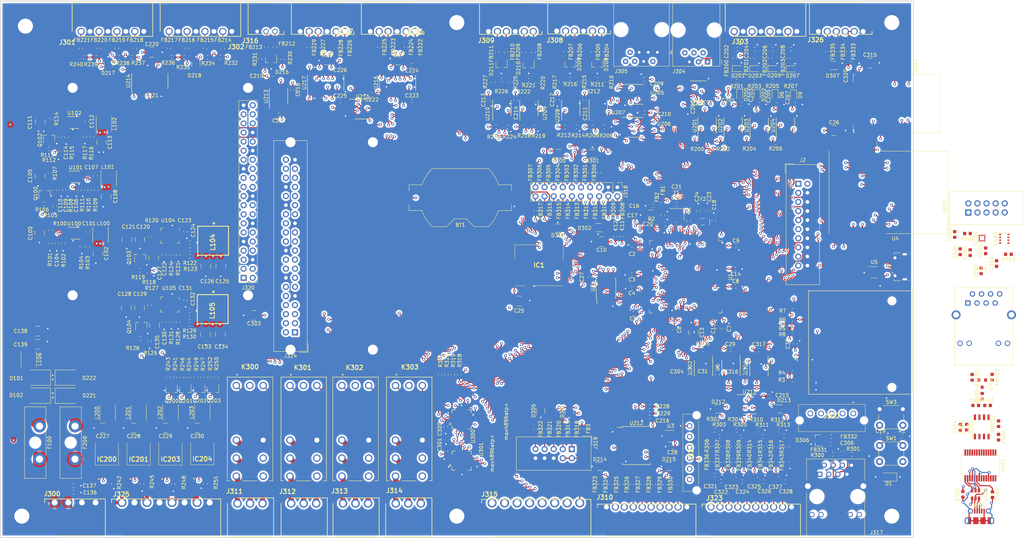
<source format=kicad_pcb>
(kicad_pcb (version 20171130) (host pcbnew "(5.1.0-0)")
  (layers (0 F.Cu signal) (1 In1.Cu signal) (2 In2.Cu signal) (31 B.Cu signal) (35 F.Paste user) (37 F.SilkS user) (39 F.Mask user) (44 Edge.Cuts user))
  (net 0 "")
  (net 1 1Wire_P4)
  (net 2 GND)
  (net 3 1Wire_P5)
  (net 4 1Wire_P6)
  (net 5 1Wire_P7)
  (net 6 1Wire_P3)
  (net 7 1Wire_P2)
  (net 8 1Wire_P1)
  (net 9 1Wire_P0)
  (net 10 "Net-(C306-Pad1)")
  (net 11 "Net-(C303-Pad1)")
  (net 12 CAN-H)
  (net 13 CAN-L)
  (net 14 LIN3)
  (net 15 LIN2)
  (net 16 LIN1)
  (net 17 DC_Input)
  (net 18 "Net-(C123-Pad1)")
  (net 19 +5VD)
  (net 20 RESET)
  (net 21 I2C3_SCL)
  (net 22 I2C3_SDA)
  (net 23 +BATT)
  (net 24 "Net-(Q104-Pad3)")
  (net 25 "Net-(R123-Pad2)")
  (net 26 "Net-(Q104-Pad1)")
  (net 27 "Net-(R121-Pad1)")
  (net 28 "Net-(Q103-Pad3)")
  (net 29 "Net-(Q103-Pad1)")
  (net 30 5V_Raspi_EN)
  (net 31 +3V3)
  (net 32 "Net-(C106-Pad1)")
  (net 33 +5V)
  (net 34 "Net-(Q100-Pad3)")
  (net 35 "Net-(R100-Pad2)")
  (net 36 "Net-(R103-Pad2)")
  (net 37 5V_EN)
  (net 38 "Net-(Q100-Pad1)")
  (net 39 "Net-(R102-Pad1)")
  (net 40 I2C2_SDA)
  (net 41 I2C2_SCL)
  (net 42 +3.3VA)
  (net 43 "Net-(Q102-Pad1)")
  (net 44 3VA_EN)
  (net 45 "Net-(D6-Pad1)")
  (net 46 "Net-(Q102-Pad3)")
  (net 47 AIN7)
  (net 48 P3)
  (net 49 AIN4)
  (net 50 AIN5)
  (net 51 AIN6)
  (net 52 AIN3)
  (net 53 P2)
  (net 54 "Net-(FB311-Pad1)")
  (net 55 P0)
  (net 56 P1)
  (net 57 Boot0)
  (net 58 "Net-(R210-Pad2)")
  (net 59 AIN2)
  (net 60 AIN1)
  (net 61 AIN0)
  (net 62 BLE_RST)
  (net 63 "Net-(U3-Pad5)")
  (net 64 SPI1_SCK)
  (net 65 SPI1_NSS)
  (net 66 SPI1_MOSI)
  (net 67 SPI1_MISO)
  (net 68 BLE_INT)
  (net 69 BLE_Active)
  (net 70 ESP_Reset)
  (net 71 ESP_Enable)
  (net 72 ESP_Boot)
  (net 73 "Net-(U300-Pad20)")
  (net 74 PF11)
  (net 75 P7)
  (net 76 P6)
  (net 77 P5)
  (net 78 P4)
  (net 79 USB_D-)
  (net 80 USB_D+)
  (net 81 "Net-(FB310-Pad1)")
  (net 82 "Net-(FB309-Pad1)")
  (net 83 SLP-LIN1)
  (net 84 "Net-(U201-Pad8)")
  (net 85 "Net-(U201-Pad3)")
  (net 86 SLP-LIN2)
  (net 87 SLP-LIN3)
  (net 88 "Net-(U202-Pad3)")
  (net 89 "Net-(U202-Pad8)")
  (net 90 STB-CAN)
  (net 91 CAN1_RX)
  (net 92 CAN1_TX)
  (net 93 LPUART_RTS_DE_RS485)
  (net 94 LPUART_TX_RS485)
  (net 95 "Net-(BT1-Pad1)")
  (net 96 Signal_LED)
  (net 97 "Net-(C23-Pad2)")
  (net 98 "Net-(C24-Pad2)")
  (net 99 "Net-(C21-Pad1)")
  (net 100 "Net-(C22-Pad1)")
  (net 101 USB_SOF)
  (net 102 USB_ID)
  (net 103 JTAG_TMS)
  (net 104 JTAG_TCK)
  (net 105 JTAG_TDI)
  (net 106 JTAG_TDO)
  (net 107 JTAG_RES)
  (net 108 "Net-(U104-Pad4)")
  (net 109 "Net-(U104-Pad8)")
  (net 110 "Net-(C127-Pad2)")
  (net 111 "Net-(U104-Pad13)")
  (net 112 "Net-(U104-Pad14)")
  (net 113 "Net-(U104-Pad15)")
  (net 114 "Net-(C122-Pad1)")
  (net 115 "Net-(U104-Pad17)")
  (net 116 "Net-(C123-Pad2)")
  (net 117 "Net-(C135-Pad2)")
  (net 118 "Net-(C107-Pad1)")
  (net 119 "Net-(C107-Pad2)")
  (net 120 "Net-(C109-Pad2)")
  (net 121 "Net-(C110-Pad1)")
  (net 122 "Net-(U101-Pad3)")
  (net 123 "Net-(U102-Pad3)")
  (net 124 "Net-(C114-Pad1)")
  (net 125 "Net-(C112-Pad2)")
  (net 126 "Net-(C112-Pad1)")
  (net 127 "Net-(C101-Pad1)")
  (net 128 "Net-(C101-Pad2)")
  (net 129 "Net-(C104-Pad1)")
  (net 130 PWR_Reset)
  (net 131 "Net-(FB317-Pad1)")
  (net 132 "Net-(FB3-Pad1)")
  (net 133 "Net-(FB308-Pad1)")
  (net 134 "Net-(FB312-Pad1)")
  (net 135 "Net-(FB313-Pad1)")
  (net 136 "Net-(FB314-Pad1)")
  (net 137 "Net-(FB315-Pad1)")
  (net 138 "Net-(FB316-Pad1)")
  (net 139 "Net-(FB323-Pad1)")
  (net 140 "Net-(FB324-Pad1)")
  (net 141 "Net-(FB325-Pad1)")
  (net 142 "Net-(FB326-Pad1)")
  (net 143 "Net-(J305-Pad6)")
  (net 144 "Net-(J305-Pad7)")
  (net 145 "Net-(J305-Pad8)")
  (net 146 "Net-(J304-Pad6)")
  (net 147 "Net-(J304-Pad4)")
  (net 148 "Net-(J304-Pad2)")
  (net 149 "Net-(J304-Pad1)")
  (net 150 Rasp_Shutdown)
  (net 151 Rasp_down)
  (net 152 "Net-(D101-Pad2)")
  (net 153 "Net-(C16-Pad2)")
  (net 154 "Net-(C20-Pad1)")
  (net 155 "Net-(C130-Pad1)")
  (net 156 "Net-(C131-Pad1)")
  (net 157 "Net-(C131-Pad2)")
  (net 158 +5VL)
  (net 159 "Net-(C219-Pad1)")
  (net 160 VBB_1)
  (net 161 "Net-(C321-Pad1)")
  (net 162 "Net-(C322-Pad1)")
  (net 163 "Net-(C323-Pad1)")
  (net 164 "Net-(C324-Pad1)")
  (net 165 "Net-(C325-Pad1)")
  (net 166 "Net-(C326-Pad1)")
  (net 167 "Net-(C327-Pad1)")
  (net 168 "Net-(C328-Pad1)")
  (net 169 "Net-(C400-Pad1)")
  (net 170 "Net-(C401-Pad2)")
  (net 171 "Net-(C402-Pad1)")
  (net 172 "Net-(C405-Pad1)")
  (net 173 "Net-(C505-Pad1)")
  (net 174 "Net-(D9-Pad1)")
  (net 175 "Net-(D216-Pad1)")
  (net 176 PF4)
  (net 177 PF0)
  (net 178 PF8)
  (net 179 PF12)
  (net 180 PF13)
  (net 181 I2C1_SDA)
  (net 182 INT_1_XL)
  (net 183 INT_MAG_DRDY)
  (net 184 INt_2_XL)
  (net 185 I2C1_SCL)
  (net 186 CTRL_L)
  (net 187 CTRL_H)
  (net 188 "Net-(D400-Pad2)")
  (net 189 "Net-(D400-Pad1)")
  (net 190 LIN4)
  (net 191 RS485_1_A)
  (net 192 RS485_1_B)
  (net 193 RS485_2_A)
  (net 194 RS485_2_B)
  (net 195 RS485_3_A)
  (net 196 RS485_3_B)
  (net 197 RS485_4_A)
  (net 198 RS485_4_B)
  (net 199 TTY_TX_1)
  (net 200 TTY_TX_2)
  (net 201 TTY_RX_1)
  (net 202 TTY_RX_2)
  (net 203 TTY_TX_3)
  (net 204 TTY_TX_4)
  (net 205 TTY_RX_3)
  (net 206 TTY_RX_4)
  (net 207 "Net-(FB300-Pad1)")
  (net 208 PF1)
  (net 209 "Net-(FB301-Pad1)")
  (net 210 "Net-(FB302-Pad1)")
  (net 211 PF2)
  (net 212 PF3)
  (net 213 "Net-(FB303-Pad1)")
  (net 214 "Net-(FB304-Pad1)")
  (net 215 "Net-(FB305-Pad1)")
  (net 216 PF5)
  (net 217 PF6)
  (net 218 "Net-(FB306-Pad1)")
  (net 219 PF7)
  (net 220 "Net-(FB307-Pad1)")
  (net 221 PF9)
  (net 222 PF10)
  (net 223 "Net-(FB318-Pad2)")
  (net 224 "Net-(FB319-Pad2)")
  (net 225 "Net-(FB320-Pad2)")
  (net 226 "Net-(FB321-Pad2)")
  (net 227 "Net-(FB322-Pad2)")
  (net 228 "Net-(FB327-Pad1)")
  (net 229 "Net-(FB328-Pad1)")
  (net 230 "Net-(FB329-Pad1)")
  (net 231 "Net-(FB330-Pad1)")
  (net 232 CTRL_BUS_H)
  (net 233 CTRL_BUS_L)
  (net 234 "Net-(FB333-Pad1)")
  (net 235 "Net-(FB334-Pad1)")
  (net 236 "Net-(FB335-Pad1)")
  (net 237 "Net-(FB336-Pad2)")
  (net 238 "Net-(FB337-Pad2)")
  (net 239 "Net-(FB338-Pad2)")
  (net 240 "Net-(FB339-Pad2)")
  (net 241 "Net-(FB340-Pad2)")
  (net 242 "Net-(FB341-Pad2)")
  (net 243 "Net-(FB342-Pad2)")
  (net 244 "Net-(FB343-Pad2)")
  (net 245 HSS_1)
  (net 246 "Net-(IC200-Pad4)")
  (net 247 "Net-(IC200-Pad2)")
  (net 248 HSS_2)
  (net 249 "Net-(IC201-Pad2)")
  (net 250 VBB_2)
  (net 251 "Net-(IC201-Pad4)")
  (net 252 HSS_3)
  (net 253 "Net-(IC203-Pad2)")
  (net 254 VBB_3)
  (net 255 "Net-(IC203-Pad4)")
  (net 256 HSS_4)
  (net 257 "Net-(IC204-Pad4)")
  (net 258 VBB_4)
  (net 259 "Net-(IC204-Pad2)")
  (net 260 "Net-(J1-Pad1)")
  (net 261 "Net-(J1-Pad2)")
  (net 262 "Net-(J1-Pad3)")
  (net 263 "Net-(J2-Pad1)")
  (net 264 "Net-(J2-Pad11)")
  (net 265 "Net-(J2-Pad15)")
  (net 266 "Net-(J2-Pad17)")
  (net 267 "Net-(J2-Pad19)")
  (net 268 uSD_D3)
  (net 269 uSD_CMD)
  (net 270 uSD_CLK)
  (net 271 uSD_D0)
  (net 272 uSD_D1)
  (net 273 K1_COM)
  (net 274 K1_NC)
  (net 275 K1_NO)
  (net 276 K2_COM)
  (net 277 K2_NC)
  (net 278 K2_NO)
  (net 279 K3_COM)
  (net 280 K3_NC)
  (net 281 K3_NO)
  (net 282 K4_NO)
  (net 283 K4_NC)
  (net 284 K4_COM)
  (net 285 REL1)
  (net 286 REL2)
  (net 287 REL3)
  (net 288 REL4)
  (net 289 REL5)
  (net 290 REL6)
  (net 291 "Net-(J320-Pad3)")
  (net 292 "Net-(J320-Pad5)")
  (net 293 "Net-(J320-Pad7)")
  (net 294 RASPI_RX_CTRL)
  (net 295 RASPI_TX_CTRL)
  (net 296 STB_RASPI_CTRL)
  (net 297 "Net-(J320-Pad12)")
  (net 298 "Net-(J320-Pad13)")
  (net 299 "Net-(J320-Pad15)")
  (net 300 "Net-(J320-Pad16)")
  (net 301 "Net-(J320-Pad18)")
  (net 302 "Net-(J320-Pad19)")
  (net 303 "Net-(J320-Pad21)")
  (net 304 "Net-(J320-Pad22)")
  (net 305 "Net-(J320-Pad23)")
  (net 306 "Net-(J320-Pad24)")
  (net 307 "Net-(J320-Pad26)")
  (net 308 "Net-(J320-Pad29)")
  (net 309 "Net-(J320-Pad31)")
  (net 310 "Net-(J320-Pad32)")
  (net 311 "Net-(J320-Pad33)")
  (net 312 "Net-(J320-Pad35)")
  (net 313 "Net-(J320-Pad36)")
  (net 314 "Net-(J320-Pad37)")
  (net 315 "Net-(J320-Pad38)")
  (net 316 "Net-(J320-Pad40)")
  (net 317 "Net-(J400-Pad2)")
  (net 318 "Net-(J400-Pad4)")
  (net 319 "Net-(J400-Pad3)")
  (net 320 K1_SET)
  (net 321 K1_RESET)
  (net 322 "Net-(K300-Pad24)")
  (net 323 K1_STATUS)
  (net 324 K2_STATUS)
  (net 325 "Net-(K301-Pad24)")
  (net 326 K2_RESET)
  (net 327 K2_SET)
  (net 328 K3_SET)
  (net 329 K3_RESET)
  (net 330 "Net-(K302-Pad24)")
  (net 331 K3_STATUS)
  (net 332 K4_STATUS)
  (net 333 "Net-(K303-Pad24)")
  (net 334 K4_RESET)
  (net 335 K4_SET)
  (net 336 "Net-(Q200-Pad1)")
  (net 337 "Net-(Q201-Pad1)")
  (net 338 "Net-(Q202-Pad1)")
  (net 339 "Net-(Q203-Pad1)")
  (net 340 uSD_D2)
  (net 341 uSD_Detect)
  (net 342 "Net-(R108-Pad1)")
  (net 343 "Net-(R110-Pad2)")
  (net 344 "Net-(R115-Pad1)")
  (net 345 "Net-(R116-Pad2)")
  (net 346 5V_GSM_EN)
  (net 347 "Net-(R128-Pad1)")
  (net 348 "Net-(R130-Pad2)")
  (net 349 RX_LIN1)
  (net 350 RX_LIN2)
  (net 351 RX_LIN3)
  (net 352 RX_LIN4)
  (net 353 RE_RS485_1)
  (net 354 DE_RS485_1)
  (net 355 "Net-(R212-Pad2)")
  (net 356 RE_RS485_2)
  (net 357 DE_RS485_2)
  (net 358 "Net-(R215-Pad2)")
  (net 359 "Net-(R217-Pad2)")
  (net 360 RE_RS485_3)
  (net 361 DE_RS485_3)
  (net 362 "Net-(R220-Pad2)")
  (net 363 "Net-(R222-Pad2)")
  (net 364 RE_RS485_4)
  (net 365 DE_RS485_4)
  (net 366 "Net-(R225-Pad2)")
  (net 367 "Net-(R227-Pad2)")
  (net 368 HSS_1_EN)
  (net 369 HSS_2_EN)
  (net 370 HSS_3_EN)
  (net 371 HSS_4_EN)
  (net 372 IO_INT)
  (net 373 UART4_TX_GSM)
  (net 374 UART4_RX_GSM)
  (net 375 USART2_TX_LIN)
  (net 376 USART2_RX_LIN)
  (net 377 USART3_TX_SER)
  (net 378 USART3_RX_SER)
  (net 379 QSPI_CLK)
  (net 380 QSPI_NCS)
  (net 381 QSPI_D0)
  (net 382 QSPI_D1)
  (net 383 QSPI_D2)
  (net 384 QSPI_D3)
  (net 385 RE_RS485)
  (net 386 LIN_SEL_A1)
  (net 387 LIN_SEL_EN)
  (net 388 SER_SEL_A0)
  (net 389 SER_SEL_A1)
  (net 390 SER_SEL_EN)
  (net 391 RS485_SEL_A0)
  (net 392 RS485_SEL_A1)
  (net 393 RS485_SEL_EN)
  (net 394 SLP-LIN4)
  (net 395 REL1_RESET)
  (net 396 868_SDN)
  (net 397 STB-CTRL)
  (net 398 SPI2_NSS)
  (net 399 SPI2_SCK)
  (net 400 SPI2_MISO)
  (net 401 SPI2_MOSI)
  (net 402 LIN_SEL_A0)
  (net 403 SPI3_SCK)
  (net 404 SPI3_MISO)
  (net 405 SPI3_MOSI)
  (net 406 SPI3_NSS)
  (net 407 REL2_RESET)
  (net 408 USART1_TX_CTRL)
  (net 409 USART1_RX_CTRL)
  (net 410 "Net-(U4-Pad4)")
  (net 411 "Net-(U4-Pad5)")
  (net 412 "Net-(U105-Pad4)")
  (net 413 "Net-(U105-Pad8)")
  (net 414 "Net-(U105-Pad13)")
  (net 415 TX_LIN1)
  (net 416 TX_LIN3)
  (net 417 TX_LIN4)
  (net 418 TX_LIN2)
  (net 419 "Net-(U203-Pad8)")
  (net 420 "Net-(U203-Pad3)")
  (net 421 "Net-(U204-Pad3)")
  (net 422 "Net-(U204-Pad8)")
  (net 423 TX_RS485_1)
  (net 424 TX_RS485_3)
  (net 425 TX_RS485_4)
  (net 426 TX_RS485_2)
  (net 427 RX_RS485_4)
  (net 428 RX_RS485_1)
  (net 429 LPUART_RX_RS485)
  (net 430 RX_RS485_2)
  (net 431 RX_RS485_3)
  (net 432 "Net-(U211-Pad1)")
  (net 433 "Net-(U211-Pad2)")
  (net 434 "Net-(U211-Pad3)")
  (net 435 "Net-(U211-Pad4)")
  (net 436 "Net-(U214-Pad5)")
  (net 437 TX_SER_1)
  (net 438 TX_SER_2)
  (net 439 RX_SER_1)
  (net 440 RX_SER_2)
  (net 441 TX_SER_3)
  (net 442 SPI3_SOSI)
  (net 443 STB-RASPI_CTRL)
  (net 444 "Net-(U303-Pad2)")
  (net 445 "Net-(U303-Pad4)")
  (net 446 "Net-(U303-Pad5)")
  (net 447 "Net-(U303-Pad6)")
  (net 448 "Net-(U303-Pad7)")
  (net 449 "Net-(U303-Pad9)")
  (net 450 "Net-(U303-Pad10)")
  (net 451 "Net-(U303-Pad11)")
  (net 452 "Net-(U303-Pad12)")
  (net 453 "Net-(U303-Pad13)")
  (net 454 "Net-(U303-Pad14)")
  (net 455 "Net-(U303-Pad16)")
  (net 456 "Net-(U303-Pad17)")
  (net 457 "Net-(U303-Pad19)")
  (net 458 "Net-(U303-Pad20)")
  (net 459 "Net-(U303-Pad21)")
  (net 460 "Net-(U303-Pad22)")
  (net 461 "Net-(U400-Pad3)")
  (net 462 "Net-(U400-Pad1)")
  (net 463 "Net-(U401-Pad1)")
  (net 464 "Net-(U401-Pad2)")
  (net 465 "Net-(U401-Pad3)")
  (net 466 "Net-(U401-Pad5)")
  (net 467 "Net-(U401-Pad6)")
  (net 468 "Net-(U401-Pad9)")
  (net 469 "Net-(U401-Pad10)")
  (net 470 "Net-(U401-Pad11)")
  (net 471 "Net-(U401-Pad12)")
  (net 472 "Net-(U401-Pad13)")
  (net 473 "Net-(U401-Pad14)")
  (net 474 "Net-(U401-Pad19)")
  (net 475 "Net-(U401-Pad22)")
  (net 476 "Net-(U401-Pad23)")
  (net 477 "Net-(U401-Pad26)")
  (net 478 "Net-(U401-Pad27)")
  (net 479 "Net-(U401-Pad28)")
  (net 480 "Net-(U301-Pad20)")
  (net 481 REL7)
  (net 482 REL8)
  (net 483 "Net-(IC1-Pad1)")
  (net 484 "Net-(IC1-Pad2)")
  (net 485 "Net-(IC1-Pad3)")
  (net 486 "Net-(IC1-Pad4)")
  (net 487 "Net-(IC1-Pad12)")
  (net 488 "Net-(IC1-Pad13)")
  (net 489 "Net-(IC1-Pad14)")
  (net 490 "Net-(J321-Pad6)")
  (net 491 RX_SER_3)
  (net 492 RX_SER_4)
  (net 493 TX_SER_4)
  (net 494 "Net-(U105-Pad14)")
  (net 495 "Net-(U105-Pad15)")
  (net 496 "Net-(U105-Pad17)")
  (net 497 "Net-(J401-Pad1)")
  (net 498 "Net-(J401-Pad3)")
  (net 499 "Net-(J401-Pad2)")
  (net 500 "Net-(J401-Pad6)")
  (net 501 "Net-(J401-PadSH)")
  (net 502 "Net-(J317-Pad6)")
  (net 503 "Net-(J317-Pad3)")
  (net 504 "Net-(J324-Pad1)")
  (net 505 "Net-(J324-Pad3)")
  (net 506 "Net-(J324-Pad5)")
  (net 507 "Net-(J324-Pad6)")
  (net 508 "Net-(J324-Pad7)")
  (net 509 "Net-(J324-Pad11)")
  (net 510 "Net-(J324-Pad12)")
  (net 511 "Net-(J324-Pad13)")
  (net 512 "Net-(J324-Pad15)")
  (net 513 "Net-(J324-Pad16)")
  (net 514 "Net-(J324-Pad17)")
  (net 515 "Net-(J324-Pad18)")
  (net 516 "Net-(J324-Pad19)")
  (net 517 "Net-(J324-Pad21)")
  (net 518 "Net-(J324-Pad22)")
  (net 519 "Net-(J324-Pad23)")
  (net 520 "Net-(J324-Pad24)")
  (net 521 "Net-(J324-Pad26)")
  (net 522 "Net-(J324-Pad27)")
  (net 523 "Net-(J324-Pad28)")
  (net 524 "Net-(J324-Pad29)")
  (net 525 "Net-(J324-Pad31)")
  (net 526 "Net-(J324-Pad32)")
  (net 527 "Net-(J324-Pad33)")
  (net 528 "Net-(J324-Pad35)")
  (net 529 "Net-(J324-Pad36)")
  (net 530 "Net-(J324-Pad37)")
  (net 531 "Net-(J324-Pad38)")
  (net 532 "Net-(J324-Pad40)")
  (net 533 "Net-(J3-Pad11)")
  (net 534 "Net-(D209-Pad2)")
  (net 535 "Net-(D209-Pad1)")
  (net 536 "Net-(D208-Pad2)")
  (net 537 "Net-(D208-Pad1)")
  (net 538 "Net-(D210-Pad1)")
  (net 539 "Net-(D210-Pad2)")
  (net 540 "Net-(D211-Pad1)")
  (net 541 "Net-(D211-Pad2)")
  (net 542 "Net-(D216-Pad2)")
  (net 543 "Net-(D218-Pad1)")
  (net 544 "Net-(D200-Pad1)")
  (net 545 "Net-(D202-Pad1)")
  (net 546 "Net-(D218-Pad4)")
  (net 547 "Net-(D217-Pad5)")
  (net 548 "Net-(D217-Pad4)")
  (net 549 "Net-(D217-Pad3)")
  (net 550 "Net-(D217-Pad1)")
  (net 551 "Net-(D218-Pad3)")
  (net 552 "Net-(D218-Pad5)")
  (net 553 "Net-(D220-Pad5)")
  (net 554 "Net-(D220-Pad4)")
  (net 555 "Net-(D220-Pad3)")
  (net 556 "Net-(D220-Pad1)")
  (net 557 "Net-(D219-Pad1)")
  (net 558 "Net-(D219-Pad3)")
  (net 559 "Net-(D219-Pad4)")
  (net 560 "Net-(D219-Pad5)")
  (net 561 "Net-(D221-Pad2)")
  (net 562 "Net-(D201-Pad1)")
  (net 563 "Net-(D203-Pad1)")
  (net 564 "Net-(D205-Pad1)")
  (net 565 "Net-(D207-Pad1)")
  (net 566 "Net-(D305-Pad5)")
  (net 567 "Net-(D305-Pad4)")
  (net 568 "Net-(D305-Pad3)")
  (net 569 "Net-(D307-Pad5)")
  (net 570 "Net-(C124-Pad1)")
  (net 571 "Net-(C132-Pad1)")
  (module Connector_RJ:RJ45_Hanrun_HR911105A (layer F.Cu) (at 363.862 257.294)
    (fp_text reference J317 (at 15.868 16.264) (layer F.SilkS))
    (fp_text value RJ45_Shielded)
    (pad 11 thru_hole circle (at 8.525 11.26) (size 1.5 1.5) (drill 1.02) (layers *.Cu *.Mask))
    (pad 12 thru_hole circle (at 11.065 11.26) (size 1.5 1.5) (drill 1.02) (layers *.Cu *.Mask))
    (pad 10 thru_hole circle (at 0.355 11.26) (size 1.5 1.5) (drill 1.02) (layers *.Cu *.Mask))
    (pad 9 thru_hole circle (at -2.185 11.26) (size 1.5 1.5) (drill 1.02) (layers *.Cu *.Mask))
    (pad SH thru_hole circle (at 12.185 3.31) (size 2.5 2.5) (drill 1.63) (layers *.Cu *.Mask) (net 2 GND))
    (pad 8 thru_hole circle (at 8.88 -2.54) (size 1.5 1.5) (drill 0.9) (layers *.Cu *.Mask) (net 2 GND))
    (pad SH thru_hole circle (at -3.305 3.31) (size 2.5 2.5) (drill 1.63) (layers *.Cu *.Mask) (net 2 GND))
    (pad 7 thru_hole circle (at 7.62 0) (size 1.5 1.5) (drill 0.9) (layers *.Cu *.Mask) (net 2 GND))
    (pad 6 thru_hole circle (at 6.34 -2.54 90) (size 1.5 1.5) (drill 0.9) (layers *.Cu *.Mask) (net 502 "Net-(J317-Pad6)"))
    (pad 5 thru_hole circle (at 5.08 0) (size 1.5 1.5) (drill 0.9) (layers *.Cu *.Mask) (net 233 CTRL_BUS_L))
    (pad 4 thru_hole circle (at 3.8 -2.54) (size 1.5 1.5) (drill 0.9) (layers *.Cu *.Mask) (net 232 CTRL_BUS_H))
    (pad 3 thru_hole circle (at 2.54 0) (size 1.5 1.5) (drill 0.9) (layers *.Cu *.Mask) (net 503 "Net-(J317-Pad3)"))
    (pad 2 thru_hole circle (at 1.26 -2.54) (size 1.5 1.5) (drill 0.9) (layers *.Cu *.Mask) (net 23 +BATT))
    (pad 1 thru_hole roundrect (at 0 0) (size 1.5 1.5) (drill 0.9) (layers *.Cu *.Mask) (roundrect_rratio 0.167) (net 23 +BATT))
    (pad "" np_thru_hole circle (at -1.275 6.36) (size 3.25 3.25) (drill 3.25) (layers *.Cu *.Mask))
    (pad "" np_thru_hole circle (at 10.155 6.36) (size 3.25 3.25) (drill 3.25) (layers *.Cu *.Mask))
  )
  (module Connector_RJ:RJ45_Hanrun_HR911105A (layer F.Cu) (at 405.262 209.413)
    (fp_text reference J401 (at 3.56 -9.5) (layer F.SilkS))
    (fp_text value RJ45_Shielded)
    (pad 11 thru_hole circle (at 8.525 11.26) (size 1.5 1.5) (drill 1.02) (layers *.Cu *.Mask))
    (pad 12 thru_hole circle (at 11.065 11.26) (size 1.5 1.5) (drill 1.02) (layers *.Cu *.Mask))
    (pad 10 thru_hole circle (at 0.355 11.26) (size 1.5 1.5) (drill 1.02) (layers *.Cu *.Mask))
    (pad 9 thru_hole circle (at -2.185 11.26) (size 1.5 1.5) (drill 1.02) (layers *.Cu *.Mask))
    (pad SH thru_hole circle (at 12.185 3.31) (size 2.5 2.5) (drill 1.63) (layers *.Cu *.Mask) (net 501 "Net-(J401-PadSH)"))
    (pad 8 thru_hole circle (at 8.88 -2.54) (size 1.5 1.5) (drill 0.9) (layers *.Cu *.Mask) (net 2 GND))
    (pad SH thru_hole circle (at -3.305 3.31) (size 2.5 2.5) (drill 1.63) (layers *.Cu *.Mask) (net 501 "Net-(J401-PadSH)"))
    (pad 7 thru_hole circle (at 7.62 0) (size 1.5 1.5) (drill 0.9) (layers *.Cu *.Mask) (net 2 GND))
    (pad 6 thru_hole circle (at 6.34 -2.54 90) (size 1.5 1.5) (drill 0.9) (layers *.Cu *.Mask) (net 500 "Net-(J401-Pad6)"))
    (pad 5 thru_hole circle (at 5.08 0) (size 1.5 1.5) (drill 0.9) (layers *.Cu *.Mask) (net 233 CTRL_BUS_L))
    (pad 4 thru_hole circle (at 3.8 -2.54) (size 1.5 1.5) (drill 0.9) (layers *.Cu *.Mask) (net 232 CTRL_BUS_H))
    (pad 3 thru_hole circle (at 2.54 0) (size 1.5 1.5) (drill 0.9) (layers *.Cu *.Mask) (net 498 "Net-(J401-Pad3)"))
    (pad 2 thru_hole circle (at 1.26 -2.54) (size 1.5 1.5) (drill 0.9) (layers *.Cu *.Mask) (net 499 "Net-(J401-Pad2)"))
    (pad 1 thru_hole roundrect (at 0 0) (size 1.5 1.5) (drill 0.9) (layers *.Cu *.Mask) (roundrect_rratio 0.167) (net 497 "Net-(J401-Pad1)"))
    (pad "" np_thru_hole circle (at -1.275 6.36) (size 3.25 3.25) (drill 3.25) (layers *.Cu *.Mask))
    (pad "" np_thru_hole circle (at 10.155 6.36) (size 3.25 3.25) (drill 3.25) (layers *.Cu *.Mask))
  )
  (module Capacitor_SMD:C_0603_1608Metric (layer F.Cu) (at 151.94788 177.83038 90)
    (fp_text reference C109 (at -4.28762 1.34112 90) (layer F.SilkS))
    (fp_text value 4u7)
    (pad 2 smd roundrect (at 0.7875 0 90) (size 0.875 0.95) (layers F.Cu F.Paste F.Mask) (net 120 "Net-(C109-Pad2)"))
    (pad 1 smd roundrect (at -0.7875 0 90) (size 0.875 0.95) (layers F.Cu F.Paste F.Mask) (net 2 GND))
  )
  (module Package_TO_SOT_SMD:SOT-353_SC-70-5 (layer F.Cu) (at 367.665 143.002 180)
    (fp_text reference D307 (at 0.1905 -2.8575 180) (layer F.SilkS))
    (fp_text value SP0504BAJT)
    (pad 5 smd rect (at 0.95 -0.65 180) (size 0.65 0.4) (layers F.Cu F.Paste F.Mask) (net 569 "Net-(D307-Pad5)"))
    (pad 4 smd rect (at 0.95 0.65 180) (size 0.65 0.4) (layers F.Cu F.Paste F.Mask) (net 185 I2C1_SCL))
    (pad 2 smd rect (at -0.95 0 180) (size 0.65 0.4) (layers F.Cu F.Paste F.Mask) (net 2 GND))
    (pad 3 smd rect (at -0.95 0.65 180) (size 0.65 0.4) (layers F.Cu F.Paste F.Mask) (net 181 I2C1_SDA))
    (pad 1 smd rect (at -0.95 -0.65 180) (size 0.65 0.4) (layers F.Cu F.Paste F.Mask) (net 42 +3.3VA))
  )
  (module Connector_PinSocket_2.54mm:PinSocket_2x20_P2.54mm_Vertical (layer F.Cu) (at 202.946 202.3745 180)
    (fp_text reference J320 (at -1.27 -2.77 180) (layer F.SilkS))
    (fp_text value Raspberry_Pi_2_3)
    (pad 40 thru_hole oval (at -2.54 48.26 180) (size 1.7 1.7) (drill 1) (layers *.Cu *.Mask) (net 316 "Net-(J320-Pad40)"))
    (pad 39 thru_hole oval (at 0 48.26 180) (size 1.7 1.7) (drill 1) (layers *.Cu *.Mask) (net 2 GND))
    (pad 38 thru_hole oval (at -2.54 45.72 180) (size 1.7 1.7) (drill 1) (layers *.Cu *.Mask) (net 315 "Net-(J320-Pad38)"))
    (pad 37 thru_hole oval (at 0 45.72 180) (size 1.7 1.7) (drill 1) (layers *.Cu *.Mask) (net 314 "Net-(J320-Pad37)"))
    (pad 36 thru_hole oval (at -2.54 43.18 180) (size 1.7 1.7) (drill 1) (layers *.Cu *.Mask) (net 313 "Net-(J320-Pad36)"))
    (pad 35 thru_hole oval (at 0 43.18 180) (size 1.7 1.7) (drill 1) (layers *.Cu *.Mask) (net 312 "Net-(J320-Pad35)"))
    (pad 34 thru_hole oval (at -2.54 40.64 180) (size 1.7 1.7) (drill 1) (layers *.Cu *.Mask) (net 2 GND))
    (pad 33 thru_hole oval (at 0 40.64 180) (size 1.7 1.7) (drill 1) (layers *.Cu *.Mask) (net 311 "Net-(J320-Pad33)"))
    (pad 32 thru_hole oval (at -2.54 38.1 180) (size 1.7 1.7) (drill 1) (layers *.Cu *.Mask) (net 310 "Net-(J320-Pad32)"))
    (pad 31 thru_hole oval (at 0 38.1 180) (size 1.7 1.7) (drill 1) (layers *.Cu *.Mask) (net 309 "Net-(J320-Pad31)"))
    (pad 30 thru_hole oval (at -2.54 35.56 180) (size 1.7 1.7) (drill 1) (layers *.Cu *.Mask) (net 2 GND))
    (pad 29 thru_hole oval (at 0 35.56 180) (size 1.7 1.7) (drill 1) (layers *.Cu *.Mask) (net 308 "Net-(J320-Pad29)"))
    (pad 28 thru_hole oval (at -2.54 33.02 180) (size 1.7 1.7) (drill 1) (layers *.Cu *.Mask) (net 151 Rasp_down))
    (pad 27 thru_hole oval (at 0 33.02 180) (size 1.7 1.7) (drill 1) (layers *.Cu *.Mask) (net 150 Rasp_Shutdown))
    (pad 26 thru_hole oval (at -2.54 30.48 180) (size 1.7 1.7) (drill 1) (layers *.Cu *.Mask) (net 307 "Net-(J320-Pad26)"))
    (pad 25 thru_hole oval (at 0 30.48 180) (size 1.7 1.7) (drill 1) (layers *.Cu *.Mask) (net 2 GND))
    (pad 24 thru_hole oval (at -2.54 27.94 180) (size 1.7 1.7) (drill 1) (layers *.Cu *.Mask) (net 306 "Net-(J320-Pad24)"))
    (pad 23 thru_hole oval (at 0 27.94 180) (size 1.7 1.7) (drill 1) (layers *.Cu *.Mask) (net 305 "Net-(J320-Pad23)"))
    (pad 22 thru_hole oval (at -2.54 25.4 180) (size 1.7 1.7) (drill 1) (layers *.Cu *.Mask) (net 304 "Net-(J320-Pad22)"))
    (pad 21 thru_hole oval (at 0 25.4 180) (size 1.7 1.7) (drill 1) (layers *.Cu *.Mask) (net 303 "Net-(J320-Pad21)"))
    (pad 20 thru_hole oval (at -2.54 22.86 180) (size 1.7 1.7) (drill 1) (layers *.Cu *.Mask) (net 2 GND))
    (pad 19 thru_hole oval (at 0 22.86 180) (size 1.7 1.7) (drill 1) (layers *.Cu *.Mask) (net 302 "Net-(J320-Pad19)"))
    (pad 18 thru_hole oval (at -2.54 20.32 180) (size 1.7 1.7) (drill 1) (layers *.Cu *.Mask) (net 301 "Net-(J320-Pad18)"))
    (pad 17 thru_hole oval (at 0 20.32 180) (size 1.7 1.7) (drill 1) (layers *.Cu *.Mask) (net 11 "Net-(C303-Pad1)"))
    (pad 16 thru_hole oval (at -2.54 17.78 180) (size 1.7 1.7) (drill 1) (layers *.Cu *.Mask) (net 300 "Net-(J320-Pad16)"))
    (pad 15 thru_hole oval (at 0 17.78 180) (size 1.7 1.7) (drill 1) (layers *.Cu *.Mask) (net 299 "Net-(J320-Pad15)"))
    (pad 14 thru_hole oval (at -2.54 15.24 180) (size 1.7 1.7) (drill 1) (layers *.Cu *.Mask) (net 2 GND))
    (pad 13 thru_hole oval (at 0 15.24 180) (size 1.7 1.7) (drill 1) (layers *.Cu *.Mask) (net 298 "Net-(J320-Pad13)"))
    (pad 12 thru_hole oval (at -2.54 12.7 180) (size 1.7 1.7) (drill 1) (layers *.Cu *.Mask) (net 297 "Net-(J320-Pad12)"))
    (pad 11 thru_hole oval (at 0 12.7 180) (size 1.7 1.7) (drill 1) (layers *.Cu *.Mask) (net 296 STB_RASPI_CTRL))
    (pad 10 thru_hole oval (at -2.54 10.16 180) (size 1.7 1.7) (drill 1) (layers *.Cu *.Mask) (net 295 RASPI_TX_CTRL))
    (pad 9 thru_hole oval (at 0 10.16 180) (size 1.7 1.7) (drill 1) (layers *.Cu *.Mask) (net 2 GND))
    (pad 8 thru_hole oval (at -2.54 7.62 180) (size 1.7 1.7) (drill 1) (layers *.Cu *.Mask) (net 294 RASPI_RX_CTRL))
    (pad 7 thru_hole oval (at 0 7.62 180) (size 1.7 1.7) (drill 1) (layers *.Cu *.Mask) (net 293 "Net-(J320-Pad7)"))
    (pad 6 thru_hole oval (at -2.54 5.08 180) (size 1.7 1.7) (drill 1) (layers *.Cu *.Mask) (net 2 GND))
    (pad 5 thru_hole oval (at 0 5.08 180) (size 1.7 1.7) (drill 1) (layers *.Cu *.Mask) (net 292 "Net-(J320-Pad5)"))
    (pad 4 thru_hole oval (at -2.54 2.54 180) (size 1.7 1.7) (drill 1) (layers *.Cu *.Mask) (net 19 +5VD))
    (pad 3 thru_hole oval (at 0 2.54 180) (size 1.7 1.7) (drill 1) (layers *.Cu *.Mask) (net 291 "Net-(J320-Pad3)"))
    (pad 2 thru_hole oval (at -2.54 0 180) (size 1.7 1.7) (drill 1) (layers *.Cu *.Mask) (net 19 +5VD))
    (pad 1 thru_hole rect (at 0 0 180) (size 1.7 1.7) (drill 1) (layers *.Cu *.Mask) (net 11 "Net-(C303-Pad1)"))
  )
  (module Diode_SMD:D_SMB (layer F.Cu) (at 153.8314 235.34116)
    (fp_text reference D221 (at 6.0108 -0.04572) (layer F.SilkS))
    (fp_text value B345BE-13)
    (pad 2 smd rect (at 2.15 0) (size 2.5 2.3) (layers F.Cu F.Paste F.Mask) (net 561 "Net-(D221-Pad2)"))
    (pad 1 smd rect (at -2.15 0) (size 2.5 2.3) (layers F.Cu F.Paste F.Mask) (net 2 GND))
  )
  (module Diode_SMD:D_SMB (layer F.Cu) (at 153.8314 230.251)
    (fp_text reference D222 (at 5.97016 0.127) (layer F.SilkS))
    (fp_text value B345BE-13)
    (pad 2 smd rect (at 2.15 0) (size 2.5 2.3) (layers F.Cu F.Paste F.Mask) (net 561 "Net-(D221-Pad2)"))
    (pad 1 smd rect (at -2.15 0) (size 2.5 2.3) (layers F.Cu F.Paste F.Mask) (net 2 GND))
  )
  (module Diode_SMD:D_SOD-323 (layer F.Cu) (at 350.901 143.891)
    (fp_text reference D205 (at 0.1905 1.905) (layer F.SilkS))
    (fp_text value ESDLIN1524BJ)
    (pad 2 smd rect (at 1.05 0) (size 0.6 0.45) (layers F.Cu F.Paste F.Mask) (net 2 GND))
    (pad 1 smd rect (at -1.05 0) (size 0.6 0.45) (layers F.Cu F.Paste F.Mask) (net 564 "Net-(D205-Pad1)"))
  )
  (module Diode_SMD:D_SOD-323 (layer F.Cu) (at 355.981 143.9545)
    (fp_text reference D207 (at 0.3175 1.905) (layer F.SilkS))
    (fp_text value ESDLIN1524BJ)
    (pad 2 smd rect (at 1.05 0) (size 0.6 0.45) (layers F.Cu F.Paste F.Mask) (net 2 GND))
    (pad 1 smd rect (at -1.05 0) (size 0.6 0.45) (layers F.Cu F.Paste F.Mask) (net 565 "Net-(D207-Pad1)"))
  )
  (module Package_TO_SOT_SMD:SOT-23 (layer F.Cu) (at 210.627 141.462 270)
    (fp_text reference D216 (at 3.3815 -3.0505) (layer F.SilkS))
    (fp_text value NUP2105L)
    (pad 3 smd rect (at 1 0 270) (size 0.9 0.8) (layers F.Cu F.Paste F.Mask) (net 2 GND))
    (pad 2 smd rect (at -1 0.95 270) (size 0.9 0.8) (layers F.Cu F.Paste F.Mask) (net 542 "Net-(D216-Pad2)"))
    (pad 1 smd rect (at -1 -0.95 270) (size 0.9 0.8) (layers F.Cu F.Paste F.Mask) (net 175 "Net-(D216-Pad1)"))
  )
  (module Package_TO_SOT_SMD:SOT-23 (layer F.Cu) (at 275.015 142.7955 270)
    (fp_text reference D211 (at 1.2225 2.9175 270) (layer F.SilkS))
    (fp_text value NUP2105L)
    (pad 3 smd rect (at 1 0 270) (size 0.9 0.8) (layers F.Cu F.Paste F.Mask) (net 2 GND))
    (pad 2 smd rect (at -1 0.95 270) (size 0.9 0.8) (layers F.Cu F.Paste F.Mask) (net 541 "Net-(D211-Pad2)"))
    (pad 1 smd rect (at -1 -0.95 270) (size 0.9 0.8) (layers F.Cu F.Paste F.Mask) (net 540 "Net-(D211-Pad1)"))
  )
  (module Package_TO_SOT_SMD:SOT-23 (layer F.Cu) (at 282.5715 142.9225 270)
    (fp_text reference D210 (at 0.778 2.854 270) (layer F.SilkS))
    (fp_text value NUP2105L)
    (pad 3 smd rect (at 1 0 270) (size 0.9 0.8) (layers F.Cu F.Paste F.Mask) (net 2 GND))
    (pad 2 smd rect (at -1 0.95 270) (size 0.9 0.8) (layers F.Cu F.Paste F.Mask) (net 539 "Net-(D210-Pad2)"))
    (pad 1 smd rect (at -1 -0.95 270) (size 0.9 0.8) (layers F.Cu F.Paste F.Mask) (net 538 "Net-(D210-Pad1)"))
  )
  (module Package_TO_SOT_SMD:SOT-23 (layer F.Cu) (at 294.1945 142.637 270)
    (fp_text reference D209 (at 0 -2.5 270) (layer F.SilkS))
    (fp_text value NUP2105L)
    (pad 3 smd rect (at 1 0 270) (size 0.9 0.8) (layers F.Cu F.Paste F.Mask) (net 2 GND))
    (pad 2 smd rect (at -1 0.95 270) (size 0.9 0.8) (layers F.Cu F.Paste F.Mask) (net 534 "Net-(D209-Pad2)"))
    (pad 1 smd rect (at -1 -0.95 270) (size 0.9 0.8) (layers F.Cu F.Paste F.Mask) (net 535 "Net-(D209-Pad1)"))
  )
  (module Package_TO_SOT_SMD:SOT-23 (layer F.Cu) (at 301.751 142.7005 270)
    (fp_text reference D208 (at 0 -2.5 270) (layer F.SilkS))
    (fp_text value NUP2105L)
    (pad 3 smd rect (at 1 0 270) (size 0.9 0.8) (layers F.Cu F.Paste F.Mask) (net 2 GND))
    (pad 2 smd rect (at -1 0.95 270) (size 0.9 0.8) (layers F.Cu F.Paste F.Mask) (net 536 "Net-(D208-Pad2)"))
    (pad 1 smd rect (at -1 -0.95 270) (size 0.9 0.8) (layers F.Cu F.Paste F.Mask) (net 537 "Net-(D208-Pad1)"))
  )
  (module Package_TO_SOT_SMD:SOT-353_SC-70-5 (layer F.Cu) (at 246.0815 141.6535)
    (fp_text reference D219 (at 0 -2) (layer F.SilkS))
    (fp_text value SP0504BAJT)
    (pad 5 smd rect (at 0.95 -0.65) (size 0.65 0.4) (layers F.Cu F.Paste F.Mask) (net 560 "Net-(D219-Pad5)"))
    (pad 4 smd rect (at 0.95 0.65) (size 0.65 0.4) (layers F.Cu F.Paste F.Mask) (net 559 "Net-(D219-Pad4)"))
    (pad 2 smd rect (at -0.95 0) (size 0.65 0.4) (layers F.Cu F.Paste F.Mask) (net 2 GND))
    (pad 3 smd rect (at -0.95 0.65) (size 0.65 0.4) (layers F.Cu F.Paste F.Mask) (net 558 "Net-(D219-Pad3)"))
    (pad 1 smd rect (at -0.95 -0.65) (size 0.65 0.4) (layers F.Cu F.Paste F.Mask) (net 557 "Net-(D219-Pad1)"))
  )
  (module Package_TO_SOT_SMD:SOT-353_SC-70-5 (layer F.Cu) (at 335.5315 239.014)
    (fp_text reference D212 (at 0 -2) (layer F.SilkS))
    (fp_text value SP0504BAJT)
    (pad 5 smd rect (at 0.95 -0.65) (size 0.65 0.4) (layers F.Cu F.Paste F.Mask) (net 52 AIN3))
    (pad 4 smd rect (at 0.95 0.65) (size 0.65 0.4) (layers F.Cu F.Paste F.Mask) (net 59 AIN2))
    (pad 2 smd rect (at -0.95 0) (size 0.65 0.4) (layers F.Cu F.Paste F.Mask) (net 2 GND))
    (pad 3 smd rect (at -0.95 0.65) (size 0.65 0.4) (layers F.Cu F.Paste F.Mask) (net 60 AIN1))
    (pad 1 smd rect (at -0.95 -0.65) (size 0.65 0.4) (layers F.Cu F.Paste F.Mask) (net 61 AIN0))
  )
  (module Package_TO_SOT_SMD:SOT-353_SC-70-5 (layer F.Cu) (at 165.1015 142.555 270)
    (fp_text reference D217 (at 2.5425 0.0015) (layer F.SilkS))
    (fp_text value SP0504BAJT)
    (pad 5 smd rect (at 0.95 -0.65 270) (size 0.65 0.4) (layers F.Cu F.Paste F.Mask) (net 547 "Net-(D217-Pad5)"))
    (pad 4 smd rect (at 0.95 0.65 270) (size 0.65 0.4) (layers F.Cu F.Paste F.Mask) (net 548 "Net-(D217-Pad4)"))
    (pad 2 smd rect (at -0.95 0 270) (size 0.65 0.4) (layers F.Cu F.Paste F.Mask) (net 2 GND))
    (pad 3 smd rect (at -0.95 0.65 270) (size 0.65 0.4) (layers F.Cu F.Paste F.Mask) (net 549 "Net-(D217-Pad3)"))
    (pad 1 smd rect (at -0.95 -0.65 270) (size 0.65 0.4) (layers F.Cu F.Paste F.Mask) (net 550 "Net-(D217-Pad1)"))
  )
  (module Package_TO_SOT_SMD:SOT-353_SC-70-5 (layer F.Cu) (at 226.1375 141.6835)
    (fp_text reference D220 (at 0 -2) (layer F.SilkS))
    (fp_text value SP0504BAJT)
    (pad 5 smd rect (at 0.95 -0.65) (size 0.65 0.4) (layers F.Cu F.Paste F.Mask) (net 553 "Net-(D220-Pad5)"))
    (pad 4 smd rect (at 0.95 0.65) (size 0.65 0.4) (layers F.Cu F.Paste F.Mask) (net 554 "Net-(D220-Pad4)"))
    (pad 2 smd rect (at -0.95 0) (size 0.65 0.4) (layers F.Cu F.Paste F.Mask) (net 2 GND))
    (pad 3 smd rect (at -0.95 0.65) (size 0.65 0.4) (layers F.Cu F.Paste F.Mask) (net 555 "Net-(D220-Pad3)"))
    (pad 1 smd rect (at -0.95 -0.65) (size 0.65 0.4) (layers F.Cu F.Paste F.Mask) (net 556 "Net-(D220-Pad1)"))
  )
  (module Package_TO_SOT_SMD:SOT-353_SC-70-5 (layer F.Cu) (at 189.6125 142.6185 270)
    (fp_text reference D218 (at 3.1775 0.3825) (layer F.SilkS))
    (fp_text value SP0504BAJT)
    (pad 5 smd rect (at 0.95 -0.65 270) (size 0.65 0.4) (layers F.Cu F.Paste F.Mask) (net 552 "Net-(D218-Pad5)"))
    (pad 4 smd rect (at 0.95 0.65 270) (size 0.65 0.4) (layers F.Cu F.Paste F.Mask) (net 546 "Net-(D218-Pad4)"))
    (pad 2 smd rect (at -0.95 0 270) (size 0.65 0.4) (layers F.Cu F.Paste F.Mask) (net 2 GND))
    (pad 3 smd rect (at -0.95 0.65 270) (size 0.65 0.4) (layers F.Cu F.Paste F.Mask) (net 551 "Net-(D218-Pad3)"))
    (pad 1 smd rect (at -0.95 -0.65 270) (size 0.65 0.4) (layers F.Cu F.Paste F.Mask) (net 543 "Net-(D218-Pad1)"))
  )
  (module Connector_IDC:IDC-Header_2x05_P2.54mm_Vertical (layer F.Cu) (at 405.384 184.098 90)
    (fp_text reference J500 (at 1.27 -6.604 90) (layer F.SilkS))
    (fp_text value SENSOR)
    (pad 10 thru_hole oval (at 2.54 10.16 90) (size 1.7272 1.7272) (drill 1.016) (layers *.Cu *.Mask) (net 2 GND))
    (pad 9 thru_hole oval (at 0 10.16 90) (size 1.7272 1.7272) (drill 1.016) (layers *.Cu *.Mask) (net 22 I2C3_SDA))
    (pad 8 thru_hole oval (at 2.54 7.62 90) (size 1.7272 1.7272) (drill 1.016) (layers *.Cu *.Mask) (net 2 GND))
    (pad 7 thru_hole oval (at 0 7.62 90) (size 1.7272 1.7272) (drill 1.016) (layers *.Cu *.Mask) (net 21 I2C3_SCL))
    (pad 6 thru_hole oval (at 2.54 5.08 90) (size 1.7272 1.7272) (drill 1.016) (layers *.Cu *.Mask) (net 2 GND))
    (pad 5 thru_hole oval (at 0 5.08 90) (size 1.7272 1.7272) (drill 1.016) (layers *.Cu *.Mask) (net 182 INT_1_XL))
    (pad 4 thru_hole oval (at 2.54 2.54 90) (size 1.7272 1.7272) (drill 1.016) (layers *.Cu *.Mask) (net 42 +3.3VA))
    (pad 3 thru_hole oval (at 0 2.54 90) (size 1.7272 1.7272) (drill 1.016) (layers *.Cu *.Mask) (net 183 INT_MAG_DRDY))
    (pad 2 thru_hole oval (at 2.54 0 90) (size 1.7272 1.7272) (drill 1.016) (layers *.Cu *.Mask) (net 42 +3.3VA))
    (pad 1 thru_hole rect (at 0 0 90) (size 1.7272 1.7272) (drill 1.016) (layers *.Cu *.Mask) (net 184 INt_2_XL))
  )
  (module Connector_IDC:IDC-Header_2x05_P2.54mm_Vertical (layer F.Cu) (at 294.64 250.2535 270)
    (fp_text reference J319 (at -1.651 -6.6675 270) (layer F.SilkS))
    (fp_text value SENSOR)
    (pad 10 thru_hole oval (at 2.54 10.16 270) (size 1.7272 1.7272) (drill 1.016) (layers *.Cu *.Mask) (net 2 GND))
    (pad 9 thru_hole oval (at 0 10.16 270) (size 1.7272 1.7272) (drill 1.016) (layers *.Cu *.Mask) (net 227 "Net-(FB322-Pad2)"))
    (pad 8 thru_hole oval (at 2.54 7.62 270) (size 1.7272 1.7272) (drill 1.016) (layers *.Cu *.Mask) (net 2 GND))
    (pad 7 thru_hole oval (at 0 7.62 270) (size 1.7272 1.7272) (drill 1.016) (layers *.Cu *.Mask) (net 226 "Net-(FB321-Pad2)"))
    (pad 6 thru_hole oval (at 2.54 5.08 270) (size 1.7272 1.7272) (drill 1.016) (layers *.Cu *.Mask) (net 2 GND))
    (pad 5 thru_hole oval (at 0 5.08 270) (size 1.7272 1.7272) (drill 1.016) (layers *.Cu *.Mask) (net 225 "Net-(FB320-Pad2)"))
    (pad 4 thru_hole oval (at 2.54 2.54 270) (size 1.7272 1.7272) (drill 1.016) (layers *.Cu *.Mask) (net 132 "Net-(FB3-Pad1)"))
    (pad 3 thru_hole oval (at 0 2.54 270) (size 1.7272 1.7272) (drill 1.016) (layers *.Cu *.Mask) (net 224 "Net-(FB319-Pad2)"))
    (pad 2 thru_hole oval (at 2.54 0 270) (size 1.7272 1.7272) (drill 1.016) (layers *.Cu *.Mask) (net 132 "Net-(FB3-Pad1)"))
    (pad 1 thru_hole rect (at 0 0 270) (size 1.7272 1.7272) (drill 1.016) (layers *.Cu *.Mask) (net 223 "Net-(FB318-Pad2)"))
  )
  (module Capacitor_SMD:C_0603_1608Metric (layer F.Cu) (at 155.4225 260.477)
    (fp_text reference C137 (at 4.4705 0) (layer F.SilkS))
    (fp_text value 1u)
    (pad 2 smd roundrect (at 0.7875 0) (size 0.875 0.95) (layers F.Cu F.Paste F.Mask) (net 2 GND))
    (pad 1 smd roundrect (at -0.7875 0) (size 0.875 0.95) (layers F.Cu F.Paste F.Mask) (net 17 DC_Input))
  )
  (module Capacitor_SMD:C_0603_1608Metric (layer F.Cu) (at 350.8375 138.43)
    (fp_text reference C206 (at -2.286 0.8255 90) (layer F.SilkS))
    (fp_text value 220pF)
    (pad 2 smd roundrect (at 0.7875 0) (size 0.875 0.95) (layers F.Cu F.Paste F.Mask) (net 2 GND))
    (pad 1 smd roundrect (at -0.7875 0) (size 0.875 0.95) (layers F.Cu F.Paste F.Mask) (net 14 LIN3))
  )
  (module Capacitor_SMD:C_0603_1608Metric (layer F.Cu) (at 155.4735 262.382)
    (fp_text reference C136 (at 4.5465 0) (layer F.SilkS))
    (fp_text value 100n)
    (pad 2 smd roundrect (at 0.7875 0) (size 0.875 0.95) (layers F.Cu F.Paste F.Mask) (net 2 GND))
    (pad 1 smd roundrect (at -0.7875 0) (size 0.875 0.95) (layers F.Cu F.Paste F.Mask) (net 17 DC_Input))
  )
  (module Capacitor_SMD:C_0603_1608Metric (layer F.Cu) (at 186.69 208.6355 270)
    (fp_text reference C131 (at -3.4035 0) (layer F.SilkS))
    (fp_text value 100nF)
    (pad 2 smd roundrect (at 0.7875 0 270) (size 0.875 0.95) (layers F.Cu F.Paste F.Mask) (net 157 "Net-(C131-Pad2)"))
    (pad 1 smd roundrect (at -0.7875 0 270) (size 0.875 0.95) (layers F.Cu F.Paste F.Mask) (net 156 "Net-(C131-Pad1)"))
  )
  (module Capacitor_SMD:C_0603_1608Metric (layer F.Cu) (at 187.8585 211.582)
    (fp_text reference C132 (at 0.8635 -3.302 90) (layer F.SilkS))
    (fp_text value 100nF)
    (pad 2 smd roundrect (at 0.7875 0) (size 0.875 0.95) (layers F.Cu F.Paste F.Mask) (net 2 GND))
    (pad 1 smd roundrect (at -0.7875 0) (size 0.875 0.95) (layers F.Cu F.Paste F.Mask) (net 571 "Net-(C132-Pad1)"))
  )
  (module Capacitor_SMD:C_0603_1608Metric (layer F.Cu) (at 180.848 214.7825 270)
    (fp_text reference C130 (at 4.4195 0 270) (layer F.SilkS))
    (fp_text value 22nF)
    (pad 2 smd roundrect (at 0.7875 0 270) (size 0.875 0.95) (layers F.Cu F.Paste F.Mask) (net 2 GND))
    (pad 1 smd roundrect (at -0.7875 0 270) (size 0.875 0.95) (layers F.Cu F.Paste F.Mask) (net 155 "Net-(C130-Pad1)"))
  )
  (module Capacitor_SMD:C_1210_3225Metric (layer F.Cu) (at 196.469 218.183 270)
    (fp_text reference C134 (at 3.432 -0.254) (layer F.SilkS))
    (fp_text value 22uF)
    (pad 2 smd roundrect (at 1.4 0 270) (size 1.25 2.65) (layers F.Cu F.Paste F.Mask) (roundrect_rratio 0.2) (net 2 GND))
    (pad 1 smd roundrect (at -1.4 0 270) (size 1.25 2.65) (layers F.Cu F.Paste F.Mask) (roundrect_rratio 0.2) (net 158 +5VL))
  )
  (module Capacitor_SMD:C_1210_3225Metric (layer F.Cu) (at 279.97612 208.84388)
    (fp_text reference C25 (at -0.07828 2.71272) (layer F.SilkS))
    (fp_text value 10u)
    (pad 2 smd roundrect (at 1.4 0) (size 1.25 2.65) (layers F.Cu F.Paste F.Mask) (roundrect_rratio 0.2) (net 2 GND))
    (pad 1 smd roundrect (at -1.4 0) (size 1.25 2.65) (layers F.Cu F.Paste F.Mask) (roundrect_rratio 0.2) (net 42 +3.3VA))
  )
  (module Capacitor_SMD:C_1210_3225Metric (layer F.Cu) (at 173.863 210.696 270)
    (fp_text reference C129 (at -3.813 -0.127) (layer F.SilkS))
    (fp_text value 2u2)
    (pad 2 smd roundrect (at 1.4 0 270) (size 1.25 2.65) (layers F.Cu F.Paste F.Mask) (roundrect_rratio 0.2) (net 2 GND))
    (pad 1 smd roundrect (at -1.4 0 270) (size 1.25 2.65) (layers F.Cu F.Paste F.Mask) (roundrect_rratio 0.2) (net 23 +BATT))
  )
  (module Capacitor_SMD:C_1210_3225Metric (layer F.Cu) (at 192.278 218.189 270)
    (fp_text reference C133 (at 3.432 0.254) (layer F.SilkS))
    (fp_text value 22uF)
    (pad 2 smd roundrect (at 1.4 0 270) (size 1.25 2.65) (layers F.Cu F.Paste F.Mask) (roundrect_rratio 0.2) (net 2 GND))
    (pad 1 smd roundrect (at -1.4 0 270) (size 1.25 2.65) (layers F.Cu F.Paste F.Mask) (roundrect_rratio 0.2) (net 158 +5VL))
  )
  (module Capacitor_SMD:C_1210_3225Metric (layer F.Cu) (at 178.054 215.649 90)
    (fp_text reference C135 (at -4.696 0.762 90) (layer F.SilkS))
    (fp_text value 10u)
    (pad 2 smd roundrect (at 1.4 0 90) (size 1.25 2.65) (layers F.Cu F.Paste F.Mask) (roundrect_rratio 0.2) (net 117 "Net-(C135-Pad2)"))
    (pad 1 smd roundrect (at -1.4 0 90) (size 1.25 2.65) (layers F.Cu F.Paste F.Mask) (roundrect_rratio 0.2) (net 2 GND))
  )
  (module Capacitor_SMD:C_1210_3225Metric (layer F.Cu) (at 170.18 210.696 270)
    (fp_text reference C128 (at -3.813 0.508) (layer F.SilkS))
    (fp_text value 2u2)
    (pad 2 smd roundrect (at 1.4 0 270) (size 1.25 2.65) (layers F.Cu F.Paste F.Mask) (roundrect_rratio 0.2) (net 2 GND))
    (pad 1 smd roundrect (at -1.4 0 270) (size 1.25 2.65) (layers F.Cu F.Paste F.Mask) (roundrect_rratio 0.2) (net 23 +BATT))
  )
  (module Capacitor_SMD:C_1210_3225Metric (layer F.Cu) (at 367.87328 161.20872)
    (fp_text reference C26 (at 0 -2.28) (layer F.SilkS))
    (fp_text value 10u)
    (pad 2 smd roundrect (at 1.4 0) (size 1.25 2.65) (layers F.Cu F.Paste F.Mask) (roundrect_rratio 0.2) (net 2 GND))
    (pad 1 smd roundrect (at -1.4 0) (size 1.25 2.65) (layers F.Cu F.Paste F.Mask) (roundrect_rratio 0.2) (net 42 +3.3VA))
  )
  (module Capacitor_SMD:C_1210_3225Metric (layer F.Cu) (at 205.83444 212.87232 180)
    (fp_text reference C303 (at 0 -2.28 180) (layer F.SilkS))
    (fp_text value 10u)
    (pad 2 smd roundrect (at 1.4 0 180) (size 1.25 2.65) (layers F.Cu F.Paste F.Mask) (roundrect_rratio 0.2) (net 2 GND))
    (pad 1 smd roundrect (at -1.4 0 180) (size 1.25 2.65) (layers F.Cu F.Paste F.Mask) (roundrect_rratio 0.2) (net 11 "Net-(C303-Pad1)"))
  )
  (module Connector_IDC:IDC-Header_2x10_P2.54mm_Vertical (layer F.Cu) (at 357.886 176.0728)
    (fp_text reference J2 (at 1.27 -6.604) (layer F.SilkS))
    (fp_text value Conn_ARM_JTAG_SWD_20)
    (pad 20 thru_hole oval (at 2.54 22.86) (size 1.7272 1.7272) (drill 1.016) (layers *.Cu *.Mask) (net 2 GND))
    (pad 19 thru_hole oval (at 0 22.86) (size 1.7272 1.7272) (drill 1.016) (layers *.Cu *.Mask) (net 267 "Net-(J2-Pad19)"))
    (pad 18 thru_hole oval (at 2.54 20.32) (size 1.7272 1.7272) (drill 1.016) (layers *.Cu *.Mask) (net 2 GND))
    (pad 17 thru_hole oval (at 0 20.32) (size 1.7272 1.7272) (drill 1.016) (layers *.Cu *.Mask) (net 266 "Net-(J2-Pad17)"))
    (pad 16 thru_hole oval (at 2.54 17.78) (size 1.7272 1.7272) (drill 1.016) (layers *.Cu *.Mask) (net 2 GND))
    (pad 15 thru_hole oval (at 0 17.78) (size 1.7272 1.7272) (drill 1.016) (layers *.Cu *.Mask) (net 265 "Net-(J2-Pad15)"))
    (pad 14 thru_hole oval (at 2.54 15.24) (size 1.7272 1.7272) (drill 1.016) (layers *.Cu *.Mask) (net 2 GND))
    (pad 13 thru_hole oval (at 0 15.24) (size 1.7272 1.7272) (drill 1.016) (layers *.Cu *.Mask) (net 106 JTAG_TDO))
    (pad 12 thru_hole oval (at 2.54 12.7) (size 1.7272 1.7272) (drill 1.016) (layers *.Cu *.Mask) (net 2 GND))
    (pad 11 thru_hole oval (at 0 12.7) (size 1.7272 1.7272) (drill 1.016) (layers *.Cu *.Mask) (net 264 "Net-(J2-Pad11)"))
    (pad 10 thru_hole oval (at 2.54 10.16) (size 1.7272 1.7272) (drill 1.016) (layers *.Cu *.Mask) (net 2 GND))
    (pad 9 thru_hole oval (at 0 10.16) (size 1.7272 1.7272) (drill 1.016) (layers *.Cu *.Mask) (net 104 JTAG_TCK))
    (pad 8 thru_hole oval (at 2.54 7.62) (size 1.7272 1.7272) (drill 1.016) (layers *.Cu *.Mask) (net 2 GND))
    (pad 7 thru_hole oval (at 0 7.62) (size 1.7272 1.7272) (drill 1.016) (layers *.Cu *.Mask) (net 103 JTAG_TMS))
    (pad 6 thru_hole oval (at 2.54 5.08) (size 1.7272 1.7272) (drill 1.016) (layers *.Cu *.Mask) (net 2 GND))
    (pad 5 thru_hole oval (at 0 5.08) (size 1.7272 1.7272) (drill 1.016) (layers *.Cu *.Mask) (net 105 JTAG_TDI))
    (pad 4 thru_hole oval (at 2.54 2.54) (size 1.7272 1.7272) (drill 1.016) (layers *.Cu *.Mask) (net 2 GND))
    (pad 3 thru_hole oval (at 0 2.54) (size 1.7272 1.7272) (drill 1.016) (layers *.Cu *.Mask) (net 107 JTAG_RES))
    (pad 2 thru_hole oval (at 2.54 0) (size 1.7272 1.7272) (drill 1.016) (layers *.Cu *.Mask) (net 31 +3V3))
    (pad 1 thru_hole rect (at 0 0) (size 1.7272 1.7272) (drill 1.016) (layers *.Cu *.Mask) (net 263 "Net-(J2-Pad1)"))
  )
  (module Connector_IDC:IDC-Header_2x20_P2.54mm_Vertical (layer F.Cu) (at 217.3 217.6 180)
    (fp_text reference J324 (at 1.27 -6.604 180) (layer F.SilkS))
    (fp_text value "Waveshare IoT Hat")
    (pad 40 thru_hole oval (at 2.54 48.26 180) (size 1.7272 1.7272) (drill 1.016) (layers *.Cu *.Mask) (net 532 "Net-(J324-Pad40)"))
    (pad 39 thru_hole oval (at 0 48.26 180) (size 1.7272 1.7272) (drill 1.016) (layers *.Cu *.Mask) (net 2 GND))
    (pad 38 thru_hole oval (at 2.54 45.72 180) (size 1.7272 1.7272) (drill 1.016) (layers *.Cu *.Mask) (net 531 "Net-(J324-Pad38)"))
    (pad 37 thru_hole oval (at 0 45.72 180) (size 1.7272 1.7272) (drill 1.016) (layers *.Cu *.Mask) (net 530 "Net-(J324-Pad37)"))
    (pad 36 thru_hole oval (at 2.54 43.18 180) (size 1.7272 1.7272) (drill 1.016) (layers *.Cu *.Mask) (net 529 "Net-(J324-Pad36)"))
    (pad 35 thru_hole oval (at 0 43.18 180) (size 1.7272 1.7272) (drill 1.016) (layers *.Cu *.Mask) (net 528 "Net-(J324-Pad35)"))
    (pad 34 thru_hole oval (at 2.54 40.64 180) (size 1.7272 1.7272) (drill 1.016) (layers *.Cu *.Mask) (net 2 GND))
    (pad 33 thru_hole oval (at 0 40.64 180) (size 1.7272 1.7272) (drill 1.016) (layers *.Cu *.Mask) (net 527 "Net-(J324-Pad33)"))
    (pad 32 thru_hole oval (at 2.54 38.1 180) (size 1.7272 1.7272) (drill 1.016) (layers *.Cu *.Mask) (net 526 "Net-(J324-Pad32)"))
    (pad 31 thru_hole oval (at 0 38.1 180) (size 1.7272 1.7272) (drill 1.016) (layers *.Cu *.Mask) (net 525 "Net-(J324-Pad31)"))
    (pad 30 thru_hole oval (at 2.54 35.56 180) (size 1.7272 1.7272) (drill 1.016) (layers *.Cu *.Mask) (net 2 GND))
    (pad 29 thru_hole oval (at 0 35.56 180) (size 1.7272 1.7272) (drill 1.016) (layers *.Cu *.Mask) (net 524 "Net-(J324-Pad29)"))
    (pad 28 thru_hole oval (at 2.54 33.02 180) (size 1.7272 1.7272) (drill 1.016) (layers *.Cu *.Mask) (net 523 "Net-(J324-Pad28)"))
    (pad 27 thru_hole oval (at 0 33.02 180) (size 1.7272 1.7272) (drill 1.016) (layers *.Cu *.Mask) (net 522 "Net-(J324-Pad27)"))
    (pad 26 thru_hole oval (at 2.54 30.48 180) (size 1.7272 1.7272) (drill 1.016) (layers *.Cu *.Mask) (net 521 "Net-(J324-Pad26)"))
    (pad 25 thru_hole oval (at 0 30.48 180) (size 1.7272 1.7272) (drill 1.016) (layers *.Cu *.Mask) (net 2 GND))
    (pad 24 thru_hole oval (at 2.54 27.94 180) (size 1.7272 1.7272) (drill 1.016) (layers *.Cu *.Mask) (net 520 "Net-(J324-Pad24)"))
    (pad 23 thru_hole oval (at 0 27.94 180) (size 1.7272 1.7272) (drill 1.016) (layers *.Cu *.Mask) (net 519 "Net-(J324-Pad23)"))
    (pad 22 thru_hole oval (at 2.54 25.4 180) (size 1.7272 1.7272) (drill 1.016) (layers *.Cu *.Mask) (net 518 "Net-(J324-Pad22)"))
    (pad 21 thru_hole oval (at 0 25.4 180) (size 1.7272 1.7272) (drill 1.016) (layers *.Cu *.Mask) (net 517 "Net-(J324-Pad21)"))
    (pad 20 thru_hole oval (at 2.54 22.86 180) (size 1.7272 1.7272) (drill 1.016) (layers *.Cu *.Mask) (net 2 GND))
    (pad 19 thru_hole oval (at 0 22.86 180) (size 1.7272 1.7272) (drill 1.016) (layers *.Cu *.Mask) (net 516 "Net-(J324-Pad19)"))
    (pad 18 thru_hole oval (at 2.54 20.32 180) (size 1.7272 1.7272) (drill 1.016) (layers *.Cu *.Mask) (net 515 "Net-(J324-Pad18)"))
    (pad 17 thru_hole oval (at 0 20.32 180) (size 1.7272 1.7272) (drill 1.016) (layers *.Cu *.Mask) (net 514 "Net-(J324-Pad17)"))
    (pad 16 thru_hole oval (at 2.54 17.78 180) (size 1.7272 1.7272) (drill 1.016) (layers *.Cu *.Mask) (net 513 "Net-(J324-Pad16)"))
    (pad 15 thru_hole oval (at 0 17.78 180) (size 1.7272 1.7272) (drill 1.016) (layers *.Cu *.Mask) (net 512 "Net-(J324-Pad15)"))
    (pad 14 thru_hole oval (at 2.54 15.24 180) (size 1.7272 1.7272) (drill 1.016) (layers *.Cu *.Mask) (net 2 GND))
    (pad 13 thru_hole oval (at 0 15.24 180) (size 1.7272 1.7272) (drill 1.016) (layers *.Cu *.Mask) (net 511 "Net-(J324-Pad13)"))
    (pad 12 thru_hole oval (at 2.54 12.7 180) (size 1.7272 1.7272) (drill 1.016) (layers *.Cu *.Mask) (net 510 "Net-(J324-Pad12)"))
    (pad 11 thru_hole oval (at 0 12.7 180) (size 1.7272 1.7272) (drill 1.016) (layers *.Cu *.Mask) (net 509 "Net-(J324-Pad11)"))
    (pad 10 thru_hole oval (at 2.54 10.16 180) (size 1.7272 1.7272) (drill 1.016) (layers *.Cu *.Mask) (net 374 UART4_RX_GSM))
    (pad 9 thru_hole oval (at 0 10.16 180) (size 1.7272 1.7272) (drill 1.016) (layers *.Cu *.Mask) (net 2 GND))
    (pad 8 thru_hole oval (at 2.54 7.62 180) (size 1.7272 1.7272) (drill 1.016) (layers *.Cu *.Mask) (net 373 UART4_TX_GSM))
    (pad 7 thru_hole oval (at 0 7.62 180) (size 1.7272 1.7272) (drill 1.016) (layers *.Cu *.Mask) (net 508 "Net-(J324-Pad7)"))
    (pad 6 thru_hole oval (at 2.54 5.08 180) (size 1.7272 1.7272) (drill 1.016) (layers *.Cu *.Mask) (net 507 "Net-(J324-Pad6)"))
    (pad 5 thru_hole oval (at 0 5.08 180) (size 1.7272 1.7272) (drill 1.016) (layers *.Cu *.Mask) (net 506 "Net-(J324-Pad5)"))
    (pad 4 thru_hole oval (at 2.54 2.54 180) (size 1.7272 1.7272) (drill 1.016) (layers *.Cu *.Mask) (net 158 +5VL))
    (pad 3 thru_hole oval (at 0 2.54 180) (size 1.7272 1.7272) (drill 1.016) (layers *.Cu *.Mask) (net 505 "Net-(J324-Pad3)"))
    (pad 2 thru_hole oval (at 2.54 0 180) (size 1.7272 1.7272) (drill 1.016) (layers *.Cu *.Mask) (net 158 +5VL))
    (pad 1 thru_hole rect (at 0 0 180) (size 1.7272 1.7272) (drill 1.016) (layers *.Cu *.Mask) (net 504 "Net-(J324-Pad1)"))
  )
  (module Connector_USB:USB_Micro-B_Molex-105017-0001 (layer F.Cu) (at 386.3665 199.279 90)
    (fp_text reference J1 (at 0 -3.1125 90) (layer F.SilkS))
    (fp_text value USB_B_Micro)
    (pad 6 smd rect (at -2.9 1.2375 90) (size 1.2 1.9) (layers F.Cu F.Mask) (net 2 GND))
    (pad 6 smd rect (at 2.9 1.2375 90) (size 1.2 1.9) (layers F.Cu F.Mask) (net 2 GND))
    (pad 6 thru_hole oval (at 3.5 1.2375 90) (size 1.2 1.9) (drill oval 0.6 1.3) (layers *.Cu *.Mask) (net 2 GND))
    (pad 6 thru_hole oval (at -3.5 1.2375 270) (size 1.2 1.9) (drill oval 0.6 1.3) (layers *.Cu *.Mask) (net 2 GND))
    (pad 6 smd rect (at -1 1.2375 90) (size 1.5 1.9) (layers F.Cu F.Paste F.Mask) (net 2 GND))
    (pad 6 thru_hole circle (at 2.5 -1.4625 90) (size 1.45 1.45) (drill 0.85) (layers *.Cu *.Mask) (net 2 GND))
    (pad 3 smd rect (at 0 -1.4625 90) (size 0.4 1.35) (layers F.Cu F.Paste F.Mask) (net 262 "Net-(J1-Pad3)"))
    (pad 4 smd rect (at 0.65 -1.4625 90) (size 0.4 1.35) (layers F.Cu F.Paste F.Mask) (net 102 USB_ID))
    (pad 5 smd rect (at 1.3 -1.4625 90) (size 0.4 1.35) (layers F.Cu F.Paste F.Mask) (net 2 GND))
    (pad 1 smd rect (at -1.3 -1.4625 90) (size 0.4 1.35) (layers F.Cu F.Paste F.Mask) (net 260 "Net-(J1-Pad1)"))
    (pad 2 smd rect (at -0.65 -1.4625 90) (size 0.4 1.35) (layers F.Cu F.Paste F.Mask) (net 261 "Net-(J1-Pad2)"))
    (pad 6 thru_hole circle (at -2.5 -1.4625 90) (size 1.45 1.45) (drill 0.85) (layers *.Cu *.Mask) (net 2 GND))
    (pad 6 smd rect (at 1 1.2375 90) (size 1.5 1.9) (layers F.Cu F.Paste F.Mask) (net 2 GND))
  )
  (module Diode_SMD:D_SOD-323 (layer F.Cu) (at 345.821 143.891)
    (fp_text reference D203 (at 0 1.9685) (layer F.SilkS))
    (fp_text value ESDLIN1524BJ)
    (pad 2 smd rect (at 1.05 0) (size 0.6 0.45) (layers F.Cu F.Paste F.Mask) (net 2 GND))
    (pad 1 smd rect (at -1.05 0) (size 0.6 0.45) (layers F.Cu F.Paste F.Mask) (net 563 "Net-(D203-Pad1)"))
  )
  (module Inductor_SMD:L_Coilcraft_XxL4020 (layer F.Cu) (at 142.93088 225.14188 270)
    (fp_text reference L106 (at 0 -3 270) (layer F.SilkS))
    (fp_text value L_Core_Ferrite)
    (pad 2 smd rect (at 1.185 0 270) (size 0.98 3.4) (layers F.Cu F.Paste F.Mask) (net 152 "Net-(D101-Pad2)"))
    (pad 1 smd rect (at -1.185 0 270) (size 0.98 3.4) (layers F.Cu F.Paste F.Mask) (net 23 +BATT))
  )
  (module Package_DFN_QFN:QFN-24-1EP_4x5mm_P0.5mm_EP2.65x3.65mm (layer F.Cu) (at 182.372 209.829 270)
    (fp_text reference U105 (at -4.597 0.254) (layer F.SilkS))
    (fp_text value MAX17574)
    (pad 24 smd roundrect (at -1 -2.45 270) (size 0.25 0.85) (layers F.Cu F.Paste F.Mask) (net 156 "Net-(C131-Pad1)"))
    (pad 23 smd roundrect (at -0.5 -2.45 270) (size 0.25 0.85) (layers F.Cu F.Paste F.Mask) (net 156 "Net-(C131-Pad1)"))
    (pad 22 smd roundrect (at 0 -2.45 270) (size 0.25 0.85) (layers F.Cu F.Paste F.Mask) (net 157 "Net-(C131-Pad2)"))
    (pad 21 smd roundrect (at 0.5 -2.45 270) (size 0.25 0.85) (layers F.Cu F.Paste F.Mask) (net 2 GND))
    (pad 20 smd roundrect (at 1 -2.45 270) (size 0.25 0.85) (layers F.Cu F.Paste F.Mask) (net 571 "Net-(C132-Pad1)"))
    (pad 19 smd roundrect (at 1.95 -1.5 270) (size 0.85 0.25) (layers F.Cu F.Paste F.Mask) (net 347 "Net-(R128-Pad1)"))
    (pad 18 smd roundrect (at 1.95 -1 270) (size 0.85 0.25) (layers F.Cu F.Paste F.Mask) (net 348 "Net-(R130-Pad2)"))
    (pad 17 smd roundrect (at 1.95 -0.5 270) (size 0.85 0.25) (layers F.Cu F.Paste F.Mask) (net 496 "Net-(U105-Pad17)"))
    (pad 16 smd roundrect (at 1.95 0 270) (size 0.85 0.25) (layers F.Cu F.Paste F.Mask) (net 155 "Net-(C130-Pad1)"))
    (pad 15 smd roundrect (at 1.95 0.5 270) (size 0.85 0.25) (layers F.Cu F.Paste F.Mask) (net 495 "Net-(U105-Pad15)"))
    (pad 14 smd roundrect (at 1.95 1 270) (size 0.85 0.25) (layers F.Cu F.Paste F.Mask) (net 494 "Net-(U105-Pad14)"))
    (pad 13 smd roundrect (at 1.95 1.5 270) (size 0.85 0.25) (layers F.Cu F.Paste F.Mask) (net 414 "Net-(U105-Pad13)"))
    (pad 12 smd roundrect (at 1 2.45 270) (size 0.25 0.85) (layers F.Cu F.Paste F.Mask) (net 117 "Net-(C135-Pad2)"))
    (pad 11 smd roundrect (at 0.5 2.45 270) (size 0.25 0.85) (layers F.Cu F.Paste F.Mask) (net 2 GND))
    (pad 10 smd roundrect (at 0 2.45 270) (size 0.25 0.85) (layers F.Cu F.Paste F.Mask) (net 24 "Net-(Q104-Pad3)"))
    (pad 9 smd roundrect (at -0.5 2.45 270) (size 0.25 0.85) (layers F.Cu F.Paste F.Mask) (net 23 +BATT))
    (pad 8 smd roundrect (at -1 2.45 270) (size 0.25 0.85) (layers F.Cu F.Paste F.Mask) (net 413 "Net-(U105-Pad8)"))
    (pad 7 smd roundrect (at -1.95 1.5 270) (size 0.85 0.25) (layers F.Cu F.Paste F.Mask) (net 23 +BATT))
    (pad 6 smd roundrect (at -1.95 1 270) (size 0.85 0.25) (layers F.Cu F.Paste F.Mask) (net 23 +BATT))
    (pad 5 smd roundrect (at -1.95 0.5 270) (size 0.85 0.25) (layers F.Cu F.Paste F.Mask) (net 23 +BATT))
    (pad 4 smd roundrect (at -1.95 0 270) (size 0.85 0.25) (layers F.Cu F.Paste F.Mask) (net 412 "Net-(U105-Pad4)"))
    (pad 3 smd roundrect (at -1.95 -0.5 270) (size 0.85 0.25) (layers F.Cu F.Paste F.Mask) (net 2 GND))
    (pad 2 smd roundrect (at -1.95 -1 270) (size 0.85 0.25) (layers F.Cu F.Paste F.Mask) (net 2 GND))
    (pad 1 smd roundrect (at -1.95 -1.5 270) (size 0.85 0.25) (layers F.Cu F.Paste F.Mask) (net 156 "Net-(C131-Pad1)"))
    (pad 25 smd roundrect (at 0 0 270) (size 2.65 3.65) (layers F.Cu F.Mask) (roundrect_rratio 0.09433999999999999) (net 2 GND))
  )
  (module Package_LGA:LGA-12_2x2mm_P0.5mm (layer F.Cu) (at 409.194 191.262 90)
    (fp_text reference U501 (at 0 -1.85 90) (layer F.SilkS))
    (fp_text value LSM303AGR)
    (pad 12 smd rect (at -0.25 -0.7625 180) (size 0.375 0.35) (layers F.Cu F.Paste F.Mask) (net 182 INT_1_XL))
    (pad 11 smd rect (at 0.25 -0.7625 180) (size 0.375 0.35) (layers F.Cu F.Paste F.Mask) (net 184 INt_2_XL))
    (pad 6 smd rect (at 0.25 0.7625 180) (size 0.375 0.35) (layers F.Cu F.Paste F.Mask) (net 2 GND))
    (pad 5 smd rect (at -0.25 0.7625 180) (size 0.375 0.35) (layers F.Cu F.Paste F.Mask) (net 173 "Net-(C505-Pad1)"))
    (pad 10 smd rect (at 0.7625 -0.75 90) (size 0.375 0.35) (layers F.Cu F.Paste F.Mask) (net 42 +3.3VA))
    (pad 1 smd rect (at -0.7625 -0.75 90) (size 0.375 0.35) (layers F.Cu F.Paste F.Mask) (net 21 I2C3_SCL))
    (pad 7 smd rect (at 0.7625 0.75 90) (size 0.375 0.35) (layers F.Cu F.Paste F.Mask) (net 183 INT_MAG_DRDY))
    (pad 4 smd rect (at -0.7625 0.75 90) (size 0.375 0.35) (layers F.Cu F.Paste F.Mask) (net 22 I2C3_SDA))
    (pad 8 smd rect (at 0.7625 0.25 90) (size 0.375 0.35) (layers F.Cu F.Paste F.Mask) (net 2 GND))
    (pad 9 smd rect (at 0.7625 -0.25 90) (size 0.375 0.35) (layers F.Cu F.Paste F.Mask) (net 42 +3.3VA))
    (pad 3 smd rect (at -0.7625 0.25 90) (size 0.375 0.35) (layers F.Cu F.Paste F.Mask) (net 42 +3.3VA))
    (pad 2 smd rect (at -0.7625 -0.25 90) (size 0.375 0.35) (layers F.Cu F.Paste F.Mask) (net 42 +3.3VA))
  )
  (module Package_SO:SOIC-8_3.9x4.9mm_P1.27mm (layer F.Cu) (at 294.3225 154.8765 90)
    (fp_text reference U208 (at -2.159 -3.683 90) (layer F.SilkS))
    (fp_text value MAX3072E)
    (pad 8 smd rect (at 2.7 -1.905 90) (size 1.55 0.6) (layers F.Cu F.Paste F.Mask) (net 42 +3.3VA))
    (pad 7 smd rect (at 2.7 -0.635 90) (size 1.55 0.6) (layers F.Cu F.Paste F.Mask) (net 359 "Net-(R217-Pad2)"))
    (pad 6 smd rect (at 2.7 0.635 90) (size 1.55 0.6) (layers F.Cu F.Paste F.Mask) (net 358 "Net-(R215-Pad2)"))
    (pad 5 smd rect (at 2.7 1.905 90) (size 1.55 0.6) (layers F.Cu F.Paste F.Mask) (net 2 GND))
    (pad 4 smd rect (at -2.7 1.905 90) (size 1.55 0.6) (layers F.Cu F.Paste F.Mask) (net 426 TX_RS485_2))
    (pad 3 smd rect (at -2.7 0.635 90) (size 1.55 0.6) (layers F.Cu F.Paste F.Mask) (net 357 DE_RS485_2))
    (pad 2 smd rect (at -2.7 -0.635 90) (size 1.55 0.6) (layers F.Cu F.Paste F.Mask) (net 356 RE_RS485_2))
    (pad 1 smd rect (at -2.7 -1.905 90) (size 1.55 0.6) (layers F.Cu F.Paste F.Mask) (net 430 RX_RS485_2))
  )
  (module Package_SO:SOIC-8_3.9x4.9mm_P1.27mm (layer F.Cu) (at 302.006 154.846 90)
    (fp_text reference U207 (at -1.3005 5.588 180) (layer F.SilkS))
    (fp_text value MAX3072E)
    (pad 8 smd rect (at 2.7 -1.905 90) (size 1.55 0.6) (layers F.Cu F.Paste F.Mask) (net 42 +3.3VA))
    (pad 7 smd rect (at 2.7 -0.635 90) (size 1.55 0.6) (layers F.Cu F.Paste F.Mask) (net 355 "Net-(R212-Pad2)"))
    (pad 6 smd rect (at 2.7 0.635 90) (size 1.55 0.6) (layers F.Cu F.Paste F.Mask) (net 58 "Net-(R210-Pad2)"))
    (pad 5 smd rect (at 2.7 1.905 90) (size 1.55 0.6) (layers F.Cu F.Paste F.Mask) (net 2 GND))
    (pad 4 smd rect (at -2.7 1.905 90) (size 1.55 0.6) (layers F.Cu F.Paste F.Mask) (net 423 TX_RS485_1))
    (pad 3 smd rect (at -2.7 0.635 90) (size 1.55 0.6) (layers F.Cu F.Paste F.Mask) (net 354 DE_RS485_1))
    (pad 2 smd rect (at -2.7 -0.635 90) (size 1.55 0.6) (layers F.Cu F.Paste F.Mask) (net 353 RE_RS485_1))
    (pad 1 smd rect (at -2.7 -1.905 90) (size 1.55 0.6) (layers F.Cu F.Paste F.Mask) (net 428 RX_RS485_1))
  )
  (module Package_SO:SOIJ-8_5.3x5.3mm_P1.27mm (layer F.Cu) (at 304.165 205.232 90)
    (fp_text reference U2 (at 0 -3.68 90) (layer F.SilkS))
    (fp_text value M25Q128A)
    (pad 8 smd rect (at 3.65 -1.905 90) (size 1.7 0.65) (layers F.Cu F.Paste F.Mask) (net 31 +3V3))
    (pad 7 smd rect (at 3.65 -0.635 90) (size 1.7 0.65) (layers F.Cu F.Paste F.Mask) (net 384 QSPI_D3))
    (pad 6 smd rect (at 3.65 0.635 90) (size 1.7 0.65) (layers F.Cu F.Paste F.Mask) (net 379 QSPI_CLK))
    (pad 5 smd rect (at 3.65 1.905 90) (size 1.7 0.65) (layers F.Cu F.Paste F.Mask) (net 381 QSPI_D0))
    (pad 4 smd rect (at -3.65 1.905 90) (size 1.7 0.65) (layers F.Cu F.Paste F.Mask) (net 2 GND))
    (pad 3 smd rect (at -3.65 0.635 90) (size 1.7 0.65) (layers F.Cu F.Paste F.Mask) (net 383 QSPI_D2))
    (pad 2 smd rect (at -3.65 -0.635 90) (size 1.7 0.65) (layers F.Cu F.Paste F.Mask) (net 382 QSPI_D1))
    (pad 1 smd rect (at -3.65 -1.905 90) (size 1.7 0.65) (layers F.Cu F.Paste F.Mask) (net 380 QSPI_NCS))
  )
  (module Package_SO:TSSOP-16_4.4x5mm_P0.65mm (layer F.Cu) (at 236.2075 155.235)
    (fp_text reference U215 (at 0 -3.55) (layer F.SilkS))
    (fp_text value SN74LV4052A)
    (pad 16 smd rect (at 2.95 -2.275) (size 1.5 0.45) (layers F.Cu F.Paste F.Mask) (net 42 +3.3VA))
    (pad 15 smd rect (at 2.95 -1.625) (size 1.5 0.45) (layers F.Cu F.Paste F.Mask) (net 491 RX_SER_3))
    (pad 14 smd rect (at 2.95 -0.975) (size 1.5 0.45) (layers F.Cu F.Paste F.Mask) (net 440 RX_SER_2))
    (pad 13 smd rect (at 2.95 -0.325) (size 1.5 0.45) (layers F.Cu F.Paste F.Mask) (net 378 USART3_RX_SER))
    (pad 12 smd rect (at 2.95 0.325) (size 1.5 0.45) (layers F.Cu F.Paste F.Mask) (net 439 RX_SER_1))
    (pad 11 smd rect (at 2.95 0.975) (size 1.5 0.45) (layers F.Cu F.Paste F.Mask) (net 492 RX_SER_4))
    (pad 10 smd rect (at 2.95 1.625) (size 1.5 0.45) (layers F.Cu F.Paste F.Mask) (net 388 SER_SEL_A0))
    (pad 9 smd rect (at 2.95 2.275) (size 1.5 0.45) (layers F.Cu F.Paste F.Mask) (net 389 SER_SEL_A1))
    (pad 8 smd rect (at -2.95 2.275) (size 1.5 0.45) (layers F.Cu F.Paste F.Mask) (net 2 GND))
    (pad 7 smd rect (at -2.95 1.625) (size 1.5 0.45) (layers F.Cu F.Paste F.Mask) (net 2 GND))
    (pad 6 smd rect (at -2.95 0.975) (size 1.5 0.45) (layers F.Cu F.Paste F.Mask) (net 390 SER_SEL_EN))
    (pad 5 smd rect (at -2.95 0.325) (size 1.5 0.45) (layers F.Cu F.Paste F.Mask) (net 438 TX_SER_2))
    (pad 4 smd rect (at -2.95 -0.325) (size 1.5 0.45) (layers F.Cu F.Paste F.Mask) (net 493 TX_SER_4))
    (pad 3 smd rect (at -2.95 -0.975) (size 1.5 0.45) (layers F.Cu F.Paste F.Mask) (net 377 USART3_TX_SER))
    (pad 2 smd rect (at -2.95 -1.625) (size 1.5 0.45) (layers F.Cu F.Paste F.Mask) (net 441 TX_SER_3))
    (pad 1 smd rect (at -2.95 -2.275) (size 1.5 0.45) (layers F.Cu F.Paste F.Mask) (net 437 TX_SER_1))
  )
  (module Package_SO:TSSOP-16_4.4x5mm_P0.65mm (layer F.Cu) (at 329.946 150.0505 180)
    (fp_text reference U200 (at 0 -3.55 180) (layer F.SilkS))
    (fp_text value SN74LV4052A)
    (pad 16 smd rect (at 2.95 -2.275 180) (size 1.5 0.45) (layers F.Cu F.Paste F.Mask) (net 42 +3.3VA))
    (pad 15 smd rect (at 2.95 -1.625 180) (size 1.5 0.45) (layers F.Cu F.Paste F.Mask) (net 351 RX_LIN3))
    (pad 14 smd rect (at 2.95 -0.975 180) (size 1.5 0.45) (layers F.Cu F.Paste F.Mask) (net 350 RX_LIN2))
    (pad 13 smd rect (at 2.95 -0.325 180) (size 1.5 0.45) (layers F.Cu F.Paste F.Mask) (net 376 USART2_RX_LIN))
    (pad 12 smd rect (at 2.95 0.325 180) (size 1.5 0.45) (layers F.Cu F.Paste F.Mask) (net 349 RX_LIN1))
    (pad 11 smd rect (at 2.95 0.975 180) (size 1.5 0.45) (layers F.Cu F.Paste F.Mask) (net 352 RX_LIN4))
    (pad 10 smd rect (at 2.95 1.625 180) (size 1.5 0.45) (layers F.Cu F.Paste F.Mask) (net 402 LIN_SEL_A0))
    (pad 9 smd rect (at 2.95 2.275 180) (size 1.5 0.45) (layers F.Cu F.Paste F.Mask) (net 386 LIN_SEL_A1))
    (pad 8 smd rect (at -2.95 2.275 180) (size 1.5 0.45) (layers F.Cu F.Paste F.Mask) (net 2 GND))
    (pad 7 smd rect (at -2.95 1.625 180) (size 1.5 0.45) (layers F.Cu F.Paste F.Mask) (net 2 GND))
    (pad 6 smd rect (at -2.95 0.975 180) (size 1.5 0.45) (layers F.Cu F.Paste F.Mask) (net 387 LIN_SEL_EN))
    (pad 5 smd rect (at -2.95 0.325 180) (size 1.5 0.45) (layers F.Cu F.Paste F.Mask) (net 418 TX_LIN2))
    (pad 4 smd rect (at -2.95 -0.325 180) (size 1.5 0.45) (layers F.Cu F.Paste F.Mask) (net 417 TX_LIN4))
    (pad 3 smd rect (at -2.95 -0.975 180) (size 1.5 0.45) (layers F.Cu F.Paste F.Mask) (net 375 USART2_TX_LIN))
    (pad 2 smd rect (at -2.95 -1.625 180) (size 1.5 0.45) (layers F.Cu F.Paste F.Mask) (net 416 TX_LIN3))
    (pad 1 smd rect (at -2.95 -2.275 180) (size 1.5 0.45) (layers F.Cu F.Paste F.Mask) (net 415 TX_LIN1))
  )
  (module Package_SO:TSSOP-16_4.4x5mm_P0.65mm (layer F.Cu) (at 312.435 160.3375)
    (fp_text reference U206 (at 7.9225 -1.016) (layer F.SilkS))
    (fp_text value SN74LV4052A)
    (pad 16 smd rect (at 2.95 -2.275) (size 1.5 0.45) (layers F.Cu F.Paste F.Mask) (net 42 +3.3VA))
    (pad 15 smd rect (at 2.95 -1.625) (size 1.5 0.45) (layers F.Cu F.Paste F.Mask) (net 360 RE_RS485_3))
    (pad 14 smd rect (at 2.95 -0.975) (size 1.5 0.45) (layers F.Cu F.Paste F.Mask) (net 356 RE_RS485_2))
    (pad 13 smd rect (at 2.95 -0.325) (size 1.5 0.45) (layers F.Cu F.Paste F.Mask) (net 385 RE_RS485))
    (pad 12 smd rect (at 2.95 0.325) (size 1.5 0.45) (layers F.Cu F.Paste F.Mask) (net 353 RE_RS485_1))
    (pad 11 smd rect (at 2.95 0.975) (size 1.5 0.45) (layers F.Cu F.Paste F.Mask) (net 364 RE_RS485_4))
    (pad 10 smd rect (at 2.95 1.625) (size 1.5 0.45) (layers F.Cu F.Paste F.Mask) (net 391 RS485_SEL_A0))
    (pad 9 smd rect (at 2.95 2.275) (size 1.5 0.45) (layers F.Cu F.Paste F.Mask) (net 392 RS485_SEL_A1))
    (pad 8 smd rect (at -2.95 2.275) (size 1.5 0.45) (layers F.Cu F.Paste F.Mask) (net 2 GND))
    (pad 7 smd rect (at -2.95 1.625) (size 1.5 0.45) (layers F.Cu F.Paste F.Mask) (net 2 GND))
    (pad 6 smd rect (at -2.95 0.975) (size 1.5 0.45) (layers F.Cu F.Paste F.Mask) (net 393 RS485_SEL_EN))
    (pad 5 smd rect (at -2.95 0.325) (size 1.5 0.45) (layers F.Cu F.Paste F.Mask) (net 357 DE_RS485_2))
    (pad 4 smd rect (at -2.95 -0.325) (size 1.5 0.45) (layers F.Cu F.Paste F.Mask) (net 365 DE_RS485_4))
    (pad 3 smd rect (at -2.95 -0.975) (size 1.5 0.45) (layers F.Cu F.Paste F.Mask) (net 93 LPUART_RTS_DE_RS485))
    (pad 2 smd rect (at -2.95 -1.625) (size 1.5 0.45) (layers F.Cu F.Paste F.Mask) (net 361 DE_RS485_3))
    (pad 1 smd rect (at -2.95 -2.275) (size 1.5 0.45) (layers F.Cu F.Paste F.Mask) (net 354 DE_RS485_1))
  )
  (module Package_SO:TSSOP-16_4.4x5mm_P0.65mm (layer F.Cu) (at 312.458501 151.098001)
    (fp_text reference U205 (at 5.993999 -0.476001) (layer F.SilkS))
    (fp_text value SN74LV4052A)
    (pad 16 smd rect (at 2.95 -2.275) (size 1.5 0.45) (layers F.Cu F.Paste F.Mask) (net 42 +3.3VA))
    (pad 15 smd rect (at 2.95 -1.625) (size 1.5 0.45) (layers F.Cu F.Paste F.Mask) (net 431 RX_RS485_3))
    (pad 14 smd rect (at 2.95 -0.975) (size 1.5 0.45) (layers F.Cu F.Paste F.Mask) (net 430 RX_RS485_2))
    (pad 13 smd rect (at 2.95 -0.325) (size 1.5 0.45) (layers F.Cu F.Paste F.Mask) (net 429 LPUART_RX_RS485))
    (pad 12 smd rect (at 2.95 0.325) (size 1.5 0.45) (layers F.Cu F.Paste F.Mask) (net 428 RX_RS485_1))
    (pad 11 smd rect (at 2.95 0.975) (size 1.5 0.45) (layers F.Cu F.Paste F.Mask) (net 427 RX_RS485_4))
    (pad 10 smd rect (at 2.95 1.625) (size 1.5 0.45) (layers F.Cu F.Paste F.Mask) (net 391 RS485_SEL_A0))
    (pad 9 smd rect (at 2.95 2.275) (size 1.5 0.45) (layers F.Cu F.Paste F.Mask) (net 392 RS485_SEL_A1))
    (pad 8 smd rect (at -2.95 2.275) (size 1.5 0.45) (layers F.Cu F.Paste F.Mask) (net 2 GND))
    (pad 7 smd rect (at -2.95 1.625) (size 1.5 0.45) (layers F.Cu F.Paste F.Mask) (net 2 GND))
    (pad 6 smd rect (at -2.95 0.975) (size 1.5 0.45) (layers F.Cu F.Paste F.Mask) (net 393 RS485_SEL_EN))
    (pad 5 smd rect (at -2.95 0.325) (size 1.5 0.45) (layers F.Cu F.Paste F.Mask) (net 426 TX_RS485_2))
    (pad 4 smd rect (at -2.95 -0.325) (size 1.5 0.45) (layers F.Cu F.Paste F.Mask) (net 425 TX_RS485_4))
    (pad 3 smd rect (at -2.95 -0.975) (size 1.5 0.45) (layers F.Cu F.Paste F.Mask) (net 94 LPUART_TX_RS485))
    (pad 2 smd rect (at -2.95 -1.625) (size 1.5 0.45) (layers F.Cu F.Paste F.Mask) (net 424 TX_RS485_3))
    (pad 1 smd rect (at -2.95 -2.275) (size 1.5 0.45) (layers F.Cu F.Paste F.Mask) (net 423 TX_RS485_1))
  )
  (module Package_TO_SOT_SMD:SOT-23-5 (layer F.Cu) (at 322.2449 246.6467)
    (fp_text reference U3 (at 0 -2.9) (layer F.SilkS))
    (fp_text value 24AA02UID)
    (pad 5 smd rect (at 1.1 -0.95) (size 1.06 0.65) (layers F.Cu F.Paste F.Mask) (net 63 "Net-(U3-Pad5)"))
    (pad 4 smd rect (at 1.1 0.95) (size 1.06 0.65) (layers F.Cu F.Paste F.Mask) (net 42 +3.3VA))
    (pad 3 smd rect (at -1.1 0.95) (size 1.06 0.65) (layers F.Cu F.Paste F.Mask) (net 41 I2C2_SCL))
    (pad 2 smd rect (at -1.1 0) (size 1.06 0.65) (layers F.Cu F.Paste F.Mask) (net 2 GND))
    (pad 1 smd rect (at -1.1 -0.95) (size 1.06 0.65) (layers F.Cu F.Paste F.Mask) (net 40 I2C2_SDA))
  )
  (module Package_TO_SOT_SMD:SOT-353_SC-70-5 (layer F.Cu) (at 300.355 167.64 180)
    (fp_text reference D301 (at 0 -2 180) (layer F.SilkS))
    (fp_text value SP0504BAJT)
    (pad 5 smd rect (at 0.95 -0.65 180) (size 0.65 0.4) (layers F.Cu F.Paste F.Mask) (net 212 PF3))
    (pad 4 smd rect (at 0.95 0.65 180) (size 0.65 0.4) (layers F.Cu F.Paste F.Mask) (net 211 PF2))
    (pad 2 smd rect (at -0.95 0 180) (size 0.65 0.4) (layers F.Cu F.Paste F.Mask) (net 2 GND))
    (pad 3 smd rect (at -0.95 0.65 180) (size 0.65 0.4) (layers F.Cu F.Paste F.Mask) (net 208 PF1))
    (pad 1 smd rect (at -0.95 -0.65 180) (size 0.65 0.4) (layers F.Cu F.Paste F.Mask) (net 177 PF0))
  )
  (module Package_TO_SOT_SMD:SOT-353_SC-70-5 (layer F.Cu) (at 302.0314 188.33084 180)
    (fp_text reference D302 (at 3.86588 -0.11684 180) (layer F.SilkS))
    (fp_text value SP0504BAJT)
    (pad 5 smd rect (at 0.95 -0.65 180) (size 0.65 0.4) (layers F.Cu F.Paste F.Mask) (net 74 PF11))
    (pad 4 smd rect (at 0.95 0.65 180) (size 0.65 0.4) (layers F.Cu F.Paste F.Mask) (net 222 PF10))
    (pad 2 smd rect (at -0.95 0 180) (size 0.65 0.4) (layers F.Cu F.Paste F.Mask) (net 2 GND))
    (pad 3 smd rect (at -0.95 0.65 180) (size 0.65 0.4) (layers F.Cu F.Paste F.Mask) (net 221 PF9))
    (pad 1 smd rect (at -0.95 -0.65 180) (size 0.65 0.4) (layers F.Cu F.Paste F.Mask) (net 178 PF8))
  )
  (module Package_TO_SOT_SMD:SOT-353_SC-70-5 (layer F.Cu) (at 290.957 167.64 180)
    (fp_text reference D300 (at 0 -2 180) (layer F.SilkS))
    (fp_text value SP0504BAJT)
    (pad 5 smd rect (at 0.95 -0.65 180) (size 0.65 0.4) (layers F.Cu F.Paste F.Mask) (net 219 PF7))
    (pad 4 smd rect (at 0.95 0.65 180) (size 0.65 0.4) (layers F.Cu F.Paste F.Mask) (net 217 PF6))
    (pad 2 smd rect (at -0.95 0 180) (size 0.65 0.4) (layers F.Cu F.Paste F.Mask) (net 2 GND))
    (pad 3 smd rect (at -0.95 0.65 180) (size 0.65 0.4) (layers F.Cu F.Paste F.Mask) (net 216 PF5))
    (pad 1 smd rect (at -0.95 -0.65 180) (size 0.65 0.4) (layers F.Cu F.Paste F.Mask) (net 176 PF4))
  )
  (module Womo-Lin:436500527 (layer F.Cu) (at 373.253 240.284)
    (fp_text reference J322 (at -6 0.69) (layer F.SilkS) (effects (font (size 1.27 1.27) (thickness 0.254))))
    (fp_text value Abwasser hide)
    (pad MH2 np_thru_hole circle (at 3 1.96) (size 1.32 0) (drill 1.32) (layers *.Cu *.Mask))
    (pad MH1 np_thru_hole circle (at -15 1.96) (size 1.32 0) (drill 1.32) (layers *.Cu *.Mask))
    (pad 5 thru_hole circle (at -12 0) (size 1.605 1.605) (drill 1.07) (layers *.Cu *.Mask) (net 23 +BATT))
    (pad 4 thru_hole circle (at -9 0) (size 1.605 1.605) (drill 1.07) (layers *.Cu *.Mask) (net 168 "Net-(C328-Pad1)"))
    (pad 3 thru_hole circle (at -6 0) (size 1.605 1.605) (drill 1.07) (layers *.Cu *.Mask) (net 167 "Net-(C327-Pad1)"))
    (pad 2 thru_hole circle (at -3 0) (size 1.605 1.605) (drill 1.07) (layers *.Cu *.Mask) (net 166 "Net-(C326-Pad1)"))
    (pad 1 thru_hole circle (at 0 0) (size 1.605 1.605) (drill 1.07) (layers *.Cu *.Mask) (net 165 "Net-(C325-Pad1)"))
  )
  (module Womo-Lin:436500628 (layer F.Cu) (at 327.533 243.7765 90)
    (fp_text reference J321 (at -7.5 0.38 90) (layer F.SilkS) (effects (font (size 1.27 1.27) (thickness 0.254))))
    (fp_text value Wasser hide)
    (pad 8 np_thru_hole circle (at 3 1.96 90) (size 1.32 0) (drill 1.32) (layers *.Cu *.Mask))
    (pad 7 np_thru_hole circle (at -18 1.96 90) (size 1.32 0) (drill 1.32) (layers *.Cu *.Mask))
    (pad 6 thru_hole circle (at -15 0 90) (size 1.53 1.53) (drill 1.02) (layers *.Cu *.Mask) (net 490 "Net-(J321-Pad6)"))
    (pad 5 thru_hole circle (at -12 0 90) (size 1.53 1.53) (drill 1.02) (layers *.Cu *.Mask) (net 23 +BATT))
    (pad 4 thru_hole circle (at -9 0 90) (size 1.53 1.53) (drill 1.02) (layers *.Cu *.Mask) (net 164 "Net-(C324-Pad1)"))
    (pad 3 thru_hole circle (at -6 0 90) (size 1.53 1.53) (drill 1.02) (layers *.Cu *.Mask) (net 163 "Net-(C323-Pad1)"))
    (pad 2 thru_hole circle (at -3 0 90) (size 1.53 1.53) (drill 1.02) (layers *.Cu *.Mask) (net 162 "Net-(C322-Pad1)"))
    (pad 1 thru_hole circle (at 0 0 90) (size 1.53 1.53) (drill 1.02) (layers *.Cu *.Mask) (net 161 "Net-(C321-Pad1)"))
  )
  (module Womo-Lin:513932432 (layer F.Cu) (at 245.3765 257.818 270)
    (fp_text reference K303 (at -30.488 -3.988) (layer F.SilkS) (effects (font (size 1.27 1.27) (thickness 0.254))))
    (fp_text value 5-1393243-2 hide)
    (pad A3 thru_hole circle (at -25.34 -3.75 270) (size 2.1 2.1) (drill 1.4) (layers *.Cu *.Mask) (net 33 +5V))
    (pad A2 thru_hole circle (at -25.34 -7.5 270) (size 2.1 2.1) (drill 1.4) (layers *.Cu *.Mask) (net 335 K4_SET))
    (pad A1 thru_hole circle (at -25.34 0 270) (size 2.1 2.1) (drill 1.4) (layers *.Cu *.Mask) (net 334 K4_RESET))
    (pad 24 thru_hole circle (at 0 -7.5 270) (size 2.1 2.1) (drill 1.4) (layers *.Cu *.Mask) (net 333 "Net-(K303-Pad24)"))
    (pad 22 thru_hole circle (at -10.08 -7.5 270) (size 2.1 2.1) (drill 1.4) (layers *.Cu *.Mask) (net 2 GND))
    (pad 21 thru_hole circle (at -5.04 -7.5 270) (size 2.1 2.1) (drill 1.4) (layers *.Cu *.Mask) (net 332 K4_STATUS))
    (pad 14 thru_hole circle (at 0 0 270) (size 2.1 2.1) (drill 1.4) (layers *.Cu *.Mask) (net 282 K4_NO))
    (pad 12 thru_hole circle (at -10.08 0 270) (size 2.1 2.1) (drill 1.4) (layers *.Cu *.Mask) (net 283 K4_NC))
    (pad 11 thru_hole circle (at -5.04 0 270) (size 2.1 2.1) (drill 1.4) (layers *.Cu *.Mask) (net 284 K4_COM))
  )
  (module Womo-Lin:513932432 (layer F.Cu) (at 230.3905 257.818 270)
    (fp_text reference K302 (at -30.361 -3.5435) (layer F.SilkS) (effects (font (size 1.27 1.27) (thickness 0.254))))
    (fp_text value 5-1393243-2 hide)
    (pad A3 thru_hole circle (at -25.34 -3.75 270) (size 2.1 2.1) (drill 1.4) (layers *.Cu *.Mask) (net 33 +5V))
    (pad A2 thru_hole circle (at -25.34 -7.5 270) (size 2.1 2.1) (drill 1.4) (layers *.Cu *.Mask) (net 328 K3_SET))
    (pad A1 thru_hole circle (at -25.34 0 270) (size 2.1 2.1) (drill 1.4) (layers *.Cu *.Mask) (net 329 K3_RESET))
    (pad 24 thru_hole circle (at 0 -7.5 270) (size 2.1 2.1) (drill 1.4) (layers *.Cu *.Mask) (net 330 "Net-(K302-Pad24)"))
    (pad 22 thru_hole circle (at -10.08 -7.5 270) (size 2.1 2.1) (drill 1.4) (layers *.Cu *.Mask) (net 2 GND))
    (pad 21 thru_hole circle (at -5.04 -7.5 270) (size 2.1 2.1) (drill 1.4) (layers *.Cu *.Mask) (net 331 K3_STATUS))
    (pad 14 thru_hole circle (at 0 0 270) (size 2.1 2.1) (drill 1.4) (layers *.Cu *.Mask) (net 281 K3_NO))
    (pad 12 thru_hole circle (at -10.08 0 270) (size 2.1 2.1) (drill 1.4) (layers *.Cu *.Mask) (net 280 K3_NC))
    (pad 11 thru_hole circle (at -5.04 0 270) (size 2.1 2.1) (drill 1.4) (layers *.Cu *.Mask) (net 279 K3_COM))
  )
  (module Womo-Lin:513932432 (layer F.Cu) (at 215.9045 257.818 270)
    (fp_text reference K301 (at -30.361 -3.5515) (layer F.SilkS) (effects (font (size 1.27 1.27) (thickness 0.254))))
    (fp_text value 5-1393243-2 hide)
    (pad A3 thru_hole circle (at -25.34 -3.75 270) (size 2.1 2.1) (drill 1.4) (layers *.Cu *.Mask) (net 33 +5V))
    (pad A2 thru_hole circle (at -25.34 -7.5 270) (size 2.1 2.1) (drill 1.4) (layers *.Cu *.Mask) (net 327 K2_SET))
    (pad A1 thru_hole circle (at -25.34 0 270) (size 2.1 2.1) (drill 1.4) (layers *.Cu *.Mask) (net 326 K2_RESET))
    (pad 24 thru_hole circle (at 0 -7.5 270) (size 2.1 2.1) (drill 1.4) (layers *.Cu *.Mask) (net 325 "Net-(K301-Pad24)"))
    (pad 22 thru_hole circle (at -10.08 -7.5 270) (size 2.1 2.1) (drill 1.4) (layers *.Cu *.Mask) (net 2 GND))
    (pad 21 thru_hole circle (at -5.04 -7.5 270) (size 2.1 2.1) (drill 1.4) (layers *.Cu *.Mask) (net 324 K2_STATUS))
    (pad 14 thru_hole circle (at 0 0 270) (size 2.1 2.1) (drill 1.4) (layers *.Cu *.Mask) (net 278 K2_NO))
    (pad 12 thru_hole circle (at -10.08 0 270) (size 2.1 2.1) (drill 1.4) (layers *.Cu *.Mask) (net 277 K2_NC))
    (pad 11 thru_hole circle (at -5.04 0 270) (size 2.1 2.1) (drill 1.4) (layers *.Cu *.Mask) (net 276 K2_COM))
  )
  (module Womo-Lin:513932432 (layer F.Cu) (at 200.9185 257.818 270)
    (fp_text reference K300 (at -30.5515 -3.8055) (layer F.SilkS) (effects (font (size 1.27 1.27) (thickness 0.254))))
    (fp_text value 5-1393243-2 hide)
    (pad A3 thru_hole circle (at -25.34 -3.75 270) (size 2.1 2.1) (drill 1.4) (layers *.Cu *.Mask) (net 33 +5V))
    (pad A2 thru_hole circle (at -25.34 -7.5 270) (size 2.1 2.1) (drill 1.4) (layers *.Cu *.Mask) (net 320 K1_SET))
    (pad A1 thru_hole circle (at -25.34 0 270) (size 2.1 2.1) (drill 1.4) (layers *.Cu *.Mask) (net 321 K1_RESET))
    (pad 24 thru_hole circle (at 0 -7.5 270) (size 2.1 2.1) (drill 1.4) (layers *.Cu *.Mask) (net 322 "Net-(K300-Pad24)"))
    (pad 22 thru_hole circle (at -10.08 -7.5 270) (size 2.1 2.1) (drill 1.4) (layers *.Cu *.Mask) (net 2 GND))
    (pad 21 thru_hole circle (at -5.04 -7.5 270) (size 2.1 2.1) (drill 1.4) (layers *.Cu *.Mask) (net 323 K1_STATUS))
    (pad 14 thru_hole circle (at 0 0 270) (size 2.1 2.1) (drill 1.4) (layers *.Cu *.Mask) (net 275 K1_NO))
    (pad 12 thru_hole circle (at -10.08 0 270) (size 2.1 2.1) (drill 1.4) (layers *.Cu *.Mask) (net 274 K1_NC))
    (pad 11 thru_hole circle (at -5.04 0 270) (size 2.1 2.1) (drill 1.4) (layers *.Cu *.Mask) (net 273 K1_COM))
  )
  (module Womo-Lin:BTS6143D (layer F.Cu) (at 164.736 253.606)
    (fp_text reference IC200 (at 0 -0.5) (layer F.SilkS) (effects (font (size 1.27 1.27) (thickness 0.254))))
    (fp_text value BTS6143D hide)
    (pad 5 smd rect (at 2.28 3.4) (size 0.8 2.2) (layers F.Cu F.Paste F.Mask) (net 245 HSS_1))
    (pad 4 smd rect (at 1.14 3.4) (size 0.8 2.2) (layers F.Cu F.Paste F.Mask) (net 246 "Net-(IC200-Pad4)"))
    (pad 3 smd rect (at 0 -2.9) (size 5.8 6.4) (layers F.Cu F.Paste F.Mask) (net 160 VBB_1))
    (pad 2 smd rect (at -1.14 3.4) (size 0.8 2.2) (layers F.Cu F.Paste F.Mask) (net 247 "Net-(IC200-Pad2)"))
    (pad 1 smd rect (at -2.28 3.4) (size 0.8 2.2) (layers F.Cu F.Paste F.Mask) (net 245 HSS_1))
  )
  (module Womo-Lin:BTS6143D (layer F.Cu) (at 173.626 253.606)
    (fp_text reference IC201 (at 0 -0.5) (layer F.SilkS) (effects (font (size 1.27 1.27) (thickness 0.254))))
    (fp_text value BTS6143D hide)
    (pad 5 smd rect (at 2.28 3.4) (size 0.8 2.2) (layers F.Cu F.Paste F.Mask) (net 248 HSS_2))
    (pad 4 smd rect (at 1.14 3.4) (size 0.8 2.2) (layers F.Cu F.Paste F.Mask) (net 251 "Net-(IC201-Pad4)"))
    (pad 3 smd rect (at 0 -2.9) (size 5.8 6.4) (layers F.Cu F.Paste F.Mask) (net 250 VBB_2))
    (pad 2 smd rect (at -1.14 3.4) (size 0.8 2.2) (layers F.Cu F.Paste F.Mask) (net 249 "Net-(IC201-Pad2)"))
    (pad 1 smd rect (at -2.28 3.4) (size 0.8 2.2) (layers F.Cu F.Paste F.Mask) (net 248 HSS_2))
  )
  (module Womo-Lin:BTS6143D (layer F.Cu) (at 191.406 253.5)
    (fp_text reference IC204 (at 0 -0.5) (layer F.SilkS) (effects (font (size 1.27 1.27) (thickness 0.254))))
    (fp_text value BTS6143D hide)
    (pad 5 smd rect (at 2.28 3.4) (size 0.8 2.2) (layers F.Cu F.Paste F.Mask) (net 256 HSS_4))
    (pad 4 smd rect (at 1.14 3.4) (size 0.8 2.2) (layers F.Cu F.Paste F.Mask) (net 257 "Net-(IC204-Pad4)"))
    (pad 3 smd rect (at 0 -2.9) (size 5.8 6.4) (layers F.Cu F.Paste F.Mask) (net 258 VBB_4))
    (pad 2 smd rect (at -1.14 3.4) (size 0.8 2.2) (layers F.Cu F.Paste F.Mask) (net 259 "Net-(IC204-Pad2)"))
    (pad 1 smd rect (at -2.28 3.4) (size 0.8 2.2) (layers F.Cu F.Paste F.Mask) (net 256 HSS_4))
  )
  (module Womo-Lin:BTS6143D (layer F.Cu) (at 182.516 253.606)
    (fp_text reference IC203 (at 0 -0.5) (layer F.SilkS) (effects (font (size 1.27 1.27) (thickness 0.254))))
    (fp_text value BTS6143D hide)
    (pad 5 smd rect (at 2.28 3.4) (size 0.8 2.2) (layers F.Cu F.Paste F.Mask) (net 252 HSS_3))
    (pad 4 smd rect (at 1.14 3.4) (size 0.8 2.2) (layers F.Cu F.Paste F.Mask) (net 255 "Net-(IC203-Pad4)"))
    (pad 3 smd rect (at 0 -2.9) (size 5.8 6.4) (layers F.Cu F.Paste F.Mask) (net 254 VBB_3))
    (pad 2 smd rect (at -1.14 3.4) (size 0.8 2.2) (layers F.Cu F.Paste F.Mask) (net 253 "Net-(IC203-Pad2)"))
    (pad 1 smd rect (at -2.28 3.4) (size 0.8 2.2) (layers F.Cu F.Paste F.Mask) (net 252 HSS_3))
  )
  (module Womo-Lin:SPSGRFC868 (layer F.Cu) (at 285.44812 198.82672)
    (fp_text reference IC1 (at 0 0) (layer F.SilkS) (effects (font (size 1.27 1.27) (thickness 0.254))))
    (fp_text value SPSGRFC-868 hide)
    (pad 14 smd rect (at 3.21 -5.8) (size 1 1.4) (layers F.Cu F.Paste F.Mask) (net 489 "Net-(IC1-Pad14)"))
    (pad 13 smd rect (at 4.48 -5.8) (size 1 1.4) (layers F.Cu F.Paste F.Mask) (net 488 "Net-(IC1-Pad13)"))
    (pad 12 smd rect (at 5.75 -5.8) (size 1 1.4) (layers F.Cu F.Paste F.Mask) (net 487 "Net-(IC1-Pad12)"))
    (pad 11 smd rect (at 6.85 -0.28 90) (size 1 1.4) (layers F.Cu F.Paste F.Mask) (net 396 868_SDN))
    (pad 10 smd rect (at 6.85 0.99 90) (size 1 1.4) (layers F.Cu F.Paste F.Mask) (net 65 SPI1_NSS))
    (pad 9 smd rect (at 6.85 2.26 90) (size 1 1.4) (layers F.Cu F.Paste F.Mask) (net 66 SPI1_MOSI))
    (pad 8 smd rect (at 6.85 3.53 90) (size 1 1.4) (layers F.Cu F.Paste F.Mask) (net 67 SPI1_MISO))
    (pad 7 smd rect (at 6.85 4.8 90) (size 1 1.4) (layers F.Cu F.Paste F.Mask) (net 64 SPI1_SCK))
    (pad 6 smd rect (at -2.75 5.8) (size 1 1.4) (layers F.Cu F.Paste F.Mask) (net 2 GND))
    (pad 5 smd rect (at -6.85 4.8 90) (size 1 1.4) (layers F.Cu F.Paste F.Mask) (net 42 +3.3VA))
    (pad 4 smd rect (at -6.85 3.53 90) (size 1 1.4) (layers F.Cu F.Paste F.Mask) (net 486 "Net-(IC1-Pad4)"))
    (pad 3 smd rect (at -6.85 2.26 90) (size 1 1.4) (layers F.Cu F.Paste F.Mask) (net 485 "Net-(IC1-Pad3)"))
    (pad 2 smd rect (at -6.85 0.99 90) (size 1 1.4) (layers F.Cu F.Paste F.Mask) (net 484 "Net-(IC1-Pad2)"))
    (pad 1 smd rect (at -6.85 -0.28 90) (size 1 1.4) (layers F.Cu F.Paste F.Mask) (net 483 "Net-(IC1-Pad1)"))
  )
  (module Womo-Lin:XAL8080 (layer F.Cu) (at 194.437 191.984 90)
    (fp_text reference L104 (at -0.4336 -0.117 90) (layer F.SilkS) (effects (font (size 1.27 1.27) (thickness 0.254))))
    (fp_text value 10uH hide)
    (pad 2 smd rect (at -2.58 0 90) (size 1.78 7) (layers F.Cu F.Paste F.Mask) (net 19 +5VD))
    (pad 1 smd rect (at 2.58 0 90) (size 1.78 7) (layers F.Cu F.Paste F.Mask) (net 18 "Net-(C123-Pad1)"))
  )
  (module Womo-Lin:XAL8080 (layer F.Cu) (at 194.31 211.114 90)
    (fp_text reference L105 (at -0.4336 -0.117 90) (layer F.SilkS) (effects (font (size 1.27 1.27) (thickness 0.254))))
    (fp_text value 10uH hide)
    (pad 2 smd rect (at -2.58 0 90) (size 1.78 7) (layers F.Cu F.Paste F.Mask) (net 158 +5VL))
    (pad 1 smd rect (at 2.58 0 90) (size 1.78 7) (layers F.Cu F.Paste F.Mask) (net 156 "Net-(C131-Pad1)"))
  )
  (module Womo-Lin:max4896atp&plus_ (layer F.Cu) (at 263.8425 253.492 270)
    (fp_text reference U301 (at -3.175 -5.461 270) (layer F.SilkS))
    (fp_text value max4896atp+ (at -2.0955 -8.509 270) (layer F.SilkS))
    (fp_text user * (at -3.4925 -1.625 270) (layer F.SilkS))
    (fp_text user * (at -3.4925 -1.625 270) (layer F.SilkS))
    (pad 21 smd rect (at 0 0 270) (size 3.3528 3.3528) (layers F.Cu F.Paste F.Mask) (net 2 GND))
    (pad 20 smd rect (at -1.3 -2.3749 270) (size 0.254 0.9652) (layers F.Cu F.Paste F.Mask) (net 480 "Net-(U301-Pad20)"))
    (pad 19 smd rect (at -0.649999 -2.3749 270) (size 0.254 0.9652) (layers F.Cu F.Paste F.Mask) (net 42 +3.3VA))
    (pad 18 smd rect (at 0 -2.3749 270) (size 0.254 0.9652) (layers F.Cu F.Paste F.Mask) (net 285 REL1))
    (pad 17 smd rect (at 0.649999 -2.3749 270) (size 0.254 0.9652) (layers F.Cu F.Paste F.Mask) (net 286 REL2))
    (pad 16 smd rect (at 1.3 -2.3749 270) (size 0.254 0.9652) (layers F.Cu F.Paste F.Mask) (net 2 GND))
    (pad 15 smd rect (at 2.3749 -1.3) (size 0.254 0.9652) (layers F.Cu F.Paste F.Mask) (net 287 REL3))
    (pad 14 smd rect (at 2.3749 -0.649999) (size 0.254 0.9652) (layers F.Cu F.Paste F.Mask) (net 288 REL4))
    (pad 13 smd rect (at 2.3749 0) (size 0.254 0.9652) (layers F.Cu F.Paste F.Mask) (net 2 GND))
    (pad 12 smd rect (at 2.3749 0.649999) (size 0.254 0.9652) (layers F.Cu F.Paste F.Mask) (net 289 REL5))
    (pad 11 smd rect (at 2.3749 1.3) (size 0.254 0.9652) (layers F.Cu F.Paste F.Mask) (net 290 REL6))
    (pad 10 smd rect (at 1.3 2.3749 270) (size 0.254 0.9652) (layers F.Cu F.Paste F.Mask) (net 2 GND))
    (pad 9 smd rect (at 0.649999 2.3749 270) (size 0.254 0.9652) (layers F.Cu F.Paste F.Mask) (net 481 REL7))
    (pad 8 smd rect (at 0 2.3749 270) (size 0.254 0.9652) (layers F.Cu F.Paste F.Mask) (net 482 REL8))
    (pad 7 smd rect (at -0.649999 2.3749 270) (size 0.254 0.9652) (layers F.Cu F.Paste F.Mask) (net 2 GND))
    (pad 6 smd rect (at -1.3 2.3749 270) (size 0.254 0.9652) (layers F.Cu F.Paste F.Mask) (net 42 +3.3VA))
    (pad 5 smd rect (at -2.3749 1.3) (size 0.254 0.9652) (layers F.Cu F.Paste F.Mask) (net 404 SPI3_MISO))
    (pad 4 smd rect (at -2.3749 0.649999) (size 0.254 0.9652) (layers F.Cu F.Paste F.Mask) (net 403 SPI3_SCK))
    (pad 3 smd rect (at -2.3749 0) (size 0.254 0.9652) (layers F.Cu F.Paste F.Mask) (net 442 SPI3_SOSI))
    (pad 2 smd rect (at -2.3749 -0.649999) (size 0.254 0.9652) (layers F.Cu F.Paste F.Mask) (net 406 SPI3_NSS))
    (pad 1 smd rect (at -2.3749 -1.3) (size 0.254 0.9652) (layers F.Cu F.Paste F.Mask) (net 407 REL2_RESET))
  )
  (module Womo-Lin:max4896atp&plus_ (layer F.Cu) (at 263.8425 241.935 90)
    (fp_text reference U300 (at -4.7625 3.175 90) (layer F.SilkS))
    (fp_text value max4896atp+ (at -0.5715 12.446 90) (layer F.SilkS))
    (fp_text user * (at -3.4925 -1.625 90) (layer F.SilkS))
    (fp_text user * (at -3.4925 -1.625 90) (layer F.SilkS))
    (pad 21 smd rect (at 0 0 90) (size 3.3528 3.3528) (layers F.Cu F.Paste F.Mask) (net 2 GND))
    (pad 20 smd rect (at -1.3 -2.3749 90) (size 0.254 0.9652) (layers F.Cu F.Paste F.Mask) (net 73 "Net-(U300-Pad20)"))
    (pad 19 smd rect (at -0.649999 -2.3749 90) (size 0.254 0.9652) (layers F.Cu F.Paste F.Mask) (net 42 +3.3VA))
    (pad 18 smd rect (at 0 -2.3749 90) (size 0.254 0.9652) (layers F.Cu F.Paste F.Mask) (net 320 K1_SET))
    (pad 17 smd rect (at 0.649999 -2.3749 90) (size 0.254 0.9652) (layers F.Cu F.Paste F.Mask) (net 321 K1_RESET))
    (pad 16 smd rect (at 1.3 -2.3749 90) (size 0.254 0.9652) (layers F.Cu F.Paste F.Mask) (net 2 GND))
    (pad 15 smd rect (at 2.3749 -1.3 180) (size 0.254 0.9652) (layers F.Cu F.Paste F.Mask) (net 327 K2_SET))
    (pad 14 smd rect (at 2.3749 -0.649999 180) (size 0.254 0.9652) (layers F.Cu F.Paste F.Mask) (net 326 K2_RESET))
    (pad 13 smd rect (at 2.3749 0 180) (size 0.254 0.9652) (layers F.Cu F.Paste F.Mask) (net 2 GND))
    (pad 12 smd rect (at 2.3749 0.649999 180) (size 0.254 0.9652) (layers F.Cu F.Paste F.Mask) (net 328 K3_SET))
    (pad 11 smd rect (at 2.3749 1.3 180) (size 0.254 0.9652) (layers F.Cu F.Paste F.Mask) (net 329 K3_RESET))
    (pad 10 smd rect (at 1.3 2.3749 90) (size 0.254 0.9652) (layers F.Cu F.Paste F.Mask) (net 2 GND))
    (pad 9 smd rect (at 0.649999 2.3749 90) (size 0.254 0.9652) (layers F.Cu F.Paste F.Mask) (net 335 K4_SET))
    (pad 8 smd rect (at 0 2.3749 90) (size 0.254 0.9652) (layers F.Cu F.Paste F.Mask) (net 334 K4_RESET))
    (pad 7 smd rect (at -0.649999 2.3749 90) (size 0.254 0.9652) (layers F.Cu F.Paste F.Mask) (net 2 GND))
    (pad 6 smd rect (at -1.3 2.3749 90) (size 0.254 0.9652) (layers F.Cu F.Paste F.Mask) (net 42 +3.3VA))
    (pad 5 smd rect (at -2.3749 1.3 180) (size 0.254 0.9652) (layers F.Cu F.Paste F.Mask) (net 442 SPI3_SOSI))
    (pad 4 smd rect (at -2.3749 0.649999 180) (size 0.254 0.9652) (layers F.Cu F.Paste F.Mask) (net 403 SPI3_SCK))
    (pad 3 smd rect (at -2.3749 0 180) (size 0.254 0.9652) (layers F.Cu F.Paste F.Mask) (net 405 SPI3_MOSI))
    (pad 2 smd rect (at -2.3749 -0.649999 180) (size 0.254 0.9652) (layers F.Cu F.Paste F.Mask) (net 406 SPI3_NSS))
    (pad 1 smd rect (at -2.3749 -1.3 180) (size 0.254 0.9652) (layers F.Cu F.Paste F.Mask) (net 395 REL1_RESET))
  )
  (module Capacitor_SMD:C_1210_3225Metric (layer F.Cu) (at 146.08556 173.9362 270)
    (fp_text reference C105 (at -0.06304 2.7686 270) (layer F.SilkS))
    (fp_text value 2u2)
    (pad 2 smd roundrect (at 1.4 0 270) (size 1.25 2.65) (layers F.Cu F.Paste F.Mask) (roundrect_rratio 0.2) (net 2 GND))
    (pad 1 smd roundrect (at -1.4 0 270) (size 1.25 2.65) (layers F.Cu F.Paste F.Mask) (roundrect_rratio 0.2) (net 23 +BATT))
  )
  (module Capacitor_SMD:C_1210_3225Metric (layer F.Cu) (at 146.16176 158.6454 270)
    (fp_text reference C111 (at 0.25192 2.94132 270) (layer F.SilkS))
    (fp_text value 2u2)
    (pad 2 smd roundrect (at 1.4 0 270) (size 1.25 2.65) (layers F.Cu F.Paste F.Mask) (roundrect_rratio 0.2) (net 2 GND))
    (pad 1 smd roundrect (at -1.4 0 270) (size 1.25 2.65) (layers F.Cu F.Paste F.Mask) (roundrect_rratio 0.2) (net 23 +BATT))
  )
  (module Capacitor_SMD:C_1210_3225Metric (layer F.Cu) (at 173.99 191.64 270)
    (fp_text reference C120 (at -3.553 -0.889) (layer F.SilkS))
    (fp_text value 2u2)
    (pad 2 smd roundrect (at 1.4 0 270) (size 1.25 2.65) (layers F.Cu F.Paste F.Mask) (roundrect_rratio 0.2) (net 2 GND))
    (pad 1 smd roundrect (at -1.4 0 270) (size 1.25 2.65) (layers F.Cu F.Paste F.Mask) (roundrect_rratio 0.2) (net 23 +BATT))
  )
  (module Capacitor_SMD:C_1210_3225Metric (layer F.Cu) (at 316.608 184.785)
    (fp_text reference C17 (at -5.077 0.127) (layer F.SilkS))
    (fp_text value 2u2)
    (pad 2 smd roundrect (at 1.4 0) (size 1.25 2.65) (layers F.Cu F.Paste F.Mask) (roundrect_rratio 0.2) (net 153 "Net-(C16-Pad2)"))
    (pad 1 smd roundrect (at -1.4 0) (size 1.25 2.65) (layers F.Cu F.Paste F.Mask) (roundrect_rratio 0.2) (net 2 GND))
  )
  (module Capacitor_SMD:C_1210_3225Metric (layer F.Cu) (at 145.99412 189.82136 270)
    (fp_text reference C100 (at 0.07412 2.60604 270) (layer F.SilkS))
    (fp_text value 2u2)
    (pad 2 smd roundrect (at 1.4 0 270) (size 1.25 2.65) (layers F.Cu F.Paste F.Mask) (roundrect_rratio 0.2) (net 2 GND))
    (pad 1 smd roundrect (at -1.4 0 270) (size 1.25 2.65) (layers F.Cu F.Paste F.Mask) (roundrect_rratio 0.2) (net 23 +BATT))
  )
  (module Capacitor_SMD:C_1210_3225Metric (layer F.Cu) (at 170.307 191.64 270)
    (fp_text reference C121 (at -3.553 -0.508) (layer F.SilkS))
    (fp_text value 2u2)
    (pad 2 smd roundrect (at 1.4 0 270) (size 1.25 2.65) (layers F.Cu F.Paste F.Mask) (roundrect_rratio 0.2) (net 2 GND))
    (pad 1 smd roundrect (at -1.4 0 270) (size 1.25 2.65) (layers F.Cu F.Paste F.Mask) (roundrect_rratio 0.2) (net 23 +BATT))
  )
  (module Diode_SMD:D_SMB (layer F.Cu) (at 145.46464 230.26624 180)
    (fp_text reference D101 (at 5.98816 -0.1778 180) (layer F.SilkS))
    (fp_text value B345BE-13)
    (pad 2 smd rect (at 2.15 0 180) (size 2.5 2.3) (layers F.Cu F.Paste F.Mask) (net 152 "Net-(D101-Pad2)"))
    (pad 1 smd rect (at -2.15 0 180) (size 2.5 2.3) (layers F.Cu F.Paste F.Mask) (net 2 GND))
  )
  (module Diode_SMD:D_SMB (layer F.Cu) (at 145.46464 235.32084 180)
    (fp_text reference D102 (at 6.03896 0.14224 180) (layer F.SilkS))
    (fp_text value B345BE-13)
    (pad 2 smd rect (at 2.15 0 180) (size 2.5 2.3) (layers F.Cu F.Paste F.Mask) (net 152 "Net-(D101-Pad2)"))
    (pad 1 smd rect (at -2.15 0 180) (size 2.5 2.3) (layers F.Cu F.Paste F.Mask) (net 2 GND))
  )
  (module Battery:BatteryHolder_Keystone_1058_1x2032 (layer F.Cu) (at 263.473 179.959)
    (fp_text reference BT1 (at 0 7.62) (layer F.SilkS))
    (fp_text value Battery_Cell)
    (pad 2 smd rect (at 14.68 0) (size 2.54 3.51) (layers F.Cu F.Paste F.Mask) (net 2 GND))
    (pad 1 smd rect (at -14.68 0) (size 2.54 3.51) (layers F.Cu F.Paste F.Mask) (net 95 "Net-(BT1-Pad1)"))
  )
  (module Button_Switch_THT:SW_PUSH_6mm (layer F.Cu) (at 380.596 239.086)
    (fp_text reference SW3 (at 3.25 -2) (layer F.SilkS))
    (fp_text value Reset)
    (pad 1 thru_hole circle (at 6.5 0 90) (size 2 2) (drill 1.1) (layers *.Cu *.Mask) (net 2 GND))
    (pad 2 thru_hole circle (at 6.5 4.5 90) (size 2 2) (drill 1.1) (layers *.Cu *.Mask) (net 20 RESET))
    (pad 1 thru_hole circle (at 0 0 90) (size 2 2) (drill 1.1) (layers *.Cu *.Mask) (net 2 GND))
    (pad 2 thru_hole circle (at 0 4.5 90) (size 2 2) (drill 1.1) (layers *.Cu *.Mask) (net 20 RESET))
  )
  (module Button_Switch_THT:SW_PUSH_6mm (layer F.Cu) (at 380.596 249.246)
    (fp_text reference SW1 (at 3.25 -2) (layer F.SilkS))
    (fp_text value Boot)
    (pad 1 thru_hole circle (at 6.5 0 90) (size 2 2) (drill 1.1) (layers *.Cu *.Mask) (net 57 Boot0))
    (pad 2 thru_hole circle (at 6.5 4.5 90) (size 2 2) (drill 1.1) (layers *.Cu *.Mask) (net 31 +3V3))
    (pad 1 thru_hole circle (at 0 0 90) (size 2 2) (drill 1.1) (layers *.Cu *.Mask) (net 57 Boot0))
    (pad 2 thru_hole circle (at 0 4.5 90) (size 2 2) (drill 1.1) (layers *.Cu *.Mask) (net 31 +3V3))
  )
  (module Capacitor_SMD:C_0603_1608Metric (layer F.Cu) (at 187.9345 192.532)
    (fp_text reference C124 (at 0.9145 -3.429 90) (layer F.SilkS))
    (fp_text value 100nF)
    (pad 2 smd roundrect (at 0.7875 0) (size 0.875 0.95) (layers F.Cu F.Paste F.Mask) (net 2 GND))
    (pad 1 smd roundrect (at -0.7875 0) (size 0.875 0.95) (layers F.Cu F.Paste F.Mask) (net 570 "Net-(C124-Pad1)"))
  )
  (module Capacitor_SMD:C_0603_1608Metric (layer F.Cu) (at 186.69 189.4585 270)
    (fp_text reference C123 (at -3.1495 0.254) (layer F.SilkS))
    (fp_text value 100nF)
    (pad 2 smd roundrect (at 0.7875 0 270) (size 0.875 0.95) (layers F.Cu F.Paste F.Mask) (net 116 "Net-(C123-Pad2)"))
    (pad 1 smd roundrect (at -0.7875 0 270) (size 0.875 0.95) (layers F.Cu F.Paste F.Mask) (net 18 "Net-(C123-Pad1)"))
  )
  (module Capacitor_SMD:C_0603_1608Metric (layer F.Cu) (at 161.544 173.87306 270)
    (fp_text reference C107 (at -2.42306 1.143) (layer F.SilkS))
    (fp_text value 100nF)
    (pad 2 smd roundrect (at 0.7875 0 270) (size 0.875 0.95) (layers F.Cu F.Paste F.Mask) (net 119 "Net-(C107-Pad2)"))
    (pad 1 smd roundrect (at -0.7875 0 270) (size 0.875 0.95) (layers F.Cu F.Paste F.Mask) (net 118 "Net-(C107-Pad1)"))
  )
  (module Capacitor_SMD:C_0603_1608Metric (layer F.Cu) (at 151.52116 163.07826 270)
    (fp_text reference C114 (at 4.30774 -1.76784 270) (layer F.SilkS))
    (fp_text value 5n6)
    (pad 2 smd roundrect (at 0.7875 0 270) (size 0.875 0.95) (layers F.Cu F.Paste F.Mask) (net 2 GND))
    (pad 1 smd roundrect (at -0.7875 0 270) (size 0.875 0.95) (layers F.Cu F.Paste F.Mask) (net 124 "Net-(C114-Pad1)"))
  )
  (module Capacitor_SMD:C_0603_1608Metric (layer F.Cu) (at 159.131 158.623 270)
    (fp_text reference C112 (at 0 -1.43 270) (layer F.SilkS))
    (fp_text value 100nF)
    (pad 2 smd roundrect (at 0.7875 0 270) (size 0.875 0.95) (layers F.Cu F.Paste F.Mask) (net 125 "Net-(C112-Pad2)"))
    (pad 1 smd roundrect (at -0.7875 0 270) (size 0.875 0.95) (layers F.Cu F.Paste F.Mask) (net 126 "Net-(C112-Pad1)"))
  )
  (module Capacitor_SMD:C_0603_1608Metric (layer F.Cu) (at 150.749 192.7097 270)
    (fp_text reference C104 (at 4.6483 0 270) (layer F.SilkS))
    (fp_text value 5n6)
    (pad 2 smd roundrect (at 0.7875 0 270) (size 0.875 0.95) (layers F.Cu F.Paste F.Mask) (net 2 GND))
    (pad 1 smd roundrect (at -0.7875 0 270) (size 0.875 0.95) (layers F.Cu F.Paste F.Mask) (net 129 "Net-(C104-Pad1)"))
  )
  (module Capacitor_SMD:C_0603_1608Metric (layer F.Cu) (at 327.025 154.6605 270)
    (fp_text reference C200 (at 0 -1.43 270) (layer F.SilkS))
    (fp_text value 100nF)
    (pad 2 smd roundrect (at 0.7875 0 270) (size 0.875 0.95) (layers F.Cu F.Paste F.Mask) (net 2 GND))
    (pad 1 smd roundrect (at -0.7875 0 270) (size 0.875 0.95) (layers F.Cu F.Paste F.Mask) (net 42 +3.3VA))
  )
  (module Capacitor_SMD:C_0603_1608Metric (layer F.Cu) (at 278.892 152.6795 90)
    (fp_text reference C214 (at -3.594 0.127 90) (layer F.SilkS))
    (fp_text value 100nF)
    (pad 2 smd roundrect (at 0.7875 0 90) (size 0.875 0.95) (layers F.Cu F.Paste F.Mask) (net 42 +3.3VA))
    (pad 1 smd roundrect (at -0.7875 0 90) (size 0.875 0.95) (layers F.Cu F.Paste F.Mask) (net 2 GND))
  )
  (module Capacitor_SMD:C_0603_1608Metric (layer F.Cu) (at 180.721 195.961 270)
    (fp_text reference C122 (at 3.937 -0.127 270) (layer F.SilkS))
    (fp_text value 22nF)
    (pad 2 smd roundrect (at 0.7875 0 270) (size 0.875 0.95) (layers F.Cu F.Paste F.Mask) (net 2 GND))
    (pad 1 smd roundrect (at -0.7875 0 270) (size 0.875 0.95) (layers F.Cu F.Paste F.Mask) (net 114 "Net-(C122-Pad1)"))
  )
  (module Capacitor_SMD:C_0603_1608Metric (layer F.Cu) (at 259.3975 243.9415 90)
    (fp_text reference C300 (at -0.724 -1.651 90) (layer F.SilkS))
    (fp_text value 100nF)
    (pad 2 smd roundrect (at 0.7875 0 90) (size 0.875 0.95) (layers F.Cu F.Paste F.Mask) (net 42 +3.3VA))
    (pad 1 smd roundrect (at -0.7875 0 90) (size 0.875 0.95) (layers F.Cu F.Paste F.Mask) (net 2 GND))
  )
  (module Capacitor_SMD:C_0603_1608Metric (layer F.Cu) (at 259.461 250.863 270)
    (fp_text reference C301 (at -1.816 1.778 270) (layer F.SilkS))
    (fp_text value 100nF)
    (pad 2 smd roundrect (at 0.7875 0 270) (size 0.875 0.95) (layers F.Cu F.Paste F.Mask) (net 42 +3.3VA))
    (pad 1 smd roundrect (at -0.7875 0 270) (size 0.875 0.95) (layers F.Cu F.Paste F.Mask) (net 2 GND))
  )
  (module Capacitor_SMD:C_0603_1608Metric (layer F.Cu) (at 327.5965 229.527 90)
    (fp_text reference C304 (at 0.9525 -3.6195 180) (layer F.SilkS))
    (fp_text value 100nF)
    (pad 2 smd roundrect (at 0.7875 0 90) (size 0.875 0.95) (layers F.Cu F.Paste F.Mask) (net 2 GND))
    (pad 1 smd roundrect (at -0.7875 0 90) (size 0.875 0.95) (layers F.Cu F.Paste F.Mask) (net 11 "Net-(C303-Pad1)"))
  )
  (module Capacitor_SMD:C_0603_1608Metric (layer F.Cu) (at 339.0265 222.504 180)
    (fp_text reference C305 (at 7.8105 1.7145 180) (layer F.SilkS))
    (fp_text value 100nF)
    (pad 2 smd roundrect (at 0.7875 0 180) (size 0.875 0.95) (layers F.Cu F.Paste F.Mask) (net 33 +5V))
    (pad 1 smd roundrect (at -0.7875 0 180) (size 0.875 0.95) (layers F.Cu F.Paste F.Mask) (net 2 GND))
  )
  (module Capacitor_SMD:C_0603_1608Metric (layer F.Cu) (at 340.8425 138.43)
    (fp_text reference C202 (at -3.0225 0.6985 90) (layer F.SilkS))
    (fp_text value 220pF)
    (pad 2 smd roundrect (at 0.7875 0) (size 0.875 0.95) (layers F.Cu F.Paste F.Mask) (net 2 GND))
    (pad 1 smd roundrect (at -0.7875 0) (size 0.875 0.95) (layers F.Cu F.Paste F.Mask) (net 16 LIN1))
  )
  (module Capacitor_SMD:C_0603_1608Metric (layer F.Cu) (at 150.1648 177.81514 270)
    (fp_text reference C110 (at 4.30286 -1.6002 270) (layer F.SilkS))
    (fp_text value 5n6)
    (pad 2 smd roundrect (at 0.7875 0 270) (size 0.875 0.95) (layers F.Cu F.Paste F.Mask) (net 2 GND))
    (pad 1 smd roundrect (at -0.7875 0 270) (size 0.875 0.95) (layers F.Cu F.Paste F.Mask) (net 121 "Net-(C110-Pad1)"))
  )
  (module Capacitor_SMD:C_0603_1608Metric (layer F.Cu) (at 290.576 152.616 90)
    (fp_text reference C212 (at 0 -1.43 90) (layer F.SilkS))
    (fp_text value 100nF)
    (pad 2 smd roundrect (at 0.7875 0 90) (size 0.875 0.95) (layers F.Cu F.Paste F.Mask) (net 42 +3.3VA))
    (pad 1 smd roundrect (at -0.7875 0 90) (size 0.875 0.95) (layers F.Cu F.Paste F.Mask) (net 2 GND))
  )
  (module Capacitor_SMD:C_0603_1608Metric (layer F.Cu) (at 341.9855 153.797 180)
    (fp_text reference C201 (at 3.6575 1.0795 180) (layer F.SilkS))
    (fp_text value 100nF)
    (pad 2 smd roundrect (at 0.7875 0 180) (size 0.875 0.95) (layers F.Cu F.Paste F.Mask) (net 23 +BATT))
    (pad 1 smd roundrect (at -0.7875 0 180) (size 0.875 0.95) (layers F.Cu F.Paste F.Mask) (net 2 GND))
  )
  (module Capacitor_SMD:C_0603_1608Metric (layer F.Cu) (at 314.8735 156.21 180)
    (fp_text reference C210 (at -5.5475 -0.381 180) (layer F.SilkS))
    (fp_text value 100nF)
    (pad 2 smd roundrect (at 0.7875 0 180) (size 0.875 0.95) (layers F.Cu F.Paste F.Mask) (net 2 GND))
    (pad 1 smd roundrect (at -0.7875 0 180) (size 0.875 0.95) (layers F.Cu F.Paste F.Mask) (net 42 +3.3VA))
  )
  (module Capacitor_SMD:C_0603_1608Metric (layer F.Cu) (at 314.8225 146.8755 180)
    (fp_text reference C209 (at -3.503 -1.2065 180) (layer F.SilkS))
    (fp_text value 100nF)
    (pad 2 smd roundrect (at 0.7875 0 180) (size 0.875 0.95) (layers F.Cu F.Paste F.Mask) (net 2 GND))
    (pad 1 smd roundrect (at -0.7875 0 180) (size 0.875 0.95) (layers F.Cu F.Paste F.Mask) (net 42 +3.3VA))
  )
  (module Capacitor_SMD:C_0603_1608Metric (layer F.Cu) (at 355.8285 138.43)
    (fp_text reference C208 (at -2.2605 0.762 90) (layer F.SilkS))
    (fp_text value 220pF)
    (pad 2 smd roundrect (at 0.7875 0) (size 0.875 0.95) (layers F.Cu F.Paste F.Mask) (net 2 GND))
    (pad 1 smd roundrect (at -0.7875 0) (size 0.875 0.95) (layers F.Cu F.Paste F.Mask) (net 190 LIN4))
  )
  (module Capacitor_SMD:C_0603_1608Metric (layer F.Cu) (at 357.0225 153.924 180)
    (fp_text reference C207 (at 2.121 1.905 270) (layer F.SilkS))
    (fp_text value 100nF)
    (pad 2 smd roundrect (at 0.7875 0 180) (size 0.875 0.95) (layers F.Cu F.Paste F.Mask) (net 23 +BATT))
    (pad 1 smd roundrect (at -0.7875 0 180) (size 0.875 0.95) (layers F.Cu F.Paste F.Mask) (net 2 GND))
  )
  (module Capacitor_SMD:C_0603_1608Metric (layer F.Cu) (at 351.879 153.924 180)
    (fp_text reference C205 (at 2.3115 2.3495 270) (layer F.SilkS))
    (fp_text value 100nF)
    (pad 2 smd roundrect (at 0.7875 0 180) (size 0.875 0.95) (layers F.Cu F.Paste F.Mask) (net 23 +BATT))
    (pad 1 smd roundrect (at -0.7875 0 180) (size 0.875 0.95) (layers F.Cu F.Paste F.Mask) (net 2 GND))
  )
  (module Capacitor_SMD:C_0603_1608Metric (layer F.Cu) (at 345.732 138.43)
    (fp_text reference C204 (at -2.324 0.762 90) (layer F.SilkS))
    (fp_text value 220pF)
    (pad 2 smd roundrect (at 0.7875 0) (size 0.875 0.95) (layers F.Cu F.Paste F.Mask) (net 2 GND))
    (pad 1 smd roundrect (at -0.7875 0) (size 0.875 0.95) (layers F.Cu F.Paste F.Mask) (net 15 LIN2))
  )
  (module Capacitor_SMD:C_0603_1608Metric (layer F.Cu) (at 346.8625 153.8605 180)
    (fp_text reference C203 (at 2.1845 2.54 270) (layer F.SilkS))
    (fp_text value 100nF)
    (pad 2 smd roundrect (at 0.7875 0 180) (size 0.875 0.95) (layers F.Cu F.Paste F.Mask) (net 23 +BATT))
    (pad 1 smd roundrect (at -0.7875 0 180) (size 0.875 0.95) (layers F.Cu F.Paste F.Mask) (net 2 GND))
  )
  (module Capacitor_SMD:C_0603_1608Metric (layer F.Cu) (at 271.3355 152.692 90)
    (fp_text reference C213 (at 0 -1.43 90) (layer F.SilkS))
    (fp_text value 100nF)
    (pad 2 smd roundrect (at 0.7875 0 90) (size 0.875 0.95) (layers F.Cu F.Paste F.Mask) (net 42 +3.3VA))
    (pad 1 smd roundrect (at -0.7875 0 90) (size 0.875 0.95) (layers F.Cu F.Paste F.Mask) (net 2 GND))
  )
  (module Capacitor_SMD:C_0603_1608Metric (layer F.Cu) (at 298.196 152.616 90)
    (fp_text reference C211 (at -3.848 0.127 90) (layer F.SilkS))
    (fp_text value 100nF)
    (pad 2 smd roundrect (at 0.7875 0 90) (size 0.875 0.95) (layers F.Cu F.Paste F.Mask) (net 42 +3.3VA))
    (pad 1 smd roundrect (at -0.7875 0 90) (size 0.875 0.95) (layers F.Cu F.Paste F.Mask) (net 2 GND))
  )
  (module Capacitor_SMD:C_0603_1608Metric (layer F.Cu) (at 329.946 183.6165 270)
    (fp_text reference C24 (at -3.9115 0.381 270) (layer F.SilkS))
    (fp_text value 4p7)
    (pad 2 smd roundrect (at 0.7875 0 270) (size 0.875 0.95) (layers F.Cu F.Paste F.Mask) (net 98 "Net-(C24-Pad2)"))
    (pad 1 smd roundrect (at -0.7875 0 270) (size 0.875 0.95) (layers F.Cu F.Paste F.Mask) (net 2 GND))
  )
  (module Capacitor_SMD:C_0603_1608Metric (layer F.Cu) (at 332.486 183.6165 270)
    (fp_text reference C23 (at -3.9115 -0.508 270) (layer F.SilkS))
    (fp_text value 4p7)
    (pad 2 smd roundrect (at 0.7875 0 270) (size 0.875 0.95) (layers F.Cu F.Paste F.Mask) (net 97 "Net-(C23-Pad2)"))
    (pad 1 smd roundrect (at -0.7875 0 270) (size 0.875 0.95) (layers F.Cu F.Paste F.Mask) (net 2 GND))
  )
  (module Capacitor_SMD:C_0603_1608Metric (layer F.Cu) (at 323.9515 187.325)
    (fp_text reference C22 (at -0.1525 -7.366) (layer F.SilkS))
    (fp_text value 6p8)
    (pad 2 smd roundrect (at 0.7875 0) (size 0.875 0.95) (layers F.Cu F.Paste F.Mask) (net 2 GND))
    (pad 1 smd roundrect (at -0.7875 0) (size 0.875 0.95) (layers F.Cu F.Paste F.Mask) (net 100 "Net-(C22-Pad1)"))
  )
  (module Capacitor_SMD:C_0603_1608Metric (layer F.Cu) (at 323.8755 181.864 180)
    (fp_text reference C21 (at 0 4.953 180) (layer F.SilkS))
    (fp_text value 6p8)
    (pad 2 smd roundrect (at 0.7875 0 180) (size 0.875 0.95) (layers F.Cu F.Paste F.Mask) (net 2 GND))
    (pad 1 smd roundrect (at -0.7875 0 180) (size 0.875 0.95) (layers F.Cu F.Paste F.Mask) (net 99 "Net-(C21-Pad1)"))
  )
  (module Capacitor_SMD:C_0603_1608Metric (layer F.Cu) (at 320.7005 187.325)
    (fp_text reference C20 (at -4.8515 0) (layer F.SilkS))
    (fp_text value 1uF)
    (pad 2 smd roundrect (at 0.7875 0) (size 0.875 0.95) (layers F.Cu F.Paste F.Mask) (net 2 GND))
    (pad 1 smd roundrect (at -0.7875 0) (size 0.875 0.95) (layers F.Cu F.Paste F.Mask) (net 154 "Net-(C20-Pad1)"))
  )
  (module Capacitor_SMD:C_0603_1608Metric (layer F.Cu) (at 380.8475 246.634)
    (fp_text reference C19 (at 0 -1.43) (layer F.SilkS))
    (fp_text value 100nF)
    (pad 2 smd roundrect (at 0.7875 0) (size 0.875 0.95) (layers F.Cu F.Paste F.Mask) (net 2 GND))
    (pad 1 smd roundrect (at -0.7875 0) (size 0.875 0.95) (layers F.Cu F.Paste F.Mask) (net 20 RESET))
  )
  (module Capacitor_SMD:C_0603_1608Metric (layer F.Cu) (at 337.185 216.5605 270)
    (fp_text reference C7 (at 0 -1.43 270) (layer F.SilkS))
    (fp_text value 100n)
    (pad 2 smd roundrect (at 0.7875 0 270) (size 0.875 0.95) (layers F.Cu F.Paste F.Mask) (net 2 GND))
    (pad 1 smd roundrect (at -0.7875 0 270) (size 0.875 0.95) (layers F.Cu F.Paste F.Mask) (net 31 +3V3))
  )
  (module Capacitor_SMD:C_0603_1608Metric (layer F.Cu) (at 317.3475 182.245)
    (fp_text reference C16 (at -5.3085 0) (layer F.SilkS))
    (fp_text value 100n)
    (pad 2 smd roundrect (at 0.7875 0) (size 0.875 0.95) (layers F.Cu F.Paste F.Mask) (net 153 "Net-(C16-Pad2)"))
    (pad 1 smd roundrect (at -0.7875 0) (size 0.875 0.95) (layers F.Cu F.Paste F.Mask) (net 2 GND))
  )
  (module Capacitor_SMD:C_0603_1608Metric (layer F.Cu) (at 335.534 216.5605 90)
    (fp_text reference C15 (at 0 -1.43 90) (layer F.SilkS))
    (fp_text value 100n)
    (pad 2 smd roundrect (at 0.7875 0 90) (size 0.875 0.95) (layers F.Cu F.Paste F.Mask) (net 31 +3V3))
    (pad 1 smd roundrect (at -0.7875 0 90) (size 0.875 0.95) (layers F.Cu F.Paste F.Mask) (net 2 GND))
  )
  (module Capacitor_SMD:C_0603_1608Metric (layer F.Cu) (at 306.84216 190.88618 90)
    (fp_text reference C12 (at 3.14452 0.03048 90) (layer F.SilkS))
    (fp_text value 1uF)
    (pad 2 smd roundrect (at 0.7875 0 90) (size 0.875 0.95) (layers F.Cu F.Paste F.Mask) (net 2 GND))
    (pad 1 smd roundrect (at -0.7875 0 90) (size 0.875 0.95) (layers F.Cu F.Paste F.Mask) (net 31 +3V3))
  )
  (module Capacitor_SMD:C_0603_1608Metric (layer F.Cu) (at 308.57444 190.88618 90)
    (fp_text reference C11 (at 3.15986 0.10668 90) (layer F.SilkS))
    (fp_text value 10nF)
    (pad 2 smd roundrect (at 0.7875 0 90) (size 0.875 0.95) (layers F.Cu F.Paste F.Mask) (net 2 GND))
    (pad 1 smd roundrect (at -0.7875 0 90) (size 0.875 0.95) (layers F.Cu F.Paste F.Mask) (net 31 +3V3))
  )
  (module Capacitor_SMD:C_0603_1608Metric (layer F.Cu) (at 340.4615 193.421)
    (fp_text reference C9 (at 0 -1.43) (layer F.SilkS))
    (fp_text value 100n)
    (pad 2 smd roundrect (at 0.7875 0) (size 0.875 0.95) (layers F.Cu F.Paste F.Mask) (net 2 GND))
    (pad 1 smd roundrect (at -0.7875 0) (size 0.875 0.95) (layers F.Cu F.Paste F.Mask) (net 31 +3V3))
  )
  (module Capacitor_SMD:C_0603_1608Metric (layer F.Cu) (at 340.3855 204.724)
    (fp_text reference C8 (at 0 -1.43) (layer F.SilkS))
    (fp_text value 100n)
    (pad 2 smd roundrect (at 0.7875 0) (size 0.875 0.95) (layers F.Cu F.Paste F.Mask) (net 2 GND))
    (pad 1 smd roundrect (at -0.7875 0) (size 0.875 0.95) (layers F.Cu F.Paste F.Mask) (net 31 +3V3))
  )
  (module Capacitor_SMD:C_0603_1608Metric (layer F.Cu) (at 323.215 216.8905 270)
    (fp_text reference C6 (at 0 -1.43 270) (layer F.SilkS))
    (fp_text value 100n)
    (pad 2 smd roundrect (at 0.7875 0 270) (size 0.875 0.95) (layers F.Cu F.Paste F.Mask) (net 2 GND))
    (pad 1 smd roundrect (at -0.7875 0 270) (size 0.875 0.95) (layers F.Cu F.Paste F.Mask) (net 31 +3V3))
  )
  (module Capacitor_SMD:C_0603_1608Metric (layer F.Cu) (at 370.205 250.9265 90)
    (fp_text reference C306 (at 2.3875 1.27 180) (layer F.SilkS))
    (fp_text value 5n6)
    (pad 2 smd roundrect (at 0.7875 0 90) (size 0.875 0.95) (layers F.Cu F.Paste F.Mask) (net 2 GND))
    (pad 1 smd roundrect (at -0.7875 0 90) (size 0.875 0.95) (layers F.Cu F.Paste F.Mask) (net 10 "Net-(C306-Pad1)"))
  )
  (module Capacitor_SMD:C_0603_1608Metric (layer F.Cu) (at 334.264 186.4105 90)
    (fp_text reference C18 (at 4.4195 0.127 90) (layer F.SilkS))
    (fp_text value 1uF)
    (pad 2 smd roundrect (at 0.7875 0 90) (size 0.875 0.95) (layers F.Cu F.Paste F.Mask) (net 2 GND))
    (pad 1 smd roundrect (at -0.7875 0 90) (size 0.875 0.95) (layers F.Cu F.Paste F.Mask) (net 95 "Net-(BT1-Pad1)"))
  )
  (module Capacitor_SMD:C_0603_1608Metric (layer F.Cu) (at 311.3785 205.232 180)
    (fp_text reference C4 (at 0 -1.43 180) (layer F.SilkS))
    (fp_text value 100n)
    (pad 2 smd roundrect (at 0.7875 0 180) (size 0.875 0.95) (layers F.Cu F.Paste F.Mask) (net 2 GND))
    (pad 1 smd roundrect (at -0.7875 0 180) (size 0.875 0.95) (layers F.Cu F.Paste F.Mask) (net 31 +3V3))
  )
  (module Capacitor_SMD:C_0603_1608Metric (layer F.Cu) (at 311.4295 201.422 180)
    (fp_text reference C3 (at 0 -1.43 180) (layer F.SilkS))
    (fp_text value 100n)
    (pad 2 smd roundrect (at 0.7875 0 180) (size 0.875 0.95) (layers F.Cu F.Paste F.Mask) (net 2 GND))
    (pad 1 smd roundrect (at -0.7875 0 180) (size 0.875 0.95) (layers F.Cu F.Paste F.Mask) (net 31 +3V3))
  )
  (module Capacitor_SMD:C_0603_1608Metric (layer F.Cu) (at 311.4295 194.31 180)
    (fp_text reference C2 (at 0 -1.43 180) (layer F.SilkS))
    (fp_text value 100n)
    (pad 2 smd roundrect (at 0.7875 0 180) (size 0.875 0.95) (layers F.Cu F.Paste F.Mask) (net 2 GND))
    (pad 1 smd roundrect (at -0.7875 0 180) (size 0.875 0.95) (layers F.Cu F.Paste F.Mask) (net 31 +3V3))
  )
  (module Capacitor_SMD:C_0603_1608Metric (layer F.Cu) (at 327.279 186.4615 90)
    (fp_text reference C1 (at 2.9465 0 90) (layer F.SilkS))
    (fp_text value 100n)
    (pad 2 smd roundrect (at 0.7875 0 90) (size 0.875 0.95) (layers F.Cu F.Paste F.Mask) (net 2 GND))
    (pad 1 smd roundrect (at -0.7875 0 90) (size 0.875 0.95) (layers F.Cu F.Paste F.Mask) (net 31 +3V3))
  )
  (module Capacitor_SMD:C_0603_1608Metric (layer F.Cu) (at 340.3855 199.898 180)
    (fp_text reference C14 (at 0 -1.43 180) (layer F.SilkS))
    (fp_text value 100n)
    (pad 2 smd roundrect (at 0.7875 0 180) (size 0.875 0.95) (layers F.Cu F.Paste F.Mask) (net 31 +3V3))
    (pad 1 smd roundrect (at -0.7875 0 180) (size 0.875 0.95) (layers F.Cu F.Paste F.Mask) (net 2 GND))
  )
  (module Capacitor_SMD:C_0603_1608Metric (layer F.Cu) (at 159.4866 189.58062 270)
    (fp_text reference C101 (at -2.4131 -0.26924) (layer F.SilkS))
    (fp_text value 100nF)
    (pad 2 smd roundrect (at 0.7875 0 270) (size 0.875 0.95) (layers F.Cu F.Paste F.Mask) (net 128 "Net-(C101-Pad2)"))
    (pad 1 smd roundrect (at -0.7875 0 270) (size 0.875 0.95) (layers F.Cu F.Paste F.Mask) (net 127 "Net-(C101-Pad1)"))
  )
  (module Capacitor_SMD:C_0603_1608Metric (layer F.Cu) (at 156.21508 177.89154 270)
    (fp_text reference C106 (at 4.22646 0.0762 270) (layer F.SilkS))
    (fp_text value 100n)
    (pad 2 smd roundrect (at 0.7875 0 270) (size 0.875 0.95) (layers F.Cu F.Paste F.Mask) (net 2 GND))
    (pad 1 smd roundrect (at -0.7875 0 270) (size 0.875 0.95) (layers F.Cu F.Paste F.Mask) (net 32 "Net-(C106-Pad1)"))
  )
  (module Capacitor_SMD:C_0603_1608Metric (layer F.Cu) (at 311.7595 212.344 180)
    (fp_text reference C5 (at 0 -1.43 180) (layer F.SilkS))
    (fp_text value 100n)
    (pad 2 smd roundrect (at 0.7875 0 180) (size 0.875 0.95) (layers F.Cu F.Paste F.Mask) (net 2 GND))
    (pad 1 smd roundrect (at -0.7875 0 180) (size 0.875 0.95) (layers F.Cu F.Paste F.Mask) (net 31 +3V3))
  )
  (module Capacitor_SMD:C_0603_1608Metric (layer F.Cu) (at 299.72 202.184 270)
    (fp_text reference C27 (at 0 2.286 270) (layer F.SilkS))
    (fp_text value 100nF)
    (pad 2 smd roundrect (at 0.7875 0 270) (size 0.875 0.95) (layers F.Cu F.Paste F.Mask) (net 2 GND))
    (pad 1 smd roundrect (at -0.7875 0 270) (size 0.875 0.95) (layers F.Cu F.Paste F.Mask) (net 31 +3V3))
  )
  (module Capacitor_SMD:C_0603_1608Metric (layer F.Cu) (at 322.6817 249.7328 180)
    (fp_text reference C28 (at 0 -1.43 180) (layer F.SilkS))
    (fp_text value 100nF)
    (pad 2 smd roundrect (at 0.7875 0 180) (size 0.875 0.95) (layers F.Cu F.Paste F.Mask) (net 2 GND))
    (pad 1 smd roundrect (at -0.7875 0 180) (size 0.875 0.95) (layers F.Cu F.Paste F.Mask) (net 42 +3.3VA))
  )
  (module Capacitor_SMD:C_0603_1608Metric (layer F.Cu) (at 331.343 222.504 180)
    (fp_text reference C29 (at -7.5185 1.5875 180) (layer F.SilkS))
    (fp_text value 100nF)
    (pad 2 smd roundrect (at 0.7875 0 180) (size 0.875 0.95) (layers F.Cu F.Paste F.Mask) (net 33 +5V))
    (pad 1 smd roundrect (at -0.7875 0 180) (size 0.875 0.95) (layers F.Cu F.Paste F.Mask) (net 2 GND))
  )
  (module Capacitor_SMD:C_0603_1608Metric (layer F.Cu) (at 356.997 220.764 270)
    (fp_text reference C30 (at 0.089 2.032 270) (layer F.SilkS))
    (fp_text value 1u)
    (pad 2 smd roundrect (at 0.7875 0 270) (size 0.875 0.95) (layers F.Cu F.Paste F.Mask) (net 42 +3.3VA))
    (pad 1 smd roundrect (at -0.7875 0 270) (size 0.875 0.95) (layers F.Cu F.Paste F.Mask) (net 2 GND))
  )
  (module Capacitor_SMD:C_0603_1608Metric (layer F.Cu) (at 335.28 229.489 90)
    (fp_text reference C31 (at 0.9905 -4.064 180) (layer F.SilkS))
    (fp_text value 100nF)
    (pad 2 smd roundrect (at 0.7875 0 90) (size 0.875 0.95) (layers F.Cu F.Paste F.Mask) (net 2 GND))
    (pad 1 smd roundrect (at -0.7875 0 90) (size 0.875 0.95) (layers F.Cu F.Paste F.Mask) (net 31 +3V3))
  )
  (module Capacitor_SMD:C_1210_3225Metric (layer F.Cu) (at 164.52596 179.67244 270)
    (fp_text reference C108 (at -0.05888 -2.60604 270) (layer F.SilkS))
    (fp_text value 10uF)
    (pad 2 smd roundrect (at 1.4 0 270) (size 1.25 2.65) (layers F.Cu F.Paste F.Mask) (roundrect_rratio 0.2) (net 2 GND))
    (pad 1 smd roundrect (at -1.4 0 270) (size 1.25 2.65) (layers F.Cu F.Paste F.Mask) (roundrect_rratio 0.2) (net 33 +5V))
  )
  (module Capacitor_SMD:C_1210_3225Metric (layer F.Cu) (at 192.405 199.139 270)
    (fp_text reference C126 (at 4.191 -0.381) (layer F.SilkS))
    (fp_text value 22uF)
    (pad 2 smd roundrect (at 1.4 0 270) (size 1.25 2.65) (layers F.Cu F.Paste F.Mask) (roundrect_rratio 0.2) (net 2 GND))
    (pad 1 smd roundrect (at -1.4 0 270) (size 1.25 2.65) (layers F.Cu F.Paste F.Mask) (roundrect_rratio 0.2) (net 19 +5VD))
  )
  (module Capacitor_SMD:C_1210_3225Metric (layer F.Cu) (at 162.306 195.58 270)
    (fp_text reference C102 (at 0 -2.28 270) (layer F.SilkS))
    (fp_text value 22uF)
    (pad 2 smd roundrect (at 1.4 0 270) (size 1.25 2.65) (layers F.Cu F.Paste F.Mask) (roundrect_rratio 0.2) (net 2 GND))
    (pad 1 smd roundrect (at -1.4 0 270) (size 1.25 2.65) (layers F.Cu F.Paste F.Mask) (roundrect_rratio 0.2) (net 31 +3V3))
  )
  (module Capacitor_SMD:C_1210_3225Metric (layer F.Cu) (at 196.596 199.139 270)
    (fp_text reference C125 (at 4.188 -0.381) (layer F.SilkS))
    (fp_text value 22uF)
    (pad 2 smd roundrect (at 1.4 0 270) (size 1.25 2.65) (layers F.Cu F.Paste F.Mask) (roundrect_rratio 0.2) (net 2 GND))
    (pad 1 smd roundrect (at -1.4 0 270) (size 1.25 2.65) (layers F.Cu F.Paste F.Mask) (roundrect_rratio 0.2) (net 19 +5VD))
  )
  (module Capacitor_SMD:C_1210_3225Metric (layer F.Cu) (at 177.8 196.726 90)
    (fp_text reference C127 (at -4.315 1.651 90) (layer F.SilkS))
    (fp_text value 10u)
    (pad 2 smd roundrect (at 1.4 0 90) (size 1.25 2.65) (layers F.Cu F.Paste F.Mask) (roundrect_rratio 0.2) (net 110 "Net-(C127-Pad2)"))
    (pad 1 smd roundrect (at -1.4 0 90) (size 1.25 2.65) (layers F.Cu F.Paste F.Mask) (roundrect_rratio 0.2) (net 2 GND))
  )
  (module Capacitor_SMD:C_1210_3225Metric (layer F.Cu) (at 328.676 217.681 270)
    (fp_text reference C13 (at 0 -2.28 270) (layer F.SilkS))
    (fp_text value 10uF)
    (pad 2 smd roundrect (at 1.4 0 270) (size 1.25 2.65) (layers F.Cu F.Paste F.Mask) (roundrect_rratio 0.2) (net 2 GND))
    (pad 1 smd roundrect (at -1.4 0 270) (size 1.25 2.65) (layers F.Cu F.Paste F.Mask) (roundrect_rratio 0.2) (net 31 +3V3))
  )
  (module Capacitor_SMD:C_1210_3225Metric (layer F.Cu) (at 302.91832 192.25768 180)
    (fp_text reference C10 (at 0 -2.28 180) (layer F.SilkS))
    (fp_text value 10uF)
    (pad 2 smd roundrect (at 1.4 0 180) (size 1.25 2.65) (layers F.Cu F.Paste F.Mask) (roundrect_rratio 0.2) (net 2 GND))
    (pad 1 smd roundrect (at -1.4 0 180) (size 1.25 2.65) (layers F.Cu F.Paste F.Mask) (roundrect_rratio 0.2) (net 31 +3V3))
  )
  (module Capacitor_SMD:C_1210_3225Metric (layer F.Cu) (at 163.31184 164.5128 270)
    (fp_text reference C113 (at 0 -2.28 270) (layer F.SilkS))
    (fp_text value 22uF)
    (pad 2 smd roundrect (at 1.4 0 270) (size 1.25 2.65) (layers F.Cu F.Paste F.Mask) (roundrect_rratio 0.2) (net 2 GND))
    (pad 1 smd roundrect (at -1.4 0 270) (size 1.25 2.65) (layers F.Cu F.Paste F.Mask) (roundrect_rratio 0.2) (net 42 +3.3VA))
  )
  (module Connector_RJ:RJ12_Amphenol_54601 (layer F.Cu) (at 332.5445 141.986 180)
    (fp_text reference J304 (at 7.996 -2.667 180) (layer F.SilkS))
    (fp_text value Truma)
    (pad 1 thru_hole rect (at 0 0 180) (size 1.52 1.52) (drill 0.76) (layers *.Cu *.Mask) (net 149 "Net-(J304-Pad1)"))
    (pad "" np_thru_hole circle (at -1.91 8.89 180) (size 3.25 3.25) (drill 3.25) (layers *.Cu *.Mask))
    (pad 2 thru_hole circle (at 1.27 2.54 180) (size 1.52 1.52) (drill 0.76) (layers *.Cu *.Mask) (net 148 "Net-(J304-Pad2)"))
    (pad 3 thru_hole circle (at 2.54 0 180) (size 1.52 1.52) (drill 0.76) (layers *.Cu *.Mask) (net 16 LIN1))
    (pad 4 thru_hole circle (at 3.81 2.54 180) (size 1.52 1.52) (drill 0.76) (layers *.Cu *.Mask) (net 147 "Net-(J304-Pad4)"))
    (pad 5 thru_hole circle (at 5.08 0 180) (size 1.52 1.52) (drill 0.76) (layers *.Cu *.Mask) (net 2 GND))
    (pad 6 thru_hole circle (at 6.35 2.54 180) (size 1.52 1.52) (drill 0.76) (layers *.Cu *.Mask) (net 146 "Net-(J304-Pad6)"))
    (pad "" np_thru_hole circle (at 8.25 8.89 180) (size 3.25 3.25) (drill 3.25) (layers *.Cu *.Mask))
  )
  (module Connector_RJ:RJ45_Amphenol_54602-x08_Horizontal (layer F.Cu) (at 318.516 139.319 180)
    (fp_text reference J305 (at 10.0965 -5.2705 180) (layer F.SilkS))
    (fp_text value Dormetic)
    (pad 8 thru_hole circle (at 8.89 -2.54 180) (size 1.5 1.5) (drill 0.76) (layers *.Cu *.Mask) (net 145 "Net-(J305-Pad8)"))
    (pad 7 thru_hole circle (at 7.62 0 180) (size 1.5 1.5) (drill 0.76) (layers *.Cu *.Mask) (net 144 "Net-(J305-Pad7)"))
    (pad 6 thru_hole circle (at 6.35 -2.54 180) (size 1.5 1.5) (drill 0.76) (layers *.Cu *.Mask) (net 143 "Net-(J305-Pad6)"))
    (pad 5 thru_hole circle (at 5.08 0 180) (size 1.5 1.5) (drill 0.76) (layers *.Cu *.Mask) (net 2 GND))
    (pad 4 thru_hole circle (at 3.81 -2.54 180) (size 1.5 1.5) (drill 0.76) (layers *.Cu *.Mask) (net 2 GND))
    (pad 3 thru_hole circle (at 2.54 0 180) (size 1.5 1.5) (drill 0.76) (layers *.Cu *.Mask) (net 2 GND))
    (pad 2 thru_hole circle (at 1.27 -2.54 180) (size 1.5 1.5) (drill 0.76) (layers *.Cu *.Mask) (net 15 LIN2))
    (pad 1 thru_hole rect (at 0 0 180) (size 1.5 1.5) (drill 0.76) (layers *.Cu *.Mask) (net 2 GND))
    (pad "" np_thru_hole circle (at -1.27 6.35 180) (size 3.2 3.2) (drill 3.2) (layers *.Cu *.Mask))
    (pad "" np_thru_hole circle (at 10.16 6.35 180) (size 3.2 3.2) (drill 3.2) (layers *.Cu *.Mask))
  )
  (module Crystal:Crystal_SMD_3225-4Pin_3.2x2.5mm (layer F.Cu) (at 323.934 184.619 180)
    (fp_text reference Y1 (at 0.084 6.184 180) (layer F.SilkS))
    (fp_text value "25 MHz")
    (pad 4 smd rect (at -1.1 -0.85 180) (size 1.4 1.2) (layers F.Cu F.Paste F.Mask) (net 2 GND))
    (pad 3 smd rect (at 1.1 -0.85 180) (size 1.4 1.2) (layers F.Cu F.Paste F.Mask) (net 100 "Net-(C22-Pad1)"))
    (pad 2 smd rect (at 1.1 0.85 180) (size 1.4 1.2) (layers F.Cu F.Paste F.Mask) (net 2 GND))
    (pad 1 smd rect (at -1.1 0.85 180) (size 1.4 1.2) (layers F.Cu F.Paste F.Mask) (net 99 "Net-(C21-Pad1)"))
  )
  (module Crystal:Crystal_SMD_MicroCrystal_CC7V-T1A-2Pin_3.2x1.5mm (layer F.Cu) (at 331.196 186.69 180)
    (fp_text reference Y2 (at -0.02 6.35 180) (layer F.SilkS))
    (fp_text value 32.768)
    (pad 2 smd rect (at 1.25 0 180) (size 1 1.8) (layers F.Cu F.Paste F.Mask) (net 98 "Net-(C24-Pad2)"))
    (pad 1 smd rect (at -1.25 0 180) (size 1 1.8) (layers F.Cu F.Paste F.Mask) (net 97 "Net-(C23-Pad2)"))
  )
  (module Diode_SMD:D_SOD-323 (layer F.Cu) (at 341.503 151.13 270)
    (fp_text reference D200 (at 0 -1.85 270) (layer F.SilkS))
    (fp_text value D)
    (pad 2 smd rect (at 1.05 0 270) (size 0.6 0.45) (layers F.Cu F.Paste F.Mask) (net 23 +BATT))
    (pad 1 smd rect (at -1.05 0 270) (size 0.6 0.45) (layers F.Cu F.Paste F.Mask) (net 544 "Net-(D200-Pad1)"))
  )
  (module Diode_SMD:D_SOD-323 (layer F.Cu) (at 346.3925 151.1935 270)
    (fp_text reference D202 (at 0 -1.85 270) (layer F.SilkS))
    (fp_text value D)
    (pad 2 smd rect (at 1.05 0 270) (size 0.6 0.45) (layers F.Cu F.Paste F.Mask) (net 23 +BATT))
    (pad 1 smd rect (at -1.05 0 270) (size 0.6 0.45) (layers F.Cu F.Paste F.Mask) (net 545 "Net-(D202-Pad1)"))
  )
  (module Diode_SMD:D_SOD-323 (layer F.Cu) (at 351.409 151.223 270)
    (fp_text reference D6 (at 0 -1.85 270) (layer F.SilkS))
    (fp_text value 204)
    (pad 2 smd rect (at 1.05 0 270) (size 0.6 0.45) (layers F.Cu F.Paste F.Mask) (net 23 +BATT))
    (pad 1 smd rect (at -1.05 0 270) (size 0.6 0.45) (layers F.Cu F.Paste F.Mask) (net 45 "Net-(D6-Pad1)"))
  )
  (module Diode_SMD:D_SOD-323 (layer F.Cu) (at 340.9315 143.891)
    (fp_text reference D201 (at 0.127 1.9685) (layer F.SilkS))
    (fp_text value ESDLIN1524BJ)
    (pad 2 smd rect (at 1.05 0) (size 0.6 0.45) (layers F.Cu F.Paste F.Mask) (net 2 GND))
    (pad 1 smd rect (at -1.05 0) (size 0.6 0.45) (layers F.Cu F.Paste F.Mask) (net 562 "Net-(D201-Pad1)"))
  )
  (module Inductor_SMD:L_0603_1608Metric (layer F.Cu) (at 276.2875 139.2555 270)
    (fp_text reference FB210 (at -0.0635 -1.779 270) (layer F.SilkS))
    (fp_text value 100R)
    (pad 2 smd roundrect (at 0.7875 0 270) (size 0.875 0.95) (layers F.Cu F.Paste F.Mask) (net 540 "Net-(D211-Pad1)"))
    (pad 1 smd roundrect (at -0.7875 0 270) (size 0.875 0.95) (layers F.Cu F.Paste F.Mask) (net 197 RS485_4_A))
  )
  (module Inductor_SMD:L_0603_1608Metric (layer F.Cu) (at 273.811 139.23 270)
    (fp_text reference FB211 (at 0.47 1.7135 270) (layer F.SilkS))
    (fp_text value 100R)
    (pad 2 smd roundrect (at 0.7875 0 270) (size 0.875 0.95) (layers F.Cu F.Paste F.Mask) (net 541 "Net-(D211-Pad2)"))
    (pad 1 smd roundrect (at -0.7875 0 270) (size 0.875 0.95) (layers F.Cu F.Paste F.Mask) (net 198 RS485_4_B))
  )
  (module Inductor_SMD:L_0603_1608Metric (layer F.Cu) (at 211.709 137.8965 270)
    (fp_text reference FB212 (at -0.9905 -3.302) (layer F.SilkS))
    (fp_text value 100R)
    (pad 2 smd roundrect (at 0.7875 0 270) (size 0.875 0.95) (layers F.Cu F.Paste F.Mask) (net 175 "Net-(D216-Pad1)"))
    (pad 1 smd roundrect (at -0.7875 0 270) (size 0.875 0.95) (layers F.Cu F.Paste F.Mask) (net 12 CAN-H))
  )
  (module Inductor_SMD:L_0603_1608Metric (layer F.Cu) (at 209.296 137.9475 270)
    (fp_text reference FB213 (at -0.089 3.4925) (layer F.SilkS))
    (fp_text value 100R)
    (pad 2 smd roundrect (at 0.7875 0 270) (size 0.875 0.95) (layers F.Cu F.Paste F.Mask) (net 542 "Net-(D216-Pad2)"))
    (pad 1 smd roundrect (at -0.7875 0 270) (size 0.875 0.95) (layers F.Cu F.Paste F.Mask) (net 13 CAN-L))
  )
  (module Inductor_SMD:L_0603_1608Metric (layer F.Cu) (at 302.26 172.9485 90)
    (fp_text reference FB300 (at 0 -1.43 90) (layer F.SilkS))
    (fp_text value 100R)
    (pad 2 smd roundrect (at 0.7875 0 90) (size 0.875 0.95) (layers F.Cu F.Paste F.Mask) (net 177 PF0))
    (pad 1 smd roundrect (at -0.7875 0 90) (size 0.875 0.95) (layers F.Cu F.Paste F.Mask) (net 207 "Net-(FB300-Pad1)"))
  )
  (module Inductor_SMD:L_0603_1608Metric (layer F.Cu) (at 299.72 172.9485 90)
    (fp_text reference FB301 (at 0 -1.43 90) (layer F.SilkS))
    (fp_text value 100R)
    (pad 2 smd roundrect (at 0.7875 0 90) (size 0.875 0.95) (layers F.Cu F.Paste F.Mask) (net 208 PF1))
    (pad 1 smd roundrect (at -0.7875 0 90) (size 0.875 0.95) (layers F.Cu F.Paste F.Mask) (net 209 "Net-(FB301-Pad1)"))
  )
  (module Inductor_SMD:L_0603_1608Metric (layer F.Cu) (at 297.18 172.9485 90)
    (fp_text reference FB302 (at 0 -1.43 90) (layer F.SilkS))
    (fp_text value 100R)
    (pad 2 smd roundrect (at 0.7875 0 90) (size 0.875 0.95) (layers F.Cu F.Paste F.Mask) (net 211 PF2))
    (pad 1 smd roundrect (at -0.7875 0 90) (size 0.875 0.95) (layers F.Cu F.Paste F.Mask) (net 210 "Net-(FB302-Pad1)"))
  )
  (module Inductor_SMD:L_0603_1608Metric (layer F.Cu) (at 294.64 172.9995 90)
    (fp_text reference FB303 (at 0 -1.43 90) (layer F.SilkS))
    (fp_text value 100R)
    (pad 2 smd roundrect (at 0.7875 0 90) (size 0.875 0.95) (layers F.Cu F.Paste F.Mask) (net 212 PF3))
    (pad 1 smd roundrect (at -0.7875 0 90) (size 0.875 0.95) (layers F.Cu F.Paste F.Mask) (net 213 "Net-(FB303-Pad1)"))
  )
  (module Inductor_SMD:L_0603_1608Metric (layer F.Cu) (at 289.56 172.974 90)
    (fp_text reference FB305 (at 0 -1.43 90) (layer F.SilkS))
    (fp_text value 100R)
    (pad 2 smd roundrect (at 0.7875 0 90) (size 0.875 0.95) (layers F.Cu F.Paste F.Mask) (net 216 PF5))
    (pad 1 smd roundrect (at -0.7875 0 90) (size 0.875 0.95) (layers F.Cu F.Paste F.Mask) (net 215 "Net-(FB305-Pad1)"))
  )
  (module Inductor_SMD:L_0603_1608Metric (layer F.Cu) (at 283.9075 139.3825 270)
    (fp_text reference FB208 (at -0.3175 -1.7155 270) (layer F.SilkS))
    (fp_text value 100R)
    (pad 2 smd roundrect (at 0.7875 0 270) (size 0.875 0.95) (layers F.Cu F.Paste F.Mask) (net 538 "Net-(D210-Pad1)"))
    (pad 1 smd roundrect (at -0.7875 0 270) (size 0.875 0.95) (layers F.Cu F.Paste F.Mask) (net 195 RS485_3_A))
  )
  (module Inductor_SMD:L_0603_1608Metric (layer F.Cu) (at 295.4645 139.103 270)
    (fp_text reference FB206 (at 0 -1.43 270) (layer F.SilkS))
    (fp_text value 100R)
    (pad 2 smd roundrect (at 0.7875 0 270) (size 0.875 0.95) (layers F.Cu F.Paste F.Mask) (net 535 "Net-(D209-Pad1)"))
    (pad 1 smd roundrect (at -0.7875 0 270) (size 0.875 0.95) (layers F.Cu F.Paste F.Mask) (net 193 RS485_2_A))
  )
  (module Inductor_SMD:L_0603_1608Metric (layer F.Cu) (at 300.5445 139.1665 270)
    (fp_text reference FB205 (at 0 -1.43 270) (layer F.SilkS))
    (fp_text value 100R)
    (pad 2 smd roundrect (at 0.7875 0 270) (size 0.875 0.95) (layers F.Cu F.Paste F.Mask) (net 536 "Net-(D208-Pad2)"))
    (pad 1 smd roundrect (at -0.7875 0 270) (size 0.875 0.95) (layers F.Cu F.Paste F.Mask) (net 192 RS485_1_B))
  )
  (module Inductor_SMD:L_0603_1608Metric (layer F.Cu) (at 302.9575 139.192 270)
    (fp_text reference FB204 (at 0 -1.43 270) (layer F.SilkS))
    (fp_text value 100R)
    (pad 2 smd roundrect (at 0.7875 0 270) (size 0.875 0.95) (layers F.Cu F.Paste F.Mask) (net 537 "Net-(D208-Pad1)"))
    (pad 1 smd roundrect (at -0.7875 0 270) (size 0.875 0.95) (layers F.Cu F.Paste F.Mask) (net 191 RS485_1_A))
  )
  (module Inductor_SMD:L_0603_1608Metric (layer F.Cu) (at 355.092 141.0715 270)
    (fp_text reference FB203 (at 2.4385 1.4605 270) (layer F.SilkS))
    (fp_text value 100R)
    (pad 2 smd roundrect (at 0.7875 0 270) (size 0.875 0.95) (layers F.Cu F.Paste F.Mask) (net 565 "Net-(D207-Pad1)"))
    (pad 1 smd roundrect (at -0.7875 0 270) (size 0.875 0.95) (layers F.Cu F.Paste F.Mask) (net 190 LIN4))
  )
  (module Inductor_SMD:L_0603_1608Metric (layer F.Cu) (at 350.0755 140.9445 270)
    (fp_text reference FB202 (at 2.629 1.524 270) (layer F.SilkS))
    (fp_text value 100R)
    (pad 2 smd roundrect (at 0.7875 0 270) (size 0.875 0.95) (layers F.Cu F.Paste F.Mask) (net 564 "Net-(D205-Pad1)"))
    (pad 1 smd roundrect (at -0.7875 0 270) (size 0.875 0.95) (layers F.Cu F.Paste F.Mask) (net 14 LIN3))
  )
  (module Inductor_SMD:L_0603_1608Metric (layer F.Cu) (at 344.9955 140.97 270)
    (fp_text reference FB201 (at 2.4765 1.651 270) (layer F.SilkS))
    (fp_text value 100R)
    (pad 2 smd roundrect (at 0.7875 0 270) (size 0.875 0.95) (layers F.Cu F.Paste F.Mask) (net 563 "Net-(D203-Pad1)"))
    (pad 1 smd roundrect (at -0.7875 0 270) (size 0.875 0.95) (layers F.Cu F.Paste F.Mask) (net 15 LIN2))
  )
  (module Inductor_SMD:L_0603_1608Metric (layer F.Cu) (at 340.106 140.932 270)
    (fp_text reference FB200 (at 2.832 2.286 270) (layer F.SilkS))
    (fp_text value 100R)
    (pad 2 smd roundrect (at 0.7875 0 270) (size 0.875 0.95) (layers F.Cu F.Paste F.Mask) (net 562 "Net-(D201-Pad1)"))
    (pad 1 smd roundrect (at -0.7875 0 270) (size 0.875 0.95) (layers F.Cu F.Paste F.Mask) (net 16 LIN1))
  )
  (module Inductor_SMD:L_0603_1608Metric (layer F.Cu) (at 320.04 181.4575 90)
    (fp_text reference FB2 (at 1.6255 -1.651 90) (layer F.SilkS))
    (fp_text value 100R)
    (pad 2 smd roundrect (at 0.7875 0 90) (size 0.875 0.95) (layers F.Cu F.Paste F.Mask) (net 31 +3V3))
    (pad 1 smd roundrect (at -0.7875 0 90) (size 0.875 0.95) (layers F.Cu F.Paste F.Mask) (net 153 "Net-(C16-Pad2)"))
  )
  (module Inductor_SMD:L_0603_1608Metric (layer F.Cu) (at 284.48 172.974 90)
    (fp_text reference FB307 (at 0 -1.43 90) (layer F.SilkS))
    (fp_text value 100R)
    (pad 2 smd roundrect (at 0.7875 0 90) (size 0.875 0.95) (layers F.Cu F.Paste F.Mask) (net 219 PF7))
    (pad 1 smd roundrect (at -0.7875 0 90) (size 0.875 0.95) (layers F.Cu F.Paste F.Mask) (net 220 "Net-(FB307-Pad1)"))
  )
  (module Inductor_SMD:L_0603_1608Metric (layer F.Cu) (at 292.9245 139.1285 270)
    (fp_text reference FB207 (at 0 -1.43 270) (layer F.SilkS))
    (fp_text value 100R)
    (pad 2 smd roundrect (at 0.7875 0 270) (size 0.875 0.95) (layers F.Cu F.Paste F.Mask) (net 534 "Net-(D209-Pad2)"))
    (pad 1 smd roundrect (at -0.7875 0 270) (size 0.875 0.95) (layers F.Cu F.Paste F.Mask) (net 194 RS485_2_B))
  )
  (module Inductor_SMD:L_0603_1608Metric (layer F.Cu) (at 281.2405 139.357 270)
    (fp_text reference FB209 (at -0.165 1.5865 270) (layer F.SilkS))
    (fp_text value 100R)
    (pad 2 smd roundrect (at 0.7875 0 270) (size 0.875 0.95) (layers F.Cu F.Paste F.Mask) (net 539 "Net-(D210-Pad2)"))
    (pad 1 smd roundrect (at -0.7875 0 270) (size 0.875 0.95) (layers F.Cu F.Paste F.Mask) (net 196 RS485_3_B))
  )
  (module Inductor_SMD:L_0603_1608Metric (layer F.Cu) (at 320.04 184.8105 270)
    (fp_text reference FB1 (at -6.8835 0 270) (layer F.SilkS))
    (fp_text value 100R)
    (pad 2 smd roundrect (at 0.7875 0 270) (size 0.875 0.95) (layers F.Cu F.Paste F.Mask) (net 154 "Net-(C20-Pad1)"))
    (pad 1 smd roundrect (at -0.7875 0 270) (size 0.875 0.95) (layers F.Cu F.Paste F.Mask) (net 153 "Net-(C16-Pad2)"))
  )
  (module Inductor_SMD:L_0603_1608Metric (layer F.Cu) (at 287.02 172.974 90)
    (fp_text reference FB306 (at 0 -1.43 90) (layer F.SilkS))
    (fp_text value 100R)
    (pad 2 smd roundrect (at 0.7875 0 90) (size 0.875 0.95) (layers F.Cu F.Paste F.Mask) (net 217 PF6))
    (pad 1 smd roundrect (at -0.7875 0 90) (size 0.875 0.95) (layers F.Cu F.Paste F.Mask) (net 218 "Net-(FB306-Pad1)"))
  )
  (module Inductor_SMD:L_0603_1608Metric (layer F.Cu) (at 292.1 172.9995 90)
    (fp_text reference FB304 (at 0 -1.43 90) (layer F.SilkS))
    (fp_text value 100R)
    (pad 2 smd roundrect (at 0.7875 0 90) (size 0.875 0.95) (layers F.Cu F.Paste F.Mask) (net 176 PF4))
    (pad 1 smd roundrect (at -0.7875 0 90) (size 0.875 0.95) (layers F.Cu F.Paste F.Mask) (net 214 "Net-(FB304-Pad1)"))
  )
  (module Inductor_SMD:L_0603_1608Metric (layer F.Cu) (at 311.419 260.15 90)
    (fp_text reference FB326 (at 0 -1.43 90) (layer F.SilkS))
    (fp_text value 100R)
    (pad 2 smd roundrect (at 0.7875 0 90) (size 0.875 0.95) (layers F.Cu F.Paste F.Mask) (net 48 P3))
    (pad 1 smd roundrect (at -0.7875 0 90) (size 0.875 0.95) (layers F.Cu F.Paste F.Mask) (net 142 "Net-(FB326-Pad1)"))
  )
  (module Inductor_SMD:L_0603_1608Metric (layer F.Cu) (at 308.483 260.15 90)
    (fp_text reference FB325 (at 0 -1.43 90) (layer F.SilkS))
    (fp_text value 100R)
    (pad 2 smd roundrect (at 0.7875 0 90) (size 0.875 0.95) (layers F.Cu F.Paste F.Mask) (net 53 P2))
    (pad 1 smd roundrect (at -0.7875 0 90) (size 0.875 0.95) (layers F.Cu F.Paste F.Mask) (net 141 "Net-(FB325-Pad1)"))
  )
  (module Inductor_SMD:L_0603_1608Metric (layer F.Cu) (at 305.4985 260.134 90)
    (fp_text reference FB324 (at 0 -1.43 90) (layer F.SilkS))
    (fp_text value 100R)
    (pad 2 smd roundrect (at 0.7875 0 90) (size 0.875 0.95) (layers F.Cu F.Paste F.Mask) (net 56 P1))
    (pad 1 smd roundrect (at -0.7875 0 90) (size 0.875 0.95) (layers F.Cu F.Paste F.Mask) (net 140 "Net-(FB324-Pad1)"))
  )
  (module Inductor_SMD:L_0603_1608Metric (layer F.Cu) (at 302.514 260.134 90)
    (fp_text reference FB323 (at 0 -1.43 90) (layer F.SilkS))
    (fp_text value 100R)
    (pad 2 smd roundrect (at 0.7875 0 90) (size 0.875 0.95) (layers F.Cu F.Paste F.Mask) (net 55 P0))
    (pad 1 smd roundrect (at -0.7875 0 90) (size 0.875 0.95) (layers F.Cu F.Paste F.Mask) (net 139 "Net-(FB323-Pad1)"))
  )
  (module Inductor_SMD:L_0603_1608Metric (layer F.Cu) (at 284.48 244.64 270)
    (fp_text reference FB322 (at 0 -1.43 270) (layer F.SilkS))
    (fp_text value 100R)
    (pad 2 smd roundrect (at 0.7875 0 270) (size 0.875 0.95) (layers F.Cu F.Paste F.Mask) (net 227 "Net-(FB322-Pad2)"))
    (pad 1 smd roundrect (at -0.7875 0 270) (size 0.875 0.95) (layers F.Cu F.Paste F.Mask) (net 22 I2C3_SDA))
  )
  (module Inductor_SMD:L_0603_1608Metric (layer F.Cu) (at 287.02 244.64 270)
    (fp_text reference FB321 (at 0 -1.43 270) (layer F.SilkS))
    (fp_text value 100R)
    (pad 2 smd roundrect (at 0.7875 0 270) (size 0.875 0.95) (layers F.Cu F.Paste F.Mask) (net 226 "Net-(FB321-Pad2)"))
    (pad 1 smd roundrect (at -0.7875 0 270) (size 0.875 0.95) (layers F.Cu F.Paste F.Mask) (net 21 I2C3_SCL))
  )
  (module Inductor_SMD:L_0603_1608Metric (layer F.Cu) (at 289.56 244.64 270)
    (fp_text reference FB320 (at 0 -1.43 270) (layer F.SilkS))
    (fp_text value 100R)
    (pad 2 smd roundrect (at 0.7875 0 270) (size 0.875 0.95) (layers F.Cu F.Paste F.Mask) (net 225 "Net-(FB320-Pad2)"))
    (pad 1 smd roundrect (at -0.7875 0 270) (size 0.875 0.95) (layers F.Cu F.Paste F.Mask) (net 182 INT_1_XL))
  )
  (module Inductor_SMD:L_0603_1608Metric (layer F.Cu) (at 292.1 244.64 270)
    (fp_text reference FB319 (at 0 -1.43 270) (layer F.SilkS))
    (fp_text value 100R)
    (pad 2 smd roundrect (at 0.7875 0 270) (size 0.875 0.95) (layers F.Cu F.Paste F.Mask) (net 224 "Net-(FB319-Pad2)"))
    (pad 1 smd roundrect (at -0.7875 0 270) (size 0.875 0.95) (layers F.Cu F.Paste F.Mask) (net 183 INT_MAG_DRDY))
  )
  (module Inductor_SMD:L_0603_1608Metric (layer F.Cu) (at 294.64 244.64 270)
    (fp_text reference FB318 (at 0 -1.43 270) (layer F.SilkS))
    (fp_text value 100R)
    (pad 2 smd roundrect (at 0.7875 0 270) (size 0.875 0.95) (layers F.Cu F.Paste F.Mask) (net 223 "Net-(FB318-Pad2)"))
    (pad 1 smd roundrect (at -0.7875 0 270) (size 0.875 0.95) (layers F.Cu F.Paste F.Mask) (net 184 INt_2_XL))
  )
  (module Inductor_SMD:L_0603_1608Metric (layer F.Cu) (at 287.02 183.6165 270)
    (fp_text reference FB316 (at 0 -1.43 270) (layer F.SilkS))
    (fp_text value 100R)
    (pad 2 smd roundrect (at 0.7875 0 270) (size 0.875 0.95) (layers F.Cu F.Paste F.Mask) (net 181 I2C1_SDA))
    (pad 1 smd roundrect (at -0.7875 0 270) (size 0.875 0.95) (layers F.Cu F.Paste F.Mask) (net 138 "Net-(FB316-Pad1)"))
  )
  (module Inductor_SMD:L_0603_1608Metric (layer F.Cu) (at 289.56 183.642 270)
    (fp_text reference FB315 (at 0 -1.43 270) (layer F.SilkS))
    (fp_text value 100R)
    (pad 2 smd roundrect (at 0.7875 0 270) (size 0.875 0.95) (layers F.Cu F.Paste F.Mask) (net 180 PF13))
    (pad 1 smd roundrect (at -0.7875 0 270) (size 0.875 0.95) (layers F.Cu F.Paste F.Mask) (net 137 "Net-(FB315-Pad1)"))
  )
  (module Inductor_SMD:L_0603_1608Metric (layer F.Cu) (at 292.1 183.6675 270)
    (fp_text reference FB314 (at 0 -1.43 270) (layer F.SilkS))
    (fp_text value 100R)
    (pad 2 smd roundrect (at 0.7875 0 270) (size 0.875 0.95) (layers F.Cu F.Paste F.Mask) (net 179 PF12))
    (pad 1 smd roundrect (at -0.7875 0 270) (size 0.875 0.95) (layers F.Cu F.Paste F.Mask) (net 136 "Net-(FB314-Pad1)"))
  )
  (module Inductor_SMD:L_0603_1608Metric (layer F.Cu) (at 294.64 183.642 270)
    (fp_text reference FB313 (at 0 -1.43 270) (layer F.SilkS))
    (fp_text value 100R)
    (pad 2 smd roundrect (at 0.7875 0 270) (size 0.875 0.95) (layers F.Cu F.Paste F.Mask) (net 74 PF11))
    (pad 1 smd roundrect (at -0.7875 0 270) (size 0.875 0.95) (layers F.Cu F.Paste F.Mask) (net 135 "Net-(FB313-Pad1)"))
  )
  (module Inductor_SMD:L_0603_1608Metric (layer F.Cu) (at 297.18 183.6165 270)
    (fp_text reference FB312 (at 0 -1.43 270) (layer F.SilkS))
    (fp_text value 100R)
    (pad 2 smd roundrect (at 0.7875 0 270) (size 0.875 0.95) (layers F.Cu F.Paste F.Mask) (net 222 PF10))
    (pad 1 smd roundrect (at -0.7875 0 270) (size 0.875 0.95) (layers F.Cu F.Paste F.Mask) (net 134 "Net-(FB312-Pad1)"))
  )
  (module Inductor_SMD:L_0603_1608Metric (layer F.Cu) (at 299.72 183.6675 270)
    (fp_text reference FB311 (at 0 -1.43 270) (layer F.SilkS))
    (fp_text value 100R)
    (pad 2 smd roundrect (at 0.7875 0 270) (size 0.875 0.95) (layers F.Cu F.Paste F.Mask) (net 221 PF9))
    (pad 1 smd roundrect (at -0.7875 0 270) (size 0.875 0.95) (layers F.Cu F.Paste F.Mask) (net 54 "Net-(FB311-Pad1)"))
  )
  (module Inductor_SMD:L_0603_1608Metric (layer F.Cu) (at 302.26 183.6165 270)
    (fp_text reference FB310 (at 0 -1.43 270) (layer F.SilkS))
    (fp_text value 100R)
    (pad 2 smd roundrect (at 0.7875 0 270) (size 0.875 0.95) (layers F.Cu F.Paste F.Mask) (net 178 PF8))
    (pad 1 smd roundrect (at -0.7875 0 270) (size 0.875 0.95) (layers F.Cu F.Paste F.Mask) (net 81 "Net-(FB310-Pad1)"))
  )
  (module Inductor_SMD:L_0603_1608Metric (layer F.Cu) (at 304.8 183.642 270)
    (fp_text reference FB309 (at 0 -1.43 270) (layer F.SilkS))
    (fp_text value 100R)
    (pad 2 smd roundrect (at 0.7875 0 270) (size 0.875 0.95) (layers F.Cu F.Paste F.Mask) (net 42 +3.3VA))
    (pad 1 smd roundrect (at -0.7875 0 270) (size 0.875 0.95) (layers F.Cu F.Paste F.Mask) (net 82 "Net-(FB309-Pad1)"))
  )
  (module Inductor_SMD:L_0603_1608Metric (layer F.Cu) (at 307.34 183.642 270)
    (fp_text reference FB308 (at 0 -1.43 270) (layer F.SilkS))
    (fp_text value 100R)
    (pad 2 smd roundrect (at 0.7875 0 270) (size 0.875 0.95) (layers F.Cu F.Paste F.Mask) (net 31 +3V3))
    (pad 1 smd roundrect (at -0.7875 0 270) (size 0.875 0.95) (layers F.Cu F.Paste F.Mask) (net 133 "Net-(FB308-Pad1)"))
  )
  (module Inductor_SMD:L_0603_1608Metric (layer F.Cu) (at 197.1205 138.214 270)
    (fp_text reference FB214 (at -2.324 -0.047) (layer F.SilkS))
    (fp_text value 100R)
    (pad 2 smd roundrect (at 0.7875 0 270) (size 0.875 0.95) (layers F.Cu F.Paste F.Mask) (net 543 "Net-(D218-Pad1)"))
    (pad 1 smd roundrect (at -0.7875 0 270) (size 0.875 0.95) (layers F.Cu F.Paste F.Mask) (net 5 1Wire_P7))
  )
  (module Inductor_SMD:L_0603_1608Metric (layer F.Cu) (at 297.46448 244.63238 90)
    (fp_text reference FB3 (at 0.08636 1.7526 90) (layer F.SilkS))
    (fp_text value 100R)
    (pad 2 smd roundrect (at 0.7875 0 90) (size 0.875 0.95) (layers F.Cu F.Paste F.Mask) (net 42 +3.3VA))
    (pad 1 smd roundrect (at -0.7875 0 90) (size 0.875 0.95) (layers F.Cu F.Paste F.Mask) (net 132 "Net-(FB3-Pad1)"))
  )
  (module Inductor_SMD:L_0603_1608Metric (layer F.Cu) (at 284.48 183.6675 270)
    (fp_text reference FB317 (at 0 -1.43 270) (layer F.SilkS))
    (fp_text value 100R)
    (pad 2 smd roundrect (at 0.7875 0 270) (size 0.875 0.95) (layers F.Cu F.Paste F.Mask) (net 185 I2C1_SCL))
    (pad 1 smd roundrect (at -0.7875 0 270) (size 0.875 0.95) (layers F.Cu F.Paste F.Mask) (net 131 "Net-(FB317-Pad1)"))
  )
  (module Inductor_SMD:L_Coilcraft_XxL4040 (layer F.Cu) (at 165.26256 174.55252 270)
    (fp_text reference L101 (at -3.1838 0.28956) (layer F.SilkS))
    (fp_text value 15uH)
    (pad 2 smd rect (at 1.185 0 270) (size 0.98 3.4) (layers F.Cu F.Paste F.Mask) (net 33 +5V))
    (pad 1 smd rect (at -1.185 0 270) (size 0.98 3.4) (layers F.Cu F.Paste F.Mask) (net 118 "Net-(C107-Pad1)"))
  )
  (module Inductor_SMD:L_Coilcraft_XxL4040 (layer F.Cu) (at 163.92144 159.3 270)
    (fp_text reference L102 (at 0 -3 270) (layer F.SilkS))
    (fp_text value 15uH)
    (pad 2 smd rect (at 1.185 0 270) (size 0.98 3.4) (layers F.Cu F.Paste F.Mask) (net 42 +3.3VA))
    (pad 1 smd rect (at -1.185 0 270) (size 0.98 3.4) (layers F.Cu F.Paste F.Mask) (net 126 "Net-(C112-Pad1)"))
  )
  (module Inductor_SMD:L_Coilcraft_XxL4040 (layer F.Cu) (at 162.97656 190.35132 270)
    (fp_text reference L100 (at -3.1838 -0.77724) (layer F.SilkS))
    (fp_text value 15uH)
    (pad 2 smd rect (at 1.185 0 270) (size 0.98 3.4) (layers F.Cu F.Paste F.Mask) (net 31 +3V3))
    (pad 1 smd rect (at -1.185 0 270) (size 0.98 3.4) (layers F.Cu F.Paste F.Mask) (net 127 "Net-(C101-Pad1)"))
  )
  (module LED_SMD:LED_1206_3216Metric (layer F.Cu) (at 383.156 258.064 180)
    (fp_text reference D1 (at 0 -1.82 180) (layer F.SilkS))
    (fp_text value LED)
    (pad 2 smd roundrect (at 1.4 0 180) (size 1.25 1.75) (layers F.Cu F.Paste F.Mask) (roundrect_rratio 0.2) (net 96 Signal_LED))
    (pad 1 smd roundrect (at -1.4 0 180) (size 1.25 1.75) (layers F.Cu F.Paste F.Mask) (roundrect_rratio 0.2) (net 2 GND))
  )
  (module Package_DFN_QFN:DFN-12-1EP_3x3mm_P0.5mm_EP2.05x2.86mm (layer F.Cu) (at 155.94076 189.89548)
    (fp_text reference U100 (at -0.32004 -2.70764) (layer F.SilkS))
    (fp_text value MAX17572)
    (pad 7 smd rect (at 1.55 1.25) (size 0.65 0.3) (layers F.Cu F.Paste F.Mask) (net 36 "Net-(R103-Pad2)"))
    (pad 6 smd rect (at -1.55 1.25) (size 0.65 0.3) (layers F.Cu F.Paste F.Mask) (net 39 "Net-(R102-Pad1)"))
    (pad 13 smd rect (at 0 0) (size 2.05 2.86) (layers F.Cu F.Mask) (net 2 GND))
    (pad 12 smd rect (at 1.55 -1.25) (size 0.65 0.3) (layers F.Cu F.Paste F.Mask) (net 2 GND))
    (pad 11 smd rect (at 1.55 -0.75) (size 0.65 0.3) (layers F.Cu F.Paste F.Mask) (net 127 "Net-(C101-Pad1)"))
    (pad 10 smd rect (at 1.55 -0.25) (size 0.65 0.3) (layers F.Cu F.Paste F.Mask) (net 128 "Net-(C101-Pad2)"))
    (pad 9 smd rect (at 1.55 0.25) (size 0.65 0.3) (layers F.Cu F.Paste F.Mask) (net 2 GND))
    (pad 8 smd rect (at 1.55 0.75) (size 0.65 0.3) (layers F.Cu F.Paste F.Mask) (net 2 GND))
    (pad 5 smd rect (at -1.55 0.75) (size 0.65 0.3) (layers F.Cu F.Paste F.Mask) (net 2 GND))
    (pad 4 smd rect (at -1.55 0.25) (size 0.65 0.3) (layers F.Cu F.Paste F.Mask) (net 129 "Net-(C104-Pad1)"))
    (pad 3 smd rect (at -1.55 -0.25) (size 0.65 0.3) (layers F.Cu F.Paste F.Mask) (net 130 PWR_Reset))
    (pad 2 smd rect (at -1.55 -0.75) (size 0.65 0.3) (layers F.Cu F.Paste F.Mask) (net 35 "Net-(R100-Pad2)"))
    (pad 1 smd rect (at -1.55 -1.25) (size 0.65 0.3) (layers F.Cu F.Paste F.Mask) (net 23 +BATT))
  )
  (module Package_DFN_QFN:DFN-12-1EP_3x3mm_P0.5mm_EP2.05x2.86mm (layer F.Cu) (at 155.68168 158.94812)
    (fp_text reference U102 (at 0 -2.65) (layer F.SilkS))
    (fp_text value MAX17572)
    (pad 7 smd rect (at 1.55 1.25) (size 0.65 0.3) (layers F.Cu F.Paste F.Mask) (net 345 "Net-(R116-Pad2)"))
    (pad 6 smd rect (at -1.55 1.25) (size 0.65 0.3) (layers F.Cu F.Paste F.Mask) (net 344 "Net-(R115-Pad1)"))
    (pad 13 smd rect (at 0 0) (size 2.05 2.86) (layers F.Cu F.Mask) (net 2 GND))
    (pad 12 smd rect (at 1.55 -1.25) (size 0.65 0.3) (layers F.Cu F.Paste F.Mask) (net 2 GND))
    (pad 11 smd rect (at 1.55 -0.75) (size 0.65 0.3) (layers F.Cu F.Paste F.Mask) (net 126 "Net-(C112-Pad1)"))
    (pad 10 smd rect (at 1.55 -0.25) (size 0.65 0.3) (layers F.Cu F.Paste F.Mask) (net 125 "Net-(C112-Pad2)"))
    (pad 9 smd rect (at 1.55 0.25) (size 0.65 0.3) (layers F.Cu F.Paste F.Mask) (net 2 GND))
    (pad 8 smd rect (at 1.55 0.75) (size 0.65 0.3) (layers F.Cu F.Paste F.Mask) (net 2 GND))
    (pad 5 smd rect (at -1.55 0.75) (size 0.65 0.3) (layers F.Cu F.Paste F.Mask) (net 2 GND))
    (pad 4 smd rect (at -1.55 0.25) (size 0.65 0.3) (layers F.Cu F.Paste F.Mask) (net 124 "Net-(C114-Pad1)"))
    (pad 3 smd rect (at -1.55 -0.25) (size 0.65 0.3) (layers F.Cu F.Paste F.Mask) (net 123 "Net-(U102-Pad3)"))
    (pad 2 smd rect (at -1.55 -0.75) (size 0.65 0.3) (layers F.Cu F.Paste F.Mask) (net 46 "Net-(Q102-Pad3)"))
    (pad 1 smd rect (at -1.55 -1.25) (size 0.65 0.3) (layers F.Cu F.Paste F.Mask) (net 23 +BATT))
  )
  (module Package_DFN_QFN:DFN-12-1EP_3x3mm_P0.5mm_EP2.05x2.86mm (layer F.Cu) (at 156.02712 174.15256)
    (fp_text reference U101 (at 0 -2.65) (layer F.SilkS))
    (fp_text value MAX17572)
    (pad 7 smd rect (at 1.55 1.25) (size 0.65 0.3) (layers F.Cu F.Paste F.Mask) (net 343 "Net-(R110-Pad2)"))
    (pad 6 smd rect (at -1.55 1.25) (size 0.65 0.3) (layers F.Cu F.Paste F.Mask) (net 342 "Net-(R108-Pad1)"))
    (pad 13 smd rect (at 0 0) (size 2.05 2.86) (layers F.Cu F.Mask) (net 2 GND))
    (pad 12 smd rect (at 1.55 -1.25) (size 0.65 0.3) (layers F.Cu F.Paste F.Mask) (net 2 GND))
    (pad 11 smd rect (at 1.55 -0.75) (size 0.65 0.3) (layers F.Cu F.Paste F.Mask) (net 118 "Net-(C107-Pad1)"))
    (pad 10 smd rect (at 1.55 -0.25) (size 0.65 0.3) (layers F.Cu F.Paste F.Mask) (net 119 "Net-(C107-Pad2)"))
    (pad 9 smd rect (at 1.55 0.25) (size 0.65 0.3) (layers F.Cu F.Paste F.Mask) (net 32 "Net-(C106-Pad1)"))
    (pad 8 smd rect (at 1.55 0.75) (size 0.65 0.3) (layers F.Cu F.Paste F.Mask) (net 2 GND))
    (pad 5 smd rect (at -1.55 0.75) (size 0.65 0.3) (layers F.Cu F.Paste F.Mask) (net 120 "Net-(C109-Pad2)"))
    (pad 4 smd rect (at -1.55 0.25) (size 0.65 0.3) (layers F.Cu F.Paste F.Mask) (net 121 "Net-(C110-Pad1)"))
    (pad 3 smd rect (at -1.55 -0.25) (size 0.65 0.3) (layers F.Cu F.Paste F.Mask) (net 122 "Net-(U101-Pad3)"))
    (pad 2 smd rect (at -1.55 -0.75) (size 0.65 0.3) (layers F.Cu F.Paste F.Mask) (net 34 "Net-(Q100-Pad3)"))
    (pad 1 smd rect (at -1.55 -1.25) (size 0.65 0.3) (layers F.Cu F.Paste F.Mask) (net 23 +BATT))
  )
  (module Package_DFN_QFN:QFN-24-1EP_4x5mm_P0.5mm_EP2.65x3.65mm (layer F.Cu) (at 182.372 190.627 270)
    (fp_text reference U104 (at -4.318 0.508) (layer F.SilkS))
    (fp_text value MAX17574)
    (pad 24 smd roundrect (at -1 -2.45 270) (size 0.25 0.85) (layers F.Cu F.Paste F.Mask) (net 18 "Net-(C123-Pad1)"))
    (pad 23 smd roundrect (at -0.5 -2.45 270) (size 0.25 0.85) (layers F.Cu F.Paste F.Mask) (net 18 "Net-(C123-Pad1)"))
    (pad 22 smd roundrect (at 0 -2.45 270) (size 0.25 0.85) (layers F.Cu F.Paste F.Mask) (net 116 "Net-(C123-Pad2)"))
    (pad 21 smd roundrect (at 0.5 -2.45 270) (size 0.25 0.85) (layers F.Cu F.Paste F.Mask) (net 2 GND))
    (pad 20 smd roundrect (at 1 -2.45 270) (size 0.25 0.85) (layers F.Cu F.Paste F.Mask) (net 570 "Net-(C124-Pad1)"))
    (pad 19 smd roundrect (at 1.95 -1.5 270) (size 0.85 0.25) (layers F.Cu F.Paste F.Mask) (net 27 "Net-(R121-Pad1)"))
    (pad 18 smd roundrect (at 1.95 -1 270) (size 0.85 0.25) (layers F.Cu F.Paste F.Mask) (net 25 "Net-(R123-Pad2)"))
    (pad 17 smd roundrect (at 1.95 -0.5 270) (size 0.85 0.25) (layers F.Cu F.Paste F.Mask) (net 115 "Net-(U104-Pad17)"))
    (pad 16 smd roundrect (at 1.95 0 270) (size 0.85 0.25) (layers F.Cu F.Paste F.Mask) (net 114 "Net-(C122-Pad1)"))
    (pad 15 smd roundrect (at 1.95 0.5 270) (size 0.85 0.25) (layers F.Cu F.Paste F.Mask) (net 113 "Net-(U104-Pad15)"))
    (pad 14 smd roundrect (at 1.95 1 270) (size 0.85 0.25) (layers F.Cu F.Paste F.Mask) (net 112 "Net-(U104-Pad14)"))
    (pad 13 smd roundrect (at 1.95 1.5 270) (size 0.85 0.25) (layers F.Cu F.Paste F.Mask) (net 111 "Net-(U104-Pad13)"))
    (pad 12 smd roundrect (at 1 2.45 270) (size 0.25 0.85) (layers F.Cu F.Paste F.Mask) (net 110 "Net-(C127-Pad2)"))
    (pad 11 smd roundrect (at 0.5 2.45 270) (size 0.25 0.85) (layers F.Cu F.Paste F.Mask) (net 2 GND))
    (pad 10 smd roundrect (at 0 2.45 270) (size 0.25 0.85) (layers F.Cu F.Paste F.Mask) (net 28 "Net-(Q103-Pad3)"))
    (pad 9 smd roundrect (at -0.5 2.45 270) (size 0.25 0.85) (layers F.Cu F.Paste F.Mask) (net 23 +BATT))
    (pad 8 smd roundrect (at -1 2.45 270) (size 0.25 0.85) (layers F.Cu F.Paste F.Mask) (net 109 "Net-(U104-Pad8)"))
    (pad 7 smd roundrect (at -1.95 1.5 270) (size 0.85 0.25) (layers F.Cu F.Paste F.Mask) (net 23 +BATT))
    (pad 6 smd roundrect (at -1.95 1 270) (size 0.85 0.25) (layers F.Cu F.Paste F.Mask) (net 23 +BATT))
    (pad 5 smd roundrect (at -1.95 0.5 270) (size 0.85 0.25) (layers F.Cu F.Paste F.Mask) (net 23 +BATT))
    (pad 4 smd roundrect (at -1.95 0 270) (size 0.85 0.25) (layers F.Cu F.Paste F.Mask) (net 108 "Net-(U104-Pad4)"))
    (pad 3 smd roundrect (at -1.95 -0.5 270) (size 0.85 0.25) (layers F.Cu F.Paste F.Mask) (net 2 GND))
    (pad 2 smd roundrect (at -1.95 -1 270) (size 0.85 0.25) (layers F.Cu F.Paste F.Mask) (net 2 GND))
    (pad 1 smd roundrect (at -1.95 -1.5 270) (size 0.85 0.25) (layers F.Cu F.Paste F.Mask) (net 18 "Net-(C123-Pad1)"))
    (pad 25 smd roundrect (at 0 0 270) (size 2.65 3.65) (layers F.Cu F.Mask) (roundrect_rratio 0.09433999999999999) (net 2 GND))
  )
  (module Package_QFP:LQFP-144_20x20mm_P0.5mm (layer F.Cu) (at 326.434 202.1012 270)
    (fp_text reference U1 (at 0 -12.475 270) (layer F.SilkS))
    (fp_text value STM32L476ZGTx)
    (pad 144 smd roundrect (at -8.75 -10.6625 270) (size 0.3 1.475) (layers F.Cu F.Paste F.Mask) (net 31 +3V3))
    (pad 143 smd roundrect (at -8.25 -10.6625 270) (size 0.3 1.475) (layers F.Cu F.Paste F.Mask) (net 2 GND))
    (pad 142 smd roundrect (at -7.75 -10.6625 270) (size 0.3 1.475) (layers F.Cu F.Paste F.Mask) (net 371 HSS_4_EN))
    (pad 141 smd roundrect (at -7.25 -10.6625 270) (size 0.3 1.475) (layers F.Cu F.Paste F.Mask) (net 370 HSS_3_EN))
    (pad 140 smd roundrect (at -6.75 -10.6625 270) (size 0.3 1.475) (layers F.Cu F.Paste F.Mask) (net 92 CAN1_TX))
    (pad 139 smd roundrect (at -6.25 -10.6625 270) (size 0.3 1.475) (layers F.Cu F.Paste F.Mask) (net 91 CAN1_RX))
    (pad 138 smd roundrect (at -5.75 -10.6625 270) (size 0.3 1.475) (layers F.Cu F.Paste F.Mask) (net 57 Boot0))
    (pad 137 smd roundrect (at -5.25 -10.6625 270) (size 0.3 1.475) (layers F.Cu F.Paste F.Mask) (net 409 USART1_RX_CTRL))
    (pad 136 smd roundrect (at -4.75 -10.6625 270) (size 0.3 1.475) (layers F.Cu F.Paste F.Mask) (net 408 USART1_TX_CTRL))
    (pad 135 smd roundrect (at -4.25 -10.6625 270) (size 0.3 1.475) (layers F.Cu F.Paste F.Mask) (net 72 ESP_Boot))
    (pad 134 smd roundrect (at -3.75 -10.6625 270) (size 0.3 1.475) (layers F.Cu F.Paste F.Mask) (net 107 JTAG_RES))
    (pad 133 smd roundrect (at -3.25 -10.6625 270) (size 0.3 1.475) (layers F.Cu F.Paste F.Mask) (net 106 JTAG_TDO))
    (pad 132 smd roundrect (at -2.75 -10.6625 270) (size 0.3 1.475) (layers F.Cu F.Paste F.Mask) (net 407 REL2_RESET))
    (pad 131 smd roundrect (at -2.25 -10.6625 270) (size 0.3 1.475) (layers F.Cu F.Paste F.Mask) (net 31 +3V3))
    (pad 130 smd roundrect (at -1.75 -10.6625 270) (size 0.3 1.475) (layers F.Cu F.Paste F.Mask) (net 2 GND))
    (pad 129 smd roundrect (at -1.25 -10.6625 270) (size 0.3 1.475) (layers F.Cu F.Paste F.Mask) (net 185 I2C1_SCL))
    (pad 128 smd roundrect (at -0.75 -10.6625 270) (size 0.3 1.475) (layers F.Cu F.Paste F.Mask) (net 181 I2C1_SDA))
    (pad 127 smd roundrect (at -0.25 -10.6625 270) (size 0.3 1.475) (layers F.Cu F.Paste F.Mask) (net 406 SPI3_NSS))
    (pad 126 smd roundrect (at 0.25 -10.6625 270) (size 0.3 1.475) (layers F.Cu F.Paste F.Mask) (net 405 SPI3_MOSI))
    (pad 125 smd roundrect (at 0.75 -10.6625 270) (size 0.3 1.475) (layers F.Cu F.Paste F.Mask) (net 404 SPI3_MISO))
    (pad 124 smd roundrect (at 1.25 -10.6625 270) (size 0.3 1.475) (layers F.Cu F.Paste F.Mask) (net 403 SPI3_SCK))
    (pad 123 smd roundrect (at 1.75 -10.6625 270) (size 0.3 1.475) (layers F.Cu F.Paste F.Mask) (net 402 LIN_SEL_A0))
    (pad 122 smd roundrect (at 2.25 -10.6625 270) (size 0.3 1.475) (layers F.Cu F.Paste F.Mask) (net 151 Rasp_down))
    (pad 121 smd roundrect (at 2.75 -10.6625 270) (size 0.3 1.475) (layers F.Cu F.Paste F.Mask) (net 31 +3V3))
    (pad 120 smd roundrect (at 3.25 -10.6625 270) (size 0.3 1.475) (layers F.Cu F.Paste F.Mask) (net 2 GND))
    (pad 119 smd roundrect (at 3.75 -10.6625 270) (size 0.3 1.475) (layers F.Cu F.Paste F.Mask) (net 150 Rasp_Shutdown))
    (pad 118 smd roundrect (at 4.25 -10.6625 270) (size 0.3 1.475) (layers F.Cu F.Paste F.Mask) (net 401 SPI2_MOSI))
    (pad 117 smd roundrect (at 4.75 -10.6625 270) (size 0.3 1.475) (layers F.Cu F.Paste F.Mask) (net 400 SPI2_MISO))
    (pad 116 smd roundrect (at 5.25 -10.6625 270) (size 0.3 1.475) (layers F.Cu F.Paste F.Mask) (net 269 uSD_CMD))
    (pad 115 smd roundrect (at 5.75 -10.6625 270) (size 0.3 1.475) (layers F.Cu F.Paste F.Mask) (net 399 SPI2_SCK))
    (pad 114 smd roundrect (at 6.25 -10.6625 270) (size 0.3 1.475) (layers F.Cu F.Paste F.Mask) (net 398 SPI2_NSS))
    (pad 113 smd roundrect (at 6.75 -10.6625 270) (size 0.3 1.475) (layers F.Cu F.Paste F.Mask) (net 270 uSD_CLK))
    (pad 112 smd roundrect (at 7.25 -10.6625 270) (size 0.3 1.475) (layers F.Cu F.Paste F.Mask) (net 268 uSD_D3))
    (pad 111 smd roundrect (at 7.75 -10.6625 270) (size 0.3 1.475) (layers F.Cu F.Paste F.Mask) (net 340 uSD_D2))
    (pad 110 smd roundrect (at 8.25 -10.6625 270) (size 0.3 1.475) (layers F.Cu F.Paste F.Mask) (net 105 JTAG_TDI))
    (pad 109 smd roundrect (at 8.75 -10.6625 270) (size 0.3 1.475) (layers F.Cu F.Paste F.Mask) (net 104 JTAG_TCK))
    (pad 108 smd roundrect (at 10.6625 -8.75 270) (size 1.475 0.3) (layers F.Cu F.Paste F.Mask) (net 31 +3V3))
    (pad 107 smd roundrect (at 10.6625 -8.25 270) (size 1.475 0.3) (layers F.Cu F.Paste F.Mask) (net 2 GND))
    (pad 106 smd roundrect (at 10.6625 -7.75 270) (size 1.475 0.3) (layers F.Cu F.Paste F.Mask) (net 31 +3V3))
    (pad 105 smd roundrect (at 10.6625 -7.25 270) (size 1.475 0.3) (layers F.Cu F.Paste F.Mask) (net 103 JTAG_TMS))
    (pad 104 smd roundrect (at 10.6625 -6.75 270) (size 1.475 0.3) (layers F.Cu F.Paste F.Mask) (net 80 USB_D+))
    (pad 103 smd roundrect (at 10.6625 -6.25 270) (size 1.475 0.3) (layers F.Cu F.Paste F.Mask) (net 79 USB_D-))
    (pad 102 smd roundrect (at 10.6625 -5.75 270) (size 1.475 0.3) (layers F.Cu F.Paste F.Mask) (net 102 USB_ID))
    (pad 101 smd roundrect (at 10.6625 -5.25 270) (size 1.475 0.3) (layers F.Cu F.Paste F.Mask) (net 397 STB-CTRL))
    (pad 100 smd roundrect (at 10.6625 -4.75 270) (size 1.475 0.3) (layers F.Cu F.Paste F.Mask) (net 101 USB_SOF))
    (pad 99 smd roundrect (at 10.6625 -4.25 270) (size 1.475 0.3) (layers F.Cu F.Paste F.Mask) (net 272 uSD_D1))
    (pad 98 smd roundrect (at 10.6625 -3.75 270) (size 1.475 0.3) (layers F.Cu F.Paste F.Mask) (net 271 uSD_D0))
    (pad 97 smd roundrect (at 10.6625 -3.25 270) (size 1.475 0.3) (layers F.Cu F.Paste F.Mask) (net 396 868_SDN))
    (pad 96 smd roundrect (at 10.6625 -2.75 270) (size 1.475 0.3) (layers F.Cu F.Paste F.Mask) (net 90 STB-CAN))
    (pad 95 smd roundrect (at 10.6625 -2.25 270) (size 1.475 0.3) (layers F.Cu F.Paste F.Mask) (net 31 +3V3))
    (pad 94 smd roundrect (at 10.6625 -1.75 270) (size 1.475 0.3) (layers F.Cu F.Paste F.Mask) (net 2 GND))
    (pad 93 smd roundrect (at 10.6625 -1.25 270) (size 1.475 0.3) (layers F.Cu F.Paste F.Mask) (net 395 REL1_RESET))
    (pad 92 smd roundrect (at 10.6625 -0.75 270) (size 1.475 0.3) (layers F.Cu F.Paste F.Mask) (net 394 SLP-LIN4))
    (pad 91 smd roundrect (at 10.6625 -0.25 270) (size 1.475 0.3) (layers F.Cu F.Paste F.Mask) (net 87 SLP-LIN3))
    (pad 90 smd roundrect (at 10.6625 0.25 270) (size 1.475 0.3) (layers F.Cu F.Paste F.Mask) (net 86 SLP-LIN2))
    (pad 89 smd roundrect (at 10.6625 0.75 270) (size 1.475 0.3) (layers F.Cu F.Paste F.Mask) (net 83 SLP-LIN1))
    (pad 88 smd roundrect (at 10.6625 1.25 270) (size 1.475 0.3) (layers F.Cu F.Paste F.Mask) (net 332 K4_STATUS))
    (pad 87 smd roundrect (at 10.6625 1.75 270) (size 1.475 0.3) (layers F.Cu F.Paste F.Mask) (net 331 K3_STATUS))
    (pad 86 smd roundrect (at 10.6625 2.25 270) (size 1.475 0.3) (layers F.Cu F.Paste F.Mask) (net 393 RS485_SEL_EN))
    (pad 85 smd roundrect (at 10.6625 2.75 270) (size 1.475 0.3) (layers F.Cu F.Paste F.Mask) (net 392 RS485_SEL_A1))
    (pad 84 smd roundrect (at 10.6625 3.25 270) (size 1.475 0.3) (layers F.Cu F.Paste F.Mask) (net 31 +3V3))
    (pad 83 smd roundrect (at 10.6625 3.75 270) (size 1.475 0.3) (layers F.Cu F.Paste F.Mask) (net 2 GND))
    (pad 82 smd roundrect (at 10.6625 4.25 270) (size 1.475 0.3) (layers F.Cu F.Paste F.Mask) (net 391 RS485_SEL_A0))
    (pad 81 smd roundrect (at 10.6625 4.75 270) (size 1.475 0.3) (layers F.Cu F.Paste F.Mask) (net 390 SER_SEL_EN))
    (pad 80 smd roundrect (at 10.6625 5.25 270) (size 1.475 0.3) (layers F.Cu F.Paste F.Mask) (net 389 SER_SEL_A1))
    (pad 79 smd roundrect (at 10.6625 5.75 270) (size 1.475 0.3) (layers F.Cu F.Paste F.Mask) (net 388 SER_SEL_A0))
    (pad 78 smd roundrect (at 10.6625 6.25 270) (size 1.475 0.3) (layers F.Cu F.Paste F.Mask) (net 387 LIN_SEL_EN))
    (pad 77 smd roundrect (at 10.6625 6.75 270) (size 1.475 0.3) (layers F.Cu F.Paste F.Mask) (net 386 LIN_SEL_A1))
    (pad 76 smd roundrect (at 10.6625 7.25 270) (size 1.475 0.3) (layers F.Cu F.Paste F.Mask) (net 385 RE_RS485))
    (pad 75 smd roundrect (at 10.6625 7.75 270) (size 1.475 0.3) (layers F.Cu F.Paste F.Mask) (net 40 I2C2_SDA))
    (pad 74 smd roundrect (at 10.6625 8.25 270) (size 1.475 0.3) (layers F.Cu F.Paste F.Mask) (net 41 I2C2_SCL))
    (pad 73 smd roundrect (at 10.6625 8.75 270) (size 1.475 0.3) (layers F.Cu F.Paste F.Mask) (net 93 LPUART_RTS_DE_RS485))
    (pad 72 smd roundrect (at 8.75 10.6625 270) (size 0.3 1.475) (layers F.Cu F.Paste F.Mask) (net 31 +3V3))
    (pad 71 smd roundrect (at 8.25 10.6625 270) (size 0.3 1.475) (layers F.Cu F.Paste F.Mask) (net 2 GND))
    (pad 70 smd roundrect (at 7.75 10.6625 270) (size 0.3 1.475) (layers F.Cu F.Paste F.Mask) (net 429 LPUART_RX_RS485))
    (pad 69 smd roundrect (at 7.25 10.6625 270) (size 0.3 1.475) (layers F.Cu F.Paste F.Mask) (net 94 LPUART_TX_RS485))
    (pad 68 smd roundrect (at 6.75 10.6625 270) (size 0.3 1.475) (layers F.Cu F.Paste F.Mask) (net 384 QSPI_D3))
    (pad 67 smd roundrect (at 6.25 10.6625 270) (size 0.3 1.475) (layers F.Cu F.Paste F.Mask) (net 383 QSPI_D2))
    (pad 66 smd roundrect (at 5.75 10.6625 270) (size 0.3 1.475) (layers F.Cu F.Paste F.Mask) (net 382 QSPI_D1))
    (pad 65 smd roundrect (at 5.25 10.6625 270) (size 0.3 1.475) (layers F.Cu F.Paste F.Mask) (net 381 QSPI_D0))
    (pad 64 smd roundrect (at 4.75 10.6625 270) (size 0.3 1.475) (layers F.Cu F.Paste F.Mask) (net 380 QSPI_NCS))
    (pad 63 smd roundrect (at 4.25 10.6625 270) (size 0.3 1.475) (layers F.Cu F.Paste F.Mask) (net 379 QSPI_CLK))
    (pad 62 smd roundrect (at 3.75 10.6625 270) (size 0.3 1.475) (layers F.Cu F.Paste F.Mask) (net 31 +3V3))
    (pad 61 smd roundrect (at 3.25 10.6625 270) (size 0.3 1.475) (layers F.Cu F.Paste F.Mask) (net 2 GND))
    (pad 60 smd roundrect (at 2.75 10.6625 270) (size 0.3 1.475) (layers F.Cu F.Paste F.Mask) (net 346 5V_GSM_EN))
    (pad 59 smd roundrect (at 2.25 10.6625 270) (size 0.3 1.475) (layers F.Cu F.Paste F.Mask) (net 30 5V_Raspi_EN))
    (pad 58 smd roundrect (at 1.75 10.6625 270) (size 0.3 1.475) (layers F.Cu F.Paste F.Mask) (net 37 5V_EN))
    (pad 57 smd roundrect (at 1.25 10.6625 270) (size 0.3 1.475) (layers F.Cu F.Paste F.Mask) (net 324 K2_STATUS))
    (pad 56 smd roundrect (at 0.75 10.6625 270) (size 0.3 1.475) (layers F.Cu F.Paste F.Mask) (net 323 K1_STATUS))
    (pad 55 smd roundrect (at 0.25 10.6625 270) (size 0.3 1.475) (layers F.Cu F.Paste F.Mask) (net 369 HSS_2_EN))
    (pad 54 smd roundrect (at -0.25 10.6625 270) (size 0.3 1.475) (layers F.Cu F.Paste F.Mask) (net 368 HSS_1_EN))
    (pad 53 smd roundrect (at -0.75 10.6625 270) (size 0.3 1.475) (layers F.Cu F.Paste F.Mask) (net 180 PF13))
    (pad 52 smd roundrect (at -1.25 10.6625 270) (size 0.3 1.475) (layers F.Cu F.Paste F.Mask) (net 31 +3V3))
    (pad 51 smd roundrect (at -1.75 10.6625 270) (size 0.3 1.475) (layers F.Cu F.Paste F.Mask) (net 2 GND))
    (pad 50 smd roundrect (at -2.25 10.6625 270) (size 0.3 1.475) (layers F.Cu F.Paste F.Mask) (net 179 PF12))
    (pad 49 smd roundrect (at -2.75 10.6625 270) (size 0.3 1.475) (layers F.Cu F.Paste F.Mask) (net 74 PF11))
    (pad 48 smd roundrect (at -3.25 10.6625 270) (size 0.3 1.475) (layers F.Cu F.Paste F.Mask) (net 71 ESP_Enable))
    (pad 47 smd roundrect (at -3.75 10.6625 270) (size 0.3 1.475) (layers F.Cu F.Paste F.Mask) (net 70 ESP_Reset))
    (pad 46 smd roundrect (at -4.25 10.6625 270) (size 0.3 1.475) (layers F.Cu F.Paste F.Mask) (net 96 Signal_LED))
    (pad 45 smd roundrect (at -4.75 10.6625 270) (size 0.3 1.475) (layers F.Cu F.Paste F.Mask) (net 378 USART3_RX_SER))
    (pad 44 smd roundrect (at -5.25 10.6625 270) (size 0.3 1.475) (layers F.Cu F.Paste F.Mask) (net 377 USART3_TX_SER))
    (pad 43 smd roundrect (at -5.75 10.6625 270) (size 0.3 1.475) (layers F.Cu F.Paste F.Mask) (net 66 SPI1_MOSI))
    (pad 42 smd roundrect (at -6.25 10.6625 270) (size 0.3 1.475) (layers F.Cu F.Paste F.Mask) (net 67 SPI1_MISO))
    (pad 41 smd roundrect (at -6.75 10.6625 270) (size 0.3 1.475) (layers F.Cu F.Paste F.Mask) (net 64 SPI1_SCK))
    (pad 40 smd roundrect (at -7.25 10.6625 270) (size 0.3 1.475) (layers F.Cu F.Paste F.Mask) (net 65 SPI1_NSS))
    (pad 39 smd roundrect (at -7.75 10.6625 270) (size 0.3 1.475) (layers F.Cu F.Paste F.Mask) (net 31 +3V3))
    (pad 38 smd roundrect (at -8.25 10.6625 270) (size 0.3 1.475) (layers F.Cu F.Paste F.Mask) (net 2 GND))
    (pad 37 smd roundrect (at -8.75 10.6625 270) (size 0.3 1.475) (layers F.Cu F.Paste F.Mask) (net 376 USART2_RX_LIN))
    (pad 36 smd roundrect (at -10.6625 8.75 270) (size 1.475 0.3) (layers F.Cu F.Paste F.Mask) (net 375 USART2_TX_LIN))
    (pad 35 smd roundrect (at -10.6625 8.25 270) (size 1.475 0.3) (layers F.Cu F.Paste F.Mask) (net 374 UART4_RX_GSM))
    (pad 34 smd roundrect (at -10.6625 7.75 270) (size 1.475 0.3) (layers F.Cu F.Paste F.Mask) (net 373 UART4_TX_GSM))
    (pad 33 smd roundrect (at -10.6625 7.25 270) (size 1.475 0.3) (layers F.Cu F.Paste F.Mask) (net 153 "Net-(C16-Pad2)"))
    (pad 32 smd roundrect (at -10.6625 6.75 270) (size 1.475 0.3) (layers F.Cu F.Paste F.Mask) (net 154 "Net-(C20-Pad1)"))
    (pad 31 smd roundrect (at -10.6625 6.25 270) (size 1.475 0.3) (layers F.Cu F.Paste F.Mask) (net 2 GND))
    (pad 30 smd roundrect (at -10.6625 5.75 270) (size 1.475 0.3) (layers F.Cu F.Paste F.Mask) (net 2 GND))
    (pad 29 smd roundrect (at -10.6625 5.25 270) (size 1.475 0.3) (layers F.Cu F.Paste F.Mask) (net 69 BLE_Active))
    (pad 28 smd roundrect (at -10.6625 4.75 270) (size 1.475 0.3) (layers F.Cu F.Paste F.Mask) (net 68 BLE_INT))
    (pad 27 smd roundrect (at -10.6625 4.25 270) (size 1.475 0.3) (layers F.Cu F.Paste F.Mask) (net 22 I2C3_SDA))
    (pad 26 smd roundrect (at -10.6625 3.75 270) (size 1.475 0.3) (layers F.Cu F.Paste F.Mask) (net 21 I2C3_SCL))
    (pad 25 smd roundrect (at -10.6625 3.25 270) (size 1.475 0.3) (layers F.Cu F.Paste F.Mask) (net 20 RESET))
    (pad 24 smd roundrect (at -10.6625 2.75 270) (size 1.475 0.3) (layers F.Cu F.Paste F.Mask) (net 100 "Net-(C22-Pad1)"))
    (pad 23 smd roundrect (at -10.6625 2.25 270) (size 1.475 0.3) (layers F.Cu F.Paste F.Mask) (net 99 "Net-(C21-Pad1)"))
    (pad 22 smd roundrect (at -10.6625 1.75 270) (size 1.475 0.3) (layers F.Cu F.Paste F.Mask) (net 222 PF10))
    (pad 21 smd roundrect (at -10.6625 1.25 270) (size 1.475 0.3) (layers F.Cu F.Paste F.Mask) (net 221 PF9))
    (pad 20 smd roundrect (at -10.6625 0.75 270) (size 1.475 0.3) (layers F.Cu F.Paste F.Mask) (net 178 PF8))
    (pad 19 smd roundrect (at -10.6625 0.25 270) (size 1.475 0.3) (layers F.Cu F.Paste F.Mask) (net 219 PF7))
    (pad 18 smd roundrect (at -10.6625 -0.25 270) (size 1.475 0.3) (layers F.Cu F.Paste F.Mask) (net 217 PF6))
    (pad 17 smd roundrect (at -10.6625 -0.75 270) (size 1.475 0.3) (layers F.Cu F.Paste F.Mask) (net 31 +3V3))
    (pad 16 smd roundrect (at -10.6625 -1.25 270) (size 1.475 0.3) (layers F.Cu F.Paste F.Mask) (net 2 GND))
    (pad 15 smd roundrect (at -10.6625 -1.75 270) (size 1.475 0.3) (layers F.Cu F.Paste F.Mask) (net 216 PF5))
    (pad 14 smd roundrect (at -10.6625 -2.25 270) (size 1.475 0.3) (layers F.Cu F.Paste F.Mask) (net 176 PF4))
    (pad 13 smd roundrect (at -10.6625 -2.75 270) (size 1.475 0.3) (layers F.Cu F.Paste F.Mask) (net 212 PF3))
    (pad 12 smd roundrect (at -10.6625 -3.25 270) (size 1.475 0.3) (layers F.Cu F.Paste F.Mask) (net 211 PF2))
    (pad 11 smd roundrect (at -10.6625 -3.75 270) (size 1.475 0.3) (layers F.Cu F.Paste F.Mask) (net 208 PF1))
    (pad 10 smd roundrect (at -10.6625 -4.25 270) (size 1.475 0.3) (layers F.Cu F.Paste F.Mask) (net 177 PF0))
    (pad 9 smd roundrect (at -10.6625 -4.75 270) (size 1.475 0.3) (layers F.Cu F.Paste F.Mask) (net 98 "Net-(C24-Pad2)"))
    (pad 8 smd roundrect (at -10.6625 -5.25 270) (size 1.475 0.3) (layers F.Cu F.Paste F.Mask) (net 97 "Net-(C23-Pad2)"))
    (pad 7 smd roundrect (at -10.6625 -5.75 270) (size 1.475 0.3) (layers F.Cu F.Paste F.Mask) (net 341 uSD_Detect))
    (pad 6 smd roundrect (at -10.6625 -6.25 270) (size 1.475 0.3) (layers F.Cu F.Paste F.Mask) (net 95 "Net-(BT1-Pad1)"))
    (pad 5 smd roundrect (at -10.6625 -6.75 270) (size 1.475 0.3) (layers F.Cu F.Paste F.Mask) (net 44 3VA_EN))
    (pad 4 smd roundrect (at -10.6625 -7.25 270) (size 1.475 0.3) (layers F.Cu F.Paste F.Mask) (net 182 INT_1_XL))
    (pad 3 smd roundrect (at -10.6625 -7.75 270) (size 1.475 0.3) (layers F.Cu F.Paste F.Mask) (net 183 INT_MAG_DRDY))
    (pad 2 smd roundrect (at -10.6625 -8.25 270) (size 1.475 0.3) (layers F.Cu F.Paste F.Mask) (net 184 INt_2_XL))
    (pad 1 smd roundrect (at -10.6625 -8.75 270) (size 1.475 0.3) (layers F.Cu F.Paste F.Mask) (net 372 IO_INT))
  )
  (module Package_SO:SOIC-8_3.9x4.9mm_P1.27mm (layer F.Cu) (at 354.2665 159.799 90)
    (fp_text reference U204 (at 0 -3.5 90) (layer F.SilkS))
    (fp_text value TJA1029T)
    (pad 8 smd rect (at 2.7 -1.905 90) (size 1.55 0.6) (layers F.Cu F.Paste F.Mask) (net 422 "Net-(U204-Pad8)"))
    (pad 7 smd rect (at 2.7 -0.635 90) (size 1.55 0.6) (layers F.Cu F.Paste F.Mask) (net 23 +BATT))
    (pad 6 smd rect (at 2.7 0.635 90) (size 1.55 0.6) (layers F.Cu F.Paste F.Mask) (net 565 "Net-(D207-Pad1)"))
    (pad 5 smd rect (at 2.7 1.905 90) (size 1.55 0.6) (layers F.Cu F.Paste F.Mask) (net 2 GND))
    (pad 4 smd rect (at -2.7 1.905 90) (size 1.55 0.6) (layers F.Cu F.Paste F.Mask) (net 417 TX_LIN4))
    (pad 3 smd rect (at -2.7 0.635 90) (size 1.55 0.6) (layers F.Cu F.Paste F.Mask) (net 421 "Net-(U204-Pad3)"))
    (pad 2 smd rect (at -2.7 -0.635 90) (size 1.55 0.6) (layers F.Cu F.Paste F.Mask) (net 394 SLP-LIN4))
    (pad 1 smd rect (at -2.7 -1.905 90) (size 1.55 0.6) (layers F.Cu F.Paste F.Mask) (net 352 RX_LIN4))
  )
  (module Package_SO:SOIC-8_3.9x4.9mm_P1.27mm (layer F.Cu) (at 346.964 159.7965 90)
    (fp_text reference U203 (at 0 -3.5 90) (layer F.SilkS))
    (fp_text value TJA1029T)
    (pad 8 smd rect (at 2.7 -1.905 90) (size 1.55 0.6) (layers F.Cu F.Paste F.Mask) (net 419 "Net-(U203-Pad8)"))
    (pad 7 smd rect (at 2.7 -0.635 90) (size 1.55 0.6) (layers F.Cu F.Paste F.Mask) (net 23 +BATT))
    (pad 6 smd rect (at 2.7 0.635 90) (size 1.55 0.6) (layers F.Cu F.Paste F.Mask) (net 564 "Net-(D205-Pad1)"))
    (pad 5 smd rect (at 2.7 1.905 90) (size 1.55 0.6) (layers F.Cu F.Paste F.Mask) (net 2 GND))
    (pad 4 smd rect (at -2.7 1.905 90) (size 1.55 0.6) (layers F.Cu F.Paste F.Mask) (net 416 TX_LIN3))
    (pad 3 smd rect (at -2.7 0.635 90) (size 1.55 0.6) (layers F.Cu F.Paste F.Mask) (net 420 "Net-(U203-Pad3)"))
    (pad 2 smd rect (at -2.7 -0.635 90) (size 1.55 0.6) (layers F.Cu F.Paste F.Mask) (net 87 SLP-LIN3))
    (pad 1 smd rect (at -2.7 -1.905 90) (size 1.55 0.6) (layers F.Cu F.Paste F.Mask) (net 351 RX_LIN3))
  )
  (module Package_SO:SOIC-8_3.9x4.9mm_P1.27mm (layer F.Cu) (at 339.6615 159.7965 90)
    (fp_text reference U202 (at 0 -3.5 90) (layer F.SilkS))
    (fp_text value TJA1029T)
    (pad 8 smd rect (at 2.7 -1.905 90) (size 1.55 0.6) (layers F.Cu F.Paste F.Mask) (net 89 "Net-(U202-Pad8)"))
    (pad 7 smd rect (at 2.7 -0.635 90) (size 1.55 0.6) (layers F.Cu F.Paste F.Mask) (net 23 +BATT))
    (pad 6 smd rect (at 2.7 0.635 90) (size 1.55 0.6) (layers F.Cu F.Paste F.Mask) (net 563 "Net-(D203-Pad1)"))
    (pad 5 smd rect (at 2.7 1.905 90) (size 1.55 0.6) (layers F.Cu F.Paste F.Mask) (net 2 GND))
    (pad 4 smd rect (at -2.7 1.905 90) (size 1.55 0.6) (layers F.Cu F.Paste F.Mask) (net 418 TX_LIN2))
    (pad 3 smd rect (at -2.7 0.635 90) (size 1.55 0.6) (layers F.Cu F.Paste F.Mask) (net 88 "Net-(U202-Pad3)"))
    (pad 2 smd rect (at -2.7 -0.635 90) (size 1.55 0.6) (layers F.Cu F.Paste F.Mask) (net 86 SLP-LIN2))
    (pad 1 smd rect (at -2.7 -1.905 90) (size 1.55 0.6) (layers F.Cu F.Paste F.Mask) (net 350 RX_LIN2))
  )
  (module Package_SO:SOIC-8_3.9x4.9mm_P1.27mm (layer F.Cu) (at 332.4225 159.7965 90)
    (fp_text reference U201 (at 0 -3.5 90) (layer F.SilkS))
    (fp_text value TJA1029T)
    (pad 8 smd rect (at 2.7 -1.905 90) (size 1.55 0.6) (layers F.Cu F.Paste F.Mask) (net 84 "Net-(U201-Pad8)"))
    (pad 7 smd rect (at 2.7 -0.635 90) (size 1.55 0.6) (layers F.Cu F.Paste F.Mask) (net 23 +BATT))
    (pad 6 smd rect (at 2.7 0.635 90) (size 1.55 0.6) (layers F.Cu F.Paste F.Mask) (net 562 "Net-(D201-Pad1)"))
    (pad 5 smd rect (at 2.7 1.905 90) (size 1.55 0.6) (layers F.Cu F.Paste F.Mask) (net 2 GND))
    (pad 4 smd rect (at -2.7 1.905 90) (size 1.55 0.6) (layers F.Cu F.Paste F.Mask) (net 415 TX_LIN1))
    (pad 3 smd rect (at -2.7 0.635 90) (size 1.55 0.6) (layers F.Cu F.Paste F.Mask) (net 85 "Net-(U201-Pad3)"))
    (pad 2 smd rect (at -2.7 -0.635 90) (size 1.55 0.6) (layers F.Cu F.Paste F.Mask) (net 83 SLP-LIN1))
    (pad 1 smd rect (at -2.7 -1.905 90) (size 1.55 0.6) (layers F.Cu F.Paste F.Mask) (net 349 RX_LIN1))
  )
  (module Package_TO_SOT_SMD:SOT-23 (layer F.Cu) (at 174.056 196.612 90)
    (fp_text reference Q103 (at -0.111 -3.114 90) (layer F.SilkS))
    (fp_text value 2N7002)
    (pad 3 smd rect (at 1 0 90) (size 0.9 0.8) (layers F.Cu F.Paste F.Mask) (net 28 "Net-(Q103-Pad3)"))
    (pad 2 smd rect (at -1 0.95 90) (size 0.9 0.8) (layers F.Cu F.Paste F.Mask) (net 2 GND))
    (pad 1 smd rect (at -1 -0.95 90) (size 0.9 0.8) (layers F.Cu F.Paste F.Mask) (net 29 "Net-(Q103-Pad1)"))
  )
  (module Package_TO_SOT_SMD:SOT-23 (layer F.Cu) (at 148.61032 163.26612 90)
    (fp_text reference Q102 (at -0.56388 -2.56032 90) (layer F.SilkS))
    (fp_text value 2N7002)
    (pad 3 smd rect (at 1 0 90) (size 0.9 0.8) (layers F.Cu F.Paste F.Mask) (net 46 "Net-(Q102-Pad3)"))
    (pad 2 smd rect (at -1 0.95 90) (size 0.9 0.8) (layers F.Cu F.Paste F.Mask) (net 2 GND))
    (pad 1 smd rect (at -1 -0.95 90) (size 0.9 0.8) (layers F.Cu F.Paste F.Mask) (net 43 "Net-(Q102-Pad1)"))
  )
  (module Package_TO_SOT_SMD:SOT-23 (layer F.Cu) (at 174.371 215.63 90)
    (fp_text reference Q104 (at -0.397 -3.429 90) (layer F.SilkS))
    (fp_text value 2N7002)
    (pad 3 smd rect (at 1 0 90) (size 0.9 0.8) (layers F.Cu F.Paste F.Mask) (net 24 "Net-(Q104-Pad3)"))
    (pad 2 smd rect (at -1 0.95 90) (size 0.9 0.8) (layers F.Cu F.Paste F.Mask) (net 2 GND))
    (pad 1 smd rect (at -1 -0.95 90) (size 0.9 0.8) (layers F.Cu F.Paste F.Mask) (net 26 "Net-(Q104-Pad1)"))
  )
  (module Package_TO_SOT_SMD:SOT-23 (layer F.Cu) (at 147.35048 178.77028 90)
    (fp_text reference Q100 (at 0 -2.5 90) (layer F.SilkS))
    (fp_text value 2N7002)
    (pad 3 smd rect (at 1 0 90) (size 0.9 0.8) (layers F.Cu F.Paste F.Mask) (net 34 "Net-(Q100-Pad3)"))
    (pad 2 smd rect (at -1 0.95 90) (size 0.9 0.8) (layers F.Cu F.Paste F.Mask) (net 2 GND))
    (pad 1 smd rect (at -1 -0.95 90) (size 0.9 0.8) (layers F.Cu F.Paste F.Mask) (net 38 "Net-(Q100-Pad1)"))
  )
  (module Package_TO_SOT_SMD:SOT-353_SC-70-5 (layer F.Cu) (at 290.75892 188.46316 180)
    (fp_text reference D303 (at 0 -2 180) (layer F.SilkS))
    (fp_text value SP0504BAJT)
    (pad 5 smd rect (at 0.95 -0.65 180) (size 0.65 0.4) (layers F.Cu F.Paste F.Mask) (net 185 I2C1_SCL))
    (pad 4 smd rect (at 0.95 0.65 180) (size 0.65 0.4) (layers F.Cu F.Paste F.Mask) (net 181 I2C1_SDA))
    (pad 2 smd rect (at -0.95 0 180) (size 0.65 0.4) (layers F.Cu F.Paste F.Mask) (net 2 GND))
    (pad 3 smd rect (at -0.95 0.65 180) (size 0.65 0.4) (layers F.Cu F.Paste F.Mask) (net 180 PF13))
    (pad 1 smd rect (at -0.95 -0.65 180) (size 0.65 0.4) (layers F.Cu F.Paste F.Mask) (net 179 PF12))
  )
  (module Package_TO_SOT_SMD:SOT-353_SC-70-5 (layer F.Cu) (at 293.9034 239.5982 90)
    (fp_text reference D304 (at 0 -2 90) (layer F.SilkS))
    (fp_text value SP0504BAJT)
    (pad 5 smd rect (at 0.95 -0.65 90) (size 0.65 0.4) (layers F.Cu F.Paste F.Mask) (net 21 I2C3_SCL))
    (pad 4 smd rect (at 0.95 0.65 90) (size 0.65 0.4) (layers F.Cu F.Paste F.Mask) (net 182 INT_1_XL))
    (pad 2 smd rect (at -0.95 0 90) (size 0.65 0.4) (layers F.Cu F.Paste F.Mask) (net 2 GND))
    (pad 3 smd rect (at -0.95 0.65 90) (size 0.65 0.4) (layers F.Cu F.Paste F.Mask) (net 184 INt_2_XL))
    (pad 1 smd rect (at -0.95 -0.65 90) (size 0.65 0.4) (layers F.Cu F.Paste F.Mask) (net 183 INT_MAG_DRDY))
  )
  (module Package_TO_SOT_SMD:SOT-353_SC-70-5 (layer F.Cu) (at 285.9382 239.5372 90)
    (fp_text reference D305 (at 0 -2 90) (layer F.SilkS))
    (fp_text value SP0504BAJT)
    (pad 5 smd rect (at 0.95 -0.65 90) (size 0.65 0.4) (layers F.Cu F.Paste F.Mask) (net 566 "Net-(D305-Pad5)"))
    (pad 4 smd rect (at 0.95 0.65 90) (size 0.65 0.4) (layers F.Cu F.Paste F.Mask) (net 567 "Net-(D305-Pad4)"))
    (pad 2 smd rect (at -0.95 0 90) (size 0.65 0.4) (layers F.Cu F.Paste F.Mask) (net 2 GND))
    (pad 3 smd rect (at -0.95 0.65 90) (size 0.65 0.4) (layers F.Cu F.Paste F.Mask) (net 568 "Net-(D305-Pad3)"))
    (pad 1 smd rect (at -0.95 -0.65 90) (size 0.65 0.4) (layers F.Cu F.Paste F.Mask) (net 22 I2C3_SDA))
  )
  (module Resistor_SMD:R_0603_1608Metric (layer F.Cu) (at 334.556 244.983)
    (fp_text reference R302 (at -0.419 -3.1115) (layer F.SilkS))
    (fp_text value 1K)
    (pad 2 smd roundrect (at 0.7875 0) (size 0.875 0.95) (layers F.Cu F.Paste F.Mask) (net 2 GND))
    (pad 1 smd roundrect (at -0.7875 0) (size 0.875 0.95) (layers F.Cu F.Paste F.Mask) (net 61 AIN0))
  )
  (module Resistor_SMD:R_0603_1608Metric (layer F.Cu) (at 367.5125 251.714)
    (fp_text reference R300 (at -4.2925 0.254) (layer F.SilkS))
    (fp_text value 60R)
    (pad 2 smd roundrect (at 0.7875 0) (size 0.875 0.95) (layers F.Cu F.Paste F.Mask) (net 10 "Net-(C306-Pad1)"))
    (pad 1 smd roundrect (at -0.7875 0) (size 0.875 0.95) (layers F.Cu F.Paste F.Mask) (net 232 CTRL_BUS_H))
  )
  (module Resistor_SMD:R_0603_1608Metric (layer F.Cu) (at 291.6545 147.536 270)
    (fp_text reference R217 (at 0.1015 1.777 270) (layer F.SilkS))
    (fp_text value 10R)
    (pad 2 smd roundrect (at 0.7875 0 270) (size 0.875 0.95) (layers F.Cu F.Paste F.Mask) (net 359 "Net-(R217-Pad2)"))
    (pad 1 smd roundrect (at -0.7875 0 270) (size 0.875 0.95) (layers F.Cu F.Paste F.Mask) (net 534 "Net-(D209-Pad2)"))
  )
  (module Resistor_SMD:R_0603_1608Metric (layer F.Cu) (at 372.8465 251.714)
    (fp_text reference R301 (at 0.3809 -1.524) (layer F.SilkS))
    (fp_text value 60R)
    (pad 2 smd roundrect (at 0.7875 0) (size 0.875 0.95) (layers F.Cu F.Paste F.Mask) (net 233 CTRL_BUS_L))
    (pad 1 smd roundrect (at -0.7875 0) (size 0.875 0.95) (layers F.Cu F.Paste F.Mask) (net 10 "Net-(C306-Pad1)"))
  )
  (module Resistor_SMD:R_0603_1608Metric (layer F.Cu) (at 335.915 246.799 180)
    (fp_text reference R303 (at 0.127 3.4035 180) (layer F.SilkS))
    (fp_text value 1K)
    (pad 2 smd roundrect (at 0.7875 0 180) (size 0.875 0.95) (layers F.Cu F.Paste F.Mask) (net 2 GND))
    (pad 1 smd roundrect (at -0.7875 0 180) (size 0.875 0.95) (layers F.Cu F.Paste F.Mask) (net 60 AIN1))
  )
  (module Resistor_SMD:R_0603_1608Metric (layer F.Cu) (at 340.5505 245.0085)
    (fp_text reference R304 (at -0.4445 -3.0735) (layer F.SilkS))
    (fp_text value 1K)
    (pad 2 smd roundrect (at 0.7875 0) (size 0.875 0.95) (layers F.Cu F.Paste F.Mask) (net 2 GND))
    (pad 1 smd roundrect (at -0.7875 0) (size 0.875 0.95) (layers F.Cu F.Paste F.Mask) (net 59 AIN2))
  )
  (module Resistor_SMD:R_0603_1608Metric (layer F.Cu) (at 341.922 246.761 180)
    (fp_text reference R305 (at 0.292 3.3655 180) (layer F.SilkS))
    (fp_text value 1K)
    (pad 2 smd roundrect (at 0.7875 0 180) (size 0.875 0.95) (layers F.Cu F.Paste F.Mask) (net 2 GND))
    (pad 1 smd roundrect (at -0.7875 0 180) (size 0.875 0.95) (layers F.Cu F.Paste F.Mask) (net 52 AIN3))
  )
  (module Resistor_SMD:R_0603_1608Metric (layer F.Cu) (at 333.756 249.466 90)
    (fp_text reference R306 (at 0.143 -1.397 90) (layer F.SilkS))
    (fp_text value 10k)
    (pad 2 smd roundrect (at 0.7875 0 90) (size 0.875 0.95) (layers F.Cu F.Paste F.Mask) (net 61 AIN0))
    (pad 1 smd roundrect (at -0.7875 0 90) (size 0.875 0.95) (layers F.Cu F.Paste F.Mask) (net 237 "Net-(FB336-Pad2)"))
  )
  (module Resistor_SMD:R_0603_1608Metric (layer F.Cu) (at 281.0245 160.147)
    (fp_text reference R218 (at 0.2805 2.4765) (layer F.SilkS))
    (fp_text value 47k)
    (pad 2 smd roundrect (at 0.7875 0) (size 0.875 0.95) (layers F.Cu F.Paste F.Mask) (net 360 RE_RS485_3))
    (pad 1 smd roundrect (at -0.7875 0) (size 0.875 0.95) (layers F.Cu F.Paste F.Mask) (net 42 +3.3VA))
  )
  (module Resistor_SMD:R_0603_1608Metric (layer F.Cu) (at 294.169 146.812 180)
    (fp_text reference R216 (at 0 -1.43 180) (layer F.SilkS))
    (fp_text value 120R)
    (pad 2 smd roundrect (at 0.7875 0 180) (size 0.875 0.95) (layers F.Cu F.Paste F.Mask) (net 534 "Net-(D209-Pad2)"))
    (pad 1 smd roundrect (at -0.7875 0 180) (size 0.875 0.95) (layers F.Cu F.Paste F.Mask) (net 535 "Net-(D209-Pad1)"))
  )
  (module Resistor_SMD:R_0603_1608Metric (layer F.Cu) (at 316.8395 187.325)
    (fp_text reference R2 (at 0 -1.43) (layer F.SilkS))
    (fp_text value 1k)
    (pad 2 smd roundrect (at 0.7875 0) (size 0.875 0.95) (layers F.Cu F.Paste F.Mask) (net 20 RESET))
    (pad 1 smd roundrect (at -0.7875 0) (size 0.875 0.95) (layers F.Cu F.Paste F.Mask) (net 130 PWR_Reset))
  )
  (module Resistor_SMD:R_0603_1608Metric (layer F.Cu) (at 295.948 160.2105)
    (fp_text reference R214 (at 0.47 2.3495) (layer F.SilkS))
    (fp_text value 47k)
    (pad 2 smd roundrect (at 0.7875 0) (size 0.875 0.95) (layers F.Cu F.Paste F.Mask) (net 2 GND))
    (pad 1 smd roundrect (at -0.7875 0) (size 0.875 0.95) (layers F.Cu F.Paste F.Mask) (net 357 DE_RS485_2))
  )
  (module Resistor_SMD:R_0603_1608Metric (layer F.Cu) (at 301.8145 146.8755 180)
    (fp_text reference R211 (at 0 -1.43 180) (layer F.SilkS))
    (fp_text value 120R)
    (pad 2 smd roundrect (at 0.7875 0 180) (size 0.875 0.95) (layers F.Cu F.Paste F.Mask) (net 536 "Net-(D208-Pad2)"))
    (pad 1 smd roundrect (at -0.7875 0 180) (size 0.875 0.95) (layers F.Cu F.Paste F.Mask) (net 537 "Net-(D208-Pad1)"))
  )
  (module Resistor_SMD:R_0603_1608Metric (layer F.Cu) (at 304.291 147.663 270)
    (fp_text reference R210 (at 0 -1.43 270) (layer F.SilkS))
    (fp_text value 10R)
    (pad 2 smd roundrect (at 0.7875 0 270) (size 0.875 0.95) (layers F.Cu F.Paste F.Mask) (net 58 "Net-(R210-Pad2)"))
    (pad 1 smd roundrect (at -0.7875 0 270) (size 0.875 0.95) (layers F.Cu F.Paste F.Mask) (net 537 "Net-(D208-Pad1)"))
  )
  (module Resistor_SMD:R_0603_1608Metric (layer F.Cu) (at 303.6315 160.2105)
    (fp_text reference R209 (at 0.597 2.413) (layer F.SilkS))
    (fp_text value 47k)
    (pad 2 smd roundrect (at 0.7875 0) (size 0.875 0.95) (layers F.Cu F.Paste F.Mask) (net 2 GND))
    (pad 1 smd roundrect (at -0.7875 0) (size 0.875 0.95) (layers F.Cu F.Paste F.Mask) (net 354 DE_RS485_1))
  )
  (module Resistor_SMD:R_0603_1608Metric (layer F.Cu) (at 299.4015 147.612 270)
    (fp_text reference R212 (at 2.629 -1.2075) (layer F.SilkS))
    (fp_text value 10R)
    (pad 2 smd roundrect (at 0.7875 0 270) (size 0.875 0.95) (layers F.Cu F.Paste F.Mask) (net 355 "Net-(R212-Pad2)"))
    (pad 1 smd roundrect (at -0.7875 0 270) (size 0.875 0.95) (layers F.Cu F.Paste F.Mask) (net 536 "Net-(D208-Pad2)"))
  )
  (module Resistor_SMD:R_0603_1608Metric (layer F.Cu) (at 355.7525 147.3835 180)
    (fp_text reference R207 (at 0 -1.43 180) (layer F.SilkS))
    (fp_text value 1K)
    (pad 2 smd roundrect (at 0.7875 0 180) (size 0.875 0.95) (layers F.Cu F.Paste F.Mask) (net 565 "Net-(D207-Pad1)"))
    (pad 1 smd roundrect (at -0.7875 0 180) (size 0.875 0.95) (layers F.Cu F.Paste F.Mask) (net 174 "Net-(D9-Pad1)"))
  )
  (module Resistor_SMD:R_0603_1608Metric (layer F.Cu) (at 296.671 147.5485 270)
    (fp_text reference R215 (at 0 -1.43 270) (layer F.SilkS))
    (fp_text value 10R)
    (pad 2 smd roundrect (at 0.7875 0 270) (size 0.875 0.95) (layers F.Cu F.Paste F.Mask) (net 358 "Net-(R215-Pad2)"))
    (pad 1 smd roundrect (at -0.7875 0 270) (size 0.875 0.95) (layers F.Cu F.Paste F.Mask) (net 535 "Net-(D209-Pad1)"))
  )
  (module Resistor_SMD:R_0603_1608Metric (layer F.Cu) (at 300.393 160.2105)
    (fp_text reference R208 (at -0.1015 2.3495) (layer F.SilkS))
    (fp_text value 47k)
    (pad 2 smd roundrect (at 0.7875 0) (size 0.875 0.95) (layers F.Cu F.Paste F.Mask) (net 353 RE_RS485_1))
    (pad 1 smd roundrect (at -0.7875 0) (size 0.875 0.95) (layers F.Cu F.Paste F.Mask) (net 42 +3.3VA))
  )
  (module Resistor_SMD:R_0603_1608Metric (layer F.Cu) (at 386.842 246.634)
    (fp_text reference R1 (at 0 -1.43) (layer F.SilkS))
    (fp_text value 10K)
    (pad 2 smd roundrect (at 0.7875 0) (size 0.875 0.95) (layers F.Cu F.Paste F.Mask) (net 2 GND))
    (pad 1 smd roundrect (at -0.7875 0) (size 0.875 0.95) (layers F.Cu F.Paste F.Mask) (net 57 Boot0))
  )
  (module Resistor_SMD:R_0603_1608Metric (layer F.Cu) (at 160.528 162.9665 90)
    (fp_text reference R116 (at -4.5465 -0.127 90) (layer F.SilkS))
    (fp_text value 86k6)
    (pad 2 smd roundrect (at 0.7875 0 90) (size 0.875 0.95) (layers F.Cu F.Paste F.Mask) (net 345 "Net-(R116-Pad2)"))
    (pad 1 smd roundrect (at -0.7875 0 90) (size 0.875 0.95) (layers F.Cu F.Paste F.Mask) (net 42 +3.3VA))
  )
  (module Resistor_SMD:R_0603_1608Metric (layer F.Cu) (at 356.273 228.981)
    (fp_text reference R4 (at -2.959 -0.0635) (layer F.SilkS))
    (fp_text value 47K)
    (pad 2 smd roundrect (at 0.7875 0) (size 0.875 0.95) (layers F.Cu F.Paste F.Mask) (net 271 uSD_D0))
    (pad 1 smd roundrect (at -0.7875 0) (size 0.875 0.95) (layers F.Cu F.Paste F.Mask) (net 42 +3.3VA))
  )
  (module Resistor_SMD:R_0603_1608Metric (layer F.Cu) (at 257.81 229.4635 90)
    (fp_text reference R321 (at 3.9625 0.127 90) (layer F.SilkS))
    (fp_text value 47K)
    (pad 2 smd roundrect (at 0.7875 0 90) (size 0.875 0.95) (layers F.Cu F.Paste F.Mask) (net 42 +3.3VA))
    (pad 1 smd roundrect (at -0.7875 0 90) (size 0.875 0.95) (layers F.Cu F.Paste F.Mask) (net 332 K4_STATUS))
  )
  (module Resistor_SMD:R_0603_1608Metric (layer F.Cu) (at 259.588 229.4635 90)
    (fp_text reference R320 (at 3.975 0.127 90) (layer F.SilkS))
    (fp_text value 47K)
    (pad 2 smd roundrect (at 0.7875 0 90) (size 0.875 0.95) (layers F.Cu F.Paste F.Mask) (net 42 +3.3VA))
    (pad 1 smd roundrect (at -0.7875 0 90) (size 0.875 0.95) (layers F.Cu F.Paste F.Mask) (net 331 K3_STATUS))
  )
  (module Resistor_SMD:R_0603_1608Metric (layer F.Cu) (at 261.4295 229.4635 90)
    (fp_text reference R319 (at 3.9625 0.0635 90) (layer F.SilkS))
    (fp_text value 47K)
    (pad 2 smd roundrect (at 0.7875 0 90) (size 0.875 0.95) (layers F.Cu F.Paste F.Mask) (net 42 +3.3VA))
    (pad 1 smd roundrect (at -0.7875 0 90) (size 0.875 0.95) (layers F.Cu F.Paste F.Mask) (net 324 K2_STATUS))
  )
  (module Resistor_SMD:R_0603_1608Metric (layer F.Cu) (at 263.2075 229.4635 90)
    (fp_text reference R318 (at 3.975 0.0635 90) (layer F.SilkS))
    (fp_text value 47K)
    (pad 2 smd roundrect (at 0.7875 0 90) (size 0.875 0.95) (layers F.Cu F.Paste F.Mask) (net 42 +3.3VA))
    (pad 1 smd roundrect (at -0.7875 0 90) (size 0.875 0.95) (layers F.Cu F.Paste F.Mask) (net 323 K1_STATUS))
  )
  (module Resistor_SMD:R_0603_1608Metric (layer F.Cu) (at 354.711 249.593 90)
    (fp_text reference R317 (at -0.0255 -1.4605 90) (layer F.SilkS))
    (fp_text value 10k)
    (pad 2 smd roundrect (at 0.7875 0 90) (size 0.875 0.95) (layers F.Cu F.Paste F.Mask) (net 47 AIN7))
    (pad 1 smd roundrect (at -0.7875 0 90) (size 0.875 0.95) (layers F.Cu F.Paste F.Mask) (net 244 "Net-(FB343-Pad2)"))
  )
  (module Resistor_SMD:R_0603_1608Metric (layer F.Cu) (at 336.7405 249.466 90)
    (fp_text reference R307 (at 0 -1.43 90) (layer F.SilkS))
    (fp_text value 10k)
    (pad 2 smd roundrect (at 0.7875 0 90) (size 0.875 0.95) (layers F.Cu F.Paste F.Mask) (net 60 AIN1))
    (pad 1 smd roundrect (at -0.7875 0 90) (size 0.875 0.95) (layers F.Cu F.Paste F.Mask) (net 238 "Net-(FB337-Pad2)"))
  )
  (module Resistor_SMD:R_0603_1608Metric (layer F.Cu) (at 356.273 230.886)
    (fp_text reference R3 (at -3.0225 0) (layer F.SilkS))
    (fp_text value 47K)
    (pad 2 smd roundrect (at 0.7875 0) (size 0.875 0.95) (layers F.Cu F.Paste F.Mask) (net 272 uSD_D1))
    (pad 1 smd roundrect (at -0.7875 0) (size 0.875 0.95) (layers F.Cu F.Paste F.Mask) (net 42 +3.3VA))
  )
  (module Resistor_SMD:R_0603_1608Metric (layer F.Cu) (at 345.694 249.517 90)
    (fp_text reference R314 (at 0 -1.43 90) (layer F.SilkS))
    (fp_text value 10k)
    (pad 2 smd roundrect (at 0.7875 0 90) (size 0.875 0.95) (layers F.Cu F.Paste F.Mask) (net 49 AIN4))
    (pad 1 smd roundrect (at -0.7875 0 90) (size 0.875 0.95) (layers F.Cu F.Paste F.Mask) (net 241 "Net-(FB340-Pad2)"))
  )
  (module Resistor_SMD:R_0603_1608Metric (layer F.Cu) (at 353.911 246.6975 180)
    (fp_text reference R313 (at 0.216 3.2385 180) (layer F.SilkS))
    (fp_text value 1K)
    (pad 2 smd roundrect (at 0.7875 0 180) (size 0.875 0.95) (layers F.Cu F.Paste F.Mask) (net 2 GND))
    (pad 1 smd roundrect (at -0.7875 0 180) (size 0.875 0.95) (layers F.Cu F.Paste F.Mask) (net 47 AIN7))
  )
  (module Resistor_SMD:R_0603_1608Metric (layer F.Cu) (at 352.4505 244.983)
    (fp_text reference R312 (at -0.4065 -2.921) (layer F.SilkS))
    (fp_text value 1K)
    (pad 2 smd roundrect (at 0.7875 0) (size 0.875 0.95) (layers F.Cu F.Paste F.Mask) (net 2 GND))
    (pad 1 smd roundrect (at -0.7875 0) (size 0.875 0.95) (layers F.Cu F.Paste F.Mask) (net 51 AIN6))
  )
  (module Resistor_SMD:R_0603_1608Metric (layer F.Cu) (at 347.891 246.761 180)
    (fp_text reference R311 (at 0.1015 3.302) (layer F.SilkS))
    (fp_text value 1K)
    (pad 2 smd roundrect (at 0.7875 0 180) (size 0.875 0.95) (layers F.Cu F.Paste F.Mask) (net 2 GND))
    (pad 1 smd roundrect (at -0.7875 0 180) (size 0.875 0.95) (layers F.Cu F.Paste F.Mask) (net 50 AIN5))
  )
  (module Resistor_SMD:R_0603_1608Metric (layer F.Cu) (at 346.494 244.983)
    (fp_text reference R310 (at -0.3555 -2.9845) (layer F.SilkS))
    (fp_text value 1K)
    (pad 2 smd roundrect (at 0.7875 0) (size 0.875 0.95) (layers F.Cu F.Paste F.Mask) (net 2 GND))
    (pad 1 smd roundrect (at -0.7875 0) (size 0.875 0.95) (layers F.Cu F.Paste F.Mask) (net 49 AIN4))
  )
  (module Resistor_SMD:R_0603_1608Metric (layer F.Cu) (at 342.7095 249.5295 90)
    (fp_text reference R309 (at 0 -1.43 90) (layer F.SilkS))
    (fp_text value 10k)
    (pad 2 smd roundrect (at 0.7875 0 90) (size 0.875 0.95) (layers F.Cu F.Paste F.Mask) (net 52 AIN3))
    (pad 1 smd roundrect (at -0.7875 0 90) (size 0.875 0.95) (layers F.Cu F.Paste F.Mask) (net 240 "Net-(FB339-Pad2)"))
  )
  (module Resistor_SMD:R_0603_1608Metric (layer F.Cu) (at 339.725 249.5295 90)
    (fp_text reference R308 (at 0 -1.43 90) (layer F.SilkS))
    (fp_text value 10k)
    (pad 2 smd roundrect (at 0.7875 0 90) (size 0.875 0.95) (layers F.Cu F.Paste F.Mask) (net 59 AIN2))
    (pad 1 smd roundrect (at -0.7875 0 90) (size 0.875 0.95) (layers F.Cu F.Paste F.Mask) (net 239 "Net-(FB338-Pad2)"))
  )
  (module Resistor_SMD:R_0603_1608Metric (layer F.Cu) (at 351.536 164.592)
    (fp_text reference R206 (at 0 1.651) (layer F.SilkS))
    (fp_text value 10K)
    (pad 2 smd roundrect (at 0.7875 0) (size 0.875 0.95) (layers F.Cu F.Paste F.Mask) (net 352 RX_LIN4))
    (pad 1 smd roundrect (at -0.7875 0) (size 0.875 0.95) (layers F.Cu F.Paste F.Mask) (net 31 +3V3))
  )
  (module Resistor_SMD:R_0603_1608Metric (layer F.Cu) (at 351.663 249.5805 90)
    (fp_text reference R316 (at 0 -1.43 90) (layer F.SilkS))
    (fp_text value 10k)
    (pad 2 smd roundrect (at 0.7875 0 90) (size 0.875 0.95) (layers F.Cu F.Paste F.Mask) (net 51 AIN6))
    (pad 1 smd roundrect (at -0.7875 0 90) (size 0.875 0.95) (layers F.Cu F.Paste F.Mask) (net 243 "Net-(FB342-Pad2)"))
  )
  (module Resistor_SMD:R_0603_1608Metric (layer F.Cu) (at 348.6785 249.5805 90)
    (fp_text reference R315 (at 0 -1.43 90) (layer F.SilkS))
    (fp_text value 10k)
    (pad 2 smd roundrect (at 0.7875 0 90) (size 0.875 0.95) (layers F.Cu F.Paste F.Mask) (net 50 AIN5))
    (pad 1 smd roundrect (at -0.7875 0 90) (size 0.875 0.95) (layers F.Cu F.Paste F.Mask) (net 242 "Net-(FB341-Pad2)"))
  )
  (module Resistor_SMD:R_0603_1608Metric (layer F.Cu) (at 151.26208 167.04056 270)
    (fp_text reference R112 (at 2.39776 2.67208) (layer F.SilkS))
    (fp_text value 100k)
    (pad 2 smd roundrect (at 0.7875 0 270) (size 0.875 0.95) (layers F.Cu F.Paste F.Mask) (net 2 GND))
    (pad 1 smd roundrect (at -0.7875 0 270) (size 0.875 0.95) (layers F.Cu F.Paste F.Mask) (net 44 3VA_EN))
  )
  (module Resistor_SMD:R_0603_1608Metric (layer F.Cu) (at 149.2504 157.90154 270)
    (fp_text reference R114 (at 0 -1.43 270) (layer F.SilkS))
    (fp_text value 40k2)
    (pad 2 smd roundrect (at 0.7875 0 270) (size 0.875 0.95) (layers F.Cu F.Paste F.Mask) (net 46 "Net-(Q102-Pad3)"))
    (pad 1 smd roundrect (at -0.7875 0 270) (size 0.875 0.95) (layers F.Cu F.Paste F.Mask) (net 23 +BATT))
  )
  (module Resistor_SMD:R_0603_1608Metric (layer F.Cu) (at 148.62048 166.28364)
    (fp_text reference R113 (at -0.49784 1.75768) (layer F.SilkS))
    (fp_text value 10k)
    (pad 2 smd roundrect (at 0.7875 0) (size 0.875 0.95) (layers F.Cu F.Paste F.Mask) (net 44 3VA_EN))
    (pad 1 smd roundrect (at -0.7875 0) (size 0.875 0.95) (layers F.Cu F.Paste F.Mask) (net 43 "Net-(Q102-Pad1)"))
  )
  (module Resistor_SMD:R_0603_1608Metric (layer F.Cu) (at 350.6215 147.32 180)
    (fp_text reference R205 (at 0 -1.43 180) (layer F.SilkS))
    (fp_text value 1K)
    (pad 2 smd roundrect (at 0.7875 0 180) (size 0.875 0.95) (layers F.Cu F.Paste F.Mask) (net 564 "Net-(D205-Pad1)"))
    (pad 1 smd roundrect (at -0.7875 0 180) (size 0.875 0.95) (layers F.Cu F.Paste F.Mask) (net 45 "Net-(D6-Pad1)"))
  )
  (module Resistor_SMD:R_0603_1608Metric (layer F.Cu) (at 158.05404 177.88138 270)
    (fp_text reference R111 (at 4.10962 0.19304 270) (layer F.SilkS))
    (fp_text value 39k)
    (pad 2 smd roundrect (at 0.7875 0 270) (size 0.875 0.95) (layers F.Cu F.Paste F.Mask) (net 2 GND))
    (pad 1 smd roundrect (at -0.7875 0 270) (size 0.875 0.95) (layers F.Cu F.Paste F.Mask) (net 343 "Net-(R110-Pad2)"))
  )
  (module Resistor_SMD:R_0603_1608Metric (layer F.Cu) (at 292.7095 160.2105)
    (fp_text reference R213 (at -0.3555 2.286) (layer F.SilkS))
    (fp_text value 47k)
    (pad 2 smd roundrect (at 0.7875 0) (size 0.875 0.95) (layers F.Cu F.Paste F.Mask) (net 356 RE_RS485_2))
    (pad 1 smd roundrect (at -0.7875 0) (size 0.875 0.95) (layers F.Cu F.Paste F.Mask) (net 42 +3.3VA))
  )
  (module Resistor_SMD:R_0603_1608Metric (layer F.Cu) (at 161.79292 177.90658 90)
    (fp_text reference R109 (at -4.08442 -0.24892 90) (layer F.SilkS))
    (fp_text value 4r7)
    (pad 2 smd roundrect (at 0.7875 0 90) (size 0.875 0.95) (layers F.Cu F.Paste F.Mask) (net 32 "Net-(C106-Pad1)"))
    (pad 1 smd roundrect (at -0.7875 0 90) (size 0.875 0.95) (layers F.Cu F.Paste F.Mask) (net 33 +5V))
  )
  (module Resistor_SMD:R_0603_1608Metric (layer F.Cu) (at 158.623 162.9665 270)
    (fp_text reference R117 (at 4.4195 0 270) (layer F.SilkS))
    (fp_text value 32k4)
    (pad 2 smd roundrect (at 0.7875 0 270) (size 0.875 0.95) (layers F.Cu F.Paste F.Mask) (net 2 GND))
    (pad 1 smd roundrect (at -0.7875 0 270) (size 0.875 0.95) (layers F.Cu F.Paste F.Mask) (net 345 "Net-(R116-Pad2)"))
  )
  (module Resistor_SMD:R_0603_1608Metric (layer F.Cu) (at 153.43124 163.04758 270)
    (fp_text reference R115 (at 4.33842 -1.50876 270) (layer F.SilkS))
    (fp_text value 40k2)
    (pad 2 smd roundrect (at 0.7875 0 270) (size 0.875 0.95) (layers F.Cu F.Paste F.Mask) (net 2 GND))
    (pad 1 smd roundrect (at -0.7875 0 270) (size 0.875 0.95) (layers F.Cu F.Paste F.Mask) (net 344 "Net-(R115-Pad1)"))
  )
  (module Resistor_SMD:R_0603_1608Metric (layer F.Cu) (at 157.76448 193.71066 270)
    (fp_text reference R104 (at 4.40934 0.15748 270) (layer F.SilkS))
    (fp_text value 32k4)
    (pad 2 smd roundrect (at 0.7875 0 270) (size 0.875 0.95) (layers F.Cu F.Paste F.Mask) (net 2 GND))
    (pad 1 smd roundrect (at -0.7875 0 270) (size 0.875 0.95) (layers F.Cu F.Paste F.Mask) (net 36 "Net-(R103-Pad2)"))
  )
  (module Resistor_SMD:R_0603_1608Metric (layer F.Cu) (at 148.83384 173.15678 270)
    (fp_text reference R107 (at 0 -1.43 270) (layer F.SilkS))
    (fp_text value 40k2)
    (pad 2 smd roundrect (at 0.7875 0 270) (size 0.875 0.95) (layers F.Cu F.Paste F.Mask) (net 34 "Net-(Q100-Pad3)"))
    (pad 1 smd roundrect (at -0.7875 0 270) (size 0.875 0.95) (layers F.Cu F.Paste F.Mask) (net 23 +BATT))
  )
  (module Resistor_SMD:R_0603_1608Metric (layer F.Cu) (at 148.95576 189.03686 270)
    (fp_text reference R100 (at -1.83886 -2.68224) (layer F.SilkS))
    (fp_text value 3M3)
    (pad 2 smd roundrect (at 0.7875 0 270) (size 0.875 0.95) (layers F.Cu F.Paste F.Mask) (net 35 "Net-(R100-Pad2)"))
    (pad 1 smd roundrect (at -0.7875 0 270) (size 0.875 0.95) (layers F.Cu F.Paste F.Mask) (net 23 +BATT))
  )
  (module Resistor_SMD:R_0603_1608Metric (layer F.Cu) (at 152.57272 192.70462 270)
    (fp_text reference R102 (at 4.78038 -0.08128 270) (layer F.SilkS))
    (fp_text value 40k2)
    (pad 2 smd roundrect (at 0.7875 0 270) (size 0.875 0.95) (layers F.Cu F.Paste F.Mask) (net 2 GND))
    (pad 1 smd roundrect (at -0.7875 0 270) (size 0.875 0.95) (layers F.Cu F.Paste F.Mask) (net 39 "Net-(R102-Pad1)"))
  )
  (module Resistor_SMD:R_0603_1608Metric (layer F.Cu) (at 150.1648 182.38734 270)
    (fp_text reference R105 (at 2.47406 1.12776) (layer F.SilkS))
    (fp_text value 100k)
    (pad 2 smd roundrect (at 0.7875 0 270) (size 0.875 0.95) (layers F.Cu F.Paste F.Mask) (net 2 GND))
    (pad 1 smd roundrect (at -0.7875 0 270) (size 0.875 0.95) (layers F.Cu F.Paste F.Mask) (net 37 5V_EN))
  )
  (module Resistor_SMD:R_0603_1608Metric (layer F.Cu) (at 159.46628 193.71066 90)
    (fp_text reference R103 (at -4.40934 -0.08128 90) (layer F.SilkS))
    (fp_text value 86k6)
    (pad 2 smd roundrect (at 0.7875 0 90) (size 0.875 0.95) (layers F.Cu F.Paste F.Mask) (net 36 "Net-(R103-Pad2)"))
    (pad 1 smd roundrect (at -0.7875 0 90) (size 0.875 0.95) (layers F.Cu F.Paste F.Mask) (net 31 +3V3))
  )
  (module Resistor_SMD:R_0603_1608Metric (layer F.Cu) (at 148.93544 192.71498 270)
    (fp_text reference R101 (at 4.51602 0.09144 270) (layer F.SilkS))
    (fp_text value 432k)
    (pad 2 smd roundrect (at 0.7875 0 270) (size 0.875 0.95) (layers F.Cu F.Paste F.Mask) (net 2 GND))
    (pad 1 smd roundrect (at -0.7875 0 270) (size 0.875 0.95) (layers F.Cu F.Paste F.Mask) (net 35 "Net-(R100-Pad2)"))
  )
  (module Resistor_SMD:R_0603_1608Metric (layer F.Cu) (at 147.17786 181.67096)
    (fp_text reference R106 (at -0.5335 1.64592) (layer F.SilkS))
    (fp_text value 10k)
    (pad 2 smd roundrect (at 0.7875 0) (size 0.875 0.95) (layers F.Cu F.Paste F.Mask) (net 37 5V_EN))
    (pad 1 smd roundrect (at -0.7875 0) (size 0.875 0.95) (layers F.Cu F.Paste F.Mask) (net 38 "Net-(Q100-Pad1)"))
  )
  (module Resistor_SMD:R_0603_1608Metric (layer F.Cu) (at 153.7462 177.83038 270)
    (fp_text reference R108 (at 4.28762 -0.9398 270) (layer F.SilkS))
    (fp_text value 40k2)
    (pad 2 smd roundrect (at 0.7875 0 270) (size 0.875 0.95) (layers F.Cu F.Paste F.Mask) (net 2 GND))
    (pad 1 smd roundrect (at -0.7875 0 270) (size 0.875 0.95) (layers F.Cu F.Paste F.Mask) (net 342 "Net-(R108-Pad1)"))
  )
  (module Resistor_SMD:R_0603_1608Metric (layer F.Cu) (at 344.2335 164.592)
    (fp_text reference R204 (at 0 1.7145) (layer F.SilkS))
    (fp_text value 10K)
    (pad 2 smd roundrect (at 0.7875 0) (size 0.875 0.95) (layers F.Cu F.Paste F.Mask) (net 351 RX_LIN3))
    (pad 1 smd roundrect (at -0.7875 0) (size 0.875 0.95) (layers F.Cu F.Paste F.Mask) (net 31 +3V3))
  )
  (module Resistor_SMD:R_0603_1608Metric (layer F.Cu) (at 159.91332 177.88138 90)
    (fp_text reference R110 (at -4.10962 -0.27432 90) (layer F.SilkS))
    (fp_text value 178k)
    (pad 2 smd roundrect (at 0.7875 0 90) (size 0.875 0.95) (layers F.Cu F.Paste F.Mask) (net 343 "Net-(R110-Pad2)"))
    (pad 1 smd roundrect (at -0.7875 0 90) (size 0.875 0.95) (layers F.Cu F.Paste F.Mask) (net 33 +5V))
  )
  (module Resistor_SMD:R_0603_1608Metric (layer F.Cu) (at 336.9565 164.6555)
    (fp_text reference R202 (at -0.0255 1.7145) (layer F.SilkS))
    (fp_text value 10K)
    (pad 2 smd roundrect (at 0.7875 0) (size 0.875 0.95) (layers F.Cu F.Paste F.Mask) (net 350 RX_LIN2))
    (pad 1 smd roundrect (at -0.7875 0) (size 0.875 0.95) (layers F.Cu F.Paste F.Mask) (net 31 +3V3))
  )
  (module Resistor_SMD:R_0603_1608Metric (layer F.Cu) (at 340.7155 147.3835 180)
    (fp_text reference R201 (at 0 -1.43 180) (layer F.SilkS))
    (fp_text value 1K)
    (pad 2 smd roundrect (at 0.7875 0 180) (size 0.875 0.95) (layers F.Cu F.Paste F.Mask) (net 562 "Net-(D201-Pad1)"))
    (pad 1 smd roundrect (at -0.7875 0 180) (size 0.875 0.95) (layers F.Cu F.Paste F.Mask) (net 544 "Net-(D200-Pad1)"))
  )
  (module Resistor_SMD:R_0603_1608Metric (layer F.Cu) (at 329.7555 164.6555)
    (fp_text reference R200 (at -0.0635 1.7145) (layer F.SilkS))
    (fp_text value 10K)
    (pad 2 smd roundrect (at 0.7875 0) (size 0.875 0.95) (layers F.Cu F.Paste F.Mask) (net 349 RX_LIN1))
    (pad 1 smd roundrect (at -0.7875 0) (size 0.875 0.95) (layers F.Cu F.Paste F.Mask) (net 31 +3V3))
  )
  (module Resistor_SMD:R_0603_1608Metric (layer F.Cu) (at 187.8075 215.392 180)
    (fp_text reference R130 (at -0.0255 -3.429 180) (layer F.SilkS))
    (fp_text value 105k)
    (pad 2 smd roundrect (at 0.7875 0 180) (size 0.875 0.95) (layers F.Cu F.Paste F.Mask) (net 348 "Net-(R130-Pad2)"))
    (pad 1 smd roundrect (at -0.7875 0 180) (size 0.875 0.95) (layers F.Cu F.Paste F.Mask) (net 158 +5VL))
  )
  (module Resistor_SMD:R_0603_1608Metric (layer F.Cu) (at 187.8075 213.487 180)
    (fp_text reference R129 (at -0.0255 -3.683 180) (layer F.SilkS))
    (fp_text value 4r7)
    (pad 2 smd roundrect (at 0.7875 0 180) (size 0.875 0.95) (layers F.Cu F.Paste F.Mask) (net 571 "Net-(C132-Pad1)"))
    (pad 1 smd roundrect (at -0.7875 0 180) (size 0.875 0.95) (layers F.Cu F.Paste F.Mask) (net 158 +5VL))
  )
  (module Resistor_SMD:R_0603_1608Metric (layer F.Cu) (at 184.658 214.7825 270)
    (fp_text reference R128 (at 4.4195 0 270) (layer F.SilkS))
    (fp_text value 49k9)
    (pad 2 smd roundrect (at 0.7875 0 270) (size 0.875 0.95) (layers F.Cu F.Paste F.Mask) (net 2 GND))
    (pad 1 smd roundrect (at -0.7875 0 270) (size 0.875 0.95) (layers F.Cu F.Paste F.Mask) (net 347 "Net-(R128-Pad1)"))
  )
  (module Resistor_SMD:R_0603_1608Metric (layer F.Cu) (at 176.657 210.02 270)
    (fp_text reference R127 (at -4.788 -0.635) (layer F.SilkS))
    (fp_text value 40k2)
    (pad 2 smd roundrect (at 0.7875 0 270) (size 0.875 0.95) (layers F.Cu F.Paste F.Mask) (net 24 "Net-(Q104-Pad3)"))
    (pad 1 smd roundrect (at -0.7875 0 270) (size 0.875 0.95) (layers F.Cu F.Paste F.Mask) (net 23 +BATT))
  )
  (module Resistor_SMD:R_0603_1608Metric (layer F.Cu) (at 182.753 195.9865 270)
    (fp_text reference R124 (at 3.9625 0 270) (layer F.SilkS))
    (fp_text value 22k6)
    (pad 2 smd roundrect (at 0.7875 0 270) (size 0.875 0.95) (layers F.Cu F.Paste F.Mask) (net 2 GND))
    (pad 1 smd roundrect (at -0.7875 0 270) (size 0.875 0.95) (layers F.Cu F.Paste F.Mask) (net 25 "Net-(R123-Pad2)"))
  )
  (module Resistor_SMD:R_0603_1608Metric (layer F.Cu) (at 173.9645 200.279)
    (fp_text reference R119 (at -0.4825 1.905) (layer F.SilkS))
    (fp_text value 10k)
    (pad 2 smd roundrect (at 0.7875 0) (size 0.875 0.95) (layers F.Cu F.Paste F.Mask) (net 30 5V_Raspi_EN))
    (pad 1 smd roundrect (at -0.7875 0) (size 0.875 0.95) (layers F.Cu F.Paste F.Mask) (net 29 "Net-(Q103-Pad1)"))
  )
  (module Resistor_SMD:R_0603_1608Metric (layer F.Cu) (at 176.784 190.9065 270)
    (fp_text reference R120 (at -4.5975 -0.508) (layer F.SilkS))
    (fp_text value 40k2)
    (pad 2 smd roundrect (at 0.7875 0 270) (size 0.875 0.95) (layers F.Cu F.Paste F.Mask) (net 28 "Net-(Q103-Pad3)"))
    (pad 1 smd roundrect (at -0.7875 0 270) (size 0.875 0.95) (layers F.Cu F.Paste F.Mask) (net 23 +BATT))
  )
  (module Resistor_SMD:R_0603_1608Metric (layer F.Cu) (at 184.658 195.9865 270)
    (fp_text reference R121 (at 3.9115 0 270) (layer F.SilkS))
    (fp_text value 49k9)
    (pad 2 smd roundrect (at 0.7875 0 270) (size 0.875 0.95) (layers F.Cu F.Paste F.Mask) (net 2 GND))
    (pad 1 smd roundrect (at -0.7875 0 270) (size 0.875 0.95) (layers F.Cu F.Paste F.Mask) (net 27 "Net-(R121-Pad1)"))
  )
  (module Resistor_SMD:R_0603_1608Metric (layer F.Cu) (at 187.9345 194.437 180)
    (fp_text reference R122 (at -0.0255 -3.81 180) (layer F.SilkS))
    (fp_text value 4r7)
    (pad 2 smd roundrect (at 0.7875 0 180) (size 0.875 0.95) (layers F.Cu F.Paste F.Mask) (net 570 "Net-(C124-Pad1)"))
    (pad 1 smd roundrect (at -0.7875 0 180) (size 0.875 0.95) (layers F.Cu F.Paste F.Mask) (net 19 +5VD))
  )
  (module Resistor_SMD:R_0603_1608Metric (layer F.Cu) (at 345.6305 147.3835 180)
    (fp_text reference R203 (at 0 -1.43 180) (layer F.SilkS))
    (fp_text value 1K)
    (pad 2 smd roundrect (at 0.7875 0 180) (size 0.875 0.95) (layers F.Cu F.Paste F.Mask) (net 563 "Net-(D203-Pad1)"))
    (pad 1 smd roundrect (at -0.7875 0 180) (size 0.875 0.95) (layers F.Cu F.Paste F.Mask) (net 545 "Net-(D202-Pad1)"))
  )
  (module Resistor_SMD:R_0603_1608Metric (layer F.Cu) (at 176.657 220.1165 270)
    (fp_text reference R125 (at 3.2765 -0.254) (layer F.SilkS))
    (fp_text value 100k)
    (pad 2 smd roundrect (at 0.7875 0 270) (size 0.875 0.95) (layers F.Cu F.Paste F.Mask) (net 2 GND))
    (pad 1 smd roundrect (at -0.7875 0 270) (size 0.875 0.95) (layers F.Cu F.Paste F.Mask) (net 346 5V_GSM_EN))
  )
  (module Resistor_SMD:R_0603_1608Metric (layer F.Cu) (at 187.9345 196.342 180)
    (fp_text reference R123 (at -0.1525 -3.556 180) (layer F.SilkS))
    (fp_text value 105k)
    (pad 2 smd roundrect (at 0.7875 0 180) (size 0.875 0.95) (layers F.Cu F.Paste F.Mask) (net 25 "Net-(R123-Pad2)"))
    (pad 1 smd roundrect (at -0.7875 0 180) (size 0.875 0.95) (layers F.Cu F.Paste F.Mask) (net 19 +5VD))
  )
  (module Resistor_SMD:R_0603_1608Metric (layer F.Cu) (at 176.53 201.0665 270)
    (fp_text reference R118 (at 2.5145 0) (layer F.SilkS))
    (fp_text value 100k)
    (pad 2 smd roundrect (at 0.7875 0 270) (size 0.875 0.95) (layers F.Cu F.Paste F.Mask) (net 2 GND))
    (pad 1 smd roundrect (at -0.7875 0 270) (size 0.875 0.95) (layers F.Cu F.Paste F.Mask) (net 30 5V_Raspi_EN))
  )
  (module Resistor_SMD:R_0603_1608Metric (layer F.Cu) (at 174.1425 219.329)
    (fp_text reference R126 (at -2.1845 2.667) (layer F.SilkS))
    (fp_text value 10k)
    (pad 2 smd roundrect (at 0.7875 0) (size 0.875 0.95) (layers F.Cu F.Paste F.Mask) (net 346 5V_GSM_EN))
    (pad 1 smd roundrect (at -0.7875 0) (size 0.875 0.95) (layers F.Cu F.Paste F.Mask) (net 26 "Net-(Q104-Pad1)"))
  )
  (module Capacitor_SMD:C_1210_3225Metric (layer F.Cu) (at 145.40692 217.28684)
    (fp_text reference C138 (at -4.76712 -0.04064) (layer F.SilkS))
    (fp_text value 47u)
    (pad 2 smd roundrect (at 1.4 0) (size 1.25 2.65) (layers F.Cu F.Paste F.Mask) (roundrect_rratio 0.2) (net 2 GND))
    (pad 1 smd roundrect (at -1.4 0) (size 1.25 2.65) (layers F.Cu F.Paste F.Mask) (roundrect_rratio 0.2) (net 23 +BATT))
  )
  (module Capacitor_SMD:C_1210_3225Metric (layer F.Cu) (at 145.41708 220.94444)
    (fp_text reference C139 (at -4.79252 0.07112) (layer F.SilkS))
    (fp_text value 47u)
    (pad 2 smd roundrect (at 1.4 0) (size 1.25 2.65) (layers F.Cu F.Paste F.Mask) (roundrect_rratio 0.2) (net 2 GND))
    (pad 1 smd roundrect (at -1.4 0) (size 1.25 2.65) (layers F.Cu F.Paste F.Mask) (roundrect_rratio 0.2) (net 23 +BATT))
  )
  (module Capacitor_SMD:C_0603_1608Metric (layer F.Cu) (at 349.847 235.585 180)
    (fp_text reference C215 (at -3.5305 0.381 180) (layer F.SilkS))
    (fp_text value 100nF)
    (pad 2 smd roundrect (at 0.7875 0 180) (size 0.875 0.95) (layers F.Cu F.Paste F.Mask) (net 42 +3.3VA))
    (pad 1 smd roundrect (at -0.7875 0 180) (size 0.875 0.95) (layers F.Cu F.Paste F.Mask) (net 2 GND))
  )
  (module Capacitor_SMD:C_0603_1608Metric (layer F.Cu) (at 316.395 242.2144)
    (fp_text reference C216 (at 3.5434 0.0889) (layer F.SilkS))
    (fp_text value 100nF)
    (pad 2 smd roundrect (at 0.7875 0) (size 0.875 0.95) (layers F.Cu F.Paste F.Mask) (net 42 +3.3VA))
    (pad 1 smd roundrect (at -0.7875 0) (size 0.875 0.95) (layers F.Cu F.Paste F.Mask) (net 2 GND))
  )
  (module Capacitor_SMD:C_0603_1608Metric (layer F.Cu) (at 212.763 156.7815)
    (fp_text reference C217 (at 0.089 1.651) (layer F.SilkS))
    (fp_text value 100nF)
    (pad 2 smd roundrect (at 0.7875 0) (size 0.875 0.95) (layers F.Cu F.Paste F.Mask) (net 33 +5V))
    (pad 1 smd roundrect (at -0.7875 0) (size 0.875 0.95) (layers F.Cu F.Paste F.Mask) (net 2 GND))
  )
  (module Capacitor_SMD:C_0603_1608Metric (layer F.Cu) (at 216.662 149.7585 270)
    (fp_text reference C218 (at 0 -1.43 270) (layer F.SilkS))
    (fp_text value 100nF)
    (pad 2 smd roundrect (at 0.7875 0 270) (size 0.875 0.95) (layers F.Cu F.Paste F.Mask) (net 2 GND))
    (pad 1 smd roundrect (at -0.7875 0 270) (size 0.875 0.95) (layers F.Cu F.Paste F.Mask) (net 31 +3V3))
  )
  (module Capacitor_SMD:C_0603_1608Metric (layer F.Cu) (at 210.693 145.961 90)
    (fp_text reference C219 (at 0.038 -4.1275 180) (layer F.SilkS))
    (fp_text value 5n6)
    (pad 2 smd roundrect (at 0.7875 0 90) (size 0.875 0.95) (layers F.Cu F.Paste F.Mask) (net 2 GND))
    (pad 1 smd roundrect (at -0.7875 0 90) (size 0.875 0.95) (layers F.Cu F.Paste F.Mask) (net 159 "Net-(C219-Pad1)"))
  )
  (module Capacitor_SMD:C_1210_3225Metric (layer F.Cu) (at 177.3115 139.319)
    (fp_text reference C220 (at 0 -2.28) (layer F.SilkS))
    (fp_text value 10uF)
    (pad 2 smd roundrect (at 1.4 0) (size 1.25 2.65) (layers F.Cu F.Paste F.Mask) (roundrect_rratio 0.2) (net 2 GND))
    (pad 1 smd roundrect (at -1.4 0) (size 1.25 2.65) (layers F.Cu F.Paste F.Mask) (roundrect_rratio 0.2) (net 42 +3.3VA))
  )
  (module Capacitor_SMD:C_0603_1608Metric (layer F.Cu) (at 177.292 152.781)
    (fp_text reference C221 (at 0 -1.43) (layer F.SilkS))
    (fp_text value 100nF)
    (pad 2 smd roundrect (at 0.7875 0) (size 0.875 0.95) (layers F.Cu F.Paste F.Mask) (net 2 GND))
    (pad 1 smd roundrect (at -0.7875 0) (size 0.875 0.95) (layers F.Cu F.Paste F.Mask) (net 42 +3.3VA))
  )
  (module Capacitor_SMD:C_0603_1608Metric (layer F.Cu) (at 238.751 151.13 180)
    (fp_text reference C222 (at 0 -1.43 180) (layer F.SilkS))
    (fp_text value 100nF)
    (pad 2 smd roundrect (at 0.7875 0 180) (size 0.875 0.95) (layers F.Cu F.Paste F.Mask) (net 2 GND))
    (pad 1 smd roundrect (at -0.7875 0 180) (size 0.875 0.95) (layers F.Cu F.Paste F.Mask) (net 42 +3.3VA))
  )
  (module Capacitor_SMD:C_0603_1608Metric (layer F.Cu) (at 249.9525 152.8445)
    (fp_text reference C223 (at 0 -1.43) (layer F.SilkS))
    (fp_text value 100nF)
    (pad 2 smd roundrect (at 0.7875 0) (size 0.875 0.95) (layers F.Cu F.Paste F.Mask) (net 2 GND))
    (pad 1 smd roundrect (at -0.7875 0) (size 0.875 0.95) (layers F.Cu F.Paste F.Mask) (net 42 +3.3VA))
  )
  (module Capacitor_SMD:C_0603_1608Metric (layer F.Cu) (at 249.927 143.002 180)
    (fp_text reference C224 (at 0 -1.43 180) (layer F.SilkS))
    (fp_text value 100nF)
    (pad 2 smd roundrect (at 0.7875 0 180) (size 0.875 0.95) (layers F.Cu F.Paste F.Mask) (net 42 +3.3VA))
    (pad 1 smd roundrect (at -0.7875 0 180) (size 0.875 0.95) (layers F.Cu F.Paste F.Mask) (net 2 GND))
  )
  (module Capacitor_SMD:C_0603_1608Metric (layer F.Cu) (at 229.8865 152.908)
    (fp_text reference C225 (at 0 -1.43) (layer F.SilkS))
    (fp_text value 100nF)
    (pad 2 smd roundrect (at 0.7875 0) (size 0.875 0.95) (layers F.Cu F.Paste F.Mask) (net 2 GND))
    (pad 1 smd roundrect (at -0.7875 0) (size 0.875 0.95) (layers F.Cu F.Paste F.Mask) (net 42 +3.3VA))
  )
  (module Capacitor_SMD:C_0603_1608Metric (layer F.Cu) (at 229.912 142.875 180)
    (fp_text reference C226 (at 0 -1.43 180) (layer F.SilkS))
    (fp_text value 100nF)
    (pad 2 smd roundrect (at 0.7875 0 180) (size 0.875 0.95) (layers F.Cu F.Paste F.Mask) (net 42 +3.3VA))
    (pad 1 smd roundrect (at -0.7875 0 180) (size 0.875 0.95) (layers F.Cu F.Paste F.Mask) (net 2 GND))
  )
  (module Capacitor_SMD:C_1210_3225Metric (layer F.Cu) (at 163.573 244.356 180)
    (fp_text reference C227 (at 0 -2.28 180) (layer F.SilkS))
    (fp_text value 47u)
    (pad 2 smd roundrect (at 1.4 0 180) (size 1.25 2.65) (layers F.Cu F.Paste F.Mask) (roundrect_rratio 0.2) (net 2 GND))
    (pad 1 smd roundrect (at -1.4 0 180) (size 1.25 2.65) (layers F.Cu F.Paste F.Mask) (roundrect_rratio 0.2) (net 160 VBB_1))
  )
  (module Capacitor_SMD:C_1210_3225Metric (layer F.Cu) (at 172.232 244.356 180)
    (fp_text reference C228 (at 0 -2.28 180) (layer F.SilkS))
    (fp_text value 47u)
    (pad 2 smd roundrect (at 1.4 0 180) (size 1.25 2.65) (layers F.Cu F.Paste F.Mask) (roundrect_rratio 0.2) (net 2 GND))
    (pad 1 smd roundrect (at -1.4 0 180) (size 1.25 2.65) (layers F.Cu F.Paste F.Mask) (roundrect_rratio 0.2) (net 250 VBB_2))
  )
  (module Capacitor_SMD:C_1210_3225Metric (layer F.Cu) (at 181.116 244.356 180)
    (fp_text reference C229 (at 0 -2.28 180) (layer F.SilkS))
    (fp_text value 47u)
    (pad 2 smd roundrect (at 1.4 0 180) (size 1.25 2.65) (layers F.Cu F.Paste F.Mask) (roundrect_rratio 0.2) (net 2 GND))
    (pad 1 smd roundrect (at -1.4 0 180) (size 1.25 2.65) (layers F.Cu F.Paste F.Mask) (roundrect_rratio 0.2) (net 254 VBB_3))
  )
  (module Capacitor_SMD:C_1210_3225Metric (layer F.Cu) (at 190.006 244.356 180)
    (fp_text reference C230 (at 0 -2.28 180) (layer F.SilkS))
    (fp_text value 47u)
    (pad 2 smd roundrect (at 1.4 0 180) (size 1.25 2.65) (layers F.Cu F.Paste F.Mask) (roundrect_rratio 0.2) (net 2 GND))
    (pad 1 smd roundrect (at -1.4 0 180) (size 1.25 2.65) (layers F.Cu F.Paste F.Mask) (roundrect_rratio 0.2) (net 258 VBB_4))
  )
  (module Capacitor_SMD:C_1210_3225Metric (layer F.Cu) (at 377.8855 142.3035)
    (fp_text reference C315 (at 0 -2.28) (layer F.SilkS))
    (fp_text value 10u)
    (pad 2 smd roundrect (at 1.4 0) (size 1.25 2.65) (layers F.Cu F.Paste F.Mask) (roundrect_rratio 0.2) (net 2 GND))
    (pad 1 smd roundrect (at -1.4 0) (size 1.25 2.65) (layers F.Cu F.Paste F.Mask) (roundrect_rratio 0.2) (net 42 +3.3VA))
  )
  (module Capacitor_SMD:C_0603_1608Metric (layer F.Cu) (at 343.027 229.4635 90)
    (fp_text reference C316 (at 0.851 -3.81 180) (layer F.SilkS))
    (fp_text value 100nF)
    (pad 2 smd roundrect (at 0.7875 0 90) (size 0.875 0.95) (layers F.Cu F.Paste F.Mask) (net 2 GND))
    (pad 1 smd roundrect (at -0.7875 0 90) (size 0.875 0.95) (layers F.Cu F.Paste F.Mask) (net 42 +3.3VA))
  )
  (module Capacitor_SMD:C_0603_1608Metric (layer F.Cu) (at 346.8625 222.5675 180)
    (fp_text reference C317 (at 0.0255 1.651 180) (layer F.SilkS))
    (fp_text value 100nF)
    (pad 2 smd roundrect (at 0.7875 0 180) (size 0.875 0.95) (layers F.Cu F.Paste F.Mask) (net 33 +5V))
    (pad 1 smd roundrect (at -0.7875 0 180) (size 0.875 0.95) (layers F.Cu F.Paste F.Mask) (net 2 GND))
  )
  (module Capacitor_SMD:C_0603_1608Metric (layer F.Cu) (at 372.6815 142.4305)
    (fp_text reference C320 (at -1.524 3.4925 90) (layer F.SilkS))
    (fp_text value 100nF)
    (pad 2 smd roundrect (at 0.7875 0) (size 0.875 0.95) (layers F.Cu F.Paste F.Mask) (net 2 GND))
    (pad 1 smd roundrect (at -0.7875 0) (size 0.875 0.95) (layers F.Cu F.Paste F.Mask) (net 42 +3.3VA))
  )
  (module Capacitor_SMD:C_0603_1608Metric (layer F.Cu) (at 334.556 257.4925)
    (fp_text reference C321 (at -1.181 3.175 180) (layer F.SilkS))
    (fp_text value 100pF)
    (pad 2 smd roundrect (at 0.7875 0) (size 0.875 0.95) (layers F.Cu F.Paste F.Mask) (net 2 GND))
    (pad 1 smd roundrect (at -0.7875 0) (size 0.875 0.95) (layers F.Cu F.Paste F.Mask) (net 161 "Net-(C321-Pad1)"))
  )
  (module Capacitor_SMD:C_0603_1608Metric (layer F.Cu) (at 336.258 259.207 180)
    (fp_text reference C322 (at -0.038 -3.048 180) (layer F.SilkS))
    (fp_text value 100pF)
    (pad 2 smd roundrect (at 0.7875 0 180) (size 0.875 0.95) (layers F.Cu F.Paste F.Mask) (net 2 GND))
    (pad 1 smd roundrect (at -0.7875 0 180) (size 0.875 0.95) (layers F.Cu F.Paste F.Mask) (net 162 "Net-(C322-Pad1)"))
  )
  (module Capacitor_SMD:C_0603_1608Metric (layer F.Cu) (at 340.5125 257.6195)
    (fp_text reference C323 (at -1.2955 3.2385 180) (layer F.SilkS))
    (fp_text value 100pF)
    (pad 2 smd roundrect (at 0.7875 0) (size 0.875 0.95) (layers F.Cu F.Paste F.Mask) (net 2 GND))
    (pad 1 smd roundrect (at -0.7875 0) (size 0.875 0.95) (layers F.Cu F.Paste F.Mask) (net 163 "Net-(C323-Pad1)"))
  )
  (module Capacitor_SMD:C_0603_1608Metric (layer F.Cu) (at 342.227 259.334 180)
    (fp_text reference C324 (at -0.038 -2.8575 180) (layer F.SilkS))
    (fp_text value 100pF)
    (pad 2 smd roundrect (at 0.7875 0 180) (size 0.875 0.95) (layers F.Cu F.Paste F.Mask) (net 2 GND))
    (pad 1 smd roundrect (at -0.7875 0 180) (size 0.875 0.95) (layers F.Cu F.Paste F.Mask) (net 164 "Net-(C324-Pad1)"))
  )
  (module Capacitor_SMD:C_0603_1608Metric (layer F.Cu) (at 346.494 257.6195)
    (fp_text reference C325 (at -0.927 3.1115 180) (layer F.SilkS))
    (fp_text value 100pF)
    (pad 2 smd roundrect (at 0.7875 0) (size 0.875 0.95) (layers F.Cu F.Paste F.Mask) (net 2 GND))
    (pad 1 smd roundrect (at -0.7875 0) (size 0.875 0.95) (layers F.Cu F.Paste F.Mask) (net 165 "Net-(C325-Pad1)"))
  )
  (module Capacitor_SMD:C_0603_1608Metric (layer F.Cu) (at 348.2595 259.334 180)
    (fp_text reference C326 (at -0.165 -2.7305 180) (layer F.SilkS))
    (fp_text value 100pF)
    (pad 2 smd roundrect (at 0.7875 0 180) (size 0.875 0.95) (layers F.Cu F.Paste F.Mask) (net 2 GND))
    (pad 1 smd roundrect (at -0.7875 0 180) (size 0.875 0.95) (layers F.Cu F.Paste F.Mask) (net 166 "Net-(C326-Pad1)"))
  )
  (module Capacitor_SMD:C_0603_1608Metric (layer F.Cu) (at 352.463 257.556)
    (fp_text reference C327 (at -0.9905 3.2385 180) (layer F.SilkS))
    (fp_text value 100pF)
    (pad 2 smd roundrect (at 0.7875 0) (size 0.875 0.95) (layers F.Cu F.Paste F.Mask) (net 2 GND))
    (pad 1 smd roundrect (at -0.7875 0) (size 0.875 0.95) (layers F.Cu F.Paste F.Mask) (net 167 "Net-(C327-Pad1)"))
  )
  (module Capacitor_SMD:C_0603_1608Metric (layer F.Cu) (at 354.3045 259.3975 180)
    (fp_text reference C328 (at -0.089 -2.7305 180) (layer F.SilkS))
    (fp_text value 100pF)
    (pad 2 smd roundrect (at 0.7875 0 180) (size 0.875 0.95) (layers F.Cu F.Paste F.Mask) (net 2 GND))
    (pad 1 smd roundrect (at -0.7875 0 180) (size 0.875 0.95) (layers F.Cu F.Paste F.Mask) (net 168 "Net-(C328-Pad1)"))
  )
  (module Capacitor_SMD:C_0603_1608Metric (layer F.Cu) (at 413.818 246.9105 270)
    (fp_text reference C400 (at 0 -1.43 270) (layer F.SilkS))
    (fp_text value 100nF)
    (pad 2 smd roundrect (at 0.7875 0 270) (size 0.875 0.95) (layers F.Cu F.Paste F.Mask) (net 2 GND))
    (pad 1 smd roundrect (at -0.7875 0 270) (size 0.875 0.95) (layers F.Cu F.Paste F.Mask) (net 169 "Net-(C400-Pad1)"))
  )
  (module Capacitor_SMD:C_0603_1608Metric (layer F.Cu) (at 403.86 262.89 90)
    (fp_text reference C401 (at 0 -1.43 90) (layer F.SilkS))
    (fp_text value 100nF)
    (pad 2 smd roundrect (at 0.7875 0 90) (size 0.875 0.95) (layers F.Cu F.Paste F.Mask) (net 170 "Net-(C401-Pad2)"))
    (pad 1 smd roundrect (at -0.7875 0 90) (size 0.875 0.95) (layers F.Cu F.Paste F.Mask) (net 2 GND))
  )
  (module Capacitor_SMD:C_0603_1608Metric (layer F.Cu) (at 412.115 262.9915 270)
    (fp_text reference C402 (at 0 -1.43 270) (layer F.SilkS))
    (fp_text value 100nF)
    (pad 2 smd roundrect (at 0.7875 0 270) (size 0.875 0.95) (layers F.Cu F.Paste F.Mask) (net 2 GND))
    (pad 1 smd roundrect (at -0.7875 0 270) (size 0.875 0.95) (layers F.Cu F.Paste F.Mask) (net 171 "Net-(C402-Pad1)"))
  )
  (module Capacitor_SMD:C_0603_1608Metric (layer F.Cu) (at 404.928 244.1165 90)
    (fp_text reference C403 (at 0 -1.43 90) (layer F.SilkS))
    (fp_text value 4u7)
    (pad 2 smd roundrect (at 0.7875 0 90) (size 0.875 0.95) (layers F.Cu F.Paste F.Mask) (net 2 GND))
    (pad 1 smd roundrect (at -0.7875 0 90) (size 0.875 0.95) (layers F.Cu F.Paste F.Mask) (net 171 "Net-(C402-Pad1)"))
  )
  (module Capacitor_SMD:C_0603_1608Metric (layer F.Cu) (at 403.15 244.1675 90)
    (fp_text reference C404 (at 0 -1.43 90) (layer F.SilkS))
    (fp_text value 100nF)
    (pad 2 smd roundrect (at 0.7875 0 90) (size 0.875 0.95) (layers F.Cu F.Paste F.Mask) (net 2 GND))
    (pad 1 smd roundrect (at -0.7875 0 90) (size 0.875 0.95) (layers F.Cu F.Paste F.Mask) (net 171 "Net-(C402-Pad1)"))
  )
  (module Capacitor_SMD:C_0603_1608Metric (layer F.Cu) (at 409.246 235.4805 90)
    (fp_text reference C405 (at 0 -1.43 90) (layer F.SilkS))
    (fp_text value 5n6)
    (pad 2 smd roundrect (at 0.7875 0 90) (size 0.875 0.95) (layers F.Cu F.Paste F.Mask) (net 2 GND))
    (pad 1 smd roundrect (at -0.7875 0 90) (size 0.875 0.95) (layers F.Cu F.Paste F.Mask) (net 172 "Net-(C405-Pad1)"))
  )
  (module Capacitor_SMD:C_0603_1608Metric (layer F.Cu) (at 403.098 195.072 90)
    (fp_text reference C500 (at 0 -1.43 90) (layer F.SilkS))
    (fp_text value 100nF)
    (pad 2 smd roundrect (at 0.7875 0 90) (size 0.875 0.95) (layers F.Cu F.Paste F.Mask) (net 2 GND))
    (pad 1 smd roundrect (at -0.7875 0 90) (size 0.875 0.95) (layers F.Cu F.Paste F.Mask) (net 42 +3.3VA))
  )
  (module Capacitor_SMD:C_0603_1608Metric (layer F.Cu) (at 408.94 200.406 90)
    (fp_text reference C501 (at 0 -1.43 90) (layer F.SilkS))
    (fp_text value 100nF)
    (pad 2 smd roundrect (at 0.7875 0 90) (size 0.875 0.95) (layers F.Cu F.Paste F.Mask) (net 2 GND))
    (pad 1 smd roundrect (at -0.7875 0 90) (size 0.875 0.95) (layers F.Cu F.Paste F.Mask) (net 42 +3.3VA))
  )
  (module Capacitor_SMD:C_0603_1608Metric (layer F.Cu) (at 413.258 198.374 90)
    (fp_text reference C502 (at 0 -1.43 90) (layer F.SilkS))
    (fp_text value 100nF)
    (pad 2 smd roundrect (at 0.7875 0 90) (size 0.875 0.95) (layers F.Cu F.Paste F.Mask) (net 2 GND))
    (pad 1 smd roundrect (at -0.7875 0 90) (size 0.875 0.95) (layers F.Cu F.Paste F.Mask) (net 42 +3.3VA))
  )
  (module Capacitor_SMD:C_0603_1608Metric (layer F.Cu) (at 401.574 190.246 90)
    (fp_text reference C503 (at 0 -1.43 90) (layer F.SilkS))
    (fp_text value 100nF)
    (pad 2 smd roundrect (at 0.7875 0 90) (size 0.875 0.95) (layers F.Cu F.Paste F.Mask) (net 2 GND))
    (pad 1 smd roundrect (at -0.7875 0 90) (size 0.875 0.95) (layers F.Cu F.Paste F.Mask) (net 42 +3.3VA))
  )
  (module Capacitor_SMD:C_0603_1608Metric (layer F.Cu) (at 405.892 195.326 90)
    (fp_text reference C504 (at 0 -1.43 90) (layer F.SilkS))
    (fp_text value 10uF)
    (pad 2 smd roundrect (at 0.7875 0 90) (size 0.875 0.95) (layers F.Cu F.Paste F.Mask) (net 2 GND))
    (pad 1 smd roundrect (at -0.7875 0 90) (size 0.875 0.95) (layers F.Cu F.Paste F.Mask) (net 42 +3.3VA))
  )
  (module Capacitor_SMD:C_0603_1608Metric (layer F.Cu) (at 410.21 194.818 90)
    (fp_text reference C505 (at 0 -1.43 90) (layer F.SilkS))
    (fp_text value 220nF)
    (pad 2 smd roundrect (at 0.7875 0 90) (size 0.875 0.95) (layers F.Cu F.Paste F.Mask) (net 2 GND))
    (pad 1 smd roundrect (at -0.7875 0 90) (size 0.875 0.95) (layers F.Cu F.Paste F.Mask) (net 173 "Net-(C505-Pad1)"))
  )
  (module Diode_SMD:D_SOD-323 (layer F.Cu) (at 356.5525 151.2865 270)
    (fp_text reference D9 (at 0 -1.85 270) (layer F.SilkS))
    (fp_text value 206)
    (pad 2 smd rect (at 1.05 0 270) (size 0.6 0.45) (layers F.Cu F.Paste F.Mask) (net 23 +BATT))
    (pad 1 smd rect (at -1.05 0 270) (size 0.6 0.45) (layers F.Cu F.Paste F.Mask) (net 174 "Net-(D9-Pad1)"))
  )
  (module Package_TO_SOT_SMD:SOT-353_SC-70-5 (layer F.Cu) (at 352.8035 239.014)
    (fp_text reference D213 (at 1.082 -2.413) (layer F.SilkS))
    (fp_text value SP0504BAJT)
    (pad 5 smd rect (at 0.95 -0.65) (size 0.65 0.4) (layers F.Cu F.Paste F.Mask) (net 47 AIN7))
    (pad 4 smd rect (at 0.95 0.65) (size 0.65 0.4) (layers F.Cu F.Paste F.Mask) (net 51 AIN6))
    (pad 2 smd rect (at -0.95 0) (size 0.65 0.4) (layers F.Cu F.Paste F.Mask) (net 2 GND))
    (pad 3 smd rect (at -0.95 0.65) (size 0.65 0.4) (layers F.Cu F.Paste F.Mask) (net 50 AIN5))
    (pad 1 smd rect (at -0.95 -0.65) (size 0.65 0.4) (layers F.Cu F.Paste F.Mask) (net 49 AIN4))
  )
  (module Package_TO_SOT_SMD:SOT-353_SC-70-5 (layer F.Cu) (at 302.448 255.0945)
    (fp_text reference D214 (at 0 -2) (layer F.SilkS))
    (fp_text value SP0504BAJT)
    (pad 5 smd rect (at 0.95 -0.65) (size 0.65 0.4) (layers F.Cu F.Paste F.Mask) (net 48 P3))
    (pad 4 smd rect (at 0.95 0.65) (size 0.65 0.4) (layers F.Cu F.Paste F.Mask) (net 53 P2))
    (pad 2 smd rect (at -0.95 0) (size 0.65 0.4) (layers F.Cu F.Paste F.Mask) (net 2 GND))
    (pad 3 smd rect (at -0.95 0.65) (size 0.65 0.4) (layers F.Cu F.Paste F.Mask) (net 56 P1))
    (pad 1 smd rect (at -0.95 -0.65) (size 0.65 0.4) (layers F.Cu F.Paste F.Mask) (net 55 P0))
  )
  (module Package_TO_SOT_SMD:SOT-353_SC-70-5 (layer F.Cu) (at 321.752 255.0795)
    (fp_text reference D215 (at 0 -2) (layer F.SilkS))
    (fp_text value SP0504BAJT)
    (pad 5 smd rect (at 0.95 -0.65) (size 0.65 0.4) (layers F.Cu F.Paste F.Mask) (net 75 P7))
    (pad 4 smd rect (at 0.95 0.65) (size 0.65 0.4) (layers F.Cu F.Paste F.Mask) (net 76 P6))
    (pad 2 smd rect (at -0.95 0) (size 0.65 0.4) (layers F.Cu F.Paste F.Mask) (net 2 GND))
    (pad 3 smd rect (at -0.95 0.65) (size 0.65 0.4) (layers F.Cu F.Paste F.Mask) (net 77 P5))
    (pad 1 smd rect (at -0.95 -0.65) (size 0.65 0.4) (layers F.Cu F.Paste F.Mask) (net 78 P4))
  )
  (module Package_TO_SOT_SMD:SOT-23 (layer F.Cu) (at 363.363 247.838 180)
    (fp_text reference D306 (at 4.334 0.061 180) (layer F.SilkS))
    (fp_text value NUP2105L)
    (pad 3 smd rect (at 1 0 180) (size 0.9 0.8) (layers F.Cu F.Paste F.Mask) (net 2 GND))
    (pad 2 smd rect (at -1 0.95 180) (size 0.9 0.8) (layers F.Cu F.Paste F.Mask) (net 186 CTRL_L))
    (pad 1 smd rect (at -1 -0.95 180) (size 0.9 0.8) (layers F.Cu F.Paste F.Mask) (net 187 CTRL_H))
  )
  (module Package_TO_SOT_SMD:SOT-23 (layer F.Cu) (at 409.246 231.95 270)
    (fp_text reference D400 (at 0 -2.5 270) (layer F.SilkS))
    (fp_text value NUP2105L)
    (pad 3 smd rect (at 1 0 270) (size 0.9 0.8) (layers F.Cu F.Paste F.Mask) (net 2 GND))
    (pad 2 smd rect (at -1 0.95 270) (size 0.9 0.8) (layers F.Cu F.Paste F.Mask) (net 188 "Net-(D400-Pad2)"))
    (pad 1 smd rect (at -1 -0.95 270) (size 0.9 0.8) (layers F.Cu F.Paste F.Mask) (net 189 "Net-(D400-Pad1)"))
  )
  (module Fuse:Fuseholder_Blade_ATO_Littelfuse_Pudenz_2_Pin (layer F.Cu) (at 145.94 243.848 270)
    (fp_text reference F100 (at 4.57 -2.78 270) (layer F.SilkS))
    (fp_text value "KFZ 5A")
    (pad 2 thru_hole circle (at 9.2 0 270) (size 3.5 3.5) (drill 2) (layers *.Cu *.Mask) (net 17 DC_Input))
    (pad "" np_thru_hole circle (at 4.6 1.2 270) (size 2.4 2.4) (drill 2.4) (layers *.Cu *.Mask))
    (pad 1 thru_hole circle (at 0 0 270) (size 3.5 3.5) (drill 2) (layers *.Cu *.Mask) (net 152 "Net-(D101-Pad2)"))
  )
  (module Fuse:Fuseholder_Blade_ATO_Littelfuse_Pudenz_2_Pin (layer F.Cu) (at 155.846 243.848 270)
    (fp_text reference F200 (at 4.57 -2.78 270) (layer F.SilkS))
    (fp_text value "KFZ 10A")
    (pad 2 thru_hole circle (at 9.2 0 270) (size 3.5 3.5) (drill 2) (layers *.Cu *.Mask) (net 17 DC_Input))
    (pad "" np_thru_hole circle (at 4.6 1.2 270) (size 2.4 2.4) (drill 2.4) (layers *.Cu *.Mask))
    (pad 1 thru_hole circle (at 0 0 270) (size 3.5 3.5) (drill 2) (layers *.Cu *.Mask) (net 561 "Net-(D221-Pad2)"))
  )
  (module Inductor_SMD:L_0603_1608Metric (layer F.Cu) (at 192.1675 138.214 270)
    (fp_text reference FB215 (at -2.324 -0.1105) (layer F.SilkS))
    (fp_text value 100R)
    (pad 2 smd roundrect (at 0.7875 0 270) (size 0.875 0.95) (layers F.Cu F.Paste F.Mask) (net 551 "Net-(D218-Pad3)"))
    (pad 1 smd roundrect (at -0.7875 0 270) (size 0.875 0.95) (layers F.Cu F.Paste F.Mask) (net 4 1Wire_P6))
  )
  (module Inductor_SMD:L_0603_1608Metric (layer F.Cu) (at 187.151 138.214 270)
    (fp_text reference FB216 (at -2.324 0.08) (layer F.SilkS))
    (fp_text value 100R)
    (pad 2 smd roundrect (at 0.7875 0 270) (size 0.875 0.95) (layers F.Cu F.Paste F.Mask) (net 546 "Net-(D218-Pad4)"))
    (pad 1 smd roundrect (at -0.7875 0 270) (size 0.875 0.95) (layers F.Cu F.Paste F.Mask) (net 3 1Wire_P5))
  )
  (module Inductor_SMD:L_0603_1608Metric (layer F.Cu) (at 182.1345 138.214 270)
    (fp_text reference FB217 (at -2.324 -0.047) (layer F.SilkS))
    (fp_text value 100R)
    (pad 2 smd roundrect (at 0.7875 0 270) (size 0.875 0.95) (layers F.Cu F.Paste F.Mask) (net 552 "Net-(D218-Pad5)"))
    (pad 1 smd roundrect (at -0.7875 0 270) (size 0.875 0.95) (layers F.Cu F.Paste F.Mask) (net 1 1Wire_P4))
  )
  (module Inductor_SMD:L_0603_1608Metric (layer F.Cu) (at 172.546 138.214 270)
    (fp_text reference FB218 (at -2.324 -0.047) (layer F.SilkS))
    (fp_text value 100R)
    (pad 2 smd roundrect (at 0.7875 0 270) (size 0.875 0.95) (layers F.Cu F.Paste F.Mask) (net 550 "Net-(D217-Pad1)"))
    (pad 1 smd roundrect (at -0.7875 0 270) (size 0.875 0.95) (layers F.Cu F.Paste F.Mask) (net 6 1Wire_P3))
  )
  (module Inductor_SMD:L_0603_1608Metric (layer F.Cu) (at 167.5295 138.214 270)
    (fp_text reference FB219 (at -2.324 -0.047) (layer F.SilkS))
    (fp_text value 100R)
    (pad 2 smd roundrect (at 0.7875 0 270) (size 0.875 0.95) (layers F.Cu F.Paste F.Mask) (net 549 "Net-(D217-Pad3)"))
    (pad 1 smd roundrect (at -0.7875 0 270) (size 0.875 0.95) (layers F.Cu F.Paste F.Mask) (net 7 1Wire_P2))
  )
  (module Inductor_SMD:L_0603_1608Metric (layer F.Cu) (at 162.513 138.214 270)
    (fp_text reference FB220 (at -2.324 -0.047) (layer F.SilkS))
    (fp_text value 100R)
    (pad 2 smd roundrect (at 0.7875 0 270) (size 0.875 0.95) (layers F.Cu F.Paste F.Mask) (net 548 "Net-(D217-Pad4)"))
    (pad 1 smd roundrect (at -0.7875 0 270) (size 0.875 0.95) (layers F.Cu F.Paste F.Mask) (net 8 1Wire_P1))
  )
  (module Inductor_SMD:L_0603_1608Metric (layer F.Cu) (at 157.4965 138.214 270)
    (fp_text reference FB221 (at -2.324 -0.301) (layer F.SilkS))
    (fp_text value 100R)
    (pad 2 smd roundrect (at 0.7875 0 270) (size 0.875 0.95) (layers F.Cu F.Paste F.Mask) (net 547 "Net-(D217-Pad5)"))
    (pad 1 smd roundrect (at -0.7875 0 270) (size 0.875 0.95) (layers F.Cu F.Paste F.Mask) (net 9 1Wire_P0))
  )
  (module Inductor_SMD:L_0603_1608Metric (layer F.Cu) (at 250.905 137.8965 270)
    (fp_text reference FB222 (at 0 -1.43 270) (layer F.SilkS))
    (fp_text value 100R)
    (pad 2 smd roundrect (at 0.7875 0 270) (size 0.875 0.95) (layers F.Cu F.Paste F.Mask) (net 559 "Net-(D219-Pad4)"))
    (pad 1 smd roundrect (at -0.7875 0 270) (size 0.875 0.95) (layers F.Cu F.Paste F.Mask) (net 199 TTY_TX_1))
  )
  (module Inductor_SMD:L_0603_1608Metric (layer F.Cu) (at 243.3485 137.706 270)
    (fp_text reference FB223 (at 0 -1.43 270) (layer F.SilkS))
    (fp_text value 100R)
    (pad 2 smd roundrect (at 0.7875 0 270) (size 0.875 0.95) (layers F.Cu F.Paste F.Mask) (net 557 "Net-(D219-Pad1)"))
    (pad 1 smd roundrect (at -0.7875 0 270) (size 0.875 0.95) (layers F.Cu F.Paste F.Mask) (net 200 TTY_TX_2))
  )
  (module Inductor_SMD:L_0603_1608Metric (layer F.Cu) (at 248.3015 137.8585 270)
    (fp_text reference FB224 (at 0 -1.43 270) (layer F.SilkS))
    (fp_text value 100R)
    (pad 2 smd roundrect (at 0.7875 0 270) (size 0.875 0.95) (layers F.Cu F.Paste F.Mask) (net 560 "Net-(D219-Pad5)"))
    (pad 1 smd roundrect (at -0.7875 0 270) (size 0.875 0.95) (layers F.Cu F.Paste F.Mask) (net 201 TTY_RX_1))
  )
  (module Inductor_SMD:L_0603_1608Metric (layer F.Cu) (at 240.872 137.8585 270)
    (fp_text reference FB225 (at 0 -1.43 270) (layer F.SilkS))
    (fp_text value 100R)
    (pad 2 smd roundrect (at 0.7875 0 270) (size 0.875 0.95) (layers F.Cu F.Paste F.Mask) (net 558 "Net-(D219-Pad3)"))
    (pad 1 smd roundrect (at -0.7875 0 270) (size 0.875 0.95) (layers F.Cu F.Paste F.Mask) (net 202 TTY_RX_2))
  )
  (module Inductor_SMD:L_0603_1608Metric (layer F.Cu) (at 231.1565 138.1125 270)
    (fp_text reference FB226 (at 0 -1.43 270) (layer F.SilkS))
    (fp_text value 100R)
    (pad 2 smd roundrect (at 0.7875 0 270) (size 0.875 0.95) (layers F.Cu F.Paste F.Mask) (net 554 "Net-(D220-Pad4)"))
    (pad 1 smd roundrect (at -0.7875 0 270) (size 0.875 0.95) (layers F.Cu F.Paste F.Mask) (net 203 TTY_TX_3))
  )
  (module Inductor_SMD:L_0603_1608Metric (layer F.Cu) (at 223.727 137.9855 270)
    (fp_text reference FB227 (at 0 -1.43 270) (layer F.SilkS))
    (fp_text value 100R)
    (pad 2 smd roundrect (at 0.7875 0 270) (size 0.875 0.95) (layers F.Cu F.Paste F.Mask) (net 556 "Net-(D220-Pad1)"))
    (pad 1 smd roundrect (at -0.7875 0 270) (size 0.875 0.95) (layers F.Cu F.Paste F.Mask) (net 204 TTY_TX_4))
  )
  (module Inductor_SMD:L_0603_1608Metric (layer F.Cu) (at 228.68 138.087 270)
    (fp_text reference FB228 (at 0 -1.43 270) (layer F.SilkS))
    (fp_text value 100R)
    (pad 2 smd roundrect (at 0.7875 0 270) (size 0.875 0.95) (layers F.Cu F.Paste F.Mask) (net 553 "Net-(D220-Pad5)"))
    (pad 1 smd roundrect (at -0.7875 0 270) (size 0.875 0.95) (layers F.Cu F.Paste F.Mask) (net 205 TTY_RX_3))
  )
  (module Inductor_SMD:L_0603_1608Metric (layer F.Cu) (at 221.234 137.9475 270)
    (fp_text reference FB229 (at 0 -1.43 270) (layer F.SilkS))
    (fp_text value 100R)
    (pad 2 smd roundrect (at 0.7875 0 270) (size 0.875 0.95) (layers F.Cu F.Paste F.Mask) (net 555 "Net-(D220-Pad3)"))
    (pad 1 smd roundrect (at -0.7875 0 270) (size 0.875 0.95) (layers F.Cu F.Paste F.Mask) (net 206 TTY_RX_4))
  )
  (module Inductor_SMD:L_0603_1608Metric (layer F.Cu) (at 314.5155 260.134 90)
    (fp_text reference FB327 (at 0 -1.43 90) (layer F.SilkS))
    (fp_text value 100R)
    (pad 2 smd roundrect (at 0.7875 0 90) (size 0.875 0.95) (layers F.Cu F.Paste F.Mask) (net 78 P4))
    (pad 1 smd roundrect (at -0.7875 0 90) (size 0.875 0.95) (layers F.Cu F.Paste F.Mask) (net 228 "Net-(FB327-Pad1)"))
  )
  (module Inductor_SMD:L_0603_1608Metric (layer F.Cu) (at 317.5635 260.134 90)
    (fp_text reference FB328 (at 0 -1.43 90) (layer F.SilkS))
    (fp_text value 100R)
    (pad 2 smd roundrect (at 0.7875 0 90) (size 0.875 0.95) (layers F.Cu F.Paste F.Mask) (net 77 P5))
    (pad 1 smd roundrect (at -0.7875 0 90) (size 0.875 0.95) (layers F.Cu F.Paste F.Mask) (net 229 "Net-(FB328-Pad1)"))
  )
  (module Inductor_SMD:L_0603_1608Metric (layer F.Cu) (at 320.6115 260.1975 90)
    (fp_text reference FB329 (at 0 -1.43 90) (layer F.SilkS))
    (fp_text value 100R)
    (pad 2 smd roundrect (at 0.7875 0 90) (size 0.875 0.95) (layers F.Cu F.Paste F.Mask) (net 76 P6))
    (pad 1 smd roundrect (at -0.7875 0 90) (size 0.875 0.95) (layers F.Cu F.Paste F.Mask) (net 230 "Net-(FB329-Pad1)"))
  )
  (module Inductor_SMD:L_0603_1608Metric (layer F.Cu) (at 323.611 260.201 90)
    (fp_text reference FB330 (at 0 -1.43 90) (layer F.SilkS))
    (fp_text value 100R)
    (pad 2 smd roundrect (at 0.7875 0 90) (size 0.875 0.95) (layers F.Cu F.Paste F.Mask) (net 75 P7))
    (pad 1 smd roundrect (at -0.7875 0 90) (size 0.875 0.95) (layers F.Cu F.Paste F.Mask) (net 231 "Net-(FB330-Pad1)"))
  )
  (module Inductor_SMD:L_0603_1608Metric (layer F.Cu) (at 367.0045 248.793 180)
    (fp_text reference FB331 (at 3.4035 -1.651 180) (layer F.SilkS))
    (fp_text value 100R)
    (pad 2 smd roundrect (at 0.7875 0 180) (size 0.875 0.95) (layers F.Cu F.Paste F.Mask) (net 187 CTRL_H))
    (pad 1 smd roundrect (at -0.7875 0 180) (size 0.875 0.95) (layers F.Cu F.Paste F.Mask) (net 232 CTRL_BUS_H))
  )
  (module Inductor_SMD:L_0603_1608Metric (layer F.Cu) (at 367.0555 246.761 180)
    (fp_text reference FB332 (at -4.9275 0 180) (layer F.SilkS))
    (fp_text value 100R)
    (pad 2 smd roundrect (at 0.7875 0 180) (size 0.875 0.95) (layers F.Cu F.Paste F.Mask) (net 186 CTRL_L))
    (pad 1 smd roundrect (at -0.7875 0 180) (size 0.875 0.95) (layers F.Cu F.Paste F.Mask) (net 233 CTRL_BUS_L))
  )
  (module Inductor_SMD:L_0603_1608Metric (layer F.Cu) (at 371.856 139.0905 270)
    (fp_text reference FB333 (at 0 -1.43 270) (layer F.SilkS))
    (fp_text value 100R)
    (pad 2 smd roundrect (at 0.7875 0 270) (size 0.875 0.95) (layers F.Cu F.Paste F.Mask) (net 42 +3.3VA))
    (pad 1 smd roundrect (at -0.7875 0 270) (size 0.875 0.95) (layers F.Cu F.Paste F.Mask) (net 234 "Net-(FB333-Pad1)"))
  )
  (module Inductor_SMD:L_0603_1608Metric (layer F.Cu) (at 368.935 139.1285 270)
    (fp_text reference FB334 (at 0 -1.43 270) (layer F.SilkS))
    (fp_text value 100R)
    (pad 2 smd roundrect (at 0.7875 0 270) (size 0.875 0.95) (layers F.Cu F.Paste F.Mask) (net 181 I2C1_SDA))
    (pad 1 smd roundrect (at -0.7875 0 270) (size 0.875 0.95) (layers F.Cu F.Paste F.Mask) (net 235 "Net-(FB334-Pad1)"))
  )
  (module Inductor_SMD:L_0603_1608Metric (layer F.Cu) (at 366.0775 139.0905 270)
    (fp_text reference FB335 (at 0 -1.43 270) (layer F.SilkS))
    (fp_text value 100R)
    (pad 2 smd roundrect (at 0.7875 0 270) (size 0.875 0.95) (layers F.Cu F.Paste F.Mask) (net 185 I2C1_SCL))
    (pad 1 smd roundrect (at -0.7875 0 270) (size 0.875 0.95) (layers F.Cu F.Paste F.Mask) (net 236 "Net-(FB335-Pad1)"))
  )
  (module Inductor_SMD:L_0603_1608Metric (layer F.Cu) (at 333.756 253.8475 90)
    (fp_text reference FB336 (at 0 -1.43 90) (layer F.SilkS))
    (fp_text value 100R)
    (pad 2 smd roundrect (at 0.7875 0 90) (size 0.875 0.95) (layers F.Cu F.Paste F.Mask) (net 237 "Net-(FB336-Pad2)"))
    (pad 1 smd roundrect (at -0.7875 0 90) (size 0.875 0.95) (layers F.Cu F.Paste F.Mask) (net 161 "Net-(C321-Pad1)"))
  )
  (module Inductor_SMD:L_0603_1608Metric (layer F.Cu) (at 336.7405 253.911 90)
    (fp_text reference FB337 (at 0 -1.43 90) (layer F.SilkS))
    (fp_text value 100R)
    (pad 2 smd roundrect (at 0.7875 0 90) (size 0.875 0.95) (layers F.Cu F.Paste F.Mask) (net 238 "Net-(FB337-Pad2)"))
    (pad 1 smd roundrect (at -0.7875 0 90) (size 0.875 0.95) (layers F.Cu F.Paste F.Mask) (net 162 "Net-(C322-Pad1)"))
  )
  (module Inductor_SMD:L_0603_1608Metric (layer F.Cu) (at 339.725 253.911 90)
    (fp_text reference FB338 (at 0 -1.43 90) (layer F.SilkS))
    (fp_text value 100R)
    (pad 2 smd roundrect (at 0.7875 0 90) (size 0.875 0.95) (layers F.Cu F.Paste F.Mask) (net 239 "Net-(FB338-Pad2)"))
    (pad 1 smd roundrect (at -0.7875 0 90) (size 0.875 0.95) (layers F.Cu F.Paste F.Mask) (net 163 "Net-(C323-Pad1)"))
  )
  (module Inductor_SMD:L_0603_1608Metric (layer F.Cu) (at 342.7095 253.911 90)
    (fp_text reference FB339 (at 0 -1.43 90) (layer F.SilkS))
    (fp_text value 100R)
    (pad 2 smd roundrect (at 0.7875 0 90) (size 0.875 0.95) (layers F.Cu F.Paste F.Mask) (net 240 "Net-(FB339-Pad2)"))
    (pad 1 smd roundrect (at -0.7875 0 90) (size 0.875 0.95) (layers F.Cu F.Paste F.Mask) (net 164 "Net-(C324-Pad1)"))
  )
  (module Inductor_SMD:L_0603_1608Metric (layer F.Cu) (at 345.694 253.873 90)
    (fp_text reference FB340 (at 0 -1.43 90) (layer F.SilkS))
    (fp_text value 100R)
    (pad 2 smd roundrect (at 0.7875 0 90) (size 0.875 0.95) (layers F.Cu F.Paste F.Mask) (net 241 "Net-(FB340-Pad2)"))
    (pad 1 smd roundrect (at -0.7875 0 90) (size 0.875 0.95) (layers F.Cu F.Paste F.Mask) (net 165 "Net-(C325-Pad1)"))
  )
  (module Inductor_SMD:L_0603_1608Metric (layer F.Cu) (at 348.6785 253.835 90)
    (fp_text reference FB341 (at 0 -1.43 90) (layer F.SilkS))
    (fp_text value 100R)
    (pad 2 smd roundrect (at 0.7875 0 90) (size 0.875 0.95) (layers F.Cu F.Paste F.Mask) (net 242 "Net-(FB341-Pad2)"))
    (pad 1 smd roundrect (at -0.7875 0 90) (size 0.875 0.95) (layers F.Cu F.Paste F.Mask) (net 166 "Net-(C326-Pad1)"))
  )
  (module Inductor_SMD:L_0603_1608Metric (layer F.Cu) (at 351.663 253.835 90)
    (fp_text reference FB342 (at -0.1015 -1.397 270) (layer F.SilkS))
    (fp_text value 100R)
    (pad 2 smd roundrect (at 0.7875 0 90) (size 0.875 0.95) (layers F.Cu F.Paste F.Mask) (net 243 "Net-(FB342-Pad2)"))
    (pad 1 smd roundrect (at -0.7875 0 90) (size 0.875 0.95) (layers F.Cu F.Paste F.Mask) (net 167 "Net-(C327-Pad1)"))
  )
  (module Inductor_SMD:L_0603_1608Metric (layer F.Cu) (at 354.711 253.835 90)
    (fp_text reference FB343 (at -0.1015 -1.4605 270) (layer F.SilkS))
    (fp_text value 100R)
    (pad 2 smd roundrect (at 0.7875 0 90) (size 0.875 0.95) (layers F.Cu F.Paste F.Mask) (net 244 "Net-(FB343-Pad2)"))
    (pad 1 smd roundrect (at -0.7875 0 90) (size 0.875 0.95) (layers F.Cu F.Paste F.Mask) (net 168 "Net-(C328-Pad1)"))
  )
  (module Inductor_SMD:L_0603_1608Metric (layer F.Cu) (at 413.818 243.1515 90)
    (fp_text reference FB400 (at 0 -1.43 90) (layer F.SilkS))
    (fp_text value 100R)
    (pad 2 smd roundrect (at 0.7875 0 90) (size 0.875 0.95) (layers F.Cu F.Paste F.Mask) (net 171 "Net-(C402-Pad1)"))
    (pad 1 smd roundrect (at -0.7875 0 90) (size 0.875 0.95) (layers F.Cu F.Paste F.Mask) (net 169 "Net-(C400-Pad1)"))
  )
  (module Inductor_SMD:L_0603_1608Metric (layer F.Cu) (at 406.452 230.172 270)
    (fp_text reference FB401 (at 0 -1.43 270) (layer F.SilkS))
    (fp_text value 100R)
    (pad 2 smd roundrect (at 0.7875 0 270) (size 0.875 0.95) (layers F.Cu F.Paste F.Mask) (net 188 "Net-(D400-Pad2)"))
    (pad 1 smd roundrect (at -0.7875 0 270) (size 0.875 0.95) (layers F.Cu F.Paste F.Mask) (net 232 CTRL_BUS_H))
  )
  (module Inductor_SMD:L_0603_1608Metric (layer F.Cu) (at 412.04 230.1465 270)
    (fp_text reference FB402 (at 0 -1.43 270) (layer F.SilkS))
    (fp_text value 100R)
    (pad 2 smd roundrect (at 0.7875 0 270) (size 0.875 0.95) (layers F.Cu F.Paste F.Mask) (net 189 "Net-(D400-Pad1)"))
    (pad 1 smd roundrect (at -0.7875 0 270) (size 0.875 0.95) (layers F.Cu F.Paste F.Mask) (net 233 CTRL_BUS_L))
  )
  (module Connector_PinHeader_2.54mm:PinHeader_2x10_P2.54mm_Vertical (layer F.Cu) (at 307.34 177.038 270)
    (fp_text reference J318 (at 1.27 -2.33 270) (layer F.SilkS))
    (fp_text value Spare)
    (pad 20 thru_hole oval (at 2.54 22.86 270) (size 1.7 1.7) (drill 1) (layers *.Cu *.Mask) (net 131 "Net-(FB317-Pad1)"))
    (pad 19 thru_hole oval (at 0 22.86 270) (size 1.7 1.7) (drill 1) (layers *.Cu *.Mask) (net 220 "Net-(FB307-Pad1)"))
    (pad 18 thru_hole oval (at 2.54 20.32 270) (size 1.7 1.7) (drill 1) (layers *.Cu *.Mask) (net 138 "Net-(FB316-Pad1)"))
    (pad 17 thru_hole oval (at 0 20.32 270) (size 1.7 1.7) (drill 1) (layers *.Cu *.Mask) (net 218 "Net-(FB306-Pad1)"))
    (pad 16 thru_hole oval (at 2.54 17.78 270) (size 1.7 1.7) (drill 1) (layers *.Cu *.Mask) (net 137 "Net-(FB315-Pad1)"))
    (pad 15 thru_hole oval (at 0 17.78 270) (size 1.7 1.7) (drill 1) (layers *.Cu *.Mask) (net 215 "Net-(FB305-Pad1)"))
    (pad 14 thru_hole oval (at 2.54 15.24 270) (size 1.7 1.7) (drill 1) (layers *.Cu *.Mask) (net 136 "Net-(FB314-Pad1)"))
    (pad 13 thru_hole oval (at 0 15.24 270) (size 1.7 1.7) (drill 1) (layers *.Cu *.Mask) (net 214 "Net-(FB304-Pad1)"))
    (pad 12 thru_hole oval (at 2.54 12.7 270) (size 1.7 1.7) (drill 1) (layers *.Cu *.Mask) (net 135 "Net-(FB313-Pad1)"))
    (pad 11 thru_hole oval (at 0 12.7 270) (size 1.7 1.7) (drill 1) (layers *.Cu *.Mask) (net 213 "Net-(FB303-Pad1)"))
    (pad 10 thru_hole oval (at 2.54 10.16 270) (size 1.7 1.7) (drill 1) (layers *.Cu *.Mask) (net 134 "Net-(FB312-Pad1)"))
    (pad 9 thru_hole oval (at 0 10.16 270) (size 1.7 1.7) (drill 1) (layers *.Cu *.Mask) (net 210 "Net-(FB302-Pad1)"))
    (pad 8 thru_hole oval (at 2.54 7.62 270) (size 1.7 1.7) (drill 1) (layers *.Cu *.Mask) (net 54 "Net-(FB311-Pad1)"))
    (pad 7 thru_hole oval (at 0 7.62 270) (size 1.7 1.7) (drill 1) (layers *.Cu *.Mask) (net 209 "Net-(FB301-Pad1)"))
    (pad 6 thru_hole oval (at 2.54 5.08 270) (size 1.7 1.7) (drill 1) (layers *.Cu *.Mask) (net 81 "Net-(FB310-Pad1)"))
    (pad 5 thru_hole oval (at 0 5.08 270) (size 1.7 1.7) (drill 1) (layers *.Cu *.Mask) (net 207 "Net-(FB300-Pad1)"))
    (pad 4 thru_hole oval (at 2.54 2.54 270) (size 1.7 1.7) (drill 1) (layers *.Cu *.Mask) (net 82 "Net-(FB309-Pad1)"))
    (pad 3 thru_hole oval (at 0 2.54 270) (size 1.7 1.7) (drill 1) (layers *.Cu *.Mask) (net 2 GND))
    (pad 2 thru_hole oval (at 2.54 0 270) (size 1.7 1.7) (drill 1) (layers *.Cu *.Mask) (net 133 "Net-(FB308-Pad1)"))
    (pad 1 thru_hole rect (at 0 0 270) (size 1.7 1.7) (drill 1) (layers *.Cu *.Mask) (net 2 GND))
  )
  (module Connector_USB:USB_Micro-B_Molex-105017-0001 (layer F.Cu) (at 408.484 269.034)
    (fp_text reference J400 (at 0 -3.1125) (layer F.SilkS))
    (fp_text value USB_B_Micro)
    (pad 6 smd rect (at -2.9 1.2375) (size 1.2 1.9) (layers F.Cu F.Mask) (net 2 GND))
    (pad 6 smd rect (at 2.9 1.2375) (size 1.2 1.9) (layers F.Cu F.Mask) (net 2 GND))
    (pad 6 thru_hole oval (at 3.5 1.2375) (size 1.2 1.9) (drill oval 0.6 1.3) (layers *.Cu *.Mask) (net 2 GND))
    (pad 6 thru_hole oval (at -3.5 1.2375 180) (size 1.2 1.9) (drill oval 0.6 1.3) (layers *.Cu *.Mask) (net 2 GND))
    (pad 6 smd rect (at -1 1.2375) (size 1.5 1.9) (layers F.Cu F.Paste F.Mask) (net 2 GND))
    (pad 6 thru_hole circle (at 2.5 -1.4625) (size 1.45 1.45) (drill 0.85) (layers *.Cu *.Mask) (net 2 GND))
    (pad 3 smd rect (at 0 -1.4625) (size 0.4 1.35) (layers F.Cu F.Paste F.Mask) (net 319 "Net-(J400-Pad3)"))
    (pad 4 smd rect (at 0.65 -1.4625) (size 0.4 1.35) (layers F.Cu F.Paste F.Mask) (net 318 "Net-(J400-Pad4)"))
    (pad 5 smd rect (at 1.3 -1.4625) (size 0.4 1.35) (layers F.Cu F.Paste F.Mask) (net 2 GND))
    (pad 1 smd rect (at -1.3 -1.4625) (size 0.4 1.35) (layers F.Cu F.Paste F.Mask) (net 169 "Net-(C400-Pad1)"))
    (pad 2 smd rect (at -0.65 -1.4625) (size 0.4 1.35) (layers F.Cu F.Paste F.Mask) (net 317 "Net-(J400-Pad2)"))
    (pad 6 thru_hole circle (at -2.5 -1.4625) (size 1.45 1.45) (drill 0.85) (layers *.Cu *.Mask) (net 2 GND))
    (pad 6 smd rect (at 1 1.2375) (size 1.5 1.9) (layers F.Cu F.Paste F.Mask) (net 2 GND))
  )
  (module Inductor_SMD:L_Coilcraft_XxL4020 (layer F.Cu) (at 164.973 240.115 90)
    (fp_text reference L200 (at 0 -3 90) (layer F.SilkS))
    (fp_text value L_Core_Ferrite)
    (pad 2 smd rect (at 1.185 0 90) (size 0.98 3.4) (layers F.Cu F.Paste F.Mask) (net 561 "Net-(D221-Pad2)"))
    (pad 1 smd rect (at -1.185 0 90) (size 0.98 3.4) (layers F.Cu F.Paste F.Mask) (net 160 VBB_1))
  )
  (module Inductor_SMD:L_Coilcraft_XxL4020 (layer F.Cu) (at 173.626 240.123 90)
    (fp_text reference L201 (at 0 -3 90) (layer F.SilkS))
    (fp_text value L_Core_Ferrite)
    (pad 2 smd rect (at 1.185 0 90) (size 0.98 3.4) (layers F.Cu F.Paste F.Mask) (net 561 "Net-(D221-Pad2)"))
    (pad 1 smd rect (at -1.185 0 90) (size 0.98 3.4) (layers F.Cu F.Paste F.Mask) (net 250 VBB_2))
  )
  (module Inductor_SMD:L_Coilcraft_XxL4020 (layer F.Cu) (at 182.516 240.038 90)
    (fp_text reference L202 (at 0 -3 90) (layer F.SilkS))
    (fp_text value L_Core_Ferrite)
    (pad 2 smd rect (at 1.185 0 90) (size 0.98 3.4) (layers F.Cu F.Paste F.Mask) (net 561 "Net-(D221-Pad2)"))
    (pad 1 smd rect (at -1.185 0 90) (size 0.98 3.4) (layers F.Cu F.Paste F.Mask) (net 254 VBB_3))
  )
  (module Inductor_SMD:L_Coilcraft_XxL4020 (layer F.Cu) (at 191.406 240.0085 90)
    (fp_text reference L203 (at 0 -3 90) (layer F.SilkS))
    (fp_text value L_Core_Ferrite)
    (pad 2 smd rect (at 1.185 0 90) (size 0.98 3.4) (layers F.Cu F.Paste F.Mask) (net 561 "Net-(D221-Pad2)"))
    (pad 1 smd rect (at -1.185 0 90) (size 0.98 3.4) (layers F.Cu F.Paste F.Mask) (net 258 VBB_4))
  )
  (module Package_TO_SOT_SMD:SOT-23 (layer F.Cu) (at 182.8165 233.696 270)
    (fp_text reference Q200 (at 3.0955 -0.0635) (layer F.SilkS))
    (fp_text value 2N7002)
    (pad 3 smd rect (at 1 0 270) (size 0.9 0.8) (layers F.Cu F.Paste F.Mask) (net 247 "Net-(IC200-Pad2)"))
    (pad 2 smd rect (at -1 0.95 270) (size 0.9 0.8) (layers F.Cu F.Paste F.Mask) (net 2 GND))
    (pad 1 smd rect (at -1 -0.95 270) (size 0.9 0.8) (layers F.Cu F.Paste F.Mask) (net 336 "Net-(Q200-Pad1)"))
  )
  (module Package_TO_SOT_SMD:SOT-23 (layer F.Cu) (at 186.69 233.68 270)
    (fp_text reference Q201 (at 3.1115 -0.127) (layer F.SilkS))
    (fp_text value 2N7002)
    (pad 3 smd rect (at 1 0 270) (size 0.9 0.8) (layers F.Cu F.Paste F.Mask) (net 249 "Net-(IC201-Pad2)"))
    (pad 2 smd rect (at -1 0.95 270) (size 0.9 0.8) (layers F.Cu F.Paste F.Mask) (net 2 GND))
    (pad 1 smd rect (at -1 -0.95 270) (size 0.9 0.8) (layers F.Cu F.Paste F.Mask) (net 337 "Net-(Q201-Pad1)"))
  )
  (module Package_TO_SOT_SMD:SOT-23 (layer F.Cu) (at 190.566 233.664 270)
    (fp_text reference Q202 (at 3.064 -0.1245) (layer F.SilkS))
    (fp_text value 2N7002)
    (pad 3 smd rect (at 1 0 270) (size 0.9 0.8) (layers F.Cu F.Paste F.Mask) (net 253 "Net-(IC203-Pad2)"))
    (pad 2 smd rect (at -1 0.95 270) (size 0.9 0.8) (layers F.Cu F.Paste F.Mask) (net 2 GND))
    (pad 1 smd rect (at -1 -0.95 270) (size 0.9 0.8) (layers F.Cu F.Paste F.Mask) (net 338 "Net-(Q202-Pad1)"))
  )
  (module Package_TO_SOT_SMD:SOT-23 (layer F.Cu) (at 194.4345 233.664 270)
    (fp_text reference Q203 (at 3.064 -0.193) (layer F.SilkS))
    (fp_text value 2N7002)
    (pad 3 smd rect (at 1 0 270) (size 0.9 0.8) (layers F.Cu F.Paste F.Mask) (net 259 "Net-(IC204-Pad2)"))
    (pad 2 smd rect (at -1 0.95 270) (size 0.9 0.8) (layers F.Cu F.Paste F.Mask) (net 2 GND))
    (pad 1 smd rect (at -1 -0.95 270) (size 0.9 0.8) (layers F.Cu F.Paste F.Mask) (net 339 "Net-(Q203-Pad1)"))
  )
  (module Resistor_SMD:R_0603_1608Metric (layer F.Cu) (at 356.2349 216.5096)
    (fp_text reference R5 (at -2.8955 0.0635) (layer F.SilkS))
    (fp_text value 47K)
    (pad 2 smd roundrect (at 0.7875 0) (size 0.875 0.95) (layers F.Cu F.Paste F.Mask) (net 269 uSD_CMD))
    (pad 1 smd roundrect (at -0.7875 0) (size 0.875 0.95) (layers F.Cu F.Paste F.Mask) (net 42 +3.3VA))
  )
  (module Resistor_SMD:R_0603_1608Metric (layer F.Cu) (at 356.273 213.995)
    (fp_text reference R6 (at -2.832 0.0635) (layer F.SilkS))
    (fp_text value 47K)
    (pad 2 smd roundrect (at 0.7875 0) (size 0.875 0.95) (layers F.Cu F.Paste F.Mask) (net 268 uSD_D3))
    (pad 1 smd roundrect (at -0.7875 0) (size 0.875 0.95) (layers F.Cu F.Paste F.Mask) (net 42 +3.3VA))
  )
  (module Resistor_SMD:R_0603_1608Metric (layer F.Cu) (at 356.273 211.5185)
    (fp_text reference R7 (at -2.7685 0.0635) (layer F.SilkS))
    (fp_text value 47K)
    (pad 2 smd roundrect (at 0.7875 0) (size 0.875 0.95) (layers F.Cu F.Paste F.Mask) (net 340 uSD_D2))
    (pad 1 smd roundrect (at -0.7875 0) (size 0.875 0.95) (layers F.Cu F.Paste F.Mask) (net 42 +3.3VA))
  )
  (module Resistor_SMD:R_0603_1608Metric (layer F.Cu) (at 356.235 218.186)
    (fp_text reference R8 (at -2.8575 0) (layer F.SilkS))
    (fp_text value 47K)
    (pad 2 smd roundrect (at 0.7875 0) (size 0.875 0.95) (layers F.Cu F.Paste F.Mask) (net 341 uSD_Detect))
    (pad 1 smd roundrect (at -0.7875 0) (size 0.875 0.95) (layers F.Cu F.Paste F.Mask) (net 31 +3V3))
  )
  (module Resistor_SMD:R_0603_1608Metric (layer F.Cu) (at 182.753 214.7825 270)
    (fp_text reference R131 (at 4.2925 0 270) (layer F.SilkS))
    (fp_text value 22k6)
    (pad 2 smd roundrect (at 0.7875 0 270) (size 0.875 0.95) (layers F.Cu F.Paste F.Mask) (net 2 GND))
    (pad 1 smd roundrect (at -0.7875 0 270) (size 0.875 0.95) (layers F.Cu F.Paste F.Mask) (net 348 "Net-(R130-Pad2)"))
  )
  (module Resistor_SMD:R_0603_1608Metric (layer F.Cu) (at 284.225 160.147)
    (fp_text reference R219 (at 1.0805 2.54) (layer F.SilkS))
    (fp_text value 47k)
    (pad 2 smd roundrect (at 0.7875 0) (size 0.875 0.95) (layers F.Cu F.Paste F.Mask) (net 2 GND))
    (pad 1 smd roundrect (at -0.7875 0) (size 0.875 0.95) (layers F.Cu F.Paste F.Mask) (net 361 DE_RS485_3))
  )
  (module Resistor_SMD:R_0603_1608Metric (layer F.Cu) (at 285.114 147.866 270)
    (fp_text reference R220 (at 0 -1.43 270) (layer F.SilkS))
    (fp_text value 10R)
    (pad 2 smd roundrect (at 0.7875 0 270) (size 0.875 0.95) (layers F.Cu F.Paste F.Mask) (net 362 "Net-(R220-Pad2)"))
    (pad 1 smd roundrect (at -0.7875 0 270) (size 0.875 0.95) (layers F.Cu F.Paste F.Mask) (net 538 "Net-(D210-Pad1)"))
  )
  (module Resistor_SMD:R_0603_1608Metric (layer F.Cu) (at 282.5995 147.1295 180)
    (fp_text reference R221 (at 0 -1.43 180) (layer F.SilkS))
    (fp_text value 120R)
    (pad 2 smd roundrect (at 0.7875 0 180) (size 0.875 0.95) (layers F.Cu F.Paste F.Mask) (net 539 "Net-(D210-Pad2)"))
    (pad 1 smd roundrect (at -0.7875 0 180) (size 0.875 0.95) (layers F.Cu F.Paste F.Mask) (net 538 "Net-(D210-Pad1)"))
  )
  (module Resistor_SMD:R_0603_1608Metric (layer F.Cu) (at 280.161 147.866 270)
    (fp_text reference R222 (at 2.4385 -1.017) (layer F.SilkS))
    (fp_text value 10R)
    (pad 2 smd roundrect (at 0.7875 0 270) (size 0.875 0.95) (layers F.Cu F.Paste F.Mask) (net 363 "Net-(R222-Pad2)"))
    (pad 1 smd roundrect (at -0.7875 0 270) (size 0.875 0.95) (layers F.Cu F.Paste F.Mask) (net 539 "Net-(D210-Pad2)"))
  )
  (module Resistor_SMD:R_0603_1608Metric (layer F.Cu) (at 273.469 160.147)
    (fp_text reference R223 (at -0.6095 2.8575) (layer F.SilkS))
    (fp_text value 47k)
    (pad 2 smd roundrect (at 0.7875 0) (size 0.875 0.95) (layers F.Cu F.Paste F.Mask) (net 364 RE_RS485_4))
    (pad 1 smd roundrect (at -0.7875 0) (size 0.875 0.95) (layers F.Cu F.Paste F.Mask) (net 42 +3.3VA))
  )
  (module Resistor_SMD:R_0603_1608Metric (layer F.Cu) (at 276.695 160.147)
    (fp_text reference R224 (at 0.546 2.794) (layer F.SilkS))
    (fp_text value 47k)
    (pad 2 smd roundrect (at 0.7875 0) (size 0.875 0.95) (layers F.Cu F.Paste F.Mask) (net 2 GND))
    (pad 1 smd roundrect (at -0.7875 0) (size 0.875 0.95) (layers F.Cu F.Paste F.Mask) (net 365 DE_RS485_4))
  )
  (module Resistor_SMD:R_0603_1608Metric (layer F.Cu) (at 277.494 147.739 270)
    (fp_text reference R225 (at 0 -1.43 270) (layer F.SilkS))
    (fp_text value 10R)
    (pad 2 smd roundrect (at 0.7875 0 270) (size 0.875 0.95) (layers F.Cu F.Paste F.Mask) (net 366 "Net-(R225-Pad2)"))
    (pad 1 smd roundrect (at -0.7875 0 270) (size 0.875 0.95) (layers F.Cu F.Paste F.Mask) (net 540 "Net-(D211-Pad1)"))
  )
  (module Resistor_SMD:R_0603_1608Metric (layer F.Cu) (at 275.043 147.0025 180)
    (fp_text reference R226 (at 0.088 -3.2385 180) (layer F.SilkS))
    (fp_text value 120R)
    (pad 2 smd roundrect (at 0.7875 0 180) (size 0.875 0.95) (layers F.Cu F.Paste F.Mask) (net 541 "Net-(D211-Pad2)"))
    (pad 1 smd roundrect (at -0.7875 0 180) (size 0.875 0.95) (layers F.Cu F.Paste F.Mask) (net 540 "Net-(D211-Pad1)"))
  )
  (module Resistor_SMD:R_0603_1608Metric (layer F.Cu) (at 272.6045 147.79 270)
    (fp_text reference R227 (at -0.216 2.158 270) (layer F.SilkS))
    (fp_text value 10R)
    (pad 2 smd roundrect (at 0.7875 0 270) (size 0.875 0.95) (layers F.Cu F.Paste F.Mask) (net 367 "Net-(R227-Pad2)"))
    (pad 1 smd roundrect (at -0.7875 0 270) (size 0.875 0.95) (layers F.Cu F.Paste F.Mask) (net 541 "Net-(D211-Pad2)"))
  )
  (module Resistor_SMD:R_0603_1608Metric (layer F.Cu) (at 316.3696 238.3282 180)
    (fp_text reference R228 (at -3.6196 0.0127 180) (layer F.SilkS))
    (fp_text value 10K)
    (pad 2 smd roundrect (at 0.7875 0 180) (size 0.875 0.95) (layers F.Cu F.Paste F.Mask) (net 41 I2C2_SCL))
    (pad 1 smd roundrect (at -0.7875 0 180) (size 0.875 0.95) (layers F.Cu F.Paste F.Mask) (net 42 +3.3VA))
  )
  (module Resistor_SMD:R_0603_1608Metric (layer F.Cu) (at 316.3825 240.2586 180)
    (fp_text reference R229 (at -3.8099 -0.0127 180) (layer F.SilkS))
    (fp_text value 10K)
    (pad 2 smd roundrect (at 0.7875 0 180) (size 0.875 0.95) (layers F.Cu F.Paste F.Mask) (net 40 I2C2_SDA))
    (pad 1 smd roundrect (at -0.7875 0 180) (size 0.875 0.95) (layers F.Cu F.Paste F.Mask) (net 42 +3.3VA))
  )
  (module Resistor_SMD:R_0603_1608Metric (layer F.Cu) (at 213.741 141.2495 270)
    (fp_text reference R230 (at -0.4065 -2.2225 270) (layer F.SilkS))
    (fp_text value 60R)
    (pad 2 smd roundrect (at 0.7875 0 270) (size 0.875 0.95) (layers F.Cu F.Paste F.Mask) (net 159 "Net-(C219-Pad1)"))
    (pad 1 smd roundrect (at -0.7875 0 270) (size 0.875 0.95) (layers F.Cu F.Paste F.Mask) (net 175 "Net-(D216-Pad1)"))
  )
  (module Resistor_SMD:R_0603_1608Metric (layer F.Cu) (at 207.518 141.2495 90)
    (fp_text reference R231 (at 0 -1.43 90) (layer F.SilkS))
    (fp_text value 60R)
    (pad 2 smd roundrect (at 0.7875 0 90) (size 0.875 0.95) (layers F.Cu F.Paste F.Mask) (net 542 "Net-(D216-Pad2)"))
    (pad 1 smd roundrect (at -0.7875 0 90) (size 0.875 0.95) (layers F.Cu F.Paste F.Mask) (net 159 "Net-(C219-Pad1)"))
  )
  (module Resistor_SMD:R_0603_1608Metric (layer F.Cu) (at 196.422 140.716)
    (fp_text reference R232 (at 3.0315 1.5875) (layer F.SilkS))
    (fp_text value 4k7)
    (pad 2 smd roundrect (at 0.7875 0) (size 0.875 0.95) (layers F.Cu F.Paste F.Mask) (net 543 "Net-(D218-Pad1)"))
    (pad 1 smd roundrect (at -0.7875 0) (size 0.875 0.95) (layers F.Cu F.Paste F.Mask) (net 42 +3.3VA))
  )
  (module Resistor_SMD:R_0603_1608Metric (layer F.Cu) (at 192.8915 140.716 180)
    (fp_text reference R234 (at -0.1485 -1.7145 180) (layer F.SilkS))
    (fp_text value 4k7)
    (pad 2 smd roundrect (at 0.7875 0 180) (size 0.875 0.95) (layers F.Cu F.Paste F.Mask) (net 551 "Net-(D218-Pad3)"))
    (pad 1 smd roundrect (at -0.7875 0 180) (size 0.875 0.95) (layers F.Cu F.Paste F.Mask) (net 42 +3.3VA))
  )
  (module Resistor_SMD:R_0603_1608Metric (layer F.Cu) (at 186.4145 140.716)
    (fp_text reference R235 (at -0.3595 2.794) (layer F.SilkS))
    (fp_text value 4k7)
    (pad 2 smd roundrect (at 0.7875 0) (size 0.875 0.95) (layers F.Cu F.Paste F.Mask) (net 546 "Net-(D218-Pad4)"))
    (pad 1 smd roundrect (at -0.7875 0) (size 0.875 0.95) (layers F.Cu F.Paste F.Mask) (net 42 +3.3VA))
  )
  (module Resistor_SMD:R_0603_1608Metric (layer F.Cu) (at 182.871 140.716 180)
    (fp_text reference R236 (at 1.007 -1.524 180) (layer F.SilkS))
    (fp_text value 4k7)
    (pad 2 smd roundrect (at 0.7875 0 180) (size 0.875 0.95) (layers F.Cu F.Paste F.Mask) (net 552 "Net-(D218-Pad5)"))
    (pad 1 smd roundrect (at -0.7875 0 180) (size 0.875 0.95) (layers F.Cu F.Paste F.Mask) (net 42 +3.3VA))
  )
  (module Resistor_SMD:R_0603_1608Metric (layer F.Cu) (at 171.7585 140.716)
    (fp_text reference R237 (at 1.7235 1.5875) (layer F.SilkS))
    (fp_text value 4k7)
    (pad 2 smd roundrect (at 0.7875 0) (size 0.875 0.95) (layers F.Cu F.Paste F.Mask) (net 550 "Net-(D217-Pad1)"))
    (pad 1 smd roundrect (at -0.7875 0) (size 0.875 0.95) (layers F.Cu F.Paste F.Mask) (net 42 +3.3VA))
  )
  (module Resistor_SMD:R_0603_1608Metric (layer F.Cu) (at 168.266 140.716 180)
    (fp_text reference R238 (at -0.898 -1.651 180) (layer F.SilkS))
    (fp_text value 4k7)
    (pad 2 smd roundrect (at 0.7875 0 180) (size 0.875 0.95) (layers F.Cu F.Paste F.Mask) (net 549 "Net-(D217-Pad3)"))
    (pad 1 smd roundrect (at -0.7875 0 180) (size 0.875 0.95) (layers F.Cu F.Paste F.Mask) (net 42 +3.3VA))
  )
  (module Resistor_SMD:R_0603_1608Metric (layer F.Cu) (at 161.789 140.716)
    (fp_text reference R239 (at -1.515 1.9685) (layer F.SilkS))
    (fp_text value 4k7)
    (pad 2 smd roundrect (at 0.7875 0) (size 0.875 0.95) (layers F.Cu F.Paste F.Mask) (net 548 "Net-(D217-Pad4)"))
    (pad 1 smd roundrect (at -0.7875 0) (size 0.875 0.95) (layers F.Cu F.Paste F.Mask) (net 42 +3.3VA))
  )
  (module Resistor_SMD:R_0603_1608Metric (layer F.Cu) (at 158.233 140.716 180)
    (fp_text reference R240 (at 2.023 -1.9685 180) (layer F.SilkS))
    (fp_text value 4k7)
    (pad 2 smd roundrect (at 0.7875 0 180) (size 0.875 0.95) (layers F.Cu F.Paste F.Mask) (net 547 "Net-(D217-Pad5)"))
    (pad 1 smd roundrect (at -0.7875 0 180) (size 0.875 0.95) (layers F.Cu F.Paste F.Mask) (net 42 +3.3VA))
  )
  (module Resistor_SMD:R_0603_1608Metric (layer F.Cu) (at 183.769 230.213 90)
    (fp_text reference R241 (at 3.772 0.0635 90) (layer F.SilkS))
    (fp_text value 10k)
    (pad 2 smd roundrect (at 0.7875 0 90) (size 0.875 0.95) (layers F.Cu F.Paste F.Mask) (net 368 HSS_1_EN))
    (pad 1 smd roundrect (at -0.7875 0 90) (size 0.875 0.95) (layers F.Cu F.Paste F.Mask) (net 336 "Net-(Q200-Pad1)"))
  )
  (module Resistor_SMD:R_0603_1608Metric (layer F.Cu) (at 165.5445 259.9945 90)
    (fp_text reference R242 (at 0.343 2.667 90) (layer F.SilkS))
    (fp_text value 1k)
    (pad 2 smd roundrect (at 0.7875 0 90) (size 0.875 0.95) (layers F.Cu F.Paste F.Mask) (net 246 "Net-(IC200-Pad4)"))
    (pad 1 smd roundrect (at -0.7875 0 90) (size 0.875 0.95) (layers F.Cu F.Paste F.Mask) (net 2 GND))
  )
  (module Resistor_SMD:R_0603_1608Metric (layer F.Cu) (at 181.8005 230.1875 270)
    (fp_text reference R243 (at -3.7465 -0.0635 270) (layer F.SilkS))
    (fp_text value 100k)
    (pad 2 smd roundrect (at 0.7875 0 270) (size 0.875 0.95) (layers F.Cu F.Paste F.Mask) (net 2 GND))
    (pad 1 smd roundrect (at -0.7875 0 270) (size 0.875 0.95) (layers F.Cu F.Paste F.Mask) (net 368 HSS_1_EN))
  )
  (module Resistor_SMD:R_0603_1608Metric (layer F.Cu) (at 187.6425 230.213 90)
    (fp_text reference R244 (at 3.645 0.0635 90) (layer F.SilkS))
    (fp_text value 10k)
    (pad 2 smd roundrect (at 0.7875 0 90) (size 0.875 0.95) (layers F.Cu F.Paste F.Mask) (net 369 HSS_2_EN))
    (pad 1 smd roundrect (at -0.7875 0 90) (size 0.875 0.95) (layers F.Cu F.Paste F.Mask) (net 337 "Net-(Q201-Pad1)"))
  )
  (module Resistor_SMD:R_0603_1608Metric (layer F.Cu) (at 174.498 259.9945 90)
    (fp_text reference R245 (at 0.597 2.8575 90) (layer F.SilkS))
    (fp_text value 1k)
    (pad 2 smd roundrect (at 0.7875 0 90) (size 0.875 0.95) (layers F.Cu F.Paste F.Mask) (net 251 "Net-(IC201-Pad4)"))
    (pad 1 smd roundrect (at -0.7875 0 90) (size 0.875 0.95) (layers F.Cu F.Paste F.Mask) (net 2 GND))
  )
  (module Resistor_SMD:R_0603_1608Metric (layer F.Cu) (at 185.7375 230.2255 270)
    (fp_text reference R246 (at -3.721 -0.127 270) (layer F.SilkS))
    (fp_text value 100k)
    (pad 2 smd roundrect (at 0.7875 0 270) (size 0.875 0.95) (layers F.Cu F.Paste F.Mask) (net 2 GND))
    (pad 1 smd roundrect (at -0.7875 0 270) (size 0.875 0.95) (layers F.Cu F.Paste F.Mask) (net 369 HSS_2_EN))
  )
  (module Resistor_SMD:R_0603_1608Metric (layer F.Cu) (at 191.516 230.162 90)
    (fp_text reference R247 (at 3.6575 0.127 90) (layer F.SilkS))
    (fp_text value 10k)
    (pad 2 smd roundrect (at 0.7875 0 90) (size 0.875 0.95) (layers F.Cu F.Paste F.Mask) (net 370 HSS_3_EN))
    (pad 1 smd roundrect (at -0.7875 0 90) (size 0.875 0.95) (layers F.Cu F.Paste F.Mask) (net 338 "Net-(Q202-Pad1)"))
  )
  (module Resistor_SMD:R_0603_1608Metric (layer F.Cu) (at 183.3245 259.9945 90)
    (fp_text reference R248 (at 0.4065 2.921 90) (layer F.SilkS))
    (fp_text value 1k)
    (pad 2 smd roundrect (at 0.7875 0 90) (size 0.875 0.95) (layers F.Cu F.Paste F.Mask) (net 255 "Net-(IC203-Pad4)"))
    (pad 1 smd roundrect (at -0.7875 0 90) (size 0.875 0.95) (layers F.Cu F.Paste F.Mask) (net 2 GND))
  )
  (module Resistor_SMD:R_0603_1608Metric (layer F.Cu) (at 189.611 230.1875 270)
    (fp_text reference R249 (at -3.683 -0.127 270) (layer F.SilkS))
    (fp_text value 100k)
    (pad 2 smd roundrect (at 0.7875 0 270) (size 0.875 0.95) (layers F.Cu F.Paste F.Mask) (net 2 GND))
    (pad 1 smd roundrect (at -0.7875 0 270) (size 0.875 0.95) (layers F.Cu F.Paste F.Mask) (net 370 HSS_3_EN))
  )
  (module Resistor_SMD:R_0603_1608Metric (layer F.Cu) (at 195.3895 230.162 90)
    (fp_text reference R250 (at 3.7845 0 90) (layer F.SilkS))
    (fp_text value 10k)
    (pad 2 smd roundrect (at 0.7875 0 90) (size 0.875 0.95) (layers F.Cu F.Paste F.Mask) (net 371 HSS_4_EN))
    (pad 1 smd roundrect (at -0.7875 0 90) (size 0.875 0.95) (layers F.Cu F.Paste F.Mask) (net 339 "Net-(Q203-Pad1)"))
  )
  (module Resistor_SMD:R_0603_1608Metric (layer F.Cu) (at 192.278 259.931 90)
    (fp_text reference R251 (at 0.343 2.921 90) (layer F.SilkS))
    (fp_text value 1k)
    (pad 2 smd roundrect (at 0.7875 0 90) (size 0.875 0.95) (layers F.Cu F.Paste F.Mask) (net 257 "Net-(IC204-Pad4)"))
    (pad 1 smd roundrect (at -0.7875 0 90) (size 0.875 0.95) (layers F.Cu F.Paste F.Mask) (net 2 GND))
  )
  (module Resistor_SMD:R_0603_1608Metric (layer F.Cu) (at 193.4845 230.162 270)
    (fp_text reference R252 (at -3.772 -0.127 270) (layer F.SilkS))
    (fp_text value 100k)
    (pad 2 smd roundrect (at 0.7875 0 270) (size 0.875 0.95) (layers F.Cu F.Paste F.Mask) (net 2 GND))
    (pad 1 smd roundrect (at -0.7875 0 270) (size 0.875 0.95) (layers F.Cu F.Paste F.Mask) (net 371 HSS_4_EN))
  )
  (module Resistor_SMD:R_0603_1608Metric (layer F.Cu) (at 407.4425 238.046)
    (fp_text reference R400 (at 0 -1.43) (layer F.SilkS))
    (fp_text value 60R)
    (pad 2 smd roundrect (at 0.7875 0) (size 0.875 0.95) (layers F.Cu F.Paste F.Mask) (net 172 "Net-(C405-Pad1)"))
    (pad 1 smd roundrect (at -0.7875 0) (size 0.875 0.95) (layers F.Cu F.Paste F.Mask) (net 188 "Net-(D400-Pad2)"))
  )
  (module Resistor_SMD:R_0603_1608Metric (layer F.Cu) (at 410.7445 238.046)
    (fp_text reference R401 (at 0 -1.43) (layer F.SilkS))
    (fp_text value 60R)
    (pad 2 smd roundrect (at 0.7875 0) (size 0.875 0.95) (layers F.Cu F.Paste F.Mask) (net 189 "Net-(D400-Pad1)"))
    (pad 1 smd roundrect (at -0.7875 0) (size 0.875 0.95) (layers F.Cu F.Paste F.Mask) (net 172 "Net-(C405-Pad1)"))
  )
  (module Resistor_SMD:R_0603_1608Metric (layer F.Cu) (at 405.13 189.992 180)
    (fp_text reference R502 (at 0 -1.43 180) (layer F.SilkS))
    (fp_text value 10K)
    (pad 2 smd roundrect (at 0.7875 0 180) (size 0.875 0.95) (layers F.Cu F.Paste F.Mask) (net 22 I2C3_SDA))
    (pad 1 smd roundrect (at -0.7875 0 180) (size 0.875 0.95) (layers F.Cu F.Paste F.Mask) (net 42 +3.3VA))
  )
  (module Resistor_SMD:R_0603_1608Metric (layer F.Cu) (at 416.5825 195.782 180)
    (fp_text reference R503 (at 0 -1.43 180) (layer F.SilkS))
    (fp_text value 10K)
    (pad 2 smd roundrect (at 0.7875 0 180) (size 0.875 0.95) (layers F.Cu F.Paste F.Mask) (net 21 I2C3_SCL))
    (pad 1 smd roundrect (at -0.7875 0 180) (size 0.875 0.95) (layers F.Cu F.Paste F.Mask) (net 42 +3.3VA))
  )
  (module RF_Module:MOD-nRF8001 (layer F.Cu) (at 383.0995 178.477 180)
    (fp_text reference U4 (at -1.86 -12.9 180) (layer F.SilkS))
    (fp_text value MOD-nRF8001)
    (pad 11 smd rect (at 2.29 -11.98 180) (size 2 4.5) (layers F.Cu F.Paste F.Mask) (net 69 BLE_Active))
    (pad 10 smd rect (at 4.83 -11.98 180) (size 2 4.5) (layers F.Cu F.Paste F.Mask) (net 68 BLE_INT))
    (pad 9 smd rect (at 7.37 -11.98 180) (size 2 4.5) (layers F.Cu F.Paste F.Mask) (net 400 SPI2_MISO))
    (pad 8 smd rect (at 9.91 -11.98 180) (size 2 4.5) (layers F.Cu F.Paste F.Mask) (net 401 SPI2_MOSI))
    (pad 7 smd rect (at 12.45 -11.98 180) (size 2 4.5) (layers F.Cu F.Paste F.Mask) (net 398 SPI2_NSS))
    (pad 6 smd rect (at 14.99 -11.98 180) (size 2 4.5) (layers F.Cu F.Paste F.Mask) (net 399 SPI2_SCK))
    (pad 5 smd rect (at 14.99 11.98 180) (size 2 4.5) (layers F.Cu F.Paste F.Mask) (net 411 "Net-(U4-Pad5)"))
    (pad 4 smd rect (at 12.45 11.98 180) (size 2 4.5) (layers F.Cu F.Paste F.Mask) (net 410 "Net-(U4-Pad4)"))
    (pad 3 smd rect (at 9.91 11.98 180) (size 2 4.5) (layers F.Cu F.Paste F.Mask) (net 62 BLE_RST))
    (pad 2 smd rect (at 7.37 11.98 180) (size 2 4.5) (layers F.Cu F.Paste F.Mask) (net 2 GND))
    (pad 1 smd rect (at 4.83 11.98 180) (size 2 4.5) (layers F.Cu F.Paste F.Mask) (net 42 +3.3VA))
  )
  (module Package_TO_SOT_SMD:SOT-23-6 (layer F.Cu) (at 379.052 200.848)
    (fp_text reference U5 (at 0 -2.9) (layer F.SilkS))
    (fp_text value USBLC6-2SC6)
    (pad 5 smd rect (at 1.1 0) (size 1.06 0.65) (layers F.Cu F.Paste F.Mask) (net 260 "Net-(J1-Pad1)"))
    (pad 6 smd rect (at 1.1 -0.95) (size 1.06 0.65) (layers F.Cu F.Paste F.Mask) (net 261 "Net-(J1-Pad2)"))
    (pad 4 smd rect (at 1.1 0.95) (size 1.06 0.65) (layers F.Cu F.Paste F.Mask) (net 262 "Net-(J1-Pad3)"))
    (pad 3 smd rect (at -1.1 0.95) (size 1.06 0.65) (layers F.Cu F.Paste F.Mask) (net 80 USB_D+))
    (pad 2 smd rect (at -1.1 0) (size 1.06 0.65) (layers F.Cu F.Paste F.Mask) (net 2 GND))
    (pad 1 smd rect (at -1.1 -0.95) (size 1.06 0.65) (layers F.Cu F.Paste F.Mask) (net 79 USB_D-))
  )
  (module Package_SO:SOIC-8_3.9x4.9mm_P1.27mm (layer F.Cu) (at 339.09 227.551 270)
    (fp_text reference U6 (at -0.094 3.7465 270) (layer F.SilkS))
    (fp_text value TJA1049T-3)
    (pad 8 smd rect (at 2.7 -1.905 270) (size 1.55 0.6) (layers F.Cu F.Paste F.Mask) (net 397 STB-CTRL))
    (pad 7 smd rect (at 2.7 -0.635 270) (size 1.55 0.6) (layers F.Cu F.Paste F.Mask) (net 187 CTRL_H))
    (pad 6 smd rect (at 2.7 0.635 270) (size 1.55 0.6) (layers F.Cu F.Paste F.Mask) (net 186 CTRL_L))
    (pad 5 smd rect (at 2.7 1.905 270) (size 1.55 0.6) (layers F.Cu F.Paste F.Mask) (net 31 +3V3))
    (pad 4 smd rect (at -2.7 1.905 270) (size 1.55 0.6) (layers F.Cu F.Paste F.Mask) (net 409 USART1_RX_CTRL))
    (pad 3 smd rect (at -2.7 0.635 270) (size 1.55 0.6) (layers F.Cu F.Paste F.Mask) (net 33 +5V))
    (pad 2 smd rect (at -2.7 -0.635 270) (size 1.55 0.6) (layers F.Cu F.Paste F.Mask) (net 2 GND))
    (pad 1 smd rect (at -2.7 -1.905 270) (size 1.55 0.6) (layers F.Cu F.Paste F.Mask) (net 408 USART1_TX_CTRL))
  )
  (module Package_SO:SOIC-8_3.9x4.9mm_P1.27mm (layer F.Cu) (at 282.6385 154.9095 90)
    (fp_text reference U209 (at -1.4275 4.445 90) (layer F.SilkS))
    (fp_text value MAX3072E)
    (pad 8 smd rect (at 2.7 -1.905 90) (size 1.55 0.6) (layers F.Cu F.Paste F.Mask) (net 42 +3.3VA))
    (pad 7 smd rect (at 2.7 -0.635 90) (size 1.55 0.6) (layers F.Cu F.Paste F.Mask) (net 363 "Net-(R222-Pad2)"))
    (pad 6 smd rect (at 2.7 0.635 90) (size 1.55 0.6) (layers F.Cu F.Paste F.Mask) (net 362 "Net-(R220-Pad2)"))
    (pad 5 smd rect (at 2.7 1.905 90) (size 1.55 0.6) (layers F.Cu F.Paste F.Mask) (net 2 GND))
    (pad 4 smd rect (at -2.7 1.905 90) (size 1.55 0.6) (layers F.Cu F.Paste F.Mask) (net 424 TX_RS485_3))
    (pad 3 smd rect (at -2.7 0.635 90) (size 1.55 0.6) (layers F.Cu F.Paste F.Mask) (net 361 DE_RS485_3))
    (pad 2 smd rect (at -2.7 -0.635 90) (size 1.55 0.6) (layers F.Cu F.Paste F.Mask) (net 360 RE_RS485_3))
    (pad 1 smd rect (at -2.7 -1.905 90) (size 1.55 0.6) (layers F.Cu F.Paste F.Mask) (net 431 RX_RS485_3))
  )
  (module Package_SO:SOIC-8_3.9x4.9mm_P1.27mm (layer F.Cu) (at 275.082 154.9095 90)
    (fp_text reference U210 (at -1.618 -4.0005 90) (layer F.SilkS))
    (fp_text value MAX3072E)
    (pad 8 smd rect (at 2.7 -1.905 90) (size 1.55 0.6) (layers F.Cu F.Paste F.Mask) (net 42 +3.3VA))
    (pad 7 smd rect (at 2.7 -0.635 90) (size 1.55 0.6) (layers F.Cu F.Paste F.Mask) (net 367 "Net-(R227-Pad2)"))
    (pad 6 smd rect (at 2.7 0.635 90) (size 1.55 0.6) (layers F.Cu F.Paste F.Mask) (net 366 "Net-(R225-Pad2)"))
    (pad 5 smd rect (at 2.7 1.905 90) (size 1.55 0.6) (layers F.Cu F.Paste F.Mask) (net 2 GND))
    (pad 4 smd rect (at -2.7 1.905 90) (size 1.55 0.6) (layers F.Cu F.Paste F.Mask) (net 425 TX_RS485_4))
    (pad 3 smd rect (at -2.7 0.635 90) (size 1.55 0.6) (layers F.Cu F.Paste F.Mask) (net 365 DE_RS485_4))
    (pad 2 smd rect (at -2.7 -0.635 90) (size 1.55 0.6) (layers F.Cu F.Paste F.Mask) (net 364 RE_RS485_4))
    (pad 1 smd rect (at -2.7 -1.905 90) (size 1.55 0.6) (layers F.Cu F.Paste F.Mask) (net 427 RX_RS485_4))
  )
  (module Package_SO:QSOP-16_3.9x4.9mm_P0.635mm (layer F.Cu) (at 344.2843 237.744)
    (fp_text reference U211 (at 0 -3.5) (layer F.SilkS))
    (fp_text value MAX11615)
    (pad 16 smd rect (at 2.6543 -2.2225) (size 1.6 0.41) (layers F.Cu F.Paste F.Mask) (net 42 +3.3VA))
    (pad 15 smd rect (at 2.6543 -1.5875) (size 1.6 0.41) (layers F.Cu F.Paste F.Mask) (net 2 GND))
    (pad 14 smd rect (at 2.6543 -0.9525) (size 1.6 0.41) (layers F.Cu F.Paste F.Mask) (net 40 I2C2_SDA))
    (pad 13 smd rect (at 2.6543 -0.3175) (size 1.6 0.41) (layers F.Cu F.Paste F.Mask) (net 41 I2C2_SCL))
    (pad 12 smd rect (at 2.6543 0.3175) (size 1.6 0.41) (layers F.Cu F.Paste F.Mask) (net 47 AIN7))
    (pad 11 smd rect (at 2.6543 0.9525) (size 1.6 0.41) (layers F.Cu F.Paste F.Mask) (net 51 AIN6))
    (pad 10 smd rect (at 2.6543 1.5875) (size 1.6 0.41) (layers F.Cu F.Paste F.Mask) (net 50 AIN5))
    (pad 9 smd rect (at 2.6543 2.2225) (size 1.6 0.41) (layers F.Cu F.Paste F.Mask) (net 49 AIN4))
    (pad 8 smd rect (at -2.6543 2.2225) (size 1.6 0.41) (layers F.Cu F.Paste F.Mask) (net 52 AIN3))
    (pad 7 smd rect (at -2.6543 1.5875) (size 1.6 0.41) (layers F.Cu F.Paste F.Mask) (net 59 AIN2))
    (pad 6 smd rect (at -2.6543 0.9525) (size 1.6 0.41) (layers F.Cu F.Paste F.Mask) (net 60 AIN1))
    (pad 5 smd rect (at -2.6543 0.3175) (size 1.6 0.41) (layers F.Cu F.Paste F.Mask) (net 61 AIN0))
    (pad 4 smd rect (at -2.6543 -0.3175) (size 1.6 0.41) (layers F.Cu F.Paste F.Mask) (net 435 "Net-(U211-Pad4)"))
    (pad 3 smd rect (at -2.6543 -0.9525) (size 1.6 0.41) (layers F.Cu F.Paste F.Mask) (net 434 "Net-(U211-Pad3)"))
    (pad 2 smd rect (at -2.6543 -1.5875) (size 1.6 0.41) (layers F.Cu F.Paste F.Mask) (net 433 "Net-(U211-Pad2)"))
    (pad 1 smd rect (at -2.6543 -2.2225) (size 1.6 0.41) (layers F.Cu F.Paste F.Mask) (net 432 "Net-(U211-Pad1)"))
  )
  (module Package_SO:SOIC-16W_7.5x10.3mm_P1.27mm (layer F.Cu) (at 312.6885 249.2375)
    (fp_text reference U212 (at 0 -6.25) (layer F.SilkS))
    (fp_text value PCF8574A)
    (pad 16 smd rect (at 4.65 -4.445) (size 1.5 0.6) (layers F.Cu F.Paste F.Mask) (net 42 +3.3VA))
    (pad 15 smd rect (at 4.65 -3.175) (size 1.5 0.6) (layers F.Cu F.Paste F.Mask) (net 40 I2C2_SDA))
    (pad 14 smd rect (at 4.65 -1.905) (size 1.5 0.6) (layers F.Cu F.Paste F.Mask) (net 41 I2C2_SCL))
    (pad 13 smd rect (at 4.65 -0.635) (size 1.5 0.6) (layers F.Cu F.Paste F.Mask) (net 372 IO_INT))
    (pad 12 smd rect (at 4.65 0.635) (size 1.5 0.6) (layers F.Cu F.Paste F.Mask) (net 75 P7))
    (pad 11 smd rect (at 4.65 1.905) (size 1.5 0.6) (layers F.Cu F.Paste F.Mask) (net 76 P6))
    (pad 10 smd rect (at 4.65 3.175) (size 1.5 0.6) (layers F.Cu F.Paste F.Mask) (net 77 P5))
    (pad 9 smd rect (at 4.65 4.445) (size 1.5 0.6) (layers F.Cu F.Paste F.Mask) (net 78 P4))
    (pad 8 smd rect (at -4.65 4.445) (size 1.5 0.6) (layers F.Cu F.Paste F.Mask) (net 2 GND))
    (pad 7 smd rect (at -4.65 3.175) (size 1.5 0.6) (layers F.Cu F.Paste F.Mask) (net 48 P3))
    (pad 6 smd rect (at -4.65 1.905) (size 1.5 0.6) (layers F.Cu F.Paste F.Mask) (net 53 P2))
    (pad 5 smd rect (at -4.65 0.635) (size 1.5 0.6) (layers F.Cu F.Paste F.Mask) (net 56 P1))
    (pad 4 smd rect (at -4.65 -0.635) (size 1.5 0.6) (layers F.Cu F.Paste F.Mask) (net 55 P0))
    (pad 3 smd rect (at -4.65 -1.905) (size 1.5 0.6) (layers F.Cu F.Paste F.Mask) (net 2 GND))
    (pad 2 smd rect (at -4.65 -3.175) (size 1.5 0.6) (layers F.Cu F.Paste F.Mask) (net 2 GND))
    (pad 1 smd rect (at -4.65 -4.445) (size 1.5 0.6) (layers F.Cu F.Paste F.Mask) (net 2 GND))
  )
  (module Package_SO:SOIC-8_3.9x4.9mm_P1.27mm (layer F.Cu) (at 212.7015 151.6685 90)
    (fp_text reference U213 (at 0 -3.5 90) (layer F.SilkS))
    (fp_text value TJA1049T-3)
    (pad 8 smd rect (at 2.7 -1.905 90) (size 1.55 0.6) (layers F.Cu F.Paste F.Mask) (net 90 STB-CAN))
    (pad 7 smd rect (at 2.7 -0.635 90) (size 1.55 0.6) (layers F.Cu F.Paste F.Mask) (net 175 "Net-(D216-Pad1)"))
    (pad 6 smd rect (at 2.7 0.635 90) (size 1.55 0.6) (layers F.Cu F.Paste F.Mask) (net 542 "Net-(D216-Pad2)"))
    (pad 5 smd rect (at 2.7 1.905 90) (size 1.55 0.6) (layers F.Cu F.Paste F.Mask) (net 31 +3V3))
    (pad 4 smd rect (at -2.7 1.905 90) (size 1.55 0.6) (layers F.Cu F.Paste F.Mask) (net 91 CAN1_RX))
    (pad 3 smd rect (at -2.7 0.635 90) (size 1.55 0.6) (layers F.Cu F.Paste F.Mask) (net 33 +5V))
    (pad 2 smd rect (at -2.7 -0.635 90) (size 1.55 0.6) (layers F.Cu F.Paste F.Mask) (net 2 GND))
    (pad 1 smd rect (at -2.7 -1.905 90) (size 1.55 0.6) (layers F.Cu F.Paste F.Mask) (net 92 CAN1_TX))
  )
  (module Package_SO:SOIC-16_3.9x9.9mm_P1.27mm (layer F.Cu) (at 176.737 147.3835 90)
    (fp_text reference U214 (at 0 -6 90) (layer F.SilkS))
    (fp_text value DS2482S-800+)
    (pad 16 smd rect (at 2.7 -4.445 90) (size 1.5 0.6) (layers F.Cu F.Paste F.Mask) (net 549 "Net-(D217-Pad3)"))
    (pad 15 smd rect (at 2.7 -3.175 90) (size 1.5 0.6) (layers F.Cu F.Paste F.Mask) (net 548 "Net-(D217-Pad4)"))
    (pad 14 smd rect (at 2.7 -1.905 90) (size 1.5 0.6) (layers F.Cu F.Paste F.Mask) (net 547 "Net-(D217-Pad5)"))
    (pad 13 smd rect (at 2.7 -0.635 90) (size 1.5 0.6) (layers F.Cu F.Paste F.Mask) (net 2 GND))
    (pad 12 smd rect (at 2.7 0.635 90) (size 1.5 0.6) (layers F.Cu F.Paste F.Mask) (net 552 "Net-(D218-Pad5)"))
    (pad 11 smd rect (at 2.7 1.905 90) (size 1.5 0.6) (layers F.Cu F.Paste F.Mask) (net 546 "Net-(D218-Pad4)"))
    (pad 10 smd rect (at 2.7 3.175 90) (size 1.5 0.6) (layers F.Cu F.Paste F.Mask) (net 551 "Net-(D218-Pad3)"))
    (pad 9 smd rect (at 2.7 4.445 90) (size 1.5 0.6) (layers F.Cu F.Paste F.Mask) (net 543 "Net-(D218-Pad1)"))
    (pad 8 smd rect (at -2.7 4.445 90) (size 1.5 0.6) (layers F.Cu F.Paste F.Mask) (net 2 GND))
    (pad 7 smd rect (at -2.7 3.175 90) (size 1.5 0.6) (layers F.Cu F.Paste F.Mask) (net 2 GND))
    (pad 6 smd rect (at -2.7 1.905 90) (size 1.5 0.6) (layers F.Cu F.Paste F.Mask) (net 2 GND))
    (pad 5 smd rect (at -2.7 0.635 90) (size 1.5 0.6) (layers F.Cu F.Paste F.Mask) (net 436 "Net-(U214-Pad5)"))
    (pad 4 smd rect (at -2.7 -0.635 90) (size 1.5 0.6) (layers F.Cu F.Paste F.Mask) (net 42 +3.3VA))
    (pad 3 smd rect (at -2.7 -1.905 90) (size 1.5 0.6) (layers F.Cu F.Paste F.Mask) (net 40 I2C2_SDA))
    (pad 2 smd rect (at -2.7 -3.175 90) (size 1.5 0.6) (layers F.Cu F.Paste F.Mask) (net 41 I2C2_SCL))
    (pad 1 smd rect (at -2.7 -4.445 90) (size 1.5 0.6) (layers F.Cu F.Paste F.Mask) (net 550 "Net-(D217-Pad1)"))
  )
  (module Package_SO:SOIC-16_3.9x9.9mm_P1.27mm (layer F.Cu) (at 245.952 147.861 90)
    (fp_text reference U216 (at 0 -6 90) (layer F.SilkS))
    (fp_text value Si8642BB-B-IS1)
    (pad 16 smd rect (at 2.7 -4.445 90) (size 1.5 0.6) (layers F.Cu F.Paste F.Mask) (net 42 +3.3VA))
    (pad 15 smd rect (at 2.7 -3.175 90) (size 1.5 0.6) (layers F.Cu F.Paste F.Mask) (net 2 GND))
    (pad 14 smd rect (at 2.7 -1.905 90) (size 1.5 0.6) (layers F.Cu F.Paste F.Mask) (net 559 "Net-(D219-Pad4)"))
    (pad 13 smd rect (at 2.7 -0.635 90) (size 1.5 0.6) (layers F.Cu F.Paste F.Mask) (net 557 "Net-(D219-Pad1)"))
    (pad 12 smd rect (at 2.7 0.635 90) (size 1.5 0.6) (layers F.Cu F.Paste F.Mask) (net 560 "Net-(D219-Pad5)"))
    (pad 11 smd rect (at 2.7 1.905 90) (size 1.5 0.6) (layers F.Cu F.Paste F.Mask) (net 558 "Net-(D219-Pad3)"))
    (pad 10 smd rect (at 2.7 3.175 90) (size 1.5 0.6) (layers F.Cu F.Paste F.Mask) (net 42 +3.3VA))
    (pad 9 smd rect (at 2.7 4.445 90) (size 1.5 0.6) (layers F.Cu F.Paste F.Mask) (net 2 GND))
    (pad 8 smd rect (at -2.7 4.445 90) (size 1.5 0.6) (layers F.Cu F.Paste F.Mask) (net 2 GND))
    (pad 7 smd rect (at -2.7 3.175 90) (size 1.5 0.6) (layers F.Cu F.Paste F.Mask) (net 42 +3.3VA))
    (pad 6 smd rect (at -2.7 1.905 90) (size 1.5 0.6) (layers F.Cu F.Paste F.Mask) (net 440 RX_SER_2))
    (pad 5 smd rect (at -2.7 0.635 90) (size 1.5 0.6) (layers F.Cu F.Paste F.Mask) (net 439 RX_SER_1))
    (pad 4 smd rect (at -2.7 -0.635 90) (size 1.5 0.6) (layers F.Cu F.Paste F.Mask) (net 438 TX_SER_2))
    (pad 3 smd rect (at -2.7 -1.905 90) (size 1.5 0.6) (layers F.Cu F.Paste F.Mask) (net 437 TX_SER_1))
    (pad 2 smd rect (at -2.7 -3.175 90) (size 1.5 0.6) (layers F.Cu F.Paste F.Mask) (net 2 GND))
    (pad 1 smd rect (at -2.7 -4.445 90) (size 1.5 0.6) (layers F.Cu F.Paste F.Mask) (net 42 +3.3VA))
  )
  (module Package_SO:SOIC-16_3.9x9.9mm_P1.27mm (layer F.Cu) (at 225.886 147.861 90)
    (fp_text reference U217 (at 0 -6 90) (layer F.SilkS))
    (fp_text value Si8642BB-B-IS1)
    (pad 16 smd rect (at 2.7 -4.445 90) (size 1.5 0.6) (layers F.Cu F.Paste F.Mask) (net 42 +3.3VA))
    (pad 15 smd rect (at 2.7 -3.175 90) (size 1.5 0.6) (layers F.Cu F.Paste F.Mask) (net 2 GND))
    (pad 14 smd rect (at 2.7 -1.905 90) (size 1.5 0.6) (layers F.Cu F.Paste F.Mask) (net 554 "Net-(D220-Pad4)"))
    (pad 13 smd rect (at 2.7 -0.635 90) (size 1.5 0.6) (layers F.Cu F.Paste F.Mask) (net 556 "Net-(D220-Pad1)"))
    (pad 12 smd rect (at 2.7 0.635 90) (size 1.5 0.6) (layers F.Cu F.Paste F.Mask) (net 553 "Net-(D220-Pad5)"))
    (pad 11 smd rect (at 2.7 1.905 90) (size 1.5 0.6) (layers F.Cu F.Paste F.Mask) (net 555 "Net-(D220-Pad3)"))
    (pad 10 smd rect (at 2.7 3.175 90) (size 1.5 0.6) (layers F.Cu F.Paste F.Mask) (net 42 +3.3VA))
    (pad 9 smd rect (at 2.7 4.445 90) (size 1.5 0.6) (layers F.Cu F.Paste F.Mask) (net 2 GND))
    (pad 8 smd rect (at -2.7 4.445 90) (size 1.5 0.6) (layers F.Cu F.Paste F.Mask) (net 2 GND))
    (pad 7 smd rect (at -2.7 3.175 90) (size 1.5 0.6) (layers F.Cu F.Paste F.Mask) (net 42 +3.3VA))
    (pad 6 smd rect (at -2.7 1.905 90) (size 1.5 0.6) (layers F.Cu F.Paste F.Mask) (net 492 RX_SER_4))
    (pad 5 smd rect (at -2.7 0.635 90) (size 1.5 0.6) (layers F.Cu F.Paste F.Mask) (net 491 RX_SER_3))
    (pad 4 smd rect (at -2.7 -0.635 90) (size 1.5 0.6) (layers F.Cu F.Paste F.Mask) (net 493 TX_SER_4))
    (pad 3 smd rect (at -2.7 -1.905 90) (size 1.5 0.6) (layers F.Cu F.Paste F.Mask) (net 441 TX_SER_3))
    (pad 2 smd rect (at -2.7 -3.175 90) (size 1.5 0.6) (layers F.Cu F.Paste F.Mask) (net 2 GND))
    (pad 1 smd rect (at -2.7 -4.445 90) (size 1.5 0.6) (layers F.Cu F.Paste F.Mask) (net 42 +3.3VA))
  )
  (module Package_SO:SOIC-8_3.9x4.9mm_P1.27mm (layer F.Cu) (at 331.4065 227.6145 270)
    (fp_text reference U302 (at -0.094 3.7465 270) (layer F.SilkS))
    (fp_text value TJA1049T-3)
    (pad 8 smd rect (at 2.7 -1.905 270) (size 1.55 0.6) (layers F.Cu F.Paste F.Mask) (net 443 STB-RASPI_CTRL))
    (pad 7 smd rect (at 2.7 -0.635 270) (size 1.55 0.6) (layers F.Cu F.Paste F.Mask) (net 187 CTRL_H))
    (pad 6 smd rect (at 2.7 0.635 270) (size 1.55 0.6) (layers F.Cu F.Paste F.Mask) (net 186 CTRL_L))
    (pad 5 smd rect (at 2.7 1.905 270) (size 1.55 0.6) (layers F.Cu F.Paste F.Mask) (net 11 "Net-(C303-Pad1)"))
    (pad 4 smd rect (at -2.7 1.905 270) (size 1.55 0.6) (layers F.Cu F.Paste F.Mask) (net 294 RASPI_RX_CTRL))
    (pad 3 smd rect (at -2.7 0.635 270) (size 1.55 0.6) (layers F.Cu F.Paste F.Mask) (net 33 +5V))
    (pad 2 smd rect (at -2.7 -0.635 270) (size 1.55 0.6) (layers F.Cu F.Paste F.Mask) (net 2 GND))
    (pad 1 smd rect (at -2.7 -1.905 270) (size 1.55 0.6) (layers F.Cu F.Paste F.Mask) (net 295 RASPI_TX_CTRL))
  )
  (module RF_Module:ESP-12E (layer F.Cu) (at 385.3165 153.65 270)
    (fp_text reference U303 (at -10.56 -5.26 270) (layer F.SilkS))
    (fp_text value ESP-12F)
    (pad 22 smd rect (at 7.6 -3.5 270) (size 2.5 1) (layers F.Cu F.Paste F.Mask) (net 460 "Net-(U303-Pad22)"))
    (pad 21 smd rect (at 7.6 -1.5 270) (size 2.5 1) (layers F.Cu F.Paste F.Mask) (net 459 "Net-(U303-Pad21)"))
    (pad 20 smd rect (at 7.6 0.5 270) (size 2.5 1) (layers F.Cu F.Paste F.Mask) (net 458 "Net-(U303-Pad20)"))
    (pad 19 smd rect (at 7.6 2.5 270) (size 2.5 1) (layers F.Cu F.Paste F.Mask) (net 457 "Net-(U303-Pad19)"))
    (pad 18 smd rect (at 7.6 4.5 270) (size 2.5 1) (layers F.Cu F.Paste F.Mask) (net 72 ESP_Boot))
    (pad 17 smd rect (at 7.6 6.5 270) (size 2.5 1) (layers F.Cu F.Paste F.Mask) (net 456 "Net-(U303-Pad17)"))
    (pad 16 smd rect (at 7.6 8.5 270) (size 2.5 1) (layers F.Cu F.Paste F.Mask) (net 455 "Net-(U303-Pad16)"))
    (pad 15 smd rect (at 7.6 10.5 270) (size 2.5 1) (layers F.Cu F.Paste F.Mask) (net 2 GND))
    (pad 14 smd rect (at 5 12 270) (size 1 1.8) (layers F.Cu F.Paste F.Mask) (net 454 "Net-(U303-Pad14)"))
    (pad 13 smd rect (at 3 12 270) (size 1 1.8) (layers F.Cu F.Paste F.Mask) (net 453 "Net-(U303-Pad13)"))
    (pad 12 smd rect (at 1 12 270) (size 1 1.8) (layers F.Cu F.Paste F.Mask) (net 452 "Net-(U303-Pad12)"))
    (pad 11 smd rect (at -1 12 270) (size 1 1.8) (layers F.Cu F.Paste F.Mask) (net 451 "Net-(U303-Pad11)"))
    (pad 10 smd rect (at -3 12 270) (size 1 1.8) (layers F.Cu F.Paste F.Mask) (net 450 "Net-(U303-Pad10)"))
    (pad 9 smd rect (at -5 12 270) (size 1 1.8) (layers F.Cu F.Paste F.Mask) (net 449 "Net-(U303-Pad9)"))
    (pad 8 smd rect (at -7.6 10.5 270) (size 2.5 1) (layers F.Cu F.Paste F.Mask) (net 42 +3.3VA))
    (pad 7 smd rect (at -7.6 8.5 270) (size 2.5 1) (layers F.Cu F.Paste F.Mask) (net 448 "Net-(U303-Pad7)"))
    (pad 6 smd rect (at -7.6 6.5 270) (size 2.5 1) (layers F.Cu F.Paste F.Mask) (net 447 "Net-(U303-Pad6)"))
    (pad 5 smd rect (at -7.6 4.5 270) (size 2.5 1) (layers F.Cu F.Paste F.Mask) (net 446 "Net-(U303-Pad5)"))
    (pad 4 smd rect (at -7.6 2.5 270) (size 2.5 1) (layers F.Cu F.Paste F.Mask) (net 445 "Net-(U303-Pad4)"))
    (pad 3 smd rect (at -7.6 0.5 270) (size 2.5 1) (layers F.Cu F.Paste F.Mask) (net 71 ESP_Enable))
    (pad 2 smd rect (at -7.6 -1.5 270) (size 2.5 1) (layers F.Cu F.Paste F.Mask) (net 444 "Net-(U303-Pad2)"))
    (pad 1 smd rect (at -7.6 -3.5 270) (size 2.5 1) (layers F.Cu F.Paste F.Mask) (net 70 ESP_Reset))
  )
  (module Package_SO:SOIC-8_3.9x4.9mm_P1.27mm (layer F.Cu) (at 346.9005 227.6145 270)
    (fp_text reference U304 (at -0.094 3.7465 270) (layer F.SilkS))
    (fp_text value TJA1049T-3)
    (pad 8 smd rect (at 2.7 -1.905 270) (size 1.55 0.6) (layers F.Cu F.Paste F.Mask) (net 456 "Net-(U303-Pad17)"))
    (pad 7 smd rect (at 2.7 -0.635 270) (size 1.55 0.6) (layers F.Cu F.Paste F.Mask) (net 187 CTRL_H))
    (pad 6 smd rect (at 2.7 0.635 270) (size 1.55 0.6) (layers F.Cu F.Paste F.Mask) (net 186 CTRL_L))
    (pad 5 smd rect (at 2.7 1.905 270) (size 1.55 0.6) (layers F.Cu F.Paste F.Mask) (net 42 +3.3VA))
    (pad 4 smd rect (at -2.7 1.905 270) (size 1.55 0.6) (layers F.Cu F.Paste F.Mask) (net 459 "Net-(U303-Pad21)"))
    (pad 3 smd rect (at -2.7 0.635 270) (size 1.55 0.6) (layers F.Cu F.Paste F.Mask) (net 33 +5V))
    (pad 2 smd rect (at -2.7 -0.635 270) (size 1.55 0.6) (layers F.Cu F.Paste F.Mask) (net 2 GND))
    (pad 1 smd rect (at -2.7 -1.905 270) (size 1.55 0.6) (layers F.Cu F.Paste F.Mask) (net 460 "Net-(U303-Pad22)"))
  )
  (module Package_TO_SOT_SMD:SOT-23-6 (layer F.Cu) (at 407.384 262.938 270)
    (fp_text reference U400 (at 0 -2.9 270) (layer F.SilkS))
    (fp_text value USBLC6-2SC6)
    (pad 5 smd rect (at 1.1 0 270) (size 1.06 0.65) (layers F.Cu F.Paste F.Mask) (net 169 "Net-(C400-Pad1)"))
    (pad 6 smd rect (at 1.1 -0.95 270) (size 1.06 0.65) (layers F.Cu F.Paste F.Mask) (net 317 "Net-(J400-Pad2)"))
    (pad 4 smd rect (at 1.1 0.95 270) (size 1.06 0.65) (layers F.Cu F.Paste F.Mask) (net 319 "Net-(J400-Pad3)"))
    (pad 3 smd rect (at -1.1 0.95 270) (size 1.06 0.65) (layers F.Cu F.Paste F.Mask) (net 461 "Net-(U400-Pad3)"))
    (pad 2 smd rect (at -1.1 0 270) (size 1.06 0.65) (layers F.Cu F.Paste F.Mask) (net 2 GND))
    (pad 1 smd rect (at -1.1 -0.95 270) (size 1.06 0.65) (layers F.Cu F.Paste F.Mask) (net 462 "Net-(U400-Pad1)"))
  )
  (module Package_SO:SSOP-28_5.3x10.2mm_P0.65mm (layer F.Cu) (at 408.738 254.81 270)
    (fp_text reference U401 (at 0 -6.25 270) (layer F.SilkS))
    (fp_text value FT232RL)
    (pad 28 smd rect (at 3.6 -4.225 270) (size 1.75 0.45) (layers F.Cu F.Paste F.Mask) (net 479 "Net-(U401-Pad28)"))
    (pad 27 smd rect (at 3.6 -3.575 270) (size 1.75 0.45) (layers F.Cu F.Paste F.Mask) (net 478 "Net-(U401-Pad27)"))
    (pad 26 smd rect (at 3.6 -2.925 270) (size 1.75 0.45) (layers F.Cu F.Paste F.Mask) (net 477 "Net-(U401-Pad26)"))
    (pad 25 smd rect (at 3.6 -2.275 270) (size 1.75 0.45) (layers F.Cu F.Paste F.Mask) (net 2 GND))
    (pad 24 smd rect (at 3.6 -1.625 270) (size 1.75 0.45) (layers F.Cu F.Paste F.Mask))
    (pad 23 smd rect (at 3.6 -0.975 270) (size 1.75 0.45) (layers F.Cu F.Paste F.Mask) (net 476 "Net-(U401-Pad23)"))
    (pad 22 smd rect (at 3.6 -0.325 270) (size 1.75 0.45) (layers F.Cu F.Paste F.Mask) (net 475 "Net-(U401-Pad22)"))
    (pad 21 smd rect (at 3.6 0.325 270) (size 1.75 0.45) (layers F.Cu F.Paste F.Mask) (net 2 GND))
    (pad 20 smd rect (at 3.6 0.975 270) (size 1.75 0.45) (layers F.Cu F.Paste F.Mask) (net 171 "Net-(C402-Pad1)"))
    (pad 19 smd rect (at 3.6 1.625 270) (size 1.75 0.45) (layers F.Cu F.Paste F.Mask) (net 474 "Net-(U401-Pad19)"))
    (pad 18 smd rect (at 3.6 2.275 270) (size 1.75 0.45) (layers F.Cu F.Paste F.Mask) (net 2 GND))
    (pad 17 smd rect (at 3.6 2.925 270) (size 1.75 0.45) (layers F.Cu F.Paste F.Mask) (net 170 "Net-(C401-Pad2)"))
    (pad 16 smd rect (at 3.6 3.575 270) (size 1.75 0.45) (layers F.Cu F.Paste F.Mask) (net 462 "Net-(U400-Pad1)"))
    (pad 15 smd rect (at 3.6 4.225 270) (size 1.75 0.45) (layers F.Cu F.Paste F.Mask) (net 461 "Net-(U400-Pad3)"))
    (pad 14 smd rect (at -3.6 4.225 270) (size 1.75 0.45) (layers F.Cu F.Paste F.Mask) (net 473 "Net-(U401-Pad14)"))
    (pad 13 smd rect (at -3.6 3.575 270) (size 1.75 0.45) (layers F.Cu F.Paste F.Mask) (net 472 "Net-(U401-Pad13)"))
    (pad 12 smd rect (at -3.6 2.925 270) (size 1.75 0.45) (layers F.Cu F.Paste F.Mask) (net 471 "Net-(U401-Pad12)"))
    (pad 11 smd rect (at -3.6 2.275 270) (size 1.75 0.45) (layers F.Cu F.Paste F.Mask) (net 470 "Net-(U401-Pad11)"))
    (pad 10 smd rect (at -3.6 1.625 270) (size 1.75 0.45) (layers F.Cu F.Paste F.Mask) (net 469 "Net-(U401-Pad10)"))
    (pad 9 smd rect (at -3.6 0.975 270) (size 1.75 0.45) (layers F.Cu F.Paste F.Mask) (net 468 "Net-(U401-Pad9)"))
    (pad 8 smd rect (at -3.6 0.325 270) (size 1.75 0.45) (layers F.Cu F.Paste F.Mask))
    (pad 7 smd rect (at -3.6 -0.325 270) (size 1.75 0.45) (layers F.Cu F.Paste F.Mask) (net 2 GND))
    (pad 6 smd rect (at -3.6 -0.975 270) (size 1.75 0.45) (layers F.Cu F.Paste F.Mask) (net 467 "Net-(U401-Pad6)"))
    (pad 5 smd rect (at -3.6 -1.625 270) (size 1.75 0.45) (layers F.Cu F.Paste F.Mask) (net 466 "Net-(U401-Pad5)"))
    (pad 4 smd rect (at -3.6 -2.275 270) (size 1.75 0.45) (layers F.Cu F.Paste F.Mask) (net 171 "Net-(C402-Pad1)"))
    (pad 3 smd rect (at -3.6 -2.925 270) (size 1.75 0.45) (layers F.Cu F.Paste F.Mask) (net 465 "Net-(U401-Pad3)"))
    (pad 2 smd rect (at -3.6 -3.575 270) (size 1.75 0.45) (layers F.Cu F.Paste F.Mask) (net 464 "Net-(U401-Pad2)"))
    (pad 1 smd rect (at -3.6 -4.225 270) (size 1.75 0.45) (layers F.Cu F.Paste F.Mask) (net 463 "Net-(U401-Pad1)"))
  )
  (module Package_SO:SOIC-8_3.9x4.9mm_P1.27mm (layer F.Cu) (at 409.119 244.048 90)
    (fp_text reference U402 (at 0 -3.5 90) (layer F.SilkS))
    (fp_text value TJA1049T-3)
    (pad 8 smd rect (at 2.7 -1.905 90) (size 1.55 0.6) (layers F.Cu F.Paste F.Mask) (net 2 GND))
    (pad 7 smd rect (at 2.7 -0.635 90) (size 1.55 0.6) (layers F.Cu F.Paste F.Mask) (net 188 "Net-(D400-Pad2)"))
    (pad 6 smd rect (at 2.7 0.635 90) (size 1.55 0.6) (layers F.Cu F.Paste F.Mask) (net 189 "Net-(D400-Pad1)"))
    (pad 5 smd rect (at 2.7 1.905 90) (size 1.55 0.6) (layers F.Cu F.Paste F.Mask) (net 171 "Net-(C402-Pad1)"))
    (pad 4 smd rect (at -2.7 1.905 90) (size 1.55 0.6) (layers F.Cu F.Paste F.Mask) (net 466 "Net-(U401-Pad5)"))
    (pad 3 smd rect (at -2.7 0.635 90) (size 1.55 0.6) (layers F.Cu F.Paste F.Mask) (net 171 "Net-(C402-Pad1)"))
    (pad 2 smd rect (at -2.7 -0.635 90) (size 1.55 0.6) (layers F.Cu F.Paste F.Mask) (net 2 GND))
    (pad 1 smd rect (at -2.7 -1.905 90) (size 1.55 0.6) (layers F.Cu F.Paste F.Mask) (net 463 "Net-(U401-Pad1)"))
  )
  (module Package_LGA:Bosch_LGA-8_3x3mm_P0.8mm_ClockwisePinNumbering (layer F.Cu) (at 415.424 191.446 90)
    (fp_text reference U500 (at 0 -2.45 90) (layer F.SilkS))
    (fp_text value BME680)
    (pad 8 smd rect (at -1.2 1.15 90) (size 0.4 0.55) (layers F.Cu F.Paste F.Mask) (net 42 +3.3VA))
    (pad 7 smd rect (at -0.4 1.15 90) (size 0.4 0.55) (layers F.Cu F.Paste F.Mask) (net 2 GND))
    (pad 6 smd rect (at 0.4 1.15 90) (size 0.4 0.55) (layers F.Cu F.Paste F.Mask) (net 42 +3.3VA))
    (pad 5 smd rect (at 1.2 1.15 90) (size 0.4 0.55) (layers F.Cu F.Paste F.Mask) (net 2 GND))
    (pad 4 smd rect (at 1.2 -1.15 90) (size 0.4 0.55) (layers F.Cu F.Paste F.Mask) (net 21 I2C3_SCL))
    (pad 3 smd rect (at 0.4 -1.15 90) (size 0.4 0.55) (layers F.Cu F.Paste F.Mask) (net 22 I2C3_SDA))
    (pad 2 smd rect (at -0.4 -1.15 90) (size 0.4 0.55) (layers F.Cu F.Paste F.Mask) (net 42 +3.3VA))
    (pad 1 smd rect (at -1.2 -1.15 90) (size 0.4 0.55) (layers F.Cu F.Paste F.Mask) (net 2 GND))
  )
  (module Connector_Card:10067847-001RLF (layer F.Cu) (at 373.746 219.902 90)
    (fp_text reference J3 (at -5.015 -16.4315 90) (layer F.SilkS))
    (fp_text value SD_Card)
    (pad 1 smd rect (at 5.875 -14 90) (size 1 1.5) (layers F.Cu F.Paste F.Mask) (net 268 uSD_D3))
    (pad 2 smd rect (at 3.375 -14 90) (size 1 1.5) (layers F.Cu F.Paste F.Mask) (net 269 uSD_CMD))
    (pad 3 smd rect (at 0.075 -14 90) (size 1 1.5) (layers F.Cu F.Paste F.Mask) (net 2 GND))
    (pad 4 smd rect (at -1.625 -14 90) (size 1 1.5) (layers F.Cu F.Paste F.Mask) (net 42 +3.3VA))
    (pad 5 smd rect (at -4.125 -14 90) (size 1 1.5) (layers F.Cu F.Paste F.Mask) (net 270 uSD_CLK))
    (pad 6 smd rect (at -6.625 -14 90) (size 1 1.5) (layers F.Cu F.Paste F.Mask) (net 2 GND))
    (pad 7 smd rect (at -9.05 -14 90) (size 1 1.5) (layers F.Cu F.Paste F.Mask) (net 271 uSD_D0))
    (pad 8 smd rect (at -10.75 -14 90) (size 1 1.5) (layers F.Cu F.Paste F.Mask) (net 272 uSD_D1))
    (pad 9 smd rect (at 8.375 -14 90) (size 1 1.5) (layers F.Cu F.Paste F.Mask) (net 340 uSD_D2))
    (pad 10 smd rect (at 1.725 -14 90) (size 1 1.5) (layers F.Cu F.Paste F.Mask) (net 341 uSD_Detect))
    (pad 11 smd rect (at -14.1 -14 90) (size 1 1.5) (layers F.Cu F.Paste F.Mask) (net 533 "Net-(J3-Pad11)"))
    (pad SH smd rect (at 13.4 7 90) (size 1.2 2.2) (layers F.Cu F.Paste F.Mask) (net 2 GND))
    (pad SH smd rect (at -14.6 8.2 90) (size 1.2 2.2) (layers F.Cu F.Paste F.Mask) (net 2 GND))
    (pad "" np_thru_hole circle (at -13.1 10.3 90) (size 1.5 1.5) (drill 1.5) (layers *.Cu *.Mask F.SilkS))
    (pad "" np_thru_hole circle (at 11.1 10.3 90) (size 1.5 1.5) (drill 1.5) (layers *.Cu *.Mask F.SilkS))
  )
  (module "WAGO Klemmleisten:SHDR10W80P0X250_1X10_2750X890X780P" (layer F.Cu) (at 304.285 266.446)
    (fp_text reference J310 (at -0.4375 -2.7305) (layer F.SilkS) (effects (font (size 1.27 1.27) (thickness 0.254))))
    (fp_text value 733-370 hide)
    (pad 10 thru_hole circle (at 22.5 0) (size 2.025 2.025) (drill 1.35) (layers *.Cu *.Mask) (net 2 GND))
    (pad 9 thru_hole circle (at 20 0) (size 2.025 2.025) (drill 1.35) (layers *.Cu *.Mask) (net 231 "Net-(FB330-Pad1)"))
    (pad 8 thru_hole circle (at 17.5 0) (size 2.025 2.025) (drill 1.35) (layers *.Cu *.Mask) (net 230 "Net-(FB329-Pad1)"))
    (pad 7 thru_hole circle (at 15 0) (size 2.025 2.025) (drill 1.35) (layers *.Cu *.Mask) (net 229 "Net-(FB328-Pad1)"))
    (pad 6 thru_hole circle (at 12.5 0) (size 2.025 2.025) (drill 1.35) (layers *.Cu *.Mask) (net 228 "Net-(FB327-Pad1)"))
    (pad 5 thru_hole circle (at 10 0) (size 2.025 2.025) (drill 1.35) (layers *.Cu *.Mask) (net 142 "Net-(FB326-Pad1)"))
    (pad 4 thru_hole circle (at 7.5 0) (size 2.025 2.025) (drill 1.35) (layers *.Cu *.Mask) (net 141 "Net-(FB325-Pad1)"))
    (pad 3 thru_hole circle (at 5 0) (size 2.025 2.025) (drill 1.35) (layers *.Cu *.Mask) (net 140 "Net-(FB324-Pad1)"))
    (pad 2 thru_hole circle (at 2.5 0) (size 2.025 2.025) (drill 1.35) (layers *.Cu *.Mask) (net 139 "Net-(FB323-Pad1)"))
    (pad 1 thru_hole circle (at 0 0) (size 2.025 2.025) (drill 1.35) (layers *.Cu *.Mask) (net 2 GND))
  )
  (module "WAGO Klemmleisten:SHDR10W80P0X250_1X10_2750X890X780P" (layer F.Cu) (at 333.502 266.446)
    (fp_text reference J323 (at 0.9525 -2.4765) (layer F.SilkS) (effects (font (size 1.27 1.27) (thickness 0.254))))
    (fp_text value 733-370 hide)
    (pad 10 thru_hole circle (at 22.5 0) (size 2.025 2.025) (drill 1.35) (layers *.Cu *.Mask) (net 2 GND))
    (pad 9 thru_hole circle (at 20 0) (size 2.025 2.025) (drill 1.35) (layers *.Cu *.Mask) (net 168 "Net-(C328-Pad1)"))
    (pad 8 thru_hole circle (at 17.5 0) (size 2.025 2.025) (drill 1.35) (layers *.Cu *.Mask) (net 167 "Net-(C327-Pad1)"))
    (pad 7 thru_hole circle (at 15 0) (size 2.025 2.025) (drill 1.35) (layers *.Cu *.Mask) (net 166 "Net-(C326-Pad1)"))
    (pad 6 thru_hole circle (at 12.5 0) (size 2.025 2.025) (drill 1.35) (layers *.Cu *.Mask) (net 165 "Net-(C325-Pad1)"))
    (pad 5 thru_hole circle (at 10 0) (size 2.025 2.025) (drill 1.35) (layers *.Cu *.Mask) (net 164 "Net-(C324-Pad1)"))
    (pad 4 thru_hole circle (at 7.5 0) (size 2.025 2.025) (drill 1.35) (layers *.Cu *.Mask) (net 163 "Net-(C323-Pad1)"))
    (pad 3 thru_hole circle (at 5 0) (size 2.025 2.025) (drill 1.35) (layers *.Cu *.Mask) (net 162 "Net-(C322-Pad1)"))
    (pad 2 thru_hole circle (at 2.5 0) (size 2.025 2.025) (drill 1.35) (layers *.Cu *.Mask) (net 161 "Net-(C321-Pad1)"))
    (pad 1 thru_hole circle (at 0 0) (size 2.025 2.025) (drill 1.35) (layers *.Cu *.Mask) (net 23 +BATT))
  )
  (module "WAGO Klemmleisten:SHDR3W100P0X350_1X3_1290X1030X850P" (layer F.Cu) (at 245.44 265.438)
    (fp_text reference J314 (at -0.3935 -3.564) (layer F.SilkS) (effects (font (size 1.27 1.27) (thickness 0.254))))
    (fp_text value 734-163 hide)
    (pad 3 thru_hole circle (at 7 0) (size 2.4 2.4) (drill 1.6) (layers *.Cu *.Mask) (net 283 K4_NC))
    (pad 2 thru_hole circle (at 3.5 0) (size 2.4 2.4) (drill 1.6) (layers *.Cu *.Mask) (net 284 K4_COM))
    (pad 1 thru_hole circle (at 0 0) (size 2.4 2.4) (drill 1.6) (layers *.Cu *.Mask) (net 282 K4_NO))
  )
  (module "WAGO Klemmleisten:SHDR3W100P0X350_1X3_1290X1030X850P" (layer F.Cu) (at 230.708 265.438)
    (fp_text reference J313 (at -0.965 -3.437) (layer F.SilkS) (effects (font (size 1.27 1.27) (thickness 0.254))))
    (fp_text value 734-163 hide)
    (pad 3 thru_hole circle (at 7 0) (size 2.4 2.4) (drill 1.6) (layers *.Cu *.Mask) (net 280 K3_NC))
    (pad 2 thru_hole circle (at 3.5 0) (size 2.4 2.4) (drill 1.6) (layers *.Cu *.Mask) (net 279 K3_COM))
    (pad 1 thru_hole circle (at 0 0) (size 2.4 2.4) (drill 1.6) (layers *.Cu *.Mask) (net 281 K3_NO))
  )
  (module "WAGO Klemmleisten:SHDR3W100P0X350_1X3_1290X1030X850P" (layer F.Cu) (at 216.222 265.438)
    (fp_text reference J312 (at -1.0205 -3.31) (layer F.SilkS) (effects (font (size 1.27 1.27) (thickness 0.254))))
    (fp_text value 734-163 hide)
    (pad 3 thru_hole circle (at 7 0) (size 2.4 2.4) (drill 1.6) (layers *.Cu *.Mask) (net 277 K2_NC))
    (pad 2 thru_hole circle (at 3.5 0) (size 2.4 2.4) (drill 1.6) (layers *.Cu *.Mask) (net 276 K2_COM))
    (pad 1 thru_hole circle (at 0 0) (size 2.4 2.4) (drill 1.6) (layers *.Cu *.Mask) (net 278 K2_NO))
  )
  (module "WAGO Klemmleisten:SHDR3W100P0X350_1X3_1290X1030X850P" (layer F.Cu) (at 201.236 265.438)
    (fp_text reference J311 (at -0.83 -3.3735) (layer F.SilkS) (effects (font (size 1.27 1.27) (thickness 0.254))))
    (fp_text value 734-163 hide)
    (pad 3 thru_hole circle (at 7 0) (size 2.4 2.4) (drill 1.6) (layers *.Cu *.Mask) (net 274 K1_NC))
    (pad 2 thru_hole circle (at 3.5 0) (size 2.4 2.4) (drill 1.6) (layers *.Cu *.Mask) (net 273 K1_COM))
    (pad 1 thru_hole circle (at 0 0) (size 2.4 2.4) (drill 1.6) (layers *.Cu *.Mask) (net 275 K1_NO))
  )
  (module "WAGO Klemmleisten:SHDR3W80P0X250_1X3_1000X890X780P" (layer F.Cu) (at 211.709 133.477 180)
    (fp_text reference J316 (at 6.9215 -2.6035 180) (layer F.SilkS) (effects (font (size 1.27 1.27) (thickness 0.254))))
    (fp_text value 733-363 hide)
    (pad 3 thru_hole circle (at 5 0 180) (size 1.5 1.5) (drill 1) (layers *.Cu *.Mask) (net 2 GND))
    (pad 2 thru_hole circle (at 2.5 0 180) (size 1.5 1.5) (drill 1) (layers *.Cu *.Mask) (net 13 CAN-L))
    (pad 1 thru_hole circle (at 0 0 180) (size 1.5 1.5) (drill 1) (layers *.Cu *.Mask) (net 12 CAN-H))
  )
  (module "WAGO Klemmleisten:SHDR4W120P0X381_1X4_1640X1030X850P" (layer F.Cu) (at 150.162 265.184)
    (fp_text reference J300 (at -0.683 -2.421) (layer F.SilkS) (effects (font (size 1.27 1.27) (thickness 0.254))))
    (fp_text value 734-264 hide)
    (pad 4 thru_hole circle (at 11.43 0) (size 2.4 2.4) (drill 1.6) (layers *.Cu *.Mask) (net 2 GND))
    (pad 3 thru_hole circle (at 7.62 0) (size 2.4 2.4) (drill 1.6) (layers *.Cu *.Mask) (net 2 GND))
    (pad 2 thru_hole circle (at 3.81 0) (size 2.4 2.4) (drill 1.6) (layers *.Cu *.Mask) (net 17 DC_Input))
    (pad 1 thru_hole circle (at 0 0) (size 2.4 2.4) (drill 1.6) (layers *.Cu *.Mask) (net 17 DC_Input))
  )
  (module "WAGO Klemmleisten:SHDR6W80P0X250_1X6_1750X890X780P" (layer F.Cu) (at 283.844 133.477 180)
    (fp_text reference J309 (at 13.1435 -2.54 180) (layer F.SilkS) (effects (font (size 1.27 1.27) (thickness 0.254))))
    (fp_text value 733-366 hide)
    (pad 6 thru_hole circle (at 12.5 0 180) (size 2.025 2.025) (drill 1.35) (layers *.Cu *.Mask) (net 2 GND))
    (pad 5 thru_hole circle (at 10 0 180) (size 2.025 2.025) (drill 1.35) (layers *.Cu *.Mask) (net 198 RS485_4_B))
    (pad 4 thru_hole circle (at 7.5 0 180) (size 2.025 2.025) (drill 1.35) (layers *.Cu *.Mask) (net 197 RS485_4_A))
    (pad 3 thru_hole circle (at 5 0 180) (size 2.025 2.025) (drill 1.35) (layers *.Cu *.Mask) (net 2 GND))
    (pad 2 thru_hole circle (at 2.5 0 180) (size 2.025 2.025) (drill 1.35) (layers *.Cu *.Mask) (net 196 RS485_3_B))
    (pad 1 thru_hole circle (at 0 0 180) (size 2.025 2.025) (drill 1.35) (layers *.Cu *.Mask) (net 195 RS485_3_A))
  )
  (module "WAGO Klemmleisten:SHDR6W80P0X250_1X6_1750X890X780P" (layer F.Cu) (at 302.894 133.35 180)
    (fp_text reference J308 (at 13.0165 -2.6035 180) (layer F.SilkS) (effects (font (size 1.27 1.27) (thickness 0.254))))
    (fp_text value 733-366 hide)
    (pad 6 thru_hole circle (at 12.5 0 180) (size 2.025 2.025) (drill 1.35) (layers *.Cu *.Mask) (net 2 GND))
    (pad 5 thru_hole circle (at 10 0 180) (size 2.025 2.025) (drill 1.35) (layers *.Cu *.Mask) (net 194 RS485_2_B))
    (pad 4 thru_hole circle (at 7.5 0 180) (size 2.025 2.025) (drill 1.35) (layers *.Cu *.Mask) (net 193 RS485_2_A))
    (pad 3 thru_hole circle (at 5 0 180) (size 2.025 2.025) (drill 1.35) (layers *.Cu *.Mask) (net 2 GND))
    (pad 2 thru_hole circle (at 2.5 0 180) (size 2.025 2.025) (drill 1.35) (layers *.Cu *.Mask) (net 192 RS485_1_B))
    (pad 1 thru_hole circle (at 0 0 180) (size 2.025 2.025) (drill 1.35) (layers *.Cu *.Mask) (net 191 RS485_1_A))
  )
  (module "WAGO Klemmleisten:SHDR6W80P0X250_1X6_1750X890X780P" (layer F.Cu) (at 376 133.477 180)
    (fp_text reference J326 (at 13.288 -2.3495 180) (layer F.SilkS) (effects (font (size 1.27 1.27) (thickness 0.254))))
    (fp_text value 733-366 hide)
    (pad 6 thru_hole circle (at 12.5 0 180) (size 2.025 2.025) (drill 1.35) (layers *.Cu *.Mask) (net 2 GND))
    (pad 5 thru_hole circle (at 10 0 180) (size 2.025 2.025) (drill 1.35) (layers *.Cu *.Mask) (net 236 "Net-(FB335-Pad1)"))
    (pad 4 thru_hole circle (at 7.5 0 180) (size 2.025 2.025) (drill 1.35) (layers *.Cu *.Mask) (net 235 "Net-(FB334-Pad1)"))
    (pad 3 thru_hole circle (at 5 0 180) (size 2.025 2.025) (drill 1.35) (layers *.Cu *.Mask) (net 234 "Net-(FB333-Pad1)"))
    (pad 2 thru_hole circle (at 2.5 0 180) (size 2.025 2.025) (drill 1.35) (layers *.Cu *.Mask) (net 234 "Net-(FB333-Pad1)"))
    (pad 1 thru_hole circle (at 0 0 180) (size 2.025 2.025) (drill 1.35) (layers *.Cu *.Mask) (net 2 GND))
  )
  (module "WAGO Klemmleisten:SHDR6W80P0X250_1X6_1750X890X780P" (layer F.Cu) (at 231.267 133.477 180)
    (fp_text reference J307 (at 0 0 180) (layer F.SilkS) (effects (font (size 1.27 1.27) (thickness 0.254))))
    (fp_text value 733-366 hide)
    (pad 6 thru_hole circle (at 12.5 0 180) (size 2.025 2.025) (drill 1.35) (layers *.Cu *.Mask) (net 2 GND))
    (pad 5 thru_hole circle (at 10 0 180) (size 2.025 2.025) (drill 1.35) (layers *.Cu *.Mask) (net 206 TTY_RX_4))
    (pad 4 thru_hole circle (at 7.5 0 180) (size 2.025 2.025) (drill 1.35) (layers *.Cu *.Mask) (net 204 TTY_TX_4))
    (pad 3 thru_hole circle (at 5 0 180) (size 2.025 2.025) (drill 1.35) (layers *.Cu *.Mask) (net 2 GND))
    (pad 2 thru_hole circle (at 2.5 0 180) (size 2.025 2.025) (drill 1.35) (layers *.Cu *.Mask) (net 205 TTY_RX_3))
    (pad 1 thru_hole circle (at 0 0 180) (size 2.025 2.025) (drill 1.35) (layers *.Cu *.Mask) (net 203 TTY_TX_3))
  )
  (module "WAGO Klemmleisten:SHDR6W80P0X250_1X6_1750X890X780P" (layer F.Cu) (at 250.825 133.477 180)
    (fp_text reference J306 (at 0 0 180) (layer F.SilkS) (effects (font (size 1.27 1.27) (thickness 0.254))))
    (fp_text value 733-366 hide)
    (pad 6 thru_hole circle (at 12.5 0 180) (size 2.025 2.025) (drill 1.35) (layers *.Cu *.Mask) (net 2 GND))
    (pad 5 thru_hole circle (at 10 0 180) (size 2.025 2.025) (drill 1.35) (layers *.Cu *.Mask) (net 202 TTY_RX_2))
    (pad 4 thru_hole circle (at 7.5 0 180) (size 2.025 2.025) (drill 1.35) (layers *.Cu *.Mask) (net 200 TTY_TX_2))
    (pad 3 thru_hole circle (at 5 0 180) (size 2.025 2.025) (drill 1.35) (layers *.Cu *.Mask) (net 2 GND))
    (pad 2 thru_hole circle (at 2.5 0 180) (size 2.025 2.025) (drill 1.35) (layers *.Cu *.Mask) (net 201 TTY_RX_1))
    (pad 1 thru_hole circle (at 0 0 180) (size 2.025 2.025) (drill 1.35) (layers *.Cu *.Mask) (net 199 TTY_TX_1))
  )
  (module "WAGO Klemmleisten:SHDR8W150P350X350_1X8_3040X1030X860P" (layer F.Cu) (at 168.958 265.184)
    (fp_text reference J325 (at -0.175 -2.294) (layer F.SilkS) (effects (font (size 1.27 1.27) (thickness 0.254))))
    (fp_text value 734-168 hide)
    (pad 8 thru_hole circle (at 24.5 0) (size 2.55 2.55) (drill 1.7) (layers *.Cu *.Mask) (net 2 GND))
    (pad 7 thru_hole circle (at 21 0) (size 2.55 2.55) (drill 1.7) (layers *.Cu *.Mask) (net 256 HSS_4))
    (pad 6 thru_hole circle (at 17.5 0) (size 2.55 2.55) (drill 1.7) (layers *.Cu *.Mask) (net 2 GND))
    (pad 5 thru_hole circle (at 14 0) (size 2.55 2.55) (drill 1.7) (layers *.Cu *.Mask) (net 252 HSS_3))
    (pad 4 thru_hole circle (at 10.5 0) (size 2.55 2.55) (drill 1.7) (layers *.Cu *.Mask) (net 2 GND))
    (pad 3 thru_hole circle (at 7 0) (size 2.55 2.55) (drill 1.7) (layers *.Cu *.Mask) (net 248 HSS_2))
    (pad 2 thru_hole circle (at 3.5 0) (size 2.55 2.55) (drill 1.7) (layers *.Cu *.Mask) (net 2 GND))
    (pad 1 thru_hole circle (at 0 0) (size 2.55 2.55) (drill 1.7) (layers *.Cu *.Mask) (net 245 HSS_1))
  )
  (module "WAGO Klemmleisten:SHDR8W150P350X350_1X8_3040X1030X860P" (layer F.Cu) (at 272.344 265.303)
    (fp_text reference J315 (at -0.691 -2.413) (layer F.SilkS) (effects (font (size 1.27 1.27) (thickness 0.254))))
    (fp_text value 734-168 hide)
    (pad 8 thru_hole circle (at 24.5 0) (size 2.55 2.55) (drill 1.7) (layers *.Cu *.Mask) (net 482 REL8))
    (pad 7 thru_hole circle (at 21 0) (size 2.55 2.55) (drill 1.7) (layers *.Cu *.Mask) (net 481 REL7))
    (pad 6 thru_hole circle (at 17.5 0) (size 2.55 2.55) (drill 1.7) (layers *.Cu *.Mask) (net 290 REL6))
    (pad 5 thru_hole circle (at 14 0) (size 2.55 2.55) (drill 1.7) (layers *.Cu *.Mask) (net 289 REL5))
    (pad 4 thru_hole circle (at 10.5 0) (size 2.55 2.55) (drill 1.7) (layers *.Cu *.Mask) (net 288 REL4))
    (pad 3 thru_hole circle (at 7 0) (size 2.55 2.55) (drill 1.7) (layers *.Cu *.Mask) (net 287 REL3))
    (pad 2 thru_hole circle (at 3.5 0) (size 2.55 2.55) (drill 1.7) (layers *.Cu *.Mask) (net 286 REL2))
    (pad 1 thru_hole circle (at 0 0) (size 2.55 2.55) (drill 1.7) (layers *.Cu *.Mask) (net 285 REL1))
  )
  (module "WAGO Klemmleisten:SHDR8W80P0X250_1X8_2250X890X780P" (layer F.Cu) (at 339.979 133.477)
    (fp_text reference J303 (at 1.651 2.8575) (layer F.SilkS) (effects (font (size 1.27 1.27) (thickness 0.254))))
    (fp_text value 733-368 hide)
    (pad 8 thru_hole circle (at 17.5 0) (size 2.025 2.025) (drill 1.35) (layers *.Cu *.Mask) (net 2 GND))
    (pad 7 thru_hole circle (at 15 0) (size 2.025 2.025) (drill 1.35) (layers *.Cu *.Mask) (net 190 LIN4))
    (pad 6 thru_hole circle (at 12.5 0) (size 2.025 2.025) (drill 1.35) (layers *.Cu *.Mask) (net 2 GND))
    (pad 5 thru_hole circle (at 10 0) (size 2.025 2.025) (drill 1.35) (layers *.Cu *.Mask) (net 14 LIN3))
    (pad 4 thru_hole circle (at 7.5 0) (size 2.025 2.025) (drill 1.35) (layers *.Cu *.Mask) (net 2 GND))
    (pad 3 thru_hole circle (at 5 0) (size 2.025 2.025) (drill 1.35) (layers *.Cu *.Mask) (net 15 LIN2))
    (pad 2 thru_hole circle (at 2.5 0) (size 2.025 2.025) (drill 1.35) (layers *.Cu *.Mask) (net 2 GND))
    (pad 1 thru_hole circle (at 0 0) (size 2.025 2.025) (drill 1.35) (layers *.Cu *.Mask) (net 16 LIN1))
  )
  (module "WAGO Klemmleisten:SHDR8W80P0X250_1X8_2250X890X780P" (layer F.Cu) (at 182.144 133.477)
    (fp_text reference J302 (at 18.7065 4.318) (layer F.SilkS) (effects (font (size 1.27 1.27) (thickness 0.254))))
    (fp_text value 733-368 hide)
    (pad 8 thru_hole circle (at 17.5 0) (size 2.025 2.025) (drill 1.35) (layers *.Cu *.Mask) (net 2 GND))
    (pad 7 thru_hole circle (at 15 0) (size 2.025 2.025) (drill 1.35) (layers *.Cu *.Mask) (net 5 1Wire_P7))
    (pad 6 thru_hole circle (at 12.5 0) (size 2.025 2.025) (drill 1.35) (layers *.Cu *.Mask) (net 2 GND))
    (pad 5 thru_hole circle (at 10 0) (size 2.025 2.025) (drill 1.35) (layers *.Cu *.Mask) (net 4 1Wire_P6))
    (pad 4 thru_hole circle (at 7.5 0) (size 2.025 2.025) (drill 1.35) (layers *.Cu *.Mask) (net 2 GND))
    (pad 3 thru_hole circle (at 5 0) (size 2.025 2.025) (drill 1.35) (layers *.Cu *.Mask) (net 3 1Wire_P5))
    (pad 2 thru_hole circle (at 2.5 0) (size 2.025 2.025) (drill 1.35) (layers *.Cu *.Mask) (net 2 GND))
    (pad 1 thru_hole circle (at 0 0) (size 2.025 2.025) (drill 1.35) (layers *.Cu *.Mask) (net 1 1Wire_P4))
  )
  (module "WAGO Klemmleisten:SHDR8W80P0X250_1X8_2250X890X780P" (layer F.Cu) (at 157.56 133.477)
    (fp_text reference J301 (at -3.89 3.048) (layer F.SilkS) (effects (font (size 1.27 1.27) (thickness 0.254))))
    (fp_text value 733-368 hide)
    (pad 8 thru_hole circle (at 17.5 0) (size 2.025 2.025) (drill 1.35) (layers *.Cu *.Mask) (net 2 GND))
    (pad 7 thru_hole circle (at 15 0) (size 2.025 2.025) (drill 1.35) (layers *.Cu *.Mask) (net 6 1Wire_P3))
    (pad 6 thru_hole circle (at 12.5 0) (size 2.025 2.025) (drill 1.35) (layers *.Cu *.Mask) (net 2 GND))
    (pad 5 thru_hole circle (at 10 0) (size 2.025 2.025) (drill 1.35) (layers *.Cu *.Mask) (net 7 1Wire_P2))
    (pad 4 thru_hole circle (at 7.5 0) (size 2.025 2.025) (drill 1.35) (layers *.Cu *.Mask) (net 2 GND))
    (pad 3 thru_hole circle (at 5 0) (size 2.025 2.025) (drill 1.35) (layers *.Cu *.Mask) (net 8 1Wire_P1))
    (pad 2 thru_hole circle (at 2.5 0) (size 2.025 2.025) (drill 1.35) (layers *.Cu *.Mask) (net 2 GND))
    (pad 1 thru_hole circle (at 0 0) (size 2.025 2.025) (drill 1.35) (layers *.Cu *.Mask) (net 9 1Wire_P0))
  )
  (gr_line (start 135 125) (end 135 275) (layer Edge.Cuts) (width 0.2))
  (gr_line (start 390 275) (end 135 275) (layer Edge.Cuts) (width 0.2))
  (gr_line (start 390 125) (end 390 275) (layer Edge.Cuts) (width 0.2))
  (gr_line (start 135 125) (end 390 125) (layer Edge.Cuts) (width 0.2))
  (segment (start 182.1345 133.4865) (end 182.144 133.477) (width 0.3) (layer F.Cu) (net 1))
  (segment (start 182.1345 137.4265) (end 182.1345 133.4865) (width 0.3) (layer F.Cu) (net 1))
  (via (at 145.669 161.417) (size 0.8) (drill 0.4) (layers F.Cu B.Cu) (net 2))
  (via (at 163.83 167.259) (size 0.8) (drill 0.4) (layers F.Cu B.Cu) (net 2))
  (via (at 216.05 222.45) (size 5) (drill 2.8) (layers F.Cu B.Cu) (net 2))
  (via (at 239.05 222.45) (size 5) (drill 2.8) (layers F.Cu B.Cu) (net 2))
  (via (at 239.05 164.45) (size 5) (drill 2.8) (layers F.Cu B.Cu) (net 2))
  (via (at 216.05 164.45) (size 5) (drill 2.8) (layers F.Cu B.Cu) (net 2))
  (via (at 262.5 269) (size 8) (drill 4.2) (layers F.Cu B.Cu) (net 2))
  (via (at 262.5 131) (size 8) (drill 4.2) (layers F.Cu B.Cu) (net 2))
  (via (at 142 132) (size 8) (drill 4.2) (layers F.Cu B.Cu) (net 2))
  (via (at 141 269) (size 8) (drill 4.2) (layers F.Cu B.Cu) (net 2))
  (via (at 384 131) (size 8) (drill 4.2) (layers F.Cu B.Cu) (net 2))
  (via (at 384 269) (size 8) (drill 4.2) (layers F.Cu B.Cu) (net 2))
  (via (at 204.19 149.25) (size 5) (drill 2.8) (layers F.Cu B.Cu) (net 2))
  (via (at 204.19 207.25) (size 5) (drill 2.8) (layers F.Cu B.Cu) (net 2))
  (via (at 155.19 207.25) (size 5) (drill 2.8) (layers F.Cu B.Cu) (net 2))
  (via (at 155.194 149.2504) (size 5) (drill 2.8) (layers F.Cu B.Cu) (net 2))
  (segment (start 210.693 142.528) (end 210.627 142.462) (width 0.3) (layer F.Cu) (net 2))
  (via (at 189.611 140.589) (size 0.8) (drill 0.4) (layers F.Cu B.Cu) (net 2))
  (segment (start 189.6125 141.6685) (end 189.6125 140.5905) (width 0.3) (layer F.Cu) (net 2))
  (segment (start 189.6125 140.5905) (end 189.611 140.589) (width 0.3) (layer F.Cu) (net 2))
  (via (at 176.149 143.002) (size 0.8) (drill 0.4) (layers F.Cu B.Cu) (net 2))
  (segment (start 176.102 144.6835) (end 176.102 143.049) (width 0.25) (layer F.Cu) (net 2))
  (segment (start 176.102 143.049) (end 176.149 143.002) (width 0.25) (layer F.Cu) (net 2))
  (segment (start 176.149 142.436315) (end 179.266315 139.319) (width 0.25) (layer B.Cu) (net 2))
  (segment (start 176.149 143.002) (end 176.149 142.436315) (width 0.25) (layer B.Cu) (net 2))
  (via (at 180.213 139.319) (size 0.8) (drill 0.4) (layers F.Cu B.Cu) (net 2))
  (segment (start 179.266315 139.319) (end 180.213 139.319) (width 0.25) (layer B.Cu) (net 2))
  (segment (start 180.213 139.319) (end 178.7115 139.319) (width 0.25) (layer F.Cu) (net 2))
  (segment (start 178.642 152.2185) (end 178.0795 152.781) (width 0.25) (layer F.Cu) (net 2))
  (segment (start 178.642 150.0835) (end 178.642 152.2185) (width 0.25) (layer F.Cu) (net 2))
  (segment (start 178.642 150.0835) (end 179.912 150.0835) (width 0.25) (layer F.Cu) (net 2))
  (via (at 179.959 151.638) (size 0.8) (drill 0.4) (layers F.Cu B.Cu) (net 2))
  (segment (start 179.912 150.0835) (end 179.912 151.591) (width 0.25) (layer F.Cu) (net 2))
  (segment (start 179.912 151.591) (end 179.959 151.638) (width 0.25) (layer F.Cu) (net 2))
  (segment (start 179.959 146.812) (end 176.149 143.002) (width 0.25) (layer B.Cu) (net 2))
  (segment (start 179.959 151.638) (end 179.959 146.812) (width 0.25) (layer B.Cu) (net 2))
  (segment (start 181.182 150.0835) (end 179.912 150.0835) (width 0.25) (layer F.Cu) (net 2))
  (segment (start 165.1015 141.03) (end 165.1 141.0285) (width 0.25) (layer F.Cu) (net 2))
  (segment (start 165.1015 141.605) (end 165.1015 141.03) (width 0.25) (layer F.Cu) (net 2))
  (via (at 165.1 140.589) (size 0.8) (drill 0.4) (layers F.Cu B.Cu) (net 2))
  (segment (start 165.1 141.0285) (end 165.1 140.589) (width 0.25) (layer F.Cu) (net 2))
  (segment (start 165.1 133.517) (end 165.06 133.477) (width 0.25) (layer B.Cu) (net 2))
  (segment (start 165.1 140.589) (end 165.1 133.517) (width 0.25) (layer B.Cu) (net 2))
  (segment (start 355.727 266.446) (end 356.002 266.446) (width 0.3) (layer B.Cu) (net 2))
  (via (at 210.693 143.9545) (size 0.8) (drill 0.4) (layers F.Cu B.Cu) (net 2))
  (segment (start 210.693 145.1735) (end 210.693 143.9545) (width 0.3) (layer F.Cu) (net 2))
  (segment (start 210.693 143.9545) (end 210.693 142.4305) (width 0.3) (layer B.Cu) (net 2))
  (segment (start 206.709 138.4465) (end 206.709 133.477) (width 0.3) (layer B.Cu) (net 2))
  (segment (start 210.693 142.4305) (end 206.709 138.4465) (width 0.3) (layer B.Cu) (net 2))
  (segment (start 210.627 143.8885) (end 210.693 143.9545) (width 0.3) (layer F.Cu) (net 2))
  (segment (start 210.627 142.462) (end 210.627 143.8885) (width 0.3) (layer F.Cu) (net 2))
  (via (at 224.028 141.605) (size 0.8) (drill 0.4) (layers F.Cu B.Cu) (net 2))
  (segment (start 224.1065 141.6835) (end 224.028 141.605) (width 0.3) (layer F.Cu) (net 2))
  (segment (start 225.1875 141.6835) (end 224.1065 141.6835) (width 0.3) (layer F.Cu) (net 2))
  (via (at 222.758 143.51) (size 0.8) (drill 0.4) (layers F.Cu B.Cu) (net 2))
  (segment (start 224.028 142.24) (end 222.758 143.51) (width 0.3) (layer B.Cu) (net 2))
  (segment (start 224.028 141.605) (end 224.028 142.24) (width 0.3) (layer B.Cu) (net 2))
  (segment (start 222.758 145.114) (end 222.711 145.161) (width 0.3) (layer F.Cu) (net 2))
  (segment (start 222.758 143.51) (end 222.758 145.114) (width 0.3) (layer F.Cu) (net 2))
  (segment (start 230.331 143.2435) (end 230.6995 142.875) (width 0.3) (layer F.Cu) (net 2))
  (segment (start 230.331 145.161) (end 230.331 143.2435) (width 0.3) (layer F.Cu) (net 2))
  (segment (start 230.331 146.257) (end 230.759 146.685) (width 0.3) (layer F.Cu) (net 2))
  (via (at 230.759 146.685) (size 0.8) (drill 0.4) (layers F.Cu B.Cu) (net 2))
  (segment (start 230.331 145.161) (end 230.331 146.257) (width 0.3) (layer F.Cu) (net 2))
  (segment (start 230.008999 147.435001) (end 228.865999 147.435001) (width 0.3) (layer B.Cu) (net 2))
  (segment (start 230.759 146.685) (end 230.008999 147.435001) (width 0.3) (layer B.Cu) (net 2))
  (segment (start 228.865999 147.435001) (end 228.6 147.701) (width 0.3) (layer B.Cu) (net 2))
  (segment (start 223.171998 147.701) (end 222.25 146.779002) (width 0.3) (layer B.Cu) (net 2))
  (segment (start 228.6 147.701) (end 223.171998 147.701) (width 0.3) (layer B.Cu) (net 2))
  (segment (start 222.25 144.018) (end 222.758 143.51) (width 0.3) (layer B.Cu) (net 2))
  (segment (start 222.25 146.779002) (end 222.25 144.018) (width 0.3) (layer B.Cu) (net 2))
  (segment (start 250.7145 143.577) (end 250.397 143.8945) (width 0.3) (layer F.Cu) (net 2))
  (segment (start 250.397 143.8945) (end 250.397 145.161) (width 0.3) (layer F.Cu) (net 2))
  (segment (start 250.7145 143.002) (end 250.7145 143.577) (width 0.3) (layer F.Cu) (net 2))
  (via (at 236.855 151.13) (size 0.8) (drill 0.4) (layers F.Cu B.Cu) (net 2))
  (segment (start 237.9635 151.13) (end 236.855 151.13) (width 0.3) (layer F.Cu) (net 2))
  (segment (start 232.975685 146.685) (end 231.324685 146.685) (width 0.3) (layer B.Cu) (net 2))
  (segment (start 236.855 150.564315) (end 232.975685 146.685) (width 0.3) (layer B.Cu) (net 2))
  (segment (start 231.324685 146.685) (end 230.759 146.685) (width 0.3) (layer B.Cu) (net 2))
  (segment (start 236.855 151.13) (end 236.855 150.564315) (width 0.3) (layer B.Cu) (net 2))
  (via (at 242.824 148.971) (size 0.8) (drill 0.4) (layers F.Cu B.Cu) (net 2))
  (segment (start 242.777 149.018) (end 242.824 148.971) (width 0.3) (layer F.Cu) (net 2))
  (segment (start 242.777 150.561) (end 242.777 149.018) (width 0.3) (layer F.Cu) (net 2))
  (segment (start 242.824 148.971) (end 241.681 150.114) (width 0.3) (layer B.Cu) (net 2))
  (segment (start 237.420685 151.13) (end 236.855 151.13) (width 0.3) (layer B.Cu) (net 2))
  (segment (start 240.759002 151.13) (end 237.420685 151.13) (width 0.3) (layer B.Cu) (net 2))
  (segment (start 241.681 150.208002) (end 240.759002 151.13) (width 0.3) (layer B.Cu) (net 2))
  (segment (start 241.681 150.114) (end 241.681 150.208002) (width 0.3) (layer B.Cu) (net 2))
  (via (at 242.57 146.558) (size 0.8) (drill 0.4) (layers F.Cu B.Cu) (net 2))
  (segment (start 242.777 146.351) (end 242.57 146.558) (width 0.3) (layer F.Cu) (net 2))
  (segment (start 242.777 145.161) (end 242.777 146.351) (width 0.3) (layer F.Cu) (net 2))
  (segment (start 242.57 148.717) (end 242.824 148.971) (width 0.3) (layer B.Cu) (net 2))
  (segment (start 242.57 146.558) (end 242.57 148.717) (width 0.3) (layer B.Cu) (net 2))
  (segment (start 230.674 150.904) (end 230.331 150.561) (width 0.3) (layer F.Cu) (net 2))
  (segment (start 230.674 152.908) (end 230.674 150.904) (width 0.3) (layer F.Cu) (net 2))
  (via (at 231.394 150.368) (size 0.8) (drill 0.4) (layers F.Cu B.Cu) (net 2))
  (segment (start 231.201 150.561) (end 231.394 150.368) (width 0.3) (layer F.Cu) (net 2))
  (segment (start 230.331 150.561) (end 231.201 150.561) (width 0.3) (layer F.Cu) (net 2))
  (segment (start 231.394 147.32) (end 230.759 146.685) (width 0.3) (layer B.Cu) (net 2))
  (segment (start 231.394 150.368) (end 231.394 147.32) (width 0.3) (layer B.Cu) (net 2))
  (via (at 231.394 157.099) (size 0.8) (drill 0.4) (layers F.Cu B.Cu) (net 2))
  (segment (start 231.633 156.86) (end 231.394 157.099) (width 0.3) (layer F.Cu) (net 2))
  (segment (start 233.2575 156.86) (end 231.633 156.86) (width 0.3) (layer F.Cu) (net 2))
  (segment (start 231.394 156.533315) (end 231.394 150.368) (width 0.3) (layer B.Cu) (net 2))
  (segment (start 231.394 157.099) (end 231.394 156.533315) (width 0.3) (layer B.Cu) (net 2))
  (segment (start 231.805 157.51) (end 231.394 157.099) (width 0.3) (layer F.Cu) (net 2))
  (segment (start 233.2575 157.51) (end 231.805 157.51) (width 0.3) (layer F.Cu) (net 2))
  (via (at 222.758 152.146) (size 0.8) (drill 0.4) (layers F.Cu B.Cu) (net 2))
  (segment (start 222.711 152.099) (end 222.758 152.146) (width 0.3) (layer F.Cu) (net 2))
  (segment (start 222.711 150.561) (end 222.711 152.099) (width 0.3) (layer F.Cu) (net 2))
  (segment (start 222.758 152.146) (end 223.171998 151.732002) (width 0.3) (layer B.Cu) (net 2))
  (via (at 274.955 145.2245) (size 0.8) (drill 0.4) (layers F.Cu B.Cu) (net 2))
  (segment (start 275.015 145.1645) (end 274.955 145.2245) (width 0.3) (layer F.Cu) (net 2))
  (segment (start 275.015 143.7955) (end 275.015 145.1645) (width 0.3) (layer F.Cu) (net 2))
  (via (at 282.575 145.2245) (size 0.8) (drill 0.4) (layers F.Cu B.Cu) (net 2))
  (segment (start 282.5715 145.221) (end 282.575 145.2245) (width 0.3) (layer F.Cu) (net 2))
  (segment (start 282.5715 143.9225) (end 282.5715 145.221) (width 0.3) (layer F.Cu) (net 2))
  (via (at 294.132 145.2245) (size 0.8) (drill 0.4) (layers F.Cu B.Cu) (net 2))
  (segment (start 294.1945 145.162) (end 294.132 145.2245) (width 0.3) (layer F.Cu) (net 2))
  (segment (start 294.1945 143.637) (end 294.1945 145.162) (width 0.3) (layer F.Cu) (net 2))
  (segment (start 301.751 145.2235) (end 301.752 145.2245) (width 0.3) (layer F.Cu) (net 2))
  (via (at 301.752 145.2245) (size 0.8) (drill 0.4) (layers F.Cu B.Cu) (net 2))
  (segment (start 301.751 143.7005) (end 301.751 145.2235) (width 0.3) (layer F.Cu) (net 2))
  (segment (start 250.74 150.904) (end 250.397 150.561) (width 0.3) (layer F.Cu) (net 2))
  (segment (start 250.74 152.8445) (end 250.74 150.904) (width 0.3) (layer F.Cu) (net 2))
  (segment (start 250.397 150.561) (end 250.397 149.272) (width 0.3) (layer F.Cu) (net 2))
  (via (at 250.698 149.0345) (size 0.8) (drill 0.4) (layers F.Cu B.Cu) (net 2))
  (segment (start 250.6345 149.0345) (end 250.698 149.0345) (width 0.3) (layer F.Cu) (net 2))
  (segment (start 250.397 149.272) (end 250.6345 149.0345) (width 0.3) (layer F.Cu) (net 2))
  (segment (start 244.856 151.003) (end 242.824 148.971) (width 0.3) (layer B.Cu) (net 2))
  (segment (start 248.7295 151.003) (end 244.856 151.003) (width 0.3) (layer B.Cu) (net 2))
  (segment (start 250.698 149.0345) (end 248.7295 151.003) (width 0.3) (layer B.Cu) (net 2))
  (via (at 250.7615 146.6215) (size 0.8) (drill 0.4) (layers F.Cu B.Cu) (net 2))
  (segment (start 250.397 146.257) (end 250.7615 146.6215) (width 0.3) (layer F.Cu) (net 2))
  (segment (start 250.397 145.161) (end 250.397 146.257) (width 0.3) (layer F.Cu) (net 2))
  (segment (start 250.7615 148.971) (end 250.698 149.0345) (width 0.3) (layer B.Cu) (net 2))
  (segment (start 250.7615 146.6215) (end 250.7615 148.971) (width 0.3) (layer B.Cu) (net 2))
  (segment (start 244.5065 141.6535) (end 243.9035 141.0505) (width 0.3) (layer F.Cu) (net 2))
  (segment (start 245.1315 141.6535) (end 244.5065 141.6535) (width 0.3) (layer F.Cu) (net 2))
  (via (at 243.9035 141.0505) (size 0.8) (drill 0.4) (layers F.Cu B.Cu) (net 2))
  (segment (start 242.57 142.384) (end 242.57 146.558) (width 0.3) (layer B.Cu) (net 2))
  (segment (start 243.9035 141.0505) (end 242.57 142.384) (width 0.3) (layer B.Cu) (net 2))
  (via (at 296.799 153.6065) (size 0.8) (drill 0.4) (layers F.Cu B.Cu) (net 2))
  (segment (start 296.2275 153.035) (end 296.799 153.6065) (width 0.3) (layer F.Cu) (net 2))
  (segment (start 296.2275 152.1765) (end 296.2275 153.035) (width 0.3) (layer F.Cu) (net 2))
  (segment (start 296.799 153.6065) (end 294.3225 153.6065) (width 0.3) (layer B.Cu) (net 2))
  (segment (start 294.132 153.416) (end 294.132 145.2245) (width 0.3) (layer B.Cu) (net 2))
  (segment (start 294.3225 153.6065) (end 294.132 153.416) (width 0.3) (layer B.Cu) (net 2))
  (segment (start 297.002 153.4035) (end 296.799 153.6065) (width 0.3) (layer F.Cu) (net 2))
  (segment (start 298.196 153.4035) (end 297.002 153.4035) (width 0.3) (layer F.Cu) (net 2))
  (via (at 303.8475 153.67) (size 0.8) (drill 0.4) (layers F.Cu B.Cu) (net 2))
  (segment (start 303.911 153.6065) (end 303.8475 153.67) (width 0.3) (layer F.Cu) (net 2))
  (segment (start 303.911 152.146) (end 303.911 153.6065) (width 0.3) (layer F.Cu) (net 2))
  (segment (start 296.8625 153.67) (end 296.799 153.6065) (width 0.3) (layer B.Cu) (net 2))
  (segment (start 303.8475 153.67) (end 296.8625 153.67) (width 0.3) (layer B.Cu) (net 2))
  (via (at 290.576 154.432) (size 0.8) (drill 0.4) (layers F.Cu B.Cu) (net 2))
  (segment (start 290.576 153.4035) (end 290.576 154.432) (width 0.3) (layer F.Cu) (net 2))
  (segment (start 293.116 154.432) (end 294.132 153.416) (width 0.3) (layer B.Cu) (net 2))
  (segment (start 290.576 154.432) (end 293.116 154.432) (width 0.3) (layer B.Cu) (net 2))
  (via (at 284.5435 153.8605) (size 0.8) (drill 0.4) (layers F.Cu B.Cu) (net 2))
  (segment (start 284.5435 152.2095) (end 284.5435 153.8605) (width 0.3) (layer F.Cu) (net 2))
  (segment (start 290.0045 153.8605) (end 290.576 154.432) (width 0.3) (layer B.Cu) (net 2))
  (segment (start 284.5435 153.8605) (end 290.0045 153.8605) (width 0.3) (layer B.Cu) (net 2))
  (via (at 277.368 153.67) (size 0.8) (drill 0.4) (layers F.Cu B.Cu) (net 2))
  (segment (start 276.987 153.289) (end 277.368 153.67) (width 0.3) (layer F.Cu) (net 2))
  (segment (start 276.987 152.2095) (end 276.987 153.289) (width 0.3) (layer F.Cu) (net 2))
  (segment (start 284.353 153.67) (end 284.5435 153.8605) (width 0.3) (layer B.Cu) (net 2))
  (segment (start 277.368 153.67) (end 284.353 153.67) (width 0.3) (layer B.Cu) (net 2))
  (segment (start 277.571 153.467) (end 277.368 153.67) (width 0.3) (layer F.Cu) (net 2))
  (segment (start 278.892 153.467) (end 277.571 153.467) (width 0.3) (layer F.Cu) (net 2))
  (via (at 272.2245 154.305) (size 0.8) (drill 0.4) (layers F.Cu B.Cu) (net 2))
  (segment (start 271.399 153.4795) (end 272.2245 154.305) (width 0.3) (layer F.Cu) (net 2))
  (segment (start 271.3355 153.4795) (end 271.399 153.4795) (width 0.3) (layer F.Cu) (net 2))
  (segment (start 272.8595 153.67) (end 277.368 153.67) (width 0.3) (layer B.Cu) (net 2))
  (segment (start 272.2245 154.305) (end 272.8595 153.67) (width 0.3) (layer B.Cu) (net 2))
  (via (at 277.5585 161.4805) (size 0.8) (drill 0.4) (layers F.Cu B.Cu) (net 2))
  (segment (start 277.4825 161.4045) (end 277.5585 161.4805) (width 0.3) (layer F.Cu) (net 2))
  (segment (start 277.4825 160.147) (end 277.4825 161.4045) (width 0.3) (layer F.Cu) (net 2))
  (segment (start 277.5585 153.8605) (end 277.368 153.67) (width 0.3) (layer B.Cu) (net 2))
  (segment (start 277.5585 161.4805) (end 277.5585 153.8605) (width 0.3) (layer B.Cu) (net 2))
  (via (at 285.1785 161.417) (size 0.8) (drill 0.4) (layers F.Cu B.Cu) (net 2))
  (segment (start 285.0125 161.251) (end 285.1785 161.417) (width 0.3) (layer F.Cu) (net 2))
  (segment (start 285.0125 160.147) (end 285.0125 161.251) (width 0.3) (layer F.Cu) (net 2))
  (segment (start 284.5435 160.782) (end 284.5435 153.8605) (width 0.3) (layer B.Cu) (net 2))
  (segment (start 285.1785 161.417) (end 284.5435 160.782) (width 0.3) (layer B.Cu) (net 2))
  (via (at 305.689 160.147) (size 0.8) (drill 0.4) (layers F.Cu B.Cu) (net 2))
  (segment (start 305.6255 160.2105) (end 305.689 160.147) (width 0.3) (layer F.Cu) (net 2))
  (segment (start 304.419 160.2105) (end 305.6255 160.2105) (width 0.3) (layer F.Cu) (net 2))
  (segment (start 305.689 160.147) (end 303.8475 158.3055) (width 0.3) (layer B.Cu) (net 2))
  (segment (start 308.4455 161.9625) (end 308.102 162.306) (width 0.3) (layer F.Cu) (net 2))
  (via (at 308.102 162.306) (size 0.8) (drill 0.4) (layers F.Cu B.Cu) (net 2))
  (segment (start 309.485 161.9625) (end 308.4455 161.9625) (width 0.3) (layer F.Cu) (net 2))
  (segment (start 305.943 160.147) (end 305.689 160.147) (width 0.3) (layer B.Cu) (net 2))
  (segment (start 308.102 162.306) (end 305.943 160.147) (width 0.3) (layer B.Cu) (net 2))
  (via (at 314.0075 145.415) (size 0.8) (drill 0.4) (layers F.Cu B.Cu) (net 2))
  (segment (start 314.706 144.7165) (end 314.0075 145.415) (width 0.3) (layer B.Cu) (net 2))
  (segment (start 314.706 143.0655) (end 314.706 144.7165) (width 0.3) (layer B.Cu) (net 2))
  (segment (start 314.0075 146.848) (end 314.035 146.8755) (width 0.3) (layer F.Cu) (net 2))
  (segment (start 314.0075 145.415) (end 314.0075 146.848) (width 0.3) (layer F.Cu) (net 2))
  (via (at 309.499 154.1145) (size 0.8) (drill 0.4) (layers F.Cu B.Cu) (net 2))
  (segment (start 309.508501 154.104999) (end 309.499 154.1145) (width 0.3) (layer F.Cu) (net 2))
  (segment (start 309.508501 153.373001) (end 309.508501 154.104999) (width 0.3) (layer F.Cu) (net 2))
  (segment (start 306.705 156.9085) (end 303.8475 156.9085) (width 0.3) (layer B.Cu) (net 2))
  (segment (start 309.499 154.1145) (end 306.705 156.9085) (width 0.3) (layer B.Cu) (net 2))
  (segment (start 303.8475 156.9085) (end 303.8475 153.67) (width 0.3) (layer B.Cu) (net 2))
  (segment (start 303.8475 158.3055) (end 303.8475 156.9085) (width 0.3) (layer B.Cu) (net 2))
  (segment (start 309.508501 152.723001) (end 309.508501 153.373001) (width 0.3) (layer F.Cu) (net 2))
  (via (at 312.9915 156.21) (size 0.8) (drill 0.4) (layers F.Cu B.Cu) (net 2))
  (segment (start 314.086 156.21) (end 312.9915 156.21) (width 0.3) (layer F.Cu) (net 2))
  (segment (start 311.5945 156.21) (end 309.499 154.1145) (width 0.3) (layer B.Cu) (net 2))
  (segment (start 312.9915 156.21) (end 311.5945 156.21) (width 0.3) (layer B.Cu) (net 2))
  (segment (start 309.485 162.6125) (end 309.485 161.9625) (width 0.3) (layer F.Cu) (net 2))
  (segment (start 217.9195 150.546) (end 217.932 150.5585) (width 0.3) (layer F.Cu) (net 2))
  (via (at 217.932 150.5585) (size 0.8) (drill 0.4) (layers F.Cu B.Cu) (net 2))
  (segment (start 216.662 150.546) (end 217.9195 150.546) (width 0.3) (layer F.Cu) (net 2))
  (segment (start 223.141496 150.5585) (end 223.171998 150.527998) (width 0.3) (layer B.Cu) (net 2))
  (segment (start 217.932 150.5585) (end 223.141496 150.5585) (width 0.3) (layer B.Cu) (net 2))
  (segment (start 223.171998 150.527998) (end 223.171998 147.701) (width 0.3) (layer B.Cu) (net 2))
  (segment (start 223.171998 151.732002) (end 223.171998 150.527998) (width 0.3) (layer B.Cu) (net 2))
  (segment (start 211.9755 154.4595) (end 212.0665 154.3685) (width 0.3) (layer F.Cu) (net 2))
  (segment (start 211.9755 156.7815) (end 211.9755 154.4595) (width 0.3) (layer F.Cu) (net 2))
  (via (at 212.0265 157.988) (size 0.8) (drill 0.4) (layers F.Cu B.Cu) (net 2))
  (segment (start 211.9755 157.937) (end 212.0265 157.988) (width 0.3) (layer F.Cu) (net 2))
  (segment (start 211.9755 156.7815) (end 211.9755 157.937) (width 0.3) (layer F.Cu) (net 2))
  (segment (start 212.718816 156.729999) (end 213.284501 156.729999) (width 0.3) (layer B.Cu) (net 2))
  (segment (start 212.0265 157.422315) (end 212.718816 156.729999) (width 0.3) (layer B.Cu) (net 2))
  (segment (start 212.0265 157.988) (end 212.0265 157.422315) (width 0.3) (layer B.Cu) (net 2))
  (segment (start 217.932 151.124185) (end 217.932 150.5585) (width 0.3) (layer B.Cu) (net 2))
  (segment (start 217.932 152.0825) (end 217.932 151.124185) (width 0.3) (layer B.Cu) (net 2))
  (segment (start 213.284501 156.729999) (end 217.932 152.0825) (width 0.3) (layer B.Cu) (net 2))
  (segment (start 271.4625 141.732) (end 274.955 145.2245) (width 0.3) (layer B.Cu) (net 2))
  (segment (start 271.344 141.6135) (end 271.4625 141.732) (width 0.3) (layer B.Cu) (net 2))
  (segment (start 271.344 133.477) (end 271.344 141.6135) (width 0.3) (layer B.Cu) (net 2))
  (segment (start 314.706 143.0655) (end 314.706 141.859) (width 0.3) (layer B.Cu) (net 2))
  (segment (start 314.706 140.589) (end 314.706 141.859) (width 0.3) (layer B.Cu) (net 2))
  (segment (start 315.976 139.319) (end 314.706 140.589) (width 0.3) (layer B.Cu) (net 2))
  (segment (start 314.185999 140.068999) (end 314.706 140.589) (width 0.3) (layer B.Cu) (net 2))
  (segment (start 313.436 139.319) (end 314.185999 140.068999) (width 0.3) (layer B.Cu) (net 2))
  (segment (start 315.976 139.319) (end 318.516 139.319) (width 0.3) (layer B.Cu) (net 2))
  (segment (start 297.815 145.2245) (end 294.132 145.2245) (width 0.3) (layer B.Cu) (net 2))
  (segment (start 297.894 145.1455) (end 297.815 145.2245) (width 0.3) (layer B.Cu) (net 2))
  (segment (start 297.894 133.35) (end 297.894 145.1455) (width 0.3) (layer B.Cu) (net 2))
  (segment (start 301.752 145.2245) (end 297.815 145.2245) (width 0.3) (layer B.Cu) (net 2))
  (segment (start 290.394 145.1695) (end 290.449 145.2245) (width 0.3) (layer B.Cu) (net 2))
  (segment (start 290.394 133.35) (end 290.394 145.1695) (width 0.3) (layer B.Cu) (net 2))
  (segment (start 290.449 145.2245) (end 282.575 145.2245) (width 0.3) (layer B.Cu) (net 2))
  (segment (start 294.132 145.2245) (end 290.449 145.2245) (width 0.3) (layer B.Cu) (net 2))
  (segment (start 278.892 134.956891) (end 278.892 145.2245) (width 0.3) (layer B.Cu) (net 2))
  (segment (start 278.844 134.908891) (end 278.892 134.956891) (width 0.3) (layer B.Cu) (net 2))
  (segment (start 278.844 133.477) (end 278.844 134.908891) (width 0.3) (layer B.Cu) (net 2))
  (segment (start 278.892 145.2245) (end 274.955 145.2245) (width 0.3) (layer B.Cu) (net 2))
  (segment (start 282.575 145.2245) (end 278.892 145.2245) (width 0.3) (layer B.Cu) (net 2))
  (segment (start 264.977 133.477) (end 262.5 131) (width 0.3) (layer B.Cu) (net 2))
  (segment (start 271.344 133.477) (end 264.977 133.477) (width 0.3) (layer B.Cu) (net 2))
  (segment (start 250.7615 142.7385) (end 250.7615 146.6215) (width 0.3) (layer B.Cu) (net 2))
  (segment (start 262.5 131) (end 250.7615 142.7385) (width 0.3) (layer B.Cu) (net 2))
  (segment (start 248.302 131) (end 262.5 131) (width 0.3) (layer B.Cu) (net 2))
  (segment (start 245.825 133.477) (end 248.302 131) (width 0.3) (layer B.Cu) (net 2))
  (segment (start 238.325 132.045109) (end 238.3155 132.035609) (width 0.3) (layer B.Cu) (net 2))
  (segment (start 238.325 133.477) (end 238.325 132.045109) (width 0.3) (layer B.Cu) (net 2))
  (segment (start 238.3155 132.035609) (end 238.3155 131.0005) (width 0.3) (layer B.Cu) (net 2))
  (segment (start 238.316 131) (end 248.302 131) (width 0.3) (layer B.Cu) (net 2))
  (segment (start 238.3155 131.0005) (end 238.316 131) (width 0.3) (layer B.Cu) (net 2))
  (via (at 342.011 142.24) (size 0.8) (drill 0.4) (layers F.Cu B.Cu) (net 2))
  (segment (start 341.9815 142.2695) (end 342.011 142.24) (width 0.3) (layer F.Cu) (net 2))
  (segment (start 341.9815 143.891) (end 341.9815 142.2695) (width 0.3) (layer F.Cu) (net 2))
  (segment (start 342.011 141.674315) (end 342.9635 140.721815) (width 0.3) (layer B.Cu) (net 2))
  (segment (start 342.011 142.24) (end 342.011 141.674315) (width 0.3) (layer B.Cu) (net 2))
  (segment (start 342.479 135.977) (end 342.479 133.477) (width 0.3) (layer B.Cu) (net 2))
  (segment (start 342.9635 136.4615) (end 342.479 135.977) (width 0.3) (layer B.Cu) (net 2))
  (via (at 341.63 137.0965) (size 0.8) (drill 0.4) (layers F.Cu B.Cu) (net 2))
  (segment (start 341.63 138.43) (end 341.63 137.0965) (width 0.3) (layer F.Cu) (net 2))
  (segment (start 342.9 137.0965) (end 342.9635 137.16) (width 0.3) (layer B.Cu) (net 2))
  (segment (start 341.63 137.0965) (end 342.9 137.0965) (width 0.3) (layer B.Cu) (net 2))
  (segment (start 342.9635 137.16) (end 342.9635 136.4615) (width 0.3) (layer B.Cu) (net 2))
  (segment (start 342.9635 140.721815) (end 342.9635 137.16) (width 0.3) (layer B.Cu) (net 2))
  (segment (start 346.871 142.3965) (end 346.9005 142.367) (width 0.3) (layer F.Cu) (net 2))
  (via (at 346.9005 142.367) (size 0.8) (drill 0.4) (layers F.Cu B.Cu) (net 2))
  (segment (start 346.871 143.891) (end 346.871 142.3965) (width 0.3) (layer F.Cu) (net 2))
  (segment (start 342.138 142.367) (end 342.011 142.24) (width 0.3) (layer B.Cu) (net 2))
  (segment (start 346.9005 142.367) (end 342.138 142.367) (width 0.3) (layer B.Cu) (net 2))
  (via (at 346.456 137.2235) (size 0.8) (drill 0.4) (layers F.Cu B.Cu) (net 2))
  (segment (start 346.5195 137.287) (end 346.456 137.2235) (width 0.3) (layer F.Cu) (net 2))
  (segment (start 346.5195 138.43) (end 346.5195 137.287) (width 0.3) (layer F.Cu) (net 2))
  (segment (start 343.027 137.2235) (end 342.9635 137.16) (width 0.3) (layer B.Cu) (net 2))
  (segment (start 346.456 137.2235) (end 343.027 137.2235) (width 0.3) (layer B.Cu) (net 2))
  (via (at 351.9805 142.4305) (size 0.8) (drill 0.4) (layers F.Cu B.Cu) (net 2))
  (segment (start 351.951 142.46) (end 351.9805 142.4305) (width 0.3) (layer F.Cu) (net 2))
  (segment (start 351.951 143.891) (end 351.951 142.46) (width 0.3) (layer F.Cu) (net 2))
  (segment (start 346.964 142.4305) (end 346.9005 142.367) (width 0.3) (layer B.Cu) (net 2))
  (segment (start 351.9805 142.4305) (end 346.964 142.4305) (width 0.3) (layer B.Cu) (net 2))
  (segment (start 351.625 137.249) (end 351.5995 137.2235) (width 0.3) (layer F.Cu) (net 2))
  (via (at 351.5995 137.2235) (size 0.8) (drill 0.4) (layers F.Cu B.Cu) (net 2))
  (segment (start 351.625 138.43) (end 351.625 137.249) (width 0.3) (layer F.Cu) (net 2))
  (segment (start 351.5995 137.2235) (end 346.456 137.2235) (width 0.3) (layer B.Cu) (net 2))
  (via (at 356.616 137.2235) (size 0.8) (drill 0.4) (layers F.Cu B.Cu) (net 2))
  (segment (start 356.616 138.43) (end 356.616 137.2235) (width 0.3) (layer F.Cu) (net 2))
  (segment (start 356.616 137.2235) (end 351.5995 137.2235) (width 0.3) (layer B.Cu) (net 2))
  (via (at 356.997 142.494) (size 0.8) (drill 0.4) (layers F.Cu B.Cu) (net 2))
  (segment (start 357.031 142.528) (end 356.997 142.494) (width 0.3) (layer F.Cu) (net 2))
  (segment (start 357.031 143.9545) (end 357.031 142.528) (width 0.3) (layer F.Cu) (net 2))
  (segment (start 352.044 142.494) (end 351.9805 142.4305) (width 0.3) (layer B.Cu) (net 2))
  (segment (start 356.997 142.494) (end 352.044 142.494) (width 0.3) (layer B.Cu) (net 2))
  (segment (start 352.479 136.344) (end 351.5995 137.2235) (width 0.3) (layer B.Cu) (net 2))
  (segment (start 352.479 133.477) (end 352.479 136.344) (width 0.3) (layer B.Cu) (net 2))
  (segment (start 357.479 136.3605) (end 356.616 137.2235) (width 0.3) (layer B.Cu) (net 2))
  (segment (start 357.479 133.477) (end 357.479 136.3605) (width 0.3) (layer B.Cu) (net 2))
  (segment (start 347.479 136.2005) (end 346.456 137.2235) (width 0.3) (layer B.Cu) (net 2))
  (segment (start 347.479 133.477) (end 347.479 136.2005) (width 0.3) (layer B.Cu) (net 2))
  (segment (start 319.566 139.319) (end 318.516 139.319) (width 0.3) (layer B.Cu) (net 2))
  (segment (start 321.600001 141.353001) (end 319.566 139.319) (width 0.3) (layer B.Cu) (net 2))
  (segment (start 326.900001 141.353001) (end 321.600001 141.353001) (width 0.3) (layer B.Cu) (net 2))
  (segment (start 327.66 142.113) (end 326.900001 141.353001) (width 0.3) (layer B.Cu) (net 2))
  (segment (start 301.9425 145.415) (end 301.752 145.2245) (width 0.3) (layer B.Cu) (net 2))
  (segment (start 314.0075 145.415) (end 301.9425 145.415) (width 0.3) (layer B.Cu) (net 2))
  (via (at 335.661 157.099) (size 0.8) (drill 0.4) (layers F.Cu B.Cu) (net 2))
  (segment (start 335.6585 157.0965) (end 335.661 157.099) (width 0.3) (layer F.Cu) (net 2))
  (segment (start 334.3275 157.0965) (end 335.6585 157.0965) (width 0.3) (layer F.Cu) (net 2))
  (segment (start 342.839 157.0965) (end 342.9 157.0355) (width 0.3) (layer F.Cu) (net 2))
  (via (at 342.9 157.0355) (size 0.8) (drill 0.4) (layers F.Cu B.Cu) (net 2))
  (segment (start 341.5665 157.0965) (end 342.839 157.0965) (width 0.3) (layer F.Cu) (net 2))
  (segment (start 335.7245 157.0355) (end 335.661 157.099) (width 0.3) (layer B.Cu) (net 2))
  (segment (start 342.9 157.0355) (end 335.7245 157.0355) (width 0.3) (layer B.Cu) (net 2))
  (via (at 350.266 157.099) (size 0.8) (drill 0.4) (layers F.Cu B.Cu) (net 2))
  (segment (start 350.2635 157.0965) (end 350.266 157.099) (width 0.3) (layer F.Cu) (net 2))
  (segment (start 348.869 157.0965) (end 350.2635 157.0965) (width 0.3) (layer F.Cu) (net 2))
  (segment (start 342.9635 157.099) (end 342.9 157.0355) (width 0.3) (layer B.Cu) (net 2))
  (segment (start 350.266 157.099) (end 342.9635 157.099) (width 0.3) (layer B.Cu) (net 2))
  (via (at 357.505 157.099) (size 0.8) (drill 0.4) (layers F.Cu B.Cu) (net 2))
  (segment (start 356.1715 157.099) (end 357.505 157.099) (width 0.3) (layer F.Cu) (net 2))
  (via (at 348.9325 153.8605) (size 0.8) (drill 0.4) (layers F.Cu B.Cu) (net 2))
  (segment (start 347.65 153.8605) (end 348.9325 153.8605) (width 0.3) (layer F.Cu) (net 2))
  (segment (start 348.9325 155.7655) (end 350.266 157.099) (width 0.3) (layer B.Cu) (net 2))
  (segment (start 348.9325 153.8605) (end 348.9325 155.7655) (width 0.3) (layer B.Cu) (net 2))
  (via (at 353.8855 153.924) (size 0.8) (drill 0.4) (layers F.Cu B.Cu) (net 2))
  (segment (start 352.6665 153.924) (end 353.8855 153.924) (width 0.3) (layer F.Cu) (net 2))
  (segment (start 353.949 154.553185) (end 353.949 157.099) (width 0.3) (layer B.Cu) (net 2))
  (segment (start 353.8855 153.924) (end 353.8855 154.489685) (width 0.3) (layer B.Cu) (net 2))
  (segment (start 353.8855 154.489685) (end 353.949 154.553185) (width 0.3) (layer B.Cu) (net 2))
  (segment (start 353.949 157.099) (end 350.266 157.099) (width 0.3) (layer B.Cu) (net 2))
  (segment (start 357.505 157.099) (end 353.949 157.099) (width 0.3) (layer B.Cu) (net 2))
  (via (at 359.029 153.924) (size 0.8) (drill 0.4) (layers F.Cu B.Cu) (net 2))
  (segment (start 357.81 153.924) (end 359.029 153.924) (width 0.3) (layer F.Cu) (net 2))
  (segment (start 359.029 155.575) (end 357.505 157.099) (width 0.3) (layer B.Cu) (net 2))
  (segment (start 359.029 153.924) (end 359.029 155.575) (width 0.3) (layer B.Cu) (net 2))
  (via (at 344.043 153.797) (size 0.8) (drill 0.4) (layers F.Cu B.Cu) (net 2))
  (segment (start 342.773 153.797) (end 344.043 153.797) (width 0.3) (layer F.Cu) (net 2))
  (segment (start 344.043 155.8925) (end 342.9 157.0355) (width 0.3) (layer B.Cu) (net 2))
  (segment (start 344.043 153.797) (end 344.043 155.8925) (width 0.3) (layer B.Cu) (net 2))
  (segment (start 329.3695 143.891) (end 327.4645 141.986) (width 0.3) (layer B.Cu) (net 2))
  (segment (start 342.011 142.24) (end 340.36 143.891) (width 0.3) (layer B.Cu) (net 2))
  (via (at 370.1415 142.367) (size 0.8) (drill 0.4) (layers F.Cu B.Cu) (net 2))
  (segment (start 369.5065 143.002) (end 370.1415 142.367) (width 0.3) (layer F.Cu) (net 2))
  (segment (start 368.615 143.002) (end 369.5065 143.002) (width 0.3) (layer F.Cu) (net 2))
  (segment (start 370.1415 140.1185) (end 363.5 133.477) (width 0.3) (layer B.Cu) (net 2))
  (segment (start 370.1415 142.367) (end 370.1415 140.1185) (width 0.3) (layer B.Cu) (net 2))
  (via (at 374.904 142.367) (size 0.8) (drill 0.4) (layers F.Cu B.Cu) (net 2))
  (segment (start 374.8405 142.4305) (end 374.904 142.367) (width 0.3) (layer F.Cu) (net 2))
  (segment (start 373.469 142.4305) (end 374.8405 142.4305) (width 0.3) (layer F.Cu) (net 2))
  (segment (start 374.904 142.367) (end 370.1415 142.367) (width 0.3) (layer B.Cu) (net 2))
  (via (at 332.8035 146.685) (size 0.8) (drill 0.4) (layers F.Cu B.Cu) (net 2))
  (segment (start 332.896 146.7775) (end 332.8035 146.685) (width 0.3) (layer F.Cu) (net 2))
  (segment (start 332.896 147.7755) (end 332.896 146.7775) (width 0.3) (layer F.Cu) (net 2))
  (segment (start 332.74 146.055815) (end 332.74 143.891) (width 0.3) (layer B.Cu) (net 2))
  (segment (start 332.8035 146.119315) (end 332.74 146.055815) (width 0.3) (layer B.Cu) (net 2))
  (segment (start 332.8035 146.685) (end 332.8035 146.119315) (width 0.3) (layer B.Cu) (net 2))
  (segment (start 332.74 143.891) (end 329.3695 143.891) (width 0.3) (layer B.Cu) (net 2))
  (segment (start 340.36 143.891) (end 332.74 143.891) (width 0.3) (layer B.Cu) (net 2))
  (segment (start 166.167 260.782) (end 166.6875 261.3025) (width 0.3) (layer F.Cu) (net 2))
  (via (at 166.6875 261.3025) (size 0.8) (drill 0.4) (layers F.Cu B.Cu) (net 2))
  (segment (start 165.5445 260.782) (end 166.167 260.782) (width 0.3) (layer F.Cu) (net 2))
  (segment (start 162.806 265.184) (end 161.592 265.184) (width 0.3) (layer B.Cu) (net 2))
  (segment (start 166.6875 261.3025) (end 162.806 265.184) (width 0.3) (layer B.Cu) (net 2))
  (via (at 174.625 262.001) (size 0.8) (drill 0.4) (layers F.Cu B.Cu) (net 2))
  (segment (start 174.498 261.874) (end 174.625 262.001) (width 0.3) (layer F.Cu) (net 2))
  (segment (start 174.498 260.782) (end 174.498 261.874) (width 0.3) (layer F.Cu) (net 2))
  (segment (start 172.458 264.168) (end 172.458 265.184) (width 0.3) (layer B.Cu) (net 2))
  (segment (start 174.625 262.001) (end 172.458 264.168) (width 0.3) (layer B.Cu) (net 2))
  (via (at 183.3245 262.0645) (size 0.8) (drill 0.4) (layers F.Cu B.Cu) (net 2))
  (segment (start 183.3245 260.782) (end 183.3245 262.0645) (width 0.3) (layer F.Cu) (net 2))
  (segment (start 186.444 265.184) (end 186.458 265.184) (width 0.3) (layer B.Cu) (net 2))
  (segment (start 183.3245 262.0645) (end 186.444 265.184) (width 0.3) (layer B.Cu) (net 2))
  (via (at 191.0715 261.1755) (size 0.8) (drill 0.4) (layers F.Cu B.Cu) (net 2))
  (segment (start 191.5285 260.7185) (end 191.0715 261.1755) (width 0.3) (layer F.Cu) (net 2))
  (segment (start 192.278 260.7185) (end 191.5285 260.7185) (width 0.3) (layer F.Cu) (net 2))
  (segment (start 193.458 263.562) (end 193.458 265.184) (width 0.3) (layer B.Cu) (net 2))
  (segment (start 191.0715 261.1755) (end 193.458 263.562) (width 0.3) (layer B.Cu) (net 2))
  (via (at 192.5955 233.8705) (size 0.8) (drill 0.4) (layers F.Cu B.Cu) (net 2))
  (segment (start 193.4845 232.9815) (end 192.5955 233.8705) (width 0.3) (layer F.Cu) (net 2))
  (segment (start 193.4845 232.664) (end 193.4845 232.9815) (width 0.3) (layer F.Cu) (net 2))
  (segment (start 193.8655 233.8705) (end 195.2625 235.2675) (width 0.3) (layer B.Cu) (net 2))
  (segment (start 192.5955 233.8705) (end 193.8655 233.8705) (width 0.3) (layer B.Cu) (net 2))
  (segment (start 195.2625 263.3795) (end 193.458 265.184) (width 0.3) (layer B.Cu) (net 2))
  (segment (start 195.2625 235.2675) (end 195.2625 263.3795) (width 0.3) (layer B.Cu) (net 2))
  (via (at 188.7855 233.8705) (size 0.8) (drill 0.4) (layers F.Cu B.Cu) (net 2))
  (segment (start 189.616 233.04) (end 188.7855 233.8705) (width 0.3) (layer F.Cu) (net 2))
  (segment (start 189.616 232.664) (end 189.616 233.04) (width 0.3) (layer F.Cu) (net 2))
  (segment (start 188.7855 233.8705) (end 192.5955 233.8705) (width 0.3) (layer B.Cu) (net 2))
  (via (at 184.7215 233.8705) (size 0.8) (drill 0.4) (layers F.Cu B.Cu) (net 2))
  (segment (start 185.74 232.852) (end 184.7215 233.8705) (width 0.3) (layer F.Cu) (net 2))
  (segment (start 185.74 232.68) (end 185.74 232.852) (width 0.3) (layer F.Cu) (net 2))
  (segment (start 184.7215 233.8705) (end 188.7855 233.8705) (width 0.3) (layer B.Cu) (net 2))
  (via (at 180.848 233.8705) (size 0.8) (drill 0.4) (layers F.Cu B.Cu) (net 2))
  (segment (start 181.8665 232.852) (end 180.848 233.8705) (width 0.3) (layer F.Cu) (net 2))
  (segment (start 181.8665 232.696) (end 181.8665 232.852) (width 0.3) (layer F.Cu) (net 2))
  (segment (start 181.413685 233.8705) (end 184.7215 233.8705) (width 0.3) (layer B.Cu) (net 2))
  (segment (start 180.848 233.8705) (end 181.413685 233.8705) (width 0.3) (layer B.Cu) (net 2))
  (segment (start 193.4845 230.9495) (end 193.4845 232.664) (width 0.3) (layer F.Cu) (net 2))
  (segment (start 189.611 232.659) (end 189.616 232.664) (width 0.3) (layer F.Cu) (net 2))
  (segment (start 189.611 230.975) (end 189.611 232.659) (width 0.3) (layer F.Cu) (net 2))
  (segment (start 185.7375 232.6775) (end 185.74 232.68) (width 0.3) (layer F.Cu) (net 2))
  (segment (start 185.7375 231.013) (end 185.7375 232.6775) (width 0.3) (layer F.Cu) (net 2))
  (segment (start 181.8005 232.63) (end 181.8665 232.696) (width 0.3) (layer F.Cu) (net 2))
  (segment (start 181.8005 230.975) (end 181.8005 232.63) (width 0.3) (layer F.Cu) (net 2))
  (via (at 260.096 240.157) (size 0.8) (drill 0.4) (layers F.Cu B.Cu) (net 2))
  (segment (start 260.574 240.635) (end 260.096 240.157) (width 0.3) (layer F.Cu) (net 2))
  (segment (start 261.4676 240.635) (end 260.574 240.635) (width 0.3) (layer F.Cu) (net 2))
  (segment (start 260.096 240.157) (end 259.1435 240.157) (width 0.3) (layer B.Cu) (net 2))
  (segment (start 253.926499 246.688001) (end 252.8765 247.738) (width 0.3) (layer B.Cu) (net 2))
  (segment (start 253.926499 245.374001) (end 253.926499 246.688001) (width 0.3) (layer B.Cu) (net 2))
  (segment (start 259.1435 240.157) (end 253.926499 245.374001) (width 0.3) (layer B.Cu) (net 2))
  (segment (start 263.8425 239.5601) (end 263.8425 238.0615) (width 0.3) (layer F.Cu) (net 2))
  (via (at 263.8425 238.0615) (size 0.8) (drill 0.4) (layers F.Cu B.Cu) (net 2))
  (segment (start 263.8425 237.871) (end 263.8425 238.0615) (width 0.3) (layer F.Cu) (net 2))
  (segment (start 260.661685 240.157) (end 260.096 240.157) (width 0.3) (layer B.Cu) (net 2))
  (segment (start 261.142502 240.157) (end 260.661685 240.157) (width 0.3) (layer B.Cu) (net 2))
  (segment (start 263.238002 238.0615) (end 261.142502 240.157) (width 0.3) (layer B.Cu) (net 2))
  (segment (start 263.8425 238.0615) (end 263.238002 238.0615) (width 0.3) (layer B.Cu) (net 2))
  (via (at 266.446 238.6965) (size 0.8) (drill 0.4) (layers F.Cu B.Cu) (net 2))
  (segment (start 266.2174 238.9251) (end 266.446 238.6965) (width 0.3) (layer F.Cu) (net 2))
  (segment (start 266.2174 240.635) (end 266.2174 238.9251) (width 0.3) (layer F.Cu) (net 2))
  (segment (start 264.4775 238.6965) (end 263.8425 238.0615) (width 0.3) (layer B.Cu) (net 2))
  (segment (start 266.446 238.6965) (end 264.4775 238.6965) (width 0.3) (layer B.Cu) (net 2))
  (segment (start 267.8095 254.792) (end 268.1605 255.143) (width 0.3) (layer F.Cu) (net 2))
  (via (at 268.1605 255.143) (size 0.8) (drill 0.4) (layers F.Cu B.Cu) (net 2))
  (segment (start 266.2174 254.792) (end 267.8095 254.792) (width 0.3) (layer F.Cu) (net 2))
  (segment (start 268.1605 263.3395) (end 262.5 269) (width 0.3) (layer B.Cu) (net 2))
  (segment (start 268.1605 255.143) (end 268.1605 263.3395) (width 0.3) (layer B.Cu) (net 2))
  (via (at 263.9695 257.3655) (size 0.8) (drill 0.4) (layers F.Cu B.Cu) (net 2))
  (segment (start 263.8425 257.2385) (end 263.9695 257.3655) (width 0.3) (layer F.Cu) (net 2))
  (segment (start 263.8425 255.8669) (end 263.8425 257.2385) (width 0.3) (layer F.Cu) (net 2))
  (segment (start 266.192 255.143) (end 268.1605 255.143) (width 0.3) (layer B.Cu) (net 2))
  (segment (start 263.9695 257.3655) (end 266.192 255.143) (width 0.3) (layer B.Cu) (net 2))
  (via (at 260.223 255.2065) (size 0.8) (drill 0.4) (layers F.Cu B.Cu) (net 2))
  (segment (start 260.6375 254.792) (end 260.223 255.2065) (width 0.25) (layer F.Cu) (net 2))
  (segment (start 261.4676 254.792) (end 260.6375 254.792) (width 0.25) (layer F.Cu) (net 2))
  (segment (start 261.816315 257.3655) (end 263.403815 257.3655) (width 0.25) (layer B.Cu) (net 2))
  (segment (start 263.403815 257.3655) (end 263.9695 257.3655) (width 0.25) (layer B.Cu) (net 2))
  (segment (start 260.223 255.772185) (end 261.816315 257.3655) (width 0.25) (layer B.Cu) (net 2))
  (segment (start 260.223 255.2065) (end 260.223 255.772185) (width 0.25) (layer B.Cu) (net 2))
  (via (at 258.953 253.0475) (size 0.8) (drill 0.4) (layers F.Cu B.Cu) (net 2))
  (segment (start 259.158499 252.842001) (end 258.953 253.0475) (width 0.25) (layer F.Cu) (net 2))
  (segment (start 261.4676 252.842001) (end 259.158499 252.842001) (width 0.25) (layer F.Cu) (net 2))
  (segment (start 258.953 253.9365) (end 260.223 255.2065) (width 0.25) (layer B.Cu) (net 2))
  (segment (start 258.953 253.0475) (end 258.953 253.9365) (width 0.25) (layer B.Cu) (net 2))
  (segment (start 265.1425 254.792) (end 263.8425 253.492) (width 0.25) (layer F.Cu) (net 2))
  (segment (start 266.2174 254.792) (end 265.1425 254.792) (width 0.25) (layer F.Cu) (net 2))
  (segment (start 263.8425 255.8669) (end 263.8425 253.492) (width 0.25) (layer F.Cu) (net 2))
  (segment (start 262.5425 254.792) (end 263.8425 253.492) (width 0.25) (layer F.Cu) (net 2))
  (segment (start 261.4676 254.792) (end 262.5425 254.792) (width 0.25) (layer F.Cu) (net 2))
  (segment (start 263.192501 252.842001) (end 263.8425 253.492) (width 0.25) (layer F.Cu) (net 2))
  (segment (start 261.4676 252.842001) (end 263.192501 252.842001) (width 0.25) (layer F.Cu) (net 2))
  (segment (start 264.492499 242.584999) (end 263.8425 241.935) (width 0.25) (layer F.Cu) (net 2))
  (segment (start 266.2174 242.584999) (end 264.492499 242.584999) (width 0.25) (layer F.Cu) (net 2))
  (segment (start 265.1425 240.635) (end 263.8425 241.935) (width 0.25) (layer F.Cu) (net 2))
  (segment (start 266.2174 240.635) (end 265.1425 240.635) (width 0.25) (layer F.Cu) (net 2))
  (segment (start 263.8425 239.5601) (end 263.8425 241.935) (width 0.25) (layer F.Cu) (net 2))
  (via (at 259.3975 245.9355) (size 0.8) (drill 0.4) (layers F.Cu B.Cu) (net 2))
  (segment (start 259.3975 244.729) (end 259.3975 245.9355) (width 0.3) (layer F.Cu) (net 2))
  (segment (start 254.679 245.9355) (end 252.8765 247.738) (width 0.3) (layer B.Cu) (net 2))
  (segment (start 259.3975 245.9355) (end 254.679 245.9355) (width 0.3) (layer B.Cu) (net 2))
  (via (at 259.461 248.8565) (size 0.8) (drill 0.4) (layers F.Cu B.Cu) (net 2))
  (segment (start 259.461 250.0755) (end 259.461 248.8565) (width 0.3) (layer F.Cu) (net 2))
  (segment (start 259.461 245.999) (end 259.3975 245.9355) (width 0.3) (layer B.Cu) (net 2))
  (segment (start 259.461 248.8565) (end 259.461 245.999) (width 0.3) (layer B.Cu) (net 2))
  (segment (start 208.4185 247.738) (end 209.97 247.738) (width 0.3) (layer B.Cu) (net 2))
  (segment (start 209.97 247.738) (end 212.6615 245.0465) (width 0.3) (layer B.Cu) (net 2))
  (segment (start 220.713 245.0465) (end 223.4045 247.738) (width 0.3) (layer B.Cu) (net 2))
  (segment (start 212.6615 245.0465) (end 220.713 245.0465) (width 0.3) (layer B.Cu) (net 2))
  (segment (start 224.454499 246.688001) (end 224.454499 246.652001) (width 0.3) (layer B.Cu) (net 2))
  (segment (start 223.4045 247.738) (end 224.454499 246.688001) (width 0.3) (layer B.Cu) (net 2))
  (segment (start 224.454499 246.652001) (end 225.9965 245.11) (width 0.3) (layer B.Cu) (net 2))
  (segment (start 235.2625 245.11) (end 237.8905 247.738) (width 0.3) (layer B.Cu) (net 2))
  (segment (start 225.9965 245.11) (end 235.2625 245.11) (width 0.3) (layer B.Cu) (net 2))
  (segment (start 238.940499 246.688001) (end 238.959999 246.688001) (width 0.3) (layer B.Cu) (net 2))
  (segment (start 237.8905 247.738) (end 238.940499 246.688001) (width 0.3) (layer B.Cu) (net 2))
  (segment (start 238.959999 246.688001) (end 240.4745 245.1735) (width 0.3) (layer B.Cu) (net 2))
  (segment (start 250.312 245.1735) (end 252.8765 247.738) (width 0.3) (layer B.Cu) (net 2))
  (segment (start 240.4745 245.1735) (end 250.312 245.1735) (width 0.3) (layer B.Cu) (net 2))
  (segment (start 335.3435 259.08) (end 335.4705 259.207) (width 0.3) (layer F.Cu) (net 2))
  (segment (start 335.3435 257.4925) (end 335.3435 259.08) (width 0.3) (layer F.Cu) (net 2))
  (via (at 336.55 257.4925) (size 0.8) (drill 0.4) (layers F.Cu B.Cu) (net 2))
  (segment (start 335.3435 257.4925) (end 336.55 257.4925) (width 0.3) (layer F.Cu) (net 2))
  (segment (start 336.55 257.4925) (end 331.4065 257.4925) (width 0.3) (layer B.Cu) (net 2))
  (segment (start 326.785 262.114) (end 326.785 266.446) (width 0.3) (layer B.Cu) (net 2))
  (segment (start 331.4065 257.4925) (end 326.785 262.114) (width 0.3) (layer B.Cu) (net 2))
  (via (at 342.519 257.6195) (size 0.8) (drill 0.4) (layers F.Cu B.Cu) (net 2))
  (segment (start 341.3 257.6195) (end 342.519 257.6195) (width 0.3) (layer F.Cu) (net 2))
  (segment (start 336.677 257.6195) (end 336.55 257.4925) (width 0.3) (layer B.Cu) (net 2))
  (segment (start 342.519 257.6195) (end 336.677 257.6195) (width 0.3) (layer B.Cu) (net 2))
  (segment (start 341.4395 257.759) (end 341.3 257.6195) (width 0.3) (layer F.Cu) (net 2))
  (segment (start 341.4395 259.334) (end 341.4395 257.759) (width 0.3) (layer F.Cu) (net 2))
  (via (at 348.615 257.6195) (size 0.8) (drill 0.4) (layers F.Cu B.Cu) (net 2))
  (segment (start 347.2815 257.6195) (end 348.615 257.6195) (width 0.3) (layer F.Cu) (net 2))
  (segment (start 348.615 257.6195) (end 342.519 257.6195) (width 0.3) (layer B.Cu) (net 2))
  (segment (start 347.472 257.81) (end 347.2815 257.6195) (width 0.3) (layer F.Cu) (net 2))
  (segment (start 347.472 259.334) (end 347.472 257.81) (width 0.3) (layer F.Cu) (net 2))
  (via (at 354.584 257.556) (size 0.8) (drill 0.4) (layers F.Cu B.Cu) (net 2))
  (segment (start 353.2505 257.556) (end 354.584 257.556) (width 0.3) (layer F.Cu) (net 2))
  (segment (start 348.6785 257.556) (end 348.615 257.6195) (width 0.3) (layer B.Cu) (net 2))
  (segment (start 354.584 257.556) (end 348.6785 257.556) (width 0.3) (layer B.Cu) (net 2))
  (segment (start 353.517 257.8225) (end 353.2505 257.556) (width 0.3) (layer F.Cu) (net 2))
  (segment (start 353.517 259.3975) (end 353.517 257.8225) (width 0.3) (layer F.Cu) (net 2))
  (via (at 336.6135 244.983) (size 0.8) (drill 0.4) (layers F.Cu B.Cu) (net 2))
  (segment (start 335.3435 244.983) (end 336.6135 244.983) (width 0.3) (layer F.Cu) (net 2))
  (segment (start 336.6135 252.2855) (end 331.4065 257.4925) (width 0.3) (layer B.Cu) (net 2))
  (segment (start 336.6135 244.983) (end 336.6135 252.2855) (width 0.3) (layer B.Cu) (net 2))
  (segment (start 335.1275 245.199) (end 335.3435 244.983) (width 0.3) (layer F.Cu) (net 2))
  (segment (start 335.1275 246.799) (end 335.1275 245.199) (width 0.3) (layer F.Cu) (net 2))
  (via (at 342.646 244.983) (size 0.8) (drill 0.4) (layers F.Cu B.Cu) (net 2))
  (segment (start 342.6205 245.0085) (end 342.646 244.983) (width 0.3) (layer F.Cu) (net 2))
  (segment (start 341.338 245.0085) (end 342.6205 245.0085) (width 0.3) (layer F.Cu) (net 2))
  (segment (start 342.646 244.983) (end 336.6135 244.983) (width 0.3) (layer B.Cu) (net 2))
  (segment (start 341.1345 245.212) (end 341.338 245.0085) (width 0.3) (layer F.Cu) (net 2))
  (segment (start 341.1345 246.761) (end 341.1345 245.212) (width 0.3) (layer F.Cu) (net 2))
  (via (at 348.5515 244.983) (size 0.8) (drill 0.4) (layers F.Cu B.Cu) (net 2))
  (segment (start 347.2815 244.983) (end 348.5515 244.983) (width 0.3) (layer F.Cu) (net 2))
  (segment (start 348.5515 244.983) (end 342.646 244.983) (width 0.3) (layer B.Cu) (net 2))
  (segment (start 347.1035 245.161) (end 347.2815 244.983) (width 0.3) (layer F.Cu) (net 2))
  (segment (start 347.1035 246.761) (end 347.1035 245.161) (width 0.3) (layer F.Cu) (net 2))
  (via (at 354.584 244.983) (size 0.8) (drill 0.4) (layers F.Cu B.Cu) (net 2))
  (segment (start 353.238 244.983) (end 354.584 244.983) (width 0.3) (layer F.Cu) (net 2))
  (segment (start 354.584 244.983) (end 348.5515 244.983) (width 0.3) (layer B.Cu) (net 2))
  (segment (start 353.1235 245.0975) (end 353.238 244.983) (width 0.3) (layer F.Cu) (net 2))
  (segment (start 353.1235 246.6975) (end 353.1235 245.0975) (width 0.3) (layer F.Cu) (net 2))
  (via (at 333.375 239.014) (size 0.8) (drill 0.4) (layers F.Cu B.Cu) (net 2))
  (segment (start 334.5815 239.014) (end 333.375 239.014) (width 0.3) (layer F.Cu) (net 2))
  (segment (start 333.375 241.7445) (end 336.6135 244.983) (width 0.3) (layer B.Cu) (net 2))
  (segment (start 333.375 239.014) (end 333.375 241.7445) (width 0.3) (layer B.Cu) (net 2))
  (segment (start 350.901 239.014) (end 350.52 238.633) (width 0.3) (layer F.Cu) (net 2))
  (via (at 350.52 238.633) (size 0.8) (drill 0.4) (layers F.Cu B.Cu) (net 2))
  (segment (start 351.8535 239.014) (end 350.901 239.014) (width 0.3) (layer F.Cu) (net 2))
  (segment (start 348.5515 240.6015) (end 348.5515 244.983) (width 0.3) (layer B.Cu) (net 2))
  (segment (start 350.52 238.633) (end 348.5515 240.6015) (width 0.3) (layer B.Cu) (net 2))
  (segment (start 350.6345 234.3275) (end 350.647 234.315) (width 0.3) (layer F.Cu) (net 2))
  (via (at 350.647 234.315) (size 0.8) (drill 0.4) (layers F.Cu B.Cu) (net 2))
  (segment (start 350.6345 235.585) (end 350.6345 234.3275) (width 0.3) (layer F.Cu) (net 2))
  (segment (start 350.647 234.880685) (end 351.79 236.023685) (width 0.3) (layer B.Cu) (net 2))
  (segment (start 350.647 234.315) (end 350.647 234.880685) (width 0.3) (layer B.Cu) (net 2))
  (segment (start 351.79 237.363) (end 350.52 238.633) (width 0.3) (layer B.Cu) (net 2))
  (segment (start 351.79 236.023685) (end 351.79 237.363) (width 0.3) (layer B.Cu) (net 2))
  (segment (start 346.9386 236.1565) (end 346.2655 236.1565) (width 0.3) (layer F.Cu) (net 2))
  (segment (start 345.694 236.1565) (end 345.2495 235.712) (width 0.3) (layer F.Cu) (net 2))
  (via (at 345.2495 235.712) (size 0.8) (drill 0.4) (layers F.Cu B.Cu) (net 2))
  (segment (start 346.2655 236.1565) (end 345.694 236.1565) (width 0.3) (layer F.Cu) (net 2))
  (segment (start 346.6465 234.315) (end 350.647 234.315) (width 0.3) (layer B.Cu) (net 2))
  (segment (start 345.2495 235.712) (end 346.6465 234.315) (width 0.3) (layer B.Cu) (net 2))
  (via (at 327.5965 227.5205) (size 0.8) (drill 0.4) (layers F.Cu B.Cu) (net 2))
  (segment (start 327.5965 228.7395) (end 327.5965 227.5205) (width 0.3) (layer F.Cu) (net 2))
  (via (at 335.28 227.5205) (size 0.8) (drill 0.4) (layers F.Cu B.Cu) (net 2))
  (segment (start 335.28 227.5205) (end 335.28 228.7015) (width 0.3) (layer F.Cu) (net 2))
  (via (at 343.027 227.584) (size 0.8) (drill 0.4) (layers F.Cu B.Cu) (net 2))
  (segment (start 343.027 228.676) (end 343.027 227.584) (width 0.3) (layer F.Cu) (net 2))
  (segment (start 335.3435 227.584) (end 335.28 227.5205) (width 0.3) (layer B.Cu) (net 2))
  (via (at 339.725 226.314) (size 0.8) (drill 0.4) (layers F.Cu B.Cu) (net 2))
  (segment (start 339.725 224.851) (end 339.725 226.314) (width 0.3) (layer F.Cu) (net 2))
  (segment (start 339.598 227.006685) (end 339.598 227.584) (width 0.3) (layer B.Cu) (net 2))
  (segment (start 339.725 226.879685) (end 339.598 227.006685) (width 0.3) (layer B.Cu) (net 2))
  (segment (start 339.598 227.584) (end 335.3435 227.584) (width 0.3) (layer B.Cu) (net 2))
  (segment (start 339.725 226.314) (end 339.725 226.879685) (width 0.3) (layer B.Cu) (net 2))
  (segment (start 343.027 227.584) (end 339.598 227.584) (width 0.3) (layer B.Cu) (net 2))
  (via (at 347.5355 226.441) (size 0.8) (drill 0.4) (layers F.Cu B.Cu) (net 2))
  (segment (start 347.5355 224.9145) (end 347.5355 226.441) (width 0.3) (layer F.Cu) (net 2))
  (segment (start 344.17 226.441) (end 343.027 227.584) (width 0.3) (layer B.Cu) (net 2))
  (segment (start 347.5355 226.441) (end 344.17 226.441) (width 0.3) (layer B.Cu) (net 2))
  (via (at 332.0415 226.3775) (size 0.8) (drill 0.4) (layers F.Cu B.Cu) (net 2))
  (segment (start 332.0415 224.9145) (end 332.0415 226.3775) (width 0.3) (layer F.Cu) (net 2))
  (segment (start 331.9145 227.070185) (end 331.9145 227.5205) (width 0.3) (layer B.Cu) (net 2))
  (segment (start 332.0415 226.943185) (end 331.9145 227.070185) (width 0.3) (layer B.Cu) (net 2))
  (segment (start 331.9145 227.5205) (end 335.28 227.5205) (width 0.3) (layer B.Cu) (net 2))
  (segment (start 332.0415 226.3775) (end 332.0415 226.943185) (width 0.3) (layer B.Cu) (net 2))
  (segment (start 327.5965 227.5205) (end 331.9145 227.5205) (width 0.3) (layer B.Cu) (net 2))
  (segment (start 332.1305 224.8255) (end 332.0415 224.9145) (width 0.3) (layer F.Cu) (net 2))
  (segment (start 332.1305 222.504) (end 332.1305 224.8255) (width 0.3) (layer F.Cu) (net 2))
  (segment (start 339.814 224.762) (end 339.725 224.851) (width 0.3) (layer F.Cu) (net 2))
  (segment (start 339.814 222.504) (end 339.814 224.762) (width 0.3) (layer F.Cu) (net 2))
  (segment (start 347.65 224.8) (end 347.5355 224.9145) (width 0.3) (layer F.Cu) (net 2))
  (segment (start 347.65 222.5675) (end 347.65 224.8) (width 0.3) (layer F.Cu) (net 2))
  (segment (start 289.56 252.7935) (end 287.02 252.7935) (width 0.3) (layer B.Cu) (net 2))
  (segment (start 287.02 252.7935) (end 284.48 252.7935) (width 0.3) (layer B.Cu) (net 2))
  (segment (start 283.616401 253.657099) (end 278.282401 253.657099) (width 0.3) (layer B.Cu) (net 2))
  (segment (start 284.48 252.7935) (end 283.616401 253.657099) (width 0.3) (layer B.Cu) (net 2))
  (segment (start 278.282401 253.657099) (end 276.2885 255.651) (width 0.3) (layer B.Cu) (net 2))
  (segment (start 268.6685 255.651) (end 268.1605 255.143) (width 0.3) (layer B.Cu) (net 2))
  (segment (start 276.2885 255.651) (end 268.6685 255.651) (width 0.3) (layer B.Cu) (net 2))
  (via (at 319.7225 255.0795) (size 0.8) (drill 0.4) (layers F.Cu B.Cu) (net 2))
  (segment (start 320.802 255.0795) (end 319.7225 255.0795) (width 0.3) (layer F.Cu) (net 2))
  (segment (start 323.85 255.0795) (end 326.009 257.2385) (width 0.3) (layer B.Cu) (net 2))
  (segment (start 326.009 261.338) (end 326.785 262.114) (width 0.3) (layer B.Cu) (net 2))
  (segment (start 326.009 257.2385) (end 326.009 261.338) (width 0.3) (layer B.Cu) (net 2))
  (via (at 309.6895 253.6825) (size 0.8) (drill 0.4) (layers F.Cu B.Cu) (net 2))
  (segment (start 308.0385 253.6825) (end 309.6895 253.6825) (width 0.3) (layer F.Cu) (net 2))
  (segment (start 311.0865 255.0795) (end 320.294 255.0795) (width 0.3) (layer B.Cu) (net 2))
  (segment (start 309.6895 253.6825) (end 311.0865 255.0795) (width 0.3) (layer B.Cu) (net 2))
  (segment (start 319.7225 255.0795) (end 320.294 255.0795) (width 0.3) (layer B.Cu) (net 2))
  (segment (start 300.3065 255.0945) (end 300.2915 255.0795) (width 0.3) (layer F.Cu) (net 2))
  (via (at 300.2915 255.0795) (size 0.8) (drill 0.4) (layers F.Cu B.Cu) (net 2))
  (segment (start 301.498 255.0945) (end 300.3065 255.0945) (width 0.3) (layer F.Cu) (net 2))
  (segment (start 290.423599 253.657099) (end 289.56 252.7935) (width 0.3) (layer B.Cu) (net 2))
  (segment (start 291.446001 254.679501) (end 290.423599 253.657099) (width 0.3) (layer B.Cu) (net 2))
  (segment (start 299.891501 254.679501) (end 291.446001 254.679501) (width 0.3) (layer B.Cu) (net 2))
  (segment (start 300.2915 255.0795) (end 299.891501 254.679501) (width 0.3) (layer B.Cu) (net 2))
  (segment (start 374.987501 135.272499) (end 370.1415 140.1185) (width 0.3) (layer B.Cu) (net 2))
  (segment (start 374.987501 134.489499) (end 374.987501 135.272499) (width 0.3) (layer B.Cu) (net 2))
  (segment (start 376 133.477) (end 374.987501 134.489499) (width 0.3) (layer B.Cu) (net 2))
  (segment (start 378.477 131) (end 384 131) (width 0.3) (layer B.Cu) (net 2))
  (segment (start 376 133.477) (end 378.477 131) (width 0.3) (layer B.Cu) (net 2))
  (segment (start 363.5 133.477) (end 357.479 133.477) (width 0.3) (layer B.Cu) (net 2))
  (via (at 321.31 186.055) (size 0.8) (drill 0.4) (layers F.Cu B.Cu) (net 2))
  (segment (start 321.488 186.233) (end 321.31 186.055) (width 0.25) (layer F.Cu) (net 2))
  (segment (start 321.488 187.325) (end 321.488 186.233) (width 0.25) (layer F.Cu) (net 2))
  (via (at 321.31 183.896) (size 0.8) (drill 0.4) (layers F.Cu B.Cu) (net 2))
  (segment (start 321.31 186.055) (end 321.31 183.896) (width 0.25) (layer B.Cu) (net 2))
  (segment (start 320.433999 186.931001) (end 321.31 186.055) (width 0.25) (layer B.Cu) (net 2))
  (segment (start 320.433999 189.738) (end 320.433999 186.931001) (width 0.25) (layer B.Cu) (net 2))
  (via (at 315.214 182.245) (size 0.8) (drill 0.4) (layers F.Cu B.Cu) (net 2))
  (segment (start 316.56 182.245) (end 315.214 182.245) (width 0.25) (layer F.Cu) (net 2))
  (segment (start 319.659 182.245) (end 315.214 182.245) (width 0.25) (layer B.Cu) (net 2))
  (segment (start 321.31 183.896) (end 319.659 182.245) (width 0.25) (layer B.Cu) (net 2))
  (via (at 313.817 184.785) (size 0.8) (drill 0.4) (layers F.Cu B.Cu) (net 2))
  (segment (start 315.208 184.785) (end 313.817 184.785) (width 0.25) (layer F.Cu) (net 2))
  (segment (start 313.817 183.642) (end 315.214 182.245) (width 0.25) (layer B.Cu) (net 2))
  (segment (start 313.817 184.785) (end 313.817 183.642) (width 0.25) (layer B.Cu) (net 2))
  (segment (start 324.866 186.055) (end 321.31 186.055) (width 0.25) (layer B.Cu) (net 2))
  (via (at 327.279 184.404) (size 0.8) (drill 0.4) (layers F.Cu B.Cu) (net 2))
  (segment (start 326.713315 184.404) (end 325.062315 186.055) (width 0.25) (layer B.Cu) (net 2))
  (segment (start 325.062315 186.055) (end 324.866 186.055) (width 0.25) (layer B.Cu) (net 2))
  (segment (start 327.279 184.404) (end 326.713315 184.404) (width 0.25) (layer B.Cu) (net 2))
  (segment (start 321.437 183.769) (end 321.31 183.896) (width 0.3) (layer F.Cu) (net 2))
  (segment (start 322.834 183.769) (end 321.437 183.769) (width 0.3) (layer F.Cu) (net 2))
  (segment (start 327.279 185.674) (end 327.279 184.404) (width 0.3) (layer F.Cu) (net 2))
  (via (at 329.946 181.61) (size 0.8) (drill 0.4) (layers F.Cu B.Cu) (net 2))
  (segment (start 329.946 182.829) (end 329.946 181.61) (width 0.3) (layer F.Cu) (net 2))
  (segment (start 327.279 184.277) (end 327.279 184.404) (width 0.3) (layer B.Cu) (net 2))
  (segment (start 329.946 181.61) (end 327.279 184.277) (width 0.3) (layer B.Cu) (net 2))
  (via (at 332.486 181.61) (size 0.8) (drill 0.4) (layers F.Cu B.Cu) (net 2))
  (segment (start 332.486 182.829) (end 332.486 181.61) (width 0.3) (layer F.Cu) (net 2))
  (segment (start 332.486 181.61) (end 329.946 181.61) (width 0.3) (layer B.Cu) (net 2))
  (via (at 334.264 184.277) (size 0.8) (drill 0.4) (layers F.Cu B.Cu) (net 2))
  (segment (start 334.264 185.623) (end 334.264 184.277) (width 0.3) (layer F.Cu) (net 2))
  (segment (start 334.264 183.388) (end 332.486 181.61) (width 0.3) (layer B.Cu) (net 2))
  (segment (start 334.264 184.277) (end 334.264 183.388) (width 0.3) (layer B.Cu) (net 2))
  (segment (start 323.088 183.515) (end 322.834 183.769) (width 0.3) (layer F.Cu) (net 2))
  (segment (start 323.088 181.864) (end 323.088 183.515) (width 0.3) (layer F.Cu) (net 2))
  (via (at 320.434 189.738) (size 0.8) (drill 0.4) (layers F.Cu B.Cu) (net 2))
  (segment (start 320.184 189.988) (end 320.434 189.738) (width 0.3) (layer F.Cu) (net 2))
  (segment (start 320.184 191.4012) (end 320.184 189.988) (width 0.3) (layer F.Cu) (net 2))
  (segment (start 320.684 189.988) (end 320.434 189.738) (width 0.3) (layer F.Cu) (net 2))
  (segment (start 320.684 191.4012) (end 320.684 189.988) (width 0.3) (layer F.Cu) (net 2))
  (via (at 296.799 161.29) (size 0.8) (drill 0.4) (layers F.Cu B.Cu) (net 2))
  (segment (start 300.355 164.846) (end 296.799 161.29) (width 0.3) (layer B.Cu) (net 2))
  (segment (start 300.355 165.481) (end 300.355 164.846) (width 0.3) (layer B.Cu) (net 2))
  (segment (start 296.799 160.274) (end 296.7355 160.2105) (width 0.3) (layer F.Cu) (net 2))
  (segment (start 296.799 161.29) (end 296.799 160.274) (width 0.3) (layer F.Cu) (net 2))
  (via (at 327.66 192.913) (size 0.8) (drill 0.4) (layers F.Cu B.Cu) (net 2))
  (segment (start 327.684 192.889) (end 327.66 192.913) (width 0.3) (layer F.Cu) (net 2))
  (segment (start 327.684 191.4012) (end 327.684 192.889) (width 0.3) (layer F.Cu) (net 2))
  (segment (start 334.264 184.842685) (end 334.264 184.277) (width 0.3) (layer B.Cu) (net 2))
  (segment (start 328.862672 192.31233) (end 334.264 186.911002) (width 0.3) (layer B.Cu) (net 2))
  (segment (start 334.264 186.911002) (end 334.264 184.842685) (width 0.3) (layer B.Cu) (net 2))
  (segment (start 328.26067 192.31233) (end 328.862672 192.31233) (width 0.3) (layer B.Cu) (net 2))
  (segment (start 327.66 192.913) (end 328.26067 192.31233) (width 0.3) (layer B.Cu) (net 2))
  (via (at 376.301 200.914) (size 0.8) (drill 0.4) (layers F.Cu B.Cu) (net 2))
  (segment (start 376.367 200.848) (end 376.301 200.914) (width 0.3) (layer F.Cu) (net 2))
  (segment (start 377.952 200.848) (end 376.367 200.848) (width 0.3) (layer F.Cu) (net 2))
  (segment (start 384.904 203.487) (end 384.904 201.779) (width 0.3) (layer B.Cu) (net 2))
  (segment (start 383.794 204.597) (end 384.904 203.487) (width 0.3) (layer B.Cu) (net 2))
  (segment (start 376.301 200.914) (end 379.984 204.597) (width 0.3) (layer B.Cu) (net 2))
  (segment (start 385.304 202.179) (end 384.904 201.779) (width 0.3) (layer F.Cu) (net 2))
  (segment (start 387.604 202.179) (end 385.304 202.179) (width 0.3) (layer F.Cu) (net 2))
  (segment (start 385.304 196.379) (end 384.904 196.779) (width 0.3) (layer F.Cu) (net 2))
  (segment (start 387.604 196.379) (end 385.304 196.379) (width 0.3) (layer F.Cu) (net 2))
  (segment (start 384.904 197.979) (end 384.904 196.779) (width 0.3) (layer F.Cu) (net 2))
  (via (at 380.746 204.597) (size 0.8) (drill 0.4) (layers F.Cu B.Cu) (net 2))
  (segment (start 380.746 206.502) (end 380.746 204.597) (width 0.3) (layer F.Cu) (net 2))
  (segment (start 380.746 204.597) (end 383.794 204.597) (width 0.3) (layer B.Cu) (net 2))
  (segment (start 379.984 204.597) (end 380.746 204.597) (width 0.3) (layer B.Cu) (net 2))
  (via (at 335.153 200.152) (size 0.8) (drill 0.4) (layers F.Cu B.Cu) (net 2))
  (segment (start 335.3522 200.3512) (end 335.153 200.152) (width 0.3) (layer F.Cu) (net 2))
  (segment (start 337.134 200.3512) (end 335.3522 200.3512) (width 0.3) (layer F.Cu) (net 2))
  (segment (start 328.918336 192.913) (end 328.225685 192.913) (width 0.3) (layer B.Cu) (net 2))
  (segment (start 328.225685 192.913) (end 327.66 192.913) (width 0.3) (layer B.Cu) (net 2))
  (segment (start 335.153 199.147664) (end 328.918336 192.913) (width 0.3) (layer B.Cu) (net 2))
  (segment (start 335.153 200.152) (end 335.153 199.147664) (width 0.3) (layer B.Cu) (net 2))
  (segment (start 336.55 198.755) (end 335.153 200.152) (width 0.3) (layer B.Cu) (net 2))
  (segment (start 341.122 198.755) (end 336.55 198.755) (width 0.3) (layer B.Cu) (net 2))
  (segment (start 335.9072 205.3512) (end 335.661 205.105) (width 0.3) (layer F.Cu) (net 2))
  (via (at 335.661 205.105) (size 0.8) (drill 0.4) (layers F.Cu B.Cu) (net 2))
  (segment (start 337.134 205.3512) (end 335.9072 205.3512) (width 0.3) (layer F.Cu) (net 2))
  (segment (start 335.153 204.597) (end 335.153 200.152) (width 0.3) (layer B.Cu) (net 2))
  (segment (start 335.661 205.105) (end 335.153 204.597) (width 0.3) (layer B.Cu) (net 2))
  (via (at 358.267 219.964) (size 0.8) (drill 0.4) (layers F.Cu B.Cu) (net 2))
  (segment (start 358.404 219.827) (end 358.267 219.964) (width 0.3) (layer F.Cu) (net 2))
  (segment (start 359.746 219.827) (end 358.404 219.827) (width 0.3) (layer F.Cu) (net 2))
  (segment (start 358.267 219.964) (end 354.076 224.155) (width 0.3) (layer B.Cu) (net 2))
  (segment (start 349.8215 224.155) (end 347.5355 226.441) (width 0.3) (layer B.Cu) (net 2))
  (segment (start 354.076 224.155) (end 349.8215 224.155) (width 0.3) (layer B.Cu) (net 2))
  (segment (start 358.2545 219.9765) (end 358.267 219.964) (width 0.3) (layer F.Cu) (net 2))
  (segment (start 356.997 219.9765) (end 358.2545 219.9765) (width 0.3) (layer F.Cu) (net 2))
  (segment (start 328.676 219.081) (end 328.676 217.932) (width 0.3) (layer F.Cu) (net 2))
  (segment (start 328.676 217.932) (end 328.676 220.345) (width 0.3) (layer B.Cu) (net 2))
  (segment (start 327.5965 221.4245) (end 327.5965 227.5205) (width 0.3) (layer B.Cu) (net 2))
  (segment (start 328.676 220.345) (end 327.5965 221.4245) (width 0.3) (layer B.Cu) (net 2))
  (via (at 335.026 214.249) (size 0.8) (drill 0.4) (layers F.Cu B.Cu) (net 2))
  (segment (start 334.684 213.907) (end 335.026 214.249) (width 0.3) (layer F.Cu) (net 2))
  (segment (start 334.684 212.8012) (end 334.684 213.907) (width 0.3) (layer F.Cu) (net 2))
  (segment (start 328.184 214.106) (end 327.914 214.376) (width 0.3) (layer F.Cu) (net 2))
  (segment (start 328.184 212.8012) (end 328.184 214.106) (width 0.3) (layer F.Cu) (net 2))
  (via (at 327.934 214.903) (size 0.8) (drill 0.4) (layers F.Cu B.Cu) (net 2))
  (segment (start 329.075999 216.044999) (end 327.934 214.903) (width 0.3) (layer B.Cu) (net 2))
  (segment (start 327.914 214.883) (end 327.934 214.903) (width 0.3) (layer F.Cu) (net 2))
  (segment (start 327.914 214.376) (end 327.914 214.883) (width 0.3) (layer F.Cu) (net 2))
  (segment (start 335.534 217.348) (end 335.458 217.348) (width 0.3) (layer F.Cu) (net 2))
  (segment (start 337.185 217.348) (end 337.261 217.348) (width 0.3) (layer F.Cu) (net 2))
  (via (at 342.265 204.851) (size 0.8) (drill 0.4) (layers F.Cu B.Cu) (net 2))
  (segment (start 341.173 204.851) (end 342.265 204.851) (width 0.3) (layer F.Cu) (net 2))
  (segment (start 342.265 199.898) (end 341.122 198.755) (width 0.3) (layer B.Cu) (net 2))
  (segment (start 342.265 204.851) (end 342.265 199.898) (width 0.3) (layer B.Cu) (net 2))
  (via (at 341.249 194.564) (size 0.8) (drill 0.4) (layers F.Cu B.Cu) (net 2))
  (segment (start 341.249 193.421) (end 341.249 194.564) (width 0.3) (layer F.Cu) (net 2))
  (segment (start 341.249 198.628) (end 341.122 198.755) (width 0.3) (layer B.Cu) (net 2))
  (segment (start 341.249 194.564) (end 341.249 198.628) (width 0.3) (layer B.Cu) (net 2))
  (segment (start 337.646612 216.886388) (end 337.849612 216.886388) (width 0.3) (layer F.Cu) (net 2))
  (segment (start 337.185 217.348) (end 337.646612 216.886388) (width 0.3) (layer F.Cu) (net 2))
  (segment (start 337.849612 216.886388) (end 338.358818 216.377182) (width 0.3) (layer F.Cu) (net 2))
  (segment (start 335.534 217.348) (end 337.185 217.348) (width 0.3) (layer F.Cu) (net 2))
  (segment (start 335.026 214.249) (end 335.914068 215.137068) (width 0.3) (layer B.Cu) (net 2))
  (segment (start 328.676 217.551) (end 328.803 217.424) (width 0.3) (layer F.Cu) (net 2))
  (via (at 328.803 217.551) (size 0.8) (drill 0.4) (layers F.Cu B.Cu) (net 2))
  (segment (start 328.676 217.932) (end 328.676 217.551) (width 0.3) (layer F.Cu) (net 2))
  (segment (start 329.075999 217.151001) (end 329.075999 216.044999) (width 0.3) (layer B.Cu) (net 2))
  (segment (start 328.803 217.424) (end 329.075999 217.151001) (width 0.3) (layer B.Cu) (net 2))
  (segment (start 329.801001 216.044999) (end 331.996999 213.849001) (width 0.3) (layer B.Cu) (net 2))
  (segment (start 334.626001 213.849001) (end 335.026 214.249) (width 0.3) (layer B.Cu) (net 2))
  (segment (start 331.996999 213.849001) (end 334.626001 213.849001) (width 0.3) (layer B.Cu) (net 2))
  (segment (start 329.075999 216.044999) (end 329.801001 216.044999) (width 0.3) (layer B.Cu) (net 2))
  (via (at 338.573852 215.141272) (size 0.8) (drill 0.4) (layers F.Cu B.Cu) (net 2))
  (segment (start 338.358818 215.356306) (end 338.573852 215.141272) (width 0.3) (layer F.Cu) (net 2))
  (segment (start 338.358818 216.377182) (end 338.358818 215.356306) (width 0.3) (layer F.Cu) (net 2))
  (segment (start 338.003963 215.137068) (end 335.914068 215.137068) (width 0.3) (layer B.Cu) (net 2))
  (segment (start 338.008167 215.141272) (end 338.003963 215.137068) (width 0.3) (layer B.Cu) (net 2))
  (segment (start 338.573852 215.141272) (end 338.008167 215.141272) (width 0.3) (layer B.Cu) (net 2))
  (via (at 322.624684 211.501314) (size 0.8) (drill 0.4) (layers F.Cu B.Cu) (net 2))
  (segment (start 322.684 211.56063) (end 322.624684 211.501314) (width 0.3) (layer F.Cu) (net 2))
  (segment (start 322.684 212.8012) (end 322.684 211.56063) (width 0.3) (layer F.Cu) (net 2))
  (segment (start 324.532314 211.501314) (end 327.934 214.903) (width 0.3) (layer B.Cu) (net 2))
  (segment (start 322.624684 211.501314) (end 324.532314 211.501314) (width 0.3) (layer B.Cu) (net 2))
  (via (at 324.31033 216.150992) (size 0.8) (drill 0.4) (layers F.Cu B.Cu) (net 2))
  (segment (start 324.31033 216.58267) (end 324.31033 216.150992) (width 0.3) (layer F.Cu) (net 2))
  (segment (start 323.215 217.678) (end 324.31033 216.58267) (width 0.3) (layer F.Cu) (net 2))
  (segment (start 325.558322 214.903) (end 327.934 214.903) (width 0.3) (layer B.Cu) (net 2))
  (segment (start 324.31033 216.150992) (end 325.558322 214.903) (width 0.3) (layer B.Cu) (net 2))
  (via (at 317.109002 194.31) (size 0.8) (drill 0.4) (layers F.Cu B.Cu) (net 2))
  (segment (start 316.809 193.8512) (end 317.109002 194.151202) (width 0.3) (layer F.Cu) (net 2))
  (segment (start 317.109002 194.151202) (end 317.109002 194.31) (width 0.3) (layer F.Cu) (net 2))
  (segment (start 315.734 193.8512) (end 316.809 193.8512) (width 0.3) (layer F.Cu) (net 2))
  (segment (start 317.109002 193.062998) (end 320.434 189.738) (width 0.3) (layer B.Cu) (net 2))
  (via (at 300.355 165.862) (size 0.8) (drill 0.4) (layers F.Cu B.Cu) (net 2))
  (segment (start 300.355 165.481) (end 300.355 165.862) (width 0.3) (layer B.Cu) (net 2))
  (segment (start 300.68 167.64) (end 301.305 167.64) (width 0.3) (layer F.Cu) (net 2))
  (segment (start 300.355 167.315) (end 300.68 167.64) (width 0.3) (layer F.Cu) (net 2))
  (segment (start 300.355 165.862) (end 300.355 167.315) (width 0.3) (layer F.Cu) (net 2))
  (via (at 342.17397 199.898) (size 0.8) (drill 0.4) (layers F.Cu B.Cu) (net 2))
  (segment (start 341.173 199.898) (end 342.17397 199.898) (width 0.3) (layer F.Cu) (net 2))
  (via (at 314.071 210.693) (size 0.8) (drill 0.4) (layers F.Cu B.Cu) (net 2))
  (segment (start 314.4128 210.3512) (end 314.071 210.693) (width 0.3) (layer F.Cu) (net 2))
  (segment (start 315.734 210.3512) (end 314.4128 210.3512) (width 0.3) (layer F.Cu) (net 2))
  (segment (start 314.071 210.693) (end 316.611 213.233) (width 0.3) (layer B.Cu) (net 2))
  (segment (start 320.892998 213.233) (end 322.624684 211.501314) (width 0.3) (layer B.Cu) (net 2))
  (segment (start 316.611 213.233) (end 320.892998 213.233) (width 0.3) (layer B.Cu) (net 2))
  (via (at 311.023 211.328) (size 0.8) (drill 0.4) (layers F.Cu B.Cu) (net 2))
  (segment (start 310.972 211.379) (end 311.023 211.328) (width 0.3) (layer F.Cu) (net 2))
  (segment (start 310.972 212.344) (end 310.972 211.379) (width 0.3) (layer F.Cu) (net 2))
  (segment (start 313.436 211.328) (end 314.071 210.693) (width 0.3) (layer B.Cu) (net 2))
  (segment (start 311.023 211.328) (end 313.436 211.328) (width 0.3) (layer B.Cu) (net 2))
  (via (at 306.07 210.312) (size 0.8) (drill 0.4) (layers F.Cu B.Cu) (net 2))
  (segment (start 306.07 208.882) (end 306.07 210.312) (width 0.3) (layer F.Cu) (net 2))
  (segment (start 310.457315 211.328) (end 311.023 211.328) (width 0.3) (layer B.Cu) (net 2))
  (segment (start 307.651685 211.328) (end 310.457315 211.328) (width 0.3) (layer B.Cu) (net 2))
  (segment (start 306.635685 210.312) (end 307.651685 211.328) (width 0.3) (layer B.Cu) (net 2))
  (segment (start 306.07 210.312) (end 306.635685 210.312) (width 0.3) (layer B.Cu) (net 2))
  (segment (start 316.8572 205.3512) (end 317.246 205.74) (width 0.3) (layer F.Cu) (net 2))
  (via (at 317.246 205.74) (size 0.8) (drill 0.4) (layers F.Cu B.Cu) (net 2))
  (segment (start 315.734 205.3512) (end 316.8572 205.3512) (width 0.3) (layer F.Cu) (net 2))
  (segment (start 317.246 207.518) (end 314.071 210.693) (width 0.3) (layer B.Cu) (net 2))
  (segment (start 317.246 205.74) (end 317.246 207.518) (width 0.3) (layer B.Cu) (net 2))
  (via (at 309.626 205.359) (size 0.8) (drill 0.4) (layers F.Cu B.Cu) (net 2))
  (segment (start 309.753 205.232) (end 309.626 205.359) (width 0.3) (layer F.Cu) (net 2))
  (segment (start 310.591 205.232) (end 309.753 205.232) (width 0.3) (layer F.Cu) (net 2))
  (segment (start 316.846001 206.139999) (end 317.246 205.74) (width 0.3) (layer B.Cu) (net 2))
  (segment (start 310.503001 206.236001) (end 316.749999 206.236001) (width 0.3) (layer B.Cu) (net 2))
  (segment (start 316.749999 206.236001) (end 316.846001 206.139999) (width 0.3) (layer B.Cu) (net 2))
  (segment (start 309.626 205.359) (end 310.503001 206.236001) (width 0.3) (layer B.Cu) (net 2))
  (via (at 301.244 203.2) (size 0.8) (drill 0.4) (layers F.Cu B.Cu) (net 2))
  (segment (start 301.0155 202.9715) (end 301.244 203.2) (width 0.3) (layer F.Cu) (net 2))
  (segment (start 299.72 202.9715) (end 301.0155 202.9715) (width 0.3) (layer F.Cu) (net 2))
  (segment (start 317.1912 200.3512) (end 317.246 200.406) (width 0.3) (layer F.Cu) (net 2))
  (via (at 317.246 200.406) (size 0.8) (drill 0.4) (layers F.Cu B.Cu) (net 2))
  (segment (start 315.734 200.3512) (end 317.1912 200.3512) (width 0.3) (layer F.Cu) (net 2))
  (segment (start 317.246 200.406) (end 317.246 205.74) (width 0.3) (layer B.Cu) (net 2))
  (segment (start 301.244 209.55) (end 302.006 210.312) (width 0.3) (layer B.Cu) (net 2))
  (segment (start 302.006 210.312) (end 306.07 210.312) (width 0.3) (layer B.Cu) (net 2))
  (via (at 309.499 201.549) (size 0.8) (drill 0.4) (layers F.Cu B.Cu) (net 2))
  (segment (start 309.626 201.422) (end 309.499 201.549) (width 0.3) (layer F.Cu) (net 2))
  (segment (start 310.642 201.422) (end 309.626 201.422) (width 0.3) (layer F.Cu) (net 2))
  (segment (start 309.499 205.232) (end 309.626 205.359) (width 0.3) (layer B.Cu) (net 2))
  (segment (start 309.499 201.549) (end 309.499 205.232) (width 0.3) (layer B.Cu) (net 2))
  (via (at 310.388 193.167) (size 0.8) (drill 0.4) (layers F.Cu B.Cu) (net 2))
  (segment (start 310.642 193.421) (end 310.388 193.167) (width 0.3) (layer F.Cu) (net 2))
  (segment (start 310.642 194.31) (end 310.642 193.421) (width 0.3) (layer F.Cu) (net 2))
  (segment (start 317.109002 194.31) (end 317.109002 193.062998) (width 0.3) (layer B.Cu) (net 2))
  (segment (start 336.059 193.8512) (end 335.915 193.7072) (width 0.3) (layer F.Cu) (net 2))
  (segment (start 337.134 193.8512) (end 336.059 193.8512) (width 0.3) (layer F.Cu) (net 2))
  (via (at 336.804 192.532) (size 0.8) (drill 0.4) (layers F.Cu B.Cu) (net 2))
  (segment (start 336.398198 192.532) (end 336.804 192.532) (width 0.3) (layer F.Cu) (net 2))
  (segment (start 335.915 193.015198) (end 336.398198 192.532) (width 0.3) (layer F.Cu) (net 2))
  (segment (start 335.915 193.7072) (end 335.915 193.015198) (width 0.3) (layer F.Cu) (net 2))
  (segment (start 337.82 194.564) (end 341.249 194.564) (width 0.3) (layer B.Cu) (net 2))
  (segment (start 336.804 193.548) (end 337.82 194.564) (width 0.3) (layer B.Cu) (net 2))
  (segment (start 336.804 192.532) (end 336.804 193.548) (width 0.3) (layer B.Cu) (net 2))
  (via (at 386.334 258.064) (size 0.8) (drill 0.4) (layers F.Cu B.Cu) (net 2))
  (segment (start 384.556 258.064) (end 386.334 258.064) (width 0.3) (layer F.Cu) (net 2))
  (segment (start 386.334 266.666) (end 384 269) (width 0.3) (layer B.Cu) (net 2))
  (segment (start 386.334 258.064) (end 386.334 266.666) (width 0.3) (layer B.Cu) (net 2))
  (via (at 382.524 235.966) (size 0.8) (drill 0.4) (layers F.Cu B.Cu) (net 2))
  (segment (start 381.946 235.388) (end 382.524 235.966) (width 0.3) (layer F.Cu) (net 2))
  (segment (start 381.946 234.502) (end 381.946 235.388) (width 0.3) (layer F.Cu) (net 2))
  (segment (start 380.596 237.894) (end 380.596 239.086) (width 0.3) (layer B.Cu) (net 2))
  (segment (start 382.524 235.966) (end 380.596 237.894) (width 0.3) (layer B.Cu) (net 2))
  (segment (start 387.096 239.086) (end 380.596 239.086) (width 0.3) (layer B.Cu) (net 2))
  (via (at 389.001 246.634) (size 0.8) (drill 0.4) (layers F.Cu B.Cu) (net 2))
  (segment (start 387.6295 246.634) (end 389.001 246.634) (width 0.3) (layer F.Cu) (net 2))
  (segment (start 389.001 247.199685) (end 389.128 247.326685) (width 0.3) (layer B.Cu) (net 2))
  (segment (start 389.001 246.634) (end 389.001 247.199685) (width 0.3) (layer B.Cu) (net 2))
  (segment (start 389.128 255.27) (end 386.334 258.064) (width 0.3) (layer B.Cu) (net 2))
  (segment (start 389.128 247.326685) (end 389.128 255.27) (width 0.3) (layer B.Cu) (net 2))
  (segment (start 362.4072 200.914) (end 360.426 198.9328) (width 0.3) (layer B.Cu) (net 2))
  (segment (start 376.301 200.914) (end 362.4072 200.914) (width 0.3) (layer B.Cu) (net 2))
  (segment (start 360.426 196.3928) (end 360.426 198.9328) (width 0.3) (layer B.Cu) (net 2))
  (segment (start 360.426 193.8528) (end 360.426 196.3928) (width 0.3) (layer B.Cu) (net 2))
  (segment (start 360.426 191.3128) (end 360.426 193.8528) (width 0.3) (layer B.Cu) (net 2))
  (segment (start 360.426 188.7728) (end 360.426 191.3128) (width 0.3) (layer B.Cu) (net 2))
  (segment (start 360.426 186.2328) (end 360.426 188.7728) (width 0.3) (layer B.Cu) (net 2))
  (segment (start 360.426 183.6928) (end 360.426 186.2328) (width 0.3) (layer B.Cu) (net 2))
  (segment (start 360.426 181.1528) (end 360.426 183.6928) (width 0.3) (layer B.Cu) (net 2))
  (segment (start 360.426 178.6128) (end 360.426 181.1528) (width 0.3) (layer B.Cu) (net 2))
  (segment (start 344.352771 197.719199) (end 342.17397 199.898) (width 0.3) (layer B.Cu) (net 2))
  (segment (start 359.68213 198.9328) (end 358.468529 197.719199) (width 0.3) (layer B.Cu) (net 2))
  (segment (start 358.468529 197.719199) (end 344.352771 197.719199) (width 0.3) (layer B.Cu) (net 2))
  (segment (start 360.426 198.9328) (end 359.68213 198.9328) (width 0.3) (layer B.Cu) (net 2))
  (segment (start 346.6465 234.315) (end 345.44 234.315) (width 0.3) (layer B.Cu) (net 2))
  (segment (start 345.44 234.315) (end 343.916 232.791) (width 0.3) (layer B.Cu) (net 2))
  (segment (start 343.916 228.473) (end 343.027 227.584) (width 0.3) (layer B.Cu) (net 2))
  (segment (start 343.916 232.791) (end 343.916 228.473) (width 0.3) (layer B.Cu) (net 2))
  (via (at 361.823 225.2465) (size 0.8) (drill 0.4) (layers F.Cu B.Cu) (net 2))
  (segment (start 360.5425 226.527) (end 361.823 225.2465) (width 0.3) (layer F.Cu) (net 2))
  (segment (start 359.746 226.527) (end 360.5425 226.527) (width 0.3) (layer F.Cu) (net 2))
  (segment (start 358.267 221.6905) (end 358.267 219.964) (width 0.3) (layer B.Cu) (net 2))
  (segment (start 361.823 225.2465) (end 358.267 221.6905) (width 0.3) (layer B.Cu) (net 2))
  (via (at 382.905 245.872) (size 0.8) (drill 0.4) (layers F.Cu B.Cu) (net 2))
  (segment (start 382.143 246.634) (end 382.905 245.872) (width 0.3) (layer F.Cu) (net 2))
  (segment (start 381.635 246.634) (end 382.143 246.634) (width 0.3) (layer F.Cu) (net 2))
  (segment (start 383.667 246.634) (end 389.001 246.634) (width 0.3) (layer B.Cu) (net 2))
  (segment (start 382.905 245.872) (end 383.667 246.634) (width 0.3) (layer B.Cu) (net 2))
  (segment (start 324.739 185.764) (end 325.034 185.469) (width 0.3) (layer F.Cu) (net 2))
  (segment (start 324.739 187.325) (end 324.739 185.764) (width 0.3) (layer F.Cu) (net 2))
  (via (at 327.025 156.591) (size 0.8) (drill 0.4) (layers F.Cu B.Cu) (net 2))
  (segment (start 327.025 155.448) (end 327.025 156.591) (width 0.3) (layer F.Cu) (net 2))
  (segment (start 327.533 157.099) (end 335.661 157.099) (width 0.3) (layer B.Cu) (net 2))
  (segment (start 327.025 156.591) (end 327.533 157.099) (width 0.3) (layer B.Cu) (net 2))
  (via (at 371.094 161.163) (size 0.8) (drill 0.4) (layers F.Cu B.Cu) (net 2))
  (segment (start 363.855 153.924) (end 359.029 153.924) (width 0.3) (layer B.Cu) (net 2))
  (segment (start 371.094 161.163) (end 363.855 153.924) (width 0.3) (layer B.Cu) (net 2))
  (via (at 373.38 161.163) (size 0.8) (drill 0.4) (layers F.Cu B.Cu) (net 2))
  (segment (start 373.467 161.25) (end 373.38 161.163) (width 0.3) (layer F.Cu) (net 2))
  (segment (start 374.8165 161.25) (end 373.467 161.25) (width 0.3) (layer F.Cu) (net 2))
  (segment (start 373.38 161.163) (end 371.094 161.163) (width 0.3) (layer B.Cu) (net 2))
  (via (at 380.492 142.24) (size 0.8) (drill 0.4) (layers F.Cu B.Cu) (net 2))
  (segment (start 380.4285 142.3035) (end 380.492 142.24) (width 0.3) (layer F.Cu) (net 2))
  (segment (start 379.2855 142.3035) (end 380.4285 142.3035) (width 0.3) (layer F.Cu) (net 2))
  (segment (start 375.031 142.24) (end 374.904 142.367) (width 0.3) (layer B.Cu) (net 2))
  (segment (start 380.492 142.24) (end 375.031 142.24) (width 0.3) (layer B.Cu) (net 2))
  (segment (start 315.966002 193.167) (end 317.109002 194.31) (width 0.3) (layer B.Cu) (net 2))
  (segment (start 310.388 193.167) (end 315.966002 193.167) (width 0.3) (layer B.Cu) (net 2))
  (via (at 319.8241 246.6213) (size 0.8) (drill 0.4) (layers F.Cu B.Cu) (net 2))
  (segment (start 319.8495 246.6467) (end 319.8241 246.6213) (width 0.3) (layer F.Cu) (net 2))
  (segment (start 321.1449 246.6467) (end 319.8495 246.6467) (width 0.3) (layer F.Cu) (net 2))
  (segment (start 319.8241 246.6213) (end 321.9704 246.6213) (width 0.3) (layer B.Cu) (net 2))
  (segment (start 321.9704 246.6213) (end 322.2752 246.9261) (width 0.3) (layer B.Cu) (net 2))
  (via (at 320.802 249.5677) (size 0.8) (drill 0.4) (layers F.Cu B.Cu) (net 2))
  (segment (start 322.2752 248.0945) (end 320.802 249.5677) (width 0.3) (layer B.Cu) (net 2))
  (segment (start 322.2752 246.9261) (end 322.2752 248.0945) (width 0.3) (layer B.Cu) (net 2))
  (segment (start 321.7291 249.5677) (end 321.8942 249.7328) (width 0.3) (layer F.Cu) (net 2))
  (segment (start 320.802 249.5677) (end 321.7291 249.5677) (width 0.3) (layer F.Cu) (net 2))
  (via (at 314.2107 242.2525) (size 0.8) (drill 0.4) (layers F.Cu B.Cu) (net 2))
  (segment (start 314.2488 242.2144) (end 314.2107 242.2525) (width 0.3) (layer F.Cu) (net 2))
  (segment (start 315.6075 242.2144) (end 314.2488 242.2144) (width 0.3) (layer F.Cu) (net 2))
  (segment (start 314.2107 242.2525) (end 315.0489 243.0907) (width 0.3) (layer B.Cu) (net 2))
  (segment (start 315.0489 243.0907) (end 315.0489 248.4882) (width 0.3) (layer B.Cu) (net 2))
  (segment (start 316.1284 249.5677) (end 320.802 249.5677) (width 0.3) (layer B.Cu) (net 2))
  (segment (start 315.0489 248.4882) (end 316.1284 249.5677) (width 0.3) (layer B.Cu) (net 2))
  (segment (start 306.6415 244.7925) (end 306.0065 245.4275) (width 0.3) (layer F.Cu) (net 2))
  (via (at 306.0065 245.4275) (size 0.8) (drill 0.4) (layers F.Cu B.Cu) (net 2))
  (segment (start 308.0385 244.7925) (end 306.6415 244.7925) (width 0.3) (layer F.Cu) (net 2))
  (segment (start 309.1815 242.2525) (end 314.2107 242.2525) (width 0.3) (layer B.Cu) (net 2))
  (segment (start 306.0065 245.4275) (end 309.1815 242.2525) (width 0.3) (layer B.Cu) (net 2))
  (segment (start 306.6415 246.0625) (end 306.0065 245.4275) (width 0.3) (layer F.Cu) (net 2))
  (segment (start 308.0385 246.0625) (end 306.6415 246.0625) (width 0.3) (layer F.Cu) (net 2))
  (segment (start 308.0385 247.3325) (end 306.4764 247.3325) (width 0.3) (layer F.Cu) (net 2))
  (segment (start 306.0065 246.8626) (end 306.0065 245.4275) (width 0.3) (layer F.Cu) (net 2))
  (segment (start 306.4764 247.3325) (end 306.0065 246.8626) (width 0.3) (layer F.Cu) (net 2))
  (segment (start 309.6895 254.248185) (end 307.740585 256.1971) (width 0.3) (layer B.Cu) (net 2))
  (segment (start 309.6895 253.6825) (end 309.6895 254.248185) (width 0.3) (layer B.Cu) (net 2))
  (segment (start 301.4091 256.1971) (end 300.2915 255.0795) (width 0.3) (layer B.Cu) (net 2))
  (segment (start 302.8315 264.9925) (end 302.8315 256.1971) (width 0.3) (layer B.Cu) (net 2))
  (segment (start 304.285 266.446) (end 302.8315 264.9925) (width 0.3) (layer B.Cu) (net 2))
  (segment (start 302.8315 256.1971) (end 301.4091 256.1971) (width 0.3) (layer B.Cu) (net 2))
  (segment (start 307.740585 256.1971) (end 302.8315 256.1971) (width 0.3) (layer B.Cu) (net 2))
  (via (at 293.89 241.49812) (size 0.8) (drill 0.4) (layers F.Cu B.Cu) (net 2))
  (segment (start 293.9034 241.48472) (end 293.89 241.49812) (width 0.3) (layer F.Cu) (net 2))
  (segment (start 293.9034 240.5482) (end 293.9034 241.48472) (width 0.3) (layer F.Cu) (net 2))
  (segment (start 305.606501 245.027501) (end 306.0065 245.4275) (width 0.3) (layer B.Cu) (net 2))
  (segment (start 301.677121 241.098121) (end 305.606501 245.027501) (width 0.3) (layer B.Cu) (net 2))
  (segment (start 294.289999 241.098121) (end 301.677121 241.098121) (width 0.3) (layer B.Cu) (net 2))
  (segment (start 293.89 241.49812) (end 294.289999 241.098121) (width 0.3) (layer B.Cu) (net 2))
  (via (at 285.96844 241.38128) (size 0.8) (drill 0.4) (layers F.Cu B.Cu) (net 2))
  (segment (start 285.9382 241.35104) (end 285.96844 241.38128) (width 0.3) (layer F.Cu) (net 2))
  (segment (start 285.9382 240.4872) (end 285.9382 241.35104) (width 0.3) (layer F.Cu) (net 2))
  (segment (start 293.77316 241.38128) (end 293.89 241.49812) (width 0.3) (layer B.Cu) (net 2))
  (segment (start 285.96844 241.38128) (end 293.77316 241.38128) (width 0.3) (layer B.Cu) (net 2))
  (segment (start 291.70892 188.46316) (end 291.08392 188.46316) (width 0.3) (layer F.Cu) (net 2))
  (segment (start 295.69156 203.2) (end 301.244 203.2) (width 0.3) (layer B.Cu) (net 2))
  (segment (start 290.7792 198.28764) (end 295.69156 203.2) (width 0.3) (layer B.Cu) (net 2))
  (via (at 308.54904 188.982999) (size 0.8) (drill 0.4) (layers F.Cu B.Cu) (net 2))
  (segment (start 308.57444 189.008399) (end 308.54904 188.982999) (width 0.3) (layer F.Cu) (net 2))
  (segment (start 308.57444 190.09868) (end 308.57444 189.008399) (width 0.3) (layer F.Cu) (net 2))
  (segment (start 312.747039 184.785) (end 313.817 184.785) (width 0.3) (layer B.Cu) (net 2))
  (segment (start 308.54904 188.982999) (end 312.747039 184.785) (width 0.3) (layer B.Cu) (net 2))
  (via (at 306.87264 188.982999) (size 0.8) (drill 0.4) (layers F.Cu B.Cu) (net 2))
  (segment (start 306.84216 189.013479) (end 306.87264 188.982999) (width 0.3) (layer F.Cu) (net 2))
  (segment (start 306.84216 190.09868) (end 306.84216 189.013479) (width 0.3) (layer F.Cu) (net 2))
  (segment (start 306.87264 188.982999) (end 308.54904 188.982999) (width 0.3) (layer B.Cu) (net 2))
  (via (at 301.97552 190.1698) (size 0.8) (drill 0.4) (layers F.Cu B.Cu) (net 2))
  (segment (start 301.97552 188.71172) (end 301.97552 190.1698) (width 0.3) (layer F.Cu) (net 2))
  (segment (start 302.3564 188.33084) (end 301.97552 188.71172) (width 0.3) (layer F.Cu) (net 2))
  (segment (start 302.9814 188.33084) (end 302.3564 188.33084) (width 0.3) (layer F.Cu) (net 2))
  (segment (start 305.685839 190.1698) (end 306.87264 188.982999) (width 0.3) (layer B.Cu) (net 2))
  (segment (start 301.97552 190.1698) (end 305.685839 190.1698) (width 0.3) (layer B.Cu) (net 2))
  (via (at 300.101 192.2272) (size 0.8) (drill 0.4) (layers F.Cu B.Cu) (net 2))
  (segment (start 300.13148 192.25768) (end 300.101 192.2272) (width 0.3) (layer F.Cu) (net 2))
  (segment (start 301.51832 192.25768) (end 300.13148 192.25768) (width 0.3) (layer F.Cu) (net 2))
  (segment (start 300.101 192.04432) (end 301.97552 190.1698) (width 0.3) (layer B.Cu) (net 2))
  (segment (start 300.101 192.2272) (end 300.101 192.04432) (width 0.3) (layer B.Cu) (net 2))
  (segment (start 370.01704 161.18996) (end 370.01704 161.163) (width 0.3) (layer F.Cu) (net 2))
  (segment (start 370.01704 161.163) (end 371.094 161.163) (width 0.3) (layer F.Cu) (net 2))
  (segment (start 369.99828 161.20872) (end 370.01704 161.18996) (width 0.3) (layer F.Cu) (net 2))
  (segment (start 369.27328 161.20872) (end 369.99828 161.20872) (width 0.3) (layer F.Cu) (net 2))
  (segment (start 369.576 161.163) (end 370.01704 161.163) (width 0.3) (layer F.Cu) (net 2))
  (via (at 290.79444 190.80988) (size 0.8) (drill 0.4) (layers F.Cu B.Cu) (net 2))
  (segment (start 290.7792 190.79464) (end 290.79444 190.80988) (width 0.3) (layer F.Cu) (net 2))
  (segment (start 290.79444 191.375565) (end 290.7792 191.390805) (width 0.3) (layer B.Cu) (net 2))
  (segment (start 290.7792 191.390805) (end 290.7792 198.28764) (width 0.3) (layer B.Cu) (net 2))
  (segment (start 290.79444 190.80988) (end 290.79444 191.375565) (width 0.3) (layer B.Cu) (net 2))
  (segment (start 308.49 177.038) (end 307.34 177.038) (width 0.3) (layer B.Cu) (net 2))
  (segment (start 313.817 182.365) (end 308.49 177.038) (width 0.3) (layer B.Cu) (net 2))
  (segment (start 313.817 183.642) (end 313.817 182.365) (width 0.3) (layer B.Cu) (net 2))
  (segment (start 307.34 177.038) (end 304.8 177.038) (width 0.3) (layer B.Cu) (net 2))
  (segment (start 304.8 170.307) (end 300.355 165.862) (width 0.3) (layer B.Cu) (net 2))
  (segment (start 304.8 177.038) (end 304.8 170.307) (width 0.3) (layer B.Cu) (net 2))
  (via (at 290.69792 186.83224) (size 0.8) (drill 0.4) (layers F.Cu B.Cu) (net 2))
  (segment (start 290.68268 186.84748) (end 290.69792 186.83224) (width 0.3) (layer F.Cu) (net 2))
  (segment (start 290.68268 188.06192) (end 290.68268 186.84748) (width 0.3) (layer F.Cu) (net 2))
  (segment (start 291.08392 188.46316) (end 290.68268 188.06192) (width 0.3) (layer F.Cu) (net 2))
  (segment (start 290.69792 190.71336) (end 290.79444 190.80988) (width 0.3) (layer B.Cu) (net 2))
  (segment (start 290.69792 186.83224) (end 290.69792 190.71336) (width 0.3) (layer B.Cu) (net 2))
  (segment (start 290.69792 186.83224) (end 287.02508 183.1594) (width 0.3) (layer B.Cu) (net 2))
  (via (at 278.63292 182.38724) (size 0.8) (drill 0.4) (layers F.Cu B.Cu) (net 2))
  (segment (start 279.40508 183.1594) (end 278.63292 182.38724) (width 0.3) (layer B.Cu) (net 2))
  (segment (start 287.02508 183.1594) (end 279.40508 183.1594) (width 0.3) (layer B.Cu) (net 2))
  (segment (start 278.63292 180.43892) (end 278.153 179.959) (width 0.3) (layer F.Cu) (net 2))
  (segment (start 278.63292 182.38724) (end 278.63292 180.43892) (width 0.3) (layer F.Cu) (net 2))
  (segment (start 231.699 157.099) (end 231.394 157.099) (width 0.3) (layer B.Cu) (net 2))
  (segment (start 239.05 164.45) (end 231.699 157.099) (width 0.3) (layer B.Cu) (net 2))
  (segment (start 212.0265 160.4265) (end 212.0265 157.988) (width 0.3) (layer B.Cu) (net 2))
  (segment (start 216.05 164.45) (end 212.0265 160.4265) (width 0.3) (layer B.Cu) (net 2))
  (segment (start 210.7185 161.7345) (end 212.0265 160.4265) (width 0.3) (layer B.Cu) (net 2))
  (segment (start 205.486 161.7345) (end 210.7185 161.7345) (width 0.3) (layer B.Cu) (net 2))
  (segment (start 202.946 150.494) (end 204.19 149.25) (width 0.3) (layer B.Cu) (net 2))
  (segment (start 202.946 154.1145) (end 202.946 150.494) (width 0.3) (layer B.Cu) (net 2))
  (segment (start 206.689999 146.750001) (end 206.689999 144.551361) (width 0.3) (layer B.Cu) (net 2))
  (segment (start 204.19 149.25) (end 206.689999 146.750001) (width 0.3) (layer B.Cu) (net 2))
  (segment (start 210.293001 143.554501) (end 210.693 143.9545) (width 0.3) (layer B.Cu) (net 2))
  (segment (start 207.686859 143.554501) (end 210.293001 143.554501) (width 0.3) (layer B.Cu) (net 2))
  (segment (start 206.689999 144.551361) (end 207.686859 143.554501) (width 0.3) (layer B.Cu) (net 2))
  (segment (start 204.146001 155.314501) (end 203.795999 154.964499) (width 0.3) (layer B.Cu) (net 2))
  (segment (start 204.146001 160.394501) (end 204.146001 155.314501) (width 0.3) (layer B.Cu) (net 2))
  (segment (start 203.795999 154.964499) (end 202.946 154.1145) (width 0.3) (layer B.Cu) (net 2))
  (segment (start 205.486 161.7345) (end 204.146001 160.394501) (width 0.3) (layer B.Cu) (net 2))
  (segment (start 204.636001 165.964501) (end 205.486 166.8145) (width 0.3) (layer B.Cu) (net 2))
  (segment (start 204.285999 165.614499) (end 204.636001 165.964501) (width 0.3) (layer B.Cu) (net 2))
  (segment (start 204.285999 162.934501) (end 204.285999 165.614499) (width 0.3) (layer B.Cu) (net 2))
  (segment (start 205.486 161.7345) (end 204.285999 162.934501) (width 0.3) (layer B.Cu) (net 2))
  (segment (start 217.3 165.7) (end 216.05 164.45) (width 0.3) (layer B.Cu) (net 2))
  (segment (start 217.3 169.34) (end 217.3 165.7) (width 0.3) (layer B.Cu) (net 2))
  (segment (start 216.436401 170.203599) (end 217.3 169.34) (width 0.3) (layer B.Cu) (net 2))
  (segment (start 215.973601 170.666399) (end 216.436401 170.203599) (width 0.3) (layer B.Cu) (net 2))
  (segment (start 215.973601 175.746399) (end 215.973601 170.666399) (width 0.3) (layer B.Cu) (net 2))
  (segment (start 214.76 176.96) (end 215.973601 175.746399) (width 0.3) (layer B.Cu) (net 2))
  (segment (start 215.623599 177.823599) (end 214.76 176.96) (width 0.3) (layer B.Cu) (net 2))
  (segment (start 215.973601 178.173601) (end 215.623599 177.823599) (width 0.3) (layer B.Cu) (net 2))
  (segment (start 215.973601 180.826399) (end 215.973601 178.173601) (width 0.3) (layer B.Cu) (net 2))
  (segment (start 214.76 182.04) (end 215.973601 180.826399) (width 0.3) (layer B.Cu) (net 2))
  (segment (start 215.623599 182.903599) (end 214.76 182.04) (width 0.3) (layer B.Cu) (net 2))
  (segment (start 216.086399 183.366399) (end 215.623599 182.903599) (width 0.3) (layer B.Cu) (net 2))
  (segment (start 216.086399 185.906399) (end 216.086399 183.366399) (width 0.3) (layer B.Cu) (net 2))
  (segment (start 217.3 187.12) (end 216.086399 185.906399) (width 0.3) (layer B.Cu) (net 2))
  (segment (start 300.99 164.846) (end 305.689 160.147) (width 0.3) (layer B.Cu) (net 2))
  (segment (start 300.355 164.846) (end 300.99 164.846) (width 0.3) (layer B.Cu) (net 2))
  (segment (start 290.94684 167.97516) (end 290.94684 170.51528) (width 0.3) (layer F.Cu) (net 2))
  (segment (start 291.282 167.64) (end 290.94684 167.97516) (width 0.3) (layer F.Cu) (net 2))
  (via (at 290.94684 170.51528) (size 0.8) (drill 0.4) (layers F.Cu B.Cu) (net 2))
  (segment (start 291.907 167.64) (end 291.282 167.64) (width 0.3) (layer F.Cu) (net 2))
  (segment (start 291.512525 170.51528) (end 291.603965 170.42384) (width 0.3) (layer B.Cu) (net 2))
  (segment (start 290.94684 170.51528) (end 291.512525 170.51528) (width 0.3) (layer B.Cu) (net 2))
  (segment (start 294.351162 170.42384) (end 296.037 168.738002) (width 0.3) (layer B.Cu) (net 2))
  (segment (start 291.603965 170.42384) (end 294.351162 170.42384) (width 0.3) (layer B.Cu) (net 2))
  (segment (start 298.101998 165.862) (end 299.789315 165.862) (width 0.3) (layer B.Cu) (net 2))
  (segment (start 296.037 167.926998) (end 298.101998 165.862) (width 0.3) (layer B.Cu) (net 2))
  (segment (start 299.789315 165.862) (end 300.355 165.862) (width 0.3) (layer B.Cu) (net 2))
  (segment (start 296.037 168.738002) (end 296.037 167.926998) (width 0.3) (layer B.Cu) (net 2))
  (via (at 284.18028 204.6986) (size 0.8) (drill 0.4) (layers F.Cu B.Cu) (net 2))
  (segment (start 284.1084 204.62672) (end 284.18028 204.6986) (width 0.3) (layer F.Cu) (net 2))
  (segment (start 282.69812 204.62672) (end 284.1084 204.62672) (width 0.3) (layer F.Cu) (net 2))
  (segment (start 290.59124 198.28764) (end 290.7792 198.28764) (width 0.3) (layer B.Cu) (net 2))
  (segment (start 284.18028 204.6986) (end 290.59124 198.28764) (width 0.3) (layer B.Cu) (net 2))
  (via (at 282.86964 208.72704) (size 0.8) (drill 0.4) (layers F.Cu B.Cu) (net 2))
  (segment (start 282.7528 208.84388) (end 282.86964 208.72704) (width 0.3) (layer F.Cu) (net 2))
  (segment (start 281.37612 208.84388) (end 282.7528 208.84388) (width 0.3) (layer F.Cu) (net 2))
  (segment (start 284.18028 207.4164) (end 284.18028 204.6986) (width 0.3) (layer B.Cu) (net 2))
  (segment (start 282.86964 208.72704) (end 284.18028 207.4164) (width 0.3) (layer B.Cu) (net 2))
  (via (at 202.94092 212.852) (size 0.8) (drill 0.4) (layers F.Cu B.Cu) (net 2))
  (segment (start 202.96124 212.87232) (end 202.94092 212.852) (width 0.3) (layer F.Cu) (net 2))
  (segment (start 204.43444 212.87232) (end 202.96124 212.87232) (width 0.3) (layer F.Cu) (net 2))
  (segment (start 204.19 211.60292) (end 204.19 207.25) (width 0.3) (layer B.Cu) (net 2))
  (segment (start 202.94092 212.852) (end 204.19 211.60292) (width 0.3) (layer B.Cu) (net 2))
  (segment (start 215.30384 202.36) (end 214.76 202.36) (width 0.3) (layer B.Cu) (net 2))
  (segment (start 215.973601 203.029761) (end 215.30384 202.36) (width 0.3) (layer B.Cu) (net 2))
  (segment (start 215.973601 206.113601) (end 215.973601 203.029761) (width 0.3) (layer B.Cu) (net 2))
  (segment (start 217.3 207.44) (end 215.973601 206.113601) (width 0.3) (layer B.Cu) (net 2))
  (segment (start 215.623599 193.876401) (end 214.76 194.74) (width 0.3) (layer B.Cu) (net 2))
  (segment (start 216.086399 193.413601) (end 215.623599 193.876401) (width 0.3) (layer B.Cu) (net 2))
  (segment (start 216.086399 188.333601) (end 216.086399 193.413601) (width 0.3) (layer B.Cu) (net 2))
  (segment (start 217.3 187.12) (end 216.086399 188.333601) (width 0.3) (layer B.Cu) (net 2))
  (segment (start 332.896 148.4255) (end 332.896 147.7755) (width 0.3) (layer F.Cu) (net 2))
  (segment (start 332.403501 147.084999) (end 332.8035 146.685) (width 0.3) (layer B.Cu) (net 2))
  (segment (start 332.403501 153.841501) (end 332.403501 147.084999) (width 0.3) (layer B.Cu) (net 2))
  (segment (start 335.661 157.099) (end 332.403501 153.841501) (width 0.3) (layer B.Cu) (net 2))
  (segment (start 148.93544 235.32084) (end 149.65172 234.60456) (width 0.3) (layer F.Cu) (net 2))
  (via (at 149.65172 234.60456) (size 0.8) (drill 0.4) (layers F.Cu B.Cu) (net 2))
  (segment (start 147.61464 235.32084) (end 148.93544 235.32084) (width 0.3) (layer F.Cu) (net 2))
  (via (at 149.67712 235.84408) (size 0.8) (drill 0.4) (layers F.Cu B.Cu) (net 2))
  (segment (start 150.18004 235.34116) (end 149.67712 235.84408) (width 0.3) (layer F.Cu) (net 2))
  (segment (start 151.6814 235.34116) (end 150.18004 235.34116) (width 0.3) (layer F.Cu) (net 2))
  (segment (start 149.67712 234.62996) (end 149.65172 234.60456) (width 0.3) (layer B.Cu) (net 2))
  (segment (start 149.67712 235.84408) (end 149.67712 234.62996) (width 0.3) (layer B.Cu) (net 2))
  (segment (start 148.98624 230.26624) (end 149.62632 229.62616) (width 0.3) (layer F.Cu) (net 2))
  (via (at 149.62632 229.62616) (size 0.8) (drill 0.4) (layers F.Cu B.Cu) (net 2))
  (segment (start 147.61464 230.26624) (end 148.98624 230.26624) (width 0.3) (layer F.Cu) (net 2))
  (segment (start 149.62632 234.57916) (end 149.65172 234.60456) (width 0.3) (layer B.Cu) (net 2))
  (via (at 149.62632 230.79964) (size 0.8) (drill 0.4) (layers F.Cu B.Cu) (net 2))
  (segment (start 150.17496 230.251) (end 149.62632 230.79964) (width 0.3) (layer F.Cu) (net 2))
  (segment (start 151.6814 230.251) (end 150.17496 230.251) (width 0.3) (layer F.Cu) (net 2))
  (segment (start 149.62632 230.79964) (end 149.62632 234.57916) (width 0.3) (layer B.Cu) (net 2))
  (segment (start 149.62632 229.62616) (end 149.62632 230.79964) (width 0.3) (layer B.Cu) (net 2))
  (segment (start 147.36572 220.94444) (end 148.14804 220.16212) (width 0.3) (layer F.Cu) (net 2))
  (via (at 148.14804 220.16212) (size 0.8) (drill 0.4) (layers F.Cu B.Cu) (net 2))
  (segment (start 146.81708 220.94444) (end 147.36572 220.94444) (width 0.3) (layer F.Cu) (net 2))
  (segment (start 149.62632 221.6404) (end 149.62632 229.62616) (width 0.3) (layer B.Cu) (net 2))
  (segment (start 148.14804 220.16212) (end 149.62632 221.6404) (width 0.3) (layer B.Cu) (net 2))
  (via (at 148.22932 216.54516) (size 0.8) (drill 0.4) (layers F.Cu B.Cu) (net 2))
  (segment (start 147.48764 217.28684) (end 148.22932 216.54516) (width 0.3) (layer F.Cu) (net 2))
  (segment (start 146.80692 217.28684) (end 147.48764 217.28684) (width 0.3) (layer F.Cu) (net 2))
  (segment (start 148.22932 220.08084) (end 148.14804 220.16212) (width 0.3) (layer B.Cu) (net 2))
  (segment (start 148.22932 216.54516) (end 148.22932 220.08084) (width 0.3) (layer B.Cu) (net 2))
  (segment (start 155.93168 159.19812) (end 155.68168 158.94812) (width 0.3) (layer F.Cu) (net 2))
  (segment (start 157.23168 159.19812) (end 155.93168 159.19812) (width 0.3) (layer F.Cu) (net 2))
  (segment (start 156.43168 159.69812) (end 155.68168 158.94812) (width 0.3) (layer F.Cu) (net 2))
  (segment (start 157.23168 159.69812) (end 156.43168 159.69812) (width 0.3) (layer F.Cu) (net 2))
  (segment (start 155.68168 158.62312) (end 155.68168 158.94812) (width 0.3) (layer F.Cu) (net 2))
  (segment (start 156.60668 157.69812) (end 155.68168 158.62312) (width 0.3) (layer F.Cu) (net 2))
  (segment (start 157.23168 157.69812) (end 156.60668 157.69812) (width 0.3) (layer F.Cu) (net 2))
  (via (at 158.623 164.846) (size 0.8) (drill 0.4) (layers F.Cu B.Cu) (net 2))
  (segment (start 158.623 163.754) (end 158.623 164.846) (width 0.3) (layer F.Cu) (net 2))
  (via (at 151.257 169.291) (size 0.8) (drill 0.4) (layers F.Cu B.Cu) (net 2))
  (segment (start 155.702 164.846) (end 151.257 169.291) (width 0.3) (layer B.Cu) (net 2))
  (segment (start 158.623 164.846) (end 155.702 164.846) (width 0.3) (layer B.Cu) (net 2))
  (segment (start 151.257 167.83314) (end 151.26208 167.82806) (width 0.3) (layer F.Cu) (net 2))
  (segment (start 151.257 169.291) (end 151.257 167.83314) (width 0.3) (layer F.Cu) (net 2))
  (via (at 150.749 164.846) (size 0.8) (drill 0.4) (layers F.Cu B.Cu) (net 2))
  (segment (start 150.16912 164.26612) (end 150.749 164.846) (width 0.3) (layer F.Cu) (net 2))
  (segment (start 149.56032 164.26612) (end 150.16912 164.26612) (width 0.3) (layer F.Cu) (net 2))
  (segment (start 151.257 165.354) (end 151.257 169.291) (width 0.3) (layer B.Cu) (net 2))
  (segment (start 150.749 164.846) (end 151.257 165.354) (width 0.3) (layer B.Cu) (net 2))
  (segment (start 151.52116 164.07384) (end 150.749 164.846) (width 0.3) (layer F.Cu) (net 2))
  (segment (start 151.52116 163.86576) (end 151.52116 164.07384) (width 0.3) (layer F.Cu) (net 2))
  (via (at 153.416 164.973) (size 0.8) (drill 0.4) (layers F.Cu B.Cu) (net 2))
  (segment (start 153.43124 164.95776) (end 153.416 164.973) (width 0.3) (layer F.Cu) (net 2))
  (segment (start 153.43124 163.83508) (end 153.43124 164.95776) (width 0.3) (layer F.Cu) (net 2))
  (segment (start 150.876 164.973) (end 150.749 164.846) (width 0.3) (layer B.Cu) (net 2))
  (segment (start 153.416 164.973) (end 150.876 164.973) (width 0.3) (layer B.Cu) (net 2))
  (via (at 162.56 167.259) (size 0.8) (drill 0.4) (layers F.Cu B.Cu) (net 2))
  (segment (start 163.31184 166.50716) (end 162.56 167.259) (width 0.3) (layer F.Cu) (net 2))
  (segment (start 163.31184 165.9128) (end 163.31184 166.50716) (width 0.3) (layer F.Cu) (net 2))
  (segment (start 160.147 164.846) (end 158.623 164.846) (width 0.3) (layer B.Cu) (net 2))
  (segment (start 162.56 167.259) (end 160.147 164.846) (width 0.3) (layer B.Cu) (net 2))
  (via (at 147.066 161.417) (size 0.8) (drill 0.4) (layers F.Cu B.Cu) (net 2))
  (segment (start 146.16176 160.51276) (end 147.066 161.417) (width 0.3) (layer F.Cu) (net 2))
  (segment (start 146.16176 160.0454) (end 146.16176 160.51276) (width 0.3) (layer F.Cu) (net 2))
  (segment (start 150.495 164.846) (end 150.749 164.846) (width 0.3) (layer B.Cu) (net 2))
  (segment (start 147.066 161.417) (end 150.495 164.846) (width 0.3) (layer B.Cu) (net 2))
  (segment (start 154.93168 159.69812) (end 155.68168 158.94812) (width 0.3) (layer F.Cu) (net 2))
  (segment (start 154.13168 159.69812) (end 154.93168 159.69812) (width 0.3) (layer F.Cu) (net 2))
  (via (at 155.194 160.909) (size 0.8) (drill 0.4) (layers F.Cu B.Cu) (net 2))
  (segment (start 155.68168 160.42132) (end 155.194 160.909) (width 0.3) (layer F.Cu) (net 2))
  (segment (start 155.68168 158.94812) (end 155.68168 160.42132) (width 0.3) (layer F.Cu) (net 2))
  (segment (start 153.416 162.687) (end 153.416 164.973) (width 0.3) (layer B.Cu) (net 2))
  (segment (start 155.194 160.909) (end 153.416 162.687) (width 0.3) (layer B.Cu) (net 2))
  (via (at 156.337 156.972) (size 0.8) (drill 0.4) (layers F.Cu B.Cu) (net 2))
  (segment (start 155.68168 157.62732) (end 156.337 156.972) (width 0.3) (layer F.Cu) (net 2))
  (segment (start 155.68168 158.94812) (end 155.68168 157.62732) (width 0.3) (layer F.Cu) (net 2))
  (segment (start 156.337 150.3934) (end 155.194 149.2504) (width 0.3) (layer B.Cu) (net 2))
  (segment (start 156.337 156.972) (end 156.337 150.3934) (width 0.3) (layer B.Cu) (net 2))
  (segment (start 163.83 166.43096) (end 163.31184 165.9128) (width 0.3) (layer F.Cu) (net 2))
  (segment (start 163.83 167.259) (end 163.83 166.43096) (width 0.3) (layer F.Cu) (net 2))
  (segment (start 145.669 160.53816) (end 146.16176 160.0454) (width 0.3) (layer F.Cu) (net 2))
  (segment (start 145.669 161.417) (end 145.669 160.53816) (width 0.3) (layer F.Cu) (net 2))
  (via (at 145.542 176.657) (size 0.8) (drill 0.4) (layers F.Cu B.Cu) (net 2))
  (segment (start 146.08556 176.11344) (end 145.542 176.657) (width 0.3) (layer F.Cu) (net 2))
  (segment (start 146.08556 175.3362) (end 146.08556 176.11344) (width 0.3) (layer F.Cu) (net 2))
  (segment (start 145.542 175.006) (end 151.257 169.291) (width 0.3) (layer B.Cu) (net 2))
  (segment (start 145.542 176.657) (end 145.542 175.006) (width 0.3) (layer B.Cu) (net 2))
  (via (at 149.225 179.451) (size 0.8) (drill 0.4) (layers F.Cu B.Cu) (net 2))
  (segment (start 148.90572 179.77028) (end 149.225 179.451) (width 0.3) (layer F.Cu) (net 2))
  (segment (start 148.30048 179.77028) (end 148.90572 179.77028) (width 0.3) (layer F.Cu) (net 2))
  (segment (start 146.431 176.657) (end 145.542 176.657) (width 0.3) (layer B.Cu) (net 2))
  (segment (start 149.225 179.451) (end 146.431 176.657) (width 0.3) (layer B.Cu) (net 2))
  (segment (start 149.31644 179.451) (end 150.1648 178.60264) (width 0.3) (layer F.Cu) (net 2))
  (segment (start 149.225 179.451) (end 149.31644 179.451) (width 0.3) (layer F.Cu) (net 2))
  (segment (start 151.94788 179.50688) (end 152.019 179.578) (width 0.3) (layer F.Cu) (net 2))
  (via (at 152.019 179.578) (size 0.8) (drill 0.4) (layers F.Cu B.Cu) (net 2))
  (segment (start 151.94788 178.61788) (end 151.94788 179.50688) (width 0.3) (layer F.Cu) (net 2))
  (segment (start 149.352 179.578) (end 149.225 179.451) (width 0.3) (layer B.Cu) (net 2))
  (segment (start 152.019 179.578) (end 149.352 179.578) (width 0.3) (layer B.Cu) (net 2))
  (via (at 153.797 179.578) (size 0.8) (drill 0.4) (layers F.Cu B.Cu) (net 2))
  (segment (start 153.7462 179.5272) (end 153.797 179.578) (width 0.3) (layer F.Cu) (net 2))
  (segment (start 153.7462 178.61788) (end 153.7462 179.5272) (width 0.3) (layer F.Cu) (net 2))
  (segment (start 153.797 179.578) (end 152.019 179.578) (width 0.3) (layer B.Cu) (net 2))
  (via (at 156.21 179.578) (size 0.8) (drill 0.4) (layers F.Cu B.Cu) (net 2))
  (segment (start 156.21508 179.57292) (end 156.21 179.578) (width 0.3) (layer F.Cu) (net 2))
  (segment (start 156.21508 178.67904) (end 156.21508 179.57292) (width 0.3) (layer F.Cu) (net 2))
  (segment (start 156.21 179.578) (end 153.797 179.578) (width 0.3) (layer B.Cu) (net 2))
  (via (at 157.988 179.578) (size 0.8) (drill 0.4) (layers F.Cu B.Cu) (net 2))
  (segment (start 158.05404 179.51196) (end 157.988 179.578) (width 0.3) (layer F.Cu) (net 2))
  (segment (start 158.05404 178.66888) (end 158.05404 179.51196) (width 0.3) (layer F.Cu) (net 2))
  (segment (start 157.988 179.578) (end 156.21 179.578) (width 0.3) (layer B.Cu) (net 2))
  (segment (start 156.02712 173.82756) (end 156.02712 174.15256) (width 0.3) (layer F.Cu) (net 2))
  (segment (start 156.95212 172.90256) (end 156.02712 173.82756) (width 0.3) (layer F.Cu) (net 2))
  (segment (start 157.57712 172.90256) (end 156.95212 172.90256) (width 0.3) (layer F.Cu) (net 2))
  (via (at 163.703 182.499) (size 0.8) (drill 0.4) (layers F.Cu B.Cu) (net 2))
  (segment (start 164.52596 181.67604) (end 163.703 182.499) (width 0.3) (layer F.Cu) (net 2))
  (segment (start 164.52596 181.07244) (end 164.52596 181.67604) (width 0.3) (layer F.Cu) (net 2))
  (segment (start 160.782 179.578) (end 157.988 179.578) (width 0.3) (layer B.Cu) (net 2))
  (segment (start 163.703 182.499) (end 160.782 179.578) (width 0.3) (layer B.Cu) (net 2))
  (segment (start 155.94076 189.57048) (end 155.94076 189.89548) (width 0.3) (layer F.Cu) (net 2))
  (segment (start 156.86576 188.64548) (end 155.94076 189.57048) (width 0.3) (layer F.Cu) (net 2))
  (segment (start 157.49076 188.64548) (end 156.86576 188.64548) (width 0.3) (layer F.Cu) (net 2))
  (segment (start 156.19076 190.14548) (end 155.94076 189.89548) (width 0.3) (layer F.Cu) (net 2))
  (segment (start 157.49076 190.14548) (end 156.19076 190.14548) (width 0.3) (layer F.Cu) (net 2))
  (segment (start 155.19076 190.64548) (end 155.94076 189.89548) (width 0.3) (layer F.Cu) (net 2))
  (segment (start 154.39076 190.64548) (end 155.19076 190.64548) (width 0.3) (layer F.Cu) (net 2))
  (segment (start 156.69076 190.64548) (end 155.94076 189.89548) (width 0.3) (layer F.Cu) (net 2))
  (segment (start 157.49076 190.64548) (end 156.69076 190.64548) (width 0.3) (layer F.Cu) (net 2))
  (via (at 157.734 195.58) (size 0.8) (drill 0.4) (layers F.Cu B.Cu) (net 2))
  (segment (start 157.76448 195.54952) (end 157.734 195.58) (width 0.3) (layer F.Cu) (net 2))
  (segment (start 157.76448 194.49816) (end 157.76448 195.54952) (width 0.3) (layer F.Cu) (net 2))
  (via (at 152.527 194.818) (size 0.8) (drill 0.4) (layers F.Cu B.Cu) (net 2))
  (segment (start 157.734 195.58) (end 156.972 194.818) (width 0.3) (layer B.Cu) (net 2))
  (segment (start 152.527 193.53784) (end 152.57272 193.49212) (width 0.3) (layer F.Cu) (net 2))
  (segment (start 152.527 194.818) (end 152.527 193.53784) (width 0.3) (layer F.Cu) (net 2))
  (via (at 150.749 194.818) (size 0.8) (drill 0.4) (layers F.Cu B.Cu) (net 2))
  (segment (start 150.749 193.4972) (end 150.749 194.818) (width 0.3) (layer F.Cu) (net 2))
  (segment (start 150.749 194.818) (end 152.527 194.818) (width 0.3) (layer B.Cu) (net 2))
  (via (at 148.844 194.818) (size 0.8) (drill 0.4) (layers F.Cu B.Cu) (net 2))
  (segment (start 148.93544 194.72656) (end 148.844 194.818) (width 0.3) (layer F.Cu) (net 2))
  (segment (start 148.93544 193.50248) (end 148.93544 194.72656) (width 0.3) (layer F.Cu) (net 2))
  (segment (start 148.844 194.818) (end 150.749 194.818) (width 0.3) (layer B.Cu) (net 2))
  (via (at 145.923 192.532) (size 0.8) (drill 0.4) (layers F.Cu B.Cu) (net 2))
  (segment (start 145.99412 192.46088) (end 145.923 192.532) (width 0.3) (layer F.Cu) (net 2))
  (segment (start 145.99412 191.22136) (end 145.99412 192.46088) (width 0.3) (layer F.Cu) (net 2))
  (segment (start 148.278315 194.818) (end 148.844 194.818) (width 0.3) (layer B.Cu) (net 2))
  (segment (start 147.643315 194.818) (end 148.278315 194.818) (width 0.3) (layer B.Cu) (net 2))
  (segment (start 145.923 193.097685) (end 147.643315 194.818) (width 0.3) (layer B.Cu) (net 2))
  (segment (start 145.923 192.532) (end 145.923 193.097685) (width 0.3) (layer B.Cu) (net 2))
  (via (at 161.671 198.247) (size 0.8) (drill 0.4) (layers F.Cu B.Cu) (net 2))
  (segment (start 162.306 197.612) (end 161.671 198.247) (width 0.3) (layer F.Cu) (net 2))
  (segment (start 162.306 196.98) (end 162.306 197.612) (width 0.3) (layer F.Cu) (net 2))
  (segment (start 159.004 195.58) (end 157.734 195.58) (width 0.3) (layer B.Cu) (net 2))
  (segment (start 161.671 198.247) (end 159.004 195.58) (width 0.3) (layer B.Cu) (net 2))
  (via (at 155.321 192.024) (size 0.8) (drill 0.4) (layers F.Cu B.Cu) (net 2))
  (segment (start 155.94076 191.40424) (end 155.321 192.024) (width 0.3) (layer F.Cu) (net 2))
  (segment (start 155.94076 189.89548) (end 155.94076 191.40424) (width 0.3) (layer F.Cu) (net 2))
  (segment (start 155.321 192.589685) (end 155.321 194.818) (width 0.3) (layer B.Cu) (net 2))
  (segment (start 155.321 192.024) (end 155.321 192.589685) (width 0.3) (layer B.Cu) (net 2))
  (segment (start 155.321 194.818) (end 152.527 194.818) (width 0.3) (layer B.Cu) (net 2))
  (segment (start 156.972 194.818) (end 155.321 194.818) (width 0.3) (layer B.Cu) (net 2))
  (via (at 156.591 187.96) (size 0.8) (drill 0.4) (layers F.Cu B.Cu) (net 2))
  (segment (start 155.94076 188.61024) (end 156.591 187.96) (width 0.3) (layer F.Cu) (net 2))
  (segment (start 155.94076 189.89548) (end 155.94076 188.61024) (width 0.3) (layer F.Cu) (net 2))
  (segment (start 152.908 184.277) (end 150.241 184.277) (width 0.3) (layer B.Cu) (net 2))
  (via (at 150.241 184.277) (size 0.8) (drill 0.4) (layers F.Cu B.Cu) (net 2))
  (segment (start 156.591 187.96) (end 152.908 184.277) (width 0.3) (layer B.Cu) (net 2))
  (segment (start 150.241 183.25104) (end 150.1648 183.17484) (width 0.3) (layer F.Cu) (net 2))
  (segment (start 150.241 184.277) (end 150.241 183.25104) (width 0.3) (layer F.Cu) (net 2))
  (segment (start 181.872 210.329) (end 182.372 209.829) (width 0.25) (layer F.Cu) (net 2))
  (segment (start 179.922 210.329) (end 181.872 210.329) (width 0.25) (layer F.Cu) (net 2))
  (segment (start 182.872 209.329) (end 182.372 209.829) (width 0.25) (layer F.Cu) (net 2))
  (segment (start 182.872 207.879) (end 182.872 209.329) (width 0.25) (layer F.Cu) (net 2))
  (segment (start 183.372 208.829) (end 182.372 209.829) (width 0.25) (layer F.Cu) (net 2))
  (segment (start 183.372 207.879) (end 183.372 208.829) (width 0.25) (layer F.Cu) (net 2))
  (segment (start 182.872 210.329) (end 182.372 209.829) (width 0.25) (layer F.Cu) (net 2))
  (segment (start 184.822 210.329) (end 182.872 210.329) (width 0.25) (layer F.Cu) (net 2))
  (segment (start 183.372 189.627) (end 182.372 190.627) (width 0.25) (layer F.Cu) (net 2))
  (segment (start 183.372 188.677) (end 183.372 189.627) (width 0.25) (layer F.Cu) (net 2))
  (segment (start 182.872 190.127) (end 182.372 190.627) (width 0.25) (layer F.Cu) (net 2))
  (segment (start 182.872 188.677) (end 182.872 190.127) (width 0.25) (layer F.Cu) (net 2))
  (segment (start 181.872 191.127) (end 182.372 190.627) (width 0.25) (layer F.Cu) (net 2))
  (segment (start 179.922 191.127) (end 181.872 191.127) (width 0.25) (layer F.Cu) (net 2))
  (segment (start 182.872 191.127) (end 182.372 190.627) (width 0.25) (layer F.Cu) (net 2))
  (segment (start 184.822 191.127) (end 182.872 191.127) (width 0.25) (layer F.Cu) (net 2))
  (segment (start 182.872 188.677) (end 182.872 187.841) (width 0.25) (layer F.Cu) (net 2))
  (segment (start 182.872 187.841) (end 183.007 187.706) (width 0.25) (layer F.Cu) (net 2))
  (via (at 183.007 187.706) (size 0.8) (drill 0.4) (layers F.Cu B.Cu) (net 2))
  (segment (start 183.372 188.071) (end 183.007 187.706) (width 0.25) (layer F.Cu) (net 2))
  (segment (start 183.372 188.677) (end 183.372 188.071) (width 0.25) (layer F.Cu) (net 2))
  (via (at 187.088959 191.312332) (size 0.8) (drill 0.4) (layers F.Cu B.Cu) (net 2))
  (segment (start 186.903627 191.127) (end 187.088959 191.312332) (width 0.25) (layer F.Cu) (net 2))
  (segment (start 184.822 191.127) (end 186.903627 191.127) (width 0.25) (layer F.Cu) (net 2))
  (segment (start 188.645332 191.312332) (end 189.865 192.532) (width 0.25) (layer B.Cu) (net 2))
  (via (at 189.865 192.532) (size 0.8) (drill 0.4) (layers F.Cu B.Cu) (net 2))
  (segment (start 187.088959 191.312332) (end 188.645332 191.312332) (width 0.25) (layer B.Cu) (net 2))
  (segment (start 189.865 192.532) (end 188.722 192.532) (width 0.25) (layer F.Cu) (net 2))
  (via (at 183.007 206.883) (size 0.8) (drill 0.4) (layers F.Cu B.Cu) (net 2))
  (segment (start 182.872 207.018) (end 183.007 206.883) (width 0.25) (layer F.Cu) (net 2))
  (segment (start 182.872 207.879) (end 182.872 207.018) (width 0.25) (layer F.Cu) (net 2))
  (segment (start 183.372 207.248) (end 183.007 206.883) (width 0.25) (layer F.Cu) (net 2))
  (segment (start 183.372 207.879) (end 183.372 207.248) (width 0.25) (layer F.Cu) (net 2))
  (via (at 186.732308 210.486511) (size 0.8) (drill 0.4) (layers F.Cu B.Cu) (net 2))
  (segment (start 186.574797 210.329) (end 186.732308 210.486511) (width 0.25) (layer F.Cu) (net 2))
  (segment (start 184.822 210.329) (end 186.574797 210.329) (width 0.25) (layer F.Cu) (net 2))
  (via (at 189.738 211.582) (size 0.8) (drill 0.4) (layers F.Cu B.Cu) (net 2))
  (segment (start 187.827797 211.582) (end 189.738 211.582) (width 0.25) (layer B.Cu) (net 2))
  (segment (start 186.732308 210.486511) (end 187.827797 211.582) (width 0.25) (layer B.Cu) (net 2))
  (segment (start 189.738 211.582) (end 188.646 211.582) (width 0.25) (layer F.Cu) (net 2))
  (via (at 170.18 213.36) (size 0.8) (drill 0.4) (layers F.Cu B.Cu) (net 2))
  (segment (start 170.18 212.096) (end 170.18 213.36) (width 0.3) (layer F.Cu) (net 2))
  (via (at 173.863 213.36) (size 0.8) (drill 0.4) (layers F.Cu B.Cu) (net 2))
  (segment (start 170.18 213.36) (end 173.863 213.36) (width 0.3) (layer B.Cu) (net 2))
  (segment (start 173.863 213.36) (end 173.863 212.096) (width 0.3) (layer F.Cu) (net 2))
  (via (at 176.149 217.932) (size 0.8) (drill 0.4) (layers F.Cu B.Cu) (net 2))
  (segment (start 175.321 217.104) (end 176.149 217.932) (width 0.3) (layer F.Cu) (net 2))
  (segment (start 175.321 216.63) (end 175.321 217.104) (width 0.3) (layer F.Cu) (net 2))
  (segment (start 173.863 215.646) (end 173.863 213.36) (width 0.3) (layer B.Cu) (net 2))
  (segment (start 176.149 217.932) (end 173.863 215.646) (width 0.3) (layer B.Cu) (net 2))
  (segment (start 177.032 217.049) (end 176.149 217.932) (width 0.3) (layer F.Cu) (net 2))
  (segment (start 178.054 217.049) (end 177.032 217.049) (width 0.3) (layer F.Cu) (net 2))
  (via (at 176.657 222.123) (size 0.8) (drill 0.4) (layers F.Cu B.Cu) (net 2))
  (segment (start 176.657 220.904) (end 176.657 222.123) (width 0.3) (layer F.Cu) (net 2))
  (segment (start 176.149 221.615) (end 176.149 217.932) (width 0.3) (layer B.Cu) (net 2))
  (segment (start 176.657 222.123) (end 176.149 221.615) (width 0.3) (layer B.Cu) (net 2))
  (via (at 180.721 216.789) (size 0.8) (drill 0.4) (layers F.Cu B.Cu) (net 2))
  (segment (start 180.848 216.662) (end 180.721 216.789) (width 0.3) (layer F.Cu) (net 2))
  (segment (start 180.848 215.57) (end 180.848 216.662) (width 0.3) (layer F.Cu) (net 2))
  (segment (start 177.292 216.789) (end 176.149 217.932) (width 0.3) (layer B.Cu) (net 2))
  (segment (start 180.721 216.789) (end 177.292 216.789) (width 0.3) (layer B.Cu) (net 2))
  (via (at 182.753 216.662) (size 0.8) (drill 0.4) (layers F.Cu B.Cu) (net 2))
  (segment (start 182.753 215.57) (end 182.753 216.662) (width 0.3) (layer F.Cu) (net 2))
  (segment (start 180.848 216.662) (end 180.721 216.789) (width 0.3) (layer B.Cu) (net 2))
  (segment (start 182.753 216.662) (end 180.848 216.662) (width 0.3) (layer B.Cu) (net 2))
  (via (at 184.658 216.662) (size 0.8) (drill 0.4) (layers F.Cu B.Cu) (net 2))
  (segment (start 184.658 215.57) (end 184.658 216.662) (width 0.3) (layer F.Cu) (net 2))
  (segment (start 184.658 216.662) (end 182.753 216.662) (width 0.3) (layer B.Cu) (net 2))
  (via (at 173.99 194.183) (size 0.8) (drill 0.4) (layers F.Cu B.Cu) (net 2))
  (segment (start 173.99 193.04) (end 173.99 194.183) (width 0.3) (layer F.Cu) (net 2))
  (segment (start 165.735 194.183) (end 161.671 198.247) (width 0.3) (layer B.Cu) (net 2))
  (via (at 170.307 194.183) (size 0.8) (drill 0.4) (layers F.Cu B.Cu) (net 2))
  (segment (start 170.307 193.04) (end 170.307 194.183) (width 0.3) (layer F.Cu) (net 2))
  (segment (start 170.307 194.183) (end 165.735 194.183) (width 0.3) (layer B.Cu) (net 2))
  (segment (start 173.99 194.183) (end 170.307 194.183) (width 0.3) (layer B.Cu) (net 2))
  (via (at 175.895 198.755) (size 0.8) (drill 0.4) (layers F.Cu B.Cu) (net 2))
  (segment (start 175.006 197.866) (end 175.895 198.755) (width 0.3) (layer F.Cu) (net 2))
  (segment (start 175.006 197.612) (end 175.006 197.866) (width 0.3) (layer F.Cu) (net 2))
  (segment (start 173.99 196.85) (end 173.99 194.183) (width 0.3) (layer B.Cu) (net 2))
  (segment (start 175.895 198.755) (end 173.99 196.85) (width 0.3) (layer B.Cu) (net 2))
  (segment (start 176.524 198.126) (end 175.895 198.755) (width 0.3) (layer F.Cu) (net 2))
  (segment (start 177.8 198.126) (end 176.524 198.126) (width 0.3) (layer F.Cu) (net 2))
  (via (at 177.8 201.803) (size 0.8) (drill 0.4) (layers F.Cu B.Cu) (net 2))
  (segment (start 177.749 201.854) (end 177.8 201.803) (width 0.3) (layer F.Cu) (net 2))
  (segment (start 176.53 201.854) (end 177.749 201.854) (width 0.3) (layer F.Cu) (net 2))
  (segment (start 175.895 199.898) (end 175.895 198.755) (width 0.3) (layer B.Cu) (net 2))
  (segment (start 177.8 201.803) (end 175.895 199.898) (width 0.3) (layer B.Cu) (net 2))
  (via (at 180.721 197.866) (size 0.8) (drill 0.4) (layers F.Cu B.Cu) (net 2))
  (segment (start 180.721 196.7485) (end 180.721 197.866) (width 0.3) (layer F.Cu) (net 2))
  (segment (start 176.784 197.866) (end 175.895 198.755) (width 0.3) (layer B.Cu) (net 2))
  (segment (start 180.721 197.866) (end 176.784 197.866) (width 0.3) (layer B.Cu) (net 2))
  (via (at 182.753 197.866) (size 0.8) (drill 0.4) (layers F.Cu B.Cu) (net 2))
  (segment (start 182.753 196.774) (end 182.753 197.866) (width 0.3) (layer F.Cu) (net 2))
  (segment (start 182.753 197.866) (end 180.721 197.866) (width 0.3) (layer B.Cu) (net 2))
  (via (at 184.658 197.866) (size 0.8) (drill 0.4) (layers F.Cu B.Cu) (net 2))
  (segment (start 184.658 196.774) (end 184.658 197.866) (width 0.3) (layer F.Cu) (net 2))
  (segment (start 184.658 197.866) (end 182.753 197.866) (width 0.3) (layer B.Cu) (net 2))
  (via (at 192.278 221.107) (size 0.8) (drill 0.4) (layers F.Cu B.Cu) (net 2))
  (segment (start 192.278 219.589) (end 192.278 221.107) (width 0.3) (layer F.Cu) (net 2))
  (segment (start 189.103 221.107) (end 184.658 216.662) (width 0.3) (layer B.Cu) (net 2))
  (segment (start 192.278 221.107) (end 189.103 221.107) (width 0.3) (layer B.Cu) (net 2))
  (segment (start 185.057999 216.262001) (end 189.738 211.582) (width 0.3) (layer B.Cu) (net 2))
  (segment (start 184.658 216.662) (end 185.057999 216.262001) (width 0.3) (layer B.Cu) (net 2))
  (via (at 196.469 221.107) (size 0.8) (drill 0.4) (layers F.Cu B.Cu) (net 2))
  (segment (start 196.469 219.583) (end 196.469 221.107) (width 0.3) (layer F.Cu) (net 2))
  (segment (start 196.469 221.107) (end 192.278 221.107) (width 0.3) (layer B.Cu) (net 2))
  (segment (start 196.469 219.32392) (end 196.469 221.107) (width 0.3) (layer B.Cu) (net 2))
  (segment (start 202.94092 212.852) (end 196.469 219.32392) (width 0.3) (layer B.Cu) (net 2))
  (segment (start 188.7855 221.4245) (end 188.7855 233.8705) (width 0.3) (layer B.Cu) (net 2))
  (segment (start 189.103 221.107) (end 188.7855 221.4245) (width 0.3) (layer B.Cu) (net 2))
  (segment (start 182.88 206.883) (end 183.007 206.883) (width 0.3) (layer B.Cu) (net 2))
  (segment (start 177.8 201.803) (end 182.88 206.883) (width 0.3) (layer B.Cu) (net 2))
  (segment (start 180.467 187.706) (end 173.99 194.183) (width 0.3) (layer B.Cu) (net 2))
  (segment (start 183.007 187.706) (end 180.467 187.706) (width 0.3) (layer B.Cu) (net 2))
  (segment (start 183.482627 187.706) (end 183.007 187.706) (width 0.3) (layer B.Cu) (net 2))
  (segment (start 187.088959 191.312332) (end 183.482627 187.706) (width 0.3) (layer B.Cu) (net 2))
  (segment (start 155.19 204.728) (end 155.19 207.25) (width 0.3) (layer B.Cu) (net 2))
  (segment (start 161.671 198.247) (end 155.19 204.728) (width 0.3) (layer B.Cu) (net 2))
  (segment (start 155.19 209.58448) (end 155.19 207.25) (width 0.3) (layer B.Cu) (net 2))
  (segment (start 148.22932 216.54516) (end 155.19 209.58448) (width 0.3) (layer B.Cu) (net 2))
  (segment (start 149.225 183.261) (end 150.114 184.15) (width 0.3) (layer B.Cu) (net 2))
  (segment (start 149.225 179.451) (end 149.225 183.261) (width 0.3) (layer B.Cu) (net 2))
  (segment (start 150.114 184.15) (end 150.241 184.277) (width 0.3) (layer B.Cu) (net 2))
  (segment (start 202.94092 212.852) (end 202.94092 217.03792) (width 0.3) (layer B.Cu) (net 2))
  (segment (start 208.353 222.45) (end 216.05 222.45) (width 0.3) (layer B.Cu) (net 2))
  (segment (start 202.94092 217.03792) (end 208.353 222.45) (width 0.3) (layer B.Cu) (net 2))
  (via (at 192.405 201.93) (size 0.8) (drill 0.4) (layers F.Cu B.Cu) (net 2))
  (segment (start 192.405 200.539) (end 192.405 201.93) (width 0.3) (layer F.Cu) (net 2))
  (segment (start 188.722 201.93) (end 184.658 197.866) (width 0.3) (layer B.Cu) (net 2))
  (segment (start 192.405 201.93) (end 188.722 201.93) (width 0.3) (layer B.Cu) (net 2))
  (via (at 196.596 201.93) (size 0.8) (drill 0.4) (layers F.Cu B.Cu) (net 2))
  (segment (start 196.596 200.539) (end 196.596 201.93) (width 0.3) (layer F.Cu) (net 2))
  (segment (start 196.596 201.93) (end 192.405 201.93) (width 0.3) (layer B.Cu) (net 2))
  (segment (start 205.486 197.2945) (end 204.1525 198.628) (width 0.3) (layer B.Cu) (net 2))
  (segment (start 199.898 198.628) (end 196.596 201.93) (width 0.3) (layer B.Cu) (net 2))
  (segment (start 204.1525 198.628) (end 199.898 198.628) (width 0.3) (layer B.Cu) (net 2))
  (segment (start 204.285999 193.554499) (end 203.795999 193.064499) (width 0.3) (layer B.Cu) (net 2))
  (segment (start 203.795999 193.064499) (end 202.946 192.2145) (width 0.3) (layer B.Cu) (net 2))
  (segment (start 204.285999 196.094499) (end 204.285999 193.554499) (width 0.3) (layer B.Cu) (net 2))
  (segment (start 205.486 197.2945) (end 204.285999 196.094499) (width 0.3) (layer B.Cu) (net 2))
  (segment (start 210.5515 202.36) (end 205.486 197.2945) (width 0.3) (layer B.Cu) (net 2))
  (segment (start 214.76 202.36) (end 210.5515 202.36) (width 0.3) (layer B.Cu) (net 2))
  (segment (start 208.0405 194.74) (end 205.486 197.2945) (width 0.3) (layer B.Cu) (net 2))
  (segment (start 214.76 194.74) (end 208.0405 194.74) (width 0.3) (layer B.Cu) (net 2))
  (segment (start 204.285999 188.334501) (end 204.636001 187.984499) (width 0.3) (layer B.Cu) (net 2))
  (segment (start 204.636001 187.984499) (end 205.486 187.1345) (width 0.3) (layer B.Cu) (net 2))
  (segment (start 204.285999 190.874501) (end 204.285999 188.334501) (width 0.3) (layer B.Cu) (net 2))
  (segment (start 202.946 192.2145) (end 204.285999 190.874501) (width 0.3) (layer B.Cu) (net 2))
  (segment (start 206.686001 185.934499) (end 206.335999 186.284501) (width 0.3) (layer B.Cu) (net 2))
  (segment (start 206.335999 186.284501) (end 205.486 187.1345) (width 0.3) (layer B.Cu) (net 2))
  (segment (start 206.686001 180.714501) (end 206.686001 185.934499) (width 0.3) (layer B.Cu) (net 2))
  (segment (start 205.486 179.5145) (end 206.686001 180.714501) (width 0.3) (layer B.Cu) (net 2))
  (segment (start 204.146001 168.154499) (end 204.146001 170.694499) (width 0.3) (layer B.Cu) (net 2))
  (segment (start 203.795999 171.044501) (end 202.946 171.8945) (width 0.3) (layer B.Cu) (net 2))
  (segment (start 204.146001 170.694499) (end 203.795999 171.044501) (width 0.3) (layer B.Cu) (net 2))
  (segment (start 205.486 166.8145) (end 204.146001 168.154499) (width 0.3) (layer B.Cu) (net 2))
  (segment (start 146.656854 269) (end 146.797854 268.859) (width 0.3) (layer B.Cu) (net 2))
  (segment (start 141 269) (end 146.656854 269) (width 0.3) (layer B.Cu) (net 2))
  (segment (start 154.107 268.859) (end 157.782 265.184) (width 0.3) (layer B.Cu) (net 2))
  (segment (start 146.797854 268.859) (end 154.107 268.859) (width 0.3) (layer B.Cu) (net 2))
  (via (at 157.48 260.477) (size 0.8) (drill 0.4) (layers F.Cu B.Cu) (net 2))
  (segment (start 156.21 260.477) (end 157.48 260.477) (width 0.3) (layer F.Cu) (net 2))
  (segment (start 157.48 264.882) (end 157.782 265.184) (width 0.3) (layer B.Cu) (net 2))
  (via (at 157.48 262.382) (size 0.8) (drill 0.4) (layers F.Cu B.Cu) (net 2))
  (segment (start 156.261 262.382) (end 157.48 262.382) (width 0.3) (layer F.Cu) (net 2))
  (segment (start 157.48 262.382) (end 157.48 264.882) (width 0.3) (layer B.Cu) (net 2))
  (segment (start 157.48 260.477) (end 157.48 262.382) (width 0.3) (layer B.Cu) (net 2))
  (segment (start 161.592 265.184) (end 157.782 265.184) (width 0.3) (layer B.Cu) (net 2))
  (segment (start 168.5765 261.3025) (end 172.458 265.184) (width 0.3) (layer B.Cu) (net 2))
  (segment (start 166.6875 261.3025) (end 168.5765 261.3025) (width 0.3) (layer B.Cu) (net 2))
  (segment (start 178.183001 263.909001) (end 179.458 265.184) (width 0.3) (layer B.Cu) (net 2))
  (segment (start 176.674999 262.400999) (end 178.183001 263.909001) (width 0.3) (layer B.Cu) (net 2))
  (segment (start 175.024999 262.400999) (end 176.674999 262.400999) (width 0.3) (layer B.Cu) (net 2))
  (segment (start 174.625 262.001) (end 175.024999 262.400999) (width 0.3) (layer B.Cu) (net 2))
  (segment (start 182.5775 262.0645) (end 179.458 265.184) (width 0.3) (layer B.Cu) (net 2))
  (segment (start 183.3245 262.0645) (end 182.5775 262.0645) (width 0.3) (layer B.Cu) (net 2))
  (segment (start 190.4665 261.1755) (end 186.458 265.184) (width 0.3) (layer B.Cu) (net 2))
  (segment (start 191.0715 261.1755) (end 190.4665 261.1755) (width 0.3) (layer B.Cu) (net 2))
  (segment (start 173.697499 132.114499) (end 170.780501 132.114499) (width 0.3) (layer B.Cu) (net 2))
  (segment (start 175.06 133.477) (end 173.697499 132.114499) (width 0.3) (layer B.Cu) (net 2))
  (segment (start 170.780501 132.114499) (end 170.619002 131.953) (width 0.3) (layer B.Cu) (net 2))
  (segment (start 166.584 131.953) (end 166.076 132.461) (width 0.3) (layer B.Cu) (net 2))
  (segment (start 166.076 132.461) (end 165.06 133.477) (width 0.3) (layer B.Cu) (net 2))
  (segment (start 170.152109 131.953) (end 170.561 131.953) (width 0.3) (layer B.Cu) (net 2))
  (segment (start 170.06 132.045109) (end 170.152109 131.953) (width 0.3) (layer B.Cu) (net 2))
  (segment (start 170.06 133.477) (end 170.06 132.045109) (width 0.3) (layer B.Cu) (net 2))
  (segment (start 170.561 131.953) (end 166.584 131.953) (width 0.3) (layer B.Cu) (net 2))
  (segment (start 170.619002 131.953) (end 170.561 131.953) (width 0.3) (layer B.Cu) (net 2))
  (segment (start 165.06 133.477) (end 163.583 132) (width 0.3) (layer B.Cu) (net 2))
  (segment (start 160.105109 132) (end 160.194 132) (width 0.3) (layer B.Cu) (net 2))
  (segment (start 160.06 133.477) (end 160.06 132.045109) (width 0.3) (layer B.Cu) (net 2))
  (segment (start 160.194 132) (end 142 132) (width 0.3) (layer B.Cu) (net 2))
  (segment (start 160.06 132.045109) (end 160.105109 132) (width 0.3) (layer B.Cu) (net 2))
  (segment (start 163.583 132) (end 160.194 132) (width 0.3) (layer B.Cu) (net 2))
  (segment (start 180.213 138.63) (end 180.213 139.319) (width 0.3) (layer B.Cu) (net 2))
  (segment (start 175.06 133.477) (end 180.213 138.63) (width 0.3) (layer B.Cu) (net 2))
  (segment (start 180.213 137.908) (end 180.213 139.319) (width 0.3) (layer B.Cu) (net 2))
  (segment (start 184.644 133.477) (end 180.213 137.908) (width 0.3) (layer B.Cu) (net 2))
  (segment (start 189.611 133.51) (end 189.644 133.477) (width 0.3) (layer B.Cu) (net 2))
  (segment (start 189.611 140.589) (end 189.611 133.51) (width 0.3) (layer B.Cu) (net 2))
  (segment (start 189.644 132.045109) (end 189.297891 131.699) (width 0.3) (layer B.Cu) (net 2))
  (segment (start 189.644 133.477) (end 189.644 132.045109) (width 0.3) (layer B.Cu) (net 2))
  (segment (start 186.422 131.699) (end 184.644 133.477) (width 0.3) (layer B.Cu) (net 2))
  (segment (start 194.644 133.477) (end 194.644 131.906) (width 0.3) (layer B.Cu) (net 2))
  (segment (start 194.437 131.699) (end 188.976 131.699) (width 0.3) (layer B.Cu) (net 2))
  (segment (start 188.976 131.699) (end 186.422 131.699) (width 0.3) (layer B.Cu) (net 2))
  (segment (start 189.297891 131.699) (end 188.976 131.699) (width 0.3) (layer B.Cu) (net 2))
  (segment (start 199.644 132.045109) (end 199.517 131.918109) (width 0.3) (layer B.Cu) (net 2))
  (segment (start 199.644 133.477) (end 199.644 132.045109) (width 0.3) (layer B.Cu) (net 2))
  (segment (start 194.656109 131.918109) (end 194.5005 131.7625) (width 0.3) (layer B.Cu) (net 2))
  (segment (start 199.517 131.918109) (end 194.656109 131.918109) (width 0.3) (layer B.Cu) (net 2))
  (segment (start 194.5005 131.7625) (end 194.437 131.699) (width 0.3) (layer B.Cu) (net 2))
  (segment (start 194.644 131.906) (end 194.5005 131.7625) (width 0.3) (layer B.Cu) (net 2))
  (segment (start 206.709 133.477) (end 199.644 133.477) (width 0.3) (layer B.Cu) (net 2))
  (segment (start 218.767 133.477) (end 214.63 133.477) (width 0.3) (layer B.Cu) (net 2))
  (segment (start 214.63 133.477) (end 212.852 131.699) (width 0.3) (layer B.Cu) (net 2))
  (segment (start 208.487 131.699) (end 206.709 133.477) (width 0.3) (layer B.Cu) (net 2))
  (segment (start 212.852 131.699) (end 208.487 131.699) (width 0.3) (layer B.Cu) (net 2))
  (segment (start 225.254501 132.464501) (end 225.254501 131.996499) (width 0.3) (layer B.Cu) (net 2))
  (segment (start 226.267 133.477) (end 225.254501 132.464501) (width 0.3) (layer B.Cu) (net 2))
  (segment (start 225.136501 132.114499) (end 219.675501 132.114499) (width 0.3) (layer B.Cu) (net 2))
  (segment (start 225.254501 131.996499) (end 225.136501 132.114499) (width 0.3) (layer B.Cu) (net 2))
  (segment (start 219.779499 132.464501) (end 218.767 133.477) (width 0.3) (layer B.Cu) (net 2))
  (segment (start 219.779499 132.218497) (end 219.779499 132.464501) (width 0.3) (layer B.Cu) (net 2))
  (segment (start 219.675501 132.114499) (end 219.779499 132.218497) (width 0.3) (layer B.Cu) (net 2))
  (segment (start 161.171 244.356) (end 161.163 244.348) (width 1) (layer F.Cu) (net 2))
  (via (at 161.163 244.348) (size 0.8) (drill 0.4) (layers F.Cu B.Cu) (net 2))
  (segment (start 162.173 244.356) (end 161.171 244.356) (width 1) (layer F.Cu) (net 2))
  (segment (start 152.65908 235.84408) (end 149.67712 235.84408) (width 1) (layer B.Cu) (net 2))
  (segment (start 161.163 244.348) (end 152.65908 235.84408) (width 1) (layer B.Cu) (net 2))
  (segment (start 169.426 244.356) (end 169.418 244.348) (width 1) (layer F.Cu) (net 2))
  (via (at 169.418 244.348) (size 0.8) (drill 0.4) (layers F.Cu B.Cu) (net 2))
  (segment (start 170.832 244.356) (end 169.426 244.356) (width 1) (layer F.Cu) (net 2))
  (segment (start 169.418 244.348) (end 161.163 244.348) (width 1) (layer B.Cu) (net 2))
  (via (at 178.562 244.348) (size 0.8) (drill 0.4) (layers F.Cu B.Cu) (net 2))
  (segment (start 178.57 244.356) (end 178.562 244.348) (width 1) (layer F.Cu) (net 2))
  (segment (start 179.716 244.356) (end 178.57 244.356) (width 1) (layer F.Cu) (net 2))
  (segment (start 178.562 244.348) (end 169.418 244.348) (width 1) (layer B.Cu) (net 2))
  (via (at 187.325 244.348) (size 0.8) (drill 0.4) (layers F.Cu B.Cu) (net 2))
  (segment (start 187.333 244.356) (end 187.325 244.348) (width 1) (layer F.Cu) (net 2))
  (segment (start 188.606 244.356) (end 187.333 244.356) (width 1) (layer F.Cu) (net 2))
  (segment (start 187.325 244.348) (end 178.562 244.348) (width 1) (layer B.Cu) (net 2))
  (segment (start 156.77712 174.90256) (end 156.02712 174.15256) (width 0.3) (layer F.Cu) (net 2))
  (segment (start 157.57712 174.90256) (end 156.77712 174.90256) (width 0.3) (layer F.Cu) (net 2))
  (via (at 157.010456 176.155206) (size 0.8) (drill 0.4) (layers F.Cu B.Cu) (net 2))
  (segment (start 156.02712 175.17187) (end 157.010456 176.155206) (width 0.3) (layer F.Cu) (net 2))
  (segment (start 156.02712 174.15256) (end 156.02712 175.17187) (width 0.3) (layer F.Cu) (net 2))
  (segment (start 157.010456 178.777544) (end 156.21 179.578) (width 0.3) (layer B.Cu) (net 2))
  (segment (start 157.010456 176.155206) (end 157.010456 178.777544) (width 0.3) (layer B.Cu) (net 2))
  (segment (start 240.4745 227.410033) (end 240.4745 245.1735) (width 0.3) (layer B.Cu) (net 2))
  (segment (start 239.05 225.985533) (end 240.4745 227.410033) (width 0.3) (layer B.Cu) (net 2))
  (segment (start 239.05 222.45) (end 239.05 225.985533) (width 0.3) (layer B.Cu) (net 2))
  (segment (start 354.584 265.028) (end 354.584 257.556) (width 0.3) (layer B.Cu) (net 2))
  (segment (start 356.002 266.446) (end 354.584 265.028) (width 0.3) (layer B.Cu) (net 2))
  (segment (start 320.802 255.016) (end 320.802 249.5677) (width 0.3) (layer B.Cu) (net 2))
  (segment (start 320.8655 255.0795) (end 320.802 255.016) (width 0.3) (layer B.Cu) (net 2))
  (segment (start 320.294 255.0795) (end 320.8655 255.0795) (width 0.3) (layer B.Cu) (net 2))
  (segment (start 320.8655 255.0795) (end 323.85 255.0795) (width 0.3) (layer B.Cu) (net 2))
  (segment (start 259.461 252.5395) (end 259.461 248.8565) (width 0.3) (layer B.Cu) (net 2))
  (segment (start 258.953 253.0475) (end 259.461 252.5395) (width 0.3) (layer B.Cu) (net 2))
  (via (at 369.062 250.19) (size 0.8) (drill 0.4) (layers F.Cu B.Cu) (net 2))
  (segment (start 369.113 250.139) (end 369.062 250.19) (width 0.3) (layer F.Cu) (net 2))
  (segment (start 370.205 250.139) (end 369.113 250.139) (width 0.3) (layer F.Cu) (net 2))
  (segment (start 372.742 253.87) (end 372.742 254.754) (width 0.3) (layer B.Cu) (net 2))
  (segment (start 369.062 250.19) (end 372.742 253.87) (width 0.3) (layer B.Cu) (net 2))
  (segment (start 362.363 247.999) (end 361.442 248.92) (width 0.3) (layer F.Cu) (net 2))
  (via (at 361.442 248.92) (size 0.8) (drill 0.4) (layers F.Cu B.Cu) (net 2))
  (segment (start 362.363 247.838) (end 362.363 247.999) (width 0.3) (layer F.Cu) (net 2))
  (segment (start 362.712 250.19) (end 369.062 250.19) (width 0.3) (layer B.Cu) (net 2))
  (segment (start 361.442 248.92) (end 362.712 250.19) (width 0.3) (layer B.Cu) (net 2))
  (segment (start 409.784 269.9715) (end 409.784 267.5715) (width 0.3) (layer F.Cu) (net 2))
  (segment (start 409.484 270.2715) (end 409.784 269.9715) (width 0.3) (layer F.Cu) (net 2))
  (via (at 411.861 265.303) (size 0.8) (drill 0.4) (layers F.Cu B.Cu) (net 2))
  (segment (start 412.115 265.049) (end 411.861 265.303) (width 0.3) (layer F.Cu) (net 2))
  (segment (start 412.115 263.779) (end 412.115 265.049) (width 0.3) (layer F.Cu) (net 2))
  (segment (start 411.861 266.6945) (end 410.984 267.5715) (width 0.3) (layer B.Cu) (net 2))
  (segment (start 411.861 265.303) (end 411.861 266.6945) (width 0.3) (layer B.Cu) (net 2))
  (segment (start 411.984 268.5715) (end 410.984 267.5715) (width 0.3) (layer B.Cu) (net 2))
  (segment (start 411.984 270.2715) (end 411.984 268.5715) (width 0.3) (layer B.Cu) (net 2))
  (via (at 403.86 265.049) (size 0.8) (drill 0.4) (layers F.Cu B.Cu) (net 2))
  (segment (start 403.86 263.6775) (end 403.86 265.049) (width 0.3) (layer F.Cu) (net 2))
  (segment (start 405.984 267.173) (end 405.984 267.5715) (width 0.3) (layer B.Cu) (net 2))
  (segment (start 403.86 265.049) (end 405.984 267.173) (width 0.3) (layer B.Cu) (net 2))
  (via (at 405.13 262.89) (size 0.8) (drill 0.4) (layers F.Cu B.Cu) (net 2))
  (segment (start 405.13 263.779) (end 403.86 265.049) (width 0.3) (layer B.Cu) (net 2))
  (segment (start 405.13 262.89) (end 405.13 263.779) (width 0.3) (layer B.Cu) (net 2))
  (segment (start 408.413 257.194) (end 408.813 256.794) (width 0.3) (layer F.Cu) (net 2))
  (via (at 408.813 256.794) (size 0.8) (drill 0.4) (layers F.Cu B.Cu) (net 2))
  (segment (start 408.413 258.41) (end 408.413 257.194) (width 0.3) (layer F.Cu) (net 2))
  (via (at 411.226 256.794) (size 0.8) (drill 0.4) (layers F.Cu B.Cu) (net 2))
  (segment (start 408.813 256.794) (end 411.226 256.794) (width 0.3) (layer B.Cu) (net 2))
  (segment (start 411.013 257.007) (end 411.013 258.41) (width 0.3) (layer F.Cu) (net 2))
  (segment (start 411.226 256.794) (end 411.013 257.007) (width 0.3) (layer F.Cu) (net 2))
  (segment (start 406.533223 258.339777) (end 406.533223 255.772814) (width 0.3) (layer F.Cu) (net 2))
  (via (at 406.533223 255.772814) (size 0.8) (drill 0.4) (layers F.Cu B.Cu) (net 2))
  (segment (start 406.463 258.41) (end 406.533223 258.339777) (width 0.3) (layer F.Cu) (net 2))
  (segment (start 407.791814 255.772814) (end 408.813 256.794) (width 0.3) (layer B.Cu) (net 2))
  (segment (start 406.533223 255.772814) (end 407.791814 255.772814) (width 0.3) (layer B.Cu) (net 2))
  (via (at 407.203169 260.816831) (size 0.8) (drill 0.4) (layers F.Cu B.Cu) (net 2))
  (segment (start 407.384 260.997662) (end 407.203169 260.816831) (width 0.3) (layer F.Cu) (net 2))
  (segment (start 407.384 261.838) (end 407.384 260.997662) (width 0.3) (layer F.Cu) (net 2))
  (segment (start 407.203169 260.816831) (end 405.13 262.89) (width 0.3) (layer B.Cu) (net 2))
  (segment (start 407.203169 256.44276) (end 406.533223 255.772814) (width 0.3) (layer B.Cu) (net 2))
  (segment (start 407.203169 260.816831) (end 407.203169 256.44276) (width 0.3) (layer B.Cu) (net 2))
  (segment (start 405.584 267.9715) (end 405.984 267.5715) (width 0.3) (layer F.Cu) (net 2))
  (segment (start 405.584 270.2715) (end 405.584 267.9715) (width 0.3) (layer F.Cu) (net 2))
  (segment (start 409.484 270.2715) (end 407.484 270.2715) (width 0.3) (layer F.Cu) (net 2))
  (segment (start 407.484 270.2715) (end 405.584 270.2715) (width 0.3) (layer F.Cu) (net 2))
  (segment (start 409.484 270.2715) (end 411.984 270.2715) (width 0.3) (layer F.Cu) (net 2))
  (segment (start 187.151 133.484) (end 187.144 133.477) (width 0.3) (layer F.Cu) (net 3))
  (segment (start 187.151 137.4265) (end 187.151 133.484) (width 0.3) (layer F.Cu) (net 3))
  (segment (start 192.1675 133.5005) (end 192.144 133.477) (width 0.3) (layer F.Cu) (net 4))
  (segment (start 192.1675 137.4265) (end 192.1675 133.5005) (width 0.3) (layer F.Cu) (net 4))
  (segment (start 197.1205 133.5005) (end 197.144 133.477) (width 0.3) (layer F.Cu) (net 5))
  (segment (start 197.1205 137.4265) (end 197.1205 133.5005) (width 0.3) (layer F.Cu) (net 5))
  (segment (start 172.546 133.491) (end 172.56 133.477) (width 0.3) (layer F.Cu) (net 6))
  (segment (start 172.546 137.4265) (end 172.546 133.491) (width 0.3) (layer F.Cu) (net 6))
  (segment (start 167.5295 133.5075) (end 167.56 133.477) (width 0.3) (layer F.Cu) (net 7))
  (segment (start 167.5295 137.4265) (end 167.5295 133.5075) (width 0.3) (layer F.Cu) (net 7))
  (segment (start 162.513 133.524) (end 162.56 133.477) (width 0.3) (layer F.Cu) (net 8))
  (segment (start 162.513 137.4265) (end 162.513 133.524) (width 0.3) (layer F.Cu) (net 8))
  (segment (start 157.4965 133.5405) (end 157.56 133.477) (width 0.3) (layer F.Cu) (net 9))
  (segment (start 157.4965 137.4265) (end 157.4965 133.5405) (width 0.3) (layer F.Cu) (net 9))
  (segment (start 370.205 251.714) (end 372.059 251.714) (width 0.3) (layer F.Cu) (net 10))
  (segment (start 368.3 251.714) (end 370.205 251.714) (width 0.3) (layer F.Cu) (net 10))
  (segment (start 329.5015 230.3145) (end 327.5965 230.3145) (width 0.3) (layer F.Cu) (net 11))
  (segment (start 327.5965 230.3145) (end 323.822021 226.540021) (width 0.3) (layer F.Cu) (net 11))
  (segment (start 319.045221 226.540021) (end 314.588222 230.99702) (width 0.3) (layer F.Cu) (net 11))
  (segment (start 323.822021 226.540021) (end 319.045221 226.540021) (width 0.3) (layer F.Cu) (net 11))
  (segment (start 309.47734 230.99702) (end 308.798997 231.675363) (width 0.3) (layer F.Cu) (net 11))
  (segment (start 314.588222 230.99702) (end 309.47734 230.99702) (width 0.3) (layer F.Cu) (net 11))
  (segment (start 306.447212 231.675363) (end 305.447221 232.675354) (width 0.3) (layer F.Cu) (net 11))
  (segment (start 308.798997 231.675363) (end 306.447212 231.675363) (width 0.3) (layer F.Cu) (net 11))
  (segment (start 305.447221 232.675354) (end 302.000114 232.675354) (width 0.3) (layer F.Cu) (net 11))
  (segment (start 302.000114 232.675354) (end 300.84576 231.521) (width 0.3) (layer F.Cu) (net 11))
  (via (at 274.955 231.902) (size 0.8) (drill 0.4) (layers F.Cu B.Cu) (net 11))
  (segment (start 275.336 231.521) (end 274.955 231.902) (width 0.3) (layer F.Cu) (net 11))
  (segment (start 300.84576 231.521) (end 275.336 231.521) (width 0.3) (layer F.Cu) (net 11))
  (via (at 253.225167 225.174551) (size 0.8) (drill 0.4) (layers F.Cu B.Cu) (net 11))
  (segment (start 253.225167 225.174551) (end 246.998616 218.948) (width 0.3) (layer F.Cu) (net 11))
  (segment (start 246.998616 218.948) (end 228.6 218.948) (width 0.3) (layer F.Cu) (net 11))
  (via (at 226.568 216.916) (size 0.8) (drill 0.4) (layers F.Cu B.Cu) (net 11))
  (segment (start 228.6 218.948) (end 226.568 216.916) (width 0.3) (layer F.Cu) (net 11))
  (via (at 208.915 212.79104) (size 0.8) (drill 0.4) (layers F.Cu B.Cu) (net 11))
  (segment (start 208.83372 212.87232) (end 208.915 212.79104) (width 0.3) (layer F.Cu) (net 11))
  (segment (start 207.23444 212.87232) (end 208.83372 212.87232) (width 0.3) (layer F.Cu) (net 11))
  (segment (start 211.709 136.5715) (end 211.709 133.477) (width 0.3) (layer F.Cu) (net 12))
  (segment (start 211.709 137.109) (end 211.709 136.5715) (width 0.3) (layer F.Cu) (net 12))
  (segment (start 209.296 133.564) (end 209.209 133.477) (width 0.3) (layer F.Cu) (net 13))
  (segment (start 209.296 137.16) (end 209.296 133.564) (width 0.3) (layer F.Cu) (net 13))
  (segment (start 350.05 133.548) (end 349.979 133.477) (width 0.3) (layer F.Cu) (net 14))
  (segment (start 350.05 138.43) (end 350.05 133.548) (width 0.3) (layer F.Cu) (net 14))
  (segment (start 350.0755 138.4555) (end 350.05 138.43) (width 0.3) (layer F.Cu) (net 14))
  (segment (start 350.0755 140.157) (end 350.0755 138.4555) (width 0.3) (layer F.Cu) (net 14))
  (segment (start 344.9445 133.5115) (end 344.979 133.477) (width 0.3) (layer F.Cu) (net 15))
  (segment (start 344.9445 138.43) (end 344.9445 133.5115) (width 0.3) (layer F.Cu) (net 15))
  (segment (start 344.9955 138.481) (end 344.9445 138.43) (width 0.3) (layer F.Cu) (net 15))
  (segment (start 344.9955 140.1825) (end 344.9955 138.481) (width 0.3) (layer F.Cu) (net 15))
  (via (at 341.6935 140.208) (size 0.8) (drill 0.4) (layers F.Cu B.Cu) (net 15))
  (segment (start 341.719 140.1825) (end 341.6935 140.208) (width 0.3) (layer F.Cu) (net 15))
  (segment (start 344.9955 140.1825) (end 341.719 140.1825) (width 0.3) (layer F.Cu) (net 15))
  (segment (start 340.106 138.481) (end 340.055 138.43) (width 0.3) (layer F.Cu) (net 16))
  (segment (start 340.106 140.1445) (end 340.106 138.481) (width 0.3) (layer F.Cu) (net 16))
  (segment (start 340.055 133.553) (end 339.979 133.477) (width 0.3) (layer F.Cu) (net 16))
  (segment (start 340.055 138.43) (end 340.055 133.553) (width 0.3) (layer F.Cu) (net 16))
  (segment (start 340.106 140.1445) (end 335.28 140.1445) (width 0.3) (layer F.Cu) (net 16))
  (segment (start 330.959999 141.353001) (end 330.2 142.113) (width 0.3) (layer F.Cu) (net 16))
  (segment (start 331.310001 141.002999) (end 330.959999 141.353001) (width 0.3) (layer F.Cu) (net 16))
  (segment (start 334.421501 141.002999) (end 331.310001 141.002999) (width 0.3) (layer F.Cu) (net 16))
  (segment (start 335.28 140.1445) (end 334.421501 141.002999) (width 0.3) (layer F.Cu) (net 16))
  (segment (start 148.414873 253.048) (end 155.846 253.048) (width 0.3) (layer F.Cu) (net 17))
  (segment (start 145.94 253.048) (end 148.414873 253.048) (width 0.3) (layer F.Cu) (net 17))
  (segment (start 150.162 265.184) (end 153.972 265.184) (width 0.3) (layer F.Cu) (net 17))
  (segment (start 154.686 264.47) (end 153.972 265.184) (width 0.3) (layer F.Cu) (net 17))
  (segment (start 154.686 262.382) (end 154.686 264.47) (width 0.3) (layer F.Cu) (net 17))
  (segment (start 154.635 262.331) (end 154.686 262.382) (width 0.3) (layer F.Cu) (net 17))
  (segment (start 154.635 260.477) (end 154.635 262.331) (width 0.3) (layer F.Cu) (net 17))
  (segment (start 154.635 254.259) (end 155.846 253.048) (width 0.3) (layer F.Cu) (net 17))
  (segment (start 154.635 260.477) (end 154.635 254.259) (width 0.3) (layer F.Cu) (net 17))
  (segment (start 186.115 188.671) (end 185.674 189.112) (width 0.25) (layer F.Cu) (net 18))
  (segment (start 186.69 188.671) (end 186.115 188.671) (width 0.25) (layer F.Cu) (net 18))
  (segment (start 185.539 190.127) (end 184.822 190.127) (width 0.25) (layer F.Cu) (net 18))
  (segment (start 185.674 189.992) (end 185.539 190.127) (width 0.25) (layer F.Cu) (net 18))
  (segment (start 185.658 189.627) (end 184.822 189.627) (width 0.25) (layer F.Cu) (net 18))
  (segment (start 185.674 189.611) (end 185.658 189.627) (width 0.25) (layer F.Cu) (net 18))
  (segment (start 185.674 189.112) (end 185.674 189.611) (width 0.25) (layer F.Cu) (net 18))
  (segment (start 185.674 189.611) (end 185.674 189.992) (width 0.25) (layer F.Cu) (net 18))
  (segment (start 186.115 188.671) (end 185.277 187.833) (width 0.25) (layer F.Cu) (net 18))
  (segment (start 185.277 187.833) (end 183.896 187.833) (width 0.25) (layer F.Cu) (net 18))
  (segment (start 183.872 187.857) (end 183.872 188.677) (width 0.25) (layer F.Cu) (net 18))
  (segment (start 183.896 187.833) (end 183.872 187.857) (width 0.25) (layer F.Cu) (net 18))
  (segment (start 193.704 188.671) (end 194.437 189.404) (width 0.3) (layer F.Cu) (net 18))
  (segment (start 186.69 188.671) (end 193.704 188.671) (width 0.3) (layer F.Cu) (net 18))
  (segment (start 188.722 194.437) (end 188.722 196.342) (width 0.3) (layer F.Cu) (net 19))
  (via (at 190.119 196.215) (size 0.8) (drill 0.4) (layers F.Cu B.Cu) (net 19))
  (segment (start 189.992 196.342) (end 190.119 196.215) (width 0.3) (layer F.Cu) (net 19))
  (segment (start 188.722 196.342) (end 189.992 196.342) (width 0.3) (layer F.Cu) (net 19))
  (via (at 192.405 196.342) (size 0.8) (drill 0.4) (layers F.Cu B.Cu) (net 19))
  (segment (start 192.405 196.342) (end 192.405 197.739) (width 0.3) (layer F.Cu) (net 19))
  (via (at 194.437 196.342) (size 0.8) (drill 0.4) (layers F.Cu B.Cu) (net 19))
  (segment (start 194.437 194.564) (end 194.437 196.342) (width 0.3) (layer F.Cu) (net 19))
  (via (at 196.596 196.342) (size 0.8) (drill 0.4) (layers F.Cu B.Cu) (net 19))
  (segment (start 196.596 197.739) (end 196.596 196.342) (width 0.3) (layer F.Cu) (net 19))
  (via (at 385.064 186.944) (size 0.8) (drill 0.4) (layers F.Cu B.Cu) (net 20))
  (segment (start 384.664001 186.544001) (end 381.362001 186.544001) (width 0.3) (layer F.Cu) (net 20))
  (segment (start 385.064 186.944) (end 384.664001 186.544001) (width 0.3) (layer F.Cu) (net 20))
  (via (at 379.349 184.785) (size 0.8) (drill 0.4) (layers F.Cu B.Cu) (net 20))
  (segment (start 379.603 184.785) (end 379.349 184.785) (width 0.3) (layer F.Cu) (net 20))
  (segment (start 381.362001 186.544001) (end 379.603 184.785) (width 0.3) (layer F.Cu) (net 20))
  (via (at 344.17 182.499) (size 0.8) (drill 0.4) (layers F.Cu B.Cu) (net 20))
  (segment (start 340.976001 182.898999) (end 340.20104 183.67396) (width 0.3) (layer F.Cu) (net 20))
  (segment (start 343.770001 182.898999) (end 340.976001 182.898999) (width 0.3) (layer F.Cu) (net 20))
  (segment (start 344.17 182.499) (end 343.770001 182.898999) (width 0.3) (layer F.Cu) (net 20))
  (segment (start 340.20104 185.85044) (end 340.201038 185.850442) (width 0.3) (layer F.Cu) (net 20))
  (segment (start 340.20104 183.67396) (end 340.20104 185.85044) (width 0.3) (layer F.Cu) (net 20))
  (via (at 336.423 190.246) (size 0.8) (drill 0.4) (layers F.Cu B.Cu) (net 20))
  (segment (start 336.423 189.62848) (end 336.423 190.246) (width 0.3) (layer F.Cu) (net 20))
  (segment (start 340.201038 185.850442) (end 336.423 189.62848) (width 0.3) (layer F.Cu) (net 20))
  (via (at 324.104 193.421) (size 0.8) (drill 0.4) (layers F.Cu B.Cu) (net 20))
  (segment (start 323.184 192.501) (end 323.184 191.4012) (width 0.3) (layer F.Cu) (net 20))
  (segment (start 324.104 193.421) (end 323.184 192.501) (width 0.3) (layer F.Cu) (net 20))
  (segment (start 380.06 244.122) (end 380.596 243.586) (width 0.3) (layer F.Cu) (net 20))
  (segment (start 380.06 246.634) (end 380.06 244.122) (width 0.3) (layer F.Cu) (net 20))
  (via (at 318.366249 188.615575) (size 0.8) (drill 0.4) (layers F.Cu B.Cu) (net 20))
  (segment (start 317.627 187.876326) (end 318.366249 188.615575) (width 0.3) (layer F.Cu) (net 20))
  (segment (start 317.627 187.325) (end 317.627 187.876326) (width 0.3) (layer F.Cu) (net 20))
  (via (at 324.739 196.401906) (size 0.8) (drill 0.4) (layers F.Cu B.Cu) (net 20))
  (via (at 325.628 193.675) (size 0.8) (drill 0.4) (layers F.Cu B.Cu) (net 20))
  (segment (start 325.628 195.512906) (end 325.628 193.675) (width 0.3) (layer F.Cu) (net 20))
  (segment (start 324.739 196.401906) (end 325.628 195.512906) (width 0.3) (layer F.Cu) (net 20))
  (segment (start 322.684 191.4012) (end 322.684 190.142) (width 0.3) (layer F.Cu) (net 21))
  (segment (start 322.66399 190.12199) (end 322.66399 190.01331) (width 0.3) (layer F.Cu) (net 21))
  (segment (start 322.684 190.142) (end 322.66399 190.12199) (width 0.3) (layer F.Cu) (net 21))
  (via (at 322.414 188.345142) (size 0.8) (drill 0.4) (layers F.Cu B.Cu) (net 21))
  (segment (start 322.66399 188.595132) (end 322.414 188.345142) (width 0.3) (layer F.Cu) (net 21))
  (segment (start 322.66399 190.01331) (end 322.66399 188.595132) (width 0.3) (layer F.Cu) (net 21))
  (via (at 324.858385 179.620221) (size 0.8) (drill 0.4) (layers F.Cu B.Cu) (net 21))
  (segment (start 325.67406 179.370231) (end 325.946789 179.370231) (width 0.3) (layer F.Cu) (net 21))
  (segment (start 325.42407 179.620221) (end 325.67406 179.370231) (width 0.3) (layer F.Cu) (net 21))
  (segment (start 324.858385 179.620221) (end 325.42407 179.620221) (width 0.3) (layer F.Cu) (net 21))
  (segment (start 330.118641 179.370231) (end 330.118643 179.370229) (width 0.3) (layer F.Cu) (net 21))
  (segment (start 325.946789 179.370231) (end 330.118641 179.370231) (width 0.3) (layer F.Cu) (net 21))
  (segment (start 330.118643 179.370229) (end 330.411543 179.077329) (width 0.3) (layer F.Cu) (net 21))
  (segment (start 330.411543 179.077329) (end 334.038792 175.45008) (width 0.3) (layer F.Cu) (net 21))
  (segment (start 334.038792 175.45008) (end 341.757 175.45008) (width 0.3) (layer F.Cu) (net 21))
  (via (at 342.482815 175.736255) (size 0.8) (drill 0.4) (layers F.Cu B.Cu) (net 21))
  (segment (start 342.19664 175.45008) (end 342.482815 175.736255) (width 0.3) (layer F.Cu) (net 21))
  (segment (start 341.757 175.45008) (end 342.19664 175.45008) (width 0.3) (layer F.Cu) (net 21))
  (via (at 364.49 172.085) (size 0.8) (drill 0.4) (layers F.Cu B.Cu) (net 21))
  (segment (start 376.312999 173.112999) (end 376.56299 173.36299) (width 0.3) (layer F.Cu) (net 21))
  (segment (start 365.517999 173.112999) (end 376.312999 173.112999) (width 0.3) (layer F.Cu) (net 21))
  (segment (start 364.49 172.085) (end 365.517999 173.112999) (width 0.3) (layer F.Cu) (net 21))
  (segment (start 376.56299 173.36299) (end 384.556 173.36299) (width 0.3) (layer F.Cu) (net 21))
  (segment (start 287.02 243.8525) (end 292.2243 238.6482) (width 0.3) (layer F.Cu) (net 21))
  (via (at 292.2243 238.6482) (size 0.8) (drill 0.4) (layers F.Cu B.Cu) (net 21))
  (segment (start 292.37944 238.6482) (end 292.2243 238.6482) (width 0.3) (layer F.Cu) (net 21))
  (segment (start 292.37944 238.6482) (end 293.2534 238.6482) (width 0.3) (layer F.Cu) (net 21))
  (via (at 285.51124 192.809891) (size 0.8) (drill 0.4) (layers F.Cu B.Cu) (net 21))
  (segment (start 284.64997 192.409892) (end 281.03068 188.790602) (width 0.3) (layer F.Cu) (net 21))
  (segment (start 285.111241 192.409892) (end 284.64997 192.409892) (width 0.3) (layer F.Cu) (net 21))
  (segment (start 285.51124 192.809891) (end 285.111241 192.409892) (width 0.3) (layer F.Cu) (net 21))
  (via (at 280.79376 185.83656) (size 0.8) (drill 0.4) (layers F.Cu B.Cu) (net 21))
  (segment (start 281.03068 186.07348) (end 280.79376 185.83656) (width 0.3) (layer F.Cu) (net 21))
  (segment (start 281.03068 188.790602) (end 281.03068 186.07348) (width 0.3) (layer F.Cu) (net 21))
  (via (at 321.887766 189.195484) (size 0.8) (drill 0.4) (layers F.Cu B.Cu) (net 22))
  (segment (start 321.887766 190.029966) (end 321.887766 189.195484) (width 0.3) (layer F.Cu) (net 22))
  (segment (start 322.184 190.3262) (end 321.887766 190.029966) (width 0.3) (layer F.Cu) (net 22))
  (segment (start 322.184 191.4012) (end 322.184 190.3262) (width 0.3) (layer F.Cu) (net 22))
  (segment (start 325.468377 180.120231) (end 325.63118 180.120231) (width 0.3) (layer F.Cu) (net 22))
  (segment (start 325.121608 180.467) (end 325.468377 180.120231) (width 0.3) (layer F.Cu) (net 22))
  (segment (start 330.325751 179.870241) (end 330.618655 179.577337) (width 0.3) (layer F.Cu) (net 22))
  (segment (start 325.88117 179.870241) (end 330.325751 179.870241) (width 0.3) (layer F.Cu) (net 22))
  (segment (start 325.63118 180.120231) (end 325.88117 179.870241) (width 0.3) (layer F.Cu) (net 22))
  (segment (start 330.618655 179.577337) (end 334.245902 175.95009) (width 0.3) (layer F.Cu) (net 22))
  (via (at 323.723 179.620221) (size 0.8) (drill 0.4) (layers F.Cu B.Cu) (net 22))
  (segment (start 324.569779 180.467) (end 323.723 179.620221) (width 0.3) (layer F.Cu) (net 22))
  (segment (start 325.121608 180.467) (end 324.569779 180.467) (width 0.3) (layer F.Cu) (net 22))
  (via (at 340.36 176.276) (size 0.8) (drill 0.4) (layers F.Cu B.Cu) (net 22))
  (segment (start 340.03409 175.95009) (end 340.36 176.276) (width 0.3) (layer F.Cu) (net 22))
  (segment (start 334.245902 175.95009) (end 340.03409 175.95009) (width 0.3) (layer F.Cu) (net 22))
  (via (at 363.982 171.069) (size 0.8) (drill 0.4) (layers F.Cu B.Cu) (net 22))
  (segment (start 364.547685 171.069) (end 366.091674 172.612989) (width 0.3) (layer F.Cu) (net 22))
  (segment (start 363.982 171.069) (end 364.547685 171.069) (width 0.3) (layer F.Cu) (net 22))
  (segment (start 376.701989 172.612989) (end 376.95198 172.86298) (width 0.3) (layer F.Cu) (net 22))
  (segment (start 366.091674 172.612989) (end 376.701989 172.612989) (width 0.3) (layer F.Cu) (net 22))
  (segment (start 376.95198 172.86298) (end 383.54 172.86298) (width 0.3) (layer F.Cu) (net 22))
  (segment (start 383.54 172.86298) (end 384.302 172.86298) (width 0.3) (layer F.Cu) (net 22))
  (segment (start 284.48 240.7954) (end 284.7882 240.4872) (width 0.3) (layer F.Cu) (net 22))
  (segment (start 284.7882 240.4872) (end 285.2882 240.4872) (width 0.3) (layer F.Cu) (net 22))
  (segment (start 284.48 243.8525) (end 284.48 240.7954) (width 0.3) (layer F.Cu) (net 22))
  (segment (start 285.2882 239.8622) (end 285.39472 239.75568) (width 0.3) (layer F.Cu) (net 22))
  (segment (start 285.2882 240.4872) (end 285.2882 239.8622) (width 0.3) (layer F.Cu) (net 22))
  (segment (start 289.88004 239.75568) (end 291.0586 238.57712) (width 0.3) (layer F.Cu) (net 22))
  (via (at 291.0586 238.57712) (size 0.8) (drill 0.4) (layers F.Cu B.Cu) (net 22))
  (segment (start 285.39472 239.75568) (end 289.88004 239.75568) (width 0.3) (layer F.Cu) (net 22))
  (via (at 285.586915 193.947736) (size 0.8) (drill 0.4) (layers F.Cu B.Cu) (net 22))
  (segment (start 285.080695 193.547737) (end 284.442858 192.9099) (width 0.3) (layer F.Cu) (net 22))
  (segment (start 285.186916 193.547737) (end 285.080695 193.547737) (width 0.3) (layer F.Cu) (net 22))
  (segment (start 285.586915 193.947736) (end 285.186916 193.547737) (width 0.3) (layer F.Cu) (net 22))
  (segment (start 284.442858 192.9099) (end 280.53067 188.997712) (width 0.3) (layer F.Cu) (net 22))
  (via (at 280.28068 186.7916) (size 0.8) (drill 0.4) (layers F.Cu B.Cu) (net 22))
  (segment (start 280.53067 187.04159) (end 280.28068 186.7916) (width 0.3) (layer F.Cu) (net 22))
  (segment (start 280.53067 188.997712) (end 280.53067 187.04159) (width 0.3) (layer F.Cu) (net 22))
  (segment (start 356.5525 153.6065) (end 356.235 153.924) (width 0.3) (layer F.Cu) (net 23))
  (segment (start 356.5525 152.3365) (end 356.5525 153.6065) (width 0.3) (layer F.Cu) (net 23))
  (segment (start 351.409 153.6065) (end 351.0915 153.924) (width 0.3) (layer F.Cu) (net 23))
  (segment (start 351.409 152.273) (end 351.409 153.6065) (width 0.3) (layer F.Cu) (net 23))
  (segment (start 346.3925 153.543) (end 346.075 153.8605) (width 0.3) (layer F.Cu) (net 23))
  (segment (start 346.3925 152.2435) (end 346.3925 153.543) (width 0.3) (layer F.Cu) (net 23))
  (segment (start 341.503 153.492) (end 341.198 153.797) (width 0.3) (layer F.Cu) (net 23))
  (segment (start 341.503 152.18) (end 341.503 153.492) (width 0.3) (layer F.Cu) (net 23))
  (via (at 346.1385 155.321) (size 0.8) (drill 0.4) (layers F.Cu B.Cu) (net 23))
  (segment (start 346.075 155.2575) (end 346.1385 155.321) (width 0.3) (layer F.Cu) (net 23))
  (segment (start 346.075 153.8605) (end 346.075 155.2575) (width 0.3) (layer F.Cu) (net 23))
  (via (at 351.0915 155.321) (size 0.8) (drill 0.4) (layers F.Cu B.Cu) (net 23))
  (segment (start 351.0915 155.321) (end 351.0915 153.924) (width 0.3) (layer F.Cu) (net 23))
  (via (at 339.852 153.8605) (size 0.8) (drill 0.4) (layers F.Cu B.Cu) (net 23))
  (segment (start 339.9155 153.797) (end 339.852 153.8605) (width 0.3) (layer F.Cu) (net 23))
  (segment (start 341.198 153.797) (end 339.9155 153.797) (width 0.3) (layer F.Cu) (net 23))
  (segment (start 339.0265 154.686) (end 339.852 153.8605) (width 0.3) (layer F.Cu) (net 23))
  (segment (start 339.0265 157.0965) (end 339.0265 154.686) (width 0.3) (layer F.Cu) (net 23))
  (segment (start 346.329 155.5115) (end 346.1385 155.321) (width 0.3) (layer F.Cu) (net 23))
  (segment (start 346.329 157.0965) (end 346.329 155.5115) (width 0.3) (layer F.Cu) (net 23))
  (segment (start 353.6315 156.024) (end 352.9285 155.321) (width 0.3) (layer F.Cu) (net 23))
  (segment (start 353.6315 157.099) (end 353.6315 156.024) (width 0.3) (layer F.Cu) (net 23))
  (segment (start 352.9285 155.321) (end 351.0915 155.321) (width 0.3) (layer F.Cu) (net 23))
  (via (at 356.235 155.2575) (size 0.8) (drill 0.4) (layers F.Cu B.Cu) (net 23))
  (segment (start 356.235 153.924) (end 356.235 155.2575) (width 0.3) (layer F.Cu) (net 23))
  (via (at 331.7875 155.1305) (size 0.8) (drill 0.4) (layers F.Cu B.Cu) (net 23))
  (segment (start 331.7875 157.0965) (end 331.7875 155.1305) (width 0.3) (layer F.Cu) (net 23))
  (segment (start 141.198 224.028) (end 141.4 224.23) (width 0.3) (layer F.Cu) (net 23))
  (segment (start 144.00692 220.93428) (end 144.01708 220.94444) (width 1.5) (layer F.Cu) (net 23))
  (segment (start 144.01708 222.87068) (end 142.93088 223.95688) (width 1.5) (layer F.Cu) (net 23))
  (segment (start 144.01708 220.94444) (end 144.01708 222.87068) (width 1.5) (layer F.Cu) (net 23))
  (segment (start 149.8254 157.11404) (end 149.93736 157.226) (width 0.3) (layer F.Cu) (net 23))
  (segment (start 149.2504 157.11404) (end 149.8254 157.11404) (width 0.3) (layer F.Cu) (net 23))
  (segment (start 149.93736 157.226) (end 151.257 157.226) (width 0.3) (layer F.Cu) (net 23))
  (segment (start 151.72912 157.69812) (end 154.13168 157.69812) (width 0.3) (layer F.Cu) (net 23))
  (segment (start 151.257 157.226) (end 151.72912 157.69812) (width 0.3) (layer F.Cu) (net 23))
  (segment (start 146.29312 157.11404) (end 146.16176 157.2454) (width 0.3) (layer F.Cu) (net 23))
  (segment (start 149.2504 157.11404) (end 146.29312 157.11404) (width 0.3) (layer F.Cu) (net 23))
  (segment (start 154.47712 172.90256) (end 152.70956 172.90256) (width 0.3) (layer F.Cu) (net 23))
  (segment (start 152.70956 172.90256) (end 152.146 172.339) (width 0.3) (layer F.Cu) (net 23))
  (segment (start 152.11572 172.36928) (end 148.62028 172.36928) (width 0.3) (layer F.Cu) (net 23))
  (segment (start 152.146 172.339) (end 152.11572 172.36928) (width 0.3) (layer F.Cu) (net 23))
  (segment (start 148.62028 172.36928) (end 148.83384 172.36928) (width 0.3) (layer F.Cu) (net 23))
  (segment (start 146.25248 172.36928) (end 146.08556 172.5362) (width 0.3) (layer F.Cu) (net 23))
  (segment (start 148.83384 172.36928) (end 146.25248 172.36928) (width 0.3) (layer F.Cu) (net 23))
  (segment (start 148.78376 188.42136) (end 148.95576 188.24936) (width 0.3) (layer F.Cu) (net 23))
  (segment (start 145.99412 188.42136) (end 148.78376 188.42136) (width 0.3) (layer F.Cu) (net 23))
  (segment (start 149.35188 188.64548) (end 148.95576 188.24936) (width 0.3) (layer F.Cu) (net 23))
  (segment (start 154.39076 188.64548) (end 149.35188 188.64548) (width 0.3) (layer F.Cu) (net 23))
  (segment (start 144.00692 218.93692) (end 144.00692 220.93428) (width 1.5) (layer F.Cu) (net 23))
  (segment (start 144.00692 217.28684) (end 144.00692 218.93692) (width 1.5) (layer F.Cu) (net 23))
  (segment (start 144.00692 218.93692) (end 142.86392 218.93692) (width 0.3) (layer F.Cu) (net 23))
  (segment (start 142.86392 218.93692) (end 141.097 217.17) (width 0.3) (layer F.Cu) (net 23))
  (segment (start 141.65164 188.42136) (end 145.99412 188.42136) (width 0.3) (layer F.Cu) (net 23))
  (segment (start 141.097 188.976) (end 141.65164 188.42136) (width 0.3) (layer F.Cu) (net 23))
  (segment (start 176.7535 209.329) (end 176.657 209.2325) (width 0.25) (layer F.Cu) (net 23))
  (segment (start 179.922 209.329) (end 176.7535 209.329) (width 0.25) (layer F.Cu) (net 23))
  (segment (start 177.118612 208.770888) (end 177.563112 208.770888) (width 0.25) (layer F.Cu) (net 23))
  (segment (start 176.657 209.2325) (end 177.118612 208.770888) (width 0.25) (layer F.Cu) (net 23))
  (segment (start 177.563112 208.770888) (end 179.832 206.502) (width 0.25) (layer F.Cu) (net 23))
  (segment (start 181.872 206.637) (end 181.872 207.879) (width 0.25) (layer F.Cu) (net 23))
  (segment (start 181.737 206.502) (end 181.872 206.637) (width 0.25) (layer F.Cu) (net 23))
  (segment (start 181.372 206.518) (end 181.372 207.879) (width 0.25) (layer F.Cu) (net 23))
  (segment (start 181.356 206.502) (end 181.372 206.518) (width 0.25) (layer F.Cu) (net 23))
  (segment (start 181.356 206.502) (end 181.737 206.502) (width 0.25) (layer F.Cu) (net 23))
  (segment (start 180.975 206.502) (end 180.848 206.502) (width 0.25) (layer F.Cu) (net 23))
  (segment (start 179.832 206.502) (end 180.975 206.502) (width 0.25) (layer F.Cu) (net 23))
  (segment (start 180.975 206.502) (end 181.356 206.502) (width 0.25) (layer F.Cu) (net 23))
  (segment (start 180.872 206.526) (end 180.872 207.879) (width 0.25) (layer F.Cu) (net 23))
  (segment (start 180.848 206.502) (end 180.872 206.526) (width 0.25) (layer F.Cu) (net 23))
  (segment (start 177.359 190.119) (end 179.772 187.706) (width 0.25) (layer F.Cu) (net 23))
  (segment (start 176.784 190.119) (end 177.359 190.119) (width 0.25) (layer F.Cu) (net 23))
  (segment (start 181.872 187.714) (end 181.872 188.677) (width 0.25) (layer F.Cu) (net 23))
  (segment (start 181.864 187.706) (end 181.872 187.714) (width 0.25) (layer F.Cu) (net 23))
  (segment (start 181.372 187.722) (end 181.372 188.677) (width 0.25) (layer F.Cu) (net 23))
  (segment (start 181.356 187.706) (end 181.372 187.722) (width 0.25) (layer F.Cu) (net 23))
  (segment (start 181.356 187.706) (end 181.864 187.706) (width 0.25) (layer F.Cu) (net 23))
  (segment (start 180.872 187.73) (end 180.872 188.677) (width 0.25) (layer F.Cu) (net 23))
  (segment (start 180.848 187.706) (end 180.872 187.73) (width 0.25) (layer F.Cu) (net 23))
  (segment (start 179.772 187.706) (end 180.848 187.706) (width 0.25) (layer F.Cu) (net 23))
  (segment (start 180.848 187.706) (end 181.356 187.706) (width 0.25) (layer F.Cu) (net 23))
  (segment (start 177.367 190.127) (end 177.359 190.119) (width 0.25) (layer F.Cu) (net 23))
  (segment (start 179.922 190.127) (end 177.367 190.127) (width 0.25) (layer F.Cu) (net 23))
  (segment (start 170.18 209.296) (end 173.863 209.296) (width 0.3) (layer F.Cu) (net 23))
  (segment (start 176.5935 209.296) (end 176.657 209.2325) (width 0.3) (layer F.Cu) (net 23))
  (segment (start 173.863 209.296) (end 176.5935 209.296) (width 0.3) (layer F.Cu) (net 23))
  (segment (start 173.99 190.24) (end 170.307 190.24) (width 0.3) (layer F.Cu) (net 23))
  (segment (start 174.111 190.119) (end 173.99 190.24) (width 0.3) (layer F.Cu) (net 23))
  (segment (start 176.784 190.119) (end 174.111 190.119) (width 0.3) (layer F.Cu) (net 23))
  (segment (start 141.097 201.295) (end 167.005 201.295) (width 0.3) (layer F.Cu) (net 23))
  (segment (start 141.097 217.17) (end 141.097 201.295) (width 0.3) (layer F.Cu) (net 23))
  (segment (start 141.097 201.295) (end 141.097 188.976) (width 0.3) (layer F.Cu) (net 23))
  (segment (start 170.18 209.296) (end 167.132 206.248) (width 0.3) (layer F.Cu) (net 23))
  (segment (start 167.132 201.168) (end 167.005 201.041) (width 0.3) (layer F.Cu) (net 23))
  (segment (start 167.132 206.248) (end 167.132 201.168) (width 0.3) (layer F.Cu) (net 23))
  (segment (start 167.005 201.295) (end 167.005 201.041) (width 0.3) (layer F.Cu) (net 23))
  (segment (start 167.005 191.262) (end 167.005 201.041) (width 0.3) (layer F.Cu) (net 23))
  (segment (start 168.027 190.24) (end 167.005 191.262) (width 0.3) (layer F.Cu) (net 23))
  (segment (start 170.307 190.24) (end 168.027 190.24) (width 0.3) (layer F.Cu) (net 23))
  (segment (start 146.16176 157.2454) (end 142.0936 157.2454) (width 0.3) (layer F.Cu) (net 23))
  (segment (start 142.0936 157.2454) (end 141.65164 157.68736) (width 0.3) (layer F.Cu) (net 23))
  (segment (start 141.6752 172.5362) (end 141.65164 172.51264) (width 0.3) (layer F.Cu) (net 23))
  (segment (start 141.65164 172.51264) (end 141.65164 188.42136) (width 0.3) (layer F.Cu) (net 23))
  (segment (start 146.08556 172.5362) (end 141.6752 172.5362) (width 0.3) (layer F.Cu) (net 23))
  (segment (start 141.65164 157.68736) (end 141.65164 172.51264) (width 0.3) (layer F.Cu) (net 23))
  (via (at 137.795 159.512) (size 0.8) (drill 0.4) (layers F.Cu B.Cu) (net 23))
  (via (at 138.684 247.777) (size 0.8) (drill 0.4) (layers F.Cu B.Cu) (net 23))
  (segment (start 138.684 247.777) (end 138.684 224.585009) (width 1.5) (layer F.Cu) (net 23))
  (segment (start 138.606009 224.585009) (end 138.049 224.028) (width 0.3) (layer F.Cu) (net 23))
  (segment (start 138.684 224.585009) (end 138.606009 224.585009) (width 0.3) (layer F.Cu) (net 23))
  (segment (start 138.049 224.028) (end 141.198 224.028) (width 0.3) (layer F.Cu) (net 23))
  (segment (start 137.795 224.028) (end 138.049 224.028) (width 0.3) (layer F.Cu) (net 23))
  (segment (start 179.922 209.829) (end 178.537 209.829) (width 0.25) (layer F.Cu) (net 24))
  (segment (start 177.5585 210.8075) (end 176.657 210.8075) (width 0.25) (layer F.Cu) (net 24))
  (segment (start 178.537 209.829) (end 177.5585 210.8075) (width 0.25) (layer F.Cu) (net 24))
  (segment (start 176.657 211.345) (end 176.657 210.8075) (width 0.3) (layer F.Cu) (net 24))
  (segment (start 176.657 213.044) (end 176.657 211.345) (width 0.3) (layer F.Cu) (net 24))
  (segment (start 175.071 214.63) (end 176.657 213.044) (width 0.3) (layer F.Cu) (net 24))
  (segment (start 174.371 214.63) (end 175.071 214.63) (width 0.3) (layer F.Cu) (net 24))
  (segment (start 182.753 195.199) (end 183.388 194.564) (width 0.25) (layer F.Cu) (net 25))
  (segment (start 183.388 194.564) (end 183.388 194.31) (width 0.25) (layer F.Cu) (net 25))
  (segment (start 183.372 194.294) (end 183.372 192.577) (width 0.25) (layer F.Cu) (net 25))
  (segment (start 183.388 194.31) (end 183.372 194.294) (width 0.25) (layer F.Cu) (net 25))
  (segment (start 186.22901 195.96151) (end 183.51551 195.96151) (width 0.25) (layer F.Cu) (net 25))
  (segment (start 186.6095 196.342) (end 186.22901 195.96151) (width 0.25) (layer F.Cu) (net 25))
  (segment (start 187.147 196.342) (end 186.6095 196.342) (width 0.25) (layer F.Cu) (net 25))
  (segment (start 183.51551 195.96151) (end 182.753 195.199) (width 0.25) (layer F.Cu) (net 25))
  (segment (start 173.421 219.263) (end 173.355 219.329) (width 0.3) (layer F.Cu) (net 26))
  (segment (start 173.421 216.63) (end 173.421 219.263) (width 0.3) (layer F.Cu) (net 26))
  (segment (start 183.872 193.8755) (end 183.872 192.577) (width 0.25) (layer F.Cu) (net 27))
  (segment (start 184.658 194.6615) (end 183.872 193.8755) (width 0.25) (layer F.Cu) (net 27))
  (segment (start 184.658 195.199) (end 184.658 194.6615) (width 0.25) (layer F.Cu) (net 27))
  (segment (start 177.622 191.694) (end 176.784 191.694) (width 0.25) (layer F.Cu) (net 28))
  (segment (start 178.689 190.627) (end 177.622 191.694) (width 0.25) (layer F.Cu) (net 28))
  (segment (start 179.922 190.627) (end 178.689 190.627) (width 0.25) (layer F.Cu) (net 28))
  (segment (start 174.756 195.612) (end 174.056 195.612) (width 0.3) (layer F.Cu) (net 28))
  (segment (start 176.784 193.584) (end 174.756 195.612) (width 0.3) (layer F.Cu) (net 28))
  (segment (start 176.784 191.694) (end 176.784 193.584) (width 0.3) (layer F.Cu) (net 28))
  (segment (start 173.106 200.208) (end 173.177 200.279) (width 0.3) (layer F.Cu) (net 29))
  (segment (start 173.106 197.612) (end 173.106 200.208) (width 0.3) (layer F.Cu) (net 29))
  (via (at 318.135 203.835) (size 0.8) (drill 0.4) (layers F.Cu B.Cu) (net 30))
  (segment (start 317.6188 204.3512) (end 318.135 203.835) (width 0.3) (layer F.Cu) (net 30))
  (segment (start 315.734 204.3512) (end 317.6188 204.3512) (width 0.3) (layer F.Cu) (net 30))
  (via (at 307.848 219.456) (size 0.8) (drill 0.4) (layers F.Cu B.Cu) (net 30))
  (segment (start 307.448001 219.982999) (end 305.47411 221.95689) (width 0.3) (layer F.Cu) (net 30))
  (segment (start 307.448001 219.855999) (end 307.448001 219.982999) (width 0.3) (layer F.Cu) (net 30))
  (segment (start 307.848 219.456) (end 307.448001 219.855999) (width 0.3) (layer F.Cu) (net 30))
  (segment (start 282.91689 221.95689) (end 282.702 221.742) (width 0.3) (layer F.Cu) (net 30))
  (segment (start 305.47411 221.95689) (end 282.91689 221.95689) (width 0.3) (layer F.Cu) (net 30))
  (via (at 282.575 221.552734) (size 0.8) (drill 0.4) (layers F.Cu B.Cu) (net 30))
  (segment (start 282.702 221.679734) (end 282.575 221.552734) (width 0.3) (layer F.Cu) (net 30))
  (segment (start 282.702 221.742) (end 282.702 221.679734) (width 0.3) (layer F.Cu) (net 30))
  (via (at 213.106 226.06) (size 0.8) (drill 0.4) (layers F.Cu B.Cu) (net 30))
  (segment (start 213.106 226.06) (end 213.106 225.425) (width 0.3) (layer F.Cu) (net 30))
  (segment (start 174.752 200.279) (end 176.53 200.279) (width 0.3) (layer F.Cu) (net 30))
  (segment (start 213.106 225.425) (end 211.709 224.028) (width 0.3) (layer F.Cu) (net 30))
  (via (at 180.213 223.266) (size 0.8) (drill 0.4) (layers F.Cu B.Cu) (net 30))
  (segment (start 180.975 224.028) (end 180.213 223.266) (width 0.3) (layer F.Cu) (net 30))
  (segment (start 211.709 224.028) (end 180.975 224.028) (width 0.3) (layer F.Cu) (net 30))
  (via (at 177.927 200.279) (size 0.8) (drill 0.4) (layers F.Cu B.Cu) (net 30))
  (segment (start 177.927 200.279) (end 176.53 200.279) (width 0.3) (layer F.Cu) (net 30))
  (via (at 216.662 147.828) (size 0.8) (drill 0.4) (layers F.Cu B.Cu) (net 31))
  (segment (start 216.662 148.971) (end 216.662 147.828) (width 0.3) (layer F.Cu) (net 31))
  (segment (start 328.968 163.4745) (end 328.9935 163.449) (width 0.3) (layer F.Cu) (net 31))
  (via (at 328.9935 163.449) (size 0.8) (drill 0.4) (layers F.Cu B.Cu) (net 31))
  (segment (start 328.968 164.6555) (end 328.968 163.4745) (width 0.3) (layer F.Cu) (net 31))
  (via (at 336.169 163.449) (size 0.8) (drill 0.4) (layers F.Cu B.Cu) (net 31))
  (segment (start 336.169 164.6555) (end 336.169 163.449) (width 0.3) (layer F.Cu) (net 31))
  (via (at 343.408 163.3855) (size 0.8) (drill 0.4) (layers F.Cu B.Cu) (net 31))
  (segment (start 343.446 163.4235) (end 343.408 163.3855) (width 0.3) (layer F.Cu) (net 31))
  (segment (start 343.446 164.592) (end 343.446 163.4235) (width 0.3) (layer F.Cu) (net 31))
  (via (at 350.774 163.449) (size 0.8) (drill 0.4) (layers F.Cu B.Cu) (net 31))
  (segment (start 350.7485 163.4745) (end 350.774 163.449) (width 0.3) (layer F.Cu) (net 31))
  (segment (start 350.7485 164.592) (end 350.7485 163.4745) (width 0.3) (layer F.Cu) (net 31))
  (via (at 327.279 188.595) (size 0.8) (drill 0.4) (layers F.Cu B.Cu) (net 31))
  (via (at 321.31 180.721) (size 0.8) (drill 0.4) (layers F.Cu B.Cu) (net 31))
  (segment (start 320.091 180.721) (end 320.04 180.67) (width 0.25) (layer F.Cu) (net 31))
  (segment (start 321.259 180.67) (end 321.31 180.721) (width 0.3) (layer F.Cu) (net 31))
  (segment (start 320.04 180.67) (end 321.259 180.67) (width 0.3) (layer F.Cu) (net 31))
  (segment (start 327.184 188.69) (end 327.279 188.595) (width 0.3) (layer F.Cu) (net 31))
  (segment (start 327.184 191.4012) (end 327.184 188.69) (width 0.3) (layer F.Cu) (net 31))
  (segment (start 327.279 187.249) (end 327.279 188.595) (width 0.3) (layer F.Cu) (net 31))
  (segment (start 328.684 216.273) (end 328.676 216.281) (width 0.3) (layer F.Cu) (net 31))
  (segment (start 328.684 212.8012) (end 328.684 216.273) (width 0.3) (layer F.Cu) (net 31))
  (via (at 329.434 214.884) (size 0.8) (drill 0.4) (layers F.Cu B.Cu) (net 31))
  (segment (start 328.676 215.642) (end 329.434 214.884) (width 0.3) (layer F.Cu) (net 31))
  (segment (start 328.676 216.281) (end 328.676 215.642) (width 0.3) (layer F.Cu) (net 31))
  (via (at 337.185 214.249) (size 0.8) (drill 0.4) (layers F.Cu B.Cu) (net 31))
  (segment (start 335.7372 212.8012) (end 337.185 214.249) (width 0.3) (layer F.Cu) (net 31))
  (segment (start 335.184 212.8012) (end 335.7372 212.8012) (width 0.3) (layer F.Cu) (net 31))
  (via (at 338.6288 199.8512) (size 0.8) (drill 0.4) (layers F.Cu B.Cu) (net 31))
  (segment (start 338.6756 199.898) (end 338.6288 199.8512) (width 0.3) (layer F.Cu) (net 31))
  (segment (start 339.598 199.898) (end 338.6756 199.898) (width 0.3) (layer F.Cu) (net 31))
  (segment (start 337.134 199.8512) (end 338.6288 199.8512) (width 0.3) (layer F.Cu) (net 31))
  (via (at 338.582 204.851) (size 0.8) (drill 0.4) (layers F.Cu B.Cu) (net 31))
  (segment (start 338.582 204.851) (end 339.598 204.851) (width 0.3) (layer F.Cu) (net 31))
  (segment (start 338.5818 204.8512) (end 338.582 204.851) (width 0.3) (layer F.Cu) (net 31))
  (segment (start 337.134 204.8512) (end 338.5818 204.8512) (width 0.3) (layer F.Cu) (net 31))
  (segment (start 338.3978 193.3512) (end 338.455 193.294) (width 0.3) (layer F.Cu) (net 31))
  (via (at 338.455 193.294) (size 0.8) (drill 0.4) (layers F.Cu B.Cu) (net 31))
  (segment (start 337.134 193.3512) (end 338.3978 193.3512) (width 0.3) (layer F.Cu) (net 31))
  (segment (start 338.582 193.421) (end 338.455 193.294) (width 0.3) (layer F.Cu) (net 31))
  (segment (start 339.674 193.421) (end 338.582 193.421) (width 0.3) (layer F.Cu) (net 31))
  (segment (start 337.185 215.773) (end 337.185 214.249) (width 0.3) (layer F.Cu) (net 31))
  (segment (start 335.534 215.773) (end 334.772 215.773) (width 0.3) (layer F.Cu) (net 31))
  (segment (start 334.184 214.436862) (end 334.000431 214.620431) (width 0.3) (layer F.Cu) (net 31))
  (via (at 334.000431 214.620431) (size 0.8) (drill 0.4) (layers F.Cu B.Cu) (net 31))
  (segment (start 334.184 212.8012) (end 334.184 214.436862) (width 0.3) (layer F.Cu) (net 31))
  (segment (start 334.772 215.392) (end 334.000431 214.620431) (width 0.3) (layer F.Cu) (net 31))
  (segment (start 334.772 215.773) (end 334.772 215.392) (width 0.3) (layer F.Cu) (net 31))
  (segment (start 323.184 214.546158) (end 323.483897 214.846055) (width 0.3) (layer F.Cu) (net 31))
  (via (at 323.483897 214.846055) (size 0.8) (drill 0.4) (layers F.Cu B.Cu) (net 31))
  (segment (start 323.184 212.8012) (end 323.184 214.546158) (width 0.3) (layer F.Cu) (net 31))
  (segment (start 323.215 215.114952) (end 323.483897 214.846055) (width 0.3) (layer F.Cu) (net 31))
  (segment (start 323.215 216.103) (end 323.215 215.114952) (width 0.3) (layer F.Cu) (net 31))
  (segment (start 313.817 212.344) (end 314.071 212.09) (width 0.3) (layer F.Cu) (net 31))
  (via (at 314.071 212.09) (size 0.8) (drill 0.4) (layers F.Cu B.Cu) (net 31))
  (segment (start 312.547 212.344) (end 313.817 212.344) (width 0.3) (layer F.Cu) (net 31))
  (segment (start 315.022802 210.8512) (end 314.821001 211.053001) (width 0.3) (layer F.Cu) (net 31))
  (segment (start 315.734 210.8512) (end 315.022802 210.8512) (width 0.3) (layer F.Cu) (net 31))
  (segment (start 314.821001 211.339999) (end 314.071 212.09) (width 0.3) (layer F.Cu) (net 31))
  (segment (start 314.821001 211.053001) (end 314.821001 211.339999) (width 0.3) (layer F.Cu) (net 31))
  (via (at 313.563 205.486) (size 0.8) (drill 0.4) (layers F.Cu B.Cu) (net 31))
  (segment (start 313.9282 205.8512) (end 313.563 205.486) (width 0.3) (layer F.Cu) (net 31))
  (segment (start 315.734 205.8512) (end 313.9282 205.8512) (width 0.3) (layer F.Cu) (net 31))
  (segment (start 313.309 205.232) (end 313.563 205.486) (width 0.3) (layer F.Cu) (net 31))
  (segment (start 312.166 205.232) (end 313.309 205.232) (width 0.3) (layer F.Cu) (net 31))
  (via (at 301.117 201.422) (size 0.8) (drill 0.4) (layers F.Cu B.Cu) (net 31))
  (segment (start 301.0915 201.3965) (end 301.117 201.422) (width 0.3) (layer F.Cu) (net 31))
  (segment (start 299.72 201.3965) (end 301.0915 201.3965) (width 0.3) (layer F.Cu) (net 31))
  (via (at 313.390694 201.226975) (size 0.8) (drill 0.4) (layers F.Cu B.Cu) (net 31))
  (segment (start 313.195669 201.422) (end 313.390694 201.226975) (width 0.3) (layer F.Cu) (net 31))
  (segment (start 312.217 201.422) (end 313.195669 201.422) (width 0.3) (layer F.Cu) (net 31))
  (segment (start 313.766469 200.8512) (end 313.390694 201.226975) (width 0.3) (layer F.Cu) (net 31))
  (segment (start 315.734 200.8512) (end 313.766469 200.8512) (width 0.3) (layer F.Cu) (net 31))
  (segment (start 301.277 201.582) (end 301.117 201.422) (width 0.3) (layer F.Cu) (net 31))
  (segment (start 302.26 201.582) (end 301.277 201.582) (width 0.3) (layer F.Cu) (net 31))
  (segment (start 313.4812 194.31) (end 313.69 194.1012) (width 0.3) (layer F.Cu) (net 31))
  (via (at 313.69 194.1012) (size 0.8) (drill 0.4) (layers F.Cu B.Cu) (net 31))
  (segment (start 312.217 194.31) (end 313.4812 194.31) (width 0.3) (layer F.Cu) (net 31))
  (segment (start 313.94 194.3512) (end 313.69 194.1012) (width 0.3) (layer F.Cu) (net 31))
  (segment (start 315.734 194.3512) (end 313.94 194.3512) (width 0.3) (layer F.Cu) (net 31))
  (via (at 355.473 219.456) (size 0.8) (drill 0.4) (layers F.Cu B.Cu) (net 31))
  (segment (start 355.473 218.2115) (end 355.4475 218.186) (width 0.3) (layer F.Cu) (net 31))
  (segment (start 355.473 219.456) (end 355.473 218.2115) (width 0.3) (layer F.Cu) (net 31))
  (via (at 337.185 228.854) (size 0.8) (drill 0.4) (layers F.Cu B.Cu) (net 31))
  (segment (start 337.185 230.251) (end 337.185 228.854) (width 0.3) (layer F.Cu) (net 31))
  (segment (start 337.1595 230.2765) (end 337.185 230.251) (width 0.3) (layer F.Cu) (net 31))
  (segment (start 335.28 230.2765) (end 337.1595 230.2765) (width 0.3) (layer F.Cu) (net 31))
  (segment (start 307.34 185.46572) (end 307.4162 185.54192) (width 0.3) (layer F.Cu) (net 31))
  (via (at 307.4162 185.54192) (size 0.8) (drill 0.4) (layers F.Cu B.Cu) (net 31))
  (segment (start 307.34 184.4295) (end 307.34 185.46572) (width 0.3) (layer F.Cu) (net 31))
  (via (at 305.54168 192.27292) (size 0.8) (drill 0.4) (layers F.Cu B.Cu) (net 31))
  (segment (start 305.52644 192.25768) (end 305.54168 192.27292) (width 0.3) (layer F.Cu) (net 31))
  (segment (start 304.31832 192.25768) (end 305.52644 192.25768) (width 0.3) (layer F.Cu) (net 31))
  (via (at 306.81168 192.71996) (size 0.8) (drill 0.4) (layers F.Cu B.Cu) (net 31))
  (segment (start 306.84216 192.68948) (end 306.81168 192.71996) (width 0.3) (layer F.Cu) (net 31))
  (segment (start 306.84216 191.67368) (end 306.84216 192.68948) (width 0.3) (layer F.Cu) (net 31))
  (via (at 308.60492 192.75552) (size 0.8) (drill 0.4) (layers F.Cu B.Cu) (net 31))
  (segment (start 308.57444 192.72504) (end 308.60492 192.75552) (width 0.3) (layer F.Cu) (net 31))
  (segment (start 308.57444 191.67368) (end 308.57444 192.72504) (width 0.3) (layer F.Cu) (net 31))
  (segment (start 161.98784 194.49816) (end 162.306 194.18) (width 0.3) (layer F.Cu) (net 31))
  (segment (start 159.46628 194.49816) (end 161.98784 194.49816) (width 0.3) (layer F.Cu) (net 31))
  (via (at 161.925 192.786) (size 0.8) (drill 0.4) (layers F.Cu B.Cu) (net 31))
  (segment (start 162.306 193.167) (end 161.925 192.786) (width 0.3) (layer F.Cu) (net 31))
  (segment (start 162.306 194.18) (end 162.306 193.167) (width 0.3) (layer F.Cu) (net 31))
  (via (at 162.941 192.786) (size 0.8) (drill 0.4) (layers F.Cu B.Cu) (net 31))
  (segment (start 162.97656 192.75044) (end 162.941 192.786) (width 0.3) (layer F.Cu) (net 31))
  (segment (start 162.97656 191.53632) (end 162.97656 192.75044) (width 0.3) (layer F.Cu) (net 31))
  (segment (start 214.609 148.971) (end 214.6065 148.9685) (width 0.3) (layer F.Cu) (net 31))
  (segment (start 216.662 148.971) (end 214.609 148.971) (width 0.3) (layer F.Cu) (net 31))
  (segment (start 161.79292 176.58158) (end 159.61391 174.40257) (width 0.3) (layer F.Cu) (net 32))
  (segment (start 161.79292 177.11908) (end 161.79292 176.58158) (width 0.3) (layer F.Cu) (net 32))
  (segment (start 158.20213 174.40257) (end 159.61391 174.40257) (width 0.3) (layer F.Cu) (net 32))
  (segment (start 158.20212 174.40256) (end 158.20213 174.40257) (width 0.3) (layer F.Cu) (net 32))
  (segment (start 157.57712 174.40256) (end 158.20212 174.40256) (width 0.3) (layer F.Cu) (net 32))
  (via (at 155.194 176.911) (size 0.8) (drill 0.4) (layers F.Cu B.Cu) (net 32))
  (segment (start 155.38704 177.10404) (end 155.194 176.911) (width 0.3) (layer F.Cu) (net 32))
  (segment (start 156.21508 177.10404) (end 155.38704 177.10404) (width 0.3) (layer F.Cu) (net 32))
  (via (at 159.385 174.879) (size 0.8) (drill 0.4) (layers F.Cu B.Cu) (net 32))
  (segment (start 159.385 174.63148) (end 159.61391 174.40257) (width 0.3) (layer F.Cu) (net 32))
  (segment (start 159.385 174.879) (end 159.385 174.63148) (width 0.3) (layer F.Cu) (net 32))
  (segment (start 213.3365 156.5675) (end 213.5505 156.7815) (width 0.3) (layer F.Cu) (net 33))
  (segment (start 213.3365 154.3685) (end 213.3365 156.5675) (width 0.3) (layer F.Cu) (net 33))
  (segment (start 213.5505 156.7815) (end 213.5505 157.987974) (width 0.3) (layer F.Cu) (net 33))
  (via (at 213.614 158.051474) (size 0.8) (drill 0.4) (layers F.Cu B.Cu) (net 33))
  (segment (start 213.5505 157.987974) (end 213.614 158.051474) (width 0.3) (layer F.Cu) (net 33))
  (segment (start 330.5555 224.6985) (end 330.7715 224.9145) (width 0.3) (layer F.Cu) (net 33))
  (segment (start 330.5555 222.504) (end 330.5555 224.6985) (width 0.3) (layer F.Cu) (net 33))
  (segment (start 338.455 222.72) (end 338.239 222.504) (width 0.3) (layer F.Cu) (net 33))
  (segment (start 338.455 224.851) (end 338.455 222.72) (width 0.3) (layer F.Cu) (net 33))
  (segment (start 346.2655 222.758) (end 346.075 222.5675) (width 0.3) (layer F.Cu) (net 33))
  (segment (start 346.2655 224.9145) (end 346.2655 222.758) (width 0.3) (layer F.Cu) (net 33))
  (via (at 345.059 222.123) (size 0.8) (drill 0.4) (layers F.Cu B.Cu) (net 33))
  (segment (start 345.5035 222.5675) (end 345.059 222.123) (width 0.3) (layer F.Cu) (net 33))
  (segment (start 346.075 222.5675) (end 345.5035 222.5675) (width 0.3) (layer F.Cu) (net 33))
  (via (at 337.058 222.154989) (size 0.8) (drill 0.4) (layers F.Cu B.Cu) (net 33))
  (segment (start 337.889989 222.154989) (end 338.239 222.504) (width 0.3) (layer F.Cu) (net 33))
  (segment (start 337.058 222.154989) (end 337.889989 222.154989) (width 0.3) (layer F.Cu) (net 33))
  (via (at 328.676 222.154989) (size 0.8) (drill 0.4) (layers F.Cu B.Cu) (net 33))
  (segment (start 330.206489 222.154989) (end 330.5555 222.504) (width 0.3) (layer F.Cu) (net 33))
  (segment (start 328.676 222.154989) (end 330.206489 222.154989) (width 0.3) (layer F.Cu) (net 33))
  (segment (start 162.21456 178.27244) (end 161.79292 178.69408) (width 0.3) (layer F.Cu) (net 33))
  (segment (start 164.52596 178.27244) (end 162.21456 178.27244) (width 0.3) (layer F.Cu) (net 33))
  (segment (start 159.93852 178.69408) (end 159.91332 178.66888) (width 0.3) (layer F.Cu) (net 33))
  (segment (start 161.79292 178.69408) (end 159.93852 178.69408) (width 0.3) (layer F.Cu) (net 33))
  (via (at 164.084 177.038) (size 0.8) (drill 0.4) (layers F.Cu B.Cu) (net 33))
  (segment (start 164.52596 177.47996) (end 164.084 177.038) (width 0.3) (layer F.Cu) (net 33))
  (segment (start 164.52596 178.27244) (end 164.52596 177.47996) (width 0.3) (layer F.Cu) (net 33))
  (segment (start 165.26256 176.87544) (end 165.227 176.911) (width 0.3) (layer F.Cu) (net 33))
  (via (at 165.227 176.911) (size 0.8) (drill 0.4) (layers F.Cu B.Cu) (net 33))
  (segment (start 165.26256 175.73752) (end 165.26256 176.87544) (width 0.3) (layer F.Cu) (net 33))
  (segment (start 154.47712 173.40256) (end 152.60644 173.40256) (width 0.3) (layer F.Cu) (net 34))
  (segment (start 152.60644 173.40256) (end 152.146 173.863) (width 0.3) (layer F.Cu) (net 34))
  (segment (start 152.146 173.863) (end 150.368 173.863) (width 0.3) (layer F.Cu) (net 34))
  (segment (start 150.28672 173.94428) (end 148.83384 173.94428) (width 0.3) (layer F.Cu) (net 34))
  (segment (start 150.368 173.863) (end 150.28672 173.94428) (width 0.3) (layer F.Cu) (net 34))
  (segment (start 148.83384 174.48178) (end 148.83384 173.94428) (width 0.3) (layer F.Cu) (net 34))
  (segment (start 148.83384 175.53692) (end 148.83384 174.48178) (width 0.3) (layer F.Cu) (net 34))
  (segment (start 147.35048 177.02028) (end 148.83384 175.53692) (width 0.3) (layer F.Cu) (net 34))
  (segment (start 147.35048 177.77028) (end 147.35048 177.02028) (width 0.3) (layer F.Cu) (net 34))
  (segment (start 150.83352 189.14548) (end 154.39076 189.14548) (width 0.3) (layer F.Cu) (net 35))
  (segment (start 150.15464 189.82436) (end 150.83352 189.14548) (width 0.3) (layer F.Cu) (net 35))
  (segment (start 148.95576 189.82436) (end 150.15464 189.82436) (width 0.3) (layer F.Cu) (net 35))
  (segment (start 148.93544 189.84468) (end 148.95576 189.82436) (width 0.3) (layer F.Cu) (net 35))
  (segment (start 148.93544 191.92748) (end 148.93544 189.84468) (width 0.3) (layer F.Cu) (net 35))
  (segment (start 157.49076 192.64944) (end 157.76448 192.92316) (width 0.3) (layer F.Cu) (net 36))
  (segment (start 157.49076 191.14548) (end 157.49076 192.64944) (width 0.3) (layer F.Cu) (net 36))
  (segment (start 157.76448 192.92316) (end 159.46628 192.92316) (width 0.3) (layer F.Cu) (net 36))
  (segment (start 314.10321 204.40699) (end 308.80001 204.40699) (width 0.3) (layer F.Cu) (net 37))
  (segment (start 314.659 203.8512) (end 314.10321 204.40699) (width 0.3) (layer F.Cu) (net 37))
  (segment (start 315.734 203.8512) (end 314.659 203.8512) (width 0.3) (layer F.Cu) (net 37))
  (segment (start 308.80001 204.40699) (end 307.855821 205.351179) (width 0.3) (layer F.Cu) (net 37))
  (segment (start 307.855821 205.351179) (end 303.844809 205.351179) (width 0.3) (layer F.Cu) (net 37))
  (via (at 280.495711 221.052725) (size 0.8) (drill 0.4) (layers F.Cu B.Cu) (net 37))
  (via (at 210.439 225.679) (size 0.8) (drill 0.4) (layers F.Cu B.Cu) (net 37))
  (segment (start 288.393254 220.802734) (end 288.697494 220.498494) (width 0.3) (layer F.Cu) (net 37))
  (segment (start 280.597275 221.052725) (end 280.847266 220.802734) (width 0.3) (layer F.Cu) (net 37))
  (segment (start 288.697494 220.498494) (end 288.443494 220.752494) (width 0.3) (layer F.Cu) (net 37))
  (segment (start 280.847266 220.802734) (end 288.393254 220.802734) (width 0.3) (layer F.Cu) (net 37))
  (segment (start 280.495711 221.052725) (end 280.597275 221.052725) (width 0.3) (layer F.Cu) (net 37))
  (segment (start 303.844809 205.351179) (end 288.697494 220.498494) (width 0.3) (layer F.Cu) (net 37))
  (segment (start 150.09368 181.67096) (end 150.1648 181.59984) (width 0.3) (layer F.Cu) (net 37))
  (segment (start 147.96536 181.67096) (end 150.09368 181.67096) (width 0.3) (layer F.Cu) (net 37))
  (via (at 174.498 224.155) (size 0.8) (drill 0.4) (layers F.Cu B.Cu) (net 37))
  (segment (start 176.022 225.679) (end 174.498 224.155) (width 0.3) (layer F.Cu) (net 37))
  (segment (start 210.439 225.679) (end 176.022 225.679) (width 0.3) (layer F.Cu) (net 37))
  (via (at 146.685 184.658) (size 0.8) (drill 0.4) (layers F.Cu B.Cu) (net 37))
  (segment (start 147.96536 183.37764) (end 147.96536 181.67096) (width 0.3) (layer F.Cu) (net 37))
  (segment (start 146.685 184.658) (end 147.96536 183.37764) (width 0.3) (layer F.Cu) (net 37))
  (segment (start 146.40048 181.66084) (end 146.39036 181.67096) (width 0.3) (layer F.Cu) (net 38))
  (segment (start 146.40048 179.77028) (end 146.40048 181.66084) (width 0.3) (layer F.Cu) (net 38))
  (segment (start 153.34436 191.14548) (end 152.57272 191.91712) (width 0.3) (layer F.Cu) (net 39))
  (segment (start 154.39076 191.14548) (end 153.34436 191.14548) (width 0.3) (layer F.Cu) (net 39))
  (segment (start 174.832 150.0835) (end 174.832 155.9725) (width 0.3) (layer F.Cu) (net 40))
  (segment (start 174.832 155.9725) (end 174.832 156.6075) (width 0.3) (layer F.Cu) (net 40))
  (segment (start 174.832 156.6075) (end 178.619001 160.394501) (width 0.3) (layer F.Cu) (net 40))
  (segment (start 221.045621 160.394501) (end 224.536 163.88488) (width 0.3) (layer F.Cu) (net 40))
  (segment (start 178.619001 160.394501) (end 221.045621 160.394501) (width 0.3) (layer F.Cu) (net 40))
  (segment (start 224.536 186.817) (end 224.4995 186.8535) (width 0.3) (layer F.Cu) (net 40))
  (segment (start 224.536 163.88488) (end 224.536 186.817) (width 0.3) (layer F.Cu) (net 40))
  (segment (start 224.536 195.58) (end 224.4995 195.6165) (width 0.3) (layer F.Cu) (net 40))
  (segment (start 224.536 186.817) (end 224.536 195.58) (width 0.3) (layer F.Cu) (net 40))
  (segment (start 224.4995 195.6165) (end 224.4995 224.80838) (width 0.3) (layer F.Cu) (net 40))
  (segment (start 226.13212 226.441) (end 253.0679 226.441) (width 0.3) (layer F.Cu) (net 40))
  (segment (start 224.4995 224.80838) (end 226.13212 226.441) (width 0.3) (layer F.Cu) (net 40))
  (via (at 258.953 224.028) (size 0.8) (drill 0.4) (layers F.Cu B.Cu) (net 40))
  (segment (start 255.4809 224.028) (end 258.953 224.028) (width 0.3) (layer F.Cu) (net 40))
  (segment (start 253.0679 226.441) (end 255.4809 224.028) (width 0.3) (layer F.Cu) (net 40))
  (segment (start 318.135 222.852002) (end 318.135 218.691195) (width 0.3) (layer F.Cu) (net 40))
  (segment (start 315.955001 225.032001) (end 318.135 222.852002) (width 0.3) (layer F.Cu) (net 40))
  (segment (start 318.684 218.142195) (end 318.684 212.8012) (width 0.3) (layer F.Cu) (net 40))
  (segment (start 318.135 218.691195) (end 318.684 218.142195) (width 0.3) (layer F.Cu) (net 40))
  (segment (start 309.646999 224.674999) (end 312.939999 224.674999) (width 0.3) (layer F.Cu) (net 40))
  (segment (start 312.939999 224.674999) (end 313.297001 225.032001) (width 0.3) (layer F.Cu) (net 40))
  (segment (start 313.297001 225.032001) (end 315.955001 225.032001) (width 0.3) (layer F.Cu) (net 40))
  (segment (start 308.365028 225.95697) (end 309.646999 224.674999) (width 0.3) (layer F.Cu) (net 40))
  (segment (start 315.955001 225.032001) (end 316.357 225.434) (width 0.3) (layer F.Cu) (net 40))
  (via (at 276.098 224.155) (size 0.8) (drill 0.4) (layers F.Cu B.Cu) (net 40))
  (segment (start 277.21703 225.95697) (end 308.365028 225.95697) (width 0.3) (layer F.Cu) (net 40))
  (segment (start 277.170968 225.95697) (end 277.21703 225.95697) (width 0.3) (layer F.Cu) (net 40))
  (segment (start 276.098 224.884002) (end 277.170968 225.95697) (width 0.3) (layer F.Cu) (net 40))
  (segment (start 276.098 224.155) (end 276.098 224.884002) (width 0.3) (layer F.Cu) (net 40))
  (segment (start 318.3885 246.0625) (end 318.4139 246.0879) (width 0.3) (layer F.Cu) (net 40))
  (segment (start 317.3385 246.0625) (end 318.3885 246.0625) (width 0.3) (layer F.Cu) (net 40))
  (segment (start 318.4139 246.0879) (end 319.0113 246.0879) (width 0.3) (layer F.Cu) (net 40))
  (segment (start 319.4025 245.6967) (end 321.1449 245.6967) (width 0.3) (layer F.Cu) (net 40))
  (segment (start 319.0113 246.0879) (end 319.4025 245.6967) (width 0.3) (layer F.Cu) (net 40))
  (segment (start 317.3385 246.0625) (end 314.2869 246.0625) (width 0.3) (layer F.Cu) (net 40))
  (segment (start 314.2869 246.0625) (end 313.309 245.0846) (width 0.3) (layer F.Cu) (net 40))
  (segment (start 316.7634 234.7341) (end 316.7634 230.4288) (width 0.3) (layer F.Cu) (net 40))
  (via (at 316.7634 230.4288) (size 0.8) (drill 0.4) (layers F.Cu B.Cu) (net 40))
  (segment (start 313.309 238.1885) (end 316.7634 234.7341) (width 0.3) (layer F.Cu) (net 40))
  (via (at 316.6491 225.7806) (size 0.8) (drill 0.4) (layers F.Cu B.Cu) (net 40))
  (segment (start 316.357 225.4885) (end 316.357 225.434) (width 0.3) (layer F.Cu) (net 40))
  (segment (start 316.6491 225.7806) (end 316.357 225.4885) (width 0.3) (layer F.Cu) (net 40))
  (via (at 344.043 235.6231) (size 0.8) (drill 0.4) (layers F.Cu B.Cu) (net 40))
  (segment (start 345.2114 236.7915) (end 344.043 235.6231) (width 0.3) (layer F.Cu) (net 40))
  (segment (start 346.9386 236.7915) (end 345.2114 236.7915) (width 0.3) (layer F.Cu) (net 40))
  (segment (start 313.4106 240.2586) (end 313.309 240.157) (width 0.3) (layer F.Cu) (net 40))
  (segment (start 313.309 240.157) (end 313.309 238.1885) (width 0.3) (layer F.Cu) (net 40))
  (segment (start 315.595 240.2586) (end 313.4106 240.2586) (width 0.3) (layer F.Cu) (net 40))
  (segment (start 313.309 245.0846) (end 313.309 240.157) (width 0.3) (layer F.Cu) (net 40))
  (segment (start 318.184 217.935075) (end 317.63499 218.484085) (width 0.3) (layer F.Cu) (net 41))
  (segment (start 318.184 212.8012) (end 318.184 217.935075) (width 0.3) (layer F.Cu) (net 41))
  (segment (start 317.63499 218.484085) (end 317.63499 222.377) (width 0.3) (layer F.Cu) (net 41))
  (segment (start 317.63499 222.377) (end 317.63499 222.62301) (width 0.3) (layer F.Cu) (net 41))
  (via (at 315.595 224.282) (size 0.8) (drill 0.4) (layers F.Cu B.Cu) (net 41))
  (segment (start 315.976 224.282) (end 315.595 224.282) (width 0.3) (layer F.Cu) (net 41))
  (segment (start 317.63499 222.62301) (end 315.976 224.282) (width 0.3) (layer F.Cu) (net 41))
  (via (at 257.937 224.82597) (size 0.8) (drill 0.4) (layers F.Cu B.Cu) (net 41))
  (segment (start 173.562 156.04462) (end 173.562 150.0835) (width 0.3) (layer F.Cu) (net 41))
  (segment (start 178.42638 160.909) (end 173.562 156.04462) (width 0.3) (layer F.Cu) (net 41))
  (segment (start 200.920499 163.074499) (end 198.755 160.909) (width 0.3) (layer F.Cu) (net 41))
  (segment (start 223.99949 225.01549) (end 223.99949 164.05549) (width 0.3) (layer F.Cu) (net 41))
  (segment (start 253.26702 226.949) (end 225.933 226.949) (width 0.3) (layer F.Cu) (net 41))
  (segment (start 209.035501 163.074499) (end 200.920499 163.074499) (width 0.3) (layer F.Cu) (net 41))
  (segment (start 211.215489 160.894511) (end 209.035501 163.074499) (width 0.3) (layer F.Cu) (net 41))
  (segment (start 198.755 160.909) (end 178.42638 160.909) (width 0.3) (layer F.Cu) (net 41))
  (segment (start 223.99949 164.05549) (end 220.838511 160.894511) (width 0.3) (layer F.Cu) (net 41))
  (segment (start 225.933 226.949) (end 223.99949 225.01549) (width 0.3) (layer F.Cu) (net 41))
  (segment (start 220.838511 160.894511) (end 211.215489 160.894511) (width 0.3) (layer F.Cu) (net 41))
  (segment (start 255.39005 224.82597) (end 253.26702 226.949) (width 0.3) (layer F.Cu) (net 41))
  (segment (start 257.937 224.82597) (end 255.39005 224.82597) (width 0.3) (layer F.Cu) (net 41))
  (segment (start 309.439889 224.174989) (end 308.157918 225.45696) (width 0.3) (layer F.Cu) (net 41))
  (segment (start 313.147109 224.174989) (end 309.439889 224.174989) (width 0.3) (layer F.Cu) (net 41))
  (segment (start 313.25412 224.282) (end 313.147109 224.174989) (width 0.3) (layer F.Cu) (net 41))
  (segment (start 315.595 224.282) (end 313.25412 224.282) (width 0.3) (layer F.Cu) (net 41))
  (via (at 277.241 224.917) (size 0.8) (drill 0.4) (layers F.Cu B.Cu) (net 41))
  (segment (start 277.78096 225.45696) (end 277.241 224.917) (width 0.3) (layer F.Cu) (net 41))
  (segment (start 308.157918 225.45696) (end 277.78096 225.45696) (width 0.3) (layer F.Cu) (net 41))
  (segment (start 317.3385 247.3325) (end 318.9859 247.3325) (width 0.3) (layer F.Cu) (net 41))
  (segment (start 319.2501 247.5967) (end 321.1449 247.5967) (width 0.3) (layer F.Cu) (net 41))
  (segment (start 318.9859 247.3325) (end 319.2501 247.5967) (width 0.3) (layer F.Cu) (net 41))
  (segment (start 314.84978 247.3325) (end 312.3565 244.83922) (width 0.3) (layer F.Cu) (net 41))
  (segment (start 317.3385 247.3325) (end 314.84978 247.3325) (width 0.3) (layer F.Cu) (net 41))
  (via (at 312.3565 238.3282) (size 0.8) (drill 0.4) (layers F.Cu B.Cu) (net 41))
  (segment (start 312.3565 244.83922) (end 312.3565 238.3282) (width 0.3) (layer F.Cu) (net 41))
  (via (at 314.2869 238.3282) (size 0.8) (drill 0.4) (layers F.Cu B.Cu) (net 41))
  (segment (start 315.5821 238.3282) (end 314.2869 238.3282) (width 0.3) (layer F.Cu) (net 41))
  (via (at 343.3572 236.5121) (size 0.8) (drill 0.4) (layers F.Cu B.Cu) (net 41))
  (segment (start 344.2716 237.4265) (end 343.3572 236.5121) (width 0.3) (layer F.Cu) (net 41))
  (segment (start 346.9386 237.4265) (end 344.2716 237.4265) (width 0.3) (layer F.Cu) (net 41))
  (via (at 160.02 140.716) (size 0.8) (drill 0.4) (layers F.Cu B.Cu) (net 42))
  (segment (start 159.0205 140.716) (end 160.02 140.716) (width 0.25) (layer F.Cu) (net 42))
  (via (at 169.926 139.827) (size 0.8) (drill 0.4) (layers F.Cu B.Cu) (net 42))
  (segment (start 169.926 139.8435) (end 169.0535 140.716) (width 0.25) (layer F.Cu) (net 42))
  (segment (start 169.926 139.827) (end 169.926 139.8435) (width 0.25) (layer F.Cu) (net 42))
  (segment (start 170.815 140.716) (end 169.926 139.827) (width 0.3) (layer F.Cu) (net 42))
  (segment (start 170.971 140.716) (end 170.815 140.716) (width 0.3) (layer F.Cu) (net 42))
  (segment (start 161.0015 140.716) (end 160.02 140.716) (width 0.3) (layer F.Cu) (net 42))
  (via (at 174.625 139.319) (size 0.8) (drill 0.4) (layers F.Cu B.Cu) (net 42))
  (segment (start 175.9115 139.319) (end 174.625 139.319) (width 0.3) (layer F.Cu) (net 42))
  (via (at 184.658 140.716) (size 0.8) (drill 0.4) (layers F.Cu B.Cu) (net 42))
  (segment (start 185.627 140.716) (end 184.658 140.716) (width 0.3) (layer F.Cu) (net 42))
  (via (at 194.691 139.573) (size 0.8) (drill 0.4) (layers F.Cu B.Cu) (net 42))
  (segment (start 195.6345 140.716) (end 195.6345 140.5165) (width 0.3) (layer F.Cu) (net 42))
  (segment (start 195.6345 140.5165) (end 194.691 139.573) (width 0.3) (layer F.Cu) (net 42))
  (segment (start 193.679 140.585) (end 194.691 139.573) (width 0.3) (layer F.Cu) (net 42))
  (segment (start 193.679 140.716) (end 193.679 140.585) (width 0.3) (layer F.Cu) (net 42))
  (segment (start 183.6585 140.716) (end 184.658 140.716) (width 0.3) (layer F.Cu) (net 42))
  (via (at 176.276 151.511) (size 0.8) (drill 0.4) (layers F.Cu B.Cu) (net 42))
  (segment (start 176.102 150.0835) (end 176.102 151.337) (width 0.3) (layer F.Cu) (net 42))
  (segment (start 176.102 151.337) (end 176.276 151.511) (width 0.3) (layer F.Cu) (net 42))
  (segment (start 176.5045 151.7395) (end 176.276 151.511) (width 0.3) (layer F.Cu) (net 42))
  (segment (start 176.5045 152.781) (end 176.5045 151.7395) (width 0.3) (layer F.Cu) (net 42))
  (segment (start 229.1245 145.0975) (end 229.061 145.161) (width 0.3) (layer F.Cu) (net 42))
  (segment (start 229.1245 142.875) (end 229.1245 145.0975) (width 0.3) (layer F.Cu) (net 42))
  (via (at 229.743 141.605) (size 0.8) (drill 0.4) (layers F.Cu B.Cu) (net 42))
  (segment (start 229.1245 142.2235) (end 229.743 141.605) (width 0.3) (layer F.Cu) (net 42))
  (segment (start 229.1245 142.875) (end 229.1245 142.2235) (width 0.3) (layer F.Cu) (net 42))
  (via (at 221.361 143.383) (size 0.8) (drill 0.4) (layers F.Cu B.Cu) (net 42))
  (segment (start 221.361 145.081) (end 221.441 145.161) (width 0.3) (layer F.Cu) (net 42))
  (segment (start 221.361 143.383) (end 221.361 145.081) (width 0.3) (layer F.Cu) (net 42))
  (segment (start 249.1395 145.1485) (end 249.127 145.161) (width 0.3) (layer F.Cu) (net 42))
  (segment (start 249.1395 143.002) (end 249.1395 145.1485) (width 0.3) (layer F.Cu) (net 42))
  (segment (start 239.1575 151.511) (end 239.5385 151.13) (width 0.3) (layer F.Cu) (net 42))
  (segment (start 239.1575 152.96) (end 239.1575 151.511) (width 0.3) (layer F.Cu) (net 42))
  (via (at 240.538 150.241) (size 0.8) (drill 0.4) (layers F.Cu B.Cu) (net 42))
  (segment (start 240.858 150.561) (end 240.538 150.241) (width 0.3) (layer F.Cu) (net 42))
  (segment (start 241.507 150.561) (end 240.858 150.561) (width 0.3) (layer F.Cu) (net 42))
  (segment (start 240.4275 150.241) (end 239.5385 151.13) (width 0.3) (layer F.Cu) (net 42))
  (segment (start 240.538 150.241) (end 240.4275 150.241) (width 0.3) (layer F.Cu) (net 42))
  (via (at 241.427 146.431) (size 0.8) (drill 0.4) (layers F.Cu B.Cu) (net 42))
  (segment (start 241.507 146.351) (end 241.427 146.431) (width 0.3) (layer F.Cu) (net 42))
  (segment (start 241.507 145.161) (end 241.507 146.351) (width 0.3) (layer F.Cu) (net 42))
  (via (at 229.108 148.971) (size 0.8) (drill 0.4) (layers F.Cu B.Cu) (net 42))
  (segment (start 229.061 149.018) (end 229.108 148.971) (width 0.3) (layer F.Cu) (net 42))
  (segment (start 229.061 150.561) (end 229.061 149.018) (width 0.3) (layer F.Cu) (net 42))
  (segment (start 229.099 150.599) (end 229.061 150.561) (width 0.3) (layer F.Cu) (net 42))
  (segment (start 229.099 152.908) (end 229.099 150.599) (width 0.3) (layer F.Cu) (net 42))
  (via (at 221.234 152.146) (size 0.8) (drill 0.4) (layers F.Cu B.Cu) (net 42))
  (segment (start 221.441 151.939) (end 221.234 152.146) (width 0.3) (layer F.Cu) (net 42))
  (segment (start 221.441 150.561) (end 221.441 151.939) (width 0.3) (layer F.Cu) (net 42))
  (segment (start 271.6405 152.2095) (end 271.3355 151.9045) (width 0.3) (layer F.Cu) (net 42))
  (segment (start 273.177 152.2095) (end 271.6405 152.2095) (width 0.3) (layer F.Cu) (net 42))
  (segment (start 279.2095 152.2095) (end 278.892 151.892) (width 0.3) (layer F.Cu) (net 42))
  (segment (start 280.7335 152.2095) (end 279.2095 152.2095) (width 0.3) (layer F.Cu) (net 42))
  (via (at 271.3355 150.5585) (size 0.8) (drill 0.4) (layers F.Cu B.Cu) (net 42))
  (segment (start 271.3355 151.9045) (end 271.3355 150.5585) (width 0.3) (layer F.Cu) (net 42))
  (segment (start 249.127 146.1935) (end 249.555 146.6215) (width 0.3) (layer F.Cu) (net 42))
  (via (at 249.555 146.6215) (size 0.8) (drill 0.4) (layers F.Cu B.Cu) (net 42))
  (segment (start 249.127 145.161) (end 249.127 146.1935) (width 0.3) (layer F.Cu) (net 42))
  (segment (start 249.165 150.599) (end 249.127 150.561) (width 0.3) (layer F.Cu) (net 42))
  (segment (start 249.165 152.8445) (end 249.165 150.599) (width 0.3) (layer F.Cu) (net 42))
  (via (at 249.2375 149.0345) (size 0.8) (drill 0.4) (layers F.Cu B.Cu) (net 42))
  (segment (start 249.127 149.145) (end 249.2375 149.0345) (width 0.3) (layer F.Cu) (net 42))
  (segment (start 249.127 150.561) (end 249.127 149.145) (width 0.3) (layer F.Cu) (net 42))
  (via (at 278.892 150.495) (size 0.8) (drill 0.4) (layers F.Cu B.Cu) (net 42))
  (segment (start 278.892 151.892) (end 278.892 150.495) (width 0.3) (layer F.Cu) (net 42))
  (segment (start 290.924 152.1765) (end 290.576 151.8285) (width 0.3) (layer F.Cu) (net 42))
  (segment (start 292.4175 152.1765) (end 290.924 152.1765) (width 0.3) (layer F.Cu) (net 42))
  (via (at 290.576 150.622) (size 0.8) (drill 0.4) (layers F.Cu B.Cu) (net 42))
  (segment (start 290.576 151.8285) (end 290.576 150.622) (width 0.3) (layer F.Cu) (net 42))
  (via (at 298.196 150.622) (size 0.8) (drill 0.4) (layers F.Cu B.Cu) (net 42))
  (segment (start 298.196 151.8285) (end 298.196 150.622) (width 0.3) (layer F.Cu) (net 42))
  (segment (start 298.5135 152.146) (end 298.196 151.8285) (width 0.3) (layer F.Cu) (net 42))
  (segment (start 300.101 152.146) (end 298.5135 152.146) (width 0.3) (layer F.Cu) (net 42))
  (via (at 271.272 160.147) (size 0.8) (drill 0.4) (layers F.Cu B.Cu) (net 42))
  (segment (start 272.6815 160.147) (end 271.272 160.147) (width 0.3) (layer F.Cu) (net 42))
  (via (at 278.9555 160.147) (size 0.8) (drill 0.4) (layers F.Cu B.Cu) (net 42))
  (segment (start 280.237 160.147) (end 278.9555 160.147) (width 0.3) (layer F.Cu) (net 42))
  (via (at 290.7665 160.147) (size 0.8) (drill 0.4) (layers F.Cu B.Cu) (net 42))
  (segment (start 290.83 160.2105) (end 290.7665 160.147) (width 0.3) (layer F.Cu) (net 42))
  (segment (start 291.922 160.2105) (end 290.83 160.2105) (width 0.3) (layer F.Cu) (net 42))
  (segment (start 299.6055 160.2105) (end 298.2595 160.2105) (width 0.3) (layer F.Cu) (net 42))
  (via (at 298.2595 160.2105) (size 0.8) (drill 0.4) (layers F.Cu B.Cu) (net 42))
  (segment (start 315.61 148.621502) (end 315.408501 148.823001) (width 0.3) (layer F.Cu) (net 42))
  (segment (start 315.61 146.8755) (end 315.61 148.621502) (width 0.3) (layer F.Cu) (net 42))
  (via (at 316.992 146.8755) (size 0.8) (drill 0.4) (layers F.Cu B.Cu) (net 42))
  (segment (start 315.61 146.8755) (end 316.992 146.8755) (width 0.3) (layer F.Cu) (net 42))
  (segment (start 315.661 157.7865) (end 315.385 158.0625) (width 0.3) (layer F.Cu) (net 42))
  (segment (start 315.661 156.21) (end 315.661 157.7865) (width 0.3) (layer F.Cu) (net 42))
  (via (at 316.6745 156.2735) (size 0.8) (drill 0.4) (layers F.Cu B.Cu) (net 42))
  (segment (start 316.611 156.21) (end 316.6745 156.2735) (width 0.3) (layer F.Cu) (net 42))
  (segment (start 315.661 156.21) (end 316.611 156.21) (width 0.3) (layer F.Cu) (net 42))
  (segment (start 371.856 142.3925) (end 371.894 142.4305) (width 0.3) (layer F.Cu) (net 42))
  (segment (start 371.856 139.878) (end 371.856 142.3925) (width 0.3) (layer F.Cu) (net 42))
  (segment (start 370.6725 143.652) (end 371.894 142.4305) (width 0.3) (layer F.Cu) (net 42))
  (segment (start 368.615 143.652) (end 370.6725 143.652) (width 0.3) (layer F.Cu) (net 42))
  (segment (start 326.996 153.844) (end 327.025 153.873) (width 0.3) (layer F.Cu) (net 42))
  (segment (start 326.996 152.3255) (end 326.996 153.844) (width 0.3) (layer F.Cu) (net 42))
  (via (at 325.755 153.8605) (size 0.8) (drill 0.4) (layers F.Cu B.Cu) (net 42))
  (segment (start 325.7675 153.873) (end 325.755 153.8605) (width 0.3) (layer F.Cu) (net 42))
  (segment (start 327.025 153.873) (end 325.7675 153.873) (width 0.3) (layer F.Cu) (net 42))
  (via (at 268.1605 252.73) (size 0.8) (drill 0.4) (layers F.Cu B.Cu) (net 42))
  (segment (start 268.048499 252.842001) (end 268.1605 252.73) (width 0.25) (layer F.Cu) (net 42))
  (segment (start 266.2174 252.842001) (end 268.048499 252.842001) (width 0.25) (layer F.Cu) (net 42))
  (segment (start 259.966501 242.584999) (end 259.3975 243.154) (width 0.25) (layer F.Cu) (net 42))
  (segment (start 261.4676 242.584999) (end 259.966501 242.584999) (width 0.25) (layer F.Cu) (net 42))
  (segment (start 260.0025 252.192) (end 259.461 251.6505) (width 0.25) (layer F.Cu) (net 42))
  (segment (start 261.4676 252.192) (end 260.0025 252.192) (width 0.25) (layer F.Cu) (net 42))
  (via (at 267.6525 243.459) (size 0.8) (drill 0.4) (layers F.Cu B.Cu) (net 42))
  (segment (start 267.4285 243.235) (end 267.6525 243.459) (width 0.25) (layer F.Cu) (net 42))
  (segment (start 266.2174 243.235) (end 267.4285 243.235) (width 0.25) (layer F.Cu) (net 42))
  (via (at 258.2545 242.2525) (size 0.8) (drill 0.4) (layers F.Cu B.Cu) (net 42))
  (segment (start 258.496 242.2525) (end 259.3975 243.154) (width 0.3) (layer F.Cu) (net 42))
  (segment (start 258.2545 242.2525) (end 258.496 242.2525) (width 0.3) (layer F.Cu) (net 42))
  (via (at 258.1275 251.6505) (size 0.8) (drill 0.4) (layers F.Cu B.Cu) (net 42))
  (segment (start 259.461 251.6505) (end 258.1275 251.6505) (width 0.3) (layer F.Cu) (net 42))
  (segment (start 257.81 228.676) (end 259.588 228.676) (width 0.3) (layer F.Cu) (net 42))
  (segment (start 259.588 228.676) (end 261.4295 228.676) (width 0.3) (layer F.Cu) (net 42))
  (segment (start 261.4295 228.676) (end 263.2075 228.676) (width 0.3) (layer F.Cu) (net 42))
  (segment (start 348.996 235.5215) (end 349.0595 235.585) (width 0.3) (layer F.Cu) (net 42))
  (segment (start 346.9386 235.5215) (end 348.996 235.5215) (width 0.3) (layer F.Cu) (net 42))
  (segment (start 343.0905 230.3145) (end 343.027 230.251) (width 0.3) (layer F.Cu) (net 42))
  (segment (start 344.9955 230.3145) (end 343.0905 230.3145) (width 0.3) (layer F.Cu) (net 42))
  (via (at 343.027 231.4575) (size 0.8) (drill 0.4) (layers F.Cu B.Cu) (net 42))
  (segment (start 343.027 230.251) (end 343.027 231.4575) (width 0.3) (layer F.Cu) (net 42))
  (segment (start 357.0215 221.527) (end 356.997 221.5515) (width 0.3) (layer F.Cu) (net 42))
  (segment (start 359.746 221.527) (end 357.0215 221.527) (width 0.3) (layer F.Cu) (net 42))
  (via (at 348.234 235.204) (size 0.8) (drill 0.4) (layers F.Cu B.Cu) (net 42))
  (segment (start 348.615 235.585) (end 348.234 235.204) (width 0.3) (layer F.Cu) (net 42))
  (segment (start 349.0595 235.585) (end 348.615 235.585) (width 0.3) (layer F.Cu) (net 42))
  (via (at 355.473 229.87) (size 0.8) (drill 0.4) (layers F.Cu B.Cu) (net 42))
  (segment (start 355.4855 229.8575) (end 355.473 229.87) (width 0.3) (layer F.Cu) (net 42))
  (segment (start 355.4855 228.981) (end 355.4855 229.8575) (width 0.3) (layer F.Cu) (net 42))
  (via (at 357.124 222.631) (size 0.8) (drill 0.4) (layers F.Cu B.Cu) (net 42))
  (segment (start 356.997 222.504) (end 357.124 222.631) (width 0.3) (layer F.Cu) (net 42))
  (segment (start 356.997 221.5515) (end 356.997 222.504) (width 0.3) (layer F.Cu) (net 42))
  (via (at 356.108 212.725) (size 0.8) (drill 0.4) (layers F.Cu B.Cu) (net 42))
  (segment (start 355.4855 212.1025) (end 356.108 212.725) (width 0.3) (layer F.Cu) (net 42))
  (segment (start 355.4855 211.5185) (end 355.4855 212.1025) (width 0.3) (layer F.Cu) (net 42))
  (via (at 363.22 217.297) (size 0.8) (drill 0.4) (layers F.Cu B.Cu) (net 42))
  (segment (start 363.22 217.297) (end 363.22 220.599) (width 0.3) (layer F.Cu) (net 42))
  (segment (start 362.292 221.527) (end 359.746 221.527) (width 0.3) (layer F.Cu) (net 42))
  (segment (start 363.22 220.599) (end 362.292 221.527) (width 0.3) (layer F.Cu) (net 42))
  (segment (start 355.4855 213.3475) (end 356.108 212.725) (width 0.3) (layer F.Cu) (net 42))
  (segment (start 355.4855 213.995) (end 355.4855 213.3475) (width 0.3) (layer F.Cu) (net 42))
  (via (at 355.981 216.027) (size 0.8) (drill 0.4) (layers F.Cu B.Cu) (net 42))
  (segment (start 355.4984 216.5096) (end 355.981 216.027) (width 0.3) (layer F.Cu) (net 42))
  (segment (start 355.4474 216.5096) (end 355.4984 216.5096) (width 0.3) (layer F.Cu) (net 42))
  (via (at 365.125 161.163) (size 0.8) (drill 0.4) (layers F.Cu B.Cu) (net 42))
  (segment (start 365.125 161.163) (end 366.776 161.163) (width 0.3) (layer F.Cu) (net 42))
  (via (at 375.031 143.891) (size 0.8) (drill 0.4) (layers F.Cu B.Cu) (net 42))
  (segment (start 374.8165 144.1055) (end 375.031 143.891) (width 0.3) (layer F.Cu) (net 42))
  (segment (start 374.8165 146.05) (end 374.8165 144.1055) (width 0.3) (layer F.Cu) (net 42))
  (segment (start 376.4855 142.4365) (end 375.031 143.891) (width 0.3) (layer F.Cu) (net 42))
  (segment (start 376.4855 142.3035) (end 376.4855 142.4365) (width 0.3) (layer F.Cu) (net 42))
  (via (at 371.983 143.51) (size 0.8) (drill 0.4) (layers F.Cu B.Cu) (net 42))
  (segment (start 371.894 143.421) (end 371.983 143.51) (width 0.3) (layer F.Cu) (net 42))
  (segment (start 371.894 142.4305) (end 371.894 143.421) (width 0.3) (layer F.Cu) (net 42))
  (segment (start 323.4692 248.7293) (end 323.5325 248.666) (width 0.3) (layer F.Cu) (net 42))
  (via (at 323.5325 248.666) (size 0.8) (drill 0.4) (layers F.Cu B.Cu) (net 42))
  (segment (start 323.4692 249.7328) (end 323.4692 248.7293) (width 0.3) (layer F.Cu) (net 42))
  (segment (start 323.3449 248.4784) (end 323.5325 248.666) (width 0.3) (layer F.Cu) (net 42))
  (segment (start 323.3449 247.5967) (end 323.3449 248.4784) (width 0.3) (layer F.Cu) (net 42))
  (via (at 317.246 243.459) (size 0.8) (drill 0.4) (layers F.Cu B.Cu) (net 42))
  (segment (start 317.1825 243.3955) (end 317.246 243.459) (width 0.3) (layer F.Cu) (net 42))
  (segment (start 317.1825 242.2144) (end 317.1825 243.3955) (width 0.3) (layer F.Cu) (net 42))
  (segment (start 317.3385 243.5515) (end 317.246 243.459) (width 0.3) (layer F.Cu) (net 42))
  (segment (start 317.3385 244.7925) (end 317.3385 243.5515) (width 0.3) (layer F.Cu) (net 42))
  (via (at 304.81524 185.50128) (size 0.8) (drill 0.4) (layers F.Cu B.Cu) (net 42))
  (segment (start 304.8 185.48604) (end 304.81524 185.50128) (width 0.3) (layer F.Cu) (net 42))
  (segment (start 304.8 184.4295) (end 304.8 185.48604) (width 0.3) (layer F.Cu) (net 42))
  (segment (start 278.59812 205.978) (end 278.55672 206.0194) (width 0.3) (layer F.Cu) (net 42))
  (via (at 278.55672 206.0194) (size 0.8) (drill 0.4) (layers F.Cu B.Cu) (net 42))
  (segment (start 278.59812 203.62672) (end 278.59812 205.978) (width 0.3) (layer F.Cu) (net 42))
  (segment (start 278.57612 206.0388) (end 278.55672 206.0194) (width 0.3) (layer F.Cu) (net 42))
  (segment (start 278.57612 208.84388) (end 278.57612 206.0388) (width 0.3) (layer F.Cu) (net 42))
  (via (at 265.00836 228.10216) (size 0.8) (drill 0.4) (layers F.Cu B.Cu) (net 42))
  (segment (start 264.43452 228.676) (end 265.00836 228.10216) (width 0.3) (layer F.Cu) (net 42))
  (segment (start 263.2075 228.676) (end 264.43452 228.676) (width 0.3) (layer F.Cu) (net 42))
  (via (at 379.95352 166.55796) (size 0.8) (drill 0.4) (layers F.Cu B.Cu) (net 42))
  (segment (start 378.33046 166.55796) (end 378.2695 166.497) (width 0.3) (layer F.Cu) (net 42))
  (segment (start 379.95352 166.55796) (end 378.33046 166.55796) (width 0.3) (layer F.Cu) (net 42))
  (segment (start 161.1692 163.1128) (end 163.31184 163.1128) (width 0.3) (layer F.Cu) (net 42))
  (segment (start 160.528 163.754) (end 161.1692 163.1128) (width 0.3) (layer F.Cu) (net 42))
  (via (at 164.084 161.671) (size 0.8) (drill 0.4) (layers F.Cu B.Cu) (net 42))
  (segment (start 163.92144 161.50844) (end 164.084 161.671) (width 0.3) (layer F.Cu) (net 42))
  (segment (start 163.92144 160.485) (end 163.92144 161.50844) (width 0.3) (layer F.Cu) (net 42))
  (via (at 162.814 161.798) (size 0.8) (drill 0.4) (layers F.Cu B.Cu) (net 42))
  (segment (start 163.31184 162.29584) (end 162.814 161.798) (width 0.3) (layer F.Cu) (net 42))
  (segment (start 163.31184 163.1128) (end 163.31184 162.29584) (width 0.3) (layer F.Cu) (net 42))
  (via (at 277.241 210.693) (size 0.8) (drill 0.4) (layers F.Cu B.Cu) (net 42))
  (segment (start 318.0842 238.3282) (end 318.135 238.379) (width 0.3) (layer F.Cu) (net 42))
  (via (at 318.135 238.379) (size 0.8) (drill 0.4) (layers F.Cu B.Cu) (net 42))
  (segment (start 317.1571 238.3282) (end 318.0842 238.3282) (width 0.3) (layer F.Cu) (net 42))
  (via (at 318.135 240.284) (size 0.8) (drill 0.4) (layers F.Cu B.Cu) (net 42))
  (segment (start 318.1096 240.2586) (end 318.135 240.284) (width 0.3) (layer F.Cu) (net 42))
  (segment (start 317.17 240.2586) (end 318.1096 240.2586) (width 0.3) (layer F.Cu) (net 42))
  (via (at 297.434 242.824) (size 0.8) (drill 0.4) (layers F.Cu B.Cu) (net 42))
  (segment (start 297.46448 242.85448) (end 297.434 242.824) (width 0.3) (layer F.Cu) (net 42))
  (segment (start 297.46448 243.84488) (end 297.46448 242.85448) (width 0.3) (layer F.Cu) (net 42))
  (segment (start 147.66032 166.11098) (end 147.83298 166.28364) (width 0.3) (layer F.Cu) (net 43))
  (segment (start 147.66032 164.26612) (end 147.66032 166.11098) (width 0.3) (layer F.Cu) (net 43))
  (segment (start 333.184 192.26908) (end 333.18399 192.26909) (width 0.3) (layer F.Cu) (net 44))
  (segment (start 333.184 191.4012) (end 333.184 192.26908) (width 0.3) (layer F.Cu) (net 44))
  (segment (start 333.18399 193.37841) (end 330.63693 195.92547) (width 0.3) (layer F.Cu) (net 44))
  (segment (start 333.18399 192.26909) (end 333.18399 193.37841) (width 0.3) (layer F.Cu) (net 44))
  (segment (start 330.63693 195.92547) (end 330.63693 197.358) (width 0.3) (layer F.Cu) (net 44))
  (segment (start 330.63693 197.358) (end 330.63693 200.15095) (width 0.3) (layer F.Cu) (net 44))
  (segment (start 330.58205 200.15095) (end 330.18402 200.54898) (width 0.3) (layer F.Cu) (net 44))
  (segment (start 330.63693 200.15095) (end 330.58205 200.15095) (width 0.3) (layer F.Cu) (net 44))
  (segment (start 330.18402 200.54898) (end 327.533 200.54898) (width 0.3) (layer F.Cu) (net 44))
  (segment (start 327.533 200.54898) (end 322.66011 200.54898) (width 0.3) (layer F.Cu) (net 44))
  (via (at 319.024 199.263) (size 0.8) (drill 0.4) (layers F.Cu B.Cu) (net 44))
  (segment (start 321.37413 199.263) (end 319.024 199.263) (width 0.3) (layer F.Cu) (net 44))
  (segment (start 322.66011 200.54898) (end 321.37413 199.263) (width 0.3) (layer F.Cu) (net 44))
  (via (at 297.80484 204.27372) (size 0.8) (drill 0.4) (layers F.Cu B.Cu) (net 44))
  (segment (start 297.80484 204.27372) (end 296.32332 205.75524) (width 0.3) (layer F.Cu) (net 44))
  (segment (start 296.32332 205.75524) (end 296.32332 209.337068) (width 0.3) (layer F.Cu) (net 44))
  (segment (start 296.32332 209.337068) (end 287.357704 218.302684) (width 0.3) (layer F.Cu) (net 44))
  (segment (start 252.430124 218.302684) (end 246.36476 212.23732) (width 0.3) (layer F.Cu) (net 44))
  (via (at 246.36476 212.23732) (size 0.8) (drill 0.4) (layers F.Cu B.Cu) (net 44))
  (segment (start 287.357704 218.302684) (end 272.587564 218.302684) (width 0.3) (layer F.Cu) (net 44))
  (segment (start 272.587564 218.302684) (end 252.430124 218.302684) (width 0.3) (layer F.Cu) (net 44))
  (segment (start 272.587564 218.302684) (end 272.333876 218.302684) (width 0.3) (layer F.Cu) (net 44))
  (segment (start 151.2315 166.28364) (end 151.26208 166.25306) (width 0.3) (layer F.Cu) (net 44))
  (segment (start 149.40798 166.28364) (end 151.2315 166.28364) (width 0.3) (layer F.Cu) (net 44))
  (via (at 150.114 167.386) (size 0.8) (drill 0.4) (layers F.Cu B.Cu) (net 44))
  (segment (start 151.24694 166.25306) (end 150.114 167.386) (width 0.3) (layer F.Cu) (net 44))
  (segment (start 151.26208 166.25306) (end 151.24694 166.25306) (width 0.3) (layer F.Cu) (net 44))
  (segment (start 351.409 150.173) (end 351.409 149.86) (width 0.3) (layer F.Cu) (net 45))
  (segment (start 351.409 149.86) (end 351.409 150.0165) (width 0.3) (layer F.Cu) (net 45))
  (segment (start 351.409 147.32) (end 351.409 149.86) (width 0.3) (layer F.Cu) (net 45))
  (segment (start 149.2504 160.87604) (end 149.2504 158.68904) (width 0.3) (layer F.Cu) (net 46))
  (segment (start 148.61032 161.51612) (end 149.2504 160.87604) (width 0.3) (layer F.Cu) (net 46))
  (segment (start 148.61032 162.26612) (end 148.61032 161.51612) (width 0.3) (layer F.Cu) (net 46))
  (segment (start 151.06396 158.68904) (end 149.2504 158.68904) (width 0.3) (layer F.Cu) (net 46))
  (segment (start 151.55488 158.19812) (end 151.06396 158.68904) (width 0.3) (layer F.Cu) (net 46))
  (segment (start 154.13168 158.19812) (end 151.55488 158.19812) (width 0.3) (layer F.Cu) (net 46))
  (segment (start 354.711 246.71) (end 354.6985 246.6975) (width 0.3) (layer F.Cu) (net 47))
  (segment (start 354.711 248.8055) (end 354.711 246.71) (width 0.3) (layer F.Cu) (net 47))
  (segment (start 355.236 246.6975) (end 355.6 246.3335) (width 0.3) (layer F.Cu) (net 47))
  (segment (start 354.6985 246.6975) (end 355.236 246.6975) (width 0.3) (layer F.Cu) (net 47))
  (segment (start 355.6 246.3335) (end 355.6 239.141) (width 0.3) (layer F.Cu) (net 47))
  (segment (start 354.823 238.364) (end 353.7535 238.364) (width 0.3) (layer F.Cu) (net 47))
  (segment (start 355.6 239.141) (end 354.823 238.364) (width 0.3) (layer F.Cu) (net 47))
  (segment (start 349.619001 236.803499) (end 348.361 238.0615) (width 0.3) (layer F.Cu) (net 47))
  (segment (start 348.361 238.0615) (end 346.9386 238.0615) (width 0.3) (layer F.Cu) (net 47))
  (segment (start 352.373499 236.803499) (end 349.619001 236.803499) (width 0.3) (layer F.Cu) (net 47))
  (segment (start 353.7535 238.1835) (end 352.373499 236.803499) (width 0.3) (layer F.Cu) (net 47))
  (segment (start 353.7535 238.364) (end 353.7535 238.1835) (width 0.3) (layer F.Cu) (net 47))
  (segment (start 311.419 253.0625) (end 311.419 259.3625) (width 0.3) (layer F.Cu) (net 48))
  (segment (start 310.769 252.4125) (end 311.419 253.0625) (width 0.3) (layer F.Cu) (net 48))
  (segment (start 308.0385 252.4125) (end 310.769 252.4125) (width 0.3) (layer F.Cu) (net 48))
  (segment (start 306.055 252.4125) (end 306.9885 252.4125) (width 0.3) (layer F.Cu) (net 48))
  (segment (start 304.023 254.4445) (end 306.055 252.4125) (width 0.3) (layer F.Cu) (net 48))
  (segment (start 306.9885 252.4125) (end 308.0385 252.4125) (width 0.3) (layer F.Cu) (net 48))
  (segment (start 303.398 254.4445) (end 304.023 254.4445) (width 0.3) (layer F.Cu) (net 48))
  (segment (start 345.7065 248.717) (end 345.694 248.7295) (width 0.3) (layer F.Cu) (net 49))
  (segment (start 345.7065 244.983) (end 345.7065 248.717) (width 0.3) (layer F.Cu) (net 49))
  (via (at 344.1065 241.1095) (size 0.8) (drill 0.4) (layers F.Cu B.Cu) (net 49))
  (segment (start 345.7065 242.7095) (end 344.1065 241.1095) (width 0.3) (layer F.Cu) (net 49))
  (segment (start 345.7065 244.983) (end 345.7065 242.7095) (width 0.3) (layer F.Cu) (net 49))
  (via (at 350.52 237.5535) (size 0.8) (drill 0.4) (layers F.Cu B.Cu) (net 49))
  (segment (start 351.3305 238.364) (end 350.52 237.5535) (width 0.3) (layer F.Cu) (net 49))
  (segment (start 351.8535 238.364) (end 351.3305 238.364) (width 0.3) (layer F.Cu) (net 49))
  (segment (start 345.2495 239.9665) (end 344.1065 241.1095) (width 0.3) (layer F.Cu) (net 49))
  (segment (start 346.9386 239.9665) (end 345.2495 239.9665) (width 0.3) (layer F.Cu) (net 49))
  (segment (start 348.6785 246.761) (end 348.6785 248.793) (width 0.3) (layer F.Cu) (net 50))
  (segment (start 348.6785 246.761) (end 349.885 245.5545) (width 0.3) (layer F.Cu) (net 50))
  (segment (start 349.6945 239.3315) (end 346.9386 239.3315) (width 0.3) (layer F.Cu) (net 50))
  (segment (start 349.885 239.522) (end 349.6945 239.3315) (width 0.3) (layer F.Cu) (net 50))
  (segment (start 351.2285 239.664) (end 351.2135 239.649) (width 0.3) (layer F.Cu) (net 50))
  (segment (start 351.8535 239.664) (end 351.2285 239.664) (width 0.3) (layer F.Cu) (net 50))
  (segment (start 349.885 239.649) (end 349.885 239.522) (width 0.3) (layer F.Cu) (net 50))
  (segment (start 351.2135 239.649) (end 349.885 239.649) (width 0.3) (layer F.Cu) (net 50))
  (segment (start 349.885 245.5545) (end 349.885 239.649) (width 0.3) (layer F.Cu) (net 50))
  (segment (start 351.663 244.983) (end 351.663 248.793) (width 0.3) (layer F.Cu) (net 51))
  (segment (start 351.663 244.408) (end 352.1675 243.9035) (width 0.3) (layer F.Cu) (net 51))
  (segment (start 351.663 244.983) (end 351.663 244.408) (width 0.3) (layer F.Cu) (net 51))
  (segment (start 352.1675 243.9035) (end 354.076 243.9035) (width 0.3) (layer F.Cu) (net 51))
  (via (at 354.457 241.3) (size 0.8) (drill 0.4) (layers F.Cu B.Cu) (net 51))
  (segment (start 354.457 243.5225) (end 354.457 241.3) (width 0.3) (layer F.Cu) (net 51))
  (segment (start 354.076 243.9035) (end 354.457 243.5225) (width 0.3) (layer F.Cu) (net 51))
  (via (at 345.059 238.6965) (size 0.8) (drill 0.4) (layers F.Cu B.Cu) (net 51))
  (segment (start 345.059 238.6965) (end 346.9386 238.6965) (width 0.3) (layer F.Cu) (net 51))
  (segment (start 353.7535 240.5965) (end 354.457 241.3) (width 0.3) (layer F.Cu) (net 51))
  (segment (start 353.7535 239.664) (end 353.7535 240.5965) (width 0.3) (layer F.Cu) (net 51))
  (segment (start 342.7095 248.742) (end 342.7095 246.761) (width 0.3) (layer F.Cu) (net 52))
  (via (at 337.8835 238.4425) (size 0.8) (drill 0.4) (layers F.Cu B.Cu) (net 52))
  (segment (start 337.805 238.364) (end 337.8835 238.4425) (width 0.3) (layer F.Cu) (net 52))
  (segment (start 336.4815 238.364) (end 337.805 238.364) (width 0.3) (layer F.Cu) (net 52))
  (via (at 342.773 241.935) (size 0.8) (drill 0.4) (layers F.Cu B.Cu) (net 52))
  (segment (start 342.773 242.500685) (end 343.5985 243.326185) (width 0.3) (layer F.Cu) (net 52))
  (segment (start 342.773 241.935) (end 342.773 242.500685) (width 0.3) (layer F.Cu) (net 52))
  (segment (start 343.5985 245.872) (end 342.7095 246.761) (width 0.3) (layer F.Cu) (net 52))
  (segment (start 343.5985 243.326185) (end 343.5985 245.872) (width 0.3) (layer F.Cu) (net 52))
  (segment (start 341.63 240.792) (end 342.773 241.935) (width 0.3) (layer F.Cu) (net 52))
  (segment (start 341.63 239.9665) (end 341.63 240.792) (width 0.3) (layer F.Cu) (net 52))
  (segment (start 303.273 255.7445) (end 302.387 254.8585) (width 0.3) (layer F.Cu) (net 53))
  (segment (start 303.398 255.7445) (end 303.273 255.7445) (width 0.3) (layer F.Cu) (net 53))
  (segment (start 302.387 254.8585) (end 302.387 252.984) (width 0.3) (layer F.Cu) (net 53))
  (segment (start 304.2285 251.1425) (end 308.0385 251.1425) (width 0.3) (layer F.Cu) (net 53))
  (segment (start 302.387 252.984) (end 304.2285 251.1425) (width 0.3) (layer F.Cu) (net 53))
  (segment (start 308.483 259.3625) (end 308.483 257.2385) (width 0.3) (layer F.Cu) (net 53))
  (segment (start 306.989 255.7445) (end 303.398 255.7445) (width 0.3) (layer F.Cu) (net 53))
  (segment (start 308.483 257.2385) (end 306.989 255.7445) (width 0.3) (layer F.Cu) (net 53))
  (segment (start 299.72 180.780081) (end 299.72 182.88) (width 0.3) (layer F.Cu) (net 54))
  (segment (start 299.72 179.578) (end 299.72 180.780081) (width 0.3) (layer F.Cu) (net 54))
  (segment (start 302.514 258.809) (end 300.6895 256.9845) (width 0.3) (layer F.Cu) (net 55))
  (segment (start 302.514 259.3465) (end 302.514 258.809) (width 0.3) (layer F.Cu) (net 55))
  (segment (start 300.6895 256.9845) (end 300.2915 256.9845) (width 0.3) (layer F.Cu) (net 55))
  (segment (start 300.2915 256.9845) (end 298.958 255.651) (width 0.3) (layer F.Cu) (net 55))
  (segment (start 298.958 255.651) (end 298.958 254.254) (width 0.3) (layer F.Cu) (net 55))
  (segment (start 298.958 254.254) (end 299.466 253.746) (width 0.3) (layer F.Cu) (net 55))
  (segment (start 300.873 254.4445) (end 301.498 254.4445) (width 0.3) (layer F.Cu) (net 55))
  (segment (start 300.1745 253.746) (end 300.873 254.4445) (width 0.3) (layer F.Cu) (net 55))
  (segment (start 299.466 253.746) (end 300.1745 253.746) (width 0.3) (layer F.Cu) (net 55))
  (segment (start 308.0385 248.6025) (end 305.2445 248.6025) (width 0.3) (layer F.Cu) (net 55))
  (segment (start 301.498 252.349) (end 301.498 254.4445) (width 0.3) (layer F.Cu) (net 55))
  (segment (start 305.2445 248.6025) (end 301.498 252.349) (width 0.3) (layer F.Cu) (net 55))
  (segment (start 305.4985 258.809) (end 304.055 257.3655) (width 0.3) (layer F.Cu) (net 56))
  (segment (start 305.4985 259.3465) (end 305.4985 258.809) (width 0.3) (layer F.Cu) (net 56))
  (segment (start 304.055 257.3655) (end 302.3235 257.3655) (width 0.3) (layer F.Cu) (net 56))
  (segment (start 301.498 256.54) (end 301.498 255.7445) (width 0.3) (layer F.Cu) (net 56))
  (segment (start 302.3235 257.3655) (end 301.498 256.54) (width 0.3) (layer F.Cu) (net 56))
  (via (at 306.2605 249.8725) (size 0.8) (drill 0.4) (layers F.Cu B.Cu) (net 56))
  (segment (start 308.0385 249.8725) (end 306.2605 249.8725) (width 0.3) (layer F.Cu) (net 56))
  (via (at 304.055 257.3655) (size 0.8) (drill 0.4) (layers F.Cu B.Cu) (net 56))
  (segment (start 337.134 196.3512) (end 339.0808 196.3512) (width 0.3) (layer F.Cu) (net 57))
  (segment (start 339.08201 196.34999) (end 343.43323 196.34999) (width 0.3) (layer F.Cu) (net 57))
  (segment (start 343.43323 196.34999) (end 343.433232 196.349992) (width 0.3) (layer F.Cu) (net 57))
  (segment (start 339.0808 196.3512) (end 339.08201 196.34999) (width 0.3) (layer F.Cu) (net 57))
  (segment (start 346.71 197.739) (end 347.650949 196.798051) (width 0.3) (layer F.Cu) (net 57))
  (segment (start 344.82224 197.739) (end 346.71 197.739) (width 0.3) (layer F.Cu) (net 57))
  (segment (start 343.433232 196.349992) (end 344.82224 197.739) (width 0.3) (layer F.Cu) (net 57))
  (via (at 348.234 190.754) (size 0.8) (drill 0.4) (layers F.Cu B.Cu) (net 57))
  (segment (start 347.650949 191.337051) (end 348.234 190.754) (width 0.3) (layer F.Cu) (net 57))
  (segment (start 347.650949 196.798051) (end 347.650949 191.337051) (width 0.3) (layer F.Cu) (net 57))
  (via (at 378.841 186.182) (size 0.8) (drill 0.4) (layers F.Cu B.Cu) (net 57))
  (segment (start 378.841 186.182) (end 379.984 187.325) (width 0.3) (layer F.Cu) (net 57))
  (segment (start 383.159 187.325) (end 383.213081 187.379081) (width 0.3) (layer F.Cu) (net 57))
  (via (at 383.213081 187.379081) (size 0.8) (drill 0.4) (layers F.Cu B.Cu) (net 57))
  (segment (start 379.984 187.325) (end 383.159 187.325) (width 0.3) (layer F.Cu) (net 57))
  (segment (start 386.0545 248.2045) (end 387.096 249.246) (width 0.3) (layer F.Cu) (net 57))
  (segment (start 386.0545 246.634) (end 386.0545 248.2045) (width 0.3) (layer F.Cu) (net 57))
  (segment (start 381.6375 248.2045) (end 380.596 249.246) (width 0.3) (layer F.Cu) (net 57))
  (segment (start 386.0545 248.2045) (end 381.6375 248.2045) (width 0.3) (layer F.Cu) (net 57))
  (segment (start 302.641 150.1005) (end 302.641 152.146) (width 0.3) (layer F.Cu) (net 58))
  (segment (start 304.291 148.4505) (end 302.641 150.1005) (width 0.3) (layer F.Cu) (net 58))
  (segment (start 339.763 248.704) (end 339.725 248.742) (width 0.3) (layer F.Cu) (net 59))
  (segment (start 339.763 245.0085) (end 339.763 248.704) (width 0.3) (layer F.Cu) (net 59))
  (segment (start 339.763 245.0085) (end 339.763 242.0365) (width 0.3) (layer F.Cu) (net 59))
  (segment (start 339.763 242.0365) (end 338.328 240.6015) (width 0.3) (layer F.Cu) (net 59))
  (segment (start 338.328 240.6015) (end 338.328 239.649) (width 0.3) (layer F.Cu) (net 59))
  (segment (start 338.313 239.664) (end 336.4815 239.664) (width 0.3) (layer F.Cu) (net 59))
  (segment (start 338.328 239.649) (end 338.313 239.664) (width 0.3) (layer F.Cu) (net 59))
  (segment (start 338.6455 239.3315) (end 338.313 239.664) (width 0.3) (layer F.Cu) (net 59))
  (segment (start 341.63 239.3315) (end 338.6455 239.3315) (width 0.3) (layer F.Cu) (net 59))
  (segment (start 336.7405 246.837) (end 336.7025 246.799) (width 0.3) (layer F.Cu) (net 60))
  (segment (start 336.7405 248.6785) (end 336.7405 246.837) (width 0.3) (layer F.Cu) (net 60))
  (segment (start 336.7025 246.799) (end 337.5025 245.999) (width 0.3) (layer F.Cu) (net 60))
  (segment (start 337.5025 245.999) (end 337.5025 244.348) (width 0.3) (layer F.Cu) (net 60))
  (segment (start 337.5025 244.348) (end 334.5815 241.427) (width 0.3) (layer F.Cu) (net 60))
  (via (at 343.154 238.76) (size 0.8) (drill 0.4) (layers F.Cu B.Cu) (net 60))
  (segment (start 343.0905 238.6965) (end 343.154 238.76) (width 0.3) (layer F.Cu) (net 60))
  (segment (start 341.63 238.6965) (end 343.0905 238.6965) (width 0.3) (layer F.Cu) (net 60))
  (via (at 336.6135 240.9825) (size 0.8) (drill 0.4) (layers F.Cu B.Cu) (net 60))
  (segment (start 334.753001 240.582501) (end 334.5815 240.411) (width 0.3) (layer F.Cu) (net 60))
  (segment (start 336.213501 240.582501) (end 334.753001 240.582501) (width 0.3) (layer F.Cu) (net 60))
  (segment (start 336.6135 240.9825) (end 336.213501 240.582501) (width 0.3) (layer F.Cu) (net 60))
  (segment (start 334.5815 240.411) (end 334.5815 239.664) (width 0.3) (layer F.Cu) (net 60))
  (segment (start 334.5815 241.427) (end 334.5815 240.411) (width 0.3) (layer F.Cu) (net 60))
  (segment (start 333.7685 248.666) (end 333.756 248.6785) (width 0.3) (layer F.Cu) (net 61))
  (segment (start 333.7685 244.983) (end 333.7685 248.666) (width 0.3) (layer F.Cu) (net 61))
  (segment (start 332.9305 238.125) (end 332.486 238.5695) (width 0.3) (layer F.Cu) (net 61))
  (segment (start 333.7175 238.125) (end 332.9305 238.125) (width 0.3) (layer F.Cu) (net 61))
  (segment (start 333.9565 238.364) (end 333.7175 238.125) (width 0.3) (layer F.Cu) (net 61))
  (segment (start 332.486 243.7005) (end 333.7685 244.983) (width 0.3) (layer F.Cu) (net 61))
  (segment (start 332.486 238.5695) (end 332.486 243.7005) (width 0.3) (layer F.Cu) (net 61))
  (segment (start 334.5815 238.364) (end 333.9565 238.364) (width 0.3) (layer F.Cu) (net 61))
  (segment (start 334.5815 237.864) (end 334.5815 238.364) (width 0.3) (layer F.Cu) (net 61))
  (segment (start 341.63 238.0615) (end 339.217 238.0615) (width 0.3) (layer F.Cu) (net 61))
  (segment (start 334.9625 237.1725) (end 334.5815 237.5535) (width 0.3) (layer F.Cu) (net 61))
  (segment (start 334.5815 237.5535) (end 334.5815 237.864) (width 0.3) (layer F.Cu) (net 61))
  (segment (start 338.328 237.1725) (end 334.9625 237.1725) (width 0.3) (layer F.Cu) (net 61))
  (segment (start 339.217 238.0615) (end 338.328 237.1725) (width 0.3) (layer F.Cu) (net 61))
  (segment (start 293.29812 203.62672) (end 292.29812 203.62672) (width 0.3) (layer F.Cu) (net 64))
  (segment (start 293.59352 196.54012) (end 293.59352 203.33132) (width 0.3) (layer F.Cu) (net 64))
  (segment (start 293.99861 196.13503) (end 293.59352 196.54012) (width 0.3) (layer F.Cu) (net 64))
  (segment (start 296.713076 196.635011) (end 296.213095 196.13503) (width 0.3) (layer F.Cu) (net 64))
  (segment (start 296.213095 196.13503) (end 293.99861 196.13503) (width 0.3) (layer F.Cu) (net 64))
  (segment (start 298.595872 195.63502) (end 297.595881 196.635011) (width 0.3) (layer F.Cu) (net 64))
  (segment (start 313.16227 195.3512) (end 312.87845 195.63502) (width 0.3) (layer F.Cu) (net 64))
  (segment (start 312.87845 195.63502) (end 298.595872 195.63502) (width 0.3) (layer F.Cu) (net 64))
  (segment (start 293.59352 203.33132) (end 293.29812 203.62672) (width 0.3) (layer F.Cu) (net 64))
  (segment (start 297.595881 196.635011) (end 296.713076 196.635011) (width 0.3) (layer F.Cu) (net 64))
  (segment (start 315.734 195.3512) (end 313.16227 195.3512) (width 0.3) (layer F.Cu) (net 64))
  (segment (start 291.29812 199.81672) (end 292.29812 199.81672) (width 0.3) (layer F.Cu) (net 65))
  (segment (start 290.58616 196.73316) (end 290.58616 199.10476) (width 0.3) (layer F.Cu) (net 65))
  (segment (start 292.18431 195.13501) (end 290.58616 196.73316) (width 0.3) (layer F.Cu) (net 65))
  (segment (start 315.734 194.8512) (end 312.95515 194.8512) (width 0.3) (layer F.Cu) (net 65))
  (segment (start 312.67134 195.13501) (end 292.18431 195.13501) (width 0.3) (layer F.Cu) (net 65))
  (segment (start 290.58616 199.10476) (end 291.29812 199.81672) (width 0.3) (layer F.Cu) (net 65))
  (segment (start 312.95515 194.8512) (end 312.67134 195.13501) (width 0.3) (layer F.Cu) (net 65))
  (segment (start 315.734 196.3512) (end 313.70112 196.3512) (width 0.3) (layer F.Cu) (net 66))
  (segment (start 313.57651 196.3512) (end 313.29267 196.63504) (width 0.3) (layer F.Cu) (net 66))
  (segment (start 313.70112 196.3512) (end 313.57651 196.3512) (width 0.3) (layer F.Cu) (net 66))
  (segment (start 313.29267 196.63504) (end 310.134 196.63504) (width 0.3) (layer F.Cu) (net 66))
  (segment (start 310.134 196.63504) (end 299.96775 196.63504) (width 0.3) (layer F.Cu) (net 66))
  (segment (start 298.010101 197.635031) (end 296.298856 197.635031) (width 0.3) (layer F.Cu) (net 66))
  (segment (start 299.010092 196.63504) (end 298.010101 197.635031) (width 0.3) (layer F.Cu) (net 66))
  (segment (start 296.298856 197.635031) (end 295.798875 197.13505) (width 0.3) (layer F.Cu) (net 66))
  (segment (start 299.96775 196.63504) (end 299.010092 196.63504) (width 0.3) (layer F.Cu) (net 66))
  (segment (start 295.798875 197.13505) (end 294.72679 197.13505) (width 0.3) (layer F.Cu) (net 66))
  (segment (start 294.72679 197.13505) (end 294.60661 197.25523) (width 0.3) (layer F.Cu) (net 66))
  (segment (start 294.60661 200.85197) (end 294.8566 201.10196) (width 0.3) (layer F.Cu) (net 66))
  (via (at 294.8566 201.10196) (size 0.8) (drill 0.4) (layers F.Cu B.Cu) (net 66))
  (segment (start 294.60661 197.25523) (end 294.60661 200.85197) (width 0.3) (layer F.Cu) (net 66))
  (via (at 290.58108 201.08672) (size 0.8) (drill 0.4) (layers F.Cu B.Cu) (net 66))
  (segment (start 290.58108 201.08672) (end 292.29812 201.08672) (width 0.3) (layer F.Cu) (net 66))
  (segment (start 313.08556 196.13503) (end 309.82529 196.13503) (width 0.3) (layer F.Cu) (net 67))
  (segment (start 313.36939 195.8512) (end 313.08556 196.13503) (width 0.3) (layer F.Cu) (net 67))
  (segment (start 315.734 195.8512) (end 313.36939 195.8512) (width 0.3) (layer F.Cu) (net 67))
  (segment (start 309.82529 196.13503) (end 299.76064 196.13503) (width 0.3) (layer F.Cu) (net 67))
  (segment (start 299.76064 196.13503) (end 298.802982 196.13503) (width 0.3) (layer F.Cu) (net 67))
  (segment (start 296.505966 197.135021) (end 296.505964 197.135019) (width 0.3) (layer F.Cu) (net 67))
  (segment (start 297.802991 197.135021) (end 296.505966 197.135021) (width 0.3) (layer F.Cu) (net 67))
  (segment (start 298.802982 196.13503) (end 297.802991 197.135021) (width 0.3) (layer F.Cu) (net 67))
  (segment (start 296.505964 197.135019) (end 296.005985 196.63504) (width 0.3) (layer F.Cu) (net 67))
  (segment (start 294.51968 196.63504) (end 294.1066 197.04812) (width 0.3) (layer F.Cu) (net 67))
  (segment (start 296.005985 196.63504) (end 294.51968 196.63504) (width 0.3) (layer F.Cu) (net 67))
  (segment (start 294.1066 202.692) (end 294.37584 202.96124) (width 0.3) (layer F.Cu) (net 67))
  (via (at 294.37584 202.96124) (size 0.8) (drill 0.4) (layers F.Cu B.Cu) (net 67))
  (segment (start 294.1066 197.04812) (end 294.1066 202.692) (width 0.3) (layer F.Cu) (net 67))
  (via (at 290.58108 202.35672) (size 0.8) (drill 0.4) (layers F.Cu B.Cu) (net 67))
  (segment (start 290.58108 202.35672) (end 292.29812 202.35672) (width 0.3) (layer F.Cu) (net 67))
  (segment (start 321.684 192.525) (end 322.58 193.421) (width 0.3) (layer F.Cu) (net 68))
  (via (at 322.58 193.421) (size 0.8) (drill 0.4) (layers F.Cu B.Cu) (net 68))
  (segment (start 321.684 191.4012) (end 321.684 192.525) (width 0.3) (layer F.Cu) (net 68))
  (via (at 332.540081 165.490419) (size 0.8) (drill 0.4) (layers F.Cu B.Cu) (net 68))
  (segment (start 332.540081 165.490419) (end 332.540081 164.410919) (width 0.3) (layer F.Cu) (net 68))
  (via (at 335.153 164.199) (size 0.8) (drill 0.4) (layers F.Cu B.Cu) (net 68))
  (segment (start 332.752 164.199) (end 335.153 164.199) (width 0.3) (layer F.Cu) (net 68))
  (segment (start 332.540081 164.410919) (end 332.752 164.199) (width 0.3) (layer F.Cu) (net 68))
  (via (at 371.094 170.18) (size 0.8) (drill 0.4) (layers F.Cu B.Cu) (net 68))
  (segment (start 371.094 170.18) (end 382.778 170.18) (width 0.3) (layer F.Cu) (net 68))
  (via (at 382.778 170.18) (size 0.8) (drill 0.4) (layers F.Cu B.Cu) (net 68))
  (via (at 383.921 181.991) (size 0.8) (drill 0.4) (layers F.Cu B.Cu) (net 68))
  (segment (start 386.334 193.675) (end 380.2375 193.675) (width 0.3) (layer F.Cu) (net 68))
  (segment (start 378.2695 191.707) (end 378.2695 190.457) (width 0.3) (layer F.Cu) (net 68))
  (segment (start 388.366 191.643) (end 386.334 193.675) (width 0.3) (layer F.Cu) (net 68))
  (segment (start 388.366 183.642) (end 388.366 191.643) (width 0.3) (layer F.Cu) (net 68))
  (segment (start 380.2375 193.675) (end 378.2695 191.707) (width 0.3) (layer F.Cu) (net 68))
  (segment (start 387.114999 182.390999) (end 388.366 183.642) (width 0.3) (layer F.Cu) (net 68))
  (segment (start 384.320999 182.390999) (end 387.114999 182.390999) (width 0.3) (layer F.Cu) (net 68))
  (segment (start 383.921 181.991) (end 384.320999 182.390999) (width 0.3) (layer F.Cu) (net 68))
  (via (at 321.478169 193.379831) (size 0.8) (drill 0.4) (layers F.Cu B.Cu) (net 69))
  (segment (start 321.184 193.085662) (end 321.478169 193.379831) (width 0.3) (layer F.Cu) (net 69))
  (segment (start 321.184 191.4012) (end 321.184 193.085662) (width 0.3) (layer F.Cu) (net 69))
  (via (at 334.12517 166.041514) (size 0.8) (drill 0.4) (layers F.Cu B.Cu) (net 69))
  (segment (start 334.12517 166.041514) (end 337.110514 166.041514) (width 0.3) (layer F.Cu) (net 69))
  (via (at 337.110514 166.041514) (size 0.8) (drill 0.4) (layers F.Cu B.Cu) (net 69))
  (via (at 371.221 171.45) (size 0.8) (drill 0.4) (layers F.Cu B.Cu) (net 69))
  (segment (start 371.786685 171.45) (end 372.040685 171.704) (width 0.3) (layer F.Cu) (net 69))
  (segment (start 371.221 171.45) (end 371.786685 171.45) (width 0.3) (layer F.Cu) (net 69))
  (via (at 382.651 171.704) (size 0.8) (drill 0.4) (layers F.Cu B.Cu) (net 69))
  (segment (start 372.040685 171.704) (end 382.651 171.704) (width 0.3) (layer F.Cu) (net 69))
  (via (at 383.286 183.134) (size 0.8) (drill 0.4) (layers F.Cu B.Cu) (net 69))
  (segment (start 383.286 183.134) (end 384.302 184.15) (width 0.3) (layer F.Cu) (net 69))
  (segment (start 384.302 184.15) (end 386.842 184.15) (width 0.3) (layer F.Cu) (net 69))
  (segment (start 386.842 184.15) (end 387.35 184.658) (width 0.3) (layer F.Cu) (net 69))
  (segment (start 387.35 184.658) (end 387.35 189.484) (width 0.3) (layer F.Cu) (net 69))
  (segment (start 386.377 190.457) (end 380.8095 190.457) (width 0.3) (layer F.Cu) (net 69))
  (segment (start 387.35 189.484) (end 386.377 190.457) (width 0.3) (layer F.Cu) (net 69))
  (via (at 388.747 148.209) (size 0.8) (drill 0.4) (layers F.Cu B.Cu) (net 70))
  (segment (start 388.8165 148.1395) (end 388.747 148.209) (width 0.3) (layer F.Cu) (net 70))
  (segment (start 388.8165 146.05) (end 388.8165 148.1395) (width 0.3) (layer F.Cu) (net 70))
  (via (at 346.09499 173.836139) (size 0.8) (drill 0.4) (layers F.Cu B.Cu) (net 70))
  (segment (start 345.540139 173.836139) (end 344.65403 172.95003) (width 0.3) (layer F.Cu) (net 70))
  (segment (start 346.09499 173.836139) (end 345.540139 173.836139) (width 0.3) (layer F.Cu) (net 70))
  (segment (start 333.003242 172.95003) (end 329.083091 176.870181) (width 0.3) (layer F.Cu) (net 70))
  (segment (start 344.65403 172.95003) (end 333.003242 172.95003) (width 0.3) (layer F.Cu) (net 70))
  (segment (start 323.577899 176.870181) (end 319.165728 172.45801) (width 0.3) (layer F.Cu) (net 70))
  (segment (start 329.083091 176.870181) (end 323.577899 176.870181) (width 0.3) (layer F.Cu) (net 70))
  (segment (start 319.165728 172.45801) (end 314.452 172.45801) (width 0.3) (layer F.Cu) (net 70))
  (segment (start 311.97613 172.45801) (end 311.25303 173.18111) (width 0.3) (layer F.Cu) (net 70))
  (segment (start 314.452 172.45801) (end 311.97613 172.45801) (width 0.3) (layer F.Cu) (net 70))
  (segment (start 311.25303 173.18111) (end 311.25303 188.214) (width 0.3) (layer F.Cu) (net 70))
  (via (at 312.450951 191.60118) (size 0.8) (drill 0.4) (layers F.Cu B.Cu) (net 70))
  (segment (start 311.25303 190.403259) (end 312.450951 191.60118) (width 0.3) (layer F.Cu) (net 70))
  (segment (start 311.25303 188.214) (end 311.25303 190.403259) (width 0.3) (layer F.Cu) (net 70))
  (via (at 319.109008 194.31) (size 0.8) (drill 0.4) (layers F.Cu B.Cu) (net 70))
  (segment (start 319.024 194.395008) (end 319.109008 194.31) (width 0.3) (layer F.Cu) (net 70))
  (segment (start 318.008 195.834) (end 319.024 194.818) (width 0.3) (layer F.Cu) (net 70))
  (segment (start 318.008 197.612) (end 318.008 195.834) (width 0.3) (layer F.Cu) (net 70))
  (segment (start 317.2688 198.3512) (end 318.008 197.612) (width 0.3) (layer F.Cu) (net 70))
  (segment (start 319.024 194.818) (end 319.024 194.395008) (width 0.3) (layer F.Cu) (net 70))
  (segment (start 315.734 198.3512) (end 317.2688 198.3512) (width 0.3) (layer F.Cu) (net 70))
  (via (at 384.81 148.209) (size 0.8) (drill 0.4) (layers F.Cu B.Cu) (net 71))
  (segment (start 384.8165 148.2025) (end 384.81 148.209) (width 0.3) (layer F.Cu) (net 71))
  (segment (start 384.8165 146.05) (end 384.8165 148.2025) (width 0.3) (layer F.Cu) (net 71))
  (via (at 345.948 172.847) (size 0.8) (drill 0.4) (layers F.Cu B.Cu) (net 71))
  (segment (start 345.382315 172.847) (end 344.985335 172.45002) (width 0.3) (layer F.Cu) (net 71))
  (segment (start 345.948 172.847) (end 345.382315 172.847) (width 0.3) (layer F.Cu) (net 71))
  (segment (start 344.985335 172.45002) (end 343.23411 172.45002) (width 0.3) (layer F.Cu) (net 71))
  (segment (start 343.23411 172.45002) (end 332.796132 172.45002) (width 0.3) (layer F.Cu) (net 71))
  (segment (start 332.796132 172.45002) (end 328.875981 176.370171) (width 0.3) (layer F.Cu) (net 71))
  (segment (start 323.785009 176.370171) (end 319.372838 171.958) (width 0.3) (layer F.Cu) (net 71))
  (segment (start 328.875981 176.370171) (end 323.785009 176.370171) (width 0.3) (layer F.Cu) (net 71))
  (segment (start 319.372838 171.958) (end 313.055 171.958) (width 0.3) (layer F.Cu) (net 71))
  (segment (start 313.055 171.958) (end 311.76902 171.958) (width 0.3) (layer F.Cu) (net 71))
  (segment (start 311.76902 171.958) (end 310.75302 172.974) (width 0.3) (layer F.Cu) (net 71))
  (segment (start 310.75302 172.974) (end 310.75302 190.97478) (width 0.3) (layer F.Cu) (net 71))
  (segment (start 310.75302 190.97478) (end 312.12942 192.35118) (width 0.3) (layer F.Cu) (net 71))
  (via (at 313.69 192.10119) (size 0.8) (drill 0.4) (layers F.Cu B.Cu) (net 71))
  (segment (start 313.44001 192.35118) (end 313.69 192.10119) (width 0.3) (layer F.Cu) (net 71))
  (segment (start 312.12942 192.35118) (end 313.44001 192.35118) (width 0.3) (layer F.Cu) (net 71))
  (segment (start 315.734 198.8512) (end 317.1498 198.8512) (width 0.3) (layer F.Cu) (net 71))
  (segment (start 317.1498 198.8512) (end 317.5308 198.8512) (width 0.3) (layer F.Cu) (net 71))
  (segment (start 318.135 198.19212) (end 318.50801 197.81911) (width 0.3) (layer F.Cu) (net 71))
  (segment (start 318.135 198.247) (end 318.135 198.19212) (width 0.3) (layer F.Cu) (net 71))
  (segment (start 317.5308 198.8512) (end 318.135 198.247) (width 0.3) (layer F.Cu) (net 71))
  (segment (start 318.50801 196.394652) (end 318.919331 195.983331) (width 0.3) (layer F.Cu) (net 71))
  (via (at 318.919331 195.983331) (size 0.8) (drill 0.4) (layers F.Cu B.Cu) (net 71))
  (segment (start 318.50801 197.81911) (end 318.50801 196.394652) (width 0.3) (layer F.Cu) (net 71))
  (via (at 352.095948 174.625) (size 0.8) (drill 0.4) (layers F.Cu B.Cu) (net 72))
  (via (at 380.873 163.449) (size 0.8) (drill 0.4) (layers F.Cu B.Cu) (net 72))
  (segment (start 380.873 161.3065) (end 380.8165 161.25) (width 0.3) (layer F.Cu) (net 72))
  (segment (start 380.873 163.449) (end 380.873 161.3065) (width 0.3) (layer F.Cu) (net 72))
  (segment (start 338.209 197.8512) (end 337.134 197.8512) (width 0.3) (layer F.Cu) (net 72))
  (segment (start 342.328212 197.85119) (end 342.328202 197.8512) (width 0.3) (layer F.Cu) (net 72))
  (segment (start 347.36666 199.27898) (end 344.206171 199.27898) (width 0.3) (layer F.Cu) (net 72))
  (segment (start 350.775023 190.713855) (end 350.775023 192.348805) (width 0.3) (layer F.Cu) (net 72))
  (segment (start 350.775023 192.348805) (end 349.150979 193.972849) (width 0.3) (layer F.Cu) (net 72))
  (segment (start 344.206171 199.27898) (end 342.778381 197.85119) (width 0.3) (layer F.Cu) (net 72))
  (segment (start 349.150979 193.972849) (end 349.150979 197.494661) (width 0.3) (layer F.Cu) (net 72))
  (segment (start 342.778381 197.85119) (end 342.328212 197.85119) (width 0.3) (layer F.Cu) (net 72))
  (segment (start 350.845939 183.629777) (end 350.845939 190.642939) (width 0.3) (layer F.Cu) (net 72))
  (segment (start 349.150979 197.494661) (end 347.36666 199.27898) (width 0.3) (layer F.Cu) (net 72))
  (segment (start 342.328202 197.8512) (end 338.209 197.8512) (width 0.3) (layer F.Cu) (net 72))
  (segment (start 351.345947 175.375001) (end 351.345947 183.129769) (width 0.3) (layer F.Cu) (net 72))
  (segment (start 350.845939 190.642939) (end 350.775023 190.713855) (width 0.3) (layer F.Cu) (net 72))
  (segment (start 351.345947 183.129769) (end 350.845939 183.629777) (width 0.3) (layer F.Cu) (net 72))
  (segment (start 352.095948 174.625) (end 351.345947 175.375001) (width 0.3) (layer F.Cu) (net 72))
  (segment (start 300.4564 188.98084) (end 296.9108 185.43524) (width 0.3) (layer F.Cu) (net 74))
  (segment (start 301.0814 188.98084) (end 300.4564 188.98084) (width 0.3) (layer F.Cu) (net 74))
  (segment (start 295.64574 185.43524) (end 294.64 184.4295) (width 0.3) (layer F.Cu) (net 74))
  (segment (start 296.9108 185.43524) (end 295.64574 185.43524) (width 0.3) (layer F.Cu) (net 74))
  (segment (start 313.44287 198.13507) (end 310.31825 198.13507) (width 0.3) (layer F.Cu) (net 74))
  (segment (start 314.659 199.3512) (end 313.44287 198.13507) (width 0.3) (layer F.Cu) (net 74))
  (segment (start 315.734 199.3512) (end 314.659 199.3512) (width 0.3) (layer F.Cu) (net 74))
  (segment (start 310.31825 198.13507) (end 299.631422 198.13507) (width 0.3) (layer F.Cu) (net 74))
  (segment (start 298.255121 199.511371) (end 298.255121 199.818559) (width 0.3) (layer F.Cu) (net 74))
  (segment (start 299.631422 198.13507) (end 298.255121 199.511371) (width 0.3) (layer F.Cu) (net 74))
  (segment (start 297.041759 201.277921) (end 296.4434 200.679562) (width 0.3) (layer F.Cu) (net 74))
  (segment (start 297.761761 201.277921) (end 297.041759 201.277921) (width 0.3) (layer F.Cu) (net 74))
  (segment (start 298.255121 200.784561) (end 297.761761 201.277921) (width 0.3) (layer F.Cu) (net 74))
  (segment (start 298.255121 199.818559) (end 298.255121 200.784561) (width 0.3) (layer F.Cu) (net 74))
  (segment (start 296.4434 200.679562) (end 296.4434 200.18756) (width 0.3) (layer F.Cu) (net 74))
  (via (at 296.3418 199.385051) (size 0.8) (drill 0.4) (layers F.Cu B.Cu) (net 74))
  (segment (start 296.4434 199.486651) (end 296.3418 199.385051) (width 0.3) (layer F.Cu) (net 74))
  (segment (start 296.4434 200.18756) (end 296.4434 199.486651) (width 0.3) (layer F.Cu) (net 74))
  (via (at 293.839429 192.138771) (size 0.8) (drill 0.4) (layers F.Cu B.Cu) (net 74))
  (segment (start 295.934389 185.723889) (end 295.64574 185.43524) (width 0.3) (layer F.Cu) (net 74))
  (segment (start 295.934389 190.043811) (end 295.934389 185.723889) (width 0.3) (layer F.Cu) (net 74))
  (segment (start 293.839429 192.138771) (end 295.934389 190.043811) (width 0.3) (layer F.Cu) (net 74))
  (segment (start 323.611 259.4135) (end 323.611 257.2235) (width 0.3) (layer F.Cu) (net 75))
  (segment (start 323.611 257.2235) (end 323.9135 256.921) (width 0.3) (layer F.Cu) (net 75))
  (segment (start 323.9135 256.921) (end 323.9135 254.635) (width 0.3) (layer F.Cu) (net 75))
  (segment (start 323.708 254.4295) (end 322.702 254.4295) (width 0.3) (layer F.Cu) (net 75))
  (segment (start 323.9135 254.635) (end 323.708 254.4295) (width 0.3) (layer F.Cu) (net 75))
  (segment (start 322.702 254.4295) (end 322.702 253.116) (width 0.3) (layer F.Cu) (net 75))
  (segment (start 319.4585 249.8725) (end 317.5635 249.8725) (width 0.3) (layer F.Cu) (net 75))
  (segment (start 322.702 253.116) (end 319.4585 249.8725) (width 0.3) (layer F.Cu) (net 75))
  (segment (start 317.5635 249.8725) (end 317.3385 249.8725) (width 0.3) (layer F.Cu) (net 75))
  (via (at 320.9925 257.6195) (size 0.8) (drill 0.4) (layers F.Cu B.Cu) (net 76))
  (segment (start 320.6115 258.0005) (end 320.9925 257.6195) (width 0.3) (layer F.Cu) (net 76))
  (segment (start 320.6115 259.41) (end 320.6115 258.0005) (width 0.3) (layer F.Cu) (net 76))
  (via (at 315.2775 251.1425) (size 0.8) (drill 0.4) (layers F.Cu B.Cu) (net 76))
  (segment (start 315.2775 251.1425) (end 317.3385 251.1425) (width 0.3) (layer F.Cu) (net 76))
  (segment (start 322.702 255.91) (end 320.9925 257.6195) (width 0.3) (layer F.Cu) (net 76))
  (segment (start 322.702 255.7295) (end 322.702 255.91) (width 0.3) (layer F.Cu) (net 76))
  (via (at 319.0875 256.286) (size 0.8) (drill 0.4) (layers F.Cu B.Cu) (net 77))
  (segment (start 317.5635 257.81) (end 319.0875 256.286) (width 0.3) (layer F.Cu) (net 77))
  (segment (start 317.5635 259.3465) (end 317.5635 257.81) (width 0.3) (layer F.Cu) (net 77))
  (via (at 315.2775 252.4125) (size 0.8) (drill 0.4) (layers F.Cu B.Cu) (net 77))
  (segment (start 315.2775 252.4125) (end 317.3385 252.4125) (width 0.3) (layer F.Cu) (net 77))
  (segment (start 320.2455 256.286) (end 319.0875 256.286) (width 0.3) (layer F.Cu) (net 77))
  (segment (start 320.802 255.7295) (end 320.2455 256.286) (width 0.3) (layer F.Cu) (net 77))
  (segment (start 318.3885 253.6825) (end 317.3385 253.6825) (width 0.3) (layer F.Cu) (net 78))
  (segment (start 319.43 253.6825) (end 318.3885 253.6825) (width 0.3) (layer F.Cu) (net 78))
  (segment (start 320.177 254.4295) (end 319.43 253.6825) (width 0.3) (layer F.Cu) (net 78))
  (segment (start 320.802 254.4295) (end 320.177 254.4295) (width 0.3) (layer F.Cu) (net 78))
  (segment (start 314.5155 259.3465) (end 314.5155 254.5715) (width 0.3) (layer F.Cu) (net 78))
  (segment (start 315.4045 253.6825) (end 317.3385 253.6825) (width 0.3) (layer F.Cu) (net 78))
  (segment (start 314.5155 254.5715) (end 315.4045 253.6825) (width 0.3) (layer F.Cu) (net 78))
  (segment (start 333.121 210.693) (end 332.684 211.13) (width 0.3) (layer F.Cu) (net 79))
  (segment (start 332.684 211.13) (end 332.684 212.8012) (width 0.3) (layer F.Cu) (net 79))
  (segment (start 335.407 210.693) (end 333.121 210.693) (width 0.3) (layer F.Cu) (net 79))
  (segment (start 349.122119 211.36282) (end 336.07682 211.36282) (width 0.3) (layer F.Cu) (net 79))
  (segment (start 349.814969 212.05567) (end 349.122119 211.36282) (width 0.3) (layer F.Cu) (net 79))
  (segment (start 359.21088 203.454) (end 350.60921 212.05567) (width 0.3) (layer F.Cu) (net 79))
  (segment (start 377.952 199.898) (end 375.67399 199.898) (width 0.3) (layer F.Cu) (net 79))
  (segment (start 350.60921 212.05567) (end 349.814969 212.05567) (width 0.3) (layer F.Cu) (net 79))
  (segment (start 372.11799 203.454) (end 359.21088 203.454) (width 0.3) (layer F.Cu) (net 79))
  (segment (start 336.07682 211.36282) (end 335.407 210.693) (width 0.3) (layer F.Cu) (net 79))
  (segment (start 375.67399 199.898) (end 372.11799 203.454) (width 0.3) (layer F.Cu) (net 79))
  (segment (start 333.502 211.201) (end 333.32012 211.201) (width 0.3) (layer F.Cu) (net 80))
  (segment (start 333.50999 211.19301) (end 333.502 211.201) (width 0.3) (layer F.Cu) (net 80))
  (segment (start 333.32012 211.201) (end 333.184 211.33712) (width 0.3) (layer F.Cu) (net 80))
  (segment (start 377.122 201.798) (end 374.958 203.962) (width 0.3) (layer F.Cu) (net 80))
  (segment (start 335.19989 211.19301) (end 333.50999 211.19301) (width 0.3) (layer F.Cu) (net 80))
  (segment (start 335.86971 211.86283) (end 335.19989 211.19301) (width 0.3) (layer F.Cu) (net 80))
  (segment (start 350.81632 212.55568) (end 349.607859 212.55568) (width 0.3) (layer F.Cu) (net 80))
  (segment (start 348.915009 211.86283) (end 335.86971 211.86283) (width 0.3) (layer F.Cu) (net 80))
  (segment (start 359.41 203.962) (end 350.81632 212.55568) (width 0.3) (layer F.Cu) (net 80))
  (segment (start 349.607859 212.55568) (end 348.915009 211.86283) (width 0.3) (layer F.Cu) (net 80))
  (segment (start 374.958 203.962) (end 359.41 203.962) (width 0.3) (layer F.Cu) (net 80))
  (segment (start 333.184 211.33712) (end 333.184 212.8012) (width 0.3) (layer F.Cu) (net 80))
  (segment (start 377.952 201.798) (end 377.122 201.798) (width 0.3) (layer F.Cu) (net 80))
  (segment (start 302.26 180.780081) (end 302.26 182.829) (width 0.3) (layer F.Cu) (net 81))
  (segment (start 302.26 179.578) (end 302.26 180.780081) (width 0.3) (layer F.Cu) (net 81))
  (segment (start 304.8 180.780081) (end 304.8 182.8545) (width 0.3) (layer F.Cu) (net 82))
  (segment (start 304.8 179.578) (end 304.8 180.780081) (width 0.3) (layer F.Cu) (net 82))
  (segment (start 353.32199 172.47399) (end 353.34596 172.49796) (width 0.3) (layer F.Cu) (net 83))
  (via (at 324.337279 223.193474) (size 0.8) (drill 0.4) (layers F.Cu B.Cu) (net 83))
  (segment (start 325.14397 214.64367) (end 325.684 214.10364) (width 0.3) (layer F.Cu) (net 83))
  (segment (start 325.684 214.10364) (end 325.684 213.8762) (width 0.3) (layer F.Cu) (net 83))
  (segment (start 325.14397 222.386783) (end 325.14397 214.64367) (width 0.3) (layer F.Cu) (net 83))
  (segment (start 325.684 213.8762) (end 325.684 212.8012) (width 0.3) (layer F.Cu) (net 83))
  (segment (start 324.337279 223.193474) (end 325.14397 222.386783) (width 0.3) (layer F.Cu) (net 83))
  (via (at 351.802 195.840223) (size 0.8) (drill 0.4) (layers F.Cu B.Cu) (net 83))
  (segment (start 353.345958 172.450022) (end 353.32199 172.47399) (width 0.3) (layer F.Cu) (net 83))
  (segment (start 353.345958 192.959892) (end 353.345958 172.450022) (width 0.3) (layer F.Cu) (net 83))
  (segment (start 351.802 194.50385) (end 353.345958 192.959892) (width 0.3) (layer F.Cu) (net 83))
  (segment (start 351.802 195.840223) (end 351.802 194.50385) (width 0.3) (layer F.Cu) (net 83))
  (segment (start 331.7875 165.7985) (end 331.7875 164.69035) (width 0.3) (layer F.Cu) (net 83))
  (segment (start 331.7875 164.69035) (end 331.7875 162.4965) (width 0.3) (layer F.Cu) (net 83))
  (segment (start 332.232 166.243) (end 331.7875 165.7985) (width 0.3) (layer F.Cu) (net 83))
  (segment (start 353.32199 172.47399) (end 353.32199 171.97873) (width 0.3) (layer F.Cu) (net 83))
  (segment (start 333.088002 166.243) (end 332.232 166.243) (width 0.3) (layer F.Cu) (net 83))
  (segment (start 333.715012 166.87001) (end 333.088002 166.243) (width 0.3) (layer F.Cu) (net 83))
  (segment (start 348.21327 166.87001) (end 333.715012 166.87001) (width 0.3) (layer F.Cu) (net 83))
  (segment (start 353.32199 171.97873) (end 348.21327 166.87001) (width 0.3) (layer F.Cu) (net 83))
  (segment (start 325.64398 214.85078) (end 325.64398 220.77289) (width 0.3) (layer F.Cu) (net 86))
  (segment (start 326.184 214.31076) (end 325.64398 214.85078) (width 0.3) (layer F.Cu) (net 86))
  (segment (start 326.184 212.8012) (end 326.184 214.31076) (width 0.3) (layer F.Cu) (net 86))
  (segment (start 325.64398 220.77289) (end 325.64398 223.12302) (width 0.3) (layer F.Cu) (net 86))
  (via (at 324.612 224.155) (size 0.8) (drill 0.4) (layers F.Cu B.Cu) (net 86))
  (segment (start 325.64398 223.12302) (end 324.612 224.155) (width 0.3) (layer F.Cu) (net 86))
  (segment (start 348.42038 166.37) (end 340.36 166.37) (width 0.3) (layer F.Cu) (net 86))
  (segment (start 353.822 171.77162) (end 348.42038 166.37) (width 0.3) (layer F.Cu) (net 86))
  (segment (start 353.822 172.212) (end 353.822 171.77162) (width 0.3) (layer F.Cu) (net 86))
  (segment (start 339.0265 165.0365) (end 339.0265 164.65235) (width 0.3) (layer F.Cu) (net 86))
  (segment (start 340.36 166.37) (end 339.0265 165.0365) (width 0.3) (layer F.Cu) (net 86))
  (segment (start 353.84597 172.23597) (end 353.822 172.212) (width 0.3) (layer F.Cu) (net 86))
  (segment (start 339.0265 164.65235) (end 339.0265 162.4965) (width 0.3) (layer F.Cu) (net 86))
  (via (at 352.552 195.072) (size 0.8) (drill 0.4) (layers F.Cu B.Cu) (net 86))
  (segment (start 352.552 195.072) (end 352.552 194.46097) (width 0.3) (layer F.Cu) (net 86))
  (segment (start 353.845968 172.235972) (end 353.84597 172.23597) (width 0.3) (layer F.Cu) (net 86))
  (segment (start 353.845968 193.167002) (end 353.845968 172.235972) (width 0.3) (layer F.Cu) (net 86))
  (segment (start 352.552 194.46097) (end 353.845968 193.167002) (width 0.3) (layer F.Cu) (net 86))
  (segment (start 326.684 214.51788) (end 326.14399 215.05789) (width 0.3) (layer F.Cu) (net 87))
  (segment (start 326.684 212.8012) (end 326.684 214.51788) (width 0.3) (layer F.Cu) (net 87))
  (segment (start 326.14399 215.05789) (end 326.14399 220.98) (width 0.3) (layer F.Cu) (net 87))
  (via (at 325.755 224.155) (size 0.8) (drill 0.4) (layers F.Cu B.Cu) (net 87))
  (segment (start 326.14399 223.76601) (end 325.755 224.155) (width 0.3) (layer F.Cu) (net 87))
  (segment (start 326.14399 220.98) (end 326.14399 223.76601) (width 0.3) (layer F.Cu) (net 87))
  (segment (start 354.34598 171.58848) (end 346.329 163.5715) (width 0.3) (layer F.Cu) (net 87))
  (segment (start 346.329 163.5715) (end 346.329 162.4965) (width 0.3) (layer F.Cu) (net 87))
  (via (at 353.609257 195.107304) (size 0.8) (drill 0.4) (layers F.Cu B.Cu) (net 87))
  (segment (start 353.84597 194.422225) (end 354.34598 193.922215) (width 0.3) (layer F.Cu) (net 87))
  (segment (start 353.84597 194.870591) (end 353.84597 194.422225) (width 0.3) (layer F.Cu) (net 87))
  (segment (start 353.609257 195.107304) (end 353.84597 194.870591) (width 0.3) (layer F.Cu) (net 87))
  (segment (start 354.34598 193.922215) (end 354.34598 171.58848) (width 0.3) (layer F.Cu) (net 87))
  (segment (start 328.188569 210.730769) (end 327.749231 210.730769) (width 0.3) (layer F.Cu) (net 90))
  (via (at 327.749231 210.730769) (size 0.8) (drill 0.4) (layers F.Cu B.Cu) (net 90))
  (segment (start 329.184 211.7262) (end 328.188569 210.730769) (width 0.3) (layer F.Cu) (net 90))
  (segment (start 329.184 212.8012) (end 329.184 211.7262) (width 0.3) (layer F.Cu) (net 90))
  (via (at 282.53436 189.18428) (size 0.8) (drill 0.4) (layers F.Cu B.Cu) (net 90))
  (segment (start 210.7965 150.0435) (end 210.7965 148.9685) (width 0.3) (layer F.Cu) (net 90))
  (segment (start 210.7965 150.154) (end 210.7965 150.0435) (width 0.3) (layer F.Cu) (net 90))
  (segment (start 224.016001 152.896001) (end 219.952001 152.896001) (width 0.3) (layer F.Cu) (net 90))
  (segment (start 212.2805 151.638) (end 210.7965 150.154) (width 0.3) (layer F.Cu) (net 90))
  (segment (start 219.952001 152.896001) (end 218.694 151.638) (width 0.3) (layer F.Cu) (net 90))
  (segment (start 263.525 160.528) (end 231.648 160.528) (width 0.3) (layer F.Cu) (net 90))
  (segment (start 218.694 151.638) (end 212.2805 151.638) (width 0.3) (layer F.Cu) (net 90))
  (segment (start 281.54376 173.20768) (end 274.02536 165.68928) (width 0.3) (layer F.Cu) (net 90))
  (segment (start 268.68628 165.68928) (end 263.525 160.528) (width 0.3) (layer F.Cu) (net 90))
  (segment (start 231.648 160.528) (end 224.016001 152.896001) (width 0.3) (layer F.Cu) (net 90))
  (segment (start 274.02536 165.68928) (end 268.68628 165.68928) (width 0.3) (layer F.Cu) (net 90))
  (segment (start 282.53436 189.18428) (end 281.54376 188.19368) (width 0.3) (layer F.Cu) (net 90))
  (segment (start 281.54376 188.19368) (end 281.54376 173.20768) (width 0.3) (layer F.Cu) (net 90))
  (segment (start 215.246 152.654) (end 218.29576 152.654) (width 0.3) (layer F.Cu) (net 91))
  (segment (start 214.6065 153.2935) (end 215.246 152.654) (width 0.3) (layer F.Cu) (net 91))
  (segment (start 214.6065 154.3685) (end 214.6065 153.2935) (width 0.3) (layer F.Cu) (net 91))
  (segment (start 219.537781 153.896021) (end 223.601781 153.896021) (width 0.3) (layer F.Cu) (net 91))
  (segment (start 218.29576 152.654) (end 219.537781 153.896021) (width 0.3) (layer F.Cu) (net 91))
  (segment (start 223.601781 153.896021) (end 224.84488 155.13912) (width 0.3) (layer F.Cu) (net 91))
  (segment (start 231.23378 161.52802) (end 246.6975 161.52802) (width 0.3) (layer F.Cu) (net 91))
  (segment (start 224.84488 155.13912) (end 231.23378 161.52802) (width 0.3) (layer F.Cu) (net 91))
  (segment (start 246.6975 161.52802) (end 246.761 161.52802) (width 0.3) (layer F.Cu) (net 91))
  (segment (start 246.761 161.52802) (end 263.11078 161.52802) (width 0.3) (layer F.Cu) (net 91))
  (segment (start 338.8749 195.84998) (end 344.69398 195.84998) (width 0.3) (layer F.Cu) (net 91))
  (segment (start 338.87368 195.8512) (end 338.8749 195.84998) (width 0.3) (layer F.Cu) (net 91))
  (segment (start 337.134 195.8512) (end 338.87368 195.8512) (width 0.3) (layer F.Cu) (net 91))
  (segment (start 344.69398 195.84998) (end 346.71 193.83396) (width 0.3) (layer F.Cu) (net 91))
  (segment (start 346.71 193.83396) (end 346.71 190.373) (width 0.3) (layer F.Cu) (net 91))
  (segment (start 345.554234 174.557354) (end 345.333027 174.336147) (width 0.3) (layer F.Cu) (net 91))
  (segment (start 345.554234 189.217234) (end 345.554234 174.557354) (width 0.3) (layer F.Cu) (net 91))
  (segment (start 346.71 190.373) (end 345.554234 189.217234) (width 0.3) (layer F.Cu) (net 91))
  (segment (start 345.333027 174.336147) (end 344.44692 173.45004) (width 0.3) (layer F.Cu) (net 91))
  (segment (start 344.44692 173.45004) (end 333.210352 173.45004) (width 0.3) (layer F.Cu) (net 91))
  (segment (start 333.210352 173.45004) (end 330.609696 176.050696) (width 0.3) (layer F.Cu) (net 91))
  (segment (start 330.609696 176.050696) (end 329.290201 177.370191) (width 0.3) (layer F.Cu) (net 91))
  (segment (start 329.290201 177.370191) (end 323.977 177.370191) (width 0.3) (layer F.Cu) (net 91))
  (segment (start 323.370789 177.370191) (end 318.958618 172.95802) (width 0.3) (layer F.Cu) (net 91))
  (segment (start 323.977 177.370191) (end 323.370789 177.370191) (width 0.3) (layer F.Cu) (net 91))
  (via (at 318.262 173.355) (size 0.8) (drill 0.4) (layers F.Cu B.Cu) (net 91))
  (segment (start 318.65898 172.95802) (end 318.262 173.355) (width 0.3) (layer F.Cu) (net 91))
  (segment (start 318.958618 172.95802) (end 318.65898 172.95802) (width 0.3) (layer F.Cu) (net 91))
  (via (at 308.864 170.688) (size 0.8) (drill 0.4) (layers F.Cu B.Cu) (net 91))
  (segment (start 308.864 169.23612) (end 305.799388 166.171508) (width 0.3) (layer F.Cu) (net 91))
  (segment (start 308.864 170.688) (end 308.864 169.23612) (width 0.3) (layer F.Cu) (net 91))
  (segment (start 295.13139 164.33001) (end 295.131388 164.330008) (width 0.3) (layer F.Cu) (net 91))
  (segment (start 303.95789 164.33001) (end 295.13139 164.33001) (width 0.3) (layer F.Cu) (net 91))
  (segment (start 305.799388 166.171508) (end 303.95789 164.33001) (width 0.3) (layer F.Cu) (net 91))
  (segment (start 293.349381 162.548001) (end 273.569999 162.548001) (width 0.3) (layer F.Cu) (net 91))
  (segment (start 295.131388 164.330008) (end 293.349381 162.548001) (width 0.3) (layer F.Cu) (net 91))
  (via (at 273.569999 162.548001) (size 0.8) (drill 0.4) (layers F.Cu B.Cu) (net 91))
  (via (at 263.212609 161.983391) (size 0.8) (drill 0.4) (layers F.Cu B.Cu) (net 91))
  (segment (start 263.11078 161.881562) (end 263.212609 161.983391) (width 0.3) (layer F.Cu) (net 91))
  (segment (start 263.11078 161.52802) (end 263.11078 161.881562) (width 0.3) (layer F.Cu) (net 91))
  (segment (start 338.69176 195.326) (end 344.51084 195.326) (width 0.3) (layer F.Cu) (net 92))
  (segment (start 338.66656 195.3512) (end 338.69176 195.326) (width 0.3) (layer F.Cu) (net 92))
  (segment (start 337.134 195.3512) (end 338.66656 195.3512) (width 0.3) (layer F.Cu) (net 92))
  (segment (start 344.51084 195.326) (end 346.20999 193.62685) (width 0.3) (layer F.Cu) (net 92))
  (segment (start 346.20999 190.58011) (end 345.054224 189.424344) (width 0.3) (layer F.Cu) (net 92))
  (segment (start 346.20999 193.62685) (end 346.20999 190.58011) (width 0.3) (layer F.Cu) (net 92))
  (segment (start 345.054224 189.424344) (end 345.054224 184.912) (width 0.3) (layer F.Cu) (net 92))
  (segment (start 345.054224 184.912) (end 345.054224 174.764464) (width 0.3) (layer F.Cu) (net 92))
  (segment (start 345.054224 174.764464) (end 344.23981 173.95005) (width 0.3) (layer F.Cu) (net 92))
  (segment (start 344.23981 173.95005) (end 333.417462 173.95005) (width 0.3) (layer F.Cu) (net 92))
  (segment (start 333.417462 173.95005) (end 333.058756 174.308756) (width 0.3) (layer F.Cu) (net 92))
  (segment (start 333.058756 174.308756) (end 331.109704 176.257808) (width 0.3) (layer F.Cu) (net 92))
  (segment (start 331.109704 176.257808) (end 329.497311 177.870201) (width 0.3) (layer F.Cu) (net 92))
  (segment (start 323.163679 177.870201) (end 323.163677 177.870199) (width 0.3) (layer F.Cu) (net 92))
  (segment (start 329.497311 177.870201) (end 323.163679 177.870201) (width 0.3) (layer F.Cu) (net 92))
  (via (at 318.897 174.244) (size 0.8) (drill 0.4) (layers F.Cu B.Cu) (net 92))
  (segment (start 319.537478 174.244) (end 318.897 174.244) (width 0.3) (layer F.Cu) (net 92))
  (segment (start 323.163677 177.870199) (end 319.537478 174.244) (width 0.3) (layer F.Cu) (net 92))
  (via (at 308.61 171.704) (size 0.8) (drill 0.4) (layers F.Cu B.Cu) (net 92))
  (segment (start 308.61 171.704) (end 307.96638 171.06038) (width 0.3) (layer F.Cu) (net 92))
  (segment (start 307.96638 169.04562) (end 305.592276 166.671516) (width 0.3) (layer F.Cu) (net 92))
  (segment (start 307.96638 171.06038) (end 307.96638 169.04562) (width 0.3) (layer F.Cu) (net 92))
  (segment (start 305.592276 166.671516) (end 303.75078 164.83002) (width 0.3) (layer F.Cu) (net 92))
  (segment (start 303.75078 164.83002) (end 302.387 164.83002) (width 0.3) (layer F.Cu) (net 92))
  (segment (start 294.92428 164.83002) (end 294.924276 164.830016) (width 0.3) (layer F.Cu) (net 92))
  (segment (start 302.387 164.83002) (end 294.92428 164.83002) (width 0.3) (layer F.Cu) (net 92))
  (segment (start 294.924276 164.830016) (end 293.142271 163.048011) (width 0.3) (layer F.Cu) (net 92))
  (via (at 274.327187 163.298001) (size 0.8) (drill 0.4) (layers F.Cu B.Cu) (net 92))
  (segment (start 274.577177 163.048011) (end 274.327187 163.298001) (width 0.3) (layer F.Cu) (net 92))
  (segment (start 293.142271 163.048011) (end 274.577177 163.048011) (width 0.3) (layer F.Cu) (net 92))
  (via (at 264.922 163.322) (size 0.8) (drill 0.4) (layers F.Cu B.Cu) (net 92))
  (segment (start 210.7965 153.2935) (end 210.7965 154.3685) (width 0.3) (layer F.Cu) (net 92))
  (segment (start 219.744891 153.396011) (end 218.48689 152.13801) (width 0.3) (layer F.Cu) (net 92))
  (segment (start 218.48689 152.13801) (end 211.95199 152.13801) (width 0.3) (layer F.Cu) (net 92))
  (segment (start 223.808891 153.396011) (end 219.744891 153.396011) (width 0.3) (layer F.Cu) (net 92))
  (segment (start 264.922 162.687) (end 264.94944 162.65956) (width 0.3) (layer F.Cu) (net 92))
  (segment (start 263.31789 161.02801) (end 231.44089 161.02801) (width 0.3) (layer F.Cu) (net 92))
  (segment (start 264.94944 162.65956) (end 263.31789 161.02801) (width 0.3) (layer F.Cu) (net 92))
  (segment (start 231.44089 161.02801) (end 223.808891 153.396011) (width 0.3) (layer F.Cu) (net 92))
  (segment (start 211.95199 152.13801) (end 210.7965 153.2935) (width 0.3) (layer F.Cu) (net 92))
  (segment (start 264.922 163.322) (end 264.922 162.687) (width 0.3) (layer F.Cu) (net 92))
  (segment (start 310.535 159.3625) (end 311.211 158.6865) (width 0.3) (layer F.Cu) (net 93))
  (segment (start 309.485 159.3625) (end 310.535 159.3625) (width 0.3) (layer F.Cu) (net 93))
  (via (at 313.055 158.6865) (size 0.8) (drill 0.4) (layers F.Cu B.Cu) (net 93))
  (segment (start 311.211 158.6865) (end 313.055 158.6865) (width 0.3) (layer F.Cu) (net 93))
  (via (at 318.436914 157.51625) (size 0.8) (drill 0.4) (layers F.Cu B.Cu) (net 93))
  (segment (start 320.436456 159.373334) (end 321.31 160.246878) (width 0.3) (layer F.Cu) (net 93))
  (segment (start 320.293998 159.373334) (end 320.436456 159.373334) (width 0.3) (layer F.Cu) (net 93))
  (segment (start 318.436914 157.51625) (end 320.293998 159.373334) (width 0.3) (layer F.Cu) (net 93))
  (segment (start 321.31 161.337742) (end 321.310002 161.337744) (width 0.3) (layer F.Cu) (net 93))
  (segment (start 321.31 160.246878) (end 321.31 161.337742) (width 0.3) (layer F.Cu) (net 93))
  (segment (start 322.028461 166.761073) (end 322.74695 167.479562) (width 0.3) (layer F.Cu) (net 93))
  (segment (start 322.028461 162.056203) (end 322.028461 166.761073) (width 0.3) (layer F.Cu) (net 93))
  (segment (start 321.310002 161.337744) (end 322.028461 162.056203) (width 0.3) (layer F.Cu) (net 93))
  (segment (start 322.74695 172.503632) (end 322.746954 172.503636) (width 0.3) (layer F.Cu) (net 93))
  (segment (start 322.74695 167.479562) (end 322.74695 172.503632) (width 0.3) (layer F.Cu) (net 93))
  (segment (start 322.746954 172.503636) (end 324.613449 174.370131) (width 0.3) (layer F.Cu) (net 93))
  (segment (start 328.047541 174.370131) (end 328.047545 174.370127) (width 0.3) (layer F.Cu) (net 93))
  (segment (start 324.613449 174.370131) (end 328.047541 174.370131) (width 0.3) (layer F.Cu) (net 93))
  (segment (start 328.047545 174.370127) (end 330.583836 171.833836) (width 0.3) (layer F.Cu) (net 93))
  (segment (start 330.583836 171.833836) (end 331.991662 170.42601) (width 0.3) (layer F.Cu) (net 93))
  (segment (start 331.991662 170.42601) (end 346.81943 170.42601) (width 0.3) (layer F.Cu) (net 93))
  (segment (start 346.81943 170.42601) (end 348.63098 172.23756) (width 0.3) (layer F.Cu) (net 93))
  (segment (start 348.63098 172.23756) (end 348.63098 173.847248) (width 0.3) (layer F.Cu) (net 93))
  (segment (start 348.63098 173.847248) (end 348.345887 174.132341) (width 0.3) (layer F.Cu) (net 93))
  (segment (start 348.345887 174.132341) (end 348.345887 176.022) (width 0.3) (layer F.Cu) (net 93))
  (segment (start 348.345887 176.022) (end 348.345887 176.70389) (width 0.3) (layer F.Cu) (net 93))
  (segment (start 348.345887 176.70389) (end 348.345887 178.816) (width 0.3) (layer F.Cu) (net 93))
  (segment (start 348.345887 178.816) (end 348.345887 181.14889) (width 0.3) (layer F.Cu) (net 93))
  (segment (start 348.345887 181.588948) (end 346.304235 183.6306) (width 0.3) (layer F.Cu) (net 93))
  (via (at 346.304235 183.6306) (size 0.8) (drill 0.4) (layers F.Cu B.Cu) (net 93))
  (segment (start 348.345887 181.14889) (end 348.345887 181.588948) (width 0.3) (layer F.Cu) (net 93))
  (via (at 317.434 217.297) (size 0.8) (drill 0.4) (layers F.Cu B.Cu) (net 93))
  (segment (start 317.684 217.047) (end 317.434 217.297) (width 0.3) (layer F.Cu) (net 93))
  (segment (start 317.684 212.8012) (end 317.684 217.047) (width 0.3) (layer F.Cu) (net 93))
  (via (at 311.277 149.352) (size 0.8) (drill 0.4) (layers F.Cu B.Cu) (net 94))
  (segment (start 310.505999 150.123001) (end 311.277 149.352) (width 0.3) (layer F.Cu) (net 94))
  (segment (start 309.508501 150.123001) (end 310.505999 150.123001) (width 0.3) (layer F.Cu) (net 94))
  (via (at 318.262 149.352) (size 0.8) (drill 0.4) (layers F.Cu B.Cu) (net 94))
  (via (at 347.472 186.309) (size 0.8) (drill 0.4) (layers F.Cu B.Cu) (net 94))
  (segment (start 319.814999 150.904999) (end 318.262 149.352) (width 0.3) (layer F.Cu) (net 94))
  (segment (start 319.814999 153.817379) (end 319.814999 150.904999) (width 0.3) (layer F.Cu) (net 94))
  (segment (start 322.326 159.848638) (end 320.258252 157.78089) (width 0.3) (layer F.Cu) (net 94))
  (segment (start 322.528499 161.142001) (end 322.528499 160.095499) (width 0.3) (layer F.Cu) (net 94))
  (segment (start 323.028481 166.346853) (end 323.028481 161.641983) (width 0.3) (layer F.Cu) (net 94))
  (segment (start 320.22251 157.78089) (end 320.22251 154.22489) (width 0.3) (layer F.Cu) (net 94))
  (segment (start 323.028481 161.641983) (end 322.528499 161.142001) (width 0.3) (layer F.Cu) (net 94))
  (segment (start 327.633321 173.370111) (end 325.027669 173.370111) (width 0.3) (layer F.Cu) (net 94))
  (segment (start 322.528499 160.095499) (end 322.326 159.893) (width 0.3) (layer F.Cu) (net 94))
  (segment (start 323.74697 167.065342) (end 323.028481 166.346853) (width 0.3) (layer F.Cu) (net 94))
  (segment (start 325.027669 173.370111) (end 323.74697 172.089412) (width 0.3) (layer F.Cu) (net 94))
  (segment (start 347.212699 169.405039) (end 331.598393 169.405039) (width 0.3) (layer F.Cu) (net 94))
  (segment (start 322.326 159.893) (end 322.326 159.848638) (width 0.3) (layer F.Cu) (net 94))
  (segment (start 331.598393 169.405039) (end 327.633321 173.370111) (width 0.3) (layer F.Cu) (net 94))
  (segment (start 349.631 174.261468) (end 349.631 171.82334) (width 0.3) (layer F.Cu) (net 94))
  (segment (start 320.22251 154.22489) (end 319.814999 153.817379) (width 0.3) (layer F.Cu) (net 94))
  (segment (start 347.726 186.055) (end 347.726 183.921236) (width 0.3) (layer F.Cu) (net 94))
  (segment (start 349.631 171.82334) (end 347.212699 169.405039) (width 0.3) (layer F.Cu) (net 94))
  (segment (start 349.345907 174.546561) (end 349.631 174.261468) (width 0.3) (layer F.Cu) (net 94))
  (segment (start 347.472 186.309) (end 347.726 186.055) (width 0.3) (layer F.Cu) (net 94))
  (segment (start 349.345907 182.301329) (end 349.345907 174.546561) (width 0.3) (layer F.Cu) (net 94))
  (segment (start 320.258252 157.78089) (end 320.22251 157.78089) (width 0.3) (layer F.Cu) (net 94))
  (segment (start 347.726 183.921236) (end 349.345907 182.301329) (width 0.3) (layer F.Cu) (net 94))
  (segment (start 323.74697 172.089412) (end 323.74697 167.065342) (width 0.3) (layer F.Cu) (net 94))
  (segment (start 311.912 210.471998) (end 311.912 210.566) (width 0.3) (layer F.Cu) (net 94))
  (segment (start 313.032798 209.3512) (end 311.912 210.471998) (width 0.3) (layer F.Cu) (net 94))
  (via (at 311.912 210.566) (size 0.8) (drill 0.4) (layers F.Cu B.Cu) (net 94))
  (segment (start 315.734 209.3512) (end 313.032798 209.3512) (width 0.3) (layer F.Cu) (net 94))
  (via (at 312.728892 214.575108) (size 0.8) (drill 0.4) (layers F.Cu B.Cu) (net 94))
  (segment (start 316.501001 219.186003) (end 316.611 219.186003) (width 0.3) (layer F.Cu) (net 94))
  (via (at 316.611 219.186003) (size 0.8) (drill 0.4) (layers F.Cu B.Cu) (net 94))
  (segment (start 312.728892 215.413894) (end 316.501001 219.186003) (width 0.3) (layer F.Cu) (net 94))
  (segment (start 312.728892 214.575108) (end 312.728892 215.413894) (width 0.3) (layer F.Cu) (net 94))
  (segment (start 332.684 191.4012) (end 332.684 189.54) (width 0.3) (layer F.Cu) (net 95))
  (segment (start 334.264 187.96) (end 334.264 187.198) (width 0.3) (layer F.Cu) (net 95))
  (segment (start 332.684 189.54) (end 334.264 187.96) (width 0.3) (layer F.Cu) (net 95))
  (segment (start 334.725612 186.736388) (end 335.233612 186.736388) (width 0.3) (layer F.Cu) (net 95))
  (segment (start 334.264 187.198) (end 334.725612 186.736388) (width 0.3) (layer F.Cu) (net 95))
  (segment (start 335.233612 186.736388) (end 335.233612 181.817612) (width 0.3) (layer F.Cu) (net 95))
  (segment (start 330.532863 180.370249) (end 330.532861 180.370251) (width 0.3) (layer F.Cu) (net 95))
  (segment (start 333.786249 180.370249) (end 330.532863 180.370249) (width 0.3) (layer F.Cu) (net 95))
  (segment (start 335.233612 181.817612) (end 333.786249 180.370249) (width 0.3) (layer F.Cu) (net 95))
  (segment (start 325.491523 180.967008) (end 323.969008 180.967008) (width 0.3) (layer F.Cu) (net 95))
  (segment (start 326.08828 180.370251) (end 325.491523 180.967008) (width 0.3) (layer F.Cu) (net 95))
  (segment (start 330.532861 180.370251) (end 326.08828 180.370251) (width 0.3) (layer F.Cu) (net 95))
  (segment (start 321.581492 179.88249) (end 319.54816 179.88249) (width 0.3) (layer F.Cu) (net 95))
  (segment (start 322.66601 180.967008) (end 321.581492 179.88249) (width 0.3) (layer F.Cu) (net 95))
  (segment (start 319.54816 179.88249) (end 318.262 181.16865) (width 0.3) (layer F.Cu) (net 95))
  (segment (start 323.969008 180.967008) (end 322.66601 180.967008) (width 0.3) (layer F.Cu) (net 95))
  (via (at 312.293 186.817) (size 0.8) (drill 0.4) (layers F.Cu B.Cu) (net 95))
  (segment (start 312.293 184.055998) (end 312.293 186.817) (width 0.3) (layer F.Cu) (net 95))
  (segment (start 315.180348 181.16865) (end 312.293 184.055998) (width 0.3) (layer F.Cu) (net 95))
  (segment (start 318.262 181.16865) (end 315.180348 181.16865) (width 0.3) (layer F.Cu) (net 95))
  (via (at 251.07392 179.98948) (size 0.8) (drill 0.4) (layers F.Cu B.Cu) (net 95))
  (segment (start 248.82348 179.98948) (end 248.793 179.959) (width 0.3) (layer F.Cu) (net 95))
  (segment (start 251.07392 179.98948) (end 248.82348 179.98948) (width 0.3) (layer F.Cu) (net 95))
  (segment (start 316.809 197.8512) (end 317.119 197.5412) (width 0.3) (layer F.Cu) (net 96))
  (segment (start 315.734 197.8512) (end 316.809 197.8512) (width 0.3) (layer F.Cu) (net 96))
  (segment (start 317.119 197.5412) (end 317.119 195.834) (width 0.3) (layer F.Cu) (net 96))
  (via (at 317.119 195.834) (size 0.8) (drill 0.4) (layers F.Cu B.Cu) (net 96))
  (via (at 341.708628 212.61799) (size 0.8) (drill 0.4) (layers F.Cu B.Cu) (net 96))
  (segment (start 365.887 227.711) (end 377.19 239.014) (width 0.3) (layer F.Cu) (net 96))
  (segment (start 356.616 227.711) (end 365.887 227.711) (width 0.3) (layer F.Cu) (net 96))
  (segment (start 351.155 222.25) (end 356.616 227.711) (width 0.3) (layer F.Cu) (net 96))
  (segment (start 350.05198 219.655978) (end 351.155 220.758998) (width 0.3) (layer F.Cu) (net 96))
  (segment (start 341.708628 212.61799) (end 341.708628 218.210606) (width 0.3) (layer F.Cu) (net 96))
  (segment (start 351.155 220.758998) (end 351.155 222.25) (width 0.3) (layer F.Cu) (net 96))
  (segment (start 341.708628 218.210606) (end 343.154 219.655978) (width 0.3) (layer F.Cu) (net 96))
  (segment (start 343.154 219.655978) (end 350.05198 219.655978) (width 0.3) (layer F.Cu) (net 96))
  (via (at 377.698 252.222) (size 0.8) (drill 0.4) (layers F.Cu B.Cu) (net 96))
  (segment (start 377.698 239.522) (end 377.698 252.222) (width 0.3) (layer F.Cu) (net 96))
  (segment (start 377.19 239.014) (end 377.698 239.522) (width 0.3) (layer F.Cu) (net 96))
  (via (at 379.476 258.064) (size 0.8) (drill 0.4) (layers F.Cu B.Cu) (net 96))
  (segment (start 379.476 258.064) (end 381.756 258.064) (width 0.3) (layer F.Cu) (net 96))
  (segment (start 332.446 184.444) (end 332.486 184.404) (width 0.25) (layer F.Cu) (net 97))
  (segment (start 331.684 191.4012) (end 331.684 189.651) (width 0.3) (layer F.Cu) (net 97))
  (segment (start 332.446 188.889) (end 332.446 186.69) (width 0.3) (layer F.Cu) (net 97))
  (segment (start 331.684 189.651) (end 332.446 188.889) (width 0.3) (layer F.Cu) (net 97))
  (segment (start 332.486 186.65) (end 332.446 186.69) (width 0.3) (layer F.Cu) (net 97))
  (segment (start 332.486 184.404) (end 332.486 186.65) (width 0.3) (layer F.Cu) (net 97))
  (segment (start 331.184 191.4012) (end 331.184 189.579) (width 0.3) (layer F.Cu) (net 98))
  (segment (start 329.946 188.341) (end 329.946 186.69) (width 0.3) (layer F.Cu) (net 98))
  (segment (start 331.184 189.579) (end 329.946 188.341) (width 0.3) (layer F.Cu) (net 98))
  (segment (start 329.946 184.404) (end 329.946 186.69) (width 0.3) (layer F.Cu) (net 98))
  (segment (start 325.034 182.235) (end 324.663 181.864) (width 0.25) (layer F.Cu) (net 99))
  (segment (start 325.034 183.769) (end 325.034 182.235) (width 0.25) (layer F.Cu) (net 99))
  (segment (start 323.97649 184.72651) (end 324.934 183.769) (width 0.25) (layer F.Cu) (net 99))
  (segment (start 323.97649 187.806484) (end 323.97649 184.72651) (width 0.25) (layer F.Cu) (net 99))
  (segment (start 324.934 183.769) (end 325.034 183.769) (width 0.25) (layer F.Cu) (net 99))
  (segment (start 324.184 190.3262) (end 324.184 191.4012) (width 0.3) (layer F.Cu) (net 99))
  (segment (start 323.97649 189.91157) (end 324.184 190.11908) (width 0.3) (layer F.Cu) (net 99))
  (segment (start 324.184 190.11908) (end 324.184 190.3262) (width 0.3) (layer F.Cu) (net 99))
  (segment (start 323.97649 187.806484) (end 323.97649 189.91157) (width 0.3) (layer F.Cu) (net 99))
  (segment (start 323.164 188.163) (end 323.164 187.325) (width 0.3) (layer F.Cu) (net 100))
  (segment (start 323.164 189.8062) (end 323.164 188.163) (width 0.3) (layer F.Cu) (net 100))
  (segment (start 323.684 190.3262) (end 323.164 189.8062) (width 0.3) (layer F.Cu) (net 100))
  (segment (start 323.684 191.4012) (end 323.684 190.3262) (width 0.3) (layer F.Cu) (net 100))
  (segment (start 323.164 185.799) (end 322.834 185.469) (width 0.3) (layer F.Cu) (net 100))
  (segment (start 323.164 187.325) (end 323.164 185.799) (width 0.3) (layer F.Cu) (net 100))
  (segment (start 383.508002 198.629) (end 384.904 198.629) (width 0.3) (layer F.Cu) (net 102))
  (segment (start 383.138001 198.258999) (end 383.508002 198.629) (width 0.3) (layer F.Cu) (net 102))
  (segment (start 375.146001 198.258999) (end 383.138001 198.258999) (width 0.3) (layer F.Cu) (net 102))
  (segment (start 370.84 202.565) (end 375.146001 198.258999) (width 0.3) (layer F.Cu) (net 102))
  (via (at 350.17497 211.305669) (size 0.8) (drill 0.4) (layers F.Cu B.Cu) (net 102))
  (segment (start 358.775 202.705639) (end 350.17497 211.305669) (width 0.3) (layer F.Cu) (net 102))
  (via (at 332.231837 219.571163) (size 0.8) (drill 0.4) (layers F.Cu B.Cu) (net 102))
  (segment (start 332.184 219.523326) (end 332.231837 219.571163) (width 0.3) (layer F.Cu) (net 102))
  (segment (start 332.184 212.8012) (end 332.184 219.523326) (width 0.3) (layer F.Cu) (net 102))
  (segment (start 358.915639 202.565) (end 358.775 202.705639) (width 0.3) (layer F.Cu) (net 102))
  (segment (start 370.84 202.565) (end 358.915639 202.565) (width 0.3) (layer F.Cu) (net 102))
  (segment (start 333.684 213.8762) (end 332.994 214.5662) (width 0.3) (layer F.Cu) (net 103))
  (segment (start 333.684 212.8012) (end 333.684 213.8762) (width 0.3) (layer F.Cu) (net 103))
  (via (at 333.276168 219.36099) (size 0.8) (drill 0.4) (layers F.Cu B.Cu) (net 103))
  (segment (start 332.994 219.078822) (end 333.276168 219.36099) (width 0.3) (layer F.Cu) (net 103))
  (segment (start 332.994 214.5662) (end 332.994 219.078822) (width 0.3) (layer F.Cu) (net 103))
  (via (at 350.901 196.596) (size 0.8) (drill 0.4) (layers F.Cu B.Cu) (net 103))
  (segment (start 352.845948 192.752782) (end 352.845948 184.65399) (width 0.3) (layer F.Cu) (net 103))
  (segment (start 350.901 194.69773) (end 352.845948 192.752782) (width 0.3) (layer F.Cu) (net 103))
  (segment (start 352.845948 184.65399) (end 352.595958 184.404) (width 0.3) (layer F.Cu) (net 103))
  (segment (start 350.901 196.596) (end 350.901 194.69773) (width 0.3) (layer F.Cu) (net 103))
  (via (at 352.595958 184.404) (size 0.8) (drill 0.4) (layers F.Cu B.Cu) (net 103))
  (segment (start 365.125 200.152) (end 365.125 186.309) (width 0.3) (layer F.Cu) (net 104))
  (segment (start 348.95319 210.86281) (end 358.521 201.295) (width 0.3) (layer F.Cu) (net 104))
  (segment (start 337.950291 210.86281) (end 348.95319 210.86281) (width 0.3) (layer F.Cu) (net 104))
  (segment (start 363.982 201.295) (end 365.125 200.152) (width 0.3) (layer F.Cu) (net 104))
  (segment (start 358.521 201.295) (end 363.982 201.295) (width 0.3) (layer F.Cu) (net 104))
  (segment (start 358.794801 185.019199) (end 357.886 185.928) (width 0.3) (layer F.Cu) (net 104))
  (segment (start 363.835199 185.019199) (end 358.794801 185.019199) (width 0.3) (layer F.Cu) (net 104))
  (segment (start 365.125 186.309) (end 363.835199 185.019199) (width 0.3) (layer F.Cu) (net 104))
  (segment (start 337.938681 210.8512) (end 337.950291 210.86281) (width 0.3) (layer F.Cu) (net 104))
  (segment (start 357.886 185.928) (end 357.886 186.2328) (width 0.3) (layer F.Cu) (net 104))
  (segment (start 337.134 210.8512) (end 337.938681 210.8512) (width 0.3) (layer F.Cu) (net 104))
  (segment (start 348.754072 210.354808) (end 358.31389 200.79499) (width 0.3) (layer F.Cu) (net 105))
  (segment (start 338.005488 210.354808) (end 348.754072 210.354808) (width 0.3) (layer F.Cu) (net 105))
  (segment (start 338.00188 210.3512) (end 338.005488 210.354808) (width 0.3) (layer F.Cu) (net 105))
  (segment (start 337.134 210.3512) (end 338.00188 210.3512) (width 0.3) (layer F.Cu) (net 105))
  (segment (start 358.31389 200.79499) (end 361.95 200.79499) (width 0.3) (layer F.Cu) (net 105))
  (segment (start 363.72001 200.79499) (end 364.62499 199.89001) (width 0.3) (layer F.Cu) (net 105))
  (segment (start 361.95 200.79499) (end 363.72001 200.79499) (width 0.3) (layer F.Cu) (net 105))
  (segment (start 364.62499 199.89001) (end 364.62499 198.374) (width 0.3) (layer F.Cu) (net 105))
  (segment (start 364.62499 186.869652) (end 364.213669 186.458331) (width 0.3) (layer F.Cu) (net 105))
  (via (at 364.213669 186.458331) (size 0.8) (drill 0.4) (layers F.Cu B.Cu) (net 105))
  (segment (start 364.62499 198.374) (end 364.62499 186.869652) (width 0.3) (layer F.Cu) (net 105))
  (via (at 352.025034 192.513034) (size 0.8) (drill 0.4) (layers F.Cu B.Cu) (net 106))
  (segment (start 350.40099 194.137078) (end 352.025034 192.513034) (width 0.3) (layer F.Cu) (net 106))
  (segment (start 350.40099 195.986008) (end 350.40099 194.137078) (width 0.3) (layer F.Cu) (net 106))
  (segment (start 350.150999 196.235999) (end 350.40099 195.986008) (width 0.3) (layer F.Cu) (net 106))
  (segment (start 350.150999 197.908881) (end 350.150999 196.235999) (width 0.3) (layer F.Cu) (net 106))
  (segment (start 343.756002 200.279) (end 347.78088 200.279) (width 0.3) (layer F.Cu) (net 106))
  (segment (start 347.78088 200.279) (end 350.150999 197.908881) (width 0.3) (layer F.Cu) (net 106))
  (segment (start 342.328202 198.8512) (end 343.756002 200.279) (width 0.3) (layer F.Cu) (net 106))
  (segment (start 337.134 198.8512) (end 342.328202 198.8512) (width 0.3) (layer F.Cu) (net 106))
  (segment (start 337.134 198.3512) (end 342.535322 198.3512) (width 0.3) (layer F.Cu) (net 107))
  (segment (start 342.535322 198.3512) (end 342.571271 198.3512) (width 0.3) (layer F.Cu) (net 107))
  (segment (start 342.535322 198.3512) (end 343.935561 199.751439) (width 0.3) (layer F.Cu) (net 107))
  (segment (start 343.935561 199.751439) (end 343.963112 199.77899) (width 0.3) (layer F.Cu) (net 107))
  (segment (start 343.963112 199.77899) (end 346.075 199.77899) (width 0.3) (layer F.Cu) (net 107))
  (segment (start 346.075 199.77899) (end 347.57377 199.77899) (width 0.3) (layer F.Cu) (net 107))
  (segment (start 347.57377 199.77899) (end 348.66988 198.68288) (width 0.3) (layer F.Cu) (net 107))
  (segment (start 348.66988 198.68288) (end 349.650989 197.701771) (width 0.3) (layer F.Cu) (net 107))
  (segment (start 349.650989 194.179959) (end 349.900982 193.929966) (width 0.3) (layer F.Cu) (net 107))
  (segment (start 349.650989 197.701771) (end 349.650989 194.179959) (width 0.3) (layer F.Cu) (net 107))
  (segment (start 351.275033 190.920965) (end 351.536 190.659998) (width 0.3) (layer F.Cu) (net 107))
  (segment (start 351.275033 192.555915) (end 351.275033 190.920965) (width 0.3) (layer F.Cu) (net 107))
  (segment (start 349.900982 193.929966) (end 351.275033 192.555915) (width 0.3) (layer F.Cu) (net 107))
  (segment (start 351.536 185.293) (end 351.54399 185.28501) (width 0.3) (layer F.Cu) (net 107))
  (segment (start 351.536 190.659998) (end 351.536 185.293) (width 0.3) (layer F.Cu) (net 107))
  (segment (start 351.345947 183.836889) (end 352.345938 182.836898) (width 0.3) (layer F.Cu) (net 107))
  (segment (start 351.54399 185.169154) (end 351.345947 184.971111) (width 0.3) (layer F.Cu) (net 107))
  (segment (start 351.345947 184.971111) (end 351.345947 183.836889) (width 0.3) (layer F.Cu) (net 107))
  (segment (start 351.54399 185.28501) (end 351.54399 185.169154) (width 0.3) (layer F.Cu) (net 107))
  (via (at 352.095948 178.689) (size 0.8) (drill 0.4) (layers F.Cu B.Cu) (net 107))
  (segment (start 352.345938 178.93899) (end 352.095948 178.689) (width 0.3) (layer F.Cu) (net 107))
  (segment (start 352.345938 182.836898) (end 352.345938 178.93899) (width 0.3) (layer F.Cu) (net 107))
  (segment (start 178.959 191.627) (end 179.922 191.627) (width 0.25) (layer F.Cu) (net 110))
  (segment (start 178.689 191.897) (end 178.959 191.627) (width 0.25) (layer F.Cu) (net 110))
  (segment (start 178.689 193.712) (end 178.689 191.897) (width 0.25) (layer F.Cu) (net 110))
  (segment (start 177.8 194.601) (end 178.689 193.712) (width 0.25) (layer F.Cu) (net 110))
  (segment (start 177.8 195.326) (end 177.8 194.601) (width 0.25) (layer F.Cu) (net 110))
  (segment (start 182.372 192.577) (end 182.372 193.802) (width 0.25) (layer F.Cu) (net 114))
  (segment (start 182.372 193.802) (end 182.118 194.056) (width 0.25) (layer F.Cu) (net 114))
  (segment (start 182.118 194.056) (end 181.102 194.056) (width 0.25) (layer F.Cu) (net 114))
  (segment (start 181.102 194.056) (end 180.721 194.437) (width 0.25) (layer F.Cu) (net 114))
  (segment (start 180.721 194.437) (end 180.721 195.1735) (width 0.25) (layer F.Cu) (net 114))
  (segment (start 186.309 190.627) (end 186.69 190.246) (width 0.25) (layer F.Cu) (net 116))
  (segment (start 184.822 190.627) (end 186.309 190.627) (width 0.25) (layer F.Cu) (net 116))
  (segment (start 179.72629 211.02471) (end 178.73829 211.02471) (width 0.25) (layer F.Cu) (net 117))
  (segment (start 179.922 210.829) (end 179.72629 211.02471) (width 0.25) (layer F.Cu) (net 117))
  (segment (start 178.054 211.709) (end 178.054 214.249) (width 0.25) (layer F.Cu) (net 117))
  (segment (start 178.73829 211.02471) (end 178.054 211.709) (width 0.25) (layer F.Cu) (net 117))
  (segment (start 158.63844 173.08556) (end 159.65932 173.08556) (width 0.3) (layer F.Cu) (net 118))
  (segment (start 158.32144 173.40256) (end 158.63844 173.08556) (width 0.3) (layer F.Cu) (net 118))
  (segment (start 157.57712 173.40256) (end 158.32144 173.40256) (width 0.3) (layer F.Cu) (net 118))
  (segment (start 164.9806 173.08556) (end 165.26256 173.36752) (width 0.3) (layer F.Cu) (net 118))
  (segment (start 159.65932 173.08556) (end 164.9806 173.08556) (width 0.3) (layer F.Cu) (net 118))
  (segment (start 160.786 173.90256) (end 161.544 174.66056) (width 0.3) (layer F.Cu) (net 119))
  (segment (start 157.57712 173.90256) (end 160.786 173.90256) (width 0.3) (layer F.Cu) (net 119))
  (segment (start 154.47712 174.90256) (end 152.50344 174.90256) (width 0.3) (layer F.Cu) (net 120))
  (segment (start 151.94788 175.45812) (end 152.50344 174.90256) (width 0.3) (layer F.Cu) (net 120))
  (segment (start 151.94788 177.04288) (end 151.94788 175.45812) (width 0.3) (layer F.Cu) (net 120))
  (segment (start 150.1648 175.6918) (end 150.1648 177.02764) (width 0.3) (layer F.Cu) (net 121))
  (segment (start 150.1648 175.2092) (end 150.1648 175.6918) (width 0.3) (layer F.Cu) (net 121))
  (segment (start 150.97144 174.40256) (end 150.1648 175.2092) (width 0.3) (layer F.Cu) (net 121))
  (segment (start 154.47712 174.40256) (end 150.97144 174.40256) (width 0.3) (layer F.Cu) (net 121))
  (segment (start 154.13168 159.19812) (end 152.84088 159.19812) (width 0.3) (layer F.Cu) (net 124))
  (segment (start 152.84088 159.19812) (end 151.511 160.528) (width 0.3) (layer F.Cu) (net 124))
  (segment (start 151.52116 160.53816) (end 151.52116 162.29076) (width 0.3) (layer F.Cu) (net 124))
  (segment (start 151.511 160.528) (end 151.52116 160.53816) (width 0.3) (layer F.Cu) (net 124))
  (segment (start 158.41862 158.69812) (end 159.131 159.4105) (width 0.3) (layer F.Cu) (net 125))
  (segment (start 157.23168 158.69812) (end 158.41862 158.69812) (width 0.3) (layer F.Cu) (net 125))
  (segment (start 158.76838 158.19812) (end 159.131 157.8355) (width 0.3) (layer F.Cu) (net 126))
  (segment (start 157.23168 158.19812) (end 158.76838 158.19812) (width 0.3) (layer F.Cu) (net 126))
  (segment (start 163.64194 157.8355) (end 163.92144 158.115) (width 0.3) (layer F.Cu) (net 126))
  (segment (start 159.131 157.8355) (end 163.64194 157.8355) (width 0.3) (layer F.Cu) (net 126))
  (segment (start 159.13424 189.14548) (end 159.4866 188.79312) (width 0.3) (layer F.Cu) (net 127))
  (segment (start 157.49076 189.14548) (end 159.13424 189.14548) (width 0.3) (layer F.Cu) (net 127))
  (segment (start 162.60336 188.79312) (end 162.97656 189.16632) (width 0.3) (layer F.Cu) (net 127))
  (segment (start 159.4866 188.79312) (end 162.60336 188.79312) (width 0.3) (layer F.Cu) (net 127))
  (segment (start 158.76396 189.64548) (end 159.4866 190.36812) (width 0.3) (layer F.Cu) (net 128))
  (segment (start 157.49076 189.64548) (end 158.76396 189.64548) (width 0.3) (layer F.Cu) (net 128))
  (segment (start 152.004184 190.14548) (end 151.497092 190.652572) (width 0.3) (layer F.Cu) (net 129))
  (segment (start 154.39076 190.14548) (end 152.004184 190.14548) (width 0.3) (layer F.Cu) (net 129))
  (segment (start 151.497092 190.652572) (end 151.358428 190.652572) (width 0.3) (layer F.Cu) (net 129))
  (segment (start 151.358428 190.652572) (end 150.749 191.262) (width 0.3) (layer F.Cu) (net 129))
  (segment (start 150.749 191.262) (end 150.749 191.9222) (width 0.3) (layer F.Cu) (net 129))
  (via (at 312.42 187.833) (size 0.8) (drill 0.4) (layers F.Cu B.Cu) (net 130))
  (segment (start 312.928 187.325) (end 312.42 187.833) (width 0.3) (layer F.Cu) (net 130))
  (segment (start 316.052 187.325) (end 312.928 187.325) (width 0.3) (layer F.Cu) (net 130))
  (via (at 151.137091 189.902571) (size 0.8) (drill 0.4) (layers F.Cu B.Cu) (net 130))
  (segment (start 151.394182 189.64548) (end 151.137091 189.902571) (width 0.3) (layer F.Cu) (net 130))
  (segment (start 154.39076 189.64548) (end 151.394182 189.64548) (width 0.3) (layer F.Cu) (net 130))
  (segment (start 284.48 180.780081) (end 284.48 182.88) (width 0.3) (layer F.Cu) (net 131))
  (segment (start 284.48 179.578) (end 284.48 180.780081) (width 0.3) (layer F.Cu) (net 131))
  (segment (start 292.1 252.7935) (end 294.64 252.7935) (width 0.3) (layer F.Cu) (net 132))
  (segment (start 294.64 252.7935) (end 296.09542 252.7935) (width 0.3) (layer F.Cu) (net 132))
  (segment (start 296.09542 252.7935) (end 297.52036 251.36856) (width 0.3) (layer F.Cu) (net 132))
  (segment (start 297.46448 251.31268) (end 297.46448 245.41988) (width 0.3) (layer F.Cu) (net 132))
  (segment (start 297.52036 251.36856) (end 297.46448 251.31268) (width 0.3) (layer F.Cu) (net 132))
  (segment (start 307.34 180.780081) (end 307.34 182.8545) (width 0.3) (layer F.Cu) (net 133))
  (segment (start 307.34 179.578) (end 307.34 180.780081) (width 0.3) (layer F.Cu) (net 133))
  (segment (start 297.18 179.578) (end 297.18 182.829) (width 0.3) (layer F.Cu) (net 134))
  (segment (start 294.64 180.780081) (end 294.64 182.8545) (width 0.3) (layer F.Cu) (net 135))
  (segment (start 294.64 179.578) (end 294.64 180.780081) (width 0.3) (layer F.Cu) (net 135))
  (segment (start 292.1 180.780081) (end 292.1 182.88) (width 0.3) (layer F.Cu) (net 136))
  (segment (start 292.1 179.578) (end 292.1 180.780081) (width 0.3) (layer F.Cu) (net 136))
  (segment (start 289.56 179.578) (end 289.56 182.8545) (width 0.3) (layer F.Cu) (net 137))
  (segment (start 287.02 180.780081) (end 287.02 182.829) (width 0.3) (layer F.Cu) (net 138))
  (segment (start 287.02 179.578) (end 287.02 180.780081) (width 0.3) (layer F.Cu) (net 138))
  (segment (start 305.772501 265.433501) (end 305.756001 265.433501) (width 0.3) (layer F.Cu) (net 139))
  (segment (start 306.785 266.446) (end 305.772501 265.433501) (width 0.3) (layer F.Cu) (net 139))
  (segment (start 305.756001 265.433501) (end 302.514 262.1915) (width 0.3) (layer F.Cu) (net 139))
  (segment (start 302.514 262.1915) (end 302.514 260.9215) (width 0.3) (layer F.Cu) (net 139))
  (segment (start 305.4985 262.6595) (end 309.285 266.446) (width 0.3) (layer F.Cu) (net 140))
  (segment (start 305.4985 260.9215) (end 305.4985 262.6595) (width 0.3) (layer F.Cu) (net 140))
  (segment (start 311.785 264.9855) (end 308.483 261.6835) (width 0.3) (layer F.Cu) (net 141))
  (segment (start 308.483 261.6835) (end 308.483 260.9375) (width 0.3) (layer F.Cu) (net 141))
  (segment (start 311.785 266.446) (end 311.785 264.9855) (width 0.3) (layer F.Cu) (net 141))
  (segment (start 311.419 262.143) (end 311.419 260.9375) (width 0.3) (layer F.Cu) (net 142))
  (segment (start 314.285 265.009) (end 311.419 262.143) (width 0.3) (layer F.Cu) (net 142))
  (segment (start 314.285 266.446) (end 314.285 265.009) (width 0.3) (layer F.Cu) (net 142))
  (via (at 343.154 205.6012) (size 0.8) (drill 0.4) (layers F.Cu B.Cu) (net 150))
  (segment (start 342.904 205.8512) (end 343.154 205.6012) (width 0.3) (layer F.Cu) (net 150))
  (segment (start 337.134 205.8512) (end 342.904 205.8512) (width 0.3) (layer F.Cu) (net 150))
  (via (at 334.622669 205.127331) (size 0.8) (drill 0.4) (layers F.Cu B.Cu) (net 151))
  (segment (start 334.622669 205.033329) (end 334.622669 205.127331) (width 0.3) (layer F.Cu) (net 151))
  (segment (start 335.304798 204.3512) (end 334.622669 205.033329) (width 0.3) (layer F.Cu) (net 151))
  (segment (start 337.134 204.3512) (end 335.304798 204.3512) (width 0.3) (layer F.Cu) (net 151))
  (segment (start 145.94 243.848) (end 143.31188 241.21988) (width 1.5) (layer F.Cu) (net 152))
  (segment (start 143.31464 241.21712) (end 143.31464 235.32084) (width 1.5) (layer F.Cu) (net 152))
  (segment (start 143.31188 241.21988) (end 143.31464 241.21712) (width 1.5) (layer F.Cu) (net 152))
  (segment (start 143.31464 235.32084) (end 143.31464 230.26624) (width 1.5) (layer F.Cu) (net 152))
  (segment (start 143.31464 226.71064) (end 142.93088 226.32688) (width 1.5) (layer F.Cu) (net 152))
  (segment (start 143.31464 230.26624) (end 143.31464 226.71064) (width 1.5) (layer F.Cu) (net 152))
  (segment (start 318.77 184.023) (end 318.008 184.785) (width 0.3) (layer F.Cu) (net 153))
  (segment (start 320.04 184.023) (end 318.77 184.023) (width 0.3) (layer F.Cu) (net 153))
  (segment (start 318.135 184.658) (end 318.008 184.785) (width 0.3) (layer F.Cu) (net 153))
  (segment (start 318.135 182.245) (end 318.135 184.658) (width 0.3) (layer F.Cu) (net 153))
  (segment (start 320.04 184.023) (end 320.04 182.245) (width 0.3) (layer F.Cu) (net 153))
  (segment (start 319.184 191.4012) (end 319.184 188.374) (width 0.3) (layer F.Cu) (net 153))
  (segment (start 318.70371 185.48071) (end 318.008 184.785) (width 0.3) (layer F.Cu) (net 153))
  (segment (start 318.92251 185.69951) (end 318.70371 185.48071) (width 0.3) (layer F.Cu) (net 153))
  (segment (start 318.92251 188.11251) (end 318.92251 185.69951) (width 0.3) (layer F.Cu) (net 153))
  (segment (start 319.184 188.374) (end 318.92251 188.11251) (width 0.3) (layer F.Cu) (net 153))
  (segment (start 320.04 187.198) (end 319.913 187.325) (width 0.25) (layer F.Cu) (net 154))
  (segment (start 319.684 187.554) (end 319.913 187.325) (width 0.3) (layer F.Cu) (net 154))
  (segment (start 319.684 191.4012) (end 319.684 187.554) (width 0.3) (layer F.Cu) (net 154))
  (segment (start 319.913 185.725) (end 320.04 185.598) (width 0.3) (layer F.Cu) (net 154))
  (segment (start 319.913 187.325) (end 319.913 185.725) (width 0.3) (layer F.Cu) (net 154))
  (segment (start 180.848 213.487) (end 180.848 213.995) (width 0.25) (layer F.Cu) (net 155))
  (segment (start 182.372 212.852) (end 181.991 213.233) (width 0.25) (layer F.Cu) (net 155))
  (segment (start 181.102 213.233) (end 180.848 213.487) (width 0.25) (layer F.Cu) (net 155))
  (segment (start 181.991 213.233) (end 181.102 213.233) (width 0.25) (layer F.Cu) (net 155))
  (segment (start 182.372 211.779) (end 182.372 212.852) (width 0.25) (layer F.Cu) (net 155))
  (segment (start 186.228388 208.309612) (end 186.228388 208.487612) (width 0.25) (layer F.Cu) (net 156))
  (segment (start 186.69 207.848) (end 186.228388 208.309612) (width 0.25) (layer F.Cu) (net 156))
  (segment (start 185.663388 208.487612) (end 185.42 208.731) (width 0.25) (layer F.Cu) (net 156))
  (segment (start 186.228388 208.487612) (end 185.663388 208.487612) (width 0.25) (layer F.Cu) (net 156))
  (segment (start 185.387 209.329) (end 185.347 209.329) (width 0.25) (layer F.Cu) (net 156))
  (segment (start 185.42 209.296) (end 185.387 209.329) (width 0.25) (layer F.Cu) (net 156))
  (segment (start 185.347 209.329) (end 184.822 209.329) (width 0.25) (layer F.Cu) (net 156))
  (segment (start 185.42 208.731) (end 185.42 209.296) (width 0.25) (layer F.Cu) (net 156))
  (segment (start 183.872 206.907) (end 183.872 207.879) (width 0.25) (layer F.Cu) (net 156))
  (segment (start 183.896 206.883) (end 183.872 206.907) (width 0.25) (layer F.Cu) (net 156))
  (segment (start 185.801 206.883) (end 183.896 206.883) (width 0.25) (layer F.Cu) (net 156))
  (segment (start 186.69 207.848) (end 186.228388 207.386388) (width 0.25) (layer F.Cu) (net 156))
  (segment (start 186.228388 207.310388) (end 185.801 206.883) (width 0.25) (layer F.Cu) (net 156))
  (segment (start 186.228388 207.386388) (end 186.228388 207.310388) (width 0.25) (layer F.Cu) (net 156))
  (segment (start 185.347 208.829) (end 185.42 208.756) (width 0.25) (layer F.Cu) (net 156))
  (segment (start 185.42 208.756) (end 185.42 208.731) (width 0.25) (layer F.Cu) (net 156))
  (segment (start 184.822 208.829) (end 185.347 208.829) (width 0.25) (layer F.Cu) (net 156))
  (segment (start 193.624 207.848) (end 194.31 208.534) (width 0.3) (layer F.Cu) (net 156))
  (segment (start 186.69 207.848) (end 193.624 207.848) (width 0.3) (layer F.Cu) (net 156))
  (segment (start 186.284 209.829) (end 186.69 209.423) (width 0.25) (layer F.Cu) (net 157))
  (segment (start 184.822 209.829) (end 186.284 209.829) (width 0.25) (layer F.Cu) (net 157))
  (segment (start 188.595 213.487) (end 188.595 215.392) (width 0.3) (layer F.Cu) (net 158))
  (via (at 189.992 215.392) (size 0.8) (drill 0.4) (layers F.Cu B.Cu) (net 158))
  (segment (start 188.595 215.392) (end 189.992 215.392) (width 0.3) (layer F.Cu) (net 158))
  (via (at 192.405 215.265) (size 0.8) (drill 0.4) (layers F.Cu B.Cu) (net 158))
  (segment (start 192.405 216.662) (end 192.278 216.789) (width 0.3) (layer F.Cu) (net 158))
  (segment (start 192.405 215.265) (end 192.405 216.662) (width 0.3) (layer F.Cu) (net 158))
  (via (at 196.342 215.392) (size 0.8) (drill 0.4) (layers F.Cu B.Cu) (net 158))
  (segment (start 196.469 215.519) (end 196.342 215.392) (width 0.3) (layer F.Cu) (net 158))
  (segment (start 196.469 216.783) (end 196.469 215.519) (width 0.3) (layer F.Cu) (net 158))
  (via (at 194.31 215.392) (size 0.8) (drill 0.4) (layers F.Cu B.Cu) (net 158))
  (segment (start 194.31 213.694) (end 194.31 215.392) (width 0.3) (layer F.Cu) (net 158))
  (via (at 209.3595 145.923) (size 0.8) (drill 0.4) (layers F.Cu B.Cu) (net 159))
  (segment (start 209.4355 145.847) (end 209.3595 145.923) (width 0.3) (layer F.Cu) (net 159))
  (via (at 213.8045 143.383) (size 0.8) (drill 0.4) (layers F.Cu B.Cu) (net 159))
  (segment (start 213.8045 142.1005) (end 213.741 142.037) (width 0.3) (layer F.Cu) (net 159))
  (segment (start 213.8045 143.383) (end 213.8045 142.1005) (width 0.3) (layer F.Cu) (net 159))
  (segment (start 208.793815 145.923) (end 209.3595 145.923) (width 0.3) (layer F.Cu) (net 159))
  (segment (start 207.518 144.647185) (end 208.793815 145.923) (width 0.3) (layer F.Cu) (net 159))
  (segment (start 207.518 142.037) (end 207.518 144.647185) (width 0.3) (layer F.Cu) (net 159))
  (segment (start 210.185 146.7485) (end 209.3595 145.923) (width 0.3) (layer F.Cu) (net 159))
  (segment (start 210.693 146.7485) (end 210.185 146.7485) (width 0.3) (layer F.Cu) (net 159))
  (segment (start 164.973 241.3) (end 164.973 244.356) (width 1.5) (layer F.Cu) (net 160))
  (segment (start 164.973 250.469) (end 164.736 250.706) (width 1.5) (layer F.Cu) (net 160))
  (segment (start 164.973 244.356) (end 164.973 250.469) (width 1.5) (layer F.Cu) (net 160))
  (segment (start 333.7685 257.4925) (end 333.7685 262.0135) (width 0.3) (layer F.Cu) (net 161))
  (segment (start 336.002 264.247) (end 336.002 266.446) (width 0.3) (layer F.Cu) (net 161))
  (segment (start 333.7685 262.0135) (end 336.002 264.247) (width 0.3) (layer F.Cu) (net 161))
  (segment (start 333.756 257.48) (end 333.7685 257.4925) (width 0.3) (layer F.Cu) (net 161))
  (segment (start 333.756 254.635) (end 333.756 257.48) (width 0.3) (layer F.Cu) (net 161))
  (segment (start 326.009 244.1575) (end 326.39 243.7765) (width 0.3) (layer F.Cu) (net 161))
  (segment (start 328.93 254.1905) (end 326.39 254.1905) (width 0.3) (layer F.Cu) (net 161))
  (segment (start 326.39 254.1905) (end 326.009 253.8095) (width 0.3) (layer F.Cu) (net 161))
  (segment (start 326.39 243.7765) (end 327.533 243.7765) (width 0.3) (layer F.Cu) (net 161))
  (segment (start 326.009 253.8095) (end 326.009 244.1575) (width 0.3) (layer F.Cu) (net 161))
  (segment (start 329.3745 254.635) (end 328.93 254.1905) (width 0.3) (layer F.Cu) (net 161))
  (segment (start 333.756 254.635) (end 329.3745 254.635) (width 0.3) (layer F.Cu) (net 161))
  (segment (start 337.507112 258.745388) (end 337.507112 256.925612) (width 0.3) (layer F.Cu) (net 162))
  (segment (start 337.0455 259.207) (end 337.507112 258.745388) (width 0.3) (layer F.Cu) (net 162))
  (segment (start 337.507112 256.925612) (end 336.7405 256.159) (width 0.3) (layer F.Cu) (net 162))
  (segment (start 337.0455 262.306) (end 337.0455 259.207) (width 0.3) (layer F.Cu) (net 162))
  (segment (start 338.502 263.7625) (end 337.0455 262.306) (width 0.3) (layer F.Cu) (net 162))
  (segment (start 338.502 266.446) (end 338.502 263.7625) (width 0.3) (layer F.Cu) (net 162))
  (via (at 336.7405 256.159) (size 0.8) (drill 0.4) (layers F.Cu B.Cu) (net 162))
  (segment (start 336.7405 254.6985) (end 336.7405 256.159) (width 0.3) (layer F.Cu) (net 162))
  (via (at 339.725 256.159) (size 0.8) (drill 0.4) (layers F.Cu B.Cu) (net 163))
  (segment (start 339.725 257.6195) (end 339.725 256.159) (width 0.3) (layer F.Cu) (net 163))
  (segment (start 339.725 258.1945) (end 339.725 257.6195) (width 0.3) (layer F.Cu) (net 163))
  (segment (start 339.725 263.737109) (end 339.725 258.1945) (width 0.3) (layer F.Cu) (net 163))
  (segment (start 341.002 265.014109) (end 339.725 263.737109) (width 0.3) (layer F.Cu) (net 163))
  (segment (start 341.002 266.446) (end 341.002 265.014109) (width 0.3) (layer F.Cu) (net 163))
  (segment (start 339.725 254.6985) (end 339.725 256.159) (width 0.3) (layer F.Cu) (net 163))
  (segment (start 343.0145 264.0205) (end 343.0145 259.334) (width 0.3) (layer F.Cu) (net 164))
  (segment (start 343.502 264.508) (end 343.0145 264.0205) (width 0.3) (layer F.Cu) (net 164))
  (segment (start 343.502 266.446) (end 343.502 264.508) (width 0.3) (layer F.Cu) (net 164))
  (via (at 342.7095 256.2225) (size 0.8) (drill 0.4) (layers F.Cu B.Cu) (net 164))
  (segment (start 343.476112 256.989112) (end 342.7095 256.2225) (width 0.3) (layer F.Cu) (net 164))
  (segment (start 343.476112 258.872388) (end 343.476112 256.989112) (width 0.3) (layer F.Cu) (net 164))
  (segment (start 343.0145 259.334) (end 343.476112 258.872388) (width 0.3) (layer F.Cu) (net 164))
  (via (at 330.1365 253.0475) (size 0.8) (drill 0.4) (layers F.Cu B.Cu) (net 164))
  (segment (start 327.804 253.0475) (end 327.533 252.7765) (width 0.3) (layer F.Cu) (net 164))
  (segment (start 330.1365 253.0475) (end 327.804 253.0475) (width 0.3) (layer F.Cu) (net 164))
  (segment (start 342.7095 254.6985) (end 342.7095 256.2225) (width 0.3) (layer F.Cu) (net 164))
  (segment (start 346.0115 266.4365) (end 346.002 266.446) (width 0.3) (layer F.Cu) (net 165))
  (segment (start 345.7065 256.1715) (end 345.694 256.159) (width 0.3) (layer F.Cu) (net 165))
  (via (at 345.694 256.159) (size 0.8) (drill 0.4) (layers F.Cu B.Cu) (net 165))
  (segment (start 345.7065 257.6195) (end 345.7065 256.1715) (width 0.3) (layer F.Cu) (net 165))
  (segment (start 345.694 254.6605) (end 345.694 256.159) (width 0.3) (layer F.Cu) (net 165))
  (segment (start 346.002 266.446) (end 346.002 264.1505) (width 0.3) (layer F.Cu) (net 165))
  (segment (start 345.7065 263.855) (end 345.7065 257.6195) (width 0.3) (layer F.Cu) (net 165))
  (segment (start 346.002 264.1505) (end 345.7065 263.855) (width 0.3) (layer F.Cu) (net 165))
  (segment (start 348.502 266.446) (end 348.502 264.273) (width 0.3) (layer F.Cu) (net 166))
  (segment (start 348.502 264.273) (end 349.0595 263.7155) (width 0.3) (layer F.Cu) (net 166))
  (segment (start 349.047 263.703) (end 349.047 259.334) (width 0.3) (layer F.Cu) (net 166))
  (segment (start 349.0595 263.7155) (end 349.047 263.703) (width 0.3) (layer F.Cu) (net 166))
  (segment (start 349.508612 258.872388) (end 349.521112 258.872388) (width 0.3) (layer F.Cu) (net 166))
  (segment (start 349.047 259.334) (end 349.508612 258.872388) (width 0.3) (layer F.Cu) (net 166))
  (segment (start 349.521112 258.872388) (end 349.6945 258.699) (width 0.3) (layer F.Cu) (net 166))
  (segment (start 349.6945 258.699) (end 349.6945 257.175) (width 0.3) (layer F.Cu) (net 166))
  (via (at 348.6785 256.159) (size 0.8) (drill 0.4) (layers F.Cu B.Cu) (net 166))
  (segment (start 349.6945 257.175) (end 348.6785 256.159) (width 0.3) (layer F.Cu) (net 166))
  (segment (start 351.6755 263.8935) (end 351.6755 257.556) (width 0.3) (layer F.Cu) (net 167))
  (segment (start 351.002 264.567) (end 351.6755 263.8935) (width 0.3) (layer F.Cu) (net 167))
  (segment (start 351.002 266.446) (end 351.002 264.567) (width 0.3) (layer F.Cu) (net 167))
  (segment (start 351.6755 256.108) (end 351.663 256.0955) (width 0.3) (layer F.Cu) (net 167))
  (via (at 351.663 256.0955) (size 0.8) (drill 0.4) (layers F.Cu B.Cu) (net 167))
  (segment (start 351.6755 257.556) (end 351.6755 256.108) (width 0.3) (layer F.Cu) (net 167))
  (segment (start 351.663 254.6225) (end 351.663 256.0955) (width 0.3) (layer F.Cu) (net 167))
  (segment (start 353.502 265.014109) (end 355.092 263.424109) (width 0.3) (layer F.Cu) (net 168))
  (segment (start 353.502 266.446) (end 353.502 265.014109) (width 0.3) (layer F.Cu) (net 168))
  (segment (start 355.092 263.424109) (end 355.092 259.3975) (width 0.3) (layer F.Cu) (net 168))
  (segment (start 354.711 256.032) (end 354.711 254.6225) (width 0.3) (layer F.Cu) (net 168))
  (segment (start 355.7905 257.1115) (end 354.711 256.032) (width 0.3) (layer F.Cu) (net 168))
  (segment (start 355.7905 258.124) (end 355.7905 257.1115) (width 0.3) (layer F.Cu) (net 168))
  (segment (start 355.092 258.8225) (end 355.7905 258.124) (width 0.3) (layer F.Cu) (net 168))
  (segment (start 355.092 259.3975) (end 355.092 258.8225) (width 0.3) (layer F.Cu) (net 168))
  (via (at 355.6 255.651) (size 0.8) (drill 0.4) (layers F.Cu B.Cu) (net 168))
  (segment (start 355.6 255.5115) (end 354.711 254.6225) (width 0.3) (layer F.Cu) (net 168))
  (segment (start 355.6 255.651) (end 355.6 255.5115) (width 0.3) (layer F.Cu) (net 168))
  (segment (start 407.184 264.238) (end 407.384 264.038) (width 0.3) (layer F.Cu) (net 169))
  (segment (start 407.184 267.5715) (end 407.184 264.238) (width 0.3) (layer F.Cu) (net 169))
  (segment (start 407.384 263.208) (end 407.702 262.89) (width 0.3) (layer F.Cu) (net 169))
  (segment (start 407.384 264.038) (end 407.384 263.208) (width 0.3) (layer F.Cu) (net 169))
  (segment (start 409.194 262.89) (end 410.21 261.874) (width 0.3) (layer F.Cu) (net 169))
  (via (at 410.21 261.874) (size 0.8) (drill 0.4) (layers F.Cu B.Cu) (net 169))
  (segment (start 407.702 262.89) (end 409.194 262.89) (width 0.3) (layer F.Cu) (net 169))
  (via (at 403.987 260.731) (size 0.8) (drill 0.4) (layers F.Cu B.Cu) (net 170))
  (segment (start 403.86 260.858) (end 403.987 260.731) (width 0.3) (layer F.Cu) (net 170))
  (segment (start 403.86 262.1025) (end 403.86 260.858) (width 0.3) (layer F.Cu) (net 170))
  (via (at 405.765 256.413) (size 0.8) (drill 0.4) (layers F.Cu B.Cu) (net 170))
  (segment (start 405.765 258.362) (end 405.813 258.41) (width 0.3) (layer F.Cu) (net 170))
  (segment (start 405.765 256.413) (end 405.765 258.362) (width 0.3) (layer F.Cu) (net 170))
  (segment (start 407.763 259.490002) (end 408.749998 260.477) (width 0.3) (layer F.Cu) (net 171))
  (segment (start 407.763 258.41) (end 407.763 259.490002) (width 0.3) (layer F.Cu) (net 171))
  (segment (start 408.749998 260.477) (end 411.353 260.477) (width 0.3) (layer F.Cu) (net 171))
  (segment (start 411.353 260.477) (end 412.115 261.239) (width 0.3) (layer F.Cu) (net 171))
  (segment (start 412.115 261.239) (end 412.115 262.204) (width 0.3) (layer F.Cu) (net 171))
  (segment (start 356.54 150.131) (end 356.5525 150.1435) (width 0.3) (layer F.Cu) (net 174))
  (segment (start 356.5525 149.86) (end 356.54 149.8475) (width 0.3) (layer F.Cu) (net 174))
  (segment (start 356.5525 150.2365) (end 356.5525 149.86) (width 0.3) (layer F.Cu) (net 174))
  (segment (start 356.54 149.8475) (end 356.54 150.131) (width 0.3) (layer F.Cu) (net 174))
  (segment (start 356.54 147.3835) (end 356.54 149.8475) (width 0.3) (layer F.Cu) (net 174))
  (segment (start 211.577 138.816) (end 211.709 138.684) (width 0.3) (layer F.Cu) (net 175))
  (segment (start 211.577 140.462) (end 211.577 138.816) (width 0.3) (layer F.Cu) (net 175))
  (segment (start 213.741 140.462) (end 211.577 140.462) (width 0.3) (layer F.Cu) (net 175))
  (segment (start 212.0665 147.8935) (end 212.344 147.616) (width 0.3) (layer F.Cu) (net 175))
  (segment (start 212.0665 148.9685) (end 212.0665 147.8935) (width 0.3) (layer F.Cu) (net 175))
  (segment (start 212.344 147.616) (end 212.344 142.113) (width 0.3) (layer F.Cu) (net 175))
  (segment (start 211.577 141.346) (end 211.577 140.462) (width 0.3) (layer F.Cu) (net 175))
  (segment (start 212.344 142.113) (end 211.577 141.346) (width 0.3) (layer F.Cu) (net 175))
  (via (at 328.803 188.214) (size 0.8) (drill 0.4) (layers F.Cu B.Cu) (net 176))
  (segment (start 328.684 188.333) (end 328.803 188.214) (width 0.3) (layer F.Cu) (net 176))
  (segment (start 328.684 191.4012) (end 328.684 188.333) (width 0.3) (layer F.Cu) (net 176))
  (via (at 293.243 168.275) (size 0.8) (drill 0.4) (layers F.Cu B.Cu) (net 176))
  (segment (start 291.922 168.275) (end 291.907 168.29) (width 0.3) (layer F.Cu) (net 176))
  (segment (start 293.243 168.275) (end 291.922 168.275) (width 0.3) (layer F.Cu) (net 176))
  (segment (start 292.1 168.483) (end 291.907 168.29) (width 0.3) (layer F.Cu) (net 176))
  (segment (start 292.1 172.212) (end 292.1 168.483) (width 0.3) (layer F.Cu) (net 176))
  (segment (start 330.684 192.508) (end 331.216 193.04) (width 0.3) (layer F.Cu) (net 177))
  (via (at 331.216 193.04) (size 0.8) (drill 0.4) (layers F.Cu B.Cu) (net 177))
  (segment (start 330.684 191.4012) (end 330.684 192.508) (width 0.3) (layer F.Cu) (net 177))
  (via (at 302.895 166.37) (size 0.8) (drill 0.4) (layers F.Cu B.Cu) (net 177))
  (segment (start 302.895 171.526) (end 302.26 172.161) (width 0.3) (layer F.Cu) (net 177))
  (segment (start 301.305 168.29) (end 302.783 168.29) (width 0.3) (layer F.Cu) (net 177))
  (segment (start 302.783 168.29) (end 302.895 168.402) (width 0.3) (layer F.Cu) (net 177))
  (segment (start 302.895 168.402) (end 302.895 171.526) (width 0.3) (layer F.Cu) (net 177))
  (segment (start 302.895 166.37) (end 302.895 168.402) (width 0.3) (layer F.Cu) (net 177))
  (segment (start 326.45399 183.816589) (end 326.608405 183.662174) (width 0.3) (layer F.Cu) (net 178))
  (segment (start 326.45399 185.979012) (end 326.45399 183.816589) (width 0.3) (layer F.Cu) (net 178))
  (segment (start 325.684 191.4012) (end 325.684 189.650719) (width 0.3) (layer F.Cu) (net 178))
  (segment (start 325.634359 186.798643) (end 326.45399 185.979012) (width 0.3) (layer F.Cu) (net 178))
  (via (at 326.608405 183.662174) (size 0.8) (drill 0.4) (layers F.Cu B.Cu) (net 178))
  (segment (start 325.634359 189.601078) (end 325.634359 186.798643) (width 0.3) (layer F.Cu) (net 178))
  (segment (start 325.684 189.650719) (end 325.634359 189.601078) (width 0.3) (layer F.Cu) (net 178))
  (via (at 303.460001 181.171999) (size 0.8) (drill 0.4) (layers F.Cu B.Cu) (net 178))
  (segment (start 303.460001 181.737684) (end 303.460001 181.171999) (width 0.3) (layer F.Cu) (net 178))
  (segment (start 303.460001 183.823829) (end 303.460001 181.737684) (width 0.3) (layer F.Cu) (net 178))
  (segment (start 302.87983 184.404) (end 303.460001 183.823829) (width 0.3) (layer F.Cu) (net 178))
  (segment (start 302.26 184.404) (end 302.87983 184.404) (width 0.3) (layer F.Cu) (net 178))
  (segment (start 302.9814 188.98084) (end 303.96712 188.98084) (width 0.3) (layer F.Cu) (net 178))
  (segment (start 303.96712 188.98084) (end 304.33264 188.61532) (width 0.3) (layer F.Cu) (net 178))
  (segment (start 304.33264 188.61532) (end 304.33264 186.39536) (width 0.3) (layer F.Cu) (net 178))
  (segment (start 304.25136 186.39536) (end 302.26 184.404) (width 0.3) (layer F.Cu) (net 178))
  (segment (start 304.33264 186.39536) (end 304.25136 186.39536) (width 0.3) (layer F.Cu) (net 178))
  (segment (start 292.33392 189.11316) (end 292.77564 188.67144) (width 0.3) (layer F.Cu) (net 179))
  (segment (start 291.70892 189.11316) (end 292.33392 189.11316) (width 0.3) (layer F.Cu) (net 179))
  (segment (start 292.77564 185.13064) (end 292.1 184.455) (width 0.3) (layer F.Cu) (net 179))
  (segment (start 292.77564 188.67144) (end 292.77564 185.13064) (width 0.3) (layer F.Cu) (net 179))
  (segment (start 295.51884 200.462122) (end 295.607453 200.462122) (width 0.3) (layer F.Cu) (net 179))
  (segment (start 295.607453 200.462122) (end 295.680381 200.53505) (width 0.3) (layer F.Cu) (net 179))
  (segment (start 298.755131 200.991671) (end 297.968871 201.777931) (width 0.3) (layer F.Cu) (net 179))
  (segment (start 298.755131 199.718481) (end 298.755131 200.991671) (width 0.3) (layer F.Cu) (net 179))
  (via (at 295.680381 200.53505) (size 0.8) (drill 0.4) (layers F.Cu B.Cu) (net 179))
  (segment (start 299.838532 198.63508) (end 298.755131 199.718481) (width 0.3) (layer F.Cu) (net 179))
  (segment (start 296.834649 201.777931) (end 295.51884 200.462122) (width 0.3) (layer F.Cu) (net 179))
  (segment (start 297.968871 201.777931) (end 296.834649 201.777931) (width 0.3) (layer F.Cu) (net 179))
  (segment (start 313.17892 198.63508) (end 299.838532 198.63508) (width 0.3) (layer F.Cu) (net 179))
  (segment (start 314.39504 199.8512) (end 313.17892 198.63508) (width 0.3) (layer F.Cu) (net 179))
  (segment (start 315.734 199.8512) (end 314.39504 199.8512) (width 0.3) (layer F.Cu) (net 179))
  (via (at 293.08552 192.83172) (size 0.8) (drill 0.4) (layers F.Cu B.Cu) (net 179))
  (segment (start 290.963922 189.11316) (end 291.70892 189.11316) (width 0.3) (layer F.Cu) (net 179))
  (segment (start 289.475482 190.6016) (end 290.963922 189.11316) (width 0.3) (layer F.Cu) (net 179))
  (segment (start 293.08552 192.83172) (end 292.685521 193.231719) (width 0.3) (layer F.Cu) (net 179))
  (segment (start 292.685521 193.369321) (end 291.419722 194.63512) (width 0.3) (layer F.Cu) (net 179))
  (segment (start 288.436518 194.63512) (end 287.41116 193.609762) (width 0.3) (layer F.Cu) (net 179))
  (segment (start 291.419722 194.63512) (end 288.436518 194.63512) (width 0.3) (layer F.Cu) (net 179))
  (segment (start 292.685521 193.231719) (end 292.685521 193.369321) (width 0.3) (layer F.Cu) (net 179))
  (segment (start 289.475482 190.6016) (end 288.2138 190.6016) (width 0.3) (layer F.Cu) (net 179))
  (segment (start 287.41116 191.40424) (end 287.41116 193.609762) (width 0.3) (layer F.Cu) (net 179))
  (segment (start 288.2138 190.6016) (end 287.41116 191.40424) (width 0.3) (layer F.Cu) (net 179))
  (via (at 318.135 202.692) (size 0.8) (drill 0.4) (layers F.Cu B.Cu) (net 180))
  (segment (start 316.7942 201.3512) (end 318.135 202.692) (width 0.3) (layer F.Cu) (net 180))
  (segment (start 315.734 201.3512) (end 316.7942 201.3512) (width 0.3) (layer F.Cu) (net 180))
  (segment (start 291.70892 186.57842) (end 290.91118 185.78068) (width 0.3) (layer F.Cu) (net 180))
  (segment (start 291.70892 187.81316) (end 291.70892 186.57842) (width 0.3) (layer F.Cu) (net 180))
  (segment (start 290.91118 185.78068) (end 289.56 184.4295) (width 0.3) (layer F.Cu) (net 180))
  (via (at 300.94428 204.22108) (size 0.8) (drill 0.4) (layers F.Cu B.Cu) (net 180))
  (segment (start 290.18992 205.02372) (end 286.79648 201.63028) (width 0.3) (layer F.Cu) (net 180))
  (segment (start 286.79648 201.63028) (end 286.79648 190.63208) (width 0.3) (layer F.Cu) (net 180))
  (segment (start 286.79648 190.63208) (end 283.04379 186.87939) (width 0.3) (layer F.Cu) (net 180))
  (segment (start 287.567519 178.377999) (end 288.359999 179.170479) (width 0.3) (layer F.Cu) (net 180))
  (segment (start 283.903999 178.377999) (end 287.567519 178.377999) (width 0.3) (layer F.Cu) (net 180))
  (segment (start 283.04379 179.238208) (end 283.903999 178.377999) (width 0.3) (layer F.Cu) (net 180))
  (segment (start 283.04379 186.87939) (end 283.04379 179.238208) (width 0.3) (layer F.Cu) (net 180))
  (segment (start 288.359999 183.229499) (end 289.56 184.4295) (width 0.3) (layer F.Cu) (net 180))
  (segment (start 288.359999 179.170479) (end 288.359999 183.229499) (width 0.3) (layer F.Cu) (net 180))
  (segment (start 290.18992 205.02372) (end 295.25976 205.02372) (width 0.3) (layer F.Cu) (net 180))
  (segment (start 296.759761 203.523719) (end 298.438439 203.523719) (width 0.3) (layer F.Cu) (net 180))
  (segment (start 295.25976 205.02372) (end 296.759761 203.523719) (width 0.3) (layer F.Cu) (net 180))
  (segment (start 299.1358 204.22108) (end 300.94428 204.22108) (width 0.3) (layer F.Cu) (net 180))
  (segment (start 298.438439 203.523719) (end 299.1358 204.22108) (width 0.3) (layer F.Cu) (net 180))
  (segment (start 368.615 140.236) (end 368.935 139.916) (width 0.3) (layer F.Cu) (net 181))
  (segment (start 368.615 142.352) (end 368.615 140.236) (width 0.3) (layer F.Cu) (net 181))
  (segment (start 367.870002 142.352) (end 367.665 142.557002) (width 0.3) (layer F.Cu) (net 181))
  (segment (start 368.615 142.352) (end 367.870002 142.352) (width 0.3) (layer F.Cu) (net 181))
  (segment (start 367.665 142.557002) (end 367.665 143.857002) (width 0.3) (layer F.Cu) (net 181))
  (segment (start 367.665 143.857002) (end 367.665 144.272) (width 0.3) (layer F.Cu) (net 181))
  (segment (start 367.665 144.272) (end 367.665 144.399) (width 0.3) (layer F.Cu) (net 181))
  (segment (start 367.665 144.399) (end 367.157 144.907) (width 0.3) (layer F.Cu) (net 181))
  (segment (start 367.157 144.907) (end 361.3785 144.907) (width 0.3) (layer F.Cu) (net 181))
  (segment (start 361.061 144.907) (end 360.6165 145.3515) (width 0.3) (layer F.Cu) (net 181))
  (segment (start 361.3785 144.907) (end 361.061 144.907) (width 0.3) (layer F.Cu) (net 181))
  (segment (start 360.6165 145.3515) (end 360.6165 146.812) (width 0.3) (layer F.Cu) (net 181))
  (segment (start 360.6165 157.04412) (end 360.608508 157.052112) (width 0.3) (layer F.Cu) (net 181))
  (segment (start 360.6165 146.812) (end 360.6165 157.04412) (width 0.3) (layer F.Cu) (net 181))
  (segment (start 360.608508 157.052112) (end 359.06506 158.59556) (width 0.3) (layer F.Cu) (net 181))
  (segment (start 358.70351 165.18011) (end 358.703508 165.180112) (width 0.3) (layer F.Cu) (net 181))
  (segment (start 358.70351 158.95711) (end 358.70351 165.18011) (width 0.3) (layer F.Cu) (net 181))
  (segment (start 359.06506 158.59556) (end 358.70351 158.95711) (width 0.3) (layer F.Cu) (net 181))
  (segment (start 358.70351 170.25149) (end 358.70351 165.18011) (width 0.3) (layer F.Cu) (net 181))
  (segment (start 355.854 195.504122) (end 355.854 195.199) (width 0.3) (layer F.Cu) (net 181))
  (segment (start 348.122912 201.351208) (end 353.01311 196.46101) (width 0.3) (layer F.Cu) (net 181))
  (segment (start 347.708688 201.351208) (end 348.122912 201.351208) (width 0.3) (layer F.Cu) (net 181))
  (segment (start 337.134 201.3512) (end 347.70868 201.3512) (width 0.3) (layer F.Cu) (net 181))
  (segment (start 354.897112 196.46101) (end 355.854 195.504122) (width 0.3) (layer F.Cu) (net 181))
  (segment (start 353.01311 196.46101) (end 354.897112 196.46101) (width 0.3) (layer F.Cu) (net 181))
  (segment (start 347.70868 201.3512) (end 347.708688 201.351208) (width 0.3) (layer F.Cu) (net 181))
  (segment (start 355.854 188.722) (end 355.84601 188.71401) (width 0.3) (layer F.Cu) (net 181))
  (segment (start 355.854 195.199) (end 355.854 188.722) (width 0.3) (layer F.Cu) (net 181))
  (via (at 356.096 176.558642) (size 0.8) (drill 0.4) (layers F.Cu B.Cu) (net 181))
  (segment (start 355.84601 176.808632) (end 356.096 176.558642) (width 0.3) (layer F.Cu) (net 181))
  (segment (start 355.84601 188.71401) (end 355.84601 176.808632) (width 0.3) (layer F.Cu) (net 181))
  (via (at 344.296099 176.386969) (size 0.8) (drill 0.4) (layers F.Cu B.Cu) (net 181))
  (segment (start 343.944223 176.137001) (end 342.757292 174.95007) (width 0.3) (layer F.Cu) (net 181))
  (segment (start 344.046131 176.137001) (end 343.944223 176.137001) (width 0.3) (layer F.Cu) (net 181))
  (segment (start 344.296099 176.386969) (end 344.046131 176.137001) (width 0.3) (layer F.Cu) (net 181))
  (segment (start 342.757292 174.95007) (end 333.831682 174.95007) (width 0.3) (layer F.Cu) (net 181))
  (segment (start 333.831682 174.95007) (end 332.10972 176.672032) (width 0.3) (layer F.Cu) (net 181))
  (segment (start 332.10972 176.672032) (end 330.971876 177.809876) (width 0.3) (layer F.Cu) (net 181))
  (segment (start 330.971876 177.809876) (end 330.204431 178.577321) (width 0.3) (layer F.Cu) (net 181))
  (segment (start 330.204431 178.577321) (end 329.911531 178.870221) (width 0.3) (layer F.Cu) (net 181))
  (segment (start 329.911531 178.870221) (end 326.153899 178.870221) (width 0.3) (layer F.Cu) (net 181))
  (segment (start 322.749459 178.870221) (end 322.749453 178.870215) (width 0.3) (layer F.Cu) (net 181))
  (segment (start 326.153899 178.870221) (end 322.749459 178.870221) (width 0.3) (layer F.Cu) (net 181))
  (segment (start 322.749453 178.870215) (end 319.385248 175.50601) (width 0.3) (layer F.Cu) (net 181))
  (via (at 315.982223 175.756) (size 0.8) (drill 0.4) (layers F.Cu B.Cu) (net 181))
  (segment (start 316.232213 175.50601) (end 315.982223 175.756) (width 0.3) (layer F.Cu) (net 181))
  (segment (start 319.385248 175.50601) (end 316.232213 175.50601) (width 0.3) (layer F.Cu) (net 181))
  (via (at 287.02 185.928) (size 0.8) (drill 0.4) (layers F.Cu B.Cu) (net 181))
  (segment (start 287.02 185.928) (end 287.02 184.404) (width 0.3) (layer F.Cu) (net 181))
  (segment (start 356.495999 176.158643) (end 356.096 176.558642) (width 0.3) (layer F.Cu) (net 181))
  (segment (start 356.672399 175.982243) (end 356.495999 176.158643) (width 0.3) (layer F.Cu) (net 181))
  (segment (start 356.672399 172.282601) (end 356.672399 175.982243) (width 0.3) (layer F.Cu) (net 181))
  (segment (start 358.70351 170.25149) (end 356.672399 172.282601) (width 0.3) (layer F.Cu) (net 181))
  (segment (start 288.90516 187.81316) (end 287.02 185.928) (width 0.3) (layer F.Cu) (net 181))
  (segment (start 289.80892 187.81316) (end 288.90516 187.81316) (width 0.3) (layer F.Cu) (net 181))
  (segment (start 333.684 191.4012) (end 333.684 192.4762) (width 0.3) (layer F.Cu) (net 182))
  (segment (start 333.684 192.4762) (end 333.684 193.58552) (width 0.3) (layer F.Cu) (net 182))
  (segment (start 333.684 193.58552) (end 331.13694 196.13258) (width 0.3) (layer F.Cu) (net 182))
  (segment (start 330.581 200.914) (end 330.581 200.96888) (width 0.3) (layer F.Cu) (net 182))
  (segment (start 331.13694 200.35806) (end 330.581 200.914) (width 0.3) (layer F.Cu) (net 182))
  (segment (start 331.13694 196.13258) (end 331.13694 200.35806) (width 0.3) (layer F.Cu) (net 182))
  (segment (start 330.581 200.96888) (end 330.50089 201.04899) (width 0.3) (layer F.Cu) (net 182))
  (segment (start 330.50089 201.04899) (end 327.152 201.04899) (width 0.3) (layer F.Cu) (net 182))
  (segment (start 327.152 201.04899) (end 322.453 201.04899) (width 0.3) (layer F.Cu) (net 182))
  (via (at 319.913 200.025) (size 0.8) (drill 0.4) (layers F.Cu B.Cu) (net 182))
  (segment (start 321.42901 200.025) (end 319.913 200.025) (width 0.3) (layer F.Cu) (net 182))
  (segment (start 322.453 201.04899) (end 321.42901 200.025) (width 0.3) (layer F.Cu) (net 182))
  (segment (start 333.684 191.4012) (end 333.684 189.539) (width 0.3) (layer F.Cu) (net 182))
  (segment (start 333.684 189.539) (end 338.201 185.022) (width 0.3) (layer F.Cu) (net 182))
  (segment (start 338.201 185.022) (end 338.201 179.578) (width 0.3) (layer F.Cu) (net 182))
  (via (at 343.408 176.911) (size 0.8) (drill 0.4) (layers F.Cu B.Cu) (net 182))
  (segment (start 340.868 176.911) (end 343.408 176.911) (width 0.3) (layer F.Cu) (net 182))
  (segment (start 338.201 179.578) (end 340.868 176.911) (width 0.3) (layer F.Cu) (net 182))
  (via (at 375.666 173.863) (size 0.8) (drill 0.4) (layers F.Cu B.Cu) (net 182))
  (segment (start 375.666 173.863) (end 376.231685 173.863) (width 0.3) (layer F.Cu) (net 182))
  (segment (start 376.231685 173.863) (end 384.556 173.863) (width 0.3) (layer F.Cu) (net 182))
  (segment (start 289.56 243.8525) (end 289.56 242.37188) (width 0.3) (layer F.Cu) (net 182))
  (segment (start 289.56 242.37188) (end 292.33876 239.59312) (width 0.3) (layer F.Cu) (net 182))
  (segment (start 294.5534 238.7732) (end 294.5534 238.6482) (width 0.3) (layer F.Cu) (net 182))
  (segment (start 293.73348 239.59312) (end 294.5534 238.7732) (width 0.3) (layer F.Cu) (net 182))
  (segment (start 292.33876 239.59312) (end 293.73348 239.59312) (width 0.3) (layer F.Cu) (net 182))
  (via (at 295.77792 238.633) (size 0.8) (drill 0.4) (layers F.Cu B.Cu) (net 182))
  (segment (start 294.5686 238.633) (end 294.5534 238.6482) (width 0.3) (layer F.Cu) (net 182))
  (segment (start 295.77792 238.633) (end 294.5686 238.633) (width 0.3) (layer F.Cu) (net 182))
  (segment (start 334.184 193.79264) (end 331.63695 196.33969) (width 0.3) (layer F.Cu) (net 183))
  (segment (start 334.184 191.4012) (end 334.184 193.79264) (width 0.3) (layer F.Cu) (net 183))
  (segment (start 331.63695 200.62005) (end 330.708 201.549) (width 0.3) (layer F.Cu) (net 183))
  (segment (start 331.63695 196.33969) (end 331.63695 200.62005) (width 0.3) (layer F.Cu) (net 183))
  (segment (start 321.945 201.549) (end 321.92902 201.56498) (width 0.3) (layer F.Cu) (net 183))
  (segment (start 330.708 201.549) (end 321.945 201.549) (width 0.3) (layer F.Cu) (net 183))
  (segment (start 321.428174 201.56498) (end 320.69747 200.834276) (width 0.3) (layer F.Cu) (net 183))
  (via (at 320.69747 200.834276) (size 0.8) (drill 0.4) (layers F.Cu B.Cu) (net 183))
  (segment (start 321.92902 201.56498) (end 321.428174 201.56498) (width 0.3) (layer F.Cu) (net 183))
  (segment (start 334.184 191.4012) (end 334.184 189.74612) (width 0.3) (layer F.Cu) (net 183))
  (segment (start 334.184 189.74612) (end 338.70101 185.22911) (width 0.3) (layer F.Cu) (net 183))
  (segment (start 338.70101 185.22911) (end 338.70101 179.78511) (width 0.3) (layer F.Cu) (net 183))
  (via (at 344.17 177.673) (size 0.8) (drill 0.4) (layers F.Cu B.Cu) (net 183))
  (segment (start 340.81312 177.673) (end 344.17 177.673) (width 0.3) (layer F.Cu) (net 183))
  (segment (start 338.70101 179.78511) (end 340.81312 177.673) (width 0.3) (layer F.Cu) (net 183))
  (via (at 375.539 176.276) (size 0.8) (drill 0.4) (layers F.Cu B.Cu) (net 183))
  (segment (start 375.539 176.276) (end 384.302 176.276) (width 0.3) (layer F.Cu) (net 183))
  (segment (start 293.2534 240.6732) (end 293.2534 240.5482) (width 0.3) (layer F.Cu) (net 183))
  (segment (start 292.1 241.8266) (end 293.2534 240.6732) (width 0.3) (layer F.Cu) (net 183))
  (via (at 292.8112 242.13128) (size 0.8) (drill 0.4) (layers F.Cu B.Cu) (net 183))
  (segment (start 292.8112 242.13128) (end 292.2136 242.13128) (width 0.3) (layer F.Cu) (net 183))
  (segment (start 292.1 242.24488) (end 292.1 241.8266) (width 0.3) (layer F.Cu) (net 183))
  (segment (start 292.2136 242.13128) (end 292.1 242.24488) (width 0.3) (layer F.Cu) (net 183))
  (segment (start 292.1 243.8525) (end 292.1 242.24488) (width 0.3) (layer F.Cu) (net 183))
  (segment (start 334.684 193.99976) (end 332.13696 196.5468) (width 0.3) (layer F.Cu) (net 184))
  (segment (start 334.684 191.4012) (end 334.684 193.99976) (width 0.3) (layer F.Cu) (net 184))
  (segment (start 332.13696 196.5468) (end 332.13696 200.846078) (width 0.3) (layer F.Cu) (net 184))
  (segment (start 332.13696 200.846078) (end 330.918048 202.06499) (width 0.3) (layer F.Cu) (net 184))
  (via (at 320.426186 201.796777) (size 0.8) (drill 0.4) (layers F.Cu B.Cu) (net 184))
  (segment (start 320.694399 202.06499) (end 320.426186 201.796777) (width 0.3) (layer F.Cu) (net 184))
  (segment (start 330.918048 202.06499) (end 320.694399 202.06499) (width 0.3) (layer F.Cu) (net 184))
  (segment (start 334.684 190.3262) (end 334.68401 190.32619) (width 0.3) (layer F.Cu) (net 184))
  (segment (start 334.684 191.4012) (end 334.684 190.3262) (width 0.3) (layer F.Cu) (net 184))
  (segment (start 334.68401 190.32619) (end 334.68401 189.95323) (width 0.3) (layer F.Cu) (net 184))
  (segment (start 334.68401 189.95323) (end 339.20102 185.43622) (width 0.3) (layer F.Cu) (net 184))
  (segment (start 339.20102 185.43622) (end 339.20102 179.99222) (width 0.3) (layer F.Cu) (net 184))
  (segment (start 339.20102 179.99222) (end 340.24162 178.95162) (width 0.3) (layer F.Cu) (net 184))
  (via (at 343.344919 178.423) (size 0.8) (drill 0.4) (layers F.Cu B.Cu) (net 184))
  (segment (start 340.77024 178.423) (end 343.344919 178.423) (width 0.3) (layer F.Cu) (net 184))
  (segment (start 340.24162 178.95162) (end 340.77024 178.423) (width 0.3) (layer F.Cu) (net 184))
  (via (at 356.59601 179.959) (size 0.8) (drill 0.4) (layers F.Cu B.Cu) (net 184))
  (segment (start 357.416269 179.826401) (end 373.385599 179.826401) (width 0.3) (layer F.Cu) (net 184))
  (segment (start 357.28367 179.959) (end 357.416269 179.826401) (width 0.3) (layer F.Cu) (net 184))
  (segment (start 356.59601 179.959) (end 357.28367 179.959) (width 0.3) (layer F.Cu) (net 184))
  (segment (start 373.385599 179.826401) (end 376.174 177.038) (width 0.3) (layer F.Cu) (net 184))
  (segment (start 376.174 177.038) (end 383.667 177.038) (width 0.3) (layer F.Cu) (net 184))
  (segment (start 294.64 240.6348) (end 294.5534 240.5482) (width 0.3) (layer F.Cu) (net 184))
  (segment (start 294.64 243.8525) (end 294.64 240.6348) (width 0.3) (layer F.Cu) (net 184))
  (via (at 296.545 240.22812) (size 0.8) (drill 0.4) (layers F.Cu B.Cu) (net 184))
  (segment (start 294.87348 240.22812) (end 294.5534 240.5482) (width 0.3) (layer F.Cu) (net 184))
  (segment (start 296.545 240.22812) (end 294.87348 240.22812) (width 0.3) (layer F.Cu) (net 184))
  (segment (start 366.715 140.5155) (end 366.0775 139.878) (width 0.3) (layer F.Cu) (net 185))
  (segment (start 366.715 142.352) (end 366.715 140.5155) (width 0.3) (layer F.Cu) (net 185))
  (segment (start 358.2035 170.04438) (end 355.346 172.90188) (width 0.3) (layer F.Cu) (net 185))
  (segment (start 358.2035 158.75) (end 358.2035 170.04438) (width 0.3) (layer F.Cu) (net 185))
  (segment (start 360.1085 156.845) (end 358.2035 158.75) (width 0.3) (layer F.Cu) (net 185))
  (segment (start 361.965 142.352) (end 360.1085 144.2085) (width 0.3) (layer F.Cu) (net 185))
  (segment (start 366.715 142.352) (end 361.965 142.352) (width 0.3) (layer F.Cu) (net 185))
  (segment (start 360.1085 144.2085) (end 360.1085 156.845) (width 0.3) (layer F.Cu) (net 185))
  (segment (start 337.134 200.8512) (end 347.9158 200.8512) (width 0.3) (layer F.Cu) (net 185))
  (segment (start 347.9158 200.8512) (end 352.806 195.961) (width 0.3) (layer F.Cu) (net 185))
  (segment (start 355.346 195.305002) (end 355.346 195.072) (width 0.3) (layer F.Cu) (net 185))
  (segment (start 352.806 195.961) (end 354.690002 195.961) (width 0.3) (layer F.Cu) (net 185))
  (segment (start 354.690002 195.961) (end 355.346 195.305002) (width 0.3) (layer F.Cu) (net 185))
  (segment (start 355.346 195.072) (end 355.346 178.435) (width 0.3) (layer F.Cu) (net 185))
  (via (at 355.59599 175.641) (size 0.8) (drill 0.4) (layers F.Cu B.Cu) (net 185))
  (segment (start 355.346 175.89099) (end 355.59599 175.641) (width 0.3) (layer F.Cu) (net 185))
  (segment (start 355.346 178.435) (end 355.346 175.89099) (width 0.3) (layer F.Cu) (net 185))
  (via (at 344.304224 175.387) (size 0.8) (drill 0.4) (layers F.Cu B.Cu) (net 185))
  (segment (start 344.304224 174.821315) (end 343.932969 174.45006) (width 0.3) (layer F.Cu) (net 185))
  (segment (start 344.304224 175.387) (end 344.304224 174.821315) (width 0.3) (layer F.Cu) (net 185))
  (segment (start 343.932969 174.45006) (end 340.233 174.45006) (width 0.3) (layer F.Cu) (net 185))
  (segment (start 340.233 174.45006) (end 333.624572 174.45006) (width 0.3) (layer F.Cu) (net 185))
  (segment (start 333.624572 174.45006) (end 331.609712 176.46492) (width 0.3) (layer F.Cu) (net 185))
  (segment (start 331.609712 176.46492) (end 330.554816 177.519816) (width 0.3) (layer F.Cu) (net 185))
  (segment (start 330.554816 177.519816) (end 330.046816 178.027816) (width 0.3) (layer F.Cu) (net 185))
  (segment (start 330.046816 178.027816) (end 329.704421 178.370211) (width 0.3) (layer F.Cu) (net 185))
  (segment (start 329.704421 178.370211) (end 325.946789 178.370211) (width 0.3) (layer F.Cu) (net 185))
  (segment (start 322.956569 178.370211) (end 322.956565 178.370207) (width 0.3) (layer F.Cu) (net 185))
  (segment (start 325.946789 178.370211) (end 322.956569 178.370211) (width 0.3) (layer F.Cu) (net 185))
  (segment (start 322.956565 178.370207) (end 319.592358 175.006) (width 0.3) (layer F.Cu) (net 185))
  (via (at 315.214 175.006) (size 0.8) (drill 0.4) (layers F.Cu B.Cu) (net 185))
  (segment (start 319.592358 175.006) (end 315.214 175.006) (width 0.3) (layer F.Cu) (net 185))
  (via (at 284.48 185.928) (size 0.8) (drill 0.4) (layers F.Cu B.Cu) (net 185))
  (segment (start 284.48 185.928) (end 284.48 184.455) (width 0.3) (layer F.Cu) (net 185))
  (segment (start 355.346 172.90188) (end 355.346 174.752) (width 0.3) (layer F.Cu) (net 185))
  (segment (start 355.59599 175.00199) (end 355.59599 175.641) (width 0.3) (layer F.Cu) (net 185))
  (segment (start 355.346 174.752) (end 355.59599 175.00199) (width 0.3) (layer F.Cu) (net 185))
  (segment (start 289.18392 189.11316) (end 286.93856 186.8678) (width 0.3) (layer F.Cu) (net 185))
  (segment (start 289.80892 189.11316) (end 289.18392 189.11316) (width 0.3) (layer F.Cu) (net 185))
  (segment (start 285.4198 186.8678) (end 284.48 185.928) (width 0.3) (layer F.Cu) (net 185))
  (segment (start 286.93856 186.8678) (end 285.4198 186.8678) (width 0.3) (layer F.Cu) (net 185))
  (segment (start 330.7715 230.3145) (end 330.7715 231.3895) (width 0.3) (layer F.Cu) (net 186))
  (segment (start 330.7715 231.3895) (end 330.7715 232.283) (width 0.3) (layer F.Cu) (net 186))
  (segment (start 330.7715 232.283) (end 331.7875 233.299) (width 0.3) (layer F.Cu) (net 186))
  (via (at 338.455 231.7115) (size 0.8) (drill 0.4) (layers F.Cu B.Cu) (net 186))
  (segment (start 338.455 230.251) (end 338.455 231.7115) (width 0.3) (layer F.Cu) (net 186))
  (via (at 338.455 233.299) (size 0.8) (drill 0.4) (layers F.Cu B.Cu) (net 186))
  (segment (start 331.7875 233.299) (end 338.455 233.299) (width 0.3) (layer F.Cu) (net 186))
  (via (at 346.2655 231.7115) (size 0.8) (drill 0.4) (layers F.Cu B.Cu) (net 186))
  (via (at 346.2655 233.299) (size 0.8) (drill 0.4) (layers F.Cu B.Cu) (net 186))
  (segment (start 338.455 233.299) (end 346.2655 233.299) (width 0.3) (layer F.Cu) (net 186))
  (segment (start 346.2655 231.7115) (end 346.2655 230.3145) (width 0.3) (layer F.Cu) (net 186))
  (segment (start 364.49 246.761) (end 364.363 246.888) (width 0.3) (layer F.Cu) (net 186))
  (segment (start 366.268 246.761) (end 364.49 246.761) (width 0.3) (layer F.Cu) (net 186))
  (segment (start 365.633 246.126) (end 366.268 246.761) (width 0.3) (layer F.Cu) (net 186))
  (segment (start 365.633 234.696) (end 365.633 246.126) (width 0.3) (layer F.Cu) (net 186))
  (segment (start 346.2655 233.299) (end 358.0765 233.299) (width 0.3) (layer F.Cu) (net 186))
  (segment (start 358.0765 233.299) (end 358.775 232.6005) (width 0.3) (layer F.Cu) (net 186))
  (segment (start 363.5375 232.6005) (end 365.633 234.696) (width 0.3) (layer F.Cu) (net 186))
  (segment (start 358.775 232.6005) (end 363.5375 232.6005) (width 0.3) (layer F.Cu) (net 186))
  (segment (start 332.0415 230.3145) (end 332.0415 231.3895) (width 0.3) (layer F.Cu) (net 187))
  (segment (start 332.0415 231.3895) (end 332.0415 232.2195) (width 0.3) (layer F.Cu) (net 187))
  (segment (start 332.0415 232.2195) (end 332.370999 232.548999) (width 0.3) (layer F.Cu) (net 187))
  (segment (start 357.747001 232.548999) (end 358.394 231.902) (width 0.3) (layer F.Cu) (net 187))
  (segment (start 347.5355 232.4735) (end 347.460001 232.548999) (width 0.3) (layer F.Cu) (net 187))
  (segment (start 347.460001 232.548999) (end 357.747001 232.548999) (width 0.3) (layer F.Cu) (net 187))
  (segment (start 347.5355 230.3145) (end 347.5355 232.4735) (width 0.3) (layer F.Cu) (net 187))
  (segment (start 345.237501 232.548999) (end 347.460001 232.548999) (width 0.3) (layer F.Cu) (net 187))
  (segment (start 339.713001 231.337999) (end 339.713001 232.548999) (width 0.3) (layer F.Cu) (net 187))
  (segment (start 339.725 230.251) (end 339.725 231.326) (width 0.3) (layer F.Cu) (net 187))
  (segment (start 339.713001 232.548999) (end 345.237501 232.548999) (width 0.3) (layer F.Cu) (net 187))
  (segment (start 339.725 231.326) (end 339.713001 231.337999) (width 0.3) (layer F.Cu) (net 187))
  (segment (start 332.370999 232.548999) (end 339.713001 232.548999) (width 0.3) (layer F.Cu) (net 187))
  (segment (start 364.368 248.793) (end 364.363 248.788) (width 0.3) (layer F.Cu) (net 187))
  (segment (start 366.217 248.793) (end 364.368 248.793) (width 0.3) (layer F.Cu) (net 187))
  (segment (start 364.313 248.788) (end 363.347 247.822) (width 0.3) (layer F.Cu) (net 187))
  (segment (start 364.363 248.788) (end 364.313 248.788) (width 0.3) (layer F.Cu) (net 187))
  (segment (start 363.347 247.822) (end 363.347 244.729) (width 0.3) (layer F.Cu) (net 187))
  (segment (start 363.347 244.729) (end 363.347 241.681) (width 0.3) (layer F.Cu) (net 187))
  (segment (start 363.347 241.681) (end 362.839 241.173) (width 0.3) (layer F.Cu) (net 187))
  (via (at 362.839 233.68) (size 0.8) (drill 0.4) (layers F.Cu B.Cu) (net 187))
  (segment (start 362.839 241.173) (end 362.839 233.68) (width 0.3) (layer F.Cu) (net 187))
  (via (at 362.839 231.648) (size 0.8) (drill 0.4) (layers F.Cu B.Cu) (net 187))
  (segment (start 362.839 231.648) (end 362.585 231.902) (width 0.3) (layer F.Cu) (net 187))
  (segment (start 358.394 231.902) (end 362.585 231.902) (width 0.3) (layer F.Cu) (net 187))
  (segment (start 355.092 138.481) (end 355.041 138.43) (width 0.3) (layer F.Cu) (net 190))
  (segment (start 355.092 140.284) (end 355.092 138.481) (width 0.3) (layer F.Cu) (net 190))
  (segment (start 355.041 133.539) (end 354.979 133.477) (width 0.3) (layer F.Cu) (net 190))
  (segment (start 355.041 138.43) (end 355.041 133.539) (width 0.3) (layer F.Cu) (net 190))
  (segment (start 302.9575 133.4135) (end 302.894 133.35) (width 0.3) (layer F.Cu) (net 191))
  (segment (start 302.9575 137.198) (end 302.9575 133.4135) (width 0.3) (layer F.Cu) (net 191))
  (segment (start 302.9575 137.198) (end 302.9575 138.4045) (width 0.3) (layer F.Cu) (net 191))
  (segment (start 300.5445 133.5005) (end 300.394 133.35) (width 0.3) (layer F.Cu) (net 192))
  (segment (start 300.5445 138.379) (end 300.5445 133.5005) (width 0.3) (layer F.Cu) (net 192))
  (segment (start 295.4645 133.9285) (end 295.394 133.858) (width 0.3) (layer F.Cu) (net 193))
  (segment (start 295.4645 137.109) (end 295.4645 133.9285) (width 0.3) (layer F.Cu) (net 193))
  (segment (start 295.4645 137.109) (end 295.4645 138.3155) (width 0.3) (layer F.Cu) (net 193))
  (segment (start 292.9245 133.8885) (end 292.894 133.858) (width 0.3) (layer F.Cu) (net 194))
  (segment (start 292.9245 137.1345) (end 292.9245 133.8885) (width 0.3) (layer F.Cu) (net 194))
  (segment (start 292.9245 137.1345) (end 292.9245 138.341) (width 0.3) (layer F.Cu) (net 194))
  (segment (start 283.9075 133.9215) (end 283.844 133.858) (width 0.3) (layer F.Cu) (net 195))
  (segment (start 283.9075 137.3885) (end 283.9075 133.9215) (width 0.3) (layer F.Cu) (net 195))
  (segment (start 283.9075 137.3885) (end 283.9075 138.595) (width 0.3) (layer F.Cu) (net 195))
  (segment (start 281.2405 133.9615) (end 281.344 133.858) (width 0.3) (layer F.Cu) (net 196))
  (segment (start 281.2405 137.363) (end 281.2405 133.9615) (width 0.3) (layer F.Cu) (net 196))
  (segment (start 281.2405 137.363) (end 281.2405 138.5695) (width 0.3) (layer F.Cu) (net 196))
  (segment (start 276.2875 133.9145) (end 276.344 133.858) (width 0.3) (layer F.Cu) (net 197))
  (segment (start 276.2875 137.2615) (end 276.2875 133.9145) (width 0.3) (layer F.Cu) (net 197))
  (segment (start 276.2875 137.2615) (end 276.2875 138.468) (width 0.3) (layer F.Cu) (net 197))
  (segment (start 273.811 133.891) (end 273.844 133.858) (width 0.3) (layer F.Cu) (net 198))
  (segment (start 273.811 137.236) (end 273.811 133.891) (width 0.3) (layer F.Cu) (net 198))
  (segment (start 273.811 137.236) (end 273.811 138.4425) (width 0.3) (layer F.Cu) (net 198))
  (segment (start 250.905 133.557) (end 250.825 133.477) (width 0.3) (layer F.Cu) (net 199))
  (segment (start 250.905 137.109) (end 250.905 133.557) (width 0.3) (layer F.Cu) (net 199))
  (segment (start 243.3485 133.5005) (end 243.325 133.477) (width 0.3) (layer F.Cu) (net 200))
  (segment (start 243.3485 136.9185) (end 243.3485 133.5005) (width 0.3) (layer F.Cu) (net 200))
  (segment (start 248.3015 133.5005) (end 248.325 133.477) (width 0.3) (layer F.Cu) (net 201))
  (segment (start 248.3015 137.071) (end 248.3015 133.5005) (width 0.3) (layer F.Cu) (net 201))
  (segment (start 240.872 133.524) (end 240.825 133.477) (width 0.3) (layer F.Cu) (net 202))
  (segment (start 240.872 137.071) (end 240.872 133.524) (width 0.3) (layer F.Cu) (net 202))
  (segment (start 231.1565 133.5875) (end 231.267 133.477) (width 0.3) (layer F.Cu) (net 203))
  (segment (start 231.1565 137.325) (end 231.1565 133.5875) (width 0.3) (layer F.Cu) (net 203))
  (segment (start 223.727 133.517) (end 223.767 133.477) (width 0.3) (layer F.Cu) (net 204))
  (segment (start 223.727 137.198) (end 223.727 133.517) (width 0.3) (layer F.Cu) (net 204))
  (segment (start 228.68 133.564) (end 228.767 133.477) (width 0.3) (layer F.Cu) (net 205))
  (segment (start 228.68 137.2995) (end 228.68 133.564) (width 0.3) (layer F.Cu) (net 205))
  (segment (start 221.234 133.51) (end 221.267 133.477) (width 0.3) (layer F.Cu) (net 206))
  (segment (start 221.234 137.16) (end 221.234 133.51) (width 0.3) (layer F.Cu) (net 206))
  (segment (start 302.26 173.736) (end 302.26 177.038) (width 0.3) (layer F.Cu) (net 207))
  (segment (start 330.184 193.056) (end 330.177669 193.062331) (width 0.3) (layer F.Cu) (net 208))
  (via (at 330.177669 193.062331) (size 0.8) (drill 0.4) (layers F.Cu B.Cu) (net 208))
  (segment (start 330.184 191.4012) (end 330.184 193.056) (width 0.3) (layer F.Cu) (net 208))
  (via (at 304.8 167.12) (size 0.8) (drill 0.4) (layers F.Cu B.Cu) (net 208))
  (segment (start 304.8 167.12) (end 303.149 165.469) (width 0.3) (layer F.Cu) (net 208))
  (segment (start 303.149 165.469) (end 301.891 165.469) (width 0.3) (layer F.Cu) (net 208))
  (segment (start 301.305 166.055) (end 301.305 166.99) (width 0.3) (layer F.Cu) (net 208))
  (segment (start 301.891 165.469) (end 301.305 166.055) (width 0.3) (layer F.Cu) (net 208))
  (segment (start 297.164059 169.605059) (end 297.164059 166.050661) (width 0.3) (layer F.Cu) (net 208))
  (segment (start 299.72 172.161) (end 297.164059 169.605059) (width 0.3) (layer F.Cu) (net 208))
  (via (at 294.054939 165.62754) (size 0.8) (drill 0.4) (layers F.Cu B.Cu) (net 208))
  (segment (start 294.18948 165.492999) (end 294.054939 165.62754) (width 0.3) (layer F.Cu) (net 208))
  (segment (start 296.606397 165.492999) (end 294.18948 165.492999) (width 0.3) (layer F.Cu) (net 208))
  (segment (start 297.164059 166.050661) (end 296.606397 165.492999) (width 0.3) (layer F.Cu) (net 208))
  (segment (start 299.72 174.2735) (end 299.72 177.038) (width 0.3) (layer F.Cu) (net 209))
  (segment (start 299.72 173.736) (end 299.72 174.2735) (width 0.3) (layer F.Cu) (net 209))
  (segment (start 297.18 173.736) (end 297.18 177.038) (width 0.3) (layer F.Cu) (net 210))
  (via (at 330.2 189.865) (size 0.8) (drill 0.4) (layers F.Cu B.Cu) (net 211))
  (segment (start 329.684 190.381) (end 330.2 189.865) (width 0.3) (layer F.Cu) (net 211))
  (segment (start 329.684 191.4012) (end 329.684 190.381) (width 0.3) (layer F.Cu) (net 211))
  (segment (start 299.405 166.99) (end 298.084 166.99) (width 0.3) (layer F.Cu) (net 211))
  (via (at 297.91406 167.15994) (size 0.8) (drill 0.4) (layers F.Cu B.Cu) (net 211))
  (segment (start 298.084 166.99) (end 297.91406 167.15994) (width 0.3) (layer F.Cu) (net 211))
  (segment (start 297.18 171.6235) (end 296.04716 170.49066) (width 0.3) (layer F.Cu) (net 211))
  (segment (start 297.18 172.161) (end 297.18 171.6235) (width 0.3) (layer F.Cu) (net 211))
  (via (at 295.60012 166.243) (size 0.8) (drill 0.4) (layers F.Cu B.Cu) (net 211))
  (segment (start 296.162161 166.805041) (end 295.60012 166.243) (width 0.3) (layer F.Cu) (net 211))
  (segment (start 296.162161 170.375659) (end 296.162161 166.805041) (width 0.3) (layer F.Cu) (net 211))
  (segment (start 296.04716 170.49066) (end 296.162161 170.375659) (width 0.3) (layer F.Cu) (net 211))
  (via (at 329.438 189.103) (size 0.8) (drill 0.4) (layers F.Cu B.Cu) (net 212))
  (segment (start 329.184 189.357) (end 329.438 189.103) (width 0.3) (layer F.Cu) (net 212))
  (segment (start 329.184 191.4012) (end 329.184 189.357) (width 0.3) (layer F.Cu) (net 212))
  (via (at 298.196 169.291) (size 0.8) (drill 0.4) (layers F.Cu B.Cu) (net 212))
  (segment (start 298.404 169.291) (end 299.405 168.29) (width 0.3) (layer F.Cu) (net 212))
  (segment (start 298.196 169.291) (end 298.404 169.291) (width 0.3) (layer F.Cu) (net 212))
  (segment (start 294.64 171.6745) (end 295.41216 170.90234) (width 0.3) (layer F.Cu) (net 212))
  (segment (start 294.64 172.212) (end 294.64 171.6745) (width 0.3) (layer F.Cu) (net 212))
  (via (at 295.41216 167.29964) (size 0.8) (drill 0.4) (layers F.Cu B.Cu) (net 212))
  (segment (start 295.41216 170.90234) (end 295.41216 167.29964) (width 0.3) (layer F.Cu) (net 212))
  (segment (start 294.64 173.787) (end 294.64 177.038) (width 0.3) (layer F.Cu) (net 213))
  (segment (start 292.1 173.787) (end 292.1 177.038) (width 0.3) (layer F.Cu) (net 214))
  (segment (start 289.56 174.299) (end 289.56 177.038) (width 0.3) (layer F.Cu) (net 215))
  (segment (start 289.56 173.7615) (end 289.56 174.299) (width 0.3) (layer F.Cu) (net 215))
  (via (at 327.934 189.484) (size 0.8) (drill 0.4) (layers F.Cu B.Cu) (net 216))
  (segment (start 328.184 189.734) (end 327.934 189.484) (width 0.3) (layer F.Cu) (net 216))
  (segment (start 328.184 191.4012) (end 328.184 189.734) (width 0.3) (layer F.Cu) (net 216))
  (via (at 294.64 169.025) (size 0.8) (drill 0.4) (layers F.Cu B.Cu) (net 216))
  (segment (start 294.64 169.025) (end 294.64 167.767) (width 0.3) (layer F.Cu) (net 216))
  (segment (start 293.863 166.99) (end 291.907 166.99) (width 0.3) (layer F.Cu) (net 216))
  (segment (start 294.64 167.767) (end 293.863 166.99) (width 0.3) (layer F.Cu) (net 216))
  (segment (start 290.27592 165.98392) (end 291.282 166.99) (width 0.3) (layer F.Cu) (net 216))
  (segment (start 287.57372 169.66272) (end 287.57372 166.738278) (width 0.3) (layer F.Cu) (net 216))
  (segment (start 287.57372 166.738278) (end 288.328078 165.98392) (width 0.3) (layer F.Cu) (net 216))
  (segment (start 291.282 166.99) (end 291.907 166.99) (width 0.3) (layer F.Cu) (net 216))
  (segment (start 289.56 172.1865) (end 289.56 171.649) (width 0.3) (layer F.Cu) (net 216))
  (segment (start 289.56 171.649) (end 287.57372 169.66272) (width 0.3) (layer F.Cu) (net 216))
  (segment (start 288.328078 165.98392) (end 290.27592 165.98392) (width 0.3) (layer F.Cu) (net 216))
  (segment (start 326.684 189.540717) (end 326.38436 189.241077) (width 0.3) (layer F.Cu) (net 217))
  (via (at 326.38436 189.241077) (size 0.8) (drill 0.4) (layers F.Cu B.Cu) (net 217))
  (segment (start 326.684 191.4012) (end 326.684 189.540717) (width 0.3) (layer F.Cu) (net 217))
  (via (at 288.544 166.878) (size 0.8) (drill 0.4) (layers F.Cu B.Cu) (net 217))
  (segment (start 289.895 166.878) (end 290.007 166.99) (width 0.3) (layer F.Cu) (net 217))
  (segment (start 288.544 166.878) (end 289.895 166.878) (width 0.3) (layer F.Cu) (net 217))
  (segment (start 287.02 171.649) (end 286.73044 171.35944) (width 0.3) (layer F.Cu) (net 217))
  (segment (start 287.02 172.1865) (end 287.02 171.649) (width 0.3) (layer F.Cu) (net 217))
  (via (at 286.73044 166.88816) (size 0.8) (drill 0.4) (layers F.Cu B.Cu) (net 217))
  (segment (start 286.73044 171.35944) (end 286.73044 166.88816) (width 0.3) (layer F.Cu) (net 217))
  (segment (start 287.02 174.299) (end 287.02 177.038) (width 0.3) (layer F.Cu) (net 218))
  (segment (start 287.02 173.7615) (end 287.02 174.299) (width 0.3) (layer F.Cu) (net 218))
  (via (at 326.263 192.786) (size 0.8) (drill 0.4) (layers F.Cu B.Cu) (net 219))
  (segment (start 326.184 192.707) (end 326.263 192.786) (width 0.3) (layer F.Cu) (net 219))
  (segment (start 326.184 191.4012) (end 326.184 192.707) (width 0.3) (layer F.Cu) (net 219))
  (via (at 289.941 169.545) (size 0.8) (drill 0.4) (layers F.Cu B.Cu) (net 219))
  (segment (start 289.941 168.356) (end 290.007 168.29) (width 0.3) (layer F.Cu) (net 219))
  (segment (start 289.941 169.545) (end 289.941 168.356) (width 0.3) (layer F.Cu) (net 219))
  (via (at 285.62808 169.55008) (size 0.8) (drill 0.4) (layers F.Cu B.Cu) (net 219))
  (segment (start 284.48 170.69816) (end 285.62808 169.55008) (width 0.3) (layer F.Cu) (net 219))
  (segment (start 284.48 172.1865) (end 284.48 170.69816) (width 0.3) (layer F.Cu) (net 219))
  (segment (start 284.48 174.299) (end 284.48 177.038) (width 0.3) (layer F.Cu) (net 220))
  (segment (start 284.48 173.7615) (end 284.48 174.299) (width 0.3) (layer F.Cu) (net 220))
  (via (at 324.866 188.595) (size 0.8) (drill 0.4) (layers F.Cu B.Cu) (net 221))
  (segment (start 324.866 189.539839) (end 324.866 188.595) (width 0.3) (layer F.Cu) (net 221))
  (segment (start 325.184 189.857839) (end 324.866 189.539839) (width 0.3) (layer F.Cu) (net 221))
  (segment (start 325.184 191.4012) (end 325.184 189.857839) (width 0.3) (layer F.Cu) (net 221))
  (via (at 300.736 181.229) (size 0.8) (drill 0.4) (layers F.Cu B.Cu) (net 221))
  (segment (start 300.736 183.439) (end 299.72 184.455) (width 0.3) (layer F.Cu) (net 221))
  (segment (start 300.736 181.229) (end 300.736 183.439) (width 0.3) (layer F.Cu) (net 221))
  (segment (start 302.9814 187.18084) (end 301.87588 186.07532) (width 0.3) (layer F.Cu) (net 221))
  (segment (start 302.9814 187.68084) (end 302.9814 187.18084) (width 0.3) (layer F.Cu) (net 221))
  (segment (start 301.34032 186.07532) (end 299.72 184.455) (width 0.3) (layer F.Cu) (net 221))
  (segment (start 301.87588 186.07532) (end 301.34032 186.07532) (width 0.3) (layer F.Cu) (net 221))
  (segment (start 324.854001 194.214634) (end 324.66674 194.401895) (width 0.3) (layer F.Cu) (net 222))
  (segment (start 324.854001 192.646201) (end 324.854001 194.214634) (width 0.3) (layer F.Cu) (net 222))
  (segment (start 324.684 192.4762) (end 324.854001 192.646201) (width 0.3) (layer F.Cu) (net 222))
  (via (at 324.66674 194.401895) (size 0.8) (drill 0.4) (layers F.Cu B.Cu) (net 222))
  (segment (start 324.684 191.4012) (end 324.684 192.4762) (width 0.3) (layer F.Cu) (net 222))
  (via (at 298.45 181.229) (size 0.8) (drill 0.4) (layers F.Cu B.Cu) (net 222))
  (segment (start 298.45 181.229) (end 298.45 183.134) (width 0.3) (layer F.Cu) (net 222))
  (segment (start 298.45 183.134) (end 297.18 184.404) (width 0.3) (layer F.Cu) (net 222))
  (segment (start 297.641612 184.865612) (end 297.18 184.404) (width 0.3) (layer F.Cu) (net 222))
  (segment (start 300.45684 187.68084) (end 297.641612 184.865612) (width 0.3) (layer F.Cu) (net 222))
  (segment (start 301.0814 187.68084) (end 300.45684 187.68084) (width 0.3) (layer F.Cu) (net 222))
  (segment (start 294.64 245.4275) (end 294.64 250.2535) (width 0.3) (layer F.Cu) (net 223))
  (segment (start 292.1 245.4275) (end 292.1 250.2535) (width 0.3) (layer F.Cu) (net 224))
  (segment (start 289.56 245.4275) (end 289.56 250.2535) (width 0.3) (layer F.Cu) (net 225))
  (segment (start 287.02 245.4275) (end 287.02 250.2535) (width 0.3) (layer F.Cu) (net 226))
  (segment (start 284.48 245.4275) (end 284.48 250.2535) (width 0.3) (layer F.Cu) (net 227))
  (segment (start 316.785 265.014109) (end 316.785 266.446) (width 0.3) (layer F.Cu) (net 228))
  (segment (start 314.5155 262.744609) (end 316.785 265.014109) (width 0.3) (layer F.Cu) (net 228))
  (segment (start 314.5155 260.9215) (end 314.5155 262.744609) (width 0.3) (layer F.Cu) (net 228))
  (segment (start 319.285 266.446) (end 319.285 265.014109) (width 0.3) (layer F.Cu) (net 229))
  (segment (start 317.5635 263.292609) (end 319.285 265.014109) (width 0.3) (layer F.Cu) (net 229))
  (segment (start 317.5635 260.9215) (end 317.5635 263.292609) (width 0.3) (layer F.Cu) (net 229))
  (segment (start 321.785 266.446) (end 321.785 265.014109) (width 0.3) (layer F.Cu) (net 230))
  (segment (start 320.6115 263.840609) (end 321.785 265.014109) (width 0.3) (layer F.Cu) (net 230))
  (segment (start 320.6115 260.985) (end 320.6115 263.840609) (width 0.3) (layer F.Cu) (net 230))
  (segment (start 324.285 265.014109) (end 323.596 264.325109) (width 0.3) (layer F.Cu) (net 231))
  (segment (start 324.285 266.446) (end 324.285 265.014109) (width 0.3) (layer F.Cu) (net 231))
  (segment (start 323.611 264.310109) (end 323.611 260.9885) (width 0.3) (layer F.Cu) (net 231))
  (segment (start 323.596 264.325109) (end 323.611 264.310109) (width 0.3) (layer F.Cu) (net 231))
  (segment (start 366.725 252.75634) (end 366.725 251.714) (width 0.3) (layer F.Cu) (net 232))
  (segment (start 367.662 253.69334) (end 366.725 252.75634) (width 0.3) (layer F.Cu) (net 232))
  (segment (start 367.662 254.754) (end 367.662 253.69334) (width 0.3) (layer F.Cu) (net 232))
  (segment (start 366.725 250.495) (end 366.725 251.714) (width 0.3) (layer F.Cu) (net 232))
  (segment (start 367.792 249.428) (end 366.725 250.495) (width 0.3) (layer F.Cu) (net 232))
  (segment (start 367.792 248.793) (end 367.792 249.428) (width 0.3) (layer F.Cu) (net 232))
  (segment (start 367.662 254.754) (end 367.662 258.569) (width 0.3) (layer F.Cu) (net 232))
  (segment (start 367.662 258.569) (end 367.919 258.826) (width 0.3) (layer F.Cu) (net 232))
  (segment (start 367.919 258.826) (end 373.888 258.826) (width 0.3) (layer F.Cu) (net 232))
  (segment (start 373.888 258.826) (end 376.428 256.286) (width 0.3) (layer F.Cu) (net 232))
  (segment (start 376.428 256.286) (end 389.128 256.286) (width 0.3) (layer F.Cu) (net 232))
  (segment (start 369.691999 256.544001) (end 370.327999 256.544001) (width 0.3) (layer F.Cu) (net 233))
  (segment (start 368.942 257.294) (end 369.691999 256.544001) (width 0.3) (layer F.Cu) (net 233))
  (segment (start 371.641999 255.230001) (end 371.641999 253.531999) (width 0.3) (layer F.Cu) (net 233))
  (segment (start 371.641999 253.531999) (end 371.935998 253.238) (width 0.3) (layer F.Cu) (net 233))
  (segment (start 371.935998 253.238) (end 373.126 253.238) (width 0.3) (layer F.Cu) (net 233))
  (segment (start 373.126 253.238) (end 373.634 252.73) (width 0.3) (layer F.Cu) (net 233))
  (segment (start 373.634 252.73) (end 373.634 251.714) (width 0.3) (layer F.Cu) (net 233))
  (segment (start 367.843 246.761) (end 372.745 246.761) (width 0.3) (layer F.Cu) (net 233))
  (segment (start 372.745 246.761) (end 373.634 247.65) (width 0.3) (layer F.Cu) (net 233))
  (segment (start 373.634 247.65) (end 373.634 251.714) (width 0.3) (layer F.Cu) (net 233))
  (segment (start 371.348 255.524) (end 372.11 256.286) (width 0.3) (layer F.Cu) (net 233))
  (segment (start 370.327999 256.544001) (end 371.348 255.524) (width 0.3) (layer F.Cu) (net 233))
  (segment (start 371.348 255.524) (end 371.641999 255.230001) (width 0.3) (layer F.Cu) (net 233))
  (segment (start 375.72088 256.286) (end 376.22089 255.78599) (width 0.3) (layer F.Cu) (net 233))
  (segment (start 372.11 256.286) (end 375.72088 256.286) (width 0.3) (layer F.Cu) (net 233))
  (segment (start 376.22089 255.78599) (end 389.12001 255.78599) (width 0.3) (layer F.Cu) (net 233))
  (segment (start 371.856 134.333) (end 371 133.477) (width 0.3) (layer F.Cu) (net 234))
  (segment (start 371.856 138.303) (end 371.856 134.333) (width 0.3) (layer F.Cu) (net 234))
  (segment (start 372.068109 133.477) (end 373.5 133.477) (width 0.3) (layer F.Cu) (net 234))
  (segment (start 371.856 133.689109) (end 372.068109 133.477) (width 0.3) (layer F.Cu) (net 234))
  (segment (start 371.856 134.333) (end 371.856 133.689109) (width 0.3) (layer F.Cu) (net 234))
  (segment (start 368.935 133.912) (end 368.5 133.477) (width 0.3) (layer F.Cu) (net 235))
  (segment (start 368.935 138.341) (end 368.935 133.912) (width 0.3) (layer F.Cu) (net 235))
  (segment (start 366.0775 133.5545) (end 366 133.477) (width 0.3) (layer F.Cu) (net 236))
  (segment (start 366.0775 138.303) (end 366.0775 133.5545) (width 0.3) (layer F.Cu) (net 236))
  (segment (start 333.756 253.06) (end 333.756 250.2535) (width 0.3) (layer F.Cu) (net 237))
  (segment (start 336.7405 253.1235) (end 336.7405 250.2535) (width 0.3) (layer F.Cu) (net 238))
  (segment (start 339.725 253.1235) (end 339.725 250.317) (width 0.3) (layer F.Cu) (net 239))
  (segment (start 342.7095 253.1235) (end 342.7095 250.317) (width 0.3) (layer F.Cu) (net 240))
  (segment (start 345.694 253.0855) (end 345.694 250.3045) (width 0.3) (layer F.Cu) (net 241))
  (segment (start 348.6785 253.0475) (end 348.6785 250.368) (width 0.3) (layer F.Cu) (net 242))
  (segment (start 351.663 250.368) (end 351.663 253.0475) (width 0.3) (layer F.Cu) (net 243))
  (segment (start 354.711 250.3805) (end 354.711 253.0475) (width 0.3) (layer F.Cu) (net 244))
  (segment (start 168.958 261.048) (end 168.958 265.184) (width 1) (layer F.Cu) (net 245))
  (segment (start 167.016 259.106) (end 168.958 261.048) (width 1) (layer F.Cu) (net 245))
  (segment (start 167.016 257.006) (end 167.016 259.106) (width 1) (layer F.Cu) (net 245))
  (segment (start 167.154878 265.184) (end 168.958 265.184) (width 1) (layer F.Cu) (net 245))
  (segment (start 162.456 260.485122) (end 167.154878 265.184) (width 1) (layer F.Cu) (net 245))
  (segment (start 162.456 257.006) (end 162.456 260.485122) (width 1) (layer F.Cu) (net 245))
  (segment (start 165.876 258.8755) (end 165.5445 259.207) (width 0.3) (layer F.Cu) (net 246))
  (segment (start 165.876 257.006) (end 165.876 258.8755) (width 0.3) (layer F.Cu) (net 246))
  (via (at 182.118 235.712) (size 0.8) (drill 0.4) (layers F.Cu B.Cu) (net 247))
  (segment (start 182.8165 235.0135) (end 182.118 235.712) (width 0.3) (layer F.Cu) (net 247))
  (segment (start 182.8165 234.696) (end 182.8165 235.0135) (width 0.3) (layer F.Cu) (net 247))
  (via (at 163.7665 259.1435) (size 0.8) (drill 0.4) (layers F.Cu B.Cu) (net 247))
  (segment (start 163.7665 257.1765) (end 163.596 257.006) (width 0.3) (layer F.Cu) (net 247))
  (segment (start 163.7665 259.1435) (end 163.7665 257.1765) (width 0.3) (layer F.Cu) (net 247))
  (segment (start 175.958 257.058) (end 175.958 265.184) (width 1) (layer F.Cu) (net 248))
  (segment (start 175.906 257.006) (end 175.958 257.058) (width 1) (layer F.Cu) (net 248))
  (segment (start 171.346 260.572) (end 175.958 265.184) (width 1) (layer F.Cu) (net 248))
  (segment (start 171.346 257.006) (end 171.346 260.572) (width 1) (layer F.Cu) (net 248))
  (via (at 185.674 235.712) (size 0.8) (drill 0.4) (layers F.Cu B.Cu) (net 249))
  (segment (start 186.69 234.696) (end 185.674 235.712) (width 0.3) (layer F.Cu) (net 249))
  (segment (start 186.69 234.68) (end 186.69 234.696) (width 0.3) (layer F.Cu) (net 249))
  (via (at 172.593 259.0165) (size 0.8) (drill 0.4) (layers F.Cu B.Cu) (net 249))
  (segment (start 172.593 257.113) (end 172.486 257.006) (width 0.3) (layer F.Cu) (net 249))
  (segment (start 172.593 259.0165) (end 172.593 257.113) (width 0.3) (layer F.Cu) (net 249))
  (segment (start 173.632 250.7) (end 173.626 250.706) (width 1.5) (layer F.Cu) (net 250))
  (segment (start 173.632 244.356) (end 173.632 250.7) (width 1.5) (layer F.Cu) (net 250))
  (segment (start 173.626 244.35) (end 173.632 244.356) (width 1.5) (layer F.Cu) (net 250))
  (segment (start 173.626 241.308) (end 173.626 244.35) (width 1.5) (layer F.Cu) (net 250))
  (segment (start 174.766 258.939) (end 174.498 259.207) (width 0.3) (layer F.Cu) (net 251))
  (segment (start 174.766 257.006) (end 174.766 258.939) (width 0.3) (layer F.Cu) (net 251))
  (segment (start 184.796 263.346) (end 182.958 265.184) (width 1) (layer F.Cu) (net 252))
  (segment (start 184.796 257.006) (end 184.796 263.346) (width 1) (layer F.Cu) (net 252))
  (segment (start 180.236 262.462) (end 182.958 265.184) (width 1) (layer F.Cu) (net 252))
  (segment (start 180.236 257.006) (end 180.236 262.462) (width 1) (layer F.Cu) (net 252))
  (via (at 189.4205 235.5215) (size 0.8) (drill 0.4) (layers F.Cu B.Cu) (net 253))
  (segment (start 190.278 234.664) (end 189.4205 235.5215) (width 0.3) (layer F.Cu) (net 253))
  (segment (start 190.566 234.664) (end 190.278 234.664) (width 0.3) (layer F.Cu) (net 253))
  (via (at 181.5465 259.08) (size 0.8) (drill 0.4) (layers F.Cu B.Cu) (net 253))
  (segment (start 181.5465 257.1765) (end 181.376 257.006) (width 0.3) (layer F.Cu) (net 253))
  (segment (start 181.5465 259.08) (end 181.5465 257.1765) (width 0.3) (layer F.Cu) (net 253))
  (segment (start 182.516 241.223) (end 182.516 244.356) (width 1.5) (layer F.Cu) (net 254))
  (segment (start 182.516 244.356) (end 182.516 250.706) (width 1.5) (layer F.Cu) (net 254))
  (segment (start 183.656 258.8755) (end 183.3245 259.207) (width 0.3) (layer F.Cu) (net 255))
  (segment (start 183.656 257.006) (end 183.656 258.8755) (width 0.3) (layer F.Cu) (net 255))
  (segment (start 189.958 263.178) (end 189.958 265.184) (width 1) (layer F.Cu) (net 256))
  (segment (start 190.373 262.763) (end 189.958 263.178) (width 1) (layer F.Cu) (net 256))
  (segment (start 192.9765 262.763) (end 190.373 262.763) (width 1) (layer F.Cu) (net 256))
  (segment (start 193.686 262.0535) (end 192.9765 262.763) (width 1) (layer F.Cu) (net 256))
  (segment (start 193.686 256.9) (end 193.686 262.0535) (width 1) (layer F.Cu) (net 256))
  (segment (start 189.126 264.352) (end 189.958 265.184) (width 1) (layer F.Cu) (net 256))
  (segment (start 189.126 256.9) (end 189.126 264.352) (width 1) (layer F.Cu) (net 256))
  (segment (start 192.546 258.8755) (end 192.278 259.1435) (width 0.3) (layer F.Cu) (net 257))
  (segment (start 192.546 256.9) (end 192.546 258.8755) (width 0.3) (layer F.Cu) (net 257))
  (segment (start 191.406 244.356) (end 191.406 250.6) (width 1.5) (layer F.Cu) (net 258))
  (segment (start 191.406 241.1935) (end 191.406 244.356) (width 1.5) (layer F.Cu) (net 258))
  (via (at 190.4365 258.953) (size 0.8) (drill 0.4) (layers F.Cu B.Cu) (net 259))
  (segment (start 190.4365 257.0705) (end 190.266 256.9) (width 0.3) (layer F.Cu) (net 259))
  (segment (start 190.4365 258.953) (end 190.4365 257.0705) (width 0.3) (layer F.Cu) (net 259))
  (via (at 193.548 235.585) (size 0.8) (drill 0.4) (layers F.Cu B.Cu) (net 259))
  (segment (start 194.4345 234.6985) (end 193.548 235.585) (width 0.3) (layer F.Cu) (net 259))
  (segment (start 194.4345 234.664) (end 194.4345 234.6985) (width 0.3) (layer F.Cu) (net 259))
  (segment (start 383.929 200.579) (end 384.904 200.579) (width 0.3) (layer F.Cu) (net 260))
  (segment (start 381.251 200.579) (end 383.929 200.579) (width 0.3) (layer F.Cu) (net 260))
  (segment (start 380.982 200.848) (end 381.251 200.579) (width 0.3) (layer F.Cu) (net 260))
  (segment (start 380.152 200.848) (end 380.982 200.848) (width 0.3) (layer F.Cu) (net 260))
  (segment (start 380.183 199.929) (end 380.152 199.898) (width 0.3) (layer F.Cu) (net 261))
  (segment (start 384.904 199.929) (end 380.183 199.929) (width 0.3) (layer F.Cu) (net 261))
  (via (at 382.778 201.549) (size 0.8) (drill 0.4) (layers F.Cu B.Cu) (net 262))
  (segment (start 382.529 201.798) (end 382.778 201.549) (width 0.3) (layer F.Cu) (net 262))
  (segment (start 380.152 201.798) (end 382.529 201.798) (width 0.3) (layer F.Cu) (net 262))
  (via (at 382.778 199.009) (size 0.8) (drill 0.4) (layers F.Cu B.Cu) (net 262))
  (segment (start 383.048 199.279) (end 384.904 199.279) (width 0.3) (layer F.Cu) (net 262))
  (segment (start 382.778 199.009) (end 383.048 199.279) (width 0.3) (layer F.Cu) (net 262))
  (via (at 358.3432 214.0204) (size 0.8) (drill 0.4) (layers F.Cu B.Cu) (net 268))
  (segment (start 359.7394 214.0204) (end 359.746 214.027) (width 0.3) (layer F.Cu) (net 268))
  (segment (start 358.3432 214.0204) (end 359.7394 214.0204) (width 0.3) (layer F.Cu) (net 268))
  (segment (start 358.3178 213.995) (end 358.3432 214.0204) (width 0.3) (layer F.Cu) (net 268))
  (segment (start 357.0605 213.995) (end 358.3178 213.995) (width 0.3) (layer F.Cu) (net 268))
  (segment (start 337.134 209.3512) (end 348.34344 209.3512) (width 0.3) (layer F.Cu) (net 268))
  (segment (start 348.34344 209.3512) (end 349.64982 208.04482) (width 0.3) (layer F.Cu) (net 268))
  (segment (start 349.64982 208.04482) (end 352.31682 205.37782) (width 0.3) (layer F.Cu) (net 268))
  (via (at 355.315049 202.026049) (size 0.8) (drill 0.4) (layers F.Cu B.Cu) (net 268))
  (segment (start 355.315049 202.379591) (end 355.315049 202.026049) (width 0.3) (layer F.Cu) (net 268))
  (segment (start 352.31682 205.37782) (end 355.315049 202.379591) (width 0.3) (layer F.Cu) (net 268))
  (segment (start 359.7126 216.5604) (end 359.746 216.527) (width 0.3) (layer F.Cu) (net 269))
  (segment (start 358.2416 216.5604) (end 359.7126 216.5604) (width 0.3) (layer F.Cu) (net 269))
  (segment (start 358.1908 216.5096) (end 358.2416 216.5604) (width 0.3) (layer F.Cu) (net 269))
  (segment (start 357.0224 216.5096) (end 358.1908 216.5096) (width 0.3) (layer F.Cu) (net 269))
  (segment (start 337.134 207.3512) (end 338.2882 207.3512) (width 0.3) (layer F.Cu) (net 269))
  (via (at 353.314 215.265) (size 0.8) (drill 0.4) (layers F.Cu B.Cu) (net 269))
  (segment (start 357.0224 215.7984) (end 357.0224 216.5096) (width 0.3) (layer F.Cu) (net 269))
  (segment (start 356.489 215.265) (end 357.0224 215.7984) (width 0.3) (layer F.Cu) (net 269))
  (segment (start 353.314 215.265) (end 356.489 215.265) (width 0.3) (layer F.Cu) (net 269))
  (segment (start 338.2882 207.3512) (end 344.9718 207.3512) (width 0.3) (layer F.Cu) (net 269))
  (segment (start 344.9718 207.3512) (end 347.51496 207.3512) (width 0.3) (layer F.Cu) (net 269))
  (segment (start 347.51496 207.3512) (end 348.55308 206.31308) (width 0.3) (layer F.Cu) (net 269))
  (segment (start 352.21663 202.64953) (end 352.21663 201.88437) (width 0.3) (layer F.Cu) (net 269))
  (segment (start 348.55308 206.31308) (end 352.21663 202.64953) (width 0.3) (layer F.Cu) (net 269))
  (via (at 353.175 200.313152) (size 0.8) (drill 0.4) (layers F.Cu B.Cu) (net 269))
  (segment (start 353.175 200.926) (end 353.175 200.313152) (width 0.3) (layer F.Cu) (net 269))
  (segment (start 352.21663 201.88437) (end 353.175 200.926) (width 0.3) (layer F.Cu) (net 269))
  (segment (start 359.999 223.774) (end 359.746 224.027) (width 0.3) (layer F.Cu) (net 270))
  (segment (start 348.13632 208.8512) (end 351.816812 205.170708) (width 0.3) (layer F.Cu) (net 270))
  (segment (start 337.134 208.8512) (end 348.13632 208.8512) (width 0.3) (layer F.Cu) (net 270))
  (via (at 354.255525 202.378453) (size 0.8) (drill 0.4) (layers F.Cu B.Cu) (net 270))
  (segment (start 354.255525 202.731995) (end 354.255525 202.378453) (width 0.3) (layer F.Cu) (net 270))
  (segment (start 351.816812 205.170708) (end 354.255525 202.731995) (width 0.3) (layer F.Cu) (net 270))
  (via (at 357.124 224.028) (size 0.8) (drill 0.4) (layers F.Cu B.Cu) (net 270))
  (segment (start 359.745 224.028) (end 359.746 224.027) (width 0.3) (layer F.Cu) (net 270))
  (segment (start 357.124 224.028) (end 359.745 224.028) (width 0.3) (layer F.Cu) (net 270))
  (via (at 330.327 221.361) (size 0.8) (drill 0.4) (layers F.Cu B.Cu) (net 271))
  (segment (start 330.35101 221.33699) (end 330.327 221.361) (width 0.3) (layer F.Cu) (net 271))
  (segment (start 330.35101 215.657464) (end 330.35101 221.33699) (width 0.3) (layer F.Cu) (net 271))
  (segment (start 330.184 215.490454) (end 330.35101 215.657464) (width 0.3) (layer F.Cu) (net 271))
  (segment (start 330.184 212.8012) (end 330.184 215.490454) (width 0.3) (layer F.Cu) (net 271))
  (via (at 349.631 221.742) (size 0.8) (drill 0.4) (layers F.Cu B.Cu) (net 271))
  (segment (start 349.631 221.742) (end 354.711 226.822) (width 0.3) (layer F.Cu) (net 271))
  (segment (start 354.9015 226.822) (end 357.0605 228.981) (width 0.3) (layer F.Cu) (net 271))
  (segment (start 354.711 226.822) (end 354.9015 226.822) (width 0.3) (layer F.Cu) (net 271))
  (segment (start 357.0895 228.952) (end 357.0605 228.981) (width 0.3) (layer F.Cu) (net 271))
  (segment (start 359.746 228.952) (end 357.0895 228.952) (width 0.3) (layer F.Cu) (net 271))
  (segment (start 330.684 215.283334) (end 330.85102 215.450354) (width 0.3) (layer F.Cu) (net 272))
  (segment (start 330.684 212.8012) (end 330.684 215.283334) (width 0.3) (layer F.Cu) (net 272))
  (segment (start 330.85102 215.450354) (end 330.85102 219.329) (width 0.3) (layer F.Cu) (net 272))
  (segment (start 330.85102 220.36101) (end 331.10101 220.611) (width 0.3) (layer F.Cu) (net 272))
  (via (at 331.10101 220.611) (size 0.8) (drill 0.4) (layers F.Cu B.Cu) (net 272))
  (segment (start 330.85102 219.329) (end 330.85102 220.36101) (width 0.3) (layer F.Cu) (net 272))
  (via (at 350.139 220.853) (size 0.8) (drill 0.4) (layers F.Cu B.Cu) (net 272))
  (segment (start 348.880999 221.381999) (end 348.880999 222.388999) (width 0.3) (layer F.Cu) (net 272))
  (segment (start 349.409998 220.853) (end 348.880999 221.381999) (width 0.3) (layer F.Cu) (net 272))
  (segment (start 350.139 220.853) (end 349.409998 220.853) (width 0.3) (layer F.Cu) (net 272))
  (segment (start 349.377 222.885) (end 350.012 222.885) (width 0.3) (layer F.Cu) (net 272))
  (segment (start 348.880999 222.388999) (end 349.377 222.885) (width 0.3) (layer F.Cu) (net 272))
  (segment (start 350.139 223.012) (end 350.19388 223.012) (width 0.3) (layer F.Cu) (net 272))
  (segment (start 350.012 222.885) (end 350.139 223.012) (width 0.3) (layer F.Cu) (net 272))
  (segment (start 350.19388 223.012) (end 354.076 226.89412) (width 0.3) (layer F.Cu) (net 272))
  (segment (start 354.076 226.89412) (end 354.076 230.75585) (width 0.3) (layer F.Cu) (net 272))
  (segment (start 356.23549 231.71101) (end 356.598888 231.347612) (width 0.3) (layer F.Cu) (net 272))
  (segment (start 356.598888 231.347612) (end 357.0605 230.886) (width 0.3) (layer F.Cu) (net 272))
  (segment (start 355.03116 231.71101) (end 356.23549 231.71101) (width 0.3) (layer F.Cu) (net 272))
  (segment (start 354.076 230.75585) (end 355.03116 231.71101) (width 0.3) (layer F.Cu) (net 272))
  (segment (start 357.2945 230.652) (end 357.0605 230.886) (width 0.3) (layer F.Cu) (net 272))
  (segment (start 359.746 230.652) (end 357.2945 230.652) (width 0.3) (layer F.Cu) (net 272))
  (segment (start 204.736 263.740944) (end 203.7715 262.776444) (width 1.5) (layer F.Cu) (net 273))
  (segment (start 204.736 265.438) (end 204.736 263.740944) (width 1.5) (layer F.Cu) (net 273))
  (segment (start 203.7715 262.776444) (end 203.7715 255.5875) (width 1.5) (layer F.Cu) (net 273))
  (segment (start 203.728 255.5875) (end 200.9185 252.778) (width 1.5) (layer F.Cu) (net 273))
  (segment (start 203.7715 255.5875) (end 203.728 255.5875) (width 1.5) (layer F.Cu) (net 273))
  (segment (start 208.236 263.740944) (end 206.0575 261.562444) (width 1.5) (layer F.Cu) (net 274))
  (segment (start 208.236 265.438) (end 208.236 263.740944) (width 1.5) (layer F.Cu) (net 274))
  (segment (start 206.0575 252.877) (end 200.9185 247.738) (width 1.5) (layer F.Cu) (net 274))
  (segment (start 206.0575 261.562444) (end 206.0575 252.877) (width 1.5) (layer F.Cu) (net 274))
  (segment (start 201.236 258.1355) (end 200.9185 257.818) (width 1.5) (layer F.Cu) (net 275))
  (segment (start 201.236 265.438) (end 201.236 258.1355) (width 1.5) (layer F.Cu) (net 275))
  (segment (start 219.722 263.740944) (end 218.694 262.712944) (width 1.5) (layer F.Cu) (net 276))
  (segment (start 219.722 265.438) (end 219.722 263.740944) (width 1.5) (layer F.Cu) (net 276))
  (segment (start 218.694 255.5675) (end 215.9045 252.778) (width 1.5) (layer F.Cu) (net 276))
  (segment (start 218.694 262.712944) (end 218.694 255.5675) (width 1.5) (layer F.Cu) (net 276))
  (segment (start 223.222 263.740944) (end 220.7895 261.308444) (width 1.5) (layer F.Cu) (net 277))
  (segment (start 223.222 265.438) (end 223.222 263.740944) (width 1.5) (layer F.Cu) (net 277))
  (segment (start 220.7895 252.623) (end 215.9045 247.738) (width 1.5) (layer F.Cu) (net 277))
  (segment (start 220.7895 261.308444) (end 220.7895 252.623) (width 1.5) (layer F.Cu) (net 277))
  (segment (start 216.222 258.1355) (end 215.9045 257.818) (width 1.5) (layer F.Cu) (net 278))
  (segment (start 216.222 265.438) (end 216.222 258.1355) (width 1.5) (layer F.Cu) (net 278))
  (segment (start 234.208 263.740944) (end 233.2355 262.768444) (width 1.5) (layer F.Cu) (net 279))
  (segment (start 234.208 265.438) (end 234.208 263.740944) (width 1.5) (layer F.Cu) (net 279))
  (segment (start 233.2355 255.623) (end 230.3905 252.778) (width 1.5) (layer F.Cu) (net 279))
  (segment (start 233.2355 262.768444) (end 233.2355 255.623) (width 1.5) (layer F.Cu) (net 279))
  (segment (start 237.708 263.740944) (end 235.396556 261.4295) (width 1.5) (layer F.Cu) (net 280))
  (segment (start 237.708 265.438) (end 237.708 263.740944) (width 1.5) (layer F.Cu) (net 280))
  (segment (start 235.396556 252.744056) (end 230.3905 247.738) (width 1.5) (layer F.Cu) (net 280))
  (segment (start 235.396556 261.4295) (end 235.396556 252.744056) (width 1.5) (layer F.Cu) (net 280))
  (segment (start 230.708 258.1355) (end 230.3905 257.818) (width 1.5) (layer F.Cu) (net 281))
  (segment (start 230.708 265.438) (end 230.708 258.1355) (width 1.5) (layer F.Cu) (net 281))
  (segment (start 245.44 257.8815) (end 245.3765 257.818) (width 1.5) (layer F.Cu) (net 282))
  (segment (start 245.44 265.438) (end 245.44 257.8815) (width 1.5) (layer F.Cu) (net 282))
  (segment (start 252.44 263.740944) (end 252.4125 263.713444) (width 1.5) (layer F.Cu) (net 283))
  (segment (start 252.44 265.438) (end 252.44 263.740944) (width 1.5) (layer F.Cu) (net 283))
  (segment (start 252.4125 263.713444) (end 252.4125 262.1915) (width 1.5) (layer F.Cu) (net 283))
  (segment (start 252.4125 262.1915) (end 250.444 260.223) (width 1.5) (layer F.Cu) (net 283))
  (segment (start 250.444 252.8055) (end 245.3765 247.738) (width 1.5) (layer F.Cu) (net 283))
  (segment (start 250.444 260.223) (end 250.444 252.8055) (width 1.5) (layer F.Cu) (net 283))
  (segment (start 248.94 265.438) (end 248.94 262.5925) (width 1.5) (layer F.Cu) (net 284))
  (segment (start 248.94 262.5925) (end 248.031 261.6835) (width 1.5) (layer F.Cu) (net 284))
  (segment (start 248.031 255.4325) (end 245.3765 252.778) (width 1.5) (layer F.Cu) (net 284))
  (segment (start 248.031 261.6835) (end 248.031 255.4325) (width 1.5) (layer F.Cu) (net 284))
  (via (at 269.4305 253.365) (size 0.8) (drill 0.4) (layers F.Cu B.Cu) (net 285))
  (segment (start 269.3035 253.492) (end 269.4305 253.365) (width 0.3) (layer F.Cu) (net 285))
  (segment (start 266.2174 253.492) (end 269.3035 253.492) (width 0.3) (layer F.Cu) (net 285))
  (via (at 270.3195 254.381) (size 0.8) (drill 0.4) (layers F.Cu B.Cu) (net 286))
  (segment (start 270.080499 254.141999) (end 270.3195 254.381) (width 0.3) (layer F.Cu) (net 286))
  (segment (start 266.2174 254.141999) (end 270.080499 254.141999) (width 0.3) (layer F.Cu) (net 286))
  (segment (start 265.5695 255.8669) (end 266.3061 256.6035) (width 0.3) (layer F.Cu) (net 287))
  (segment (start 265.1425 255.8669) (end 265.5695 255.8669) (width 0.3) (layer F.Cu) (net 287))
  (segment (start 277.9395 256.6035) (end 279.273 257.937) (width 0.3) (layer F.Cu) (net 287))
  (via (at 279.273 257.937) (size 0.8) (drill 0.4) (layers F.Cu B.Cu) (net 287))
  (segment (start 266.3061 256.6035) (end 277.9395 256.6035) (width 0.3) (layer F.Cu) (net 287))
  (segment (start 264.492499 256.6495) (end 265.271999 257.429) (width 0.3) (layer F.Cu) (net 288))
  (segment (start 264.492499 255.8669) (end 264.492499 256.6495) (width 0.3) (layer F.Cu) (net 288))
  (segment (start 265.271999 257.429) (end 277.3045 257.429) (width 0.3) (layer F.Cu) (net 288))
  (via (at 280.67 259.1435) (size 0.8) (drill 0.4) (layers F.Cu B.Cu) (net 288))
  (segment (start 279.019 259.1435) (end 280.67 259.1435) (width 0.3) (layer F.Cu) (net 288))
  (segment (start 277.3045 257.429) (end 279.019 259.1435) (width 0.3) (layer F.Cu) (net 288))
  (segment (start 263.192501 255.8669) (end 263.192501 257.316999) (width 0.3) (layer F.Cu) (net 289))
  (segment (start 263.192501 257.698503) (end 263.811998 258.318) (width 0.3) (layer F.Cu) (net 289))
  (segment (start 263.192501 257.316999) (end 263.192501 257.698503) (width 0.3) (layer F.Cu) (net 289))
  (segment (start 263.811998 258.318) (end 276.86 258.318) (width 0.3) (layer F.Cu) (net 289))
  (segment (start 278.638 260.096) (end 281.813 260.096) (width 0.3) (layer F.Cu) (net 289))
  (via (at 281.813 260.096) (size 0.8) (drill 0.4) (layers F.Cu B.Cu) (net 289))
  (segment (start 276.86 258.318) (end 278.638 260.096) (width 0.3) (layer F.Cu) (net 289))
  (segment (start 262.5425 257.755622) (end 263.866878 259.08) (width 0.3) (layer F.Cu) (net 290))
  (segment (start 262.5425 255.8669) (end 262.5425 257.755622) (width 0.3) (layer F.Cu) (net 290))
  (segment (start 263.866878 259.08) (end 276.5425 259.08) (width 0.3) (layer F.Cu) (net 290))
  (segment (start 278.308501 260.846001) (end 282.880501 260.846001) (width 0.3) (layer F.Cu) (net 290))
  (via (at 282.8925 260.858) (size 0.8) (drill 0.4) (layers F.Cu B.Cu) (net 290))
  (segment (start 282.880501 260.846001) (end 282.8925 260.858) (width 0.3) (layer F.Cu) (net 290))
  (segment (start 276.5425 259.08) (end 278.308501 260.846001) (width 0.3) (layer F.Cu) (net 290))
  (segment (start 328.275999 225.540001) (end 318.631001 225.540001) (width 0.3) (layer F.Cu) (net 294))
  (segment (start 328.9015 224.9145) (end 328.275999 225.540001) (width 0.3) (layer F.Cu) (net 294))
  (segment (start 329.5015 224.9145) (end 328.9015 224.9145) (width 0.3) (layer F.Cu) (net 294))
  (segment (start 309.06312 229.997) (end 308.384777 230.675343) (width 0.3) (layer F.Cu) (net 294))
  (segment (start 314.174002 229.997) (end 309.06312 229.997) (width 0.3) (layer F.Cu) (net 294))
  (segment (start 318.631001 225.540001) (end 314.174002 229.997) (width 0.3) (layer F.Cu) (net 294))
  (segment (start 302.414334 231.675334) (end 301.19606 230.45706) (width 0.3) (layer F.Cu) (net 294))
  (segment (start 305.033001 231.675334) (end 302.414334 231.675334) (width 0.3) (layer F.Cu) (net 294))
  (segment (start 306.032992 230.675343) (end 305.033001 231.675334) (width 0.3) (layer F.Cu) (net 294))
  (segment (start 308.384777 230.675343) (end 306.032992 230.675343) (width 0.3) (layer F.Cu) (net 294))
  (via (at 273.72851 230.886) (size 0.8) (drill 0.4) (layers F.Cu B.Cu) (net 294))
  (segment (start 274.15745 230.45706) (end 273.72851 230.886) (width 0.3) (layer F.Cu) (net 294))
  (segment (start 301.19606 230.45706) (end 274.15745 230.45706) (width 0.3) (layer F.Cu) (net 294))
  (via (at 254.508 223.647) (size 0.8) (drill 0.4) (layers F.Cu B.Cu) (net 294))
  (segment (start 253.942315 223.647) (end 244.325875 214.03056) (width 0.3) (layer F.Cu) (net 294))
  (segment (start 254.508 223.647) (end 253.942315 223.647) (width 0.3) (layer F.Cu) (net 294))
  (via (at 226.74072 213.98484) (size 0.8) (drill 0.4) (layers F.Cu B.Cu) (net 294))
  (segment (start 226.78644 214.03056) (end 226.74072 213.98484) (width 0.3) (layer F.Cu) (net 294))
  (segment (start 244.325875 214.03056) (end 226.78644 214.03056) (width 0.3) (layer F.Cu) (net 294))
  (segment (start 332.401501 227.127501) (end 330.505501 227.127501) (width 0.3) (layer F.Cu) (net 295))
  (segment (start 333.3115 226.217502) (end 332.401501 227.127501) (width 0.3) (layer F.Cu) (net 295))
  (segment (start 333.3115 224.9145) (end 333.3115 226.217502) (width 0.3) (layer F.Cu) (net 295))
  (segment (start 329.418011 226.040011) (end 328.483109 226.040011) (width 0.3) (layer F.Cu) (net 295))
  (segment (start 330.505501 227.127501) (end 329.418011 226.040011) (width 0.3) (layer F.Cu) (net 295))
  (segment (start 328.483109 226.040011) (end 318.838111 226.040011) (width 0.3) (layer F.Cu) (net 295))
  (segment (start 318.838111 226.040011) (end 316.698561 228.179561) (width 0.3) (layer F.Cu) (net 295))
  (segment (start 316.698561 228.179561) (end 314.381112 230.49701) (width 0.3) (layer F.Cu) (net 295))
  (segment (start 314.381112 230.49701) (end 309.27023 230.49701) (width 0.3) (layer F.Cu) (net 295))
  (segment (start 309.27023 230.49701) (end 308.591887 231.175353) (width 0.3) (layer F.Cu) (net 295))
  (segment (start 305.240111 232.175344) (end 302.207224 232.175344) (width 0.3) (layer F.Cu) (net 295))
  (segment (start 306.240102 231.175353) (end 305.240111 232.175344) (width 0.3) (layer F.Cu) (net 295))
  (segment (start 308.591887 231.175353) (end 306.240102 231.175353) (width 0.3) (layer F.Cu) (net 295))
  (segment (start 302.207224 232.175344) (end 300.98895 230.95707) (width 0.3) (layer F.Cu) (net 295))
  (via (at 273.812 231.902) (size 0.8) (drill 0.4) (layers F.Cu B.Cu) (net 295))
  (segment (start 274.75693 230.95707) (end 273.812 231.902) (width 0.3) (layer F.Cu) (net 295))
  (segment (start 300.98895 230.95707) (end 274.75693 230.95707) (width 0.3) (layer F.Cu) (net 295))
  (via (at 253.956119 224.492119) (size 0.8) (drill 0.4) (layers F.Cu B.Cu) (net 295))
  (segment (start 253.956119 224.492119) (end 247.83796 218.37396) (width 0.3) (layer F.Cu) (net 295))
  (segment (start 247.83796 218.37396) (end 247.76393 218.44799) (width 0.3) (layer F.Cu) (net 295))
  (segment (start 230.70603 218.44799) (end 229.38523 218.44799) (width 0.3) (layer F.Cu) (net 295))
  (segment (start 247.76393 218.44799) (end 230.70603 218.44799) (width 0.3) (layer F.Cu) (net 295))
  (segment (start 230.70603 218.44799) (end 230.49267 218.44799) (width 0.3) (layer F.Cu) (net 295))
  (segment (start 225.48088 214.54364) (end 225.48088 212.44052) (width 0.3) (layer F.Cu) (net 295))
  (via (at 225.48088 212.44052) (size 0.8) (drill 0.4) (layers F.Cu B.Cu) (net 295))
  (segment (start 229.38523 218.44799) (end 225.48088 214.54364) (width 0.3) (layer F.Cu) (net 295))
  (segment (start 407.834 267.5715) (end 407.834 265.393) (width 0.3) (layer F.Cu) (net 317))
  (segment (start 408.334 264.893) (end 408.334 264.038) (width 0.3) (layer F.Cu) (net 317))
  (segment (start 407.834 265.393) (end 408.334 264.893) (width 0.3) (layer F.Cu) (net 317))
  (via (at 408.813 265.811) (size 0.8) (drill 0.4) (layers F.Cu B.Cu) (net 319))
  (segment (start 408.484 266.14) (end 408.813 265.811) (width 0.3) (layer F.Cu) (net 319))
  (segment (start 408.484 267.5715) (end 408.484 266.14) (width 0.3) (layer F.Cu) (net 319))
  (via (at 406.019 265.684) (size 0.8) (drill 0.4) (layers F.Cu B.Cu) (net 319))
  (segment (start 406.418999 265.284001) (end 406.418999 264.940999) (width 0.3) (layer F.Cu) (net 319))
  (segment (start 406.019 265.684) (end 406.418999 265.284001) (width 0.3) (layer F.Cu) (net 319))
  (segment (start 406.434 264.925998) (end 406.434 264.038) (width 0.3) (layer F.Cu) (net 319))
  (segment (start 406.418999 264.940999) (end 406.434 264.925998) (width 0.3) (layer F.Cu) (net 319))
  (segment (start 208.4185 232.478) (end 213.6845 237.744) (width 0.3) (layer F.Cu) (net 320))
  (segment (start 213.6845 237.744) (end 256.9845 237.744) (width 0.3) (layer F.Cu) (net 320))
  (segment (start 258.179001 238.938501) (end 258.179001 241.001003) (width 0.3) (layer F.Cu) (net 320))
  (segment (start 258.179001 241.001003) (end 259.112998 241.935) (width 0.3) (layer F.Cu) (net 320))
  (segment (start 256.9845 237.744) (end 258.179001 238.938501) (width 0.3) (layer F.Cu) (net 320))
  (segment (start 259.112998 241.935) (end 261.4676 241.935) (width 0.3) (layer F.Cu) (net 320))
  (segment (start 200.9185 232.478) (end 206.756 238.3155) (width 0.3) (layer F.Cu) (net 321))
  (segment (start 206.756 238.3155) (end 256.413 238.3155) (width 0.3) (layer F.Cu) (net 321))
  (segment (start 256.413 238.3155) (end 256.6035 238.3155) (width 0.3) (layer F.Cu) (net 321))
  (via (at 257.429 240.4745) (size 0.8) (drill 0.4) (layers F.Cu B.Cu) (net 321))
  (segment (start 257.429 239.141) (end 257.429 240.4745) (width 0.3) (layer F.Cu) (net 321))
  (segment (start 256.6035 238.3155) (end 257.429 239.141) (width 0.3) (layer F.Cu) (net 321))
  (via (at 259.461 241.173) (size 0.8) (drill 0.4) (layers F.Cu B.Cu) (net 321))
  (segment (start 259.573001 241.285001) (end 259.461 241.173) (width 0.3) (layer F.Cu) (net 321))
  (segment (start 261.4676 241.285001) (end 259.573001 241.285001) (width 0.3) (layer F.Cu) (net 321))
  (via (at 263.271 231.47749) (size 0.8) (drill 0.4) (layers F.Cu B.Cu) (net 323))
  (segment (start 264.166185 231.14799) (end 265.573388 231.14799) (width 0.3) (layer F.Cu) (net 323))
  (segment (start 263.836685 231.47749) (end 264.166185 231.14799) (width 0.3) (layer F.Cu) (net 323))
  (segment (start 263.271 231.47749) (end 263.836685 231.47749) (width 0.3) (layer F.Cu) (net 323))
  (segment (start 268.38864 231.14) (end 268.417939 231.110701) (width 0.3) (layer F.Cu) (net 323))
  (segment (start 265.89553 231.14799) (end 265.90352 231.14) (width 0.3) (layer F.Cu) (net 323))
  (segment (start 265.90352 231.14) (end 268.38864 231.14) (width 0.3) (layer F.Cu) (net 323))
  (segment (start 265.573388 231.14799) (end 265.89553 231.14799) (width 0.3) (layer F.Cu) (net 323))
  (segment (start 268.417939 228.625581) (end 268.417945 228.625575) (width 0.3) (layer F.Cu) (net 323))
  (segment (start 268.417939 231.110701) (end 268.417939 228.625581) (width 0.3) (layer F.Cu) (net 323))
  (segment (start 268.417945 228.625575) (end 269.47676 227.56676) (width 0.3) (layer F.Cu) (net 323))
  (segment (start 263.2075 231.41399) (end 263.271 231.47749) (width 0.3) (layer F.Cu) (net 323))
  (segment (start 263.2075 230.251) (end 263.2075 231.41399) (width 0.3) (layer F.Cu) (net 323))
  (segment (start 269.47676 227.56676) (end 274.785528 222.257992) (width 0.3) (layer F.Cu) (net 323))
  (segment (start 276.46176 220.54412) (end 276.46176 220.58176) (width 0.3) (layer F.Cu) (net 323))
  (segment (start 277.203166 219.802714) (end 276.46176 220.54412) (width 0.3) (layer F.Cu) (net 323))
  (segment (start 303.430589 204.351159) (end 287.979034 219.802714) (width 0.3) (layer F.Cu) (net 323))
  (segment (start 307.441601 204.351159) (end 303.430589 204.351159) (width 0.3) (layer F.Cu) (net 323))
  (segment (start 308.38579 203.40697) (end 307.441601 204.351159) (width 0.3) (layer F.Cu) (net 323))
  (segment (start 313.66491 203.40697) (end 308.38579 203.40697) (width 0.3) (layer F.Cu) (net 323))
  (segment (start 314.22068 202.8512) (end 313.66491 203.40697) (width 0.3) (layer F.Cu) (net 323))
  (segment (start 287.979034 219.802714) (end 277.203166 219.802714) (width 0.3) (layer F.Cu) (net 323))
  (segment (start 315.734 202.8512) (end 314.22068 202.8512) (width 0.3) (layer F.Cu) (net 323))
  (segment (start 276.46176 220.58176) (end 276.872408 220.171112) (width 0.3) (layer F.Cu) (net 323))
  (segment (start 274.785528 222.257992) (end 276.46176 220.58176) (width 0.3) (layer F.Cu) (net 323))
  (via (at 264.668 231.9775) (size 0.8) (drill 0.4) (layers F.Cu B.Cu) (net 324))
  (segment (start 265.780498 231.648) (end 268.58776 231.648) (width 0.3) (layer F.Cu) (net 324))
  (segment (start 265.450998 231.9775) (end 265.780498 231.648) (width 0.3) (layer F.Cu) (net 324))
  (segment (start 264.668 231.9775) (end 265.450998 231.9775) (width 0.3) (layer F.Cu) (net 324))
  (segment (start 268.58776 231.648) (end 268.917949 231.317811) (width 0.3) (layer F.Cu) (net 324))
  (segment (start 268.917949 228.832691) (end 268.917953 228.832687) (width 0.3) (layer F.Cu) (net 324))
  (segment (start 268.917949 231.317811) (end 268.917949 228.832691) (width 0.3) (layer F.Cu) (net 324))
  (segment (start 268.917953 228.832687) (end 270.02082 227.72982) (width 0.3) (layer F.Cu) (net 324))
  (segment (start 261.4295 231.3305) (end 261.4295 230.251) (width 0.3) (layer F.Cu) (net 324))
  (segment (start 262.326491 232.227491) (end 261.4295 231.3305) (width 0.3) (layer F.Cu) (net 324))
  (segment (start 263.852324 232.227491) (end 262.326491 232.227491) (width 0.3) (layer F.Cu) (net 324))
  (segment (start 264.102315 231.9775) (end 263.852324 232.227491) (width 0.3) (layer F.Cu) (net 324))
  (segment (start 264.668 231.9775) (end 264.102315 231.9775) (width 0.3) (layer F.Cu) (net 324))
  (segment (start 270.02082 227.72982) (end 274.077999 223.672641) (width 0.3) (layer F.Cu) (net 324))
  (segment (start 274.077999 223.672641) (end 274.99264 222.758) (width 0.3) (layer F.Cu) (net 324))
  (segment (start 277.372416 220.378224) (end 277.372416 220.340584) (width 0.3) (layer F.Cu) (net 324))
  (segment (start 274.99264 222.758) (end 277.372416 220.378224) (width 0.3) (layer F.Cu) (net 324))
  (segment (start 313.87202 203.90698) (end 314.4278 203.3512) (width 0.3) (layer F.Cu) (net 324))
  (segment (start 308.5929 203.90698) (end 313.87202 203.90698) (width 0.3) (layer F.Cu) (net 324))
  (segment (start 280.13571 220.302724) (end 288.186144 220.302724) (width 0.3) (layer F.Cu) (net 324))
  (segment (start 303.637699 204.851169) (end 307.648711 204.851169) (width 0.3) (layer F.Cu) (net 324))
  (segment (start 314.4278 203.3512) (end 315.734 203.3512) (width 0.3) (layer F.Cu) (net 324))
  (segment (start 307.648711 204.851169) (end 308.5929 203.90698) (width 0.3) (layer F.Cu) (net 324))
  (segment (start 288.186144 220.302724) (end 303.637699 204.851169) (width 0.3) (layer F.Cu) (net 324))
  (segment (start 280.06021 220.378224) (end 280.13571 220.302724) (width 0.3) (layer F.Cu) (net 324))
  (segment (start 277.372416 220.378224) (end 280.06021 220.378224) (width 0.3) (layer F.Cu) (net 324))
  (via (at 262.128 238.0615) (size 0.8) (drill 0.4) (layers F.Cu B.Cu) (net 326))
  (segment (start 263.192501 238.7775) (end 262.476501 238.0615) (width 0.3) (layer F.Cu) (net 326))
  (segment (start 262.476501 238.0615) (end 262.128 238.0615) (width 0.3) (layer F.Cu) (net 326))
  (segment (start 263.192501 239.5601) (end 263.192501 238.7775) (width 0.3) (layer F.Cu) (net 326))
  (via (at 260.0325 238.0615) (size 0.8) (drill 0.4) (layers F.Cu B.Cu) (net 326))
  (segment (start 258.577815 237.1725) (end 220.599 237.1725) (width 0.3) (layer F.Cu) (net 326))
  (segment (start 220.599 237.1725) (end 215.9045 232.478) (width 0.3) (layer F.Cu) (net 326))
  (segment (start 259.466815 238.0615) (end 258.577815 237.1725) (width 0.3) (layer F.Cu) (net 326))
  (segment (start 260.0325 238.0615) (end 259.466815 238.0615) (width 0.3) (layer F.Cu) (net 326))
  (segment (start 223.4045 232.478) (end 227.5275 236.601) (width 0.3) (layer F.Cu) (net 327))
  (segment (start 261.239 239.2045) (end 261.5946 239.5601) (width 0.3) (layer F.Cu) (net 327))
  (segment (start 260.223 236.601) (end 261.239 237.617) (width 0.3) (layer F.Cu) (net 327))
  (segment (start 261.5946 239.5601) (end 262.5425 239.5601) (width 0.3) (layer F.Cu) (net 327))
  (segment (start 261.239 237.617) (end 261.239 239.2045) (width 0.3) (layer F.Cu) (net 327))
  (segment (start 227.5275 236.601) (end 260.223 236.601) (width 0.3) (layer F.Cu) (net 327))
  (segment (start 240.8705 235.458) (end 237.8905 232.478) (width 0.3) (layer F.Cu) (net 328))
  (segment (start 264.668 236.5375) (end 263.5885 235.458) (width 0.3) (layer F.Cu) (net 328))
  (segment (start 263.5885 235.458) (end 240.8705 235.458) (width 0.3) (layer F.Cu) (net 328))
  (segment (start 264.668 238.601999) (end 264.668 236.5375) (width 0.3) (layer F.Cu) (net 328))
  (segment (start 264.492499 238.7775) (end 264.668 238.601999) (width 0.3) (layer F.Cu) (net 328))
  (segment (start 264.492499 239.5601) (end 264.492499 238.7775) (width 0.3) (layer F.Cu) (net 328))
  (segment (start 230.3905 232.478) (end 233.942 236.0295) (width 0.3) (layer F.Cu) (net 329))
  (segment (start 233.942 236.0295) (end 257.3655 236.0295) (width 0.3) (layer F.Cu) (net 329))
  (via (at 263.525 236.601) (size 0.8) (drill 0.4) (layers F.Cu B.Cu) (net 329))
  (segment (start 262.9535 236.0295) (end 263.525 236.601) (width 0.3) (layer F.Cu) (net 329))
  (segment (start 257.3655 236.0295) (end 262.9535 236.0295) (width 0.3) (layer F.Cu) (net 329))
  (via (at 265.557 236.601) (size 0.8) (drill 0.4) (layers F.Cu B.Cu) (net 329))
  (segment (start 265.1425 238.834619) (end 265.1425 239.5601) (width 0.3) (layer F.Cu) (net 329))
  (segment (start 265.557 238.420119) (end 265.1425 238.834619) (width 0.3) (layer F.Cu) (net 329))
  (segment (start 265.557 236.601) (end 265.557 238.420119) (width 0.3) (layer F.Cu) (net 329))
  (via (at 266.065 232.4735) (size 0.8) (drill 0.4) (layers F.Cu B.Cu) (net 331))
  (segment (start 265.810999 232.727501) (end 261.556501 232.727501) (width 0.3) (layer F.Cu) (net 331))
  (segment (start 266.065 232.4735) (end 265.810999 232.727501) (width 0.3) (layer F.Cu) (net 331))
  (segment (start 261.556501 232.727501) (end 259.6515 230.8225) (width 0.3) (layer F.Cu) (net 331))
  (segment (start 259.588 230.7885) (end 259.588 230.251) (width 0.3) (layer F.Cu) (net 331))
  (segment (start 259.622 230.8225) (end 259.588 230.7885) (width 0.3) (layer F.Cu) (net 331))
  (segment (start 259.6515 230.8225) (end 259.622 230.8225) (width 0.3) (layer F.Cu) (net 331))
  (via (at 324.993 209.192999) (size 0.8) (drill 0.4) (layers F.Cu B.Cu) (net 331))
  (segment (start 324.993 211.041002) (end 324.993 209.192999) (width 0.3) (layer F.Cu) (net 331))
  (segment (start 324.684 211.350002) (end 324.993 211.041002) (width 0.3) (layer F.Cu) (net 331))
  (segment (start 324.684 212.8012) (end 324.684 211.350002) (width 0.3) (layer F.Cu) (net 331))
  (via (at 310.007 225.425) (size 0.8) (drill 0.4) (layers F.Cu B.Cu) (net 331))
  (segment (start 269.417959 229.039801) (end 272.00078 226.45698) (width 0.3) (layer F.Cu) (net 331))
  (segment (start 272.00078 226.45698) (end 308.97502 226.45698) (width 0.3) (layer F.Cu) (net 331))
  (segment (start 269.417959 231.524921) (end 269.417959 229.039801) (width 0.3) (layer F.Cu) (net 331))
  (segment (start 268.46938 232.4735) (end 269.417959 231.524921) (width 0.3) (layer F.Cu) (net 331))
  (segment (start 308.97502 226.45698) (end 310.007 225.425) (width 0.3) (layer F.Cu) (net 331))
  (segment (start 266.065 232.4735) (end 268.46938 232.4735) (width 0.3) (layer F.Cu) (net 331))
  (via (at 267.2715 233.2355) (size 0.8) (drill 0.4) (layers F.Cu B.Cu) (net 332))
  (segment (start 267.837185 233.2355) (end 267.2715 233.2355) (width 0.3) (layer F.Cu) (net 332))
  (segment (start 268.4145 233.2355) (end 267.837185 233.2355) (width 0.3) (layer F.Cu) (net 332))
  (segment (start 269.917969 231.732031) (end 268.4145 233.2355) (width 0.3) (layer F.Cu) (net 332))
  (segment (start 269.917969 229.246911) (end 269.917969 231.732031) (width 0.3) (layer F.Cu) (net 332))
  (segment (start 271.26769 227.89719) (end 269.917969 229.246911) (width 0.3) (layer F.Cu) (net 332))
  (segment (start 257.81 231.267) (end 257.81 230.251) (width 0.3) (layer F.Cu) (net 332))
  (segment (start 259.7785 233.2355) (end 257.81 231.267) (width 0.3) (layer F.Cu) (net 332))
  (segment (start 267.2715 233.2355) (end 259.7785 233.2355) (width 0.3) (layer F.Cu) (net 332))
  (segment (start 271.26769 227.89719) (end 272.20789 226.95699) (width 0.3) (layer F.Cu) (net 332))
  (segment (start 272.20789 226.95699) (end 308.72901 226.95699) (width 0.3) (layer F.Cu) (net 332))
  (via (at 325.882 208.661) (size 0.8) (drill 0.4) (layers F.Cu B.Cu) (net 332))
  (segment (start 325.184 211.557122) (end 325.184 211.7262) (width 0.3) (layer F.Cu) (net 332))
  (segment (start 325.184 211.7262) (end 325.184 212.8012) (width 0.3) (layer F.Cu) (net 332))
  (segment (start 325.882 210.859122) (end 325.184 211.557122) (width 0.3) (layer F.Cu) (net 332))
  (segment (start 325.882 208.661) (end 325.882 210.859122) (width 0.3) (layer F.Cu) (net 332))
  (via (at 310.095838 226.758655) (size 0.8) (drill 0.4) (layers F.Cu B.Cu) (net 332))
  (segment (start 309.18213 226.95699) (end 308.72901 226.95699) (width 0.3) (layer F.Cu) (net 332))
  (segment (start 309.380465 226.758655) (end 309.18213 226.95699) (width 0.3) (layer F.Cu) (net 332))
  (segment (start 310.095838 226.758655) (end 309.380465 226.758655) (width 0.3) (layer F.Cu) (net 332))
  (segment (start 268.097 241.935) (end 266.2174 241.935) (width 0.3) (layer F.Cu) (net 334))
  (segment (start 265.557 234.8865) (end 268.986 238.3155) (width 0.3) (layer F.Cu) (net 334))
  (segment (start 268.986 238.3155) (end 268.986 241.046) (width 0.3) (layer F.Cu) (net 334))
  (segment (start 247.785 234.8865) (end 265.557 234.8865) (width 0.3) (layer F.Cu) (net 334))
  (segment (start 268.986 241.046) (end 268.097 241.935) (width 0.3) (layer F.Cu) (net 334))
  (segment (start 245.3765 232.478) (end 247.785 234.8865) (width 0.3) (layer F.Cu) (net 334))
  (segment (start 252.8765 233.962924) (end 253.228576 234.315) (width 0.3) (layer F.Cu) (net 335))
  (segment (start 252.8765 232.478) (end 252.8765 233.962924) (width 0.3) (layer F.Cu) (net 335))
  (segment (start 253.228576 234.315) (end 258.445 234.315) (width 0.3) (layer F.Cu) (net 335))
  (via (at 267.6525 235.6485) (size 0.8) (drill 0.4) (layers F.Cu B.Cu) (net 335))
  (segment (start 266.319 234.315) (end 267.6525 235.6485) (width 0.3) (layer F.Cu) (net 335))
  (segment (start 258.445 234.315) (end 266.319 234.315) (width 0.3) (layer F.Cu) (net 335))
  (via (at 267.6525 238.76) (size 0.8) (drill 0.4) (layers F.Cu B.Cu) (net 335))
  (segment (start 267 241.285001) (end 266.2174 241.285001) (width 0.3) (layer F.Cu) (net 335))
  (segment (start 267.6525 240.632501) (end 267 241.285001) (width 0.3) (layer F.Cu) (net 335))
  (segment (start 267.6525 238.76) (end 267.6525 240.632501) (width 0.3) (layer F.Cu) (net 335))
  (segment (start 183.769 232.6935) (end 183.7665 232.696) (width 0.3) (layer F.Cu) (net 336))
  (segment (start 183.769 231.0005) (end 183.769 232.6935) (width 0.3) (layer F.Cu) (net 336))
  (segment (start 187.6425 232.6775) (end 187.64 232.68) (width 0.3) (layer F.Cu) (net 337))
  (segment (start 187.6425 231.0005) (end 187.6425 232.6775) (width 0.3) (layer F.Cu) (net 337))
  (segment (start 191.516 230.9495) (end 191.516 232.664) (width 0.3) (layer F.Cu) (net 338))
  (segment (start 195.3895 232.659) (end 195.3845 232.664) (width 0.3) (layer F.Cu) (net 339))
  (segment (start 195.3895 230.9495) (end 195.3895 232.659) (width 0.3) (layer F.Cu) (net 339))
  (segment (start 357.0605 210.1977) (end 357.0605 211.5185) (width 0.3) (layer F.Cu) (net 340))
  (segment (start 356.7176 209.8548) (end 357.0605 210.1977) (width 0.3) (layer F.Cu) (net 340))
  (segment (start 338.209 209.8512) (end 338.2126 209.8548) (width 0.3) (layer F.Cu) (net 340))
  (segment (start 337.134 209.8512) (end 338.209 209.8512) (width 0.3) (layer F.Cu) (net 340))
  (segment (start 359.7375 211.5185) (end 359.746 211.527) (width 0.3) (layer F.Cu) (net 340))
  (segment (start 357.0605 211.5185) (end 359.7375 211.5185) (width 0.3) (layer F.Cu) (net 340))
  (segment (start 356.54388 201.85788) (end 356.367109 201.681109) (width 0.3) (layer F.Cu) (net 340))
  (segment (start 348.55056 209.8512) (end 356.54388 201.85788) (width 0.3) (layer F.Cu) (net 340))
  (segment (start 338.209 209.8512) (end 348.55056 209.8512) (width 0.3) (layer F.Cu) (net 340))
  (via (at 356.367109 201.681109) (size 0.8) (drill 0.4) (layers F.Cu B.Cu) (net 340))
  (via (at 356.616 208.153) (size 0.8) (drill 0.4) (layers F.Cu B.Cu) (net 340))
  (segment (start 356.7176 208.2546) (end 356.616 208.153) (width 0.3) (layer F.Cu) (net 340))
  (segment (start 356.7176 209.8548) (end 356.7176 208.2546) (width 0.3) (layer F.Cu) (net 340))
  (segment (start 357.0315 218.177) (end 357.0225 218.186) (width 0.3) (layer F.Cu) (net 341))
  (segment (start 359.746 218.177) (end 357.0315 218.177) (width 0.3) (layer F.Cu) (net 341))
  (segment (start 332.184 191.4012) (end 332.184 193.67128) (width 0.3) (layer F.Cu) (net 341))
  (segment (start 330.13692 195.71836) (end 330.13692 197.15089) (width 0.3) (layer F.Cu) (net 341))
  (segment (start 332.184 193.67128) (end 330.13692 195.71836) (width 0.3) (layer F.Cu) (net 341))
  (via (at 329.819 199.644) (size 0.8) (drill 0.4) (layers F.Cu B.Cu) (net 341))
  (segment (start 330.13692 199.32608) (end 329.819 199.644) (width 0.3) (layer F.Cu) (net 341))
  (segment (start 330.13692 197.15089) (end 330.13692 199.32608) (width 0.3) (layer F.Cu) (net 341))
  (via (at 342.773 212.61283) (size 0.8) (drill 0.4) (layers F.Cu B.Cu) (net 341))
  (segment (start 342.773 212.61283) (end 348.854171 212.61283) (width 0.3) (layer F.Cu) (net 341))
  (segment (start 348.854171 212.61283) (end 349.474341 213.233) (width 0.3) (layer F.Cu) (net 341))
  (segment (start 350.171998 213.233) (end 353.092998 216.154) (width 0.3) (layer F.Cu) (net 341))
  (segment (start 349.474341 213.233) (end 350.171998 213.233) (width 0.3) (layer F.Cu) (net 341))
  (segment (start 353.092998 216.154) (end 353.092998 216.567998) (width 0.3) (layer F.Cu) (net 341))
  (segment (start 353.092998 216.567998) (end 353.85961 217.33461) (width 0.3) (layer F.Cu) (net 341))
  (segment (start 356.39961 217.56311) (end 357.0225 218.186) (width 0.3) (layer F.Cu) (net 341))
  (segment (start 355.89161 217.33461) (end 353.85961 217.33461) (width 0.3) (layer F.Cu) (net 341))
  (segment (start 356.12011 217.56311) (end 355.89161 217.33461) (width 0.3) (layer F.Cu) (net 341))
  (segment (start 356.39961 217.56311) (end 356.12011 217.56311) (width 0.3) (layer F.Cu) (net 341))
  (segment (start 154.47712 175.40256) (end 153.85212 175.40256) (width 0.3) (layer F.Cu) (net 342))
  (segment (start 153.7462 175.50848) (end 153.85212 175.40256) (width 0.3) (layer F.Cu) (net 342))
  (segment (start 153.7462 177.04288) (end 153.7462 175.50848) (width 0.3) (layer F.Cu) (net 342))
  (segment (start 159.91332 177.09388) (end 158.05404 177.09388) (width 0.3) (layer F.Cu) (net 343))
  (segment (start 158.222 175.40256) (end 159.91332 177.09388) (width 0.3) (layer F.Cu) (net 343))
  (segment (start 157.57712 175.40256) (end 158.222 175.40256) (width 0.3) (layer F.Cu) (net 343))
  (segment (start 154.13168 160.19812) (end 153.87288 160.19812) (width 0.3) (layer F.Cu) (net 344))
  (segment (start 153.43124 160.63976) (end 153.43124 162.26008) (width 0.3) (layer F.Cu) (net 344))
  (segment (start 153.87288 160.19812) (end 153.43124 160.63976) (width 0.3) (layer F.Cu) (net 344))
  (segment (start 160.528 162.179) (end 158.623 162.179) (width 0.3) (layer F.Cu) (net 345))
  (segment (start 157.40668 160.19812) (end 158.623 161.41444) (width 0.3) (layer F.Cu) (net 345))
  (segment (start 157.23168 160.19812) (end 157.40668 160.19812) (width 0.3) (layer F.Cu) (net 345))
  (segment (start 158.623 161.41444) (end 158.623 162.179) (width 0.3) (layer F.Cu) (net 345))
  (via (at 318.262 205.105) (size 0.8) (drill 0.4) (layers F.Cu B.Cu) (net 346))
  (segment (start 318.0082 204.8512) (end 318.262 205.105) (width 0.3) (layer F.Cu) (net 346))
  (segment (start 315.734 204.8512) (end 318.0082 204.8512) (width 0.3) (layer F.Cu) (net 346))
  (via (at 308.730777 218.699186) (size 0.8) (drill 0.4) (layers F.Cu B.Cu) (net 346))
  (segment (start 308.730777 218.699186) (end 308.730777 220.570743) (width 0.3) (layer F.Cu) (net 346))
  (segment (start 308.730777 220.570743) (end 306.84462 222.4569) (width 0.3) (layer F.Cu) (net 346))
  (segment (start 306.84462 222.4569) (end 288.417 222.4569) (width 0.3) (layer F.Cu) (net 346))
  (via (at 281.483906 221.802725) (size 0.8) (drill 0.4) (layers F.Cu B.Cu) (net 346))
  (segment (start 282.138081 222.4569) (end 281.483906 221.802725) (width 0.3) (layer F.Cu) (net 346))
  (segment (start 288.417 222.4569) (end 282.138081 222.4569) (width 0.3) (layer F.Cu) (net 346))
  (via (at 211.731331 225.910669) (size 0.8) (drill 0.4) (layers F.Cu B.Cu) (net 346))
  (segment (start 174.93 219.329) (end 176.657 219.329) (width 0.3) (layer F.Cu) (net 346))
  (segment (start 178.181 220.853) (end 176.657 219.329) (width 0.3) (layer F.Cu) (net 346))
  (segment (start 178.181 222.631) (end 178.181 220.853) (width 0.3) (layer F.Cu) (net 346))
  (segment (start 211.731331 225.344984) (end 211.303347 224.917) (width 0.3) (layer F.Cu) (net 346))
  (segment (start 180.467 224.917) (end 178.181 222.631) (width 0.3) (layer F.Cu) (net 346))
  (segment (start 211.303347 224.917) (end 180.467 224.917) (width 0.3) (layer F.Cu) (net 346))
  (segment (start 211.731331 225.910669) (end 211.731331 225.344984) (width 0.3) (layer F.Cu) (net 346))
  (segment (start 183.872 211.86) (end 183.896 211.884) (width 0.25) (layer F.Cu) (net 347))
  (segment (start 183.872 211.779) (end 183.872 211.86) (width 0.25) (layer F.Cu) (net 347))
  (segment (start 183.896 213.233) (end 184.658 213.995) (width 0.25) (layer F.Cu) (net 347))
  (segment (start 183.896 211.884) (end 183.896 213.233) (width 0.25) (layer F.Cu) (net 347))
  (segment (start 183.214612 214.456612) (end 182.753 213.995) (width 0.25) (layer F.Cu) (net 348))
  (segment (start 183.51551 214.75751) (end 183.214612 214.456612) (width 0.25) (layer F.Cu) (net 348))
  (segment (start 186.38551 214.75751) (end 183.51551 214.75751) (width 0.25) (layer F.Cu) (net 348))
  (segment (start 187.02 215.392) (end 186.38551 214.75751) (width 0.25) (layer F.Cu) (net 348))
  (segment (start 183.372 213.376) (end 182.753 213.995) (width 0.25) (layer F.Cu) (net 348))
  (segment (start 183.372 211.779) (end 183.372 213.376) (width 0.25) (layer F.Cu) (net 348))
  (via (at 330.708 160.528) (size 0.8) (drill 0.4) (layers F.Cu B.Cu) (net 349))
  (segment (start 330.5175 160.7185) (end 330.708 160.528) (width 0.3) (layer F.Cu) (net 349))
  (segment (start 330.5175 162.4965) (end 330.5175 160.7185) (width 0.3) (layer F.Cu) (net 349))
  (segment (start 328.046 149.7255) (end 328.4345 150.114) (width 0.3) (layer F.Cu) (net 349))
  (segment (start 326.996 149.7255) (end 328.046 149.7255) (width 0.3) (layer F.Cu) (net 349))
  (segment (start 330.5175 151.789378) (end 330.5175 153.289) (width 0.3) (layer F.Cu) (net 349))
  (segment (start 328.842122 150.114) (end 330.5175 151.789378) (width 0.3) (layer F.Cu) (net 349))
  (via (at 330.5175 153.289) (size 0.8) (drill 0.4) (layers F.Cu B.Cu) (net 349))
  (segment (start 328.4345 150.114) (end 328.842122 150.114) (width 0.3) (layer F.Cu) (net 349))
  (segment (start 330.543 162.522) (end 330.5175 162.4965) (width 0.3) (layer F.Cu) (net 349))
  (segment (start 330.543 164.6555) (end 330.543 162.522) (width 0.3) (layer F.Cu) (net 349))
  (segment (start 337.7565 160.782) (end 338.0105 160.528) (width 0.3) (layer F.Cu) (net 350))
  (via (at 338.0105 160.528) (size 0.8) (drill 0.4) (layers F.Cu B.Cu) (net 350))
  (segment (start 337.7565 162.4965) (end 337.7565 160.782) (width 0.3) (layer F.Cu) (net 350))
  (segment (start 328.051498 151.0255) (end 328.200998 150.876) (width 0.3) (layer F.Cu) (net 350))
  (segment (start 326.996 151.0255) (end 328.051498 151.0255) (width 0.3) (layer F.Cu) (net 350))
  (via (at 329.5015 152.4) (size 0.8) (drill 0.4) (layers F.Cu B.Cu) (net 350))
  (segment (start 329.5015 151.480498) (end 329.5015 152.4) (width 0.3) (layer F.Cu) (net 350))
  (segment (start 328.897002 150.876) (end 329.5015 151.480498) (width 0.3) (layer F.Cu) (net 350))
  (segment (start 328.200998 150.876) (end 328.897002 150.876) (width 0.3) (layer F.Cu) (net 350))
  (segment (start 337.744 162.509) (end 337.7565 162.4965) (width 0.3) (layer F.Cu) (net 350))
  (segment (start 337.744 164.6555) (end 337.744 162.509) (width 0.3) (layer F.Cu) (net 350))
  (via (at 345.694 159.766) (size 0.8) (drill 0.4) (layers F.Cu B.Cu) (net 351))
  (segment (start 345.059 160.401) (end 345.694 159.766) (width 0.3) (layer F.Cu) (net 351))
  (segment (start 345.059 162.4965) (end 345.059 160.401) (width 0.3) (layer F.Cu) (net 351))
  (via (at 328.549 151.638) (size 0.8) (drill 0.4) (layers F.Cu B.Cu) (net 351))
  (segment (start 328.5115 151.6755) (end 328.549 151.638) (width 0.3) (layer F.Cu) (net 351))
  (segment (start 326.996 151.6755) (end 328.5115 151.6755) (width 0.3) (layer F.Cu) (net 351))
  (segment (start 345.021 162.5345) (end 345.059 162.4965) (width 0.3) (layer F.Cu) (net 351))
  (segment (start 345.021 164.592) (end 345.021 162.5345) (width 0.3) (layer F.Cu) (net 351))
  (via (at 352.9965 159.639) (size 0.8) (drill 0.4) (layers F.Cu B.Cu) (net 352))
  (segment (start 352.3615 160.274) (end 352.9965 159.639) (width 0.3) (layer F.Cu) (net 352))
  (segment (start 352.3615 162.499) (end 352.3615 160.274) (width 0.3) (layer F.Cu) (net 352))
  (via (at 338.328 151.257) (size 0.8) (drill 0.4) (layers F.Cu B.Cu) (net 352))
  (via (at 338.328 149.4155) (size 0.8) (drill 0.4) (layers F.Cu B.Cu) (net 352))
  (segment (start 338.328 151.257) (end 338.328 149.4155) (width 0.3) (layer F.Cu) (net 352))
  (segment (start 326.9735 149.098) (end 326.996 149.0755) (width 0.3) (layer F.Cu) (net 352))
  (via (at 328.93 149.098) (size 0.8) (drill 0.4) (layers F.Cu B.Cu) (net 352))
  (segment (start 327.0185 149.098) (end 326.996 149.0755) (width 0.3) (layer F.Cu) (net 352))
  (segment (start 328.93 149.098) (end 327.0185 149.098) (width 0.3) (layer F.Cu) (net 352))
  (segment (start 352.3235 162.537) (end 352.3615 162.499) (width 0.3) (layer F.Cu) (net 352))
  (segment (start 352.3235 164.592) (end 352.3235 162.537) (width 0.3) (layer F.Cu) (net 352))
  (segment (start 301.371 160.02) (end 301.1805 160.2105) (width 0.3) (layer F.Cu) (net 353))
  (segment (start 301.371 157.546) (end 301.371 160.02) (width 0.3) (layer F.Cu) (net 353))
  (via (at 301.3075 161.3535) (size 0.8) (drill 0.4) (layers F.Cu B.Cu) (net 353))
  (segment (start 301.1805 161.2265) (end 301.3075 161.3535) (width 0.3) (layer F.Cu) (net 353))
  (segment (start 301.1805 160.2105) (end 301.1805 161.2265) (width 0.3) (layer F.Cu) (net 353))
  (via (at 310.769 157.2895) (size 0.8) (drill 0.4) (layers F.Cu B.Cu) (net 353))
  (segment (start 312.768002 157.2895) (end 313.8805 158.401998) (width 0.3) (layer F.Cu) (net 353))
  (segment (start 310.769 157.2895) (end 312.768002 157.2895) (width 0.3) (layer F.Cu) (net 353))
  (segment (start 313.8805 158.971002) (end 313.022002 159.8295) (width 0.3) (layer F.Cu) (net 353))
  (segment (start 313.8805 158.401998) (end 313.8805 158.971002) (width 0.3) (layer F.Cu) (net 353))
  (via (at 312.789 159.8295) (size 0.8) (drill 0.4) (layers F.Cu B.Cu) (net 353))
  (segment (start 313.022002 159.8295) (end 312.789 159.8295) (width 0.3) (layer F.Cu) (net 353))
  (via (at 314.1225 160.702831) (size 0.8) (drill 0.4) (layers F.Cu B.Cu) (net 353))
  (segment (start 315.344669 160.702831) (end 315.385 160.6625) (width 0.3) (layer F.Cu) (net 353))
  (segment (start 314.1225 160.702831) (end 315.344669 160.702831) (width 0.3) (layer F.Cu) (net 353))
  (segment (start 307.255501 157.999999) (end 305.804001 157.999999) (width 0.3) (layer F.Cu) (net 354))
  (segment (start 307.318002 158.0625) (end 307.255501 157.999999) (width 0.3) (layer F.Cu) (net 354))
  (segment (start 309.485 158.0625) (end 307.318002 158.0625) (width 0.3) (layer F.Cu) (net 354))
  (segment (start 305.804001 157.999999) (end 304.927 158.877) (width 0.3) (layer F.Cu) (net 354))
  (segment (start 304.927 158.877) (end 302.9585 158.877) (width 0.3) (layer F.Cu) (net 354))
  (segment (start 302.844 158.9915) (end 302.844 160.2105) (width 0.3) (layer F.Cu) (net 354))
  (segment (start 302.9585 158.877) (end 302.844 158.9915) (width 0.3) (layer F.Cu) (net 354))
  (segment (start 302.897 158.877) (end 302.9585 158.877) (width 0.3) (layer F.Cu) (net 354))
  (segment (start 302.641 158.621) (end 302.897 158.877) (width 0.3) (layer F.Cu) (net 354))
  (segment (start 302.641 157.546) (end 302.641 158.621) (width 0.3) (layer F.Cu) (net 354))
  (segment (start 301.371 151.071) (end 301.371 152.146) (width 0.3) (layer F.Cu) (net 355))
  (segment (start 301.371 150.9065) (end 301.371 151.071) (width 0.3) (layer F.Cu) (net 355))
  (segment (start 299.4015 148.937) (end 301.371 150.9065) (width 0.3) (layer F.Cu) (net 355))
  (segment (start 299.4015 148.3995) (end 299.4015 148.937) (width 0.3) (layer F.Cu) (net 355))
  (segment (start 293.6875 160.02) (end 293.497 160.2105) (width 0.3) (layer F.Cu) (net 356))
  (segment (start 293.6875 157.5765) (end 293.6875 160.02) (width 0.3) (layer F.Cu) (net 356))
  (segment (start 293.497 160.2105) (end 293.497 161.9885) (width 0.3) (layer F.Cu) (net 356))
  (segment (start 293.497 161.9885) (end 295.3385 163.83) (width 0.3) (layer F.Cu) (net 356))
  (segment (start 295.3385 163.83) (end 304.165 163.83) (width 0.3) (layer F.Cu) (net 356))
  (segment (start 304.165 163.83) (end 306.0065 165.6715) (width 0.3) (layer F.Cu) (net 356))
  (segment (start 306.0065 165.6715) (end 310.8325 165.6715) (width 0.3) (layer F.Cu) (net 356))
  (segment (start 310.8325 165.6715) (end 313.3725 163.1315) (width 0.3) (layer F.Cu) (net 356))
  (segment (start 314.335 159.3625) (end 315.385 159.3625) (width 0.3) (layer F.Cu) (net 356))
  (segment (start 313.3725 160.325) (end 314.335 159.3625) (width 0.3) (layer F.Cu) (net 356))
  (segment (start 313.3725 163.1315) (end 313.3725 160.325) (width 0.3) (layer F.Cu) (net 356))
  (segment (start 294.9575 160.0075) (end 295.1605 160.2105) (width 0.3) (layer F.Cu) (net 357))
  (segment (start 294.9575 157.5765) (end 294.9575 160.0075) (width 0.3) (layer F.Cu) (net 357))
  (segment (start 295.1605 160.2105) (end 295.1605 162.5725) (width 0.3) (layer F.Cu) (net 357))
  (segment (start 295.91799 163.32999) (end 304.53801 163.32999) (width 0.3) (layer F.Cu) (net 357))
  (segment (start 295.1605 162.5725) (end 295.91799 163.32999) (width 0.3) (layer F.Cu) (net 357))
  (segment (start 307.2055 160.6625) (end 309.485 160.6625) (width 0.3) (layer F.Cu) (net 357))
  (segment (start 304.53801 163.32999) (end 307.2055 160.6625) (width 0.3) (layer F.Cu) (net 357))
  (segment (start 294.9575 150.0495) (end 294.9575 152.1765) (width 0.3) (layer F.Cu) (net 358))
  (segment (start 296.671 148.336) (end 294.9575 150.0495) (width 0.3) (layer F.Cu) (net 358))
  (segment (start 293.6875 150.894) (end 293.6875 151.1015) (width 0.3) (layer F.Cu) (net 359))
  (segment (start 293.6875 151.1015) (end 293.6875 152.1765) (width 0.3) (layer F.Cu) (net 359))
  (segment (start 291.6545 148.861) (end 293.6875 150.894) (width 0.3) (layer F.Cu) (net 359))
  (segment (start 291.6545 148.3235) (end 291.6545 148.861) (width 0.3) (layer F.Cu) (net 359))
  (segment (start 282.0035 159.9555) (end 281.812 160.147) (width 0.3) (layer F.Cu) (net 360))
  (segment (start 282.0035 157.6095) (end 282.0035 159.9555) (width 0.3) (layer F.Cu) (net 360))
  (segment (start 281.812 161.416) (end 281.813 161.417) (width 0.3) (layer F.Cu) (net 360))
  (via (at 281.813 161.417) (size 0.8) (drill 0.4) (layers F.Cu B.Cu) (net 360))
  (segment (start 281.812 160.147) (end 281.812 161.416) (width 0.3) (layer F.Cu) (net 360))
  (via (at 306.7685 162.433) (size 0.8) (drill 0.4) (layers F.Cu B.Cu) (net 360))
  (via (at 317.5 158.75) (size 0.8) (drill 0.4) (layers F.Cu B.Cu) (net 360))
  (segment (start 315.4225 158.75) (end 315.385 158.7125) (width 0.3) (layer F.Cu) (net 360))
  (segment (start 317.5 158.75) (end 315.4225 158.75) (width 0.3) (layer F.Cu) (net 360))
  (segment (start 306.82683 162.49133) (end 306.7685 162.433) (width 0.3) (layer F.Cu) (net 360))
  (via (at 309.88 164.072) (size 0.8) (drill 0.4) (layers F.Cu B.Cu) (net 360))
  (segment (start 308.007501 163.672001) (end 307.168499 162.832999) (width 0.3) (layer F.Cu) (net 360))
  (segment (start 307.168499 162.832999) (end 306.7685 162.433) (width 0.3) (layer F.Cu) (net 360))
  (segment (start 309.480001 163.672001) (end 308.007501 163.672001) (width 0.3) (layer F.Cu) (net 360))
  (segment (start 309.88 164.072) (end 309.480001 163.672001) (width 0.3) (layer F.Cu) (net 360))
  (segment (start 283.2735 159.983) (end 283.4375 160.147) (width 0.3) (layer F.Cu) (net 361))
  (segment (start 283.2735 157.6095) (end 283.2735 159.983) (width 0.3) (layer F.Cu) (net 361))
  (via (at 283.464 161.417) (size 0.8) (drill 0.4) (layers F.Cu B.Cu) (net 361))
  (segment (start 283.4375 161.3905) (end 283.464 161.417) (width 0.3) (layer F.Cu) (net 361))
  (segment (start 283.4375 160.147) (end 283.4375 161.3905) (width 0.3) (layer F.Cu) (net 361))
  (via (at 306.8955 158.75) (size 0.8) (drill 0.4) (layers F.Cu B.Cu) (net 361))
  (segment (start 309.4475 158.75) (end 309.485 158.7125) (width 0.3) (layer F.Cu) (net 361))
  (segment (start 306.8955 158.75) (end 309.4475 158.75) (width 0.3) (layer F.Cu) (net 361))
  (segment (start 283.2735 150.494) (end 283.2735 152.2095) (width 0.3) (layer F.Cu) (net 362))
  (segment (start 285.114 148.6535) (end 283.2735 150.494) (width 0.3) (layer F.Cu) (net 362))
  (segment (start 282.0035 150.496) (end 282.0035 152.2095) (width 0.3) (layer F.Cu) (net 363))
  (segment (start 280.161 148.6535) (end 282.0035 150.496) (width 0.3) (layer F.Cu) (net 363))
  (segment (start 274.2565 157.8) (end 274.447 157.6095) (width 0.3) (layer F.Cu) (net 364))
  (segment (start 274.2565 160.147) (end 274.2565 157.8) (width 0.3) (layer F.Cu) (net 364))
  (via (at 317.627 161.163) (size 0.8) (drill 0.4) (layers F.Cu B.Cu) (net 364))
  (segment (start 317.4775 161.3125) (end 315.385 161.3125) (width 0.3) (layer F.Cu) (net 364))
  (segment (start 317.627 161.163) (end 317.4775 161.3125) (width 0.3) (layer F.Cu) (net 364))
  (via (at 274.32 161.7345) (size 0.8) (drill 0.4) (layers F.Cu B.Cu) (net 364))
  (segment (start 274.2565 161.671) (end 274.32 161.7345) (width 0.3) (layer F.Cu) (net 364))
  (segment (start 274.2565 160.147) (end 274.2565 161.671) (width 0.3) (layer F.Cu) (net 364))
  (segment (start 275.9075 157.8) (end 275.717 157.6095) (width 0.3) (layer F.Cu) (net 365))
  (segment (start 275.9075 160.147) (end 275.9075 157.8) (width 0.3) (layer F.Cu) (net 365))
  (via (at 311.277 160.0835) (size 0.8) (drill 0.4) (layers F.Cu B.Cu) (net 365))
  (segment (start 311.206 160.0125) (end 311.277 160.0835) (width 0.3) (layer F.Cu) (net 365))
  (segment (start 309.485 160.0125) (end 311.206 160.0125) (width 0.3) (layer F.Cu) (net 365))
  (via (at 275.9075 161.798) (size 0.8) (drill 0.4) (layers F.Cu B.Cu) (net 365))
  (segment (start 275.9075 161.798) (end 275.9075 160.147) (width 0.3) (layer F.Cu) (net 365))
  (segment (start 275.717 150.3035) (end 275.717 152.2095) (width 0.3) (layer F.Cu) (net 366))
  (segment (start 277.494 148.5265) (end 275.717 150.3035) (width 0.3) (layer F.Cu) (net 366))
  (segment (start 274.447 150.42) (end 274.447 152.2095) (width 0.3) (layer F.Cu) (net 367))
  (segment (start 272.6045 148.5775) (end 274.447 150.42) (width 0.3) (layer F.Cu) (net 367))
  (segment (start 183.7435 229.4) (end 183.769 229.4255) (width 0.3) (layer F.Cu) (net 368))
  (segment (start 181.8005 229.4) (end 183.7435 229.4) (width 0.3) (layer F.Cu) (net 368))
  (segment (start 183.769 228.888) (end 184.438 228.219) (width 0.3) (layer F.Cu) (net 368))
  (segment (start 183.769 229.4255) (end 183.769 228.888) (width 0.3) (layer F.Cu) (net 368))
  (segment (start 188.14188 228.219) (end 189.2054 227.15548) (width 0.3) (layer F.Cu) (net 368))
  (segment (start 184.438 228.219) (end 188.14188 228.219) (width 0.3) (layer F.Cu) (net 368))
  (segment (start 189.2054 227.15548) (end 190.6905 227.15548) (width 0.3) (layer F.Cu) (net 368))
  (segment (start 197.07372 227.15548) (end 197.71671 227.79847) (width 0.3) (layer F.Cu) (net 368))
  (segment (start 190.6905 227.15548) (end 197.07372 227.15548) (width 0.3) (layer F.Cu) (net 368))
  (segment (start 197.71671 227.79847) (end 198.882 227.79847) (width 0.3) (layer F.Cu) (net 368))
  (segment (start 198.882 227.79847) (end 239.55291 227.79847) (width 0.3) (layer F.Cu) (net 368))
  (segment (start 239.55291 227.79847) (end 246.507 227.79847) (width 0.3) (layer F.Cu) (net 368))
  (segment (start 246.507 227.79847) (end 253.12467 227.79847) (width 0.3) (layer F.Cu) (net 368))
  (segment (start 253.12467 227.79847) (end 254.14582 226.77732) (width 0.3) (layer F.Cu) (net 368))
  (segment (start 255.34717 225.57597) (end 256.76078 225.57597) (width 0.3) (layer F.Cu) (net 368))
  (segment (start 254.14582 226.77732) (end 255.34717 225.57597) (width 0.3) (layer F.Cu) (net 368))
  (segment (start 256.76078 225.57597) (end 262.86603 225.57597) (width 0.3) (layer F.Cu) (net 368))
  (segment (start 262.86603 225.57597) (end 263.017 225.57597) (width 0.3) (layer F.Cu) (net 368))
  (segment (start 270.367324 223.075616) (end 267.86697 225.57597) (width 0.3) (layer F.Cu) (net 368))
  (segment (start 274.655922 218.802694) (end 270.383 223.075616) (width 0.3) (layer F.Cu) (net 368))
  (segment (start 303.016369 203.351139) (end 287.564814 218.802694) (width 0.3) (layer F.Cu) (net 368))
  (segment (start 313.80644 201.8512) (end 313.25069 202.40695) (width 0.3) (layer F.Cu) (net 368))
  (segment (start 313.25069 202.40695) (end 307.97157 202.40695) (width 0.3) (layer F.Cu) (net 368))
  (segment (start 307.027381 203.351139) (end 303.016369 203.351139) (width 0.3) (layer F.Cu) (net 368))
  (segment (start 287.564814 218.802694) (end 274.655922 218.802694) (width 0.3) (layer F.Cu) (net 368))
  (segment (start 307.97157 202.40695) (end 307.027381 203.351139) (width 0.3) (layer F.Cu) (net 368))
  (segment (start 270.383 223.075616) (end 270.367324 223.075616) (width 0.3) (layer F.Cu) (net 368))
  (segment (start 315.734 201.8512) (end 313.80644 201.8512) (width 0.3) (layer F.Cu) (net 368))
  (segment (start 262.86603 225.57597) (end 267.86697 225.57597) (width 0.3) (layer F.Cu) (net 368))
  (segment (start 187.63 229.438) (end 187.6425 229.4255) (width 0.3) (layer F.Cu) (net 369))
  (segment (start 185.7375 229.438) (end 187.63 229.438) (width 0.3) (layer F.Cu) (net 369))
  (segment (start 196.86661 227.65549) (end 189.41251 227.65549) (width 0.3) (layer F.Cu) (net 369))
  (segment (start 197.5096 228.29848) (end 196.86661 227.65549) (width 0.3) (layer F.Cu) (net 369))
  (segment (start 188.104112 228.963888) (end 187.6425 229.4255) (width 0.3) (layer F.Cu) (net 369))
  (segment (start 253.33178 228.29848) (end 197.5096 228.29848) (width 0.3) (layer F.Cu) (net 369))
  (segment (start 268.84618 226.07598) (end 255.55428 226.07598) (width 0.3) (layer F.Cu) (net 369))
  (segment (start 270.891 224.03116) (end 268.84618 226.07598) (width 0.3) (layer F.Cu) (net 369))
  (segment (start 315.734 202.3512) (end 314.01356 202.3512) (width 0.3) (layer F.Cu) (net 369))
  (segment (start 270.891 223.274736) (end 270.891 224.03116) (width 0.3) (layer F.Cu) (net 369))
  (segment (start 287.771924 219.302704) (end 274.863032 219.302704) (width 0.3) (layer F.Cu) (net 369))
  (segment (start 255.55428 226.07598) (end 253.33178 228.29848) (width 0.3) (layer F.Cu) (net 369))
  (segment (start 303.223479 203.851149) (end 287.771924 219.302704) (width 0.3) (layer F.Cu) (net 369))
  (segment (start 308.17868 202.90696) (end 307.234491 203.851149) (width 0.3) (layer F.Cu) (net 369))
  (segment (start 313.4578 202.90696) (end 308.17868 202.90696) (width 0.3) (layer F.Cu) (net 369))
  (segment (start 307.234491 203.851149) (end 303.223479 203.851149) (width 0.3) (layer F.Cu) (net 369))
  (segment (start 314.01356 202.3512) (end 313.4578 202.90696) (width 0.3) (layer F.Cu) (net 369))
  (segment (start 189.41251 227.65549) (end 188.104112 228.963888) (width 0.3) (layer F.Cu) (net 369))
  (segment (start 274.863032 219.302704) (end 270.891 223.274736) (width 0.3) (layer F.Cu) (net 369))
  (segment (start 191.4905 229.4) (end 191.516 229.3745) (width 0.3) (layer F.Cu) (net 370))
  (segment (start 189.611 229.4) (end 191.4905 229.4) (width 0.3) (layer F.Cu) (net 370))
  (segment (start 191.516 228.837) (end 192.1975 228.1555) (width 0.3) (layer F.Cu) (net 370))
  (segment (start 191.516 229.3745) (end 191.516 228.837) (width 0.3) (layer F.Cu) (net 370))
  (segment (start 196.6595 228.1555) (end 197.30249 228.79849) (width 0.3) (layer F.Cu) (net 370))
  (segment (start 192.1975 228.1555) (end 196.6595 228.1555) (width 0.3) (layer F.Cu) (net 370))
  (segment (start 197.30249 228.79849) (end 228.45639 228.79849) (width 0.3) (layer F.Cu) (net 370))
  (segment (start 253.53889 228.79849) (end 255.76139 226.57599) (width 0.3) (layer F.Cu) (net 370))
  (segment (start 228.45639 228.79849) (end 253.53889 228.79849) (width 0.3) (layer F.Cu) (net 370))
  (segment (start 255.76139 226.57599) (end 257.175 226.57599) (width 0.3) (layer F.Cu) (net 370))
  (segment (start 257.175 226.57599) (end 265.67601 226.57599) (width 0.3) (layer F.Cu) (net 370))
  (segment (start 265.67601 226.57599) (end 269.05329 226.57599) (width 0.3) (layer F.Cu) (net 370))
  (segment (start 333.63699 197.27321) (end 333.63699 199.850888) (width 0.3) (layer F.Cu) (net 370))
  (segment (start 336.059 194.8512) (end 333.63699 197.27321) (width 0.3) (layer F.Cu) (net 370))
  (segment (start 337.134 194.8512) (end 336.059 194.8512) (width 0.3) (layer F.Cu) (net 370))
  (segment (start 333.63699 199.850888) (end 333.63699 201.467408) (width 0.3) (layer F.Cu) (net 370))
  (segment (start 333.63699 201.467408) (end 329.705448 205.39895) (width 0.3) (layer F.Cu) (net 370))
  (segment (start 323.57645 205.39895) (end 323.576446 205.398954) (width 0.3) (layer F.Cu) (net 370))
  (segment (start 329.705448 205.39895) (end 323.57645 205.39895) (width 0.3) (layer F.Cu) (net 370))
  (segment (start 323.576446 205.398954) (end 321.83041 207.14499) (width 0.3) (layer F.Cu) (net 370))
  (segment (start 321.83041 207.14499) (end 320.548 207.14499) (width 0.3) (layer F.Cu) (net 370))
  (via (at 318.897 206.895) (size 0.8) (drill 0.4) (layers F.Cu B.Cu) (net 370))
  (segment (start 319.14699 207.14499) (end 318.897 206.895) (width 0.3) (layer F.Cu) (net 370))
  (segment (start 320.548 207.14499) (end 319.14699 207.14499) (width 0.3) (layer F.Cu) (net 370))
  (via (at 310.261 217.297) (size 0.8) (drill 0.4) (layers F.Cu B.Cu) (net 370))
  (segment (start 269.05329 226.57599) (end 269.34619 226.28309) (width 0.3) (layer F.Cu) (net 370))
  (via (at 273.799869 221.475869) (size 0.8) (drill 0.4) (layers F.Cu B.Cu) (net 370))
  (segment (start 273.799869 221.829411) (end 273.799869 221.475869) (width 0.3) (layer F.Cu) (net 370))
  (segment (start 269.34619 226.28309) (end 273.799869 221.829411) (width 0.3) (layer F.Cu) (net 370))
  (via (at 280.501831 223.180169) (size 0.8) (drill 0.4) (layers F.Cu B.Cu) (net 370))
  (segment (start 310.261 220.45476) (end 310.261 217.297) (width 0.3) (layer F.Cu) (net 370))
  (segment (start 307.25884 223.45692) (end 310.261 220.45476) (width 0.3) (layer F.Cu) (net 370))
  (segment (start 280.778582 223.45692) (end 307.25884 223.45692) (width 0.3) (layer F.Cu) (net 370))
  (segment (start 280.501831 223.180169) (end 280.778582 223.45692) (width 0.3) (layer F.Cu) (net 370))
  (segment (start 193.4845 229.3745) (end 195.3895 229.3745) (width 0.3) (layer F.Cu) (net 371))
  (segment (start 337.134 194.3512) (end 335.7468 194.3512) (width 0.3) (layer F.Cu) (net 371))
  (segment (start 333.13698 196.96102) (end 333.13698 201.260298) (width 0.3) (layer F.Cu) (net 371))
  (segment (start 335.7468 194.3512) (end 333.13698 196.96102) (width 0.3) (layer F.Cu) (net 371))
  (segment (start 333.13698 201.260298) (end 329.498338 204.89894) (width 0.3) (layer F.Cu) (net 371))
  (segment (start 323.36934 204.89894) (end 323.369334 204.898946) (width 0.3) (layer F.Cu) (net 371))
  (segment (start 329.498338 204.89894) (end 323.36934 204.89894) (width 0.3) (layer F.Cu) (net 371))
  (segment (start 323.369334 204.898946) (end 321.6233 206.64498) (width 0.3) (layer F.Cu) (net 371))
  (segment (start 320.130758 206.64498) (end 319.880768 206.39499) (width 0.3) (layer F.Cu) (net 371))
  (via (at 319.880768 206.39499) (size 0.8) (drill 0.4) (layers F.Cu B.Cu) (net 371))
  (segment (start 321.6233 206.64498) (end 320.130758 206.64498) (width 0.3) (layer F.Cu) (net 371))
  (via (at 309.499 218.059) (size 0.8) (drill 0.4) (layers F.Cu B.Cu) (net 371))
  (segment (start 309.499 218.059) (end 309.499 220.50964) (width 0.3) (layer F.Cu) (net 371))
  (segment (start 309.499 220.50964) (end 307.05173 222.95691) (width 0.3) (layer F.Cu) (net 371))
  (segment (start 307.05173 222.95691) (end 287.909 222.95691) (width 0.3) (layer F.Cu) (net 371))
  (segment (start 287.909 222.95691) (end 282.067 222.95691) (width 0.3) (layer F.Cu) (net 371))
  (via (at 280.554758 222.172434) (size 0.8) (drill 0.4) (layers F.Cu B.Cu) (net 371))
  (segment (start 281.339234 222.95691) (end 280.554758 222.172434) (width 0.3) (layer F.Cu) (net 371))
  (segment (start 282.067 222.95691) (end 281.339234 222.95691) (width 0.3) (layer F.Cu) (net 371))
  (via (at 274.955 220.725869) (size 0.8) (drill 0.4) (layers F.Cu B.Cu) (net 371))
  (segment (start 195.9645 229.3745) (end 195.3895 229.3745) (width 0.3) (layer F.Cu) (net 371))
  (segment (start 196.0405 229.2985) (end 195.9645 229.3745) (width 0.3) (layer F.Cu) (net 371))
  (segment (start 253.746 229.2985) (end 196.0405 229.2985) (width 0.3) (layer F.Cu) (net 371))
  (segment (start 255.9685 227.076) (end 253.746 229.2985) (width 0.3) (layer F.Cu) (net 371))
  (segment (start 269.2604 227.076) (end 255.9685 227.076) (width 0.3) (layer F.Cu) (net 371))
  (segment (start 274.955 221.3814) (end 269.2604 227.076) (width 0.3) (layer F.Cu) (net 371))
  (segment (start 274.955 220.725869) (end 274.955 221.3814) (width 0.3) (layer F.Cu) (net 371))
  (via (at 319.786 202.565) (size 0.8) (drill 0.4) (layers F.Cu B.Cu) (net 372))
  (segment (start 331.125158 202.565) (end 319.786 202.565) (width 0.3) (layer F.Cu) (net 372))
  (segment (start 332.63697 196.75391) (end 332.63697 201.053188) (width 0.3) (layer F.Cu) (net 372))
  (segment (start 335.184 194.20688) (end 332.63697 196.75391) (width 0.3) (layer F.Cu) (net 372))
  (segment (start 332.63697 201.053188) (end 331.125158 202.565) (width 0.3) (layer F.Cu) (net 372))
  (segment (start 335.184 191.4012) (end 335.184 194.20688) (width 0.3) (layer F.Cu) (net 372))
  (segment (start 335.18402 190.5333) (end 335.18402 190.16034) (width 0.3) (layer F.Cu) (net 372))
  (segment (start 335.184001 190.533319) (end 335.18402 190.5333) (width 0.3) (layer F.Cu) (net 372))
  (segment (start 335.184 191.4012) (end 335.184001 190.533319) (width 0.3) (layer F.Cu) (net 372))
  (segment (start 335.18402 190.16034) (end 335.76068 189.58368) (width 0.3) (layer F.Cu) (net 372))
  (segment (start 335.76068 189.58368) (end 339.70103 185.64333) (width 0.3) (layer F.Cu) (net 372))
  (segment (start 339.70103 185.64333) (end 339.70103 180.19933) (width 0.3) (layer F.Cu) (net 372))
  (via (at 344.043 179.197) (size 0.8) (drill 0.4) (layers F.Cu B.Cu) (net 372))
  (segment (start 340.70336 179.197) (end 344.043 179.197) (width 0.3) (layer F.Cu) (net 372))
  (segment (start 339.70103 180.19933) (end 340.70336 179.197) (width 0.3) (layer F.Cu) (net 372))
  (via (at 356.616 182.499) (size 0.8) (drill 0.4) (layers F.Cu B.Cu) (net 372))
  (segment (start 357.303471 182.479199) (end 367.264199 182.479199) (width 0.3) (layer F.Cu) (net 372))
  (segment (start 357.28367 182.499) (end 357.303471 182.479199) (width 0.3) (layer F.Cu) (net 372))
  (segment (start 356.616 182.499) (end 357.28367 182.499) (width 0.3) (layer F.Cu) (net 372))
  (segment (start 367.264199 182.479199) (end 369.276398 180.467) (width 0.3) (layer F.Cu) (net 372))
  (segment (start 373.45212 180.467) (end 373.592711 180.326409) (width 0.3) (layer F.Cu) (net 372))
  (segment (start 369.276398 180.467) (end 373.45212 180.467) (width 0.3) (layer F.Cu) (net 372))
  (segment (start 373.592711 180.326409) (end 376.38111 177.53801) (width 0.3) (layer F.Cu) (net 372))
  (segment (start 376.38111 177.53801) (end 383.54 177.53801) (width 0.3) (layer F.Cu) (net 372))
  (segment (start 315.41266 248.6025) (end 311.4167 244.60654) (width 0.3) (layer F.Cu) (net 372))
  (segment (start 317.3385 248.6025) (end 315.41266 248.6025) (width 0.3) (layer F.Cu) (net 372))
  (segment (start 311.4167 244.60654) (end 311.4167 237.2106) (width 0.3) (layer F.Cu) (net 372))
  (segment (start 307.7083 233.5022) (end 304.1269 233.5022) (width 0.3) (layer F.Cu) (net 372))
  (via (at 304.1269 233.5022) (size 0.8) (drill 0.4) (layers F.Cu B.Cu) (net 372))
  (segment (start 311.4167 237.2106) (end 307.7083 233.5022) (width 0.3) (layer F.Cu) (net 372))
  (via (at 300.669786 200.527571) (size 0.8) (drill 0.4) (layers F.Cu B.Cu) (net 372))
  (via (at 302.544019 199.51299) (size 0.8) (drill 0.4) (layers F.Cu B.Cu) (net 372))
  (segment (start 301.529438 200.527571) (end 302.544019 199.51299) (width 0.3) (layer F.Cu) (net 372))
  (segment (start 300.669786 200.527571) (end 301.529438 200.527571) (width 0.3) (layer F.Cu) (net 372))
  (segment (start 318.684 190.3262) (end 318.6811 190.3233) (width 0.3) (layer F.Cu) (net 373))
  (segment (start 318.684 191.4012) (end 318.684 190.3262) (width 0.3) (layer F.Cu) (net 373))
  (segment (start 317.244854 188.2013) (end 314.5028 188.2013) (width 0.3) (layer F.Cu) (net 373))
  (segment (start 317.616248 188.975576) (end 317.616248 188.572694) (width 0.3) (layer F.Cu) (net 373))
  (segment (start 318.6811 190.2587) (end 318.6811 190.040428) (width 0.3) (layer F.Cu) (net 373))
  (segment (start 318.684 190.2616) (end 318.6811 190.2587) (width 0.3) (layer F.Cu) (net 373))
  (segment (start 318.6811 190.040428) (end 317.616248 188.975576) (width 0.3) (layer F.Cu) (net 373))
  (segment (start 317.616248 188.572694) (end 317.244854 188.2013) (width 0.3) (layer F.Cu) (net 373))
  (segment (start 318.684 190.3262) (end 318.684 190.2616) (width 0.3) (layer F.Cu) (net 373))
  (via (at 313.65444 188.075) (size 0.8) (drill 0.4) (layers F.Cu B.Cu) (net 373))
  (segment (start 313.78074 188.2013) (end 313.65444 188.075) (width 0.3) (layer F.Cu) (net 373))
  (segment (start 314.5028 188.2013) (end 313.78074 188.2013) (width 0.3) (layer F.Cu) (net 373))
  (via (at 294.41648 188.982999) (size 0.8) (drill 0.4) (layers F.Cu B.Cu) (net 373))
  (via (at 292.1508 190.483029) (size 0.8) (drill 0.4) (layers F.Cu B.Cu) (net 373))
  (segment (start 293.65083 188.982999) (end 292.1508 190.483029) (width 0.3) (layer F.Cu) (net 373))
  (segment (start 294.41648 188.982999) (end 293.65083 188.982999) (width 0.3) (layer F.Cu) (net 373))
  (segment (start 318.184 190.53332) (end 318.18109 190.53041) (width 0.3) (layer F.Cu) (net 374))
  (segment (start 318.184 191.4012) (end 318.184 190.53332) (width 0.3) (layer F.Cu) (net 374))
  (segment (start 318.18109 190.247538) (end 316.634862 188.70131) (width 0.3) (layer F.Cu) (net 374))
  (segment (start 318.18109 190.53041) (end 318.18109 190.247538) (width 0.3) (layer F.Cu) (net 374))
  (segment (start 316.634862 188.70131) (end 314.9092 188.70131) (width 0.3) (layer F.Cu) (net 374))
  (via (at 313.656615 189.133486) (size 0.8) (drill 0.4) (layers F.Cu B.Cu) (net 374))
  (segment (start 314.088791 188.70131) (end 313.656615 189.133486) (width 0.3) (layer F.Cu) (net 374))
  (segment (start 314.9092 188.70131) (end 314.088791 188.70131) (width 0.3) (layer F.Cu) (net 374))
  (via (at 295.184388 189.623561) (size 0.8) (drill 0.4) (layers F.Cu B.Cu) (net 374))
  (segment (start 294.906839 189.623561) (end 292.98392 191.54648) (width 0.3) (layer F.Cu) (net 374))
  (via (at 292.98392 191.54648) (size 0.8) (drill 0.4) (layers F.Cu B.Cu) (net 374))
  (segment (start 295.184388 189.623561) (end 294.906839 189.623561) (width 0.3) (layer F.Cu) (net 374))
  (via (at 330.8985 150.1775) (size 0.8) (drill 0.4) (layers F.Cu B.Cu) (net 375))
  (segment (start 331.7465 151.0255) (end 330.8985 150.1775) (width 0.3) (layer F.Cu) (net 375))
  (segment (start 332.896 151.0255) (end 331.7465 151.0255) (width 0.3) (layer F.Cu) (net 375))
  (via (at 324.9295 149.352) (size 0.8) (drill 0.4) (layers F.Cu B.Cu) (net 375))
  (via (at 311.336685 171.311) (size 0.8) (drill 0.4) (layers F.Cu B.Cu) (net 375))
  (segment (start 317.684 192.4762) (end 317.684 191.4012) (width 0.3) (layer F.Cu) (net 375))
  (segment (start 315.941119 192.851199) (end 317.309001 192.851199) (width 0.3) (layer F.Cu) (net 375))
  (segment (start 317.309001 192.851199) (end 317.684 192.4762) (width 0.3) (layer F.Cu) (net 375))
  (segment (start 310.25301 191.18189) (end 311.92231 192.85119) (width 0.3) (layer F.Cu) (net 375))
  (segment (start 315.94111 192.85119) (end 315.941119 192.851199) (width 0.3) (layer F.Cu) (net 375))
  (segment (start 311.92231 192.85119) (end 315.94111 192.85119) (width 0.3) (layer F.Cu) (net 375))
  (segment (start 310.25301 172.394675) (end 310.25301 191.18189) (width 0.3) (layer F.Cu) (net 375))
  (segment (start 311.336685 171.311) (end 310.25301 172.394675) (width 0.3) (layer F.Cu) (net 375))
  (segment (start 323.88953 156.79517) (end 323.88953 149.826285) (width 0.3) (layer F.Cu) (net 375))
  (segment (start 324.363815 149.352) (end 324.9295 149.352) (width 0.3) (layer F.Cu) (net 375))
  (segment (start 325.528531 164.505539) (end 325.528531 158.434171) (width 0.3) (layer F.Cu) (net 375))
  (segment (start 326.143991 165.120999) (end 325.528531 164.505539) (width 0.3) (layer F.Cu) (net 375))
  (segment (start 325.528531 158.434171) (end 323.88953 156.79517) (width 0.3) (layer F.Cu) (net 375))
  (segment (start 323.88953 149.826285) (end 324.363815 149.352) (width 0.3) (layer F.Cu) (net 375))
  (via (at 326.009 171.12008) (size 0.8) (drill 0.4) (layers F.Cu B.Cu) (net 375))
  (segment (start 326.143991 169.993088) (end 326.143989 169.993086) (width 0.3) (layer F.Cu) (net 375))
  (segment (start 326.143991 170.985089) (end 326.143991 169.993088) (width 0.3) (layer F.Cu) (net 375))
  (segment (start 326.009 171.12008) (end 326.143991 170.985089) (width 0.3) (layer F.Cu) (net 375))
  (segment (start 326.143989 165.841003) (end 326.143991 165.841001) (width 0.3) (layer F.Cu) (net 375))
  (segment (start 326.143991 165.841001) (end 326.143991 165.120999) (width 0.3) (layer F.Cu) (net 375))
  (segment (start 326.143989 169.993086) (end 326.143989 165.841003) (width 0.3) (layer F.Cu) (net 375))
  (via (at 310.388 170.942) (size 0.8) (drill 0.4) (layers F.Cu B.Cu) (net 376))
  (segment (start 310.388 171.507685) (end 309.753 172.142685) (width 0.3) (layer F.Cu) (net 376))
  (segment (start 310.388 170.942) (end 310.388 171.507685) (width 0.3) (layer F.Cu) (net 376))
  (segment (start 309.753 172.142685) (end 309.753 191.389) (width 0.3) (layer F.Cu) (net 376))
  (segment (start 311.7152 193.3512) (end 315.734 193.3512) (width 0.3) (layer F.Cu) (net 376))
  (segment (start 309.753 191.389) (end 311.7152 193.3512) (width 0.3) (layer F.Cu) (net 376))
  (segment (start 325.946 150.3755) (end 326.996 150.3755) (width 0.3) (layer F.Cu) (net 376))
  (segment (start 324.38954 151.93196) (end 325.946 150.3755) (width 0.3) (layer F.Cu) (net 376))
  (segment (start 324.38954 156.58806) (end 324.38954 151.93196) (width 0.3) (layer F.Cu) (net 376))
  (segment (start 326.028541 164.298429) (end 326.028541 158.227061) (width 0.3) (layer F.Cu) (net 376))
  (segment (start 326.643999 164.913887) (end 326.028541 164.298429) (width 0.3) (layer F.Cu) (net 376))
  (segment (start 326.028541 158.227061) (end 324.38954 156.58806) (width 0.3) (layer F.Cu) (net 376))
  (via (at 327.032204 170.739866) (size 0.8) (drill 0.4) (layers F.Cu B.Cu) (net 376))
  (segment (start 326.643999 169.785976) (end 326.643999 164.913887) (width 0.3) (layer F.Cu) (net 376))
  (segment (start 327.032204 170.174181) (end 326.643999 169.785976) (width 0.3) (layer F.Cu) (net 376))
  (segment (start 327.032204 170.739866) (end 327.032204 170.174181) (width 0.3) (layer F.Cu) (net 376))
  (segment (start 234.3075 154.26) (end 234.7335 154.686) (width 0.3) (layer F.Cu) (net 377))
  (segment (start 233.2575 154.26) (end 234.3075 154.26) (width 0.3) (layer F.Cu) (net 377))
  (segment (start 234.790002 154.686) (end 237.998 157.893998) (width 0.3) (layer F.Cu) (net 377))
  (segment (start 234.7335 154.686) (end 234.790002 154.686) (width 0.3) (layer F.Cu) (net 377))
  (via (at 238.252 158.496) (size 0.8) (drill 0.4) (layers F.Cu B.Cu) (net 377))
  (segment (start 237.998 158.242) (end 238.252 158.496) (width 0.3) (layer F.Cu) (net 377))
  (segment (start 237.998 157.893998) (end 237.998 158.242) (width 0.3) (layer F.Cu) (net 377))
  (via (at 244.348 157.7975) (size 0.8) (drill 0.4) (layers F.Cu B.Cu) (net 377))
  (segment (start 313.78363 196.8512) (end 313.49978 197.13505) (width 0.3) (layer F.Cu) (net 377))
  (segment (start 315.734 196.8512) (end 313.78363 196.8512) (width 0.3) (layer F.Cu) (net 377))
  (segment (start 313.49978 197.13505) (end 310.0578 197.13505) (width 0.3) (layer F.Cu) (net 377))
  (segment (start 310.0578 197.13505) (end 299.217202 197.13505) (width 0.3) (layer F.Cu) (net 377))
  (via (at 295.46804 197.88505) (size 0.8) (drill 0.4) (layers F.Cu B.Cu) (net 377))
  (segment (start 298.217211 198.135041) (end 295.718031 198.135041) (width 0.3) (layer F.Cu) (net 377))
  (segment (start 295.718031 198.135041) (end 295.46804 197.88505) (width 0.3) (layer F.Cu) (net 377))
  (segment (start 299.217202 197.13505) (end 298.217211 198.135041) (width 0.3) (layer F.Cu) (net 377))
  (via (at 283.53512 189.483009) (size 0.8) (drill 0.4) (layers F.Cu B.Cu) (net 377))
  (segment (start 272.49565 165.18927) (end 264.52439 157.21801) (width 0.3) (layer F.Cu) (net 377))
  (segment (start 274.23247 165.18927) (end 272.49565 165.18927) (width 0.3) (layer F.Cu) (net 377))
  (segment (start 264.52439 157.21801) (end 244.92749 157.21801) (width 0.3) (layer F.Cu) (net 377))
  (segment (start 282.04377 173.00057) (end 274.23247 165.18927) (width 0.3) (layer F.Cu) (net 377))
  (segment (start 282.31592 188.10732) (end 282.04377 187.83517) (width 0.3) (layer F.Cu) (net 377))
  (segment (start 282.04377 187.83517) (end 282.04377 173.00057) (width 0.3) (layer F.Cu) (net 377))
  (segment (start 244.92749 157.21801) (end 244.348 157.7975) (width 0.3) (layer F.Cu) (net 377))
  (segment (start 282.567402 188.10732) (end 282.31592 188.10732) (width 0.3) (layer F.Cu) (net 377))
  (segment (start 283.53512 189.075038) (end 282.567402 188.10732) (width 0.3) (layer F.Cu) (net 377))
  (segment (start 283.53512 189.483009) (end 283.53512 189.075038) (width 0.3) (layer F.Cu) (net 377))
  (via (at 237.49 154.94) (size 0.8) (drill 0.4) (layers F.Cu B.Cu) (net 378))
  (segment (start 237.52 154.91) (end 237.49 154.94) (width 0.3) (layer F.Cu) (net 378))
  (segment (start 239.1575 154.91) (end 237.52 154.91) (width 0.3) (layer F.Cu) (net 378))
  (via (at 244.348 156.718) (size 0.8) (drill 0.4) (layers F.Cu B.Cu) (net 378))
  (segment (start 313.99075 197.3512) (end 313.70689 197.63506) (width 0.3) (layer F.Cu) (net 378))
  (segment (start 315.734 197.3512) (end 313.99075 197.3512) (width 0.3) (layer F.Cu) (net 378))
  (segment (start 313.70689 197.63506) (end 310.11114 197.63506) (width 0.3) (layer F.Cu) (net 378))
  (segment (start 310.11114 197.63506) (end 299.424312 197.63506) (width 0.3) (layer F.Cu) (net 378))
  (segment (start 295.600383 198.635051) (end 295.35661 198.878824) (width 0.3) (layer F.Cu) (net 378))
  (segment (start 298.424321 198.635051) (end 295.600383 198.635051) (width 0.3) (layer F.Cu) (net 378))
  (via (at 295.35661 198.878824) (size 0.8) (drill 0.4) (layers F.Cu B.Cu) (net 378))
  (segment (start 299.424312 197.63506) (end 298.424321 198.635051) (width 0.3) (layer F.Cu) (net 378))
  (via (at 284.5308 189.983019) (size 0.8) (drill 0.4) (layers F.Cu B.Cu) (net 378))
  (segment (start 245.491 156.718) (end 244.348 156.718) (width 0.3) (layer F.Cu) (net 378))
  (segment (start 272.702762 164.689262) (end 264.7315 156.718) (width 0.3) (layer F.Cu) (net 378))
  (segment (start 274.439582 164.689262) (end 272.702762 164.689262) (width 0.3) (layer F.Cu) (net 378))
  (segment (start 282.54378 187.30902) (end 282.54378 172.79346) (width 0.3) (layer F.Cu) (net 378))
  (segment (start 284.5308 189.983019) (end 284.5308 189.29604) (width 0.3) (layer F.Cu) (net 378))
  (segment (start 284.5308 189.29604) (end 282.54378 187.30902) (width 0.3) (layer F.Cu) (net 378))
  (segment (start 264.7315 156.718) (end 245.491 156.718) (width 0.3) (layer F.Cu) (net 378))
  (segment (start 282.54378 172.79346) (end 274.439582 164.689262) (width 0.3) (layer F.Cu) (net 378))
  (segment (start 309.022083 206.3512) (end 308.522072 205.851189) (width 0.3) (layer F.Cu) (net 379))
  (segment (start 315.734 206.3512) (end 309.022083 206.3512) (width 0.3) (layer F.Cu) (net 379))
  (segment (start 308.522072 205.851189) (end 306.974811 205.851189) (width 0.3) (layer F.Cu) (net 379))
  (via (at 304.165 206.14099) (size 0.8) (drill 0.4) (layers F.Cu B.Cu) (net 379))
  (segment (start 306.68501 206.14099) (end 304.165 206.14099) (width 0.3) (layer F.Cu) (net 379))
  (segment (start 306.974811 205.851189) (end 306.68501 206.14099) (width 0.3) (layer F.Cu) (net 379))
  (via (at 304.8 200.025) (size 0.8) (drill 0.4) (layers F.Cu B.Cu) (net 379))
  (segment (start 304.8 200.025) (end 304.8 201.582) (width 0.3) (layer F.Cu) (net 379))
  (segment (start 315.734 206.8512) (end 308.814963 206.8512) (width 0.3) (layer F.Cu) (net 380))
  (segment (start 307.198701 206.351199) (end 306.65891 206.89099) (width 0.3) (layer F.Cu) (net 380))
  (segment (start 308.314962 206.351199) (end 307.198701 206.351199) (width 0.3) (layer F.Cu) (net 380))
  (segment (start 308.814963 206.8512) (end 308.314962 206.351199) (width 0.3) (layer F.Cu) (net 380))
  (segment (start 302.26 208.357) (end 302.26 208.882) (width 0.3) (layer F.Cu) (net 380))
  (segment (start 303.72601 206.89099) (end 302.26 208.357) (width 0.3) (layer F.Cu) (net 380))
  (segment (start 306.65891 206.89099) (end 303.72601 206.89099) (width 0.3) (layer F.Cu) (net 380))
  (segment (start 308.204961 207.3512) (end 307.954961 207.1012) (width 0.3) (layer F.Cu) (net 381))
  (via (at 307.954961 207.1012) (size 0.8) (drill 0.4) (layers F.Cu B.Cu) (net 381))
  (segment (start 315.734 207.3512) (end 308.204961 207.3512) (width 0.3) (layer F.Cu) (net 381))
  (segment (start 306.21478 201.72678) (end 306.07 201.582) (width 0.3) (layer F.Cu) (net 381))
  (via (at 306.197 200.025) (size 0.8) (drill 0.4) (layers F.Cu B.Cu) (net 381))
  (segment (start 306.197 201.455) (end 306.07 201.582) (width 0.3) (layer F.Cu) (net 381))
  (segment (start 306.197 200.025) (end 306.197 201.455) (width 0.3) (layer F.Cu) (net 381))
  (segment (start 304.496 207.391) (end 303.53 208.357) (width 0.3) (layer F.Cu) (net 382))
  (segment (start 303.53 208.357) (end 303.53 208.882) (width 0.3) (layer F.Cu) (net 382))
  (segment (start 307.0546 207.391) (end 304.496 207.391) (width 0.3) (layer F.Cu) (net 382))
  (segment (start 307.5148 207.8512) (end 307.0546 207.391) (width 0.3) (layer F.Cu) (net 382))
  (segment (start 315.734 207.8512) (end 307.5148 207.8512) (width 0.3) (layer F.Cu) (net 382))
  (segment (start 304.8 210.032) (end 304.8 208.882) (width 0.3) (layer F.Cu) (net 383))
  (segment (start 304.8 210.152002) (end 304.8 210.032) (width 0.3) (layer F.Cu) (net 383))
  (segment (start 306.820001 210.672001) (end 306.430001 211.062001) (width 0.3) (layer F.Cu) (net 383))
  (segment (start 306.820001 209.180999) (end 306.820001 210.672001) (width 0.3) (layer F.Cu) (net 383))
  (segment (start 307.594 208.407) (end 306.820001 209.180999) (width 0.3) (layer F.Cu) (net 383))
  (segment (start 309.085002 208.407) (end 307.594 208.407) (width 0.3) (layer F.Cu) (net 383))
  (segment (start 309.140802 208.3512) (end 309.085002 208.407) (width 0.3) (layer F.Cu) (net 383))
  (segment (start 305.709999 211.062001) (end 304.8 210.152002) (width 0.3) (layer F.Cu) (net 383))
  (segment (start 306.430001 211.062001) (end 305.709999 211.062001) (width 0.3) (layer F.Cu) (net 383))
  (segment (start 315.734 208.3512) (end 309.140802 208.3512) (width 0.3) (layer F.Cu) (net 383))
  (segment (start 315.734 208.8512) (end 310.622016 208.8512) (width 0.3) (layer F.Cu) (net 384))
  (via (at 303.403 200.025) (size 0.8) (drill 0.4) (layers F.Cu B.Cu) (net 384))
  (segment (start 303.403 201.455) (end 303.53 201.582) (width 0.3) (layer F.Cu) (net 384))
  (segment (start 303.403 200.025) (end 303.403 201.455) (width 0.3) (layer F.Cu) (net 384))
  (via (at 307.812831 209.248831) (size 0.8) (drill 0.4) (layers F.Cu B.Cu) (net 384))
  (segment (start 310.224385 209.248831) (end 307.812831 209.248831) (width 0.3) (layer F.Cu) (net 384))
  (segment (start 310.622016 208.8512) (end 310.224385 209.248831) (width 0.3) (layer F.Cu) (net 384))
  (segment (start 315.385 160.0125) (end 318.445 160.0125) (width 0.3) (layer F.Cu) (net 385))
  (via (at 320.028 160.782) (size 0.8) (drill 0.4) (layers F.Cu B.Cu) (net 385))
  (segment (start 319.2145 160.782) (end 320.028 160.782) (width 0.3) (layer F.Cu) (net 385))
  (segment (start 318.445 160.0125) (end 319.2145 160.782) (width 0.3) (layer F.Cu) (net 385))
  (via (at 323.2785 160.782) (size 0.8) (drill 0.4) (layers F.Cu B.Cu) (net 385))
  (segment (start 335.175211 168.905029) (end 336.21589 168.905029) (width 0.3) (layer F.Cu) (net 385))
  (segment (start 336.21589 168.905029) (end 346.583 168.905029) (width 0.3) (layer F.Cu) (net 385))
  (segment (start 346.583 168.905029) (end 347.419809 168.905029) (width 0.3) (layer F.Cu) (net 385))
  (segment (start 347.419809 168.905029) (end 349.73439 171.21961) (width 0.3) (layer F.Cu) (net 385))
  (segment (start 350.266 171.75122) (end 350.266 174.333588) (width 0.3) (layer F.Cu) (net 385))
  (segment (start 349.73439 171.21961) (end 350.266 171.75122) (width 0.3) (layer F.Cu) (net 385))
  (segment (start 349.845917 174.753671) (end 349.845917 180.76789) (width 0.3) (layer F.Cu) (net 385))
  (segment (start 350.266 174.333588) (end 349.845917 174.753671) (width 0.3) (layer F.Cu) (net 385))
  (segment (start 349.845917 182.508439) (end 348.24998 184.104376) (width 0.3) (layer F.Cu) (net 385))
  (segment (start 349.845917 180.76789) (end 349.845917 182.508439) (width 0.3) (layer F.Cu) (net 385))
  (via (at 347.472 187.579) (size 0.8) (drill 0.4) (layers F.Cu B.Cu) (net 385))
  (segment (start 348.24998 186.80102) (end 347.472 187.579) (width 0.3) (layer F.Cu) (net 385))
  (segment (start 348.24998 184.104376) (end 348.24998 186.80102) (width 0.3) (layer F.Cu) (net 385))
  (via (at 318.897 219.202) (size 0.8) (drill 0.4) (layers F.Cu B.Cu) (net 385))
  (segment (start 318.897 219.202) (end 318.897 218.636315) (width 0.3) (layer F.Cu) (net 385))
  (segment (start 319.184 218.349315) (end 318.897 218.636315) (width 0.3) (layer F.Cu) (net 385))
  (segment (start 323.2785 160.8455) (end 323.528491 161.095491) (width 0.3) (layer F.Cu) (net 385))
  (segment (start 323.2785 160.782) (end 323.2785 160.8455) (width 0.3) (layer F.Cu) (net 385))
  (segment (start 323.528491 161.095491) (end 323.528491 162.433) (width 0.3) (layer F.Cu) (net 385))
  (segment (start 323.528491 166.139743) (end 324.24698 166.858232) (width 0.3) (layer F.Cu) (net 385))
  (segment (start 323.528491 162.433) (end 323.528491 166.139743) (width 0.3) (layer F.Cu) (net 385))
  (segment (start 324.24698 166.858232) (end 324.24698 171.05302) (width 0.3) (layer F.Cu) (net 385))
  (segment (start 324.24698 171.882302) (end 325.234777 172.870099) (width 0.3) (layer F.Cu) (net 385))
  (segment (start 324.24698 171.05302) (end 324.24698 171.882302) (width 0.3) (layer F.Cu) (net 385))
  (segment (start 327.426211 172.870101) (end 325.234779 172.870101) (width 0.3) (layer F.Cu) (net 385))
  (segment (start 331.391283 168.905029) (end 327.426211 172.870101) (width 0.3) (layer F.Cu) (net 385))
  (segment (start 335.175211 168.905029) (end 331.391283 168.905029) (width 0.3) (layer F.Cu) (net 385))
  (segment (start 319.184 212.8012) (end 319.184 218.349315) (width 0.3) (layer F.Cu) (net 385))
  (via (at 347.345 189.865) (size 0.8) (drill 0.4) (layers F.Cu B.Cu) (net 386))
  (via (at 319.659 220.345) (size 0.8) (drill 0.4) (layers F.Cu B.Cu) (net 386))
  (segment (start 319.659 219.779315) (end 319.659 220.345) (width 0.3) (layer F.Cu) (net 386))
  (segment (start 319.659 219.216775) (end 319.659 219.779315) (width 0.3) (layer F.Cu) (net 386))
  (segment (start 319.684 219.191775) (end 319.659 219.216775) (width 0.3) (layer F.Cu) (net 386))
  (segment (start 330.950991 167.905009) (end 347.834029 167.905009) (width 0.3) (layer F.Cu) (net 386))
  (segment (start 351.282 171.35298) (end 351.282 174.731828) (width 0.3) (layer F.Cu) (net 386))
  (segment (start 330.327 168.529) (end 330.950991 167.905009) (width 0.3) (layer F.Cu) (net 386))
  (segment (start 327.011991 171.870081) (end 330.327 168.555072) (width 0.3) (layer F.Cu) (net 386))
  (segment (start 349.25 187.96) (end 347.345 189.865) (width 0.3) (layer F.Cu) (net 386))
  (segment (start 325.258999 171.480081) (end 325.648999 171.870081) (width 0.3) (layer F.Cu) (net 386))
  (segment (start 330.327 168.555072) (end 330.327 168.529) (width 0.3) (layer F.Cu) (net 386))
  (segment (start 325.247 171.196) (end 325.258999 171.207999) (width 0.3) (layer F.Cu) (net 386))
  (segment (start 350.845937 182.922659) (end 349.25 184.518596) (width 0.3) (layer F.Cu) (net 386))
  (segment (start 324.528511 158.848391) (end 324.528511 165.725523) (width 0.3) (layer F.Cu) (net 386))
  (segment (start 351.282 174.731828) (end 350.845937 175.167891) (width 0.3) (layer F.Cu) (net 386))
  (segment (start 323.72062 147.7755) (end 322.88951 148.60661) (width 0.3) (layer F.Cu) (net 386))
  (segment (start 325.648999 171.870081) (end 327.011991 171.870081) (width 0.3) (layer F.Cu) (net 386))
  (segment (start 350.845937 175.167891) (end 350.845937 182.922659) (width 0.3) (layer F.Cu) (net 386))
  (segment (start 325.258999 171.207999) (end 325.258999 171.480081) (width 0.3) (layer F.Cu) (net 386))
  (segment (start 349.25 184.518596) (end 349.25 187.96) (width 0.3) (layer F.Cu) (net 386))
  (segment (start 322.88951 157.20939) (end 324.528511 158.848391) (width 0.3) (layer F.Cu) (net 386))
  (segment (start 322.88951 148.60661) (end 322.88951 157.20939) (width 0.3) (layer F.Cu) (net 386))
  (segment (start 347.834029 167.905009) (end 351.282 171.35298) (width 0.3) (layer F.Cu) (net 386))
  (segment (start 325.247 166.444012) (end 325.247 171.196) (width 0.3) (layer F.Cu) (net 386))
  (segment (start 324.528511 165.725523) (end 325.247 166.444012) (width 0.3) (layer F.Cu) (net 386))
  (segment (start 326.996 147.7755) (end 323.72062 147.7755) (width 0.3) (layer F.Cu) (net 386))
  (segment (start 319.684 212.8012) (end 319.684 218.391732) (width 0.3) (layer F.Cu) (net 386))
  (segment (start 319.683964 219.191739) (end 319.684 219.191775) (width 0.3) (layer F.Cu) (net 386))
  (segment (start 319.683964 218.391768) (end 319.683964 219.191739) (width 0.3) (layer F.Cu) (net 386))
  (segment (start 319.684 218.391732) (end 319.683964 218.391768) (width 0.3) (layer F.Cu) (net 386))
  (via (at 347.449669 188.699669) (size 0.8) (drill 0.4) (layers F.Cu B.Cu) (net 387))
  (via (at 320.409 219.576777) (size 0.8) (drill 0.4) (layers F.Cu B.Cu) (net 387))
  (segment (start 320.409 219.576777) (end 320.409 219.011092) (width 0.3) (layer F.Cu) (net 387))
  (segment (start 320.184 218.786092) (end 320.409 219.011092) (width 0.3) (layer F.Cu) (net 387))
  (segment (start 348.74999 184.311486) (end 348.74999 187.399348) (width 0.3) (layer F.Cu) (net 387))
  (segment (start 350.345927 182.715549) (end 348.74999 184.311486) (width 0.3) (layer F.Cu) (net 387))
  (segment (start 350.345927 174.960781) (end 350.345927 182.715549) (width 0.3) (layer F.Cu) (net 387))
  (segment (start 350.78199 174.524718) (end 350.345927 174.960781) (width 0.3) (layer F.Cu) (net 387))
  (segment (start 350.78199 171.56009) (end 350.78199 174.524718) (width 0.3) (layer F.Cu) (net 387))
  (segment (start 327.219101 172.370091) (end 331.184173 168.405019) (width 0.3) (layer F.Cu) (net 387))
  (segment (start 324.74699 166.651122) (end 324.74699 171.675192) (width 0.3) (layer F.Cu) (net 387))
  (segment (start 348.74999 187.399348) (end 347.449669 188.699669) (width 0.3) (layer F.Cu) (net 387))
  (segment (start 325.441889 172.370091) (end 327.219101 172.370091) (width 0.3) (layer F.Cu) (net 387))
  (segment (start 324.028501 165.932633) (end 324.74699 166.651122) (width 0.3) (layer F.Cu) (net 387))
  (segment (start 332.896 149.0755) (end 331.846 149.0755) (width 0.3) (layer F.Cu) (net 387))
  (segment (start 322.3895 157.4165) (end 324.028501 159.055501) (width 0.3) (layer F.Cu) (net 387))
  (segment (start 322.3895 148.3995) (end 322.3895 157.4165) (width 0.3) (layer F.Cu) (net 387))
  (segment (start 324.028501 159.055501) (end 324.028501 165.932633) (width 0.3) (layer F.Cu) (net 387))
  (segment (start 347.626919 168.405019) (end 350.78199 171.56009) (width 0.3) (layer F.Cu) (net 387))
  (segment (start 331.846 149.0755) (end 329.4555 146.685) (width 0.3) (layer F.Cu) (net 387))
  (segment (start 324.104 146.685) (end 322.3895 148.3995) (width 0.3) (layer F.Cu) (net 387))
  (segment (start 329.4555 146.685) (end 324.104 146.685) (width 0.3) (layer F.Cu) (net 387))
  (segment (start 331.184173 168.405019) (end 347.626919 168.405019) (width 0.3) (layer F.Cu) (net 387))
  (segment (start 324.74699 171.675192) (end 325.441889 172.370091) (width 0.3) (layer F.Cu) (net 387))
  (segment (start 320.184 218.786092) (end 320.183972 218.786064) (width 0.3) (layer F.Cu) (net 387))
  (segment (start 320.184 212.8012) (end 320.184 215.77222) (width 0.3) (layer F.Cu) (net 387))
  (segment (start 320.184 215.77222) (end 320.18478 215.773) (width 0.3) (layer F.Cu) (net 387))
  (segment (start 320.183974 218.786066) (end 320.184 218.786092) (width 0.3) (layer F.Cu) (net 387))
  (segment (start 320.183974 218.567806) (end 320.183974 218.786066) (width 0.3) (layer F.Cu) (net 387))
  (segment (start 320.18478 218.567) (end 320.183974 218.567806) (width 0.3) (layer F.Cu) (net 387))
  (segment (start 320.18478 215.773) (end 320.18478 218.567) (width 0.3) (layer F.Cu) (net 387))
  (segment (start 239.1575 156.86) (end 241.95 156.86) (width 0.3) (layer F.Cu) (net 388))
  (segment (start 241.95 156.86) (end 243.637501 158.547501) (width 0.3) (layer F.Cu) (net 388))
  (segment (start 320.684 215.5651) (end 320.68479 215.56589) (width 0.3) (layer F.Cu) (net 388))
  (segment (start 320.68479 215.56589) (end 320.68479 218.27707) (width 0.3) (layer F.Cu) (net 388))
  (segment (start 320.684 212.8012) (end 320.684 215.5651) (width 0.3) (layer F.Cu) (net 388))
  (segment (start 320.68479 218.27707) (end 321.32598 218.91826) (width 0.3) (layer F.Cu) (net 388))
  (segment (start 319.985844 221.128158) (end 318.885 221.128158) (width 0.3) (layer F.Cu) (net 388))
  (via (at 318.885 221.128158) (size 0.8) (drill 0.4) (layers F.Cu B.Cu) (net 388))
  (segment (start 321.32598 219.788022) (end 319.985844 221.128158) (width 0.3) (layer F.Cu) (net 388))
  (segment (start 321.32598 218.91826) (end 321.32598 219.788022) (width 0.3) (layer F.Cu) (net 388))
  (via (at 315.976 220.726) (size 0.8) (drill 0.4) (layers F.Cu B.Cu) (net 388))
  (segment (start 310.69688 220.726) (end 310.606935 220.815945) (width 0.3) (layer F.Cu) (net 388))
  (segment (start 315.976 220.726) (end 310.69688 220.726) (width 0.3) (layer F.Cu) (net 388))
  (segment (start 310.606935 220.815945) (end 307.46595 223.95693) (width 0.3) (layer F.Cu) (net 388))
  (segment (start 307.46595 223.95693) (end 281.23393 223.95693) (width 0.3) (layer F.Cu) (net 388))
  (segment (start 281.23393 223.95693) (end 280.289 223.95693) (width 0.3) (layer F.Cu) (net 388))
  (via (at 278.892 222.631) (size 0.8) (drill 0.4) (layers F.Cu B.Cu) (net 388))
  (segment (start 280.21793 223.95693) (end 278.892 222.631) (width 0.3) (layer F.Cu) (net 388))
  (segment (start 280.289 223.95693) (end 280.21793 223.95693) (width 0.3) (layer F.Cu) (net 388))
  (via (at 261.874 221.996) (size 0.8) (drill 0.4) (layers F.Cu B.Cu) (net 388))
  (segment (start 260.622999 221.596001) (end 260.353019 221.865981) (width 0.3) (layer F.Cu) (net 388))
  (segment (start 261.474001 221.596001) (end 260.622999 221.596001) (width 0.3) (layer F.Cu) (net 388))
  (segment (start 261.874 221.996) (end 261.474001 221.596001) (width 0.3) (layer F.Cu) (net 388))
  (segment (start 260.353019 221.865981) (end 254.776221 221.865981) (width 0.3) (layer F.Cu) (net 388))
  (segment (start 254.776221 221.865981) (end 243.82402 210.91378) (width 0.3) (layer F.Cu) (net 388))
  (segment (start 243.82402 210.91378) (end 243.82402 194.51711) (width 0.3) (layer F.Cu) (net 388))
  (via (at 245.064885 162.926554) (size 0.8) (drill 0.4) (layers F.Cu B.Cu) (net 388))
  (segment (start 243.82402 164.167419) (end 245.064885 162.926554) (width 0.3) (layer F.Cu) (net 388))
  (segment (start 243.82402 194.51711) (end 243.82402 164.167419) (width 0.3) (layer F.Cu) (net 388))
  (via (at 244.602 159.385) (size 0.8) (drill 0.4) (layers F.Cu B.Cu) (net 388))
  (segment (start 243.764501 158.547501) (end 243.637501 158.547501) (width 0.3) (layer F.Cu) (net 388))
  (segment (start 244.602 159.385) (end 243.764501 158.547501) (width 0.3) (layer F.Cu) (net 388))
  (segment (start 241.89288 157.51) (end 243.430391 159.047511) (width 0.3) (layer F.Cu) (net 389))
  (segment (start 239.1575 157.51) (end 241.89288 157.51) (width 0.3) (layer F.Cu) (net 389))
  (segment (start 321.184 215.35798) (end 321.1848 215.35878) (width 0.3) (layer F.Cu) (net 389))
  (segment (start 321.184 212.8012) (end 321.184 215.35798) (width 0.3) (layer F.Cu) (net 389))
  (segment (start 321.82599 215.99997) (end 321.184 215.35798) (width 0.3) (layer F.Cu) (net 389))
  (segment (start 321.82599 220.218) (end 321.82599 215.99997) (width 0.3) (layer F.Cu) (net 389))
  (segment (start 321.82599 220.218) (end 321.82599 220.33701) (width 0.3) (layer F.Cu) (net 389))
  (segment (start 320.284842 221.878158) (end 319.731476 221.878158) (width 0.3) (layer F.Cu) (net 389))
  (via (at 319.731476 221.878158) (size 0.8) (drill 0.4) (layers F.Cu B.Cu) (net 389))
  (segment (start 321.82599 220.33701) (end 320.284842 221.878158) (width 0.3) (layer F.Cu) (net 389))
  (via (at 315.834579 221.715952) (size 0.8) (drill 0.4) (layers F.Cu B.Cu) (net 389))
  (segment (start 310.814047 221.315953) (end 307.67306 224.45694) (width 0.3) (layer F.Cu) (net 389))
  (segment (start 315.43458 221.315953) (end 310.814047 221.315953) (width 0.3) (layer F.Cu) (net 389))
  (segment (start 315.834579 221.715952) (end 315.43458 221.315953) (width 0.3) (layer F.Cu) (net 389))
  (via (at 278.847592 223.68493) (size 0.8) (drill 0.4) (layers F.Cu B.Cu) (net 389))
  (segment (start 279.619602 224.45694) (end 278.847592 223.68493) (width 0.3) (layer F.Cu) (net 389))
  (segment (start 307.67306 224.45694) (end 279.619602 224.45694) (width 0.3) (layer F.Cu) (net 389))
  (via (at 260.990186 222.497777) (size 0.8) (drill 0.4) (layers F.Cu B.Cu) (net 389))
  (segment (start 260.157111 222.365991) (end 254.569111 222.365991) (width 0.3) (layer F.Cu) (net 389))
  (segment (start 260.288897 222.497777) (end 260.157111 222.365991) (width 0.3) (layer F.Cu) (net 389))
  (segment (start 260.990186 222.497777) (end 260.288897 222.497777) (width 0.3) (layer F.Cu) (net 389))
  (segment (start 254.569111 222.365991) (end 251.81356 219.61044) (width 0.3) (layer F.Cu) (net 389))
  (segment (start 251.81356 219.61044) (end 243.32401 211.12089) (width 0.3) (layer F.Cu) (net 389))
  (segment (start 243.32401 211.12089) (end 243.32401 194.31) (width 0.3) (layer F.Cu) (net 389))
  (segment (start 243.32401 163.45699) (end 244.094 162.687) (width 0.3) (layer F.Cu) (net 389))
  (via (at 244.094 162.687) (size 0.8) (drill 0.4) (layers F.Cu B.Cu) (net 389))
  (segment (start 243.32401 194.31) (end 243.32401 163.45699) (width 0.3) (layer F.Cu) (net 389))
  (via (at 243.459 159.639) (size 0.8) (drill 0.4) (layers F.Cu B.Cu) (net 389))
  (segment (start 243.433196 159.047511) (end 243.430391 159.047511) (width 0.3) (layer F.Cu) (net 389))
  (segment (start 243.459 159.073315) (end 243.433196 159.047511) (width 0.3) (layer F.Cu) (net 389))
  (segment (start 243.459 159.639) (end 243.459 159.073315) (width 0.3) (layer F.Cu) (net 389))
  (segment (start 234.103501 156.21) (end 234.992501 157.099) (width 0.3) (layer F.Cu) (net 390))
  (segment (start 233.2575 156.21) (end 234.103501 156.21) (width 0.3) (layer F.Cu) (net 390))
  (segment (start 234.992501 157.099) (end 237.441022 159.547521) (width 0.3) (layer F.Cu) (net 390))
  (segment (start 322.326 215.79286) (end 322.326 217.043) (width 0.3) (layer F.Cu) (net 390))
  (segment (start 321.684 215.15086) (end 322.326 215.79286) (width 0.3) (layer F.Cu) (net 390))
  (segment (start 322.326 217.043) (end 322.326 220.853) (width 0.3) (layer F.Cu) (net 390))
  (segment (start 321.684 212.8012) (end 321.684 215.15086) (width 0.3) (layer F.Cu) (net 390))
  (via (at 319.051441 222.628158) (size 0.8) (drill 0.4) (layers F.Cu B.Cu) (net 390))
  (segment (start 319.111213 222.68793) (end 319.051441 222.628158) (width 0.3) (layer F.Cu) (net 390))
  (segment (start 320.49107 222.68793) (end 319.111213 222.68793) (width 0.3) (layer F.Cu) (net 390))
  (segment (start 322.326 220.853) (end 320.49107 222.68793) (width 0.3) (layer F.Cu) (net 390))
  (via (at 314.833 222.377) (size 0.8) (drill 0.4) (layers F.Cu B.Cu) (net 390))
  (segment (start 310.530758 222.377) (end 309.232777 223.674981) (width 0.3) (layer F.Cu) (net 390))
  (segment (start 314.833 222.377) (end 310.530758 222.377) (width 0.3) (layer F.Cu) (net 390))
  (segment (start 309.232777 223.674981) (end 307.950808 224.95695) (width 0.3) (layer F.Cu) (net 390))
  (segment (start 307.950808 224.95695) (end 300.863 224.95695) (width 0.3) (layer F.Cu) (net 390))
  (segment (start 300.863 224.95695) (end 279.05895 224.95695) (width 0.3) (layer F.Cu) (net 390))
  (via (at 277.368 223.774) (size 0.8) (drill 0.4) (layers F.Cu B.Cu) (net 390))
  (segment (start 277.876 223.774) (end 277.368 223.774) (width 0.3) (layer F.Cu) (net 390))
  (segment (start 279.05895 224.95695) (end 277.876 223.774) (width 0.3) (layer F.Cu) (net 390))
  (via (at 260.35 223.266) (size 0.8) (drill 0.4) (layers F.Cu B.Cu) (net 390))
  (segment (start 259.950001 222.866001) (end 255.886001 222.866001) (width 0.3) (layer F.Cu) (net 390))
  (segment (start 260.35 223.266) (end 259.950001 222.866001) (width 0.3) (layer F.Cu) (net 390))
  (segment (start 255.886001 222.866001) (end 254.362001 222.866001) (width 0.3) (layer F.Cu) (net 390))
  (segment (start 254.362001 222.866001) (end 242.824 211.328) (width 0.3) (layer F.Cu) (net 390))
  (via (at 242.951 162.687) (size 0.8) (drill 0.4) (layers F.Cu B.Cu) (net 390))
  (segment (start 242.824 162.814) (end 242.951 162.687) (width 0.3) (layer F.Cu) (net 390))
  (segment (start 242.824 211.328) (end 242.824 162.814) (width 0.3) (layer F.Cu) (net 390))
  (via (at 241.137479 159.547521) (size 0.8) (drill 0.4) (layers F.Cu B.Cu) (net 390))
  (segment (start 237.441022 159.547521) (end 241.137479 159.547521) (width 0.3) (layer F.Cu) (net 390))
  (segment (start 320.778001 160.421999) (end 320.778001 161.142001) (width 0.3) (layer F.Cu) (net 391))
  (segment (start 320.229346 159.873344) (end 320.778001 160.421999) (width 0.3) (layer F.Cu) (net 391))
  (segment (start 319.733346 159.873344) (end 320.229346 159.873344) (width 0.3) (layer F.Cu) (net 391))
  (segment (start 317.627 157.265502) (end 317.627 157.766998) (width 0.3) (layer F.Cu) (net 391))
  (segment (start 317.627 157.766998) (end 319.733346 159.873344) (width 0.3) (layer F.Cu) (net 391))
  (segment (start 319.139001 155.753501) (end 317.627 157.265502) (width 0.3) (layer F.Cu) (net 391))
  (segment (start 316.6435 152.908) (end 317.3095 152.908) (width 0.3) (layer F.Cu) (net 391))
  (segment (start 316.458501 152.723001) (end 316.6435 152.908) (width 0.3) (layer F.Cu) (net 391))
  (segment (start 319.139001 154.737501) (end 319.139001 155.753501) (width 0.3) (layer F.Cu) (net 391))
  (segment (start 317.3095 152.908) (end 319.139001 154.737501) (width 0.3) (layer F.Cu) (net 391))
  (segment (start 315.408501 152.723001) (end 316.458501 152.723001) (width 0.3) (layer F.Cu) (net 391))
  (segment (start 320.778001 161.512863) (end 321.528451 162.263313) (width 0.3) (layer F.Cu) (net 391))
  (segment (start 320.778001 161.142001) (end 320.778001 161.512863) (width 0.3) (layer F.Cu) (net 391))
  (segment (start 321.528451 166.969451) (end 322.24694 167.68794) (width 0.3) (layer F.Cu) (net 391))
  (segment (start 321.528451 162.263313) (end 321.528451 166.969451) (width 0.3) (layer F.Cu) (net 391))
  (segment (start 322.24694 172.710742) (end 324.406339 174.870141) (width 0.3) (layer F.Cu) (net 391))
  (segment (start 322.24694 167.68794) (end 322.24694 172.710742) (width 0.3) (layer F.Cu) (net 391))
  (segment (start 324.406339 174.870141) (end 326.771 174.870141) (width 0.3) (layer F.Cu) (net 391))
  (segment (start 328.254651 174.870141) (end 332.198772 170.92602) (width 0.3) (layer F.Cu) (net 391))
  (segment (start 326.771 174.870141) (end 328.254651 174.870141) (width 0.3) (layer F.Cu) (net 391))
  (segment (start 332.198772 170.92602) (end 343.64602 170.92602) (width 0.3) (layer F.Cu) (net 391))
  (segment (start 343.64602 170.92602) (end 346.61232 170.92602) (width 0.3) (layer F.Cu) (net 391))
  (segment (start 346.61232 170.92602) (end 347.49465 171.80835) (width 0.3) (layer F.Cu) (net 391))
  (segment (start 347.49465 171.80835) (end 348.13097 172.44467) (width 0.3) (layer F.Cu) (net 391))
  (segment (start 348.13097 172.44467) (end 348.13097 173.101) (width 0.3) (layer F.Cu) (net 391))
  (segment (start 348.13097 173.640138) (end 347.845877 173.925231) (width 0.3) (layer F.Cu) (net 391))
  (segment (start 348.13097 173.101) (end 348.13097 173.640138) (width 0.3) (layer F.Cu) (net 391))
  (segment (start 347.845877 173.925231) (end 347.845877 175.133) (width 0.3) (layer F.Cu) (net 391))
  (segment (start 347.845877 175.133) (end 347.845877 176.49678) (width 0.3) (layer F.Cu) (net 391))
  (segment (start 347.845877 176.49678) (end 347.845877 178.562) (width 0.3) (layer F.Cu) (net 391))
  (via (at 346.329 182.499) (size 0.8) (drill 0.4) (layers F.Cu B.Cu) (net 391))
  (segment (start 347.845877 180.982123) (end 346.329 182.499) (width 0.3) (layer F.Cu) (net 391))
  (segment (start 347.845877 178.562) (end 347.845877 180.982123) (width 0.3) (layer F.Cu) (net 391))
  (segment (start 320.328364 161.9625) (end 320.778001 161.512863) (width 0.3) (layer F.Cu) (net 391))
  (segment (start 315.385 161.9625) (end 320.328364 161.9625) (width 0.3) (layer F.Cu) (net 391))
  (segment (start 322.184 214.022505) (end 322.434 214.272505) (width 0.3) (layer F.Cu) (net 391))
  (via (at 322.434 214.272505) (size 0.8) (drill 0.4) (layers F.Cu B.Cu) (net 391))
  (segment (start 322.184 212.8012) (end 322.184 214.022505) (width 0.3) (layer F.Cu) (net 391))
  (via (at 318.389 155.3845) (size 0.8) (drill 0.4) (layers F.Cu B.Cu) (net 392))
  (segment (start 317.945 155.3845) (end 318.389 155.3845) (width 0.3) (layer F.Cu) (net 392))
  (segment (start 315.933501 153.373001) (end 317.945 155.3845) (width 0.3) (layer F.Cu) (net 392))
  (segment (start 315.408501 153.373001) (end 315.933501 153.373001) (width 0.3) (layer F.Cu) (net 392))
  (via (at 318.7065 163.0045) (size 0.8) (drill 0.4) (layers F.Cu B.Cu) (net 392))
  (segment (start 315.777 163.0045) (end 315.385 162.6125) (width 0.3) (layer F.Cu) (net 392))
  (segment (start 318.7065 163.0045) (end 315.777 163.0045) (width 0.3) (layer F.Cu) (net 392))
  (segment (start 318.7065 163.0045) (end 319.272185 163.0045) (width 0.3) (layer F.Cu) (net 392))
  (segment (start 320.3575 163.0045) (end 321.028441 163.675441) (width 0.3) (layer F.Cu) (net 392))
  (segment (start 319.272185 163.0045) (end 320.3575 163.0045) (width 0.3) (layer F.Cu) (net 392))
  (segment (start 321.028441 167.176561) (end 321.028443 167.176563) (width 0.3) (layer F.Cu) (net 392))
  (segment (start 321.028441 163.675441) (end 321.028441 167.176561) (width 0.3) (layer F.Cu) (net 392))
  (segment (start 321.028443 167.176563) (end 321.74693 167.89505) (width 0.3) (layer F.Cu) (net 392))
  (segment (start 328.461761 175.370151) (end 332.405882 171.42603) (width 0.3) (layer F.Cu) (net 392))
  (segment (start 324.199229 175.370151) (end 328.461761 175.370151) (width 0.3) (layer F.Cu) (net 392))
  (segment (start 321.74693 172.917852) (end 324.199229 175.370151) (width 0.3) (layer F.Cu) (net 392))
  (segment (start 321.74693 167.89505) (end 321.74693 172.917852) (width 0.3) (layer F.Cu) (net 392))
  (segment (start 332.429852 171.45) (end 346.42918 171.45) (width 0.3) (layer F.Cu) (net 392))
  (segment (start 332.405882 171.42603) (end 332.429852 171.45) (width 0.3) (layer F.Cu) (net 392))
  (segment (start 347.63096 173.433028) (end 347.345 173.718988) (width 0.3) (layer F.Cu) (net 392))
  (segment (start 347.63096 172.65178) (end 347.63096 173.433028) (width 0.3) (layer F.Cu) (net 392))
  (segment (start 346.42918 171.45) (end 347.63096 172.65178) (width 0.3) (layer F.Cu) (net 392))
  (segment (start 347.345 173.718988) (end 347.345 174.371) (width 0.3) (layer F.Cu) (net 392))
  (via (at 346.306669 181.460669) (size 0.8) (drill 0.4) (layers F.Cu B.Cu) (net 392))
  (segment (start 347.345 180.422338) (end 346.306669 181.460669) (width 0.3) (layer F.Cu) (net 392))
  (segment (start 347.345 174.371) (end 347.345 180.422338) (width 0.3) (layer F.Cu) (net 392))
  (via (at 324.505338 214.250415) (size 0.8) (drill 0.4) (layers F.Cu B.Cu) (net 392))
  (segment (start 323.939653 214.250415) (end 324.505338 214.250415) (width 0.3) (layer F.Cu) (net 392))
  (segment (start 323.684 213.994762) (end 323.939653 214.250415) (width 0.3) (layer F.Cu) (net 392))
  (segment (start 323.684 212.8012) (end 323.684 213.994762) (width 0.3) (layer F.Cu) (net 392))
  (segment (start 310.558501 152.073001) (end 311.0865 152.601) (width 0.3) (layer F.Cu) (net 393))
  (segment (start 309.508501 152.073001) (end 310.558501 152.073001) (width 0.3) (layer F.Cu) (net 393))
  (via (at 311.0865 153.289) (size 0.8) (drill 0.4) (layers F.Cu B.Cu) (net 393))
  (segment (start 311.0865 152.601) (end 311.0865 153.289) (width 0.3) (layer F.Cu) (net 393))
  (via (at 312.039 161.417) (size 0.8) (drill 0.4) (layers F.Cu B.Cu) (net 393))
  (segment (start 311.9345 161.3125) (end 309.485 161.3125) (width 0.3) (layer F.Cu) (net 393))
  (segment (start 312.039 161.417) (end 311.9345 161.3125) (width 0.3) (layer F.Cu) (net 393))
  (via (at 314.1345 163.2585) (size 0.8) (drill 0.4) (layers F.Cu B.Cu) (net 393))
  (segment (start 314.534499 163.658499) (end 316.312499 163.658499) (width 0.3) (layer F.Cu) (net 393))
  (segment (start 314.1345 163.2585) (end 314.534499 163.658499) (width 0.3) (layer F.Cu) (net 393))
  (segment (start 318.217499 163.658499) (end 318.3255 163.7665) (width 0.3) (layer F.Cu) (net 393))
  (segment (start 316.312499 163.658499) (end 318.217499 163.658499) (width 0.3) (layer F.Cu) (net 393))
  (segment (start 318.3255 163.7665) (end 319.151 163.7665) (width 0.3) (layer F.Cu) (net 393))
  (segment (start 319.151 163.7665) (end 319.278 163.7665) (width 0.3) (layer F.Cu) (net 393))
  (segment (start 320.1035 163.7665) (end 320.528431 164.191431) (width 0.3) (layer F.Cu) (net 393))
  (segment (start 319.151 163.7665) (end 320.1035 163.7665) (width 0.3) (layer F.Cu) (net 393))
  (segment (start 320.528431 167.383671) (end 320.528435 167.383675) (width 0.3) (layer F.Cu) (net 393))
  (segment (start 320.528431 164.191431) (end 320.528431 167.383671) (width 0.3) (layer F.Cu) (net 393))
  (segment (start 320.528435 167.383675) (end 321.24692 168.10216) (width 0.3) (layer F.Cu) (net 393))
  (segment (start 321.24692 173.124962) (end 321.246922 173.124964) (width 0.3) (layer F.Cu) (net 393))
  (segment (start 321.24692 168.10216) (end 321.24692 173.124962) (width 0.3) (layer F.Cu) (net 393))
  (segment (start 321.246922 173.124964) (end 323.992119 175.870161) (width 0.3) (layer F.Cu) (net 393))
  (segment (start 328.668871 175.870161) (end 332.589022 171.95001) (width 0.3) (layer F.Cu) (net 393))
  (segment (start 323.992119 175.870161) (end 328.668871 175.870161) (width 0.3) (layer F.Cu) (net 393))
  (segment (start 332.589022 171.95001) (end 335.026 171.95001) (width 0.3) (layer F.Cu) (net 393))
  (segment (start 335.026 171.95001) (end 343.027 171.95001) (width 0.3) (layer F.Cu) (net 393))
  (segment (start 343.027 171.95001) (end 346.22207 171.95001) (width 0.3) (layer F.Cu) (net 393))
  (segment (start 346.22207 171.95001) (end 346.84499 172.57293) (width 0.3) (layer F.Cu) (net 393))
  (segment (start 346.84499 172.57293) (end 346.84499 178.93501) (width 0.3) (layer F.Cu) (net 393))
  (segment (start 346.84499 178.93501) (end 346.595 179.185) (width 0.3) (layer F.Cu) (net 393))
  (via (at 324.231 210.693) (size 0.8) (drill 0.4) (layers F.Cu B.Cu) (net 393))
  (segment (start 324.184 210.74) (end 324.184 212.8012) (width 0.3) (layer F.Cu) (net 393))
  (segment (start 324.231 210.693) (end 324.184 210.74) (width 0.3) (layer F.Cu) (net 393))
  (via (at 346.304234 179.67301) (size 0.8) (drill 0.4) (layers F.Cu B.Cu) (net 393))
  (segment (start 346.595 179.382244) (end 346.304234 179.67301) (width 0.3) (layer F.Cu) (net 393))
  (segment (start 346.595 179.185) (end 346.595 179.382244) (width 0.3) (layer F.Cu) (net 393))
  (via (at 326.644 224.79) (size 0.8) (drill 0.4) (layers F.Cu B.Cu) (net 394))
  (segment (start 326.644 224.79) (end 326.644 215.265) (width 0.3) (layer F.Cu) (net 394))
  (segment (start 327.184 213.856202) (end 327.184 212.8012) (width 0.3) (layer F.Cu) (net 394))
  (segment (start 327.184001 214.724999) (end 327.184 213.856202) (width 0.3) (layer F.Cu) (net 394))
  (segment (start 326.644 215.265) (end 327.184001 214.724999) (width 0.3) (layer F.Cu) (net 394))
  (via (at 354.596 194.945) (size 0.8) (drill 0.4) (layers F.Cu B.Cu) (net 394))
  (segment (start 353.6315 169.7355) (end 353.6315 164.56335) (width 0.3) (layer F.Cu) (net 394))
  (segment (start 353.6315 164.56335) (end 353.6315 162.499) (width 0.3) (layer F.Cu) (net 394))
  (segment (start 354.84599 194.129325) (end 354.84599 170.94999) (width 0.3) (layer F.Cu) (net 394))
  (segment (start 354.596 194.945) (end 354.596 194.379315) (width 0.3) (layer F.Cu) (net 394))
  (segment (start 354.596 194.379315) (end 354.84599 194.129325) (width 0.3) (layer F.Cu) (net 394))
  (segment (start 354.84599 170.94999) (end 353.6315 169.7355) (width 0.3) (layer F.Cu) (net 394))
  (via (at 262.128 245.5545) (size 0.8) (drill 0.4) (layers F.Cu B.Cu) (net 395))
  (segment (start 262.5425 245.14) (end 262.128 245.5545) (width 0.25) (layer F.Cu) (net 395))
  (segment (start 262.5425 244.3099) (end 262.5425 245.14) (width 0.25) (layer F.Cu) (net 395))
  (via (at 269.748 236.9185) (size 0.8) (drill 0.4) (layers F.Cu B.Cu) (net 395))
  (segment (start 327.684 211.7262) (end 327.0318 211.074) (width 0.3) (layer F.Cu) (net 395))
  (segment (start 327.684 212.8012) (end 327.684 211.7262) (width 0.3) (layer F.Cu) (net 395))
  (via (at 310.769 227.838) (size 0.8) (drill 0.4) (layers F.Cu B.Cu) (net 395))
  (segment (start 270.417979 229.454021) (end 270.417979 236.248521) (width 0.3) (layer F.Cu) (net 395))
  (segment (start 272.415 227.457) (end 270.417979 229.454021) (width 0.3) (layer F.Cu) (net 395))
  (segment (start 309.822315 227.457) (end 272.415 227.457) (width 0.3) (layer F.Cu) (net 395))
  (segment (start 270.417979 236.248521) (end 269.748 236.9185) (width 0.3) (layer F.Cu) (net 395))
  (segment (start 310.203315 227.838) (end 309.822315 227.457) (width 0.3) (layer F.Cu) (net 395))
  (segment (start 310.769 227.838) (end 310.203315 227.838) (width 0.3) (layer F.Cu) (net 395))
  (via (at 326.644 210.693) (size 0.8) (drill 0.4) (layers F.Cu B.Cu) (net 395))
  (segment (start 327.025 211.074) (end 326.644 210.693) (width 0.3) (layer F.Cu) (net 395))
  (segment (start 327.0318 211.074) (end 327.025 211.074) (width 0.3) (layer F.Cu) (net 395))
  (via (at 328.803 210.185) (size 0.8) (drill 0.4) (layers F.Cu B.Cu) (net 396))
  (segment (start 329.684 211.066) (end 328.803 210.185) (width 0.3) (layer F.Cu) (net 396))
  (segment (start 329.684 212.8012) (end 329.684 211.066) (width 0.3) (layer F.Cu) (net 396))
  (via (at 297.23588 195.88501) (size 0.8) (drill 0.4) (layers F.Cu B.Cu) (net 396))
  (segment (start 296.670195 195.88501) (end 296.420205 195.63502) (width 0.3) (layer F.Cu) (net 396))
  (segment (start 297.23588 195.88501) (end 296.670195 195.88501) (width 0.3) (layer F.Cu) (net 396))
  (segment (start 296.420205 195.63502) (end 292.71554 195.63502) (width 0.3) (layer F.Cu) (net 396))
  (segment (start 292.29812 196.05244) (end 292.29812 198.54672) (width 0.3) (layer F.Cu) (net 396))
  (segment (start 292.71554 195.63502) (end 292.29812 196.05244) (width 0.3) (layer F.Cu) (net 396))
  (segment (start 331.684 212.8012) (end 331.684 215.18603) (width 0.3) (layer F.Cu) (net 397))
  (segment (start 331.47 215.40003) (end 331.47 219.869988) (width 0.3) (layer F.Cu) (net 397))
  (segment (start 331.684 215.18603) (end 331.47 215.40003) (width 0.3) (layer F.Cu) (net 397))
  (segment (start 331.47 219.869988) (end 335.026 223.425988) (width 0.3) (layer F.Cu) (net 397))
  (segment (start 335.026 223.425988) (end 335.026 225.298) (width 0.3) (layer F.Cu) (net 397))
  (segment (start 335.026 225.298) (end 338.201 228.473) (width 0.3) (layer F.Cu) (net 397))
  (segment (start 338.201 228.473) (end 340.36 228.473) (width 0.3) (layer F.Cu) (net 397))
  (segment (start 340.995 229.108) (end 340.995 230.251) (width 0.3) (layer F.Cu) (net 397))
  (segment (start 340.36 228.473) (end 340.995 229.108) (width 0.3) (layer F.Cu) (net 397))
  (segment (start 353.523735 202.756665) (end 353.505524 202.738454) (width 0.3) (layer F.Cu) (net 398))
  (segment (start 347.9292 208.3512) (end 353.523735 202.756665) (width 0.3) (layer F.Cu) (net 398))
  (segment (start 337.134 208.3512) (end 347.9292 208.3512) (width 0.3) (layer F.Cu) (net 398))
  (segment (start 353.895524 201.628452) (end 354.602644 201.628452) (width 0.3) (layer F.Cu) (net 398))
  (segment (start 353.505524 202.018452) (end 353.895524 201.628452) (width 0.3) (layer F.Cu) (net 398))
  (segment (start 353.505524 202.738454) (end 353.505524 202.018452) (width 0.3) (layer F.Cu) (net 398))
  (segment (start 354.602644 201.628452) (end 354.955048 201.276048) (width 0.3) (layer F.Cu) (net 398))
  (segment (start 356.007108 200.931108) (end 357.470652 200.931108) (width 0.3) (layer F.Cu) (net 398))
  (segment (start 355.662168 201.276048) (end 356.007108 200.931108) (width 0.3) (layer F.Cu) (net 398))
  (segment (start 354.955048 201.276048) (end 355.662168 201.276048) (width 0.3) (layer F.Cu) (net 398))
  (segment (start 357.470652 200.931108) (end 358.10678 200.29498) (width 0.3) (layer F.Cu) (net 398))
  (segment (start 358.10678 200.29498) (end 361.95 200.29498) (width 0.3) (layer F.Cu) (net 398))
  (segment (start 362.46201 200.29498) (end 363.87499 198.882) (width 0.3) (layer F.Cu) (net 398))
  (via (at 363.87499 198.882) (size 0.8) (drill 0.4) (layers F.Cu B.Cu) (net 398))
  (segment (start 361.95 200.29498) (end 362.46201 200.29498) (width 0.3) (layer F.Cu) (net 398))
  (via (at 370.586 193.675) (size 0.8) (drill 0.4) (layers F.Cu B.Cu) (net 398))
  (segment (start 370.586 190.5205) (end 370.6495 190.457) (width 0.3) (layer F.Cu) (net 398))
  (segment (start 370.586 193.675) (end 370.586 190.5205) (width 0.3) (layer F.Cu) (net 398))
  (segment (start 337.134 207.8512) (end 347.72208 207.8512) (width 0.3) (layer F.Cu) (net 399))
  (segment (start 347.72208 207.8512) (end 352.71664 202.85664) (width 0.3) (layer F.Cu) (net 399))
  (segment (start 352.71664 202.100216) (end 353.688414 201.128442) (width 0.3) (layer F.Cu) (net 399))
  (segment (start 352.71664 202.85664) (end 352.71664 202.100216) (width 0.3) (layer F.Cu) (net 399))
  (segment (start 354.395534 201.128442) (end 354.747938 200.776038) (width 0.3) (layer F.Cu) (net 399))
  (segment (start 353.688414 201.128442) (end 354.395534 201.128442) (width 0.3) (layer F.Cu) (net 399))
  (segment (start 354.747938 200.776038) (end 355.455058 200.776038) (width 0.3) (layer F.Cu) (net 399))
  (via (at 356.616 200.152) (size 0.8) (drill 0.4) (layers F.Cu B.Cu) (net 399))
  (segment (start 356.336902 200.431098) (end 356.616 200.152) (width 0.3) (layer F.Cu) (net 399))
  (segment (start 355.799998 200.431098) (end 356.336902 200.431098) (width 0.3) (layer F.Cu) (net 399))
  (segment (start 355.455058 200.776038) (end 355.799998 200.431098) (width 0.3) (layer F.Cu) (net 399))
  (via (at 367.665 193.548) (size 0.8) (drill 0.4) (layers F.Cu B.Cu) (net 399))
  (segment (start 368.1095 193.1035) (end 368.1095 190.457) (width 0.3) (layer F.Cu) (net 399))
  (segment (start 367.665 193.548) (end 368.1095 193.1035) (width 0.3) (layer F.Cu) (net 399))
  (segment (start 347.30784 206.8512) (end 348.053072 206.105968) (width 0.3) (layer F.Cu) (net 400))
  (segment (start 337.134 206.8512) (end 347.30784 206.8512) (width 0.3) (layer F.Cu) (net 400))
  (segment (start 348.053072 206.105968) (end 351.71662 202.44242) (width 0.3) (layer F.Cu) (net 400))
  (segment (start 351.71662 200.66153) (end 352.98815 199.39) (width 0.3) (layer F.Cu) (net 400))
  (segment (start 351.71662 202.44242) (end 351.71662 200.66153) (width 0.3) (layer F.Cu) (net 400))
  (segment (start 355.63267 199.39) (end 357.41067 197.612) (width 0.3) (layer F.Cu) (net 400))
  (segment (start 352.98815 199.39) (end 355.63267 199.39) (width 0.3) (layer F.Cu) (net 400))
  (via (at 363.474 191.516) (size 0.8) (drill 0.4) (layers F.Cu B.Cu) (net 400))
  (segment (start 363.474 192.60093) (end 363.474 191.516) (width 0.3) (layer F.Cu) (net 400))
  (segment (start 359.923599 195.066401) (end 361.008529 195.066401) (width 0.3) (layer F.Cu) (net 400))
  (segment (start 359.099601 195.890399) (end 359.923599 195.066401) (width 0.3) (layer F.Cu) (net 400))
  (segment (start 359.099601 196.975329) (end 359.099601 195.890399) (width 0.3) (layer F.Cu) (net 400))
  (segment (start 361.008529 195.066401) (end 363.474 192.60093) (width 0.3) (layer F.Cu) (net 400))
  (segment (start 358.46293 197.612) (end 359.099601 196.975329) (width 0.3) (layer F.Cu) (net 400))
  (segment (start 357.41067 197.612) (end 358.46293 197.612) (width 0.3) (layer F.Cu) (net 400))
  (via (at 375.793 187.452) (size 0.8) (drill 0.4) (layers F.Cu B.Cu) (net 400))
  (segment (start 375.7295 188.081185) (end 375.7295 190.457) (width 0.3) (layer F.Cu) (net 400))
  (segment (start 375.793 188.017685) (end 375.7295 188.081185) (width 0.3) (layer F.Cu) (net 400))
  (segment (start 375.793 187.452) (end 375.793 188.017685) (width 0.3) (layer F.Cu) (net 400))
  (segment (start 347.10072 206.3512) (end 347.553064 205.898856) (width 0.3) (layer F.Cu) (net 401))
  (segment (start 337.134 206.3512) (end 347.10072 206.3512) (width 0.3) (layer F.Cu) (net 401))
  (segment (start 347.553064 205.898856) (end 349.62396 203.82796) (width 0.3) (layer F.Cu) (net 401))
  (segment (start 349.62396 203.82796) (end 351.21661 202.23531) (width 0.3) (layer F.Cu) (net 401))
  (segment (start 351.21661 202.23531) (end 351.21661 201.041) (width 0.3) (layer F.Cu) (net 401))
  (segment (start 351.21661 200.45442) (end 352.78903 198.882) (width 0.3) (layer F.Cu) (net 401))
  (segment (start 351.21661 201.041) (end 351.21661 200.45442) (width 0.3) (layer F.Cu) (net 401))
  (segment (start 356.672399 193.270271) (end 357.41067 192.532) (width 0.3) (layer F.Cu) (net 401))
  (segment (start 356.672399 195.392843) (end 356.672399 193.270271) (width 0.3) (layer F.Cu) (net 401))
  (segment (start 353.183242 198.882) (end 356.672399 195.392843) (width 0.3) (layer F.Cu) (net 401))
  (segment (start 352.78903 198.882) (end 353.183242 198.882) (width 0.3) (layer F.Cu) (net 401))
  (segment (start 363.347 190.532998) (end 363.347 190.119) (width 0.3) (layer F.Cu) (net 401))
  (via (at 363.347 190.119) (size 0.8) (drill 0.4) (layers F.Cu B.Cu) (net 401))
  (segment (start 361.347998 192.532) (end 363.347 190.532998) (width 0.3) (layer F.Cu) (net 401))
  (segment (start 357.41067 192.532) (end 361.347998 192.532) (width 0.3) (layer F.Cu) (net 401))
  (via (at 373.253 187.452) (size 0.8) (drill 0.4) (layers F.Cu B.Cu) (net 401))
  (segment (start 373.1895 188.081185) (end 373.1895 190.457) (width 0.3) (layer F.Cu) (net 401))
  (segment (start 373.253 188.017685) (end 373.1895 188.081185) (width 0.3) (layer F.Cu) (net 401))
  (segment (start 373.253 187.452) (end 373.253 188.017685) (width 0.3) (layer F.Cu) (net 401))
  (segment (start 326.996 148.4255) (end 323.77774 148.4255) (width 0.3) (layer F.Cu) (net 402))
  (segment (start 323.38952 157.00228) (end 325.028521 158.641281) (width 0.3) (layer F.Cu) (net 402))
  (segment (start 323.38952 148.81372) (end 323.38952 157.00228) (width 0.3) (layer F.Cu) (net 402))
  (segment (start 323.77774 148.4255) (end 323.38952 148.81372) (width 0.3) (layer F.Cu) (net 402))
  (segment (start 325.028521 158.641281) (end 325.028521 164.592) (width 0.3) (layer F.Cu) (net 402))
  (via (at 332.74 167.005) (size 0.8) (drill 0.4) (layers F.Cu B.Cu) (net 402))
  (segment (start 344.024001 167.404999) (end 344.05898 167.37002) (width 0.3) (layer F.Cu) (net 402))
  (segment (start 333.139999 167.404999) (end 344.024001 167.404999) (width 0.3) (layer F.Cu) (net 402))
  (segment (start 332.74 167.005) (end 333.139999 167.404999) (width 0.3) (layer F.Cu) (net 402))
  (segment (start 344.05898 167.37002) (end 344.69966 167.37002) (width 0.3) (layer F.Cu) (net 402))
  (segment (start 343.8998 203.8512) (end 343.916 203.835) (width 0.3) (layer F.Cu) (net 402))
  (segment (start 337.134 203.8512) (end 343.8998 203.8512) (width 0.3) (layer F.Cu) (net 402))
  (via (at 349.67496 202.565) (size 0.8) (drill 0.4) (layers F.Cu B.Cu) (net 402))
  (segment (start 348.38876 203.8512) (end 349.67496 202.565) (width 0.3) (layer F.Cu) (net 402))
  (segment (start 343.8998 203.8512) (end 348.38876 203.8512) (width 0.3) (layer F.Cu) (net 402))
  (via (at 352.044 191.262) (size 0.8) (drill 0.4) (layers F.Cu B.Cu) (net 402))
  (segment (start 348.00616 167.37002) (end 344.05898 167.37002) (width 0.3) (layer F.Cu) (net 402))
  (segment (start 352.845948 172.705068) (end 352.82198 172.6811) (width 0.3) (layer F.Cu) (net 402))
  (segment (start 352.044 184.962044) (end 351.845957 184.764001) (width 0.3) (layer F.Cu) (net 402))
  (segment (start 352.845948 183.044008) (end 352.845948 172.705068) (width 0.3) (layer F.Cu) (net 402))
  (segment (start 352.82198 172.18584) (end 348.00616 167.37002) (width 0.3) (layer F.Cu) (net 402))
  (segment (start 351.845957 184.043999) (end 352.845948 183.044008) (width 0.3) (layer F.Cu) (net 402))
  (segment (start 351.845957 184.764001) (end 351.845957 184.043999) (width 0.3) (layer F.Cu) (net 402))
  (segment (start 352.82198 172.6811) (end 352.82198 172.18584) (width 0.3) (layer F.Cu) (net 402))
  (segment (start 352.044 191.262) (end 352.044 184.962044) (width 0.3) (layer F.Cu) (net 402))
  (via (at 325.39399 165.481) (size 0.8) (drill 0.4) (layers F.Cu B.Cu) (net 402))
  (segment (start 325.39399 165.481) (end 325.048511 165.135521) (width 0.3) (layer F.Cu) (net 402))
  (segment (start 325.048511 165.135521) (end 325.028521 165.135521) (width 0.3) (layer F.Cu) (net 402))
  (segment (start 325.028521 164.592) (end 325.028521 165.135521) (width 0.3) (layer F.Cu) (net 402))
  (segment (start 264.492499 244.3099) (end 264.492499 247.381001) (width 0.25) (layer F.Cu) (net 403))
  (via (at 263.7155 248.158) (size 0.8) (drill 0.4) (layers F.Cu B.Cu) (net 403))
  (segment (start 264.492499 247.381001) (end 263.7155 248.158) (width 0.25) (layer F.Cu) (net 403))
  (segment (start 263.192501 248.680999) (end 263.192501 251.1171) (width 0.25) (layer F.Cu) (net 403))
  (segment (start 263.7155 248.158) (end 263.192501 248.680999) (width 0.25) (layer F.Cu) (net 403))
  (via (at 271.94252 241.1095) (size 0.8) (drill 0.4) (layers F.Cu B.Cu) (net 403))
  (segment (start 272.4785 240.57352) (end 272.4785 230.22198) (width 0.3) (layer F.Cu) (net 403))
  (segment (start 271.94252 241.1095) (end 272.4785 240.57352) (width 0.3) (layer F.Cu) (net 403))
  (segment (start 335.288798 203.3512) (end 330.740998 207.899) (width 0.3) (layer F.Cu) (net 403))
  (segment (start 337.134 203.3512) (end 335.288798 203.3512) (width 0.3) (layer F.Cu) (net 403))
  (segment (start 325.870001 207.910999) (end 324.600001 207.910999) (width 0.3) (layer F.Cu) (net 403))
  (segment (start 325.882 207.899) (end 325.870001 207.910999) (width 0.3) (layer F.Cu) (net 403))
  (segment (start 330.740998 207.899) (end 325.882 207.899) (width 0.3) (layer F.Cu) (net 403))
  (segment (start 321.691 210.82) (end 319.659 210.82) (width 0.3) (layer F.Cu) (net 403))
  (via (at 319.659 210.82) (size 0.8) (drill 0.4) (layers F.Cu B.Cu) (net 403))
  (segment (start 324.600001 207.910999) (end 321.691 210.82) (width 0.3) (layer F.Cu) (net 403))
  (segment (start 272.4785 230.22198) (end 273.24344 229.45704) (width 0.3) (layer F.Cu) (net 403))
  (segment (start 273.24344 229.45704) (end 303.24404 229.45704) (width 0.3) (layer F.Cu) (net 403))
  (segment (start 303.962333 230.175333) (end 308.177667 230.175333) (width 0.3) (layer F.Cu) (net 403))
  (segment (start 303.24404 229.45704) (end 303.962333 230.175333) (width 0.3) (layer F.Cu) (net 403))
  (segment (start 308.63637 229.71663) (end 308.63637 229.087561) (width 0.3) (layer F.Cu) (net 403))
  (via (at 308.63637 229.087561) (size 0.8) (drill 0.4) (layers F.Cu B.Cu) (net 403))
  (segment (start 308.177667 230.175333) (end 308.63637 229.71663) (width 0.3) (layer F.Cu) (net 403))
  (segment (start 261.6835 249.5255) (end 261.6835 247.523) (width 0.25) (layer F.Cu) (net 404))
  (segment (start 262.5425 250.3845) (end 261.6835 249.5255) (width 0.25) (layer F.Cu) (net 404))
  (via (at 261.6835 247.523) (size 0.8) (drill 0.4) (layers F.Cu B.Cu) (net 404))
  (segment (start 262.5425 251.1171) (end 262.5425 250.3845) (width 0.25) (layer F.Cu) (net 404))
  (via (at 271.526 239.8395) (size 0.8) (drill 0.4) (layers F.Cu B.Cu) (net 404))
  (segment (start 271.925999 239.439501) (end 271.925999 230.067361) (width 0.3) (layer F.Cu) (net 404))
  (segment (start 271.526 239.8395) (end 271.925999 239.439501) (width 0.3) (layer F.Cu) (net 404))
  (segment (start 337.134 202.8512) (end 335.081678 202.8512) (width 0.3) (layer F.Cu) (net 404))
  (segment (start 335.081678 202.8512) (end 330.533888 207.39899) (width 0.3) (layer F.Cu) (net 404))
  (segment (start 324.40489 207.39899) (end 322.92494 208.87894) (width 0.3) (layer F.Cu) (net 404))
  (segment (start 330.533888 207.39899) (end 324.40489 207.39899) (width 0.3) (layer F.Cu) (net 404))
  (via (at 320.509547 210.031547) (size 0.8) (drill 0.4) (layers F.Cu B.Cu) (net 404))
  (segment (start 321.772333 210.031547) (end 320.509547 210.031547) (width 0.3) (layer F.Cu) (net 404))
  (segment (start 322.92494 208.87894) (end 321.772333 210.031547) (width 0.3) (layer F.Cu) (net 404))
  (segment (start 271.925999 230.067361) (end 273.03633 228.95703) (width 0.3) (layer F.Cu) (net 404))
  (via (at 307.657332 229.425332) (size 0.8) (drill 0.4) (layers F.Cu B.Cu) (net 404))
  (segment (start 307.625653 229.457011) (end 307.657332 229.425332) (width 0.3) (layer F.Cu) (net 404))
  (segment (start 305.238066 229.457011) (end 307.625653 229.457011) (width 0.3) (layer F.Cu) (net 404))
  (segment (start 304.738085 228.95703) (end 305.238066 229.457011) (width 0.3) (layer F.Cu) (net 404))
  (segment (start 273.03633 228.95703) (end 304.738085 228.95703) (width 0.3) (layer F.Cu) (net 404))
  (segment (start 263.8425 246.23929) (end 263.767499 246.314291) (width 0.25) (layer F.Cu) (net 405))
  (via (at 263.767499 246.314291) (size 0.8) (drill 0.4) (layers F.Cu B.Cu) (net 405))
  (segment (start 263.8425 244.3099) (end 263.8425 246.23929) (width 0.25) (layer F.Cu) (net 405))
  (via (at 271.018 238.8235) (size 0.8) (drill 0.4) (layers F.Cu B.Cu) (net 405))
  (segment (start 337.134 202.3512) (end 334.874558 202.3512) (width 0.3) (layer F.Cu) (net 405))
  (segment (start 324.19778 206.89898) (end 322.717828 208.378932) (width 0.3) (layer F.Cu) (net 405))
  (segment (start 330.326778 206.89898) (end 324.19778 206.89898) (width 0.3) (layer F.Cu) (net 405))
  (segment (start 334.874558 202.3512) (end 330.326778 206.89898) (width 0.3) (layer F.Cu) (net 405))
  (via (at 319.744241 209.281547) (size 0.8) (drill 0.4) (layers F.Cu B.Cu) (net 405))
  (segment (start 321.815213 209.281547) (end 319.744241 209.281547) (width 0.3) (layer F.Cu) (net 405))
  (segment (start 322.717828 208.378932) (end 321.815213 209.281547) (width 0.3) (layer F.Cu) (net 405))
  (via (at 305.76087 228.70701) (size 0.8) (drill 0.4) (layers F.Cu B.Cu) (net 405))
  (segment (start 271.417999 238.423501) (end 271.018 238.8235) (width 0.3) (layer F.Cu) (net 405))
  (segment (start 272.82922 228.45702) (end 271.417999 229.868241) (width 0.3) (layer F.Cu) (net 405))
  (segment (start 305.76087 228.70701) (end 305.195185 228.70701) (width 0.3) (layer F.Cu) (net 405))
  (segment (start 271.417999 229.868241) (end 271.417999 238.423501) (width 0.3) (layer F.Cu) (net 405))
  (segment (start 305.195185 228.70701) (end 304.945195 228.45702) (width 0.3) (layer F.Cu) (net 405))
  (segment (start 304.945195 228.45702) (end 272.82922 228.45702) (width 0.3) (layer F.Cu) (net 405))
  (via (at 264.6045 249.6185) (size 0.8) (drill 0.4) (layers F.Cu B.Cu) (net 406))
  (segment (start 264.492499 249.730501) (end 264.6045 249.6185) (width 0.25) (layer F.Cu) (net 406))
  (segment (start 264.492499 251.1171) (end 264.492499 249.730501) (width 0.25) (layer F.Cu) (net 406))
  (via (at 262.556075 248.333742) (size 0.8) (drill 0.4) (layers F.Cu B.Cu) (net 406))
  (segment (start 263.192501 245.759999) (end 263.192501 244.3099) (width 0.25) (layer F.Cu) (net 406))
  (segment (start 262.956074 245.996426) (end 263.192501 245.759999) (width 0.25) (layer F.Cu) (net 406))
  (via (at 262.652098 246.40616) (size 0.8) (drill 0.4) (layers F.Cu B.Cu) (net 406))
  (segment (start 262.956074 246.102184) (end 262.652098 246.40616) (width 0.25) (layer F.Cu) (net 406))
  (segment (start 262.956074 245.996426) (end 262.956074 246.102184) (width 0.25) (layer F.Cu) (net 406))
  (segment (start 262.652098 248.237719) (end 262.556075 248.333742) (width 0.25) (layer F.Cu) (net 406))
  (segment (start 262.652098 246.40616) (end 262.652098 248.237719) (width 0.25) (layer F.Cu) (net 406))
  (via (at 270.5735 237.744) (size 0.8) (drill 0.4) (layers F.Cu B.Cu) (net 406))
  (segment (start 270.5735 237.178315) (end 270.917989 236.833826) (width 0.3) (layer F.Cu) (net 406))
  (segment (start 270.5735 237.744) (end 270.5735 237.178315) (width 0.3) (layer F.Cu) (net 406))
  (segment (start 270.917989 229.661131) (end 270.917991 229.661129) (width 0.3) (layer F.Cu) (net 406))
  (segment (start 270.917989 236.833826) (end 270.917989 229.661131) (width 0.3) (layer F.Cu) (net 406))
  (segment (start 270.917991 229.661129) (end 272.16531 228.41381) (width 0.3) (layer F.Cu) (net 406))
  (segment (start 337.134 201.8512) (end 336.059 201.8512) (width 0.3) (layer F.Cu) (net 406))
  (segment (start 335.081678 201.8512) (end 335.08167 201.851192) (width 0.3) (layer F.Cu) (net 406))
  (segment (start 335.08167 201.851192) (end 334.667446 201.851192) (width 0.3) (layer F.Cu) (net 406))
  (segment (start 336.059 201.8512) (end 335.081678 201.8512) (width 0.3) (layer F.Cu) (net 406))
  (segment (start 334.667446 201.851192) (end 330.119668 206.39897) (width 0.3) (layer F.Cu) (net 406))
  (segment (start 323.99067 206.39897) (end 322.510716 207.878924) (width 0.3) (layer F.Cu) (net 406))
  (segment (start 330.119668 206.39897) (end 323.99067 206.39897) (width 0.3) (layer F.Cu) (net 406))
  (segment (start 322.510716 207.878924) (end 321.83682 208.55282) (width 0.3) (layer F.Cu) (net 406))
  (via (at 318.748812 208.649) (size 0.8) (drill 0.4) (layers F.Cu B.Cu) (net 406))
  (segment (start 318.866266 208.531546) (end 318.748812 208.649) (width 0.3) (layer F.Cu) (net 406))
  (segment (start 321.815546 208.531546) (end 318.866266 208.531546) (width 0.3) (layer F.Cu) (net 406))
  (segment (start 321.83682 208.55282) (end 321.815546 208.531546) (width 0.3) (layer F.Cu) (net 406))
  (segment (start 272.16531 228.41381) (end 272.62211 227.95701) (width 0.3) (layer F.Cu) (net 406))
  (via (at 306.705 228.207) (size 0.8) (drill 0.4) (layers F.Cu B.Cu) (net 406))
  (segment (start 306.45501 227.95701) (end 306.705 228.207) (width 0.3) (layer F.Cu) (net 406))
  (segment (start 272.62211 227.95701) (end 306.45501 227.95701) (width 0.3) (layer F.Cu) (net 406))
  (via (at 265.938 249.6185) (size 0.8) (drill 0.4) (layers F.Cu B.Cu) (net 407))
  (segment (start 265.1425 250.414) (end 265.938 249.6185) (width 0.25) (layer F.Cu) (net 407))
  (segment (start 265.1425 251.1171) (end 265.1425 250.414) (width 0.25) (layer F.Cu) (net 407))
  (via (at 272.4785 242.1255) (size 0.8) (drill 0.4) (layers F.Cu B.Cu) (net 407))
  (segment (start 272.97851 241.62549) (end 272.97851 230.42909) (width 0.3) (layer F.Cu) (net 407))
  (segment (start 272.4785 242.1255) (end 272.97851 241.62549) (width 0.3) (layer F.Cu) (net 407))
  (segment (start 334.137 200.057998) (end 334.137 201.674518) (width 0.3) (layer F.Cu) (net 407))
  (segment (start 334.843798 199.3512) (end 334.137 200.057998) (width 0.3) (layer F.Cu) (net 407))
  (segment (start 337.134 199.3512) (end 334.843798 199.3512) (width 0.3) (layer F.Cu) (net 407))
  (segment (start 334.137 201.674518) (end 329.912558 205.89896) (width 0.3) (layer F.Cu) (net 407))
  (segment (start 323.78356 205.89896) (end 323.783558 205.898962) (width 0.3) (layer F.Cu) (net 407))
  (segment (start 329.912558 205.89896) (end 323.78356 205.89896) (width 0.3) (layer F.Cu) (net 407))
  (segment (start 323.783558 205.898962) (end 322.03752 207.645) (width 0.3) (layer F.Cu) (net 407))
  (via (at 317.292857 208.709407) (size 0.8) (drill 0.4) (layers F.Cu B.Cu) (net 407))
  (segment (start 318.357264 207.645) (end 317.292857 208.709407) (width 0.3) (layer F.Cu) (net 407))
  (segment (start 322.03752 207.645) (end 318.357264 207.645) (width 0.3) (layer F.Cu) (net 407))
  (segment (start 272.99891 230.42909) (end 273.47095 229.95705) (width 0.3) (layer F.Cu) (net 407))
  (segment (start 272.97851 230.42909) (end 272.99891 230.42909) (width 0.3) (layer F.Cu) (net 407))
  (segment (start 273.47095 229.95705) (end 302.26 229.95705) (width 0.3) (layer F.Cu) (net 407))
  (segment (start 303.03693 229.95705) (end 303.755223 230.675343) (width 0.3) (layer F.Cu) (net 407))
  (segment (start 302.26 229.95705) (end 303.03693 229.95705) (width 0.3) (layer F.Cu) (net 407))
  (via (at 304.673 230.925333) (size 0.8) (drill 0.4) (layers F.Cu B.Cu) (net 407))
  (segment (start 304.42301 230.675343) (end 304.673 230.925333) (width 0.3) (layer F.Cu) (net 407))
  (segment (start 303.755223 230.675343) (end 304.42301 230.675343) (width 0.3) (layer F.Cu) (net 407))
  (via (at 350.025023 192.037583) (size 0.8) (drill 0.4) (layers F.Cu B.Cu) (net 408))
  (via (at 341.249 218.86098) (size 0.8) (drill 0.4) (layers F.Cu B.Cu) (net 408))
  (segment (start 341.249 224.597) (end 340.995 224.851) (width 0.3) (layer F.Cu) (net 408))
  (segment (start 341.249 218.86098) (end 341.249 224.597) (width 0.3) (layer F.Cu) (net 408))
  (segment (start 339.7318 197.3512) (end 338.209 197.3512) (width 0.3) (layer F.Cu) (net 408))
  (segment (start 339.731818 197.351182) (end 339.7318 197.3512) (width 0.3) (layer F.Cu) (net 408))
  (segment (start 343.020182 197.351182) (end 339.731818 197.351182) (width 0.3) (layer F.Cu) (net 408))
  (segment (start 338.209 197.3512) (end 337.134 197.3512) (width 0.3) (layer F.Cu) (net 408))
  (segment (start 350.025023 192.037583) (end 348.650969 193.411637) (width 0.3) (layer F.Cu) (net 408))
  (segment (start 348.650969 197.287551) (end 347.15955 198.77897) (width 0.3) (layer F.Cu) (net 408))
  (segment (start 344.44797 198.77897) (end 343.020182 197.351182) (width 0.3) (layer F.Cu) (net 408))
  (segment (start 347.15955 198.77897) (end 344.44797 198.77897) (width 0.3) (layer F.Cu) (net 408))
  (segment (start 348.650969 193.411637) (end 348.650969 197.287551) (width 0.3) (layer F.Cu) (net 408))
  (segment (start 336.307999 221.794988) (end 337.122987 220.98) (width 0.3) (layer F.Cu) (net 409))
  (segment (start 336.307999 222.898999) (end 336.307999 221.794988) (width 0.3) (layer F.Cu) (net 409))
  (segment (start 337.185 223.776) (end 336.307999 222.898999) (width 0.3) (layer F.Cu) (net 409))
  (segment (start 337.185 224.851) (end 337.185 223.776) (width 0.3) (layer F.Cu) (net 409))
  (segment (start 337.122987 220.98) (end 338.963 220.98) (width 0.3) (layer F.Cu) (net 409))
  (via (at 340.437131 218.277137) (size 0.8) (drill 0.4) (layers F.Cu B.Cu) (net 409))
  (segment (start 340.437131 219.505869) (end 340.437131 218.277137) (width 0.3) (layer F.Cu) (net 409))
  (segment (start 338.963 220.98) (end 340.437131 219.505869) (width 0.3) (layer F.Cu) (net 409))
  (via (at 348.869 191.77) (size 0.8) (drill 0.4) (layers F.Cu B.Cu) (net 409))
  (segment (start 339.28792 196.8512) (end 338.209 196.8512) (width 0.3) (layer F.Cu) (net 409))
  (segment (start 339.28912 196.85) (end 339.28792 196.8512) (width 0.3) (layer F.Cu) (net 409))
  (segment (start 343.22612 196.85) (end 339.28912 196.85) (width 0.3) (layer F.Cu) (net 409))
  (segment (start 348.150959 197.080441) (end 346.95244 198.27896) (width 0.3) (layer F.Cu) (net 409))
  (segment (start 346.95244 198.27896) (end 344.65508 198.27896) (width 0.3) (layer F.Cu) (net 409))
  (segment (start 338.209 196.8512) (end 337.134 196.8512) (width 0.3) (layer F.Cu) (net 409))
  (segment (start 344.65508 198.27896) (end 343.22612 196.85) (width 0.3) (layer F.Cu) (net 409))
  (segment (start 348.150959 192.488041) (end 348.150959 197.080441) (width 0.3) (layer F.Cu) (net 409))
  (segment (start 348.869 191.77) (end 348.150959 192.488041) (width 0.3) (layer F.Cu) (net 409))
  (via (at 334.264 160.528) (size 0.8) (drill 0.4) (layers F.Cu B.Cu) (net 415))
  (segment (start 334.3275 160.5915) (end 334.264 160.528) (width 0.3) (layer F.Cu) (net 415))
  (segment (start 334.3275 162.4965) (end 334.3275 160.5915) (width 0.3) (layer F.Cu) (net 415))
  (via (at 333.375 153.7335) (size 0.8) (drill 0.4) (layers F.Cu B.Cu) (net 415))
  (segment (start 333.375 152.8045) (end 332.896 152.3255) (width 0.3) (layer F.Cu) (net 415))
  (segment (start 333.375 153.7335) (end 333.375 152.8045) (width 0.3) (layer F.Cu) (net 415))
  (via (at 349.123 160.528) (size 0.8) (drill 0.4) (layers F.Cu B.Cu) (net 416))
  (segment (start 348.869 160.782) (end 349.123 160.528) (width 0.3) (layer F.Cu) (net 416))
  (segment (start 348.869 162.4965) (end 348.869 160.782) (width 0.3) (layer F.Cu) (net 416))
  (via (at 335.407 152.0825) (size 0.8) (drill 0.4) (layers F.Cu B.Cu) (net 416))
  (segment (start 335 151.6755) (end 332.896 151.6755) (width 0.3) (layer F.Cu) (net 416))
  (segment (start 335.407 152.0825) (end 335 151.6755) (width 0.3) (layer F.Cu) (net 416))
  (via (at 356.616 160.782) (size 0.8) (drill 0.4) (layers F.Cu B.Cu) (net 417))
  (segment (start 356.1715 161.2265) (end 356.616 160.782) (width 0.3) (layer F.Cu) (net 417))
  (segment (start 356.1715 162.499) (end 356.1715 161.2265) (width 0.3) (layer F.Cu) (net 417))
  (via (at 335.4705 150.4315) (size 0.8) (drill 0.4) (layers F.Cu B.Cu) (net 417))
  (segment (start 332.952 150.4315) (end 332.896 150.3755) (width 0.3) (layer F.Cu) (net 417))
  (segment (start 335.4705 150.4315) (end 332.952 150.4315) (width 0.3) (layer F.Cu) (net 417))
  (via (at 342.011 160.4645) (size 0.8) (drill 0.4) (layers F.Cu B.Cu) (net 418))
  (segment (start 341.5665 160.909) (end 342.011 160.4645) (width 0.3) (layer F.Cu) (net 418))
  (segment (start 341.5665 162.4965) (end 341.5665 160.909) (width 0.3) (layer F.Cu) (net 418))
  (via (at 336.931 153.7335) (size 0.8) (drill 0.4) (layers F.Cu B.Cu) (net 418))
  (segment (start 336.931 153.167815) (end 336.8675 153.104315) (width 0.3) (layer F.Cu) (net 418))
  (segment (start 336.931 153.7335) (end 336.931 153.167815) (width 0.3) (layer F.Cu) (net 418))
  (segment (start 333.946 149.7255) (end 332.896 149.7255) (width 0.3) (layer F.Cu) (net 418))
  (segment (start 335.799503 149.650501) (end 334.020999 149.650501) (width 0.3) (layer F.Cu) (net 418))
  (segment (start 334.020999 149.650501) (end 333.946 149.7255) (width 0.3) (layer F.Cu) (net 418))
  (segment (start 336.8675 150.718498) (end 335.799503 149.650501) (width 0.3) (layer F.Cu) (net 418))
  (segment (start 336.8675 153.104315) (end 336.8675 150.718498) (width 0.3) (layer F.Cu) (net 418))
  (via (at 308.0385 148.578) (size 0.8) (drill 0.4) (layers F.Cu B.Cu) (net 423))
  (segment (start 308.283501 148.823001) (end 308.0385 148.578) (width 0.3) (layer F.Cu) (net 423))
  (segment (start 309.508501 148.823001) (end 308.283501 148.823001) (width 0.3) (layer F.Cu) (net 423))
  (via (at 304.9905 155.8925) (size 0.8) (drill 0.4) (layers F.Cu B.Cu) (net 423))
  (segment (start 304.9905 156.4665) (end 303.911 157.546) (width 0.3) (layer F.Cu) (net 423))
  (segment (start 304.9905 155.8925) (end 304.9905 156.4665) (width 0.3) (layer F.Cu) (net 423))
  (via (at 285.8135 155.067) (size 0.8) (drill 0.4) (layers F.Cu B.Cu) (net 424))
  (segment (start 284.5435 156.337) (end 285.8135 155.067) (width 0.3) (layer F.Cu) (net 424))
  (segment (start 284.5435 157.6095) (end 284.5435 156.337) (width 0.3) (layer F.Cu) (net 424))
  (via (at 307.4035 152.8445) (size 0.8) (drill 0.4) (layers F.Cu B.Cu) (net 424))
  (via (at 307.4035 149.479) (size 0.8) (drill 0.4) (layers F.Cu B.Cu) (net 424))
  (segment (start 307.409499 149.473001) (end 307.4035 149.479) (width 0.3) (layer F.Cu) (net 424))
  (segment (start 309.508501 149.473001) (end 307.409499 149.473001) (width 0.3) (layer F.Cu) (net 424))
  (segment (start 276.987 155.69) (end 276.8085 155.5115) (width 0.3) (layer F.Cu) (net 425))
  (via (at 276.8085 155.5115) (size 0.8) (drill 0.4) (layers F.Cu B.Cu) (net 425))
  (segment (start 276.987 157.6095) (end 276.987 155.69) (width 0.3) (layer F.Cu) (net 425))
  (via (at 306.2605 152.5905) (size 0.8) (drill 0.4) (layers F.Cu B.Cu) (net 425))
  (segment (start 306.553999 150.773001) (end 309.508501 150.773001) (width 0.3) (layer F.Cu) (net 425))
  (segment (start 306.2605 151.0665) (end 306.553999 150.773001) (width 0.3) (layer F.Cu) (net 425))
  (segment (start 306.2605 152.5905) (end 306.2605 151.0665) (width 0.3) (layer F.Cu) (net 425))
  (segment (start 308.458501 151.423001) (end 309.508501 151.423001) (width 0.3) (layer F.Cu) (net 426))
  (segment (start 308.1655 151.716002) (end 308.458501 151.423001) (width 0.3) (layer F.Cu) (net 426))
  (segment (start 308.1655 153.192502) (end 308.1655 151.716002) (width 0.3) (layer F.Cu) (net 426))
  (segment (start 306.938001 154.420001) (end 308.1655 153.192502) (width 0.3) (layer F.Cu) (net 426))
  (segment (start 297.382499 154.420001) (end 306.938001 154.420001) (width 0.3) (layer F.Cu) (net 426))
  (segment (start 296.2275 155.575) (end 297.382499 154.420001) (width 0.3) (layer F.Cu) (net 426))
  (segment (start 296.2275 157.5765) (end 296.2275 155.575) (width 0.3) (layer F.Cu) (net 426))
  (segment (start 273.177 157.6095) (end 273.177 156.5345) (width 0.3) (layer F.Cu) (net 427))
  (segment (start 273.177 156.5345) (end 273.177 155.1305) (width 0.3) (layer F.Cu) (net 427))
  (via (at 273.812 154.4955) (size 0.8) (drill 0.4) (layers F.Cu B.Cu) (net 427))
  (segment (start 273.177 155.1305) (end 273.812 154.4955) (width 0.3) (layer F.Cu) (net 427))
  (via (at 317.5 152.0825) (size 0.8) (drill 0.4) (layers F.Cu B.Cu) (net 427))
  (segment (start 315.418 152.0825) (end 315.408501 152.073001) (width 0.3) (layer F.Cu) (net 427))
  (segment (start 317.5 152.0825) (end 315.418 152.0825) (width 0.3) (layer F.Cu) (net 427))
  (segment (start 300.101 156.471) (end 301.5685 155.0035) (width 0.3) (layer F.Cu) (net 428))
  (segment (start 300.101 157.546) (end 300.101 156.471) (width 0.3) (layer F.Cu) (net 428))
  (segment (start 301.5685 155.0035) (end 311.7215 155.0035) (width 0.3) (layer F.Cu) (net 428))
  (segment (start 311.7215 155.0035) (end 313.944 152.781) (width 0.3) (layer F.Cu) (net 428))
  (segment (start 314.358501 151.423001) (end 315.408501 151.423001) (width 0.3) (layer F.Cu) (net 428))
  (segment (start 313.944 151.837502) (end 314.358501 151.423001) (width 0.3) (layer F.Cu) (net 428))
  (segment (start 313.944 152.781) (end 313.944 151.837502) (width 0.3) (layer F.Cu) (net 428))
  (segment (start 318.603501 150.773001) (end 315.408501 150.773001) (width 0.3) (layer F.Cu) (net 429))
  (segment (start 323.24696 169.926) (end 323.24696 167.272452) (width 0.3) (layer F.Cu) (net 429))
  (segment (start 319.7225 154.432) (end 319.2145 153.924) (width 0.3) (layer F.Cu) (net 429))
  (segment (start 323.24696 167.272452) (end 322.528471 166.553963) (width 0.3) (layer F.Cu) (net 429))
  (segment (start 319.2145 153.924) (end 319.2145 151.384) (width 0.3) (layer F.Cu) (net 429))
  (segment (start 319.7225 157.988) (end 319.7225 154.432) (width 0.3) (layer F.Cu) (net 429))
  (segment (start 322.528471 161.849093) (end 321.81001 161.130632) (width 0.3) (layer F.Cu) (net 429))
  (segment (start 321.81001 161.130632) (end 321.81001 160.039768) (width 0.3) (layer F.Cu) (net 429))
  (segment (start 319.2145 151.384) (end 318.603501 150.773001) (width 0.3) (layer F.Cu) (net 429))
  (segment (start 320.643568 158.873326) (end 320.607826 158.873326) (width 0.3) (layer F.Cu) (net 429))
  (segment (start 320.607826 158.873326) (end 319.7225 157.988) (width 0.3) (layer F.Cu) (net 429))
  (segment (start 322.528471 166.553963) (end 322.528471 161.849093) (width 0.3) (layer F.Cu) (net 429))
  (segment (start 321.81001 160.039768) (end 320.643568 158.873326) (width 0.3) (layer F.Cu) (net 429))
  (segment (start 323.24696 172.296522) (end 323.246962 172.296524) (width 0.3) (layer F.Cu) (net 429))
  (segment (start 323.24696 169.926) (end 323.24696 172.296522) (width 0.3) (layer F.Cu) (net 429))
  (segment (start 323.246962 172.296524) (end 324.820559 173.870121) (width 0.3) (layer F.Cu) (net 429))
  (segment (start 327.840431 173.870121) (end 327.840433 173.870119) (width 0.3) (layer F.Cu) (net 429))
  (segment (start 324.820559 173.870121) (end 327.840431 173.870121) (width 0.3) (layer F.Cu) (net 429))
  (segment (start 327.840433 173.870119) (end 330.484276 171.226276) (width 0.3) (layer F.Cu) (net 429))
  (segment (start 330.484276 171.226276) (end 331.784552 169.926) (width 0.3) (layer F.Cu) (net 429))
  (segment (start 331.784552 169.926) (end 346.075 169.926) (width 0.3) (layer F.Cu) (net 429))
  (segment (start 347.02654 169.926) (end 349.13099 172.03045) (width 0.3) (layer F.Cu) (net 429))
  (segment (start 346.075 169.926) (end 347.02654 169.926) (width 0.3) (layer F.Cu) (net 429))
  (segment (start 349.13099 174.054358) (end 348.845897 174.339451) (width 0.3) (layer F.Cu) (net 429))
  (segment (start 349.13099 172.03045) (end 349.13099 174.054358) (width 0.3) (layer F.Cu) (net 429))
  (segment (start 348.845897 174.339451) (end 348.845897 176.911) (width 0.3) (layer F.Cu) (net 429))
  (segment (start 348.845897 176.911) (end 348.845897 181.356) (width 0.3) (layer F.Cu) (net 429))
  (segment (start 348.845897 181.356) (end 348.845897 182.094219) (width 0.3) (layer F.Cu) (net 429))
  (segment (start 348.845897 182.094219) (end 347.321558 183.618558) (width 0.3) (layer F.Cu) (net 429))
  (via (at 346.976 185.293) (size 0.8) (drill 0.4) (layers F.Cu B.Cu) (net 429))
  (segment (start 346.976 183.964116) (end 346.976 185.293) (width 0.3) (layer F.Cu) (net 429))
  (segment (start 347.321558 183.618558) (end 346.976 183.964116) (width 0.3) (layer F.Cu) (net 429))
  (via (at 312.928 210.566) (size 0.8) (drill 0.4) (layers F.Cu B.Cu) (net 429))
  (segment (start 313.6428 209.8512) (end 312.928 210.566) (width 0.3) (layer F.Cu) (net 429))
  (segment (start 315.734 209.8512) (end 313.6428 209.8512) (width 0.3) (layer F.Cu) (net 429))
  (via (at 313.436 213.868) (size 0.8) (drill 0.4) (layers F.Cu B.Cu) (net 429))
  (via (at 316.611 218.186) (size 0.8) (drill 0.4) (layers F.Cu B.Cu) (net 429))
  (segment (start 316.611 217.043) (end 316.611 218.186) (width 0.3) (layer F.Cu) (net 429))
  (segment (start 313.436 213.868) (end 316.611 217.043) (width 0.3) (layer F.Cu) (net 429))
  (segment (start 292.4175 155.829) (end 292.735 155.5115) (width 0.3) (layer F.Cu) (net 430))
  (via (at 292.735 155.5115) (size 0.8) (drill 0.4) (layers F.Cu B.Cu) (net 430))
  (segment (start 292.4175 157.5765) (end 292.4175 155.829) (width 0.3) (layer F.Cu) (net 430))
  (via (at 312.928 152.5905) (size 0.8) (drill 0.4) (layers F.Cu B.Cu) (net 430))
  (segment (start 312.928 152.5905) (end 312.928 150.5585) (width 0.3) (layer F.Cu) (net 430))
  (segment (start 313.363499 150.123001) (end 315.408501 150.123001) (width 0.3) (layer F.Cu) (net 430))
  (segment (start 312.928 150.5585) (end 313.363499 150.123001) (width 0.3) (layer F.Cu) (net 430))
  (via (at 280.924 155.1305) (size 0.8) (drill 0.4) (layers F.Cu B.Cu) (net 431))
  (segment (start 280.7335 155.321) (end 280.924 155.1305) (width 0.3) (layer F.Cu) (net 431))
  (segment (start 280.7335 157.6095) (end 280.7335 155.321) (width 0.3) (layer F.Cu) (net 431))
  (via (at 305.4985 153.416) (size 0.8) (drill 0.4) (layers F.Cu B.Cu) (net 431))
  (segment (start 305.4985 153.416) (end 305.4985 150.3045) (width 0.3) (layer F.Cu) (net 431))
  (segment (start 315.408501 149.473001) (end 313.187999 149.473001) (width 0.3) (layer F.Cu) (net 431))
  (segment (start 313.187999 149.473001) (end 311.542998 147.828) (width 0.3) (layer F.Cu) (net 431))
  (segment (start 311.542998 147.828) (end 307.34 147.828) (width 0.3) (layer F.Cu) (net 431))
  (segment (start 305.4985 149.6695) (end 305.4985 150.3045) (width 0.3) (layer F.Cu) (net 431))
  (segment (start 307.34 147.828) (end 305.4985 149.6695) (width 0.3) (layer F.Cu) (net 431))
  (via (at 234.95 152.781) (size 0.8) (drill 0.4) (layers F.Cu B.Cu) (net 437))
  (segment (start 234.771 152.96) (end 234.95 152.781) (width 0.3) (layer F.Cu) (net 437))
  (segment (start 233.2575 152.96) (end 234.771 152.96) (width 0.3) (layer F.Cu) (net 437))
  (via (at 244.094 152.654) (size 0.8) (drill 0.4) (layers F.Cu B.Cu) (net 437))
  (segment (start 244.094 150.608) (end 244.047 150.561) (width 0.3) (layer F.Cu) (net 437))
  (segment (start 244.094 152.654) (end 244.094 150.608) (width 0.3) (layer F.Cu) (net 437))
  (via (at 234.696 155.702) (size 0.8) (drill 0.4) (layers F.Cu B.Cu) (net 438))
  (segment (start 234.554 155.56) (end 234.696 155.702) (width 0.3) (layer F.Cu) (net 438))
  (segment (start 233.2575 155.56) (end 234.554 155.56) (width 0.3) (layer F.Cu) (net 438))
  (via (at 245.364 152.781) (size 0.8) (drill 0.4) (layers F.Cu B.Cu) (net 438))
  (segment (start 245.364 150.608) (end 245.317 150.561) (width 0.3) (layer F.Cu) (net 438))
  (segment (start 245.364 152.781) (end 245.364 150.608) (width 0.3) (layer F.Cu) (net 438))
  (segment (start 239.1575 155.56) (end 245.76 155.56) (width 0.3) (layer F.Cu) (net 439))
  (segment (start 246.587 154.733) (end 246.587 150.561) (width 0.3) (layer F.Cu) (net 439))
  (segment (start 245.76 155.56) (end 246.587 154.733) (width 0.3) (layer F.Cu) (net 439))
  (via (at 245.491 154.178) (size 0.8) (drill 0.4) (layers F.Cu B.Cu) (net 440))
  (segment (start 240.2895 154.178) (end 245.491 154.178) (width 0.3) (layer F.Cu) (net 440))
  (segment (start 240.2075 154.26) (end 240.2895 154.178) (width 0.3) (layer F.Cu) (net 440))
  (segment (start 239.1575 154.26) (end 240.2075 154.26) (width 0.3) (layer F.Cu) (net 440))
  (via (at 247.65 154.178) (size 0.8) (drill 0.4) (layers F.Cu B.Cu) (net 440))
  (segment (start 247.65 154.178) (end 247.65 152.273) (width 0.3) (layer F.Cu) (net 440))
  (segment (start 247.857 152.066) (end 247.857 150.561) (width 0.3) (layer F.Cu) (net 440))
  (segment (start 247.65 152.273) (end 247.857 152.066) (width 0.3) (layer F.Cu) (net 440))
  (segment (start 232.2075 153.61) (end 232.08449 153.73301) (width 0.3) (layer F.Cu) (net 441))
  (segment (start 232.08449 153.73301) (end 225.86901 153.73301) (width 0.3) (layer F.Cu) (net 441))
  (segment (start 233.2575 153.61) (end 232.2075 153.61) (width 0.3) (layer F.Cu) (net 441))
  (segment (start 223.981 151.845) (end 223.981 150.561) (width 0.3) (layer F.Cu) (net 441))
  (segment (start 225.86901 153.73301) (end 223.981 151.845) (width 0.3) (layer F.Cu) (net 441))
  (segment (start 263.8425 249.104002) (end 263.8425 250.3845) (width 0.25) (layer F.Cu) (net 442))
  (segment (start 263.8425 250.3845) (end 263.8425 251.1171) (width 0.25) (layer F.Cu) (net 442))
  (segment (start 265.1425 247.804002) (end 263.8425 249.104002) (width 0.25) (layer F.Cu) (net 442))
  (segment (start 265.1425 244.3099) (end 265.1425 247.804002) (width 0.25) (layer F.Cu) (net 442))
  (segment (start 378.8165 158.584) (end 378.841 158.5595) (width 0.3) (layer F.Cu) (net 456))
  (via (at 378.841 158.5595) (size 0.8) (drill 0.4) (layers F.Cu B.Cu) (net 456))
  (segment (start 378.8165 161.25) (end 378.8165 158.584) (width 0.3) (layer F.Cu) (net 456))
  (via (at 350.4565 225.6155) (size 0.8) (drill 0.4) (layers F.Cu B.Cu) (net 456))
  (segment (start 348.8055 229.2395) (end 348.8055 230.3145) (width 0.3) (layer F.Cu) (net 456))
  (segment (start 350.056501 227.988499) (end 348.8055 229.2395) (width 0.3) (layer F.Cu) (net 456))
  (segment (start 350.056501 226.015499) (end 350.056501 227.988499) (width 0.3) (layer F.Cu) (net 456))
  (segment (start 350.4565 225.6155) (end 350.056501 226.015499) (width 0.3) (layer F.Cu) (net 456))
  (via (at 386.7785 158.3055) (size 0.8) (drill 0.4) (layers F.Cu B.Cu) (net 459))
  (segment (start 386.8165 158.3435) (end 386.7785 158.3055) (width 0.3) (layer F.Cu) (net 459))
  (segment (start 386.8165 161.25) (end 386.8165 158.3435) (width 0.3) (layer F.Cu) (net 459))
  (segment (start 344.871 224.79) (end 344.9955 224.9145) (width 0.3) (layer F.Cu) (net 459))
  (via (at 343.789 225.679) (size 0.8) (drill 0.4) (layers F.Cu B.Cu) (net 459))
  (segment (start 344.231 225.679) (end 344.9955 224.9145) (width 0.3) (layer F.Cu) (net 459))
  (segment (start 343.789 225.679) (end 344.231 225.679) (width 0.3) (layer F.Cu) (net 459))
  (segment (start 388.8165 158.5655) (end 388.493 158.242) (width 0.3) (layer F.Cu) (net 460))
  (via (at 388.493 158.242) (size 0.8) (drill 0.4) (layers F.Cu B.Cu) (net 460))
  (segment (start 388.8165 161.25) (end 388.8165 158.5655) (width 0.3) (layer F.Cu) (net 460))
  (via (at 348.8055 227.3935) (size 0.8) (drill 0.4) (layers F.Cu B.Cu) (net 460))
  (segment (start 348.8055 227.3935) (end 348.8055 224.9145) (width 0.3) (layer F.Cu) (net 460))
  (segment (start 406.434 261.008) (end 405.903 260.477) (width 0.3) (layer F.Cu) (net 461))
  (segment (start 406.434 261.838) (end 406.434 261.008) (width 0.3) (layer F.Cu) (net 461))
  (segment (start 404.513 259.585) (end 404.513 258.41) (width 0.3) (layer F.Cu) (net 461))
  (segment (start 405.405 260.477) (end 404.513 259.585) (width 0.3) (layer F.Cu) (net 461))
  (segment (start 405.903 260.477) (end 405.405 260.477) (width 0.3) (layer F.Cu) (net 461))
  (segment (start 405.163 258.41) (end 405.163 259.494) (width 0.3) (layer F.Cu) (net 462))
  (segment (start 405.64599 259.97699) (end 407.42399 259.97699) (width 0.3) (layer F.Cu) (net 462))
  (segment (start 405.163 259.494) (end 405.64599 259.97699) (width 0.3) (layer F.Cu) (net 462))
  (segment (start 408.334 260.887) (end 408.334 261.838) (width 0.3) (layer F.Cu) (net 462))
  (segment (start 407.42399 259.97699) (end 408.334 260.887) (width 0.3) (layer F.Cu) (net 462))
  (segment (start 261.4676 254.141999) (end 259.954001 254.141999) (width 0.3) (layer F.Cu) (net 481))
  (segment (start 259.472999 255.566501) (end 263.684998 259.7785) (width 0.3) (layer F.Cu) (net 481))
  (segment (start 259.472999 254.623001) (end 259.472999 255.566501) (width 0.3) (layer F.Cu) (net 481))
  (segment (start 259.954001 254.141999) (end 259.472999 254.623001) (width 0.3) (layer F.Cu) (net 481))
  (segment (start 263.684998 259.7785) (end 276.225 259.7785) (width 0.3) (layer F.Cu) (net 481))
  (segment (start 278.054501 261.608001) (end 284.047499 261.608001) (width 0.3) (layer F.Cu) (net 481))
  (via (at 284.353 261.3025) (size 0.8) (drill 0.4) (layers F.Cu B.Cu) (net 481))
  (segment (start 284.047499 261.608001) (end 284.353 261.3025) (width 0.3) (layer F.Cu) (net 481))
  (segment (start 276.225 259.7785) (end 278.054501 261.608001) (width 0.3) (layer F.Cu) (net 481))
  (segment (start 296.844 263.499878) (end 296.844 265.303) (width 0.3) (layer F.Cu) (net 482))
  (segment (start 296.361122 263.017) (end 296.844 263.499878) (width 0.3) (layer F.Cu) (net 482))
  (segment (start 284.9245 262.255) (end 285.6865 263.017) (width 0.3) (layer F.Cu) (net 482))
  (segment (start 277.749 262.255) (end 284.9245 262.255) (width 0.3) (layer F.Cu) (net 482))
  (segment (start 258.826 254.3175) (end 258.826 255.8415) (width 0.3) (layer F.Cu) (net 482))
  (segment (start 263.398 260.4135) (end 275.9075 260.4135) (width 0.3) (layer F.Cu) (net 482))
  (segment (start 285.6865 263.017) (end 296.361122 263.017) (width 0.3) (layer F.Cu) (net 482))
  (segment (start 258.826 255.8415) (end 263.398 260.4135) (width 0.3) (layer F.Cu) (net 482))
  (segment (start 259.6515 253.492) (end 258.826 254.3175) (width 0.3) (layer F.Cu) (net 482))
  (segment (start 275.9075 260.4135) (end 277.749 262.255) (width 0.3) (layer F.Cu) (net 482))
  (segment (start 261.4676 253.492) (end 259.6515 253.492) (width 0.3) (layer F.Cu) (net 482))
  (segment (start 239.1575 153.61) (end 237.176 153.61) (width 0.3) (layer F.Cu) (net 491))
  (via (at 232.791 149.352) (size 0.8) (drill 0.4) (layers F.Cu B.Cu) (net 491))
  (segment (start 232.918 149.352) (end 232.791 149.352) (width 0.3) (layer F.Cu) (net 491))
  (segment (start 237.176 153.61) (end 232.918 149.352) (width 0.3) (layer F.Cu) (net 491))
  (via (at 226.441 148.971) (size 0.8) (drill 0.4) (layers F.Cu B.Cu) (net 491))
  (segment (start 226.441 150.481) (end 226.521 150.561) (width 0.3) (layer F.Cu) (net 491))
  (segment (start 226.441 148.971) (end 226.441 150.481) (width 0.3) (layer F.Cu) (net 491))
  (segment (start 239.1575 156.21) (end 237.617 156.21) (width 0.3) (layer F.Cu) (net 492))
  (via (at 234.927669 153.819331) (size 0.8) (drill 0.4) (layers F.Cu B.Cu) (net 492))
  (segment (start 235.226331 153.819331) (end 234.927669 153.819331) (width 0.3) (layer F.Cu) (net 492))
  (segment (start 237.617 156.21) (end 235.226331 153.819331) (width 0.3) (layer F.Cu) (net 492))
  (via (at 227.711 152.273) (size 0.8) (drill 0.4) (layers F.Cu B.Cu) (net 492))
  (segment (start 227.711 150.641) (end 227.791 150.561) (width 0.3) (layer F.Cu) (net 492))
  (segment (start 227.711 152.273) (end 227.711 150.641) (width 0.3) (layer F.Cu) (net 492))
  (segment (start 233.2575 154.91) (end 228.189 154.91) (width 0.3) (layer F.Cu) (net 493))
  (via (at 227.838 154.686) (size 0.8) (drill 0.4) (layers F.Cu B.Cu) (net 493))
  (segment (start 227.965 154.686) (end 227.838 154.686) (width 0.3) (layer F.Cu) (net 493))
  (segment (start 228.189 154.91) (end 227.965 154.686) (width 0.3) (layer F.Cu) (net 493))
  (via (at 225.933 152.146) (size 0.8) (drill 0.4) (layers F.Cu B.Cu) (net 493))
  (segment (start 225.251 151.464) (end 225.251 150.561) (width 0.3) (layer F.Cu) (net 493))
  (segment (start 225.933 152.146) (end 225.251 151.464) (width 0.3) (layer F.Cu) (net 493))
  (segment (start 293.2445 146.675) (end 293.3815 146.812) (width 0.3) (layer F.Cu) (net 534))
  (segment (start 293.2445 141.637) (end 293.2445 146.675) (width 0.3) (layer F.Cu) (net 534))
  (segment (start 292.9245 141.317) (end 293.2445 141.637) (width 0.3) (layer F.Cu) (net 534))
  (segment (start 292.9245 139.916) (end 292.9245 141.317) (width 0.3) (layer F.Cu) (net 534))
  (segment (start 293.318 146.7485) (end 293.3815 146.812) (width 0.3) (layer F.Cu) (net 534))
  (segment (start 291.6545 146.7485) (end 293.318 146.7485) (width 0.3) (layer F.Cu) (net 534))
  (segment (start 295.1445 146.624) (end 294.9565 146.812) (width 0.3) (layer F.Cu) (net 535))
  (segment (start 295.1445 141.637) (end 295.1445 146.624) (width 0.3) (layer F.Cu) (net 535))
  (segment (start 295.4645 141.317) (end 295.1445 141.637) (width 0.3) (layer F.Cu) (net 535))
  (segment (start 295.4645 139.8905) (end 295.4645 141.317) (width 0.3) (layer F.Cu) (net 535))
  (segment (start 295.0075 146.761) (end 294.9565 146.812) (width 0.3) (layer F.Cu) (net 535))
  (segment (start 296.671 146.761) (end 295.0075 146.761) (width 0.3) (layer F.Cu) (net 535))
  (segment (start 300.801 146.6495) (end 301.027 146.8755) (width 0.3) (layer F.Cu) (net 536))
  (segment (start 300.801 141.7005) (end 300.801 146.6495) (width 0.3) (layer F.Cu) (net 536))
  (segment (start 300.5445 141.444) (end 300.801 141.7005) (width 0.3) (layer F.Cu) (net 536))
  (segment (start 300.5445 139.954) (end 300.5445 141.444) (width 0.3) (layer F.Cu) (net 536))
  (segment (start 300.976 146.8245) (end 301.027 146.8755) (width 0.3) (layer F.Cu) (net 536))
  (segment (start 299.4015 146.8245) (end 300.976 146.8245) (width 0.3) (layer F.Cu) (net 536))
  (segment (start 302.701 146.7765) (end 302.602 146.8755) (width 0.3) (layer F.Cu) (net 537))
  (segment (start 302.701 141.7005) (end 302.701 146.7765) (width 0.3) (layer F.Cu) (net 537))
  (segment (start 302.9575 141.444) (end 302.701 141.7005) (width 0.3) (layer F.Cu) (net 537))
  (segment (start 302.9575 139.9795) (end 302.9575 141.444) (width 0.3) (layer F.Cu) (net 537))
  (segment (start 304.291 146.8755) (end 302.602 146.8755) (width 0.3) (layer F.Cu) (net 537))
  (segment (start 283.5215 146.995) (end 283.387 147.1295) (width 0.3) (layer F.Cu) (net 538))
  (segment (start 283.5215 141.9225) (end 283.5215 146.995) (width 0.3) (layer F.Cu) (net 538))
  (segment (start 283.438 147.0785) (end 283.387 147.1295) (width 0.3) (layer F.Cu) (net 538))
  (segment (start 285.114 147.0785) (end 283.438 147.0785) (width 0.3) (layer F.Cu) (net 538))
  (segment (start 283.9075 141.5365) (end 283.5215 141.9225) (width 0.3) (layer F.Cu) (net 538))
  (segment (start 283.9075 140.17) (end 283.9075 141.5365) (width 0.3) (layer F.Cu) (net 538))
  (segment (start 281.6215 146.939) (end 281.812 147.1295) (width 0.3) (layer F.Cu) (net 539))
  (segment (start 281.6215 141.9225) (end 281.6215 146.939) (width 0.3) (layer F.Cu) (net 539))
  (segment (start 281.761 147.0785) (end 281.812 147.1295) (width 0.3) (layer F.Cu) (net 539))
  (segment (start 280.161 147.0785) (end 281.761 147.0785) (width 0.3) (layer F.Cu) (net 539))
  (segment (start 281.2405 141.5415) (end 281.6215 141.9225) (width 0.3) (layer F.Cu) (net 539))
  (segment (start 281.2405 140.1445) (end 281.2405 141.5415) (width 0.3) (layer F.Cu) (net 539))
  (segment (start 275.965 140.3655) (end 276.2875 140.043) (width 0.3) (layer F.Cu) (net 540))
  (segment (start 275.965 141.7955) (end 275.965 140.3655) (width 0.3) (layer F.Cu) (net 540))
  (segment (start 275.965 146.868) (end 275.8305 147.0025) (width 0.3) (layer F.Cu) (net 540))
  (segment (start 275.965 141.7955) (end 275.965 146.868) (width 0.3) (layer F.Cu) (net 540))
  (segment (start 275.8815 146.9515) (end 275.8305 147.0025) (width 0.3) (layer F.Cu) (net 540))
  (segment (start 277.494 146.9515) (end 275.8815 146.9515) (width 0.3) (layer F.Cu) (net 540))
  (segment (start 273.811 141.5415) (end 274.065 141.7955) (width 0.3) (layer F.Cu) (net 541))
  (segment (start 273.811 140.0175) (end 273.811 141.5415) (width 0.3) (layer F.Cu) (net 541))
  (segment (start 274.065 146.812) (end 274.2555 147.0025) (width 0.3) (layer F.Cu) (net 541))
  (segment (start 274.065 141.7955) (end 274.065 146.812) (width 0.3) (layer F.Cu) (net 541))
  (segment (start 272.6045 147.0025) (end 274.2555 147.0025) (width 0.3) (layer F.Cu) (net 541))
  (segment (start 209.677 139.6535) (end 209.677 140.462) (width 0.3) (layer F.Cu) (net 542))
  (segment (start 209.296 138.735) (end 209.296 139.2725) (width 0.3) (layer F.Cu) (net 542))
  (segment (start 209.296 139.2725) (end 209.677 139.6535) (width 0.3) (layer F.Cu) (net 542))
  (segment (start 207.518 140.462) (end 209.677 140.462) (width 0.3) (layer F.Cu) (net 542))
  (via (at 213.36 147.193) (size 0.8) (drill 0.4) (layers F.Cu B.Cu) (net 542))
  (segment (start 213.3365 148.9685) (end 213.3365 147.2165) (width 0.3) (layer F.Cu) (net 542))
  (segment (start 213.3365 147.2165) (end 213.36 147.193) (width 0.3) (layer F.Cu) (net 542))
  (via (at 208.915 144.653) (size 0.8) (drill 0.4) (layers F.Cu B.Cu) (net 542))
  (segment (start 209.677 140.512) (end 209.677 140.462) (width 0.3) (layer F.Cu) (net 542))
  (segment (start 208.915 141.274) (end 209.677 140.512) (width 0.3) (layer F.Cu) (net 542))
  (segment (start 208.915 144.653) (end 208.915 141.274) (width 0.3) (layer F.Cu) (net 542))
  (segment (start 197.1205 140.627) (end 197.2095 140.716) (width 0.3) (layer F.Cu) (net 543))
  (segment (start 197.1205 139.0015) (end 197.1205 140.627) (width 0.3) (layer F.Cu) (net 543))
  (via (at 190.881 140.589) (size 0.8) (drill 0.4) (layers F.Cu B.Cu) (net 543))
  (segment (start 190.2625 141.6685) (end 190.2625 141.2075) (width 0.25) (layer F.Cu) (net 543))
  (segment (start 190.2625 141.2075) (end 190.881 140.589) (width 0.25) (layer F.Cu) (net 543))
  (via (at 198.501 140.589) (size 0.8) (drill 0.4) (layers F.Cu B.Cu) (net 543))
  (segment (start 197.3365 140.589) (end 197.2095 140.716) (width 0.25) (layer F.Cu) (net 543))
  (segment (start 198.501 140.589) (end 197.3365 140.589) (width 0.25) (layer F.Cu) (net 543))
  (segment (start 196.977 142.113) (end 197.2095 141.8805) (width 0.25) (layer F.Cu) (net 543))
  (segment (start 194.437 142.113) (end 196.977 142.113) (width 0.25) (layer F.Cu) (net 543))
  (segment (start 197.2095 141.8805) (end 197.2095 140.716) (width 0.25) (layer F.Cu) (net 543))
  (segment (start 189.484 147.066) (end 194.437 142.113) (width 0.25) (layer F.Cu) (net 543))
  (segment (start 186.436 147.066) (end 189.484 147.066) (width 0.25) (layer F.Cu) (net 543))
  (segment (start 181.732 144.6835) (end 181.8285 144.78) (width 0.25) (layer F.Cu) (net 543))
  (segment (start 181.182 144.6835) (end 181.732 144.6835) (width 0.25) (layer F.Cu) (net 543))
  (segment (start 181.8285 144.78) (end 184.40259 144.78) (width 0.25) (layer F.Cu) (net 543))
  (segment (start 184.40259 144.78) (end 184.912 145.28941) (width 0.25) (layer F.Cu) (net 543))
  (segment (start 184.912 145.28941) (end 184.912 145.542) (width 0.25) (layer F.Cu) (net 543))
  (segment (start 184.912 145.542) (end 186.436 147.066) (width 0.25) (layer F.Cu) (net 543))
  (segment (start 341.503 147.3835) (end 341.503 150.08) (width 0.3) (layer F.Cu) (net 544))
  (segment (start 346.418 150.118) (end 346.3925 150.1435) (width 0.3) (layer F.Cu) (net 545))
  (segment (start 346.418 147.3835) (end 346.418 150.118) (width 0.3) (layer F.Cu) (net 545))
  (segment (start 187.151 140.665) (end 187.202 140.716) (width 0.3) (layer F.Cu) (net 546))
  (segment (start 187.151 139.0015) (end 187.151 140.665) (width 0.3) (layer F.Cu) (net 546))
  (segment (start 188.9625 144.1935) (end 188.122 145.034) (width 0.3) (layer F.Cu) (net 546))
  (segment (start 188.9625 143.5685) (end 188.9625 144.1935) (width 0.3) (layer F.Cu) (net 546))
  (segment (start 188.122 145.034) (end 187.579 145.034) (width 0.3) (layer F.Cu) (net 546))
  (segment (start 187.579 145.034) (end 187.202 144.657) (width 0.3) (layer F.Cu) (net 546))
  (via (at 179.07 142.875) (size 0.8) (drill 0.4) (layers F.Cu B.Cu) (net 546))
  (segment (start 178.642 144.6835) (end 178.642 143.303) (width 0.25) (layer F.Cu) (net 546))
  (segment (start 178.642 143.303) (end 179.07 142.875) (width 0.25) (layer F.Cu) (net 546))
  (via (at 187.202 142.363) (size 0.8) (drill 0.4) (layers F.Cu B.Cu) (net 546))
  (segment (start 187.202 144.657) (end 187.202 142.363) (width 0.3) (layer F.Cu) (net 546))
  (segment (start 187.202 142.363) (end 187.202 140.716) (width 0.3) (layer F.Cu) (net 546))
  (segment (start 157.4965 140.665) (end 157.4455 140.716) (width 0.3) (layer F.Cu) (net 547))
  (segment (start 157.4965 139.0015) (end 157.4965 140.665) (width 0.3) (layer F.Cu) (net 547))
  (segment (start 174.832 144.6835) (end 174.832 142.574) (width 0.25) (layer F.Cu) (net 547))
  (segment (start 174.832 142.574) (end 174.244 141.986) (width 0.25) (layer F.Cu) (net 547))
  (segment (start 174.244 141.986) (end 168.402 141.986) (width 0.25) (layer F.Cu) (net 547))
  (segment (start 166.883 143.505) (end 165.7515 143.505) (width 0.25) (layer F.Cu) (net 547))
  (segment (start 168.402 141.986) (end 166.883 143.505) (width 0.25) (layer F.Cu) (net 547))
  (segment (start 157.4455 141.8245) (end 157.4455 140.716) (width 0.25) (layer F.Cu) (net 547))
  (segment (start 158.115 142.494) (end 157.4455 141.8245) (width 0.25) (layer F.Cu) (net 547))
  (segment (start 165.608 142.494) (end 158.115 142.494) (width 0.25) (layer F.Cu) (net 547))
  (segment (start 165.7515 143.505) (end 165.7515 142.6375) (width 0.25) (layer F.Cu) (net 547))
  (segment (start 165.7515 142.6375) (end 165.608 142.494) (width 0.25) (layer F.Cu) (net 547))
  (segment (start 162.513 140.6525) (end 162.5765 140.716) (width 0.3) (layer F.Cu) (net 548))
  (segment (start 162.513 139.0015) (end 162.513 140.6525) (width 0.3) (layer F.Cu) (net 548))
  (segment (start 164.4515 143.63) (end 164.4515 143.505) (width 0.25) (layer F.Cu) (net 548))
  (segment (start 165.6015 144.78) (end 164.4515 143.63) (width 0.25) (layer F.Cu) (net 548))
  (segment (start 173.562 144.6835) (end 173.562 143.6835) (width 0.25) (layer F.Cu) (net 548))
  (segment (start 173.562 143.6835) (end 173.482 143.6035) (width 0.25) (layer F.Cu) (net 548))
  (segment (start 173.482 143.6035) (end 173.482 143.256) (width 0.25) (layer F.Cu) (net 548))
  (segment (start 166.751 144.78) (end 165.6015 144.78) (width 0.25) (layer F.Cu) (net 548))
  (segment (start 173.482 143.256) (end 172.974 142.748) (width 0.25) (layer F.Cu) (net 548))
  (segment (start 172.974 142.748) (end 168.783 142.748) (width 0.25) (layer F.Cu) (net 548))
  (segment (start 168.783 142.748) (end 166.751 144.78) (width 0.25) (layer F.Cu) (net 548))
  (via (at 162.687 141.732) (size 0.8) (drill 0.4) (layers F.Cu B.Cu) (net 548))
  (segment (start 162.5765 140.716) (end 162.5765 141.6215) (width 0.25) (layer F.Cu) (net 548))
  (segment (start 162.5765 141.6215) (end 162.687 141.732) (width 0.25) (layer F.Cu) (net 548))
  (via (at 163.195 143.383) (size 0.8) (drill 0.4) (layers F.Cu B.Cu) (net 548))
  (segment (start 164.3295 143.383) (end 164.4515 143.505) (width 0.25) (layer F.Cu) (net 548))
  (segment (start 163.195 143.383) (end 164.3295 143.383) (width 0.25) (layer F.Cu) (net 548))
  (segment (start 167.5295 140.665) (end 167.4785 140.716) (width 0.3) (layer F.Cu) (net 549))
  (segment (start 167.5295 139.0015) (end 167.5295 140.665) (width 0.3) (layer F.Cu) (net 549))
  (segment (start 167.4785 140.716) (end 166.941 140.716) (width 0.25) (layer F.Cu) (net 549))
  (segment (start 165.671 139.446) (end 164.719 139.446) (width 0.25) (layer F.Cu) (net 549))
  (segment (start 164.719 139.446) (end 164.211 139.954) (width 0.25) (layer F.Cu) (net 549))
  (segment (start 164.4515 141.03) (end 164.4515 141.605) (width 0.25) (layer F.Cu) (net 549))
  (segment (start 164.211 140.7895) (end 164.4515 141.03) (width 0.25) (layer F.Cu) (net 549))
  (segment (start 164.211 139.954) (end 164.211 140.7895) (width 0.25) (layer F.Cu) (net 549))
  (segment (start 171.742 144.6835) (end 171.2035 144.145) (width 0.25) (layer F.Cu) (net 549))
  (segment (start 172.292 144.6835) (end 171.742 144.6835) (width 0.25) (layer F.Cu) (net 549))
  (via (at 169.164 144.145) (size 0.8) (drill 0.4) (layers F.Cu B.Cu) (net 549))
  (segment (start 171.2035 144.145) (end 169.164 144.145) (width 0.25) (layer F.Cu) (net 549))
  (segment (start 166.2745 140.0495) (end 165.671 139.446) (width 0.25) (layer F.Cu) (net 549))
  (via (at 166.2745 140.0495) (size 0.8) (drill 0.4) (layers F.Cu B.Cu) (net 549))
  (segment (start 166.941 140.716) (end 166.2745 140.0495) (width 0.25) (layer F.Cu) (net 549))
  (segment (start 172.546 139.0015) (end 172.546 140.716) (width 0.3) (layer F.Cu) (net 550))
  (via (at 166.751 141.986) (size 0.8) (drill 0.4) (layers F.Cu B.Cu) (net 550))
  (segment (start 165.7515 141.605) (end 166.37 141.605) (width 0.25) (layer F.Cu) (net 550))
  (segment (start 166.37 141.605) (end 166.751 141.986) (width 0.25) (layer F.Cu) (net 550))
  (via (at 173.609 140.716) (size 0.8) (drill 0.4) (layers F.Cu B.Cu) (net 550))
  (segment (start 173.609 140.716) (end 172.546 140.716) (width 0.25) (layer F.Cu) (net 550))
  (via (at 172.339 151.765) (size 0.8) (drill 0.4) (layers F.Cu B.Cu) (net 550))
  (segment (start 172.292 150.0835) (end 172.292 151.718) (width 0.25) (layer F.Cu) (net 550))
  (segment (start 172.292 151.718) (end 172.339 151.765) (width 0.25) (layer F.Cu) (net 550))
  (segment (start 192.1675 140.6525) (end 192.104 140.716) (width 0.3) (layer F.Cu) (net 551))
  (segment (start 192.1675 139.0015) (end 192.1675 140.6525) (width 0.3) (layer F.Cu) (net 551))
  (segment (start 192.104 143.43) (end 192.104 140.716) (width 0.25) (layer F.Cu) (net 551))
  (segment (start 186.69 146.431) (end 189.103 146.431) (width 0.25) (layer F.Cu) (net 551))
  (segment (start 179.912 144.6835) (end 179.912 143.6835) (width 0.25) (layer F.Cu) (net 551))
  (segment (start 180.7205 142.875) (end 184.912 142.875) (width 0.25) (layer F.Cu) (net 551))
  (segment (start 179.912 143.6835) (end 180.7205 142.875) (width 0.25) (layer F.Cu) (net 551))
  (segment (start 184.912 142.875) (end 185.547 143.51) (width 0.25) (layer F.Cu) (net 551))
  (segment (start 185.547 143.51) (end 185.547 145.288) (width 0.25) (layer F.Cu) (net 551))
  (segment (start 189.103 146.431) (end 192.104 143.43) (width 0.25) (layer F.Cu) (net 551))
  (segment (start 185.547 145.288) (end 186.69 146.431) (width 0.25) (layer F.Cu) (net 551))
  (segment (start 188.9625 141.0935) (end 188.595 140.726) (width 0.25) (layer F.Cu) (net 551))
  (segment (start 188.9625 141.6685) (end 188.9625 141.0935) (width 0.25) (layer F.Cu) (net 551))
  (segment (start 191.5925 139.0015) (end 192.1675 139.0015) (width 0.25) (layer F.Cu) (net 551))
  (segment (start 190.125498 139.0015) (end 191.5925 139.0015) (width 0.25) (layer F.Cu) (net 551))
  (segment (start 188.595 140.531998) (end 190.125498 139.0015) (width 0.25) (layer F.Cu) (net 551))
  (segment (start 188.595 140.726) (end 188.595 140.531998) (width 0.25) (layer F.Cu) (net 551))
  (segment (start 182.1345 140.665) (end 182.0835 140.716) (width 0.3) (layer F.Cu) (net 552))
  (segment (start 182.1345 139.0015) (end 182.1345 140.665) (width 0.3) (layer F.Cu) (net 552))
  (segment (start 190.2625 144.1935) (end 190.2625 143.5685) (width 0.3) (layer F.Cu) (net 552))
  (segment (start 188.787 145.669) (end 190.2625 144.1935) (width 0.3) (layer F.Cu) (net 552))
  (segment (start 187.071 145.669) (end 188.787 145.669) (width 0.3) (layer F.Cu) (net 552))
  (segment (start 182.0835 140.716) (end 182.0835 141.291) (width 0.3) (layer F.Cu) (net 552))
  (segment (start 182.7785 141.986) (end 185.166 141.986) (width 0.3) (layer F.Cu) (net 552))
  (segment (start 182.0835 141.291) (end 182.7785 141.986) (width 0.3) (layer F.Cu) (net 552))
  (segment (start 185.166 141.986) (end 186.309 143.129) (width 0.3) (layer F.Cu) (net 552))
  (segment (start 186.309 143.129) (end 186.309 144.907) (width 0.3) (layer F.Cu) (net 552))
  (segment (start 186.309 144.907) (end 187.071 145.669) (width 0.3) (layer F.Cu) (net 552))
  (segment (start 177.372 144.6835) (end 177.372 143.176) (width 0.3) (layer F.Cu) (net 552))
  (segment (start 177.372 143.176) (end 178.435 142.113) (width 0.3) (layer F.Cu) (net 552))
  (segment (start 181.2615 142.113) (end 182.0835 141.291) (width 0.3) (layer F.Cu) (net 552))
  (segment (start 178.435 142.113) (end 181.2615 142.113) (width 0.3) (layer F.Cu) (net 552))
  (segment (start 226.521 146.638) (end 226.568 146.685) (width 0.3) (layer F.Cu) (net 553))
  (via (at 226.568 146.685) (size 0.8) (drill 0.4) (layers F.Cu B.Cu) (net 553))
  (segment (start 226.521 145.161) (end 226.521 146.638) (width 0.3) (layer F.Cu) (net 553))
  (via (at 226.949 139.827) (size 0.8) (drill 0.4) (layers F.Cu B.Cu) (net 553))
  (segment (start 226.949 140.895) (end 227.0875 141.0335) (width 0.3) (layer F.Cu) (net 553))
  (segment (start 226.949 139.827) (end 226.949 140.895) (width 0.3) (layer F.Cu) (net 553))
  (segment (start 227.9015 138.8745) (end 226.949 139.827) (width 0.3) (layer F.Cu) (net 553))
  (segment (start 228.68 138.8745) (end 227.9015 138.8745) (width 0.3) (layer F.Cu) (net 553))
  (via (at 223.266 146.685) (size 0.8) (drill 0.4) (layers F.Cu B.Cu) (net 554))
  (segment (start 223.981 145.97) (end 223.266 146.685) (width 0.3) (layer F.Cu) (net 554))
  (segment (start 223.981 145.161) (end 223.981 145.97) (width 0.3) (layer F.Cu) (net 554))
  (via (at 227.457 143.51) (size 0.8) (drill 0.4) (layers F.Cu B.Cu) (net 554))
  (segment (start 227.457 142.703) (end 227.0875 142.3335) (width 0.3) (layer F.Cu) (net 554))
  (segment (start 227.457 143.51) (end 227.457 142.703) (width 0.3) (layer F.Cu) (net 554))
  (segment (start 227.2125 142.3335) (end 227.0875 142.3335) (width 0.3) (layer F.Cu) (net 554))
  (segment (start 228.322 141.224) (end 227.2125 142.3335) (width 0.3) (layer F.Cu) (net 554))
  (segment (start 228.8325 141.224) (end 228.322 141.224) (width 0.3) (layer F.Cu) (net 554))
  (segment (start 231.1565 138.9) (end 228.8325 141.224) (width 0.3) (layer F.Cu) (net 554))
  (segment (start 221.234 138.735) (end 221.234 140.335) (width 0.3) (layer F.Cu) (net 555))
  (segment (start 221.234 140.335) (end 223.52 142.621) (width 0.3) (layer F.Cu) (net 555))
  (segment (start 224.5625 142.3335) (end 225.1875 142.3335) (width 0.3) (layer F.Cu) (net 555))
  (segment (start 224.275 142.621) (end 224.5625 142.3335) (width 0.3) (layer F.Cu) (net 555))
  (segment (start 223.52 142.621) (end 224.275 142.621) (width 0.3) (layer F.Cu) (net 555))
  (via (at 227.838 146.685) (size 0.8) (drill 0.4) (layers F.Cu B.Cu) (net 555))
  (segment (start 227.791 146.638) (end 227.838 146.685) (width 0.3) (layer F.Cu) (net 555))
  (segment (start 227.791 145.161) (end 227.791 146.638) (width 0.3) (layer F.Cu) (net 555))
  (via (at 224.155 143.51) (size 0.8) (drill 0.4) (layers F.Cu B.Cu) (net 555))
  (segment (start 224.155 142.741) (end 224.275 142.621) (width 0.3) (layer F.Cu) (net 555))
  (segment (start 224.155 143.51) (end 224.155 142.741) (width 0.3) (layer F.Cu) (net 555))
  (segment (start 225.0625 141.0335) (end 223.727 139.698) (width 0.3) (layer F.Cu) (net 556))
  (segment (start 223.727 139.698) (end 223.727 138.773) (width 0.3) (layer F.Cu) (net 556))
  (segment (start 225.1875 141.0335) (end 225.0625 141.0335) (width 0.3) (layer F.Cu) (net 556))
  (via (at 225.298 146.685) (size 0.8) (drill 0.4) (layers F.Cu B.Cu) (net 556))
  (segment (start 225.251 146.638) (end 225.298 146.685) (width 0.3) (layer F.Cu) (net 556))
  (segment (start 225.251 145.161) (end 225.251 146.638) (width 0.3) (layer F.Cu) (net 556))
  (via (at 225.298 139.446) (size 0.8) (drill 0.4) (layers F.Cu B.Cu) (net 556))
  (segment (start 225.298 140.923) (end 225.1875 141.0335) (width 0.3) (layer F.Cu) (net 556))
  (segment (start 225.298 139.446) (end 225.298 140.923) (width 0.3) (layer F.Cu) (net 556))
  (via (at 245.364 146.812) (size 0.8) (drill 0.4) (layers F.Cu B.Cu) (net 557))
  (segment (start 245.317 146.765) (end 245.364 146.812) (width 0.3) (layer F.Cu) (net 557))
  (segment (start 245.317 145.161) (end 245.317 146.765) (width 0.3) (layer F.Cu) (net 557))
  (via (at 245.364 139.573) (size 0.8) (drill 0.4) (layers F.Cu B.Cu) (net 557))
  (segment (start 245.364 140.771) (end 245.1315 141.0035) (width 0.3) (layer F.Cu) (net 557))
  (segment (start 245.364 139.573) (end 245.364 140.771) (width 0.3) (layer F.Cu) (net 557))
  (segment (start 244.428 139.573) (end 243.3485 138.4935) (width 0.3) (layer F.Cu) (net 557))
  (segment (start 245.364 139.573) (end 244.428 139.573) (width 0.3) (layer F.Cu) (net 557))
  (via (at 247.904 146.812) (size 0.8) (drill 0.4) (layers F.Cu B.Cu) (net 558))
  (segment (start 247.857 146.765) (end 247.904 146.812) (width 0.3) (layer F.Cu) (net 558))
  (segment (start 247.857 145.161) (end 247.857 146.765) (width 0.3) (layer F.Cu) (net 558))
  (via (at 244.094 143.51) (size 0.8) (drill 0.4) (layers F.Cu B.Cu) (net 558))
  (segment (start 244.094 143.341) (end 245.1315 142.3035) (width 0.3) (layer F.Cu) (net 558))
  (segment (start 244.094 143.51) (end 244.094 143.341) (width 0.3) (layer F.Cu) (net 558))
  (segment (start 240.872 138.669) (end 240.872 138.646) (width 0.3) (layer F.Cu) (net 558))
  (segment (start 240.872 139.653) (end 240.872 138.646) (width 0.3) (layer F.Cu) (net 558))
  (segment (start 243.5225 142.3035) (end 240.872 139.653) (width 0.3) (layer F.Cu) (net 558))
  (segment (start 245.1315 142.3035) (end 243.5225 142.3035) (width 0.3) (layer F.Cu) (net 558))
  (via (at 243.459 147.193) (size 0.8) (drill 0.4) (layers F.Cu B.Cu) (net 559))
  (segment (start 244.047 146.605) (end 243.459 147.193) (width 0.3) (layer F.Cu) (net 559))
  (segment (start 244.047 145.161) (end 244.047 146.605) (width 0.3) (layer F.Cu) (net 559))
  (via (at 247.523 143.764) (size 0.8) (drill 0.4) (layers F.Cu B.Cu) (net 559))
  (segment (start 247.523 142.795) (end 247.0315 142.3035) (width 0.3) (layer F.Cu) (net 559))
  (segment (start 247.523 143.764) (end 247.523 142.795) (width 0.3) (layer F.Cu) (net 559))
  (segment (start 250.776 138.684) (end 250.905 138.684) (width 0.3) (layer F.Cu) (net 559))
  (segment (start 247.1565 142.3035) (end 250.776 138.684) (width 0.3) (layer F.Cu) (net 559))
  (segment (start 247.0315 142.3035) (end 247.1565 142.3035) (width 0.3) (layer F.Cu) (net 559))
  (via (at 246.634 146.812) (size 0.8) (drill 0.4) (layers F.Cu B.Cu) (net 560))
  (segment (start 246.587 146.765) (end 246.634 146.812) (width 0.3) (layer F.Cu) (net 560))
  (segment (start 246.587 145.161) (end 246.587 146.765) (width 0.3) (layer F.Cu) (net 560))
  (via (at 246.761 139.573) (size 0.8) (drill 0.4) (layers F.Cu B.Cu) (net 560))
  (segment (start 246.761 140.733) (end 247.0315 141.0035) (width 0.3) (layer F.Cu) (net 560))
  (segment (start 246.761 139.573) (end 246.761 140.733) (width 0.3) (layer F.Cu) (net 560))
  (segment (start 247.688 138.646) (end 246.761 139.573) (width 0.3) (layer F.Cu) (net 560))
  (segment (start 248.3015 138.646) (end 247.688 138.646) (width 0.3) (layer F.Cu) (net 560))
  (segment (start 155.846 235.47656) (end 155.9814 235.34116) (width 1.5) (layer F.Cu) (net 561))
  (segment (start 155.846 243.848) (end 155.846 235.47656) (width 1.5) (layer F.Cu) (net 561))
  (segment (start 155.9814 235.34116) (end 155.9814 230.251) (width 1.5) (layer F.Cu) (net 561))
  (segment (start 182.5455 238.8235) (end 182.516 238.853) (width 1.5) (layer F.Cu) (net 561))
  (segment (start 191.406 238.8235) (end 182.5455 238.8235) (width 1.5) (layer F.Cu) (net 561))
  (segment (start 173.711 238.853) (end 173.626 238.938) (width 1.5) (layer F.Cu) (net 561))
  (segment (start 182.516 238.853) (end 173.711 238.853) (width 1.5) (layer F.Cu) (net 561))
  (segment (start 164.981 238.938) (end 164.973 238.93) (width 1.5) (layer F.Cu) (net 561))
  (segment (start 173.626 238.938) (end 164.981 238.938) (width 1.5) (layer F.Cu) (net 561))
  (segment (start 159.57024 238.93) (end 155.9814 235.34116) (width 1.5) (layer F.Cu) (net 561))
  (segment (start 164.973 238.93) (end 159.57024 238.93) (width 1.5) (layer F.Cu) (net 561))
  (segment (start 339.8815 141.944) (end 340.106 141.7195) (width 0.3) (layer F.Cu) (net 562))
  (segment (start 339.8815 143.891) (end 339.8815 141.944) (width 0.3) (layer F.Cu) (net 562))
  (segment (start 339.8815 147.337) (end 339.928 147.3835) (width 0.3) (layer F.Cu) (net 562))
  (segment (start 339.8815 143.891) (end 339.8815 147.337) (width 0.3) (layer F.Cu) (net 562))
  (segment (start 333.5655 155.194) (end 333.0575 155.702) (width 0.3) (layer F.Cu) (net 562))
  (segment (start 339.928 152.1335) (end 336.8675 155.194) (width 0.3) (layer F.Cu) (net 562))
  (segment (start 333.0575 155.702) (end 333.0575 157.0965) (width 0.3) (layer F.Cu) (net 562))
  (segment (start 336.8675 155.194) (end 333.5655 155.194) (width 0.3) (layer F.Cu) (net 562))
  (segment (start 339.928 147.3835) (end 339.928 152.1335) (width 0.3) (layer F.Cu) (net 562))
  (segment (start 344.771 141.982) (end 344.9955 141.7575) (width 0.3) (layer F.Cu) (net 563))
  (segment (start 344.771 143.891) (end 344.771 141.982) (width 0.3) (layer F.Cu) (net 563))
  (segment (start 344.843 147.9585) (end 344.805 147.9965) (width 0.3) (layer F.Cu) (net 563))
  (segment (start 344.843 147.3835) (end 344.843 147.9585) (width 0.3) (layer F.Cu) (net 563))
  (segment (start 344.805 147.9965) (end 344.805 154.559) (width 0.3) (layer F.Cu) (net 563))
  (segment (start 344.805 154.559) (end 344.043 155.321) (width 0.3) (layer F.Cu) (net 563))
  (segment (start 344.043 155.321) (end 340.6775 155.321) (width 0.3) (layer F.Cu) (net 563))
  (segment (start 340.2965 155.702) (end 340.2965 157.0965) (width 0.3) (layer F.Cu) (net 563))
  (segment (start 340.6775 155.321) (end 340.2965 155.702) (width 0.3) (layer F.Cu) (net 563))
  (segment (start 344.771 147.3115) (end 344.843 147.3835) (width 0.3) (layer F.Cu) (net 563))
  (segment (start 344.771 143.891) (end 344.771 147.3115) (width 0.3) (layer F.Cu) (net 563))
  (segment (start 349.851 141.9565) (end 350.0755 141.732) (width 0.3) (layer F.Cu) (net 564))
  (segment (start 349.851 143.891) (end 349.851 141.9565) (width 0.3) (layer F.Cu) (net 564))
  (segment (start 349.851 147.303) (end 349.834 147.32) (width 0.3) (layer F.Cu) (net 564))
  (segment (start 349.851 143.891) (end 349.851 147.303) (width 0.3) (layer F.Cu) (net 564))
  (segment (start 349.834 147.32) (end 349.834 154.229) (width 0.3) (layer F.Cu) (net 564))
  (segment (start 349.834 154.229) (end 348.869 155.194) (width 0.3) (layer F.Cu) (net 564))
  (segment (start 348.869 155.194) (end 347.9165 155.194) (width 0.3) (layer F.Cu) (net 564))
  (segment (start 347.599 155.5115) (end 347.599 157.0965) (width 0.3) (layer F.Cu) (net 564))
  (segment (start 347.9165 155.194) (end 347.599 155.5115) (width 0.3) (layer F.Cu) (net 564))
  (segment (start 354.931 142.02) (end 355.092 141.859) (width 0.3) (layer F.Cu) (net 565))
  (segment (start 354.931 143.9545) (end 354.931 142.02) (width 0.3) (layer F.Cu) (net 565))
  (segment (start 354.965 157.0355) (end 354.9015 157.099) (width 0.3) (layer F.Cu) (net 565))
  (segment (start 354.965 147.3835) (end 354.965 157.0355) (width 0.3) (layer F.Cu) (net 565))
  (segment (start 354.931 147.3495) (end 354.965 147.3835) (width 0.3) (layer F.Cu) (net 565))
  (segment (start 354.931 143.9545) (end 354.931 147.3495) (width 0.3) (layer F.Cu) (net 565))
  (segment (start 186.685388 192.070388) (end 186.609388 192.070388) (width 0.25) (layer F.Cu) (net 570))
  (segment (start 187.147 192.532) (end 186.685388 192.070388) (width 0.25) (layer F.Cu) (net 570))
  (segment (start 186.609388 192.070388) (end 186.182 191.643) (width 0.25) (layer F.Cu) (net 570))
  (segment (start 186.182 191.643) (end 185.801 191.643) (width 0.25) (layer F.Cu) (net 570))
  (segment (start 185.785 191.627) (end 184.822 191.627) (width 0.25) (layer F.Cu) (net 570))
  (segment (start 185.801 191.643) (end 185.785 191.627) (width 0.25) (layer F.Cu) (net 570))
  (segment (start 187.147 192.532) (end 187.147 194.437) (width 0.3) (layer F.Cu) (net 570))
  (segment (start 186.5335 211.582) (end 185.7715 210.82) (width 0.25) (layer F.Cu) (net 571))
  (segment (start 187.071 211.582) (end 186.5335 211.582) (width 0.25) (layer F.Cu) (net 571))
  (segment (start 185.7625 210.829) (end 184.822 210.829) (width 0.25) (layer F.Cu) (net 571))
  (segment (start 185.7715 210.82) (end 185.7625 210.829) (width 0.25) (layer F.Cu) (net 571))
  (segment (start 187.071 213.436) (end 187.02 213.487) (width 0.3) (layer F.Cu) (net 571))
  (segment (start 187.071 211.582) (end 187.071 213.436) (width 0.3) (layer F.Cu) (net 571))
  (zone (net 17) (net_name DC_Input) (layer F.Cu) (connect_pads yes (clearance 0.508)) (min_thickness 0.254) (fill yes (arc_segments 16) (thermal_gap 0.508) (thermal_bridge_width 0.508))
    (polygon (pts (xy 155.067 265.303) (xy 155.067 259.842) (xy 157.988 256.54) (xy 157.988 250.952) (xy 144.145 250.952) (xy 144.145 255.016) (xy 144.145 259.461) (xy 148.717 265.303) (xy 148.717 266.7) (xy 155.067 266.7)))
  )
  (zone (net 245) (net_name HSS_1) (layer F.Cu) (connect_pads no (clearance 0.508)) (min_thickness 0.254) (fill yes (arc_segments 16) (thermal_gap 0.508) (thermal_bridge_width 0.508))
    (polygon (pts (xy 170.307 265.176) (xy 170.307 261.112) (xy 168.021 258.318) (xy 168.021 255.905) (xy 166.624 255.905) (xy 166.624 259.207) (xy 167.894 260.477) (xy 167.894 265.176)))
  )
  (zone (net 23) (net_name +BATT) (layer F.Cu) (connect_pads thru_hole_only (clearance 0.508)) (min_thickness 0.254) (fill yes (arc_segments 32) (thermal_gap 0.508) (thermal_bridge_width 0.508) (smoothing chamfer))
    (polygon (pts (xy 144.653 224.409) (xy 136.271 224.409) (xy 136.271 154.559) (xy 152.019 154.559) (xy 152.019 157.734) (xy 143.51 157.734) (xy 143.51 170.815) (xy 153.035 170.815) (xy 153.035 172.974) (xy 143.51 172.974) (xy 143.51 185.801) (xy 153.162 185.801) (xy 153.162 188.595) (xy 143.51 188.595) (xy 143.51 212.217) (xy 144.653 212.217)))
  )
  (zone (net 152) (net_name "Net-(D101-Pad2)") (layer F.Cu) (connect_pads yes (clearance 0.508)) (min_thickness 0.254) (fill yes (arc_segments 16) (thermal_gap 0.508) (thermal_bridge_width 0.508))
    (polygon (pts (xy 144.526 225.806) (xy 144.526 238.379) (xy 147.701 242.697) (xy 147.701 244.221) (xy 144.145 244.221) (xy 140.97 239.903) (xy 140.97 225.806)))
  )
  (zone (net 19) (net_name +5VD) (layer F.Cu) (connect_pads yes (clearance 0.508)) (min_thickness 0.254) (fill yes (arc_segments 16) (thermal_gap 0.508) (thermal_bridge_width 0.508))
    (polygon (pts (xy 197.993 193.929) (xy 197.993 198.247) (xy 188.595 198.374) (xy 188.595 193.929)))
  )
  (zone (net 18) (net_name "Net-(C123-Pad1)") (layer F.Cu) (connect_pads yes (clearance 0.508)) (min_thickness 0.254) (fill yes (arc_segments 16) (thermal_gap 0.508) (thermal_bridge_width 0.508))
    (polygon (pts (xy 183.896 186.69) (xy 197.866 186.69) (xy 197.866 190.119) (xy 188.849 190.119) (xy 187.96 189.23) (xy 186.055 189.23) (xy 185.928 189.357) (xy 185.928 190.246) (xy 185.42 190.246) (xy 185.42 188.468) (xy 185.166 188.214) (xy 183.896 188.214)))
  )
  (zone (net 23) (net_name +BATT) (layer F.Cu) (connect_pads yes (clearance 0.508)) (min_thickness 0.254) (fill yes (arc_segments 16) (thermal_gap 0.508) (thermal_bridge_width 0.508))
    (polygon (pts (xy 181.991 188.087) (xy 181.991 186.69) (xy 178.562 186.69) (xy 176.657 188.595) (xy 167.894 188.468) (xy 165.989 190.373) (xy 165.989 199.39) (xy 143.129 199.39) (xy 143.129 203.073) (xy 166.116 203.073) (xy 166.116 207.899) (xy 168.021 209.804) (xy 175.895 209.804) (xy 176.276 209.677) (xy 177.8 209.677) (xy 178.054 209.423) (xy 178.943 209.423) (xy 178.943 207.645) (xy 179.324 207.264) (xy 181.991 207.264) (xy 181.991 205.994) (xy 178.562 205.994) (xy 176.53 208.026) (xy 169.418 208.026) (xy 168.656 207.264) (xy 168.148 206.756) (xy 168.148 191.262) (xy 168.529 190.881) (xy 175.387 190.881) (xy 176.022 190.5) (xy 177.165 190.5) (xy 177.673 190.246) (xy 179.07 190.246) (xy 179.07 188.722) (xy 179.705 188.087)))
  )
  (zone (net 156) (net_name "Net-(C131-Pad1)") (layer F.Cu) (connect_pads yes (clearance 0.508)) (min_thickness 0.254) (fill yes (arc_segments 16) (thermal_gap 0.508) (thermal_bridge_width 0.508))
    (polygon (pts (xy 197.739 209.296) (xy 197.739 205.867) (xy 183.769 205.867) (xy 183.769 207.01) (xy 184.912 207.01) (xy 185.166 207.264) (xy 185.166 209.423) (xy 185.801 209.423) (xy 185.801 208.788) (xy 186.563 208.28) (xy 187.96 208.28) (xy 188.976 209.296)))
  )
  (zone (net 158) (net_name +5VL) (layer F.Cu) (connect_pads yes (clearance 0.508)) (min_thickness 0.254) (fill yes (arc_segments 16) (thermal_gap 0.508) (thermal_bridge_width 0.508))
    (polygon (pts (xy 197.739 212.979) (xy 197.739 217.17) (xy 188.214 217.17) (xy 188.214 212.979)))
  )
  (zone (net 561) (net_name "Net-(D221-Pad2)") (layer F.Cu) (connect_pads yes (clearance 0.508)) (min_thickness 0.254) (fill yes (arc_segments 16) (thermal_gap 0.508) (thermal_bridge_width 0.508))
    (polygon (pts (xy 193.167 239.903) (xy 193.167 236.474) (xy 162.814 236.474) (xy 160.909 234.569) (xy 160.909 229.108) (xy 154.432 229.108) (xy 154.432 245.11) (xy 159.131 245.11) (xy 159.131 239.776)))
  )
  (zone (net 258) (net_name VBB_4) (layer F.Cu) (connect_pads yes (clearance 0.508)) (min_thickness 0.254) (fill yes (arc_segments 16) (thermal_gap 0.508) (thermal_bridge_width 0.508))
    (polygon (pts (xy 193.167 240.411) (xy 193.167 247.777) (xy 189.865 247.777) (xy 189.865 240.411)))
  )
  (zone (net 254) (net_name VBB_3) (layer F.Cu) (connect_pads yes (clearance 0.508)) (min_thickness 0.254) (fill yes (arc_segments 16) (thermal_gap 0.508) (thermal_bridge_width 0.508))
    (polygon (pts (xy 184.15 240.284) (xy 184.15 247.904) (xy 180.975 247.904) (xy 180.975 240.284)))
  )
  (zone (net 250) (net_name VBB_2) (layer F.Cu) (connect_pads yes (clearance 0.508)) (min_thickness 0.254) (fill yes (arc_segments 16) (thermal_gap 0.508) (thermal_bridge_width 0.508))
    (polygon (pts (xy 175.26 240.284) (xy 175.26 247.777) (xy 172.085 247.777) (xy 172.085 240.284)))
  )
  (zone (net 160) (net_name VBB_1) (layer F.Cu) (connect_pads yes (clearance 0.508)) (min_thickness 0.254) (fill yes (arc_segments 16) (thermal_gap 0.508) (thermal_bridge_width 0.508))
    (polygon (pts (xy 166.624 240.284) (xy 166.624 247.904) (xy 163.449 247.904) (xy 163.449 240.284)))
  )
  (zone (net 2) (net_name GND) (layer B.Cu) (connect_pads yes (clearance 0.508)) (min_thickness 0.254) (fill yes (arc_segments 16) (thermal_gap 0.508) (thermal_bridge_width 0.508))
    (polygon (pts (xy 389.89 125.095) (xy 389.89 274.955) (xy 135.128 274.955) (xy 135.001 125.095)))
  )
  (zone (net 42) (net_name +3.3VA) (layer F.Cu) (connect_pads yes (clearance 0.508)) (min_thickness 0.254) (fill yes (arc_segments 16) (thermal_gap 0.508) (thermal_bridge_width 0.508))
    (polygon (pts (xy 160.655 163.322) (xy 162.179 161.798) (xy 162.179 160.274) (xy 164.719 160.274) (xy 164.719 163.703) (xy 161.925 163.703) (xy 161.544 164.084) (xy 160.655 164.084)))
  )
  (zone (net 33) (net_name +5V) (layer F.Cu) (connect_pads yes (clearance 0.508)) (min_thickness 0.254) (fill yes (arc_segments 16) (thermal_gap 0.508) (thermal_bridge_width 0.508))
    (polygon (pts (xy 161.925 179.07) (xy 166.116 179.07) (xy 166.116 176.022) (xy 163.576 176.022) (xy 163.576 177.165) (xy 162.56 178.181) (xy 161.925 178.181)))
  )
  (zone (net 31) (net_name +3V3) (layer F.Cu) (connect_pads yes (clearance 0.508)) (min_thickness 0.254) (fill yes (arc_segments 16) (thermal_gap 0.508) (thermal_bridge_width 0.508))
    (polygon (pts (xy 159.385 194.945) (xy 163.576 194.945) (xy 163.576 191.77) (xy 160.909 191.77) (xy 160.909 193.04) (xy 160.02 193.929) (xy 159.385 193.929)))
  )
  (zone (net 2) (net_name GND) (layer F.Cu) (connect_pads yes (clearance 0.508)) (min_thickness 0.254) (fill yes (arc_segments 16) (thermal_gap 0.508) (thermal_bridge_width 0.508))
    (polygon (pts (xy 147.447 229.362) (xy 151.892 229.362) (xy 151.892 236.22) (xy 147.447 236.22)))
  )
  (zone (net 2) (net_name GND) (layer F.Cu) (connect_pads yes (clearance 0.508)) (min_thickness 0.254) (fill yes (arc_segments 16) (thermal_gap 0.508) (thermal_bridge_width 0.508))
    (polygon (pts (xy 146.558 215.519) (xy 148.59 215.519) (xy 148.59 222.123) (xy 146.558 222.123)))
  )
)
</source>
